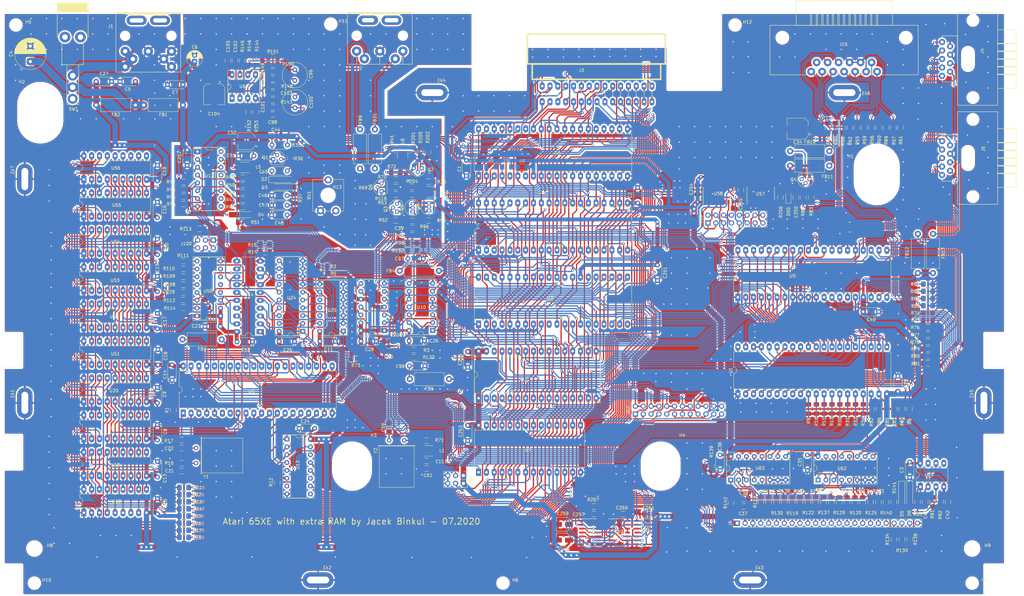
<source format=kicad_pcb>
(kicad_pcb (version 20171130) (host pcbnew "(5.1.0)-1")
  (title_block (title "Atari 130XE") (date 2020-02-17) (rev 1.1) (company "Jacek Binkul"))
  (layers (0 F.Cu signal) (31 B.Cu signal) (34 B.Paste user) (35 F.Paste user) (36 B.SilkS user) (37 F.SilkS user) (38 B.Mask user) (39 F.Mask user) (44 Edge.Cuts user))
  (net 0 "")
  (net 1 GND)
  (net 2 VCC)
  (net 3 NMI)
  (net 4 "Net-(R5-Pad2)")
  (net 5 RDY)
  (net 6 IRQ)
  (net 7 D4)
  (net 8 A15)
  (net 9 D5)
  (net 10 A14)
  (net 11 D6)
  (net 12 A13)
  (net 13 D7)
  (net 14 A12)
  (net 15 RST)
  (net 16 A10)
  (net 17 FO0)
  (net 18 "Net-(U10-Pad4)")
  (net 19 R\W)
  (net 20 D3)
  (net 21 A0)
  (net 22 D2)
  (net 23 A1)
  (net 24 D1)
  (net 25 A2)
  (net 26 D0)
  (net 27 A3)
  (net 28 BO2)
  (net 29 HALT)
  (net 30 A4)
  (net 31 REF)
  (net 32 A5)
  (net 33 A6)
  (net 34 A7)
  (net 35 AN2)
  (net 36 A8)
  (net 37 LP)
  (net 38 A9)
  (net 39 AN1)
  (net 40 A11)
  (net 41 AN0)
  (net 42 O2)
  (net 43 O0)
  (net 44 O1)
  (net 45 "Net-(C4-Pad1)")
  (net 46 +5VA)
  (net 47 "Net-(J1-Pad1)")
  (net 48 DQ7)
  (net 49 DQ6)
  (net 50 DQ5)
  (net 51 DQ4)
  (net 52 DQ3)
  (net 53 DQ2)
  (net 54 DQ1)
  (net 55 DQ0)
  (net 56 CASMAN)
  (net 57 "Net-(R29-Pad1)")
  (net 58 CASBNK)
  (net 59 RA4)
  (net 60 RA5)
  (net 61 RA6)
  (net 62 RA0)
  (net 63 RAS)
  (net 64 RA1)
  (net 65 WRT)
  (net 66 RA2)
  (net 67 RA3)
  (net 68 RA7)
  (net 69 LHALT)
  (net 70 PB5)
  (net 71 FA15)
  (net 72 FA14)
  (net 73 CAS)
  (net 74 CASEXT_1)
  (net 75 CASBNK_128)
  (net 76 "Net-(J100-Pad4)")
  (net 77 "Net-(J100-Pad2)")
  (net 78 "Net-(R108-Pad2)")
  (net 79 CASEXT_4)
  (net 80 "Net-(R109-Pad2)")
  (net 81 CASEXT_3)
  (net 82 "Net-(R110-Pad2)")
  (net 83 CASEXT_2)
  (net 84 "Net-(R111-Pad2)")
  (net 85 "Net-(C21-Pad1)")
  (net 86 "Net-(C22-Pad1)")
  (net 87 EXTSEL)
  (net 88 "Net-(R3-Pad1)")
  (net 89 "Net-(R12-Pad1)")
  (net 90 RD4)
  (net 91 RD5)
  (net 92 "Net-(R16-Pad1)")
  (net 93 MPD)
  (net 94 OSC)
  (net 95 CASINH)
  (net 96 "Net-(U10-Pad10)")
  (net 97 GTIA)
  (net 98 "Net-(U13-Pad4)")
  (net 99 CCTL)
  (net 100 S4)
  (net 101 OS)
  (net 102 S5)
  (net 103 "Net-(C39-Pad2)")
  (net 104 "Net-(C39-Pad1)")
  (net 105 "Net-(C44-Pad1)")
  (net 106 "Net-(C45-Pad2)")
  (net 107 "Net-(C45-Pad1)")
  (net 108 "Net-(C46-Pad2)")
  (net 109 "Net-(C47-Pad2)")
  (net 110 "Net-(C48-Pad2)")
  (net 111 "Net-(C50-Pad1)")
  (net 112 "Net-(C59-Pad2)")
  (net 113 "Net-(C59-Pad1)")
  (net 114 "Net-(C111-Pad2)")
  (net 115 "Net-(C96-Pad1)")
  (net 116 "Net-(C97-Pad1)")
  (net 117 "Net-(C111-Pad1)")
  (net 118 GTIA_NORM)
  (net 119 "Net-(C250-Pad2)")
  (net 120 "Net-(D4-Pad2)")
  (net 121 "Net-(D4-Pad1)")
  (net 122 "Net-(D50-Pad2)")
  (net 123 "Net-(FB9-Pad2)")
  (net 124 MONO)
  (net 125 "Net-(FB31-Pad2)")
  (net 126 CHROMA)
  (net 127 COMPOSITE)
  (net 128 GTIA_OSC)
  (net 129 OSC_FIX)
  (net 130 GTIA_AN2)
  (net 131 AN2_FIX)
  (net 132 GTIA_AN1)
  (net 133 AN1_FIX)
  (net 134 GTIA_AN0)
  (net 135 AN0_FIX)
  (net 136 "Net-(L6-Pad2)")
  (net 137 "Net-(L6-Pad1)")
  (net 138 "Net-(L66-Pad2)")
  (net 139 "Net-(L66-Pad1)")
  (net 140 "Net-(Q2-Pad1)")
  (net 141 "Net-(Q2-Pad2)")
  (net 142 "Net-(Q3-Pad1)")
  (net 143 "Net-(Q3-Pad3)")
  (net 144 "Net-(Q3-Pad2)")
  (net 145 "Net-(Q6-Pad3)")
  (net 146 "Net-(Q6-Pad2)")
  (net 147 "Net-(R42-Pad2)")
  (net 148 "Net-(R43-Pad2)")
  (net 149 "Net-(R44-Pad2)")
  (net 150 "Net-(R45-Pad2)")
  (net 151 "Net-(R47-Pad2)")
  (net 152 "Net-(R48-Pad2)")
  (net 153 "Net-(R49-Pad2)")
  (net 154 "Net-(R50-Pad2)")
  (net 155 "Net-(R132-Pad1)")
  (net 156 "Net-(R133-Pad1)")
  (net 157 "Net-(R134-Pad2)")
  (net 158 "Net-(R135-Pad2)")
  (net 159 "Net-(R136-Pad2)")
  (net 160 "Net-(U12-Pad14)")
  (net 161 "Net-(U11-Pad2)")
  (net 162 "Net-(U11-Pad12)")
  (net 163 "Net-(U11-Pad11)")
  (net 164 "Net-(J51-Pad4)")
  (net 165 "Net-(J51-Pad3)")
  (net 166 A14_sel)
  (net 167 A13_sel)
  (net 168 BASIC_sel)
  (net 169 A12_sel)
  (net 170 A15_sel)
  (net 171 A16_sel)
  (net 172 "Net-(C259-Pad1)")
  (net 173 BASC_cart)
  (net 174 BASIC)
  (net 175 A13_cart)
  (net 176 A12_cart)
  (net 177 "Net-(U59-Pad11)")
  (net 178 "Net-(U59-Pad9)")
  (net 179 "Net-(U59-Pad8)")
  (net 180 "Net-(U59-Pad6)")
  (net 181 "Net-(U59-Pad5)")
  (net 182 "Net-(U60-Pad4)")
  (net 183 "Net-(U60-Pad1)")
  (net 184 "Net-(U61-Pad10)")
  (net 185 TRIG0)
  (net 186 TRIG1)
  (net 187 START)
  (net 188 SELECT)
  (net 189 OPTION)
  (net 190 POKEY)
  (net 191 PIA)
  (net 192 PB0)
  (net 193 PB1)
  (net 194 PB7)
  (net 195 PB4)
  (net 196 PB3)
  (net 197 PB2)
  (net 198 PB6)
  (net 199 "Net-(FB10-Pad2)")
  (net 200 MTRCTL)
  (net 201 READY)
  (net 202 "Net-(FB12-Pad1)")
  (net 203 "Net-(FB13-Pad1)")
  (net 204 POTA01)
  (net 205 POTB01)
  (net 206 RIGHT0)
  (net 207 FWD0)
  (net 208 BACK0)
  (net 209 LEFT0)
  (net 210 POTA02)
  (net 211 POTB02)
  (net 212 RIGHT1)
  (net 213 FWD1)
  (net 214 BACK1)
  (net 215 LEFT1)
  (net 216 "Net-(Q4-Pad2)")
  (net 217 "Net-(R8-Pad2)")
  (net 218 "Net-(R74-Pad2)")
  (net 219 "Net-(R75-Pad2)")
  (net 220 "Net-(R76-Pad2)")
  (net 221 "Net-(R77-Pad2)")
  (net 222 "Net-(R78-Pad2)")
  (net 223 "Net-(R79-Pad2)")
  (net 224 "Net-(R80-Pad2)")
  (net 225 "Net-(R81-Pad2)")
  (net 226 "Net-(R82-Pad1)")
  (net 227 "Net-(R83-Pad1)")
  (net 228 "Net-(R84-Pad1)")
  (net 229 COMMAND)
  (net 230 INTERRUPT)
  (net 231 PROCEED)
  (net 232 "Net-(R88-Pad1)")
  (net 233 "Net-(C30-Pad1)")
  (net 234 "Net-(C31-Pad1)")
  (net 235 "Net-(C32-Pad1)")
  (net 236 "Net-(C33-Pad1)")
  (net 237 CLKOUT)
  (net 238 DATAOUT)
  (net 239 DATAIN)
  (net 240 CLKIN)
  (net 241 SOUND)
  (net 242 "Net-(R55-Pad2)")
  (net 243 "Net-(R56-Pad2)")
  (net 244 "Net-(R57-Pad2)")
  (net 245 "Net-(R58-Pad2)")
  (net 246 KR1)
  (net 247 "Net-(R90-Pad1)")
  (net 248 "Net-(R117-Pad2)")
  (net 249 IN0)
  (net 250 "Net-(R118-Pad2)")
  (net 251 IN1)
  (net 252 "Net-(R119-Pad2)")
  (net 253 IN2)
  (net 254 "Net-(R120-Pad2)")
  (net 255 IN3)
  (net 256 "Net-(R121-Pad2)")
  (net 257 IN4)
  (net 258 "Net-(R122-Pad2)")
  (net 259 IN5)
  (net 260 "Net-(R123-Pad2)")
  (net 261 IN6)
  (net 262 "Net-(R124-Pad2)")
  (net 263 IN7)
  (net 264 K0)
  (net 265 K1)
  (net 266 K2)
  (net 267 OUT2)
  (net 268 OUT1)
  (net 269 OUT0)
  (net 270 OUT5)
  (net 271 OUT3)
  (net 272 OUT7)
  (net 273 OUT6)
  (net 274 OUT4)
  (net 275 RESET)
  (net 276 BSC)
  (net 277 "Net-(R125-Pad2)")
  (net 278 "Net-(R126-Pad2)")
  (net 279 "Net-(R127-Pad2)")
  (net 280 "Net-(R128-Pad2)")
  (net 281 "Net-(R129-Pad2)")
  (net 282 "Net-(R130-Pad2)")
  (net 283 "Net-(R137-Pad2)")
  (net 284 "Net-(R138-Pad2)")
  (net 285 "Net-(R139-Pad1)")
  (net 286 K3)
  (net 287 K4)
  (net 288 K5)
  (net 289 "Net-(D5-Pad2)")
  (net 290 "Net-(C37-Pad1)")
  (net 291 "Net-(C40-Pad2)")
  (net 292 "Net-(C40-Pad1)")
  (net 293 "Net-(C98-Pad1)")
  (net 294 "Net-(C100-Pad1)")
  (net 295 "Net-(C99-Pad1)")
  (net 296 SIOAUDIO)
  (net 297 "Net-(C103-Pad2)")
  (net 298 BELL)
  (net 299 "Net-(C104-Pad1)")
  (net 300 AUDIO)
  (net 301 "Net-(R143-Pad1)")
  (net 302 "Net-(R144-Pad1)")
  (net 303 "Net-(R147-Pad1)")
  (net 304 "Net-(R149-Pad1)")
  (net 305 "Net-(Q9-Pad1)")
  (module Package_TO_SOT_THT:TO-92_Inline (layer F.Cu) (at 173.6698 107.54 90)
    (fp_text reference Q9 (at 1.27 -3.56 90) (layer F.SilkS))
    (fp_text value PN2222A)
    (pad 1 thru_hole rect (at 0 0 90) (size 1.05 1.5) (drill 0.75) (layers *.Cu *.Mask) (net 305 "Net-(Q9-Pad1)"))
    (pad 3 thru_hole oval (at 2.54 0 90) (size 1.05 1.5) (drill 0.75) (layers *.Cu *.Mask) (net 46 +5VA))
    (pad 2 thru_hole oval (at 1.27 0 90) (size 1.05 1.5) (drill 0.75) (layers *.Cu *.Mask) (net 142 "Net-(Q3-Pad1)"))
  )
  (module Package_TO_SOT_THT:TO-92_Inline (layer F.Cu) (at 178.9276 107.2352 90)
    (fp_text reference Q8 (at 1.27 -3.56 90) (layer F.SilkS))
    (fp_text value PN2222A)
    (pad 1 thru_hole rect (at 0 0 90) (size 1.05 1.5) (drill 0.75) (layers *.Cu *.Mask) (net 104 "Net-(C39-Pad1)"))
    (pad 3 thru_hole oval (at 2.54 0 90) (size 1.05 1.5) (drill 0.75) (layers *.Cu *.Mask) (net 46 +5VA))
    (pad 2 thru_hole oval (at 1.27 0 90) (size 1.05 1.5) (drill 0.75) (layers *.Cu *.Mask) (net 138 "Net-(L66-Pad2)"))
  )
  (module Inductor_THT:L_Axial_L9.5mm_D4.0mm_P12.70mm_Horizontal_Fastron_SMCC (layer F.Cu) (at 308.6354 92.6592 180)
    (fp_text reference FB11 (at 0.5842 -3.556 180) (layer F.SilkS))
    (fp_text value Ferrite_Bead)
    (pad 2 thru_hole oval (at 12.7 0 180) (size 2 2) (drill 1) (layers *.Cu *.Mask) (net 2 VCC))
    (pad 1 thru_hole circle (at 0 0 180) (size 2 2) (drill 1) (layers *.Cu *.Mask) (net 201 READY))
  )
  (module Inductor_THT:L_Axial_L9.5mm_D4.0mm_P12.70mm_Horizontal_Fastron_SMCC (layer F.Cu) (at 308.6354 87.9602 180)
    (fp_text reference FB10 (at 6.3246 2.9718 180) (layer F.SilkS))
    (fp_text value Ferrite_Bead)
    (pad 2 thru_hole oval (at 12.7 0 180) (size 2 2) (drill 1) (layers *.Cu *.Mask) (net 199 "Net-(FB10-Pad2)"))
    (pad 1 thru_hole circle (at 0 0 180) (size 2 2) (drill 1) (layers *.Cu *.Mask) (net 200 MTRCTL))
  )
  (module Inductor_THT:L_Axial_L9.5mm_D4.0mm_P12.70mm_Horizontal_Fastron_SMCC (layer F.Cu) (at 342.2142 114.7572 270)
    (fp_text reference FB13 (at 6.2484 -3.3782 270) (layer F.SilkS))
    (fp_text value Ferrite_Bead)
    (pad 2 thru_hole oval (at 12.7 0 270) (size 2 2) (drill 1) (layers *.Cu *.Mask) (net 2 VCC))
    (pad 1 thru_hole circle (at 0 0 270) (size 2 2) (drill 1) (layers *.Cu *.Mask) (net 203 "Net-(FB13-Pad1)"))
  )
  (module Inductor_THT:L_Axial_L9.5mm_D4.0mm_P12.70mm_Horizontal_Fastron_SMCC (layer F.Cu) (at 337.312 114.7572 270)
    (fp_text reference FB12 (at 6.1214 3.5052 270) (layer F.SilkS))
    (fp_text value Ferrite_Bead)
    (pad 2 thru_hole oval (at 12.7 0 270) (size 2 2) (drill 1) (layers *.Cu *.Mask) (net 2 VCC))
    (pad 1 thru_hole circle (at 0 0 270) (size 2 2) (drill 1) (layers *.Cu *.Mask) (net 202 "Net-(FB12-Pad1)"))
  )
  (module Inductor_THT:L_Axial_L9.5mm_D4.0mm_P12.70mm_Horizontal_Fastron_SMCC (layer F.Cu) (at 185.42 161.798 180)
    (fp_text reference FB5 (at 6.35 -3.12 180) (layer F.SilkS))
    (fp_text value Ferrite_Bead)
    (pad 2 thru_hole oval (at 12.7 0 180) (size 2 2) (drill 1) (layers *.Cu *.Mask) (net 115 "Net-(C96-Pad1)"))
    (pad 1 thru_hole circle (at 0 0 180) (size 2 2) (drill 1) (layers *.Cu *.Mask) (net 186 TRIG1))
  )
  (module Inductor_THT:L_Axial_L9.5mm_D4.0mm_P12.70mm_Horizontal_Fastron_SMCC (layer F.Cu) (at 182.1434 126.7206 180)
    (fp_text reference FB4 (at 15.6464 -0.0254 180) (layer F.SilkS))
    (fp_text value Ferrite_Bead)
    (pad 2 thru_hole oval (at 12.7 0 180) (size 2 2) (drill 1) (layers *.Cu *.Mask) (net 116 "Net-(C97-Pad1)"))
    (pad 1 thru_hole circle (at 0 0 180) (size 2 2) (drill 1) (layers *.Cu *.Mask) (net 185 TRIG0))
  )
  (module Inductor_THT:L_Axial_L9.5mm_D4.0mm_P12.70mm_Horizontal_Fastron_SMCC (layer F.Cu) (at 111.76 148.971 180)
    (fp_text reference FB3 (at 6.35 -3.12 180) (layer F.SilkS))
    (fp_text value Ferrite_Bead)
    (pad 2 thru_hole oval (at 12.7 0 180) (size 2 2) (drill 1) (layers *.Cu *.Mask) (net 94 OSC))
    (pad 1 thru_hole circle (at 0 0 180) (size 2 2) (drill 1) (layers *.Cu *.Mask) (net 118 GTIA_NORM))
  )
  (module Inductor_THT:L_Axial_L9.5mm_D4.0mm_P12.70mm_Horizontal_Fastron_SMCC (layer F.Cu) (at 161.417 80.899 270)
    (fp_text reference FB31 (at -3.4036 0.0254 270) (layer F.SilkS))
    (fp_text value Ferrite_Bead)
    (pad 2 thru_hole oval (at 12.7 0 270) (size 2 2) (drill 1) (layers *.Cu *.Mask) (net 125 "Net-(FB31-Pad2)"))
    (pad 1 thru_hole circle (at 0 0 270) (size 2 2) (drill 1) (layers *.Cu *.Mask) (net 126 CHROMA))
  )
  (module Inductor_THT:L_Axial_L9.5mm_D4.0mm_P12.70mm_Horizontal_Fastron_SMCC (layer F.Cu) (at 156.591 80.899 270)
    (fp_text reference FB9 (at -3.1496 -0.127 270) (layer F.SilkS))
    (fp_text value Ferrite_Bead)
    (pad 2 thru_hole oval (at 12.7 0 270) (size 2 2) (drill 1) (layers *.Cu *.Mask) (net 123 "Net-(FB9-Pad2)"))
    (pad 1 thru_hole circle (at 0 0 270) (size 2 2) (drill 1) (layers *.Cu *.Mask) (net 124 MONO))
  )
  (module Inductor_THT:L_Axial_L9.5mm_D4.0mm_P12.70mm_Horizontal_Fastron_SMCC (layer F.Cu) (at 83.82 73.025 180)
    (fp_text reference FB2 (at 6.35 -3.12 180) (layer F.SilkS))
    (fp_text value Ferrite_Bead)
    (pad 2 thru_hole oval (at 12.7 0 180) (size 2 2) (drill 1) (layers *.Cu *.Mask) (net 2 VCC))
    (pad 1 thru_hole circle (at 0 0 180) (size 2 2) (drill 1) (layers *.Cu *.Mask) (net 45 "Net-(C4-Pad1)"))
  )
  (module Inductor_THT:L_Axial_L9.5mm_D4.0mm_P12.70mm_Horizontal_Fastron_SMCC (layer F.Cu) (at 99.189 73.025 180)
    (fp_text reference FB1 (at 6.35 -3.12 180) (layer F.SilkS))
    (fp_text value Ferrite_Bead)
    (pad 2 thru_hole oval (at 12.7 0 180) (size 2 2) (drill 1) (layers *.Cu *.Mask) (net 45 "Net-(C4-Pad1)"))
    (pad 1 thru_hole circle (at 0 0 180) (size 2 2) (drill 1) (layers *.Cu *.Mask) (net 46 +5VA))
  )
  (module Capacitor_THT:C_Radial_D8.0mm_H7.0mm_P3.50mm (layer F.Cu) (at 135.4582 65.0748 90)
    (fp_text reference C99 (at 2.0828 5.2578 90) (layer F.SilkS))
    (fp_text value 4,7uF)
    (pad 2 thru_hole circle (at 3.5 0 90) (size 1.6 1.6) (drill 0.8) (layers *.Cu *.Mask) (net 294 "Net-(C100-Pad1)"))
    (pad 1 thru_hole circle (at 0 0 90) (size 1.6 1.6) (drill 0.8) (layers *.Cu *.Mask) (net 295 "Net-(C99-Pad1)"))
  )
  (module Capacitor_SMD:C_1206_3216Metric_Pad1.42x1.75mm_HandSolder (layer F.Cu) (at 173.5328 112.903 180)
    (fp_text reference C39 (at 4.2418 -0.0508 180) (layer F.SilkS))
    (fp_text value 1nF)
    (pad 2 smd roundrect (at 1.4875 0 180) (size 1.425 1.75) (layers F.Cu F.Paste F.Mask) (roundrect_rratio 0.175439) (net 103 "Net-(C39-Pad2)"))
    (pad 1 smd roundrect (at -1.4875 0 180) (size 1.425 1.75) (layers F.Cu F.Paste F.Mask) (roundrect_rratio 0.175439) (net 104 "Net-(C39-Pad1)"))
  )
  (module Resistor_SMD:R_1206_3216Metric_Pad1.42x1.75mm_HandSolder (layer F.Cu) (at 173.5328 110.5662 180)
    (fp_text reference R96 (at -3.9116 -1.8542 180) (layer F.SilkS))
    (fp_text value 33)
    (pad 2 smd roundrect (at 1.4875 0 180) (size 1.425 1.75) (layers F.Cu F.Paste F.Mask) (roundrect_rratio 0.175439) (net 103 "Net-(C39-Pad2)"))
    (pad 1 smd roundrect (at -1.4875 0 180) (size 1.425 1.75) (layers F.Cu F.Paste F.Mask) (roundrect_rratio 0.175439) (net 305 "Net-(Q9-Pad1)"))
  )
  (module Package_DIP:DIP-8_W7.62mm_Socket_LongPads (layer F.Cu) (at 115.1382 70.7898 90)
    (fp_text reference U64 (at 3.8354 3.81 180) (layer F.SilkS))
    (fp_text value LM358)
    (pad 8 thru_hole oval (at 7.62 0 90) (size 2.4 1.6) (drill 0.8) (layers *.Cu *.Mask) (net 46 +5VA))
    (pad 4 thru_hole oval (at 0 7.62 90) (size 2.4 1.6) (drill 0.8) (layers *.Cu *.Mask) (net 1 GND))
    (pad 7 thru_hole oval (at 7.62 2.54 90) (size 2.4 1.6) (drill 0.8) (layers *.Cu *.Mask) (net 302 "Net-(R144-Pad1)"))
    (pad 3 thru_hole oval (at 0 5.08 90) (size 2.4 1.6) (drill 0.8) (layers *.Cu *.Mask) (net 299 "Net-(C104-Pad1)"))
    (pad 6 thru_hole oval (at 7.62 5.08 90) (size 2.4 1.6) (drill 0.8) (layers *.Cu *.Mask) (net 301 "Net-(R143-Pad1)"))
    (pad 2 thru_hole oval (at 0 2.54 90) (size 2.4 1.6) (drill 0.8) (layers *.Cu *.Mask) (net 303 "Net-(R147-Pad1)"))
    (pad 5 thru_hole oval (at 7.62 7.62 90) (size 2.4 1.6) (drill 0.8) (layers *.Cu *.Mask) (net 299 "Net-(C104-Pad1)"))
    (pad 1 thru_hole rect (at 0 0 90) (size 2.4 1.6) (drill 0.8) (layers *.Cu *.Mask) (net 304 "Net-(R149-Pad1)"))
  )
  (module Capacitor_SMD:C_1206_3216Metric_Pad1.42x1.75mm_HandSolder (layer F.Cu) (at 113.792 58.5978 270)
    (fp_text reference C105 (at -4.5466 -0.0254 270) (layer F.SilkS))
    (fp_text value 100nF)
    (pad 2 smd roundrect (at 1.4875 0 270) (size 1.425 1.75) (layers F.Cu F.Paste F.Mask) (roundrect_rratio 0.175439) (net 46 +5VA))
    (pad 1 smd roundrect (at -1.4875 0 270) (size 1.425 1.75) (layers F.Cu F.Paste F.Mask) (roundrect_rratio 0.175439) (net 1 GND))
  )
  (module Resistor_SMD:R_1206_3216Metric_Pad1.42x1.75mm_HandSolder (layer F.Cu) (at 123.1138 58.5978 270)
    (fp_text reference R144 (at -4.8006 -0.1016 270) (layer F.SilkS))
    (fp_text value 2k2)
    (pad 2 smd roundrect (at 1.4875 0 270) (size 1.425 1.75) (layers F.Cu F.Paste F.Mask) (roundrect_rratio 0.175439) (net 301 "Net-(R143-Pad1)"))
    (pad 1 smd roundrect (at -1.4875 0 270) (size 1.425 1.75) (layers F.Cu F.Paste F.Mask) (roundrect_rratio 0.175439) (net 302 "Net-(R144-Pad1)"))
  )
  (module Resistor_SMD:R_1206_3216Metric_Pad1.42x1.75mm_HandSolder (layer F.Cu) (at 118.4402 58.5978 270)
    (fp_text reference R145 (at -4.5974 -0.0762 270) (layer F.SilkS))
    (fp_text value 6k2)
    (pad 2 smd roundrect (at 1.4875 0 270) (size 1.425 1.75) (layers F.Cu F.Paste F.Mask) (roundrect_rratio 0.175439) (net 302 "Net-(R144-Pad1)"))
    (pad 1 smd roundrect (at -1.4875 0 270) (size 1.425 1.75) (layers F.Cu F.Paste F.Mask) (roundrect_rratio 0.175439) (net 1 GND))
  )
  (module Resistor_SMD:R_1206_3216Metric_Pad1.42x1.75mm_HandSolder (layer F.Cu) (at 120.777 58.5978 90)
    (fp_text reference R146 (at 4.8006 -0.0254 90) (layer F.SilkS))
    (fp_text value 1k)
    (pad 2 smd roundrect (at 1.4875 0 90) (size 1.425 1.75) (layers F.Cu F.Paste F.Mask) (roundrect_rratio 0.175439) (net 302 "Net-(R144-Pad1)"))
    (pad 1 smd roundrect (at -1.4875 0 90) (size 1.425 1.75) (layers F.Cu F.Paste F.Mask) (roundrect_rratio 0.175439) (net 294 "Net-(C100-Pad1)"))
  )
  (module Capacitor_SMD:C_1206_3216Metric_Pad1.42x1.75mm_HandSolder (layer F.Cu) (at 116.1034 58.5978 270)
    (fp_text reference C102 (at -4.5212 -0.1016 270) (layer F.SilkS))
    (fp_text value 1nF)
    (pad 2 smd roundrect (at 1.4875 0 270) (size 1.425 1.75) (layers F.Cu F.Paste F.Mask) (roundrect_rratio 0.175439) (net 294 "Net-(C100-Pad1)"))
    (pad 1 smd roundrect (at -1.4875 0 270) (size 1.425 1.75) (layers F.Cu F.Paste F.Mask) (roundrect_rratio 0.175439) (net 1 GND))
  )
  (module Capacitor_THT:C_Radial_D8.0mm_H7.0mm_P3.50mm (layer F.Cu) (at 135.509 70.4088 270)
    (fp_text reference C100 (at 1.75 -5.25 270) (layer F.SilkS))
    (fp_text value 4,7uF)
    (pad 2 thru_hole circle (at 3.5 0 270) (size 1.6 1.6) (drill 0.8) (layers *.Cu *.Mask) (net 296 SIOAUDIO))
    (pad 1 thru_hole circle (at 0 0 270) (size 1.6 1.6) (drill 0.8) (layers *.Cu *.Mask) (net 294 "Net-(C100-Pad1)"))
  )
  (module Resistor_SMD:R_1206_3216Metric_Pad1.42x1.75mm_HandSolder (layer F.Cu) (at 129.7686 195.3514 270)
    (fp_text reference R12 (at -0.1524 2.0066 270) (layer F.SilkS))
    (fp_text value 3k)
    (pad 2 smd roundrect (at 1.4875 0 270) (size 1.425 1.75) (layers F.Cu F.Paste F.Mask) (roundrect_rratio 0.175439) (net 2 VCC))
    (pad 1 smd roundrect (at -1.4875 0 270) (size 1.425 1.75) (layers F.Cu F.Paste F.Mask) (roundrect_rratio 0.175439) (net 89 "Net-(R12-Pad1)"))
  )
  (module Resistor_SMD:R_1206_3216Metric_Pad1.42x1.75mm_HandSolder (layer F.Cu) (at 122.8598 75.3364 270)
    (fp_text reference R153 (at 4.572 -0.1778 270) (layer F.SilkS))
    (fp_text value 3k3)
    (pad 2 smd roundrect (at 1.4875 0 270) (size 1.425 1.75) (layers F.Cu F.Paste F.Mask) (roundrect_rratio 0.175439) (net 46 +5VA))
    (pad 1 smd roundrect (at -1.4875 0 270) (size 1.425 1.75) (layers F.Cu F.Paste F.Mask) (roundrect_rratio 0.175439) (net 299 "Net-(C104-Pad1)"))
  )
  (module Resistor_SMD:R_1206_3216Metric_Pad1.42x1.75mm_HandSolder (layer F.Cu) (at 120.5124 75.3506 90)
    (fp_text reference R152 (at -4.4054 0.1376 90) (layer F.SilkS))
    (fp_text value 2k2)
    (pad 2 smd roundrect (at 1.4875 0 90) (size 1.425 1.75) (layers F.Cu F.Paste F.Mask) (roundrect_rratio 0.175439) (net 299 "Net-(C104-Pad1)"))
    (pad 1 smd roundrect (at -1.4875 0 90) (size 1.425 1.75) (layers F.Cu F.Paste F.Mask) (roundrect_rratio 0.175439) (net 1 GND))
  )
  (module Resistor_SMD:R_1206_3216Metric_Pad1.42x1.75mm_HandSolder (layer F.Cu) (at 128.3842 57.5056)
    (fp_text reference R151 (at 0 -1.82) (layer F.SilkS))
    (fp_text value 1k)
    (pad 2 smd roundrect (at 1.4875 0) (size 1.425 1.75) (layers F.Cu F.Paste F.Mask) (roundrect_rratio 0.175439) (net 300 AUDIO))
    (pad 1 smd roundrect (at -1.4875 0) (size 1.425 1.75) (layers F.Cu F.Paste F.Mask) (roundrect_rratio 0.175439) (net 1 GND))
  )
  (module Resistor_SMD:R_1206_3216Metric_Pad1.42x1.75mm_HandSolder (layer F.Cu) (at 128.3716 59.8932 180)
    (fp_text reference R150 (at -4.9276 0.2032 180) (layer F.SilkS))
    (fp_text value 5k1)
    (pad 2 smd roundrect (at 1.4875 0 180) (size 1.425 1.75) (layers F.Cu F.Paste F.Mask) (roundrect_rratio 0.175439) (net 304 "Net-(R149-Pad1)"))
    (pad 1 smd roundrect (at -1.4875 0 180) (size 1.425 1.75) (layers F.Cu F.Paste F.Mask) (roundrect_rratio 0.175439) (net 300 AUDIO))
  )
  (module Resistor_SMD:R_1206_3216Metric_Pad1.42x1.75mm_HandSolder (layer F.Cu) (at 128.3605 62.2046)
    (fp_text reference R149 (at -3.3163 -0.9144 90) (layer F.SilkS))
    (fp_text value 68k)
    (pad 2 smd roundrect (at 1.4875 0) (size 1.425 1.75) (layers F.Cu F.Paste F.Mask) (roundrect_rratio 0.175439) (net 303 "Net-(R147-Pad1)"))
    (pad 1 smd roundrect (at -1.4875 0) (size 1.425 1.75) (layers F.Cu F.Paste F.Mask) (roundrect_rratio 0.175439) (net 304 "Net-(R149-Pad1)"))
  )
  (module Resistor_SMD:R_1206_3216Metric_Pad1.42x1.75mm_HandSolder (layer F.Cu) (at 128.3716 66.8528)
    (fp_text reference R148 (at 4.5212 0.1016) (layer F.SilkS))
    (fp_text value 470k)
    (pad 2 smd roundrect (at 1.4875 0) (size 1.425 1.75) (layers F.Cu F.Paste F.Mask) (roundrect_rratio 0.175439) (net 297 "Net-(C103-Pad2)"))
    (pad 1 smd roundrect (at -1.4875 0) (size 1.425 1.75) (layers F.Cu F.Paste F.Mask) (roundrect_rratio 0.175439) (net 303 "Net-(R147-Pad1)"))
  )
  (module Resistor_SMD:R_1206_3216Metric_Pad1.42x1.75mm_HandSolder (layer F.Cu) (at 128.3716 64.5414)
    (fp_text reference R147 (at -3.2766 0.5842 90) (layer F.SilkS))
    (fp_text value 2k)
    (pad 2 smd roundrect (at 1.4875 0) (size 1.425 1.75) (layers F.Cu F.Paste F.Mask) (roundrect_rratio 0.175439) (net 295 "Net-(C99-Pad1)"))
    (pad 1 smd roundrect (at -1.4875 0) (size 1.425 1.75) (layers F.Cu F.Paste F.Mask) (roundrect_rratio 0.175439) (net 303 "Net-(R147-Pad1)"))
  )
  (module Resistor_SMD:R_1206_3216Metric_Pad1.42x1.75mm_HandSolder (layer F.Cu) (at 128.3716 71.4756)
    (fp_text reference R143 (at 4.3942 0.5588) (layer F.SilkS))
    (fp_text value 56k)
    (pad 2 smd roundrect (at 1.4875 0) (size 1.425 1.75) (layers F.Cu F.Paste F.Mask) (roundrect_rratio 0.175439) (net 293 "Net-(C98-Pad1)"))
    (pad 1 smd roundrect (at -1.4875 0) (size 1.425 1.75) (layers F.Cu F.Paste F.Mask) (roundrect_rratio 0.175439) (net 301 "Net-(R143-Pad1)"))
  )
  (module Capacitor_SMD:CP_Elec_6.3x5.3 (layer F.Cu) (at 109.3216 69.5198 270)
    (fp_text reference C104 (at 6.35 0.0508) (layer F.SilkS))
    (fp_text value 10uF)
    (pad 2 smd roundrect (at 2.8 0 270) (size 3.5 1.6) (layers F.Cu F.Paste F.Mask) (roundrect_rratio 0.15625) (net 1 GND))
    (pad 1 smd roundrect (at -2.8 0 270) (size 3.5 1.6) (layers F.Cu F.Paste F.Mask) (roundrect_rratio 0.15625) (net 299 "Net-(C104-Pad1)"))
  )
  (module Capacitor_SMD:C_1206_3216Metric_Pad1.42x1.75mm_HandSolder (layer F.Cu) (at 128.3716 69.1642 180)
    (fp_text reference C103 (at -4.4196 -0.0254 180) (layer F.SilkS))
    (fp_text value 47nF)
    (pad 2 smd roundrect (at 1.4875 0 180) (size 1.425 1.75) (layers F.Cu F.Paste F.Mask) (roundrect_rratio 0.175439) (net 297 "Net-(C103-Pad2)"))
    (pad 1 smd roundrect (at -1.4875 0 180) (size 1.425 1.75) (layers F.Cu F.Paste F.Mask) (roundrect_rratio 0.175439) (net 298 BELL))
  )
  (module Capacitor_SMD:C_1206_3216Metric_Pad1.42x1.75mm_HandSolder (layer F.Cu) (at 128.3716 73.787)
    (fp_text reference C101 (at -3.2766 -0.254 90) (layer F.SilkS))
    (fp_text value 1nF)
    (pad 2 smd roundrect (at 1.4875 0) (size 1.425 1.75) (layers F.Cu F.Paste F.Mask) (roundrect_rratio 0.175439) (net 296 SIOAUDIO))
    (pad 1 smd roundrect (at -1.4875 0) (size 1.425 1.75) (layers F.Cu F.Paste F.Mask) (roundrect_rratio 0.175439) (net 1 GND))
  )
  (module Capacitor_SMD:C_1206_3216Metric_Pad1.42x1.75mm_HandSolder (layer F.Cu) (at 128.3716 76.0984)
    (fp_text reference C98 (at -0.1016 2.4892) (layer F.SilkS))
    (fp_text value 47nF)
    (pad 2 smd roundrect (at 1.4875 0) (size 1.425 1.75) (layers F.Cu F.Paste F.Mask) (roundrect_rratio 0.175439) (net 241 SOUND))
    (pad 1 smd roundrect (at -1.4875 0) (size 1.425 1.75) (layers F.Cu F.Paste F.Mask) (roundrect_rratio 0.175439) (net 293 "Net-(C98-Pad1)"))
  )
  (module Capacitor_SMD:CP_Elec_5x5.7 (layer F.Cu) (at 119.8118 84.709 180)
    (fp_text reference C50 (at 4.699 2.7178 180) (layer F.SilkS))
    (fp_text value 10uF)
    (pad 2 smd roundrect (at 2.2 0 180) (size 3 1.6) (layers F.Cu F.Paste F.Mask) (roundrect_rratio 0.15625) (net 1 GND))
    (pad 1 smd roundrect (at -2.2 0 180) (size 3 1.6) (layers F.Cu F.Paste F.Mask) (roundrect_rratio 0.15625) (net 111 "Net-(C50-Pad1)"))
  )
  (module Capacitor_THT:C_Disc_D5.0mm_W2.5mm_P5.00mm (layer F.Cu) (at 117.1956 89.4842)
    (fp_text reference C51 (at -2.3876 -0.1778) (layer F.SilkS))
    (fp_text value 100nF)
    (pad 2 thru_hole circle (at 5 0) (size 1.6 1.6) (drill 0.8) (layers *.Cu *.Mask) (net 111 "Net-(C50-Pad1)"))
    (pad 1 thru_hole circle (at 0 0) (size 1.6 1.6) (drill 0.8) (layers *.Cu *.Mask) (net 1 GND))
  )
  (module Diode_SMD:D_MiniMELF_Handsoldering (layer F.Cu) (at 118.5164 108.5342)
    (fp_text reference D4 (at 5.9436 0) (layer F.SilkS))
    (fp_text value 1N4148)
    (pad 2 smd rect (at 2.75 0) (size 3.3 1.7) (layers F.Cu F.Paste F.Mask) (net 120 "Net-(D4-Pad2)"))
    (pad 1 smd rect (at -2.75 0) (size 3.3 1.7) (layers F.Cu F.Paste F.Mask) (net 121 "Net-(D4-Pad1)"))
  )
  (module Resistor_SMD:R_1812_4532Metric_Pad1.30x3.40mm_HandSolder (layer F.Cu) (at 119.2784 93.218)
    (fp_text reference L5 (at 4.318 -0.1778) (layer F.SilkS))
    (fp_text value 820uH)
    (pad 2 smd roundrect (at 2.225 0) (size 1.3 3.4) (layers F.Cu F.Paste F.Mask) (roundrect_rratio 0.192308) (net 111 "Net-(C50-Pad1)"))
    (pad 1 smd roundrect (at -2.225 0) (size 1.3 3.4) (layers F.Cu F.Paste F.Mask) (roundrect_rratio 0.192308) (net 46 +5VA))
  )
  (module Resistor_SMD:R_1206_3216Metric_Pad1.42x1.75mm_HandSolder (layer F.Cu) (at 118.618 98.933 180)
    (fp_text reference R50 (at 4.0386 -0.0254 180) (layer F.SilkS))
    (fp_text value 4k7)
    (pad 2 smd roundrect (at 1.4875 0 180) (size 1.425 1.75) (layers F.Cu F.Paste F.Mask) (roundrect_rratio 0.175439) (net 154 "Net-(R50-Pad2)"))
    (pad 1 smd roundrect (at -1.4875 0 180) (size 1.425 1.75) (layers F.Cu F.Paste F.Mask) (roundrect_rratio 0.175439) (net 144 "Net-(Q3-Pad2)"))
  )
  (module Resistor_SMD:R_1206_3216Metric_Pad1.42x1.75mm_HandSolder (layer F.Cu) (at 118.618 101.3206 180)
    (fp_text reference R49 (at 3.9624 -0.1778 180) (layer F.SilkS))
    (fp_text value 9k1)
    (pad 2 smd roundrect (at 1.4875 0 180) (size 1.425 1.75) (layers F.Cu F.Paste F.Mask) (roundrect_rratio 0.175439) (net 153 "Net-(R49-Pad2)"))
    (pad 1 smd roundrect (at -1.4875 0 180) (size 1.425 1.75) (layers F.Cu F.Paste F.Mask) (roundrect_rratio 0.175439) (net 144 "Net-(Q3-Pad2)"))
  )
  (module Resistor_SMD:R_1206_3216Metric_Pad1.42x1.75mm_HandSolder (layer F.Cu) (at 118.618 96.5708)
    (fp_text reference R46 (at -4.0386 -0.127) (layer F.SilkS))
    (fp_text value 1k6)
    (pad 2 smd roundrect (at 1.4875 0) (size 1.425 1.75) (layers F.Cu F.Paste F.Mask) (roundrect_rratio 0.175439) (net 144 "Net-(Q3-Pad2)"))
    (pad 1 smd roundrect (at -1.4875 0) (size 1.425 1.75) (layers F.Cu F.Paste F.Mask) (roundrect_rratio 0.175439) (net 111 "Net-(C50-Pad1)"))
  )
  (module Resistor_SMD:R_1206_3216Metric_Pad1.42x1.75mm_HandSolder (layer F.Cu) (at 118.5926 111.0234)
    (fp_text reference R51 (at 4.064 -0.0254) (layer F.SilkS))
    (fp_text value 750)
    (pad 2 smd roundrect (at 1.4875 0) (size 1.425 1.75) (layers F.Cu F.Paste F.Mask) (roundrect_rratio 0.175439) (net 120 "Net-(D4-Pad2)"))
    (pad 1 smd roundrect (at -1.4875 0) (size 1.425 1.75) (layers F.Cu F.Paste F.Mask) (roundrect_rratio 0.175439) (net 144 "Net-(Q3-Pad2)"))
  )
  (module Resistor_SMD:R_1206_3216Metric_Pad1.42x1.75mm_HandSolder (layer F.Cu) (at 118.618 103.6828 180)
    (fp_text reference R47 (at 4.0386 -0.0508 180) (layer F.SilkS))
    (fp_text value 36k)
    (pad 2 smd roundrect (at 1.4875 0 180) (size 1.425 1.75) (layers F.Cu F.Paste F.Mask) (roundrect_rratio 0.175439) (net 151 "Net-(R47-Pad2)"))
    (pad 1 smd roundrect (at -1.4875 0 180) (size 1.425 1.75) (layers F.Cu F.Paste F.Mask) (roundrect_rratio 0.175439) (net 144 "Net-(Q3-Pad2)"))
  )
  (module Resistor_SMD:R_1206_3216Metric_Pad1.42x1.75mm_HandSolder (layer F.Cu) (at 118.618 106.0196 180)
    (fp_text reference R48 (at 4.0894 -0.0762 180) (layer F.SilkS))
    (fp_text value 18k)
    (pad 2 smd roundrect (at 1.4875 0 180) (size 1.425 1.75) (layers F.Cu F.Paste F.Mask) (roundrect_rratio 0.175439) (net 152 "Net-(R48-Pad2)"))
    (pad 1 smd roundrect (at -1.4875 0 180) (size 1.425 1.75) (layers F.Cu F.Paste F.Mask) (roundrect_rratio 0.175439) (net 144 "Net-(Q3-Pad2)"))
  )
  (module Connector_PinHeader_2.54mm:PinHeader_2x12_P2.54mm_Vertical (layer F.Cu) (at 245.7958 173.1264 90)
    (fp_text reference J52 (at 1.27 -2.33 90) (layer F.SilkS))
    (fp_text value Basic)
    (pad 24 thru_hole oval (at 2.54 27.94 90) (size 1.7 1.7) (drill 1) (layers *.Cu *.Mask) (net 168 BASIC_sel))
    (pad 23 thru_hole oval (at 0 27.94 90) (size 1.7 1.7) (drill 1) (layers *.Cu *.Mask) (net 173 BASC_cart))
    (pad 22 thru_hole oval (at 2.54 25.4 90) (size 1.7 1.7) (drill 1) (layers *.Cu *.Mask) (net 168 BASIC_sel))
    (pad 21 thru_hole oval (at 0 25.4 90) (size 1.7 1.7) (drill 1) (layers *.Cu *.Mask) (net 174 BASIC))
    (pad 20 thru_hole oval (at 2.54 22.86 90) (size 1.7 1.7) (drill 1) (layers *.Cu *.Mask) (net 171 A16_sel))
    (pad 19 thru_hole oval (at 0 22.86 90) (size 1.7 1.7) (drill 1) (layers *.Cu *.Mask) (net 1 GND))
    (pad 18 thru_hole oval (at 2.54 20.32 90) (size 1.7 1.7) (drill 1) (layers *.Cu *.Mask) (net 171 A16_sel))
    (pad 17 thru_hole oval (at 0 20.32 90) (size 1.7 1.7) (drill 1) (layers *.Cu *.Mask) (net 2 VCC))
    (pad 16 thru_hole oval (at 2.54 17.78 90) (size 1.7 1.7) (drill 1) (layers *.Cu *.Mask) (net 170 A15_sel))
    (pad 15 thru_hole oval (at 0 17.78 90) (size 1.7 1.7) (drill 1) (layers *.Cu *.Mask) (net 1 GND))
    (pad 14 thru_hole oval (at 2.54 15.24 90) (size 1.7 1.7) (drill 1) (layers *.Cu *.Mask) (net 170 A15_sel))
    (pad 13 thru_hole oval (at 0 15.24 90) (size 1.7 1.7) (drill 1) (layers *.Cu *.Mask) (net 2 VCC))
    (pad 12 thru_hole oval (at 2.54 12.7 90) (size 1.7 1.7) (drill 1) (layers *.Cu *.Mask) (net 166 A14_sel))
    (pad 11 thru_hole oval (at 0 12.7 90) (size 1.7 1.7) (drill 1) (layers *.Cu *.Mask) (net 1 GND))
    (pad 10 thru_hole oval (at 2.54 10.16 90) (size 1.7 1.7) (drill 1) (layers *.Cu *.Mask) (net 166 A14_sel))
    (pad 9 thru_hole oval (at 0 10.16 90) (size 1.7 1.7) (drill 1) (layers *.Cu *.Mask) (net 2 VCC))
    (pad 8 thru_hole oval (at 2.54 7.62 90) (size 1.7 1.7) (drill 1) (layers *.Cu *.Mask) (net 167 A13_sel))
    (pad 7 thru_hole oval (at 0 7.62 90) (size 1.7 1.7) (drill 1) (layers *.Cu *.Mask) (net 175 A13_cart))
    (pad 6 thru_hole oval (at 2.54 5.08 90) (size 1.7 1.7) (drill 1) (layers *.Cu *.Mask) (net 167 A13_sel))
    (pad 5 thru_hole oval (at 0 5.08 90) (size 1.7 1.7) (drill 1) (layers *.Cu *.Mask) (net 12 A13))
    (pad 4 thru_hole oval (at 2.54 2.54 90) (size 1.7 1.7) (drill 1) (layers *.Cu *.Mask) (net 169 A12_sel))
    (pad 3 thru_hole oval (at 0 2.54 90) (size 1.7 1.7) (drill 1) (layers *.Cu *.Mask) (net 176 A12_cart))
    (pad 2 thru_hole oval (at 2.54 0 90) (size 1.7 1.7) (drill 1) (layers *.Cu *.Mask) (net 169 A12_sel))
    (pad 1 thru_hole rect (at 0 0 90) (size 1.7 1.7) (drill 1) (layers *.Cu *.Mask) (net 14 A12))
  )
  (module MountingHole:MountingHole_3.2mm_M3 (layer F.Cu) (at 146.2 102.3)
    (fp_text reference H13 (at 3.025 -2.732) (layer F.SilkS))
    (fp_text value "Pot hole")
    (pad 1 np_thru_hole circle (at 0 0) (size 3.2 3.2) (drill 3.2) (layers *.Cu *.Mask))
  )
  (module Resistor_SMD:R_1206_3216Metric_Pad1.42x1.75mm_HandSolder (layer F.Cu) (at 334.68 213.69 270)
    (fp_text reference R136 (at 0 -1.82 270) (layer F.SilkS))
    (fp_text value 470)
    (pad 2 smd roundrect (at 1.4875 0 270) (size 1.425 1.75) (layers F.Cu F.Paste F.Mask) (roundrect_rratio 0.175439) (net 159 "Net-(R136-Pad2)"))
    (pad 1 smd roundrect (at -1.4875 0 270) (size 1.425 1.75) (layers F.Cu F.Paste F.Mask) (roundrect_rratio 0.175439) (net 189 OPTION))
  )
  (module Capacitor_SMD:C_1206_3216Metric_Pad1.42x1.75mm_HandSolder (layer F.Cu) (at 165.989 177.4952 90)
    (fp_text reference C59 (at 0 -1.82 90) (layer F.SilkS))
    (fp_text value 22pF)
    (pad 2 smd roundrect (at 1.4875 0 90) (size 1.425 1.75) (layers F.Cu F.Paste F.Mask) (roundrect_rratio 0.175439) (net 112 "Net-(C59-Pad2)"))
    (pad 1 smd roundrect (at -1.4875 0 90) (size 1.425 1.75) (layers F.Cu F.Paste F.Mask) (roundrect_rratio 0.175439) (net 113 "Net-(C59-Pad1)"))
  )
  (module Package_DIP:DIP-8_W7.62mm_LongPads (layer F.Cu) (at 338.1 196.69 90)
    (fp_text reference U21 (at 3.9548 2.8696 180) (layer F.SilkS))
    (fp_text value NE555)
    (pad 8 thru_hole oval (at 7.62 0 90) (size 2.4 1.6) (drill 0.8) (layers *.Cu *.Mask) (net 2 VCC))
    (pad 4 thru_hole oval (at 0 7.62 90) (size 2.4 1.6) (drill 0.8) (layers *.Cu *.Mask) (net 2 VCC))
    (pad 7 thru_hole oval (at 7.62 2.54 90) (size 2.4 1.6) (drill 0.8) (layers *.Cu *.Mask))
    (pad 3 thru_hole oval (at 0 5.08 90) (size 2.4 1.6) (drill 0.8) (layers *.Cu *.Mask) (net 15 RST))
    (pad 6 thru_hole oval (at 7.62 5.08 90) (size 2.4 1.6) (drill 0.8) (layers *.Cu *.Mask) (net 292 "Net-(C40-Pad1)"))
    (pad 2 thru_hole oval (at 0 2.54 90) (size 2.4 1.6) (drill 0.8) (layers *.Cu *.Mask) (net 292 "Net-(C40-Pad1)"))
    (pad 5 thru_hole oval (at 7.62 7.62 90) (size 2.4 1.6) (drill 0.8) (layers *.Cu *.Mask))
    (pad 1 thru_hole rect (at 0 0 90) (size 2.4 1.6) (drill 0.8) (layers *.Cu *.Mask) (net 1 GND))
  )
  (module Resistor_SMD:R_1206_3216Metric_Pad1.42x1.75mm_HandSolder (layer F.Cu) (at 337.23 201.58 90)
    (fp_text reference R93 (at -4.0076 0.0312 180) (layer F.SilkS))
    (fp_text value 470k)
    (pad 2 smd roundrect (at 1.4875 0 90) (size 1.425 1.75) (layers F.Cu F.Paste F.Mask) (roundrect_rratio 0.175439) (net 1 GND))
    (pad 1 smd roundrect (at -1.4875 0 90) (size 1.425 1.75) (layers F.Cu F.Paste F.Mask) (roundrect_rratio 0.175439) (net 292 "Net-(C40-Pad1)"))
  )
  (module Resistor_SMD:R_1206_3216Metric_Pad1.42x1.75mm_HandSolder (layer F.Cu) (at 344.6 201.57 270)
    (fp_text reference R92 (at 4.2462 0.0236 270) (layer F.SilkS))
    (fp_text value 56k)
    (pad 2 smd roundrect (at 1.4875 0 270) (size 1.425 1.75) (layers F.Cu F.Paste F.Mask) (roundrect_rratio 0.175439) (net 291 "Net-(C40-Pad2)"))
    (pad 1 smd roundrect (at -1.4875 0 270) (size 1.425 1.75) (layers F.Cu F.Paste F.Mask) (roundrect_rratio 0.175439) (net 2 VCC))
  )
  (module Resistor_SMD:R_1206_3216Metric_Pad1.42x1.75mm_HandSolder (layer F.Cu) (at 342.15 201.58 270)
    (fp_text reference R91 (at 4.033 0.139 270) (layer F.SilkS))
    (fp_text value 100)
    (pad 2 smd roundrect (at 1.4875 0 270) (size 1.425 1.75) (layers F.Cu F.Paste F.Mask) (roundrect_rratio 0.175439) (net 275 RESET))
    (pad 1 smd roundrect (at -1.4875 0 270) (size 1.425 1.75) (layers F.Cu F.Paste F.Mask) (roundrect_rratio 0.175439) (net 291 "Net-(C40-Pad2)"))
  )
  (module Diode_SMD:D_MiniMELF_Handsoldering (layer F.Cu) (at 334.66 199.39 270)
    (fp_text reference D6 (at 5.8674 0.142 270) (layer F.SilkS))
    (fp_text value 1N4001)
    (pad 2 smd rect (at 2.75 0 270) (size 3.3 1.7) (layers F.Cu F.Paste F.Mask) (net 1 GND))
    (pad 1 smd rect (at -2.75 0 270) (size 3.3 1.7) (layers F.Cu F.Paste F.Mask) (net 292 "Net-(C40-Pad1)"))
  )
  (module Capacitor_SMD:C_1206_3216Metric_Pad1.42x1.75mm_HandSolder (layer F.Cu) (at 347.05 201.57 270)
    (fp_text reference C42 (at 4.2208 0.0606 270) (layer F.SilkS))
    (fp_text value 100n)
    (pad 2 smd roundrect (at 1.4875 0 270) (size 1.425 1.75) (layers F.Cu F.Paste F.Mask) (roundrect_rratio 0.175439) (net 292 "Net-(C40-Pad1)"))
    (pad 1 smd roundrect (at -1.4875 0 270) (size 1.425 1.75) (layers F.Cu F.Paste F.Mask) (roundrect_rratio 0.175439) (net 2 VCC))
  )
  (module Capacitor_SMD:C_1206_3216Metric_Pad1.42x1.75mm_HandSolder (layer F.Cu) (at 339.69 201.57 270)
    (fp_text reference C40 (at 4.0684 -0.0858 270) (layer F.SilkS))
    (fp_text value 100n)
    (pad 2 smd roundrect (at 1.4875 0 270) (size 1.425 1.75) (layers F.Cu F.Paste F.Mask) (roundrect_rratio 0.175439) (net 291 "Net-(C40-Pad2)"))
    (pad 1 smd roundrect (at -1.4875 0 270) (size 1.425 1.75) (layers F.Cu F.Paste F.Mask) (roundrect_rratio 0.175439) (net 292 "Net-(C40-Pad1)"))
  )
  (module Connector_PinHeader_2.54mm:PinHeader_2x08_P2.54mm_Vertical (layer F.Cu) (at 269.3162 111.2266 90)
    (fp_text reference J50 (at 1.27 -2.33 90) (layer F.SilkS))
    (fp_text value "GTIA Fix")
    (pad 16 thru_hole oval (at 2.54 17.78 90) (size 1.7 1.7) (drill 1) (layers *.Cu *.Mask) (net 128 GTIA_OSC))
    (pad 15 thru_hole oval (at 0 17.78 90) (size 1.7 1.7) (drill 1) (layers *.Cu *.Mask) (net 129 OSC_FIX))
    (pad 14 thru_hole oval (at 2.54 15.24 90) (size 1.7 1.7) (drill 1) (layers *.Cu *.Mask) (net 128 GTIA_OSC))
    (pad 13 thru_hole oval (at 0 15.24 90) (size 1.7 1.7) (drill 1) (layers *.Cu *.Mask) (net 118 GTIA_NORM))
    (pad 12 thru_hole oval (at 2.54 12.7 90) (size 1.7 1.7) (drill 1) (layers *.Cu *.Mask) (net 130 GTIA_AN2))
    (pad 11 thru_hole oval (at 0 12.7 90) (size 1.7 1.7) (drill 1) (layers *.Cu *.Mask) (net 131 AN2_FIX))
    (pad 10 thru_hole oval (at 2.54 10.16 90) (size 1.7 1.7) (drill 1) (layers *.Cu *.Mask) (net 130 GTIA_AN2))
    (pad 9 thru_hole oval (at 0 10.16 90) (size 1.7 1.7) (drill 1) (layers *.Cu *.Mask) (net 35 AN2))
    (pad 8 thru_hole oval (at 2.54 7.62 90) (size 1.7 1.7) (drill 1) (layers *.Cu *.Mask) (net 132 GTIA_AN1))
    (pad 7 thru_hole oval (at 0 7.62 90) (size 1.7 1.7) (drill 1) (layers *.Cu *.Mask) (net 133 AN1_FIX))
    (pad 6 thru_hole oval (at 2.54 5.08 90) (size 1.7 1.7) (drill 1) (layers *.Cu *.Mask) (net 132 GTIA_AN1))
    (pad 5 thru_hole oval (at 0 5.08 90) (size 1.7 1.7) (drill 1) (layers *.Cu *.Mask) (net 39 AN1))
    (pad 4 thru_hole oval (at 2.54 2.54 90) (size 1.7 1.7) (drill 1) (layers *.Cu *.Mask) (net 134 GTIA_AN0))
    (pad 3 thru_hole oval (at 0 2.54 90) (size 1.7 1.7) (drill 1) (layers *.Cu *.Mask) (net 135 AN0_FIX))
    (pad 2 thru_hole oval (at 2.54 0 90) (size 1.7 1.7) (drill 1) (layers *.Cu *.Mask) (net 134 GTIA_AN0))
    (pad 1 thru_hole rect (at 0 0 90) (size 1.7 1.7) (drill 1) (layers *.Cu *.Mask) (net 41 AN0))
  )
  (module Capacitor_SMD:C_1206_3216Metric_Pad1.42x1.75mm_HandSolder (layer F.Cu) (at 165.8502 149.5436 180)
    (fp_text reference C206 (at -2.3994 2.0204 180) (layer F.SilkS))
    (fp_text value 22pF)
    (pad 2 smd roundrect (at 1.4875 0 180) (size 1.425 1.75) (layers F.Cu F.Paste F.Mask) (roundrect_rratio 0.175439) (net 1 GND))
    (pad 1 smd roundrect (at -1.4875 0 180) (size 1.425 1.75) (layers F.Cu F.Paste F.Mask) (roundrect_rratio 0.175439) (net 118 GTIA_NORM))
  )
  (module Capacitor_SMD:C_1206_3216Metric_Pad1.42x1.75mm_HandSolder (layer F.Cu) (at 178.1302 188.341)
    (fp_text reference C111 (at 4.826 0.1778) (layer F.SilkS))
    (fp_text value 820pF)
    (pad 2 smd roundrect (at 1.4875 0) (size 1.425 1.75) (layers F.Cu F.Paste F.Mask) (roundrect_rratio 0.175439) (net 114 "Net-(C111-Pad2)"))
    (pad 1 smd roundrect (at -1.4875 0) (size 1.425 1.75) (layers F.Cu F.Paste F.Mask) (roundrect_rratio 0.175439) (net 117 "Net-(C111-Pad1)"))
  )
  (module Capacitor_SMD:C_1206_3216Metric_Pad1.42x1.75mm_HandSolder (layer F.Cu) (at 178.1302 190.7794 180)
    (fp_text reference C61 (at -0.4826 -2.1844 180) (layer F.SilkS))
    (fp_text value 100nF)
    (pad 2 smd roundrect (at 1.4875 0 180) (size 1.425 1.75) (layers F.Cu F.Paste F.Mask) (roundrect_rratio 0.175439) (net 1 GND))
    (pad 1 smd roundrect (at -1.4875 0 180) (size 1.425 1.75) (layers F.Cu F.Paste F.Mask) (roundrect_rratio 0.175439) (net 114 "Net-(C111-Pad2)"))
  )
  (module Capacitor_SMD:C_1206_3216Metric_Pad1.42x1.75mm_HandSolder (layer F.Cu) (at 165.8542 152.762 180)
    (fp_text reference C60 (at 0 -1.82 180) (layer F.SilkS))
    (fp_text value 560pF)
    (pad 2 smd roundrect (at 1.4875 0 180) (size 1.425 1.75) (layers F.Cu F.Paste F.Mask) (roundrect_rratio 0.175439) (net 1 GND))
    (pad 1 smd roundrect (at -1.4875 0 180) (size 1.425 1.75) (layers F.Cu F.Paste F.Mask) (roundrect_rratio 0.175439) (net 112 "Net-(C59-Pad2)"))
  )
  (module Resistor_SMD:R_1206_3216Metric_Pad1.42x1.75mm_HandSolder (layer F.Cu) (at 276.8092 201.9046 90)
    (fp_text reference R142 (at 0 -1.82 90) (layer F.SilkS))
    (fp_text value 1k)
    (pad 2 smd roundrect (at 1.4875 0 90) (size 1.425 1.75) (layers F.Cu F.Paste F.Mask) (roundrect_rratio 0.175439) (net 2 VCC))
    (pad 1 smd roundrect (at -1.4875 0 90) (size 1.425 1.75) (layers F.Cu F.Paste F.Mask) (roundrect_rratio 0.175439) (net 290 "Net-(C37-Pad1)"))
  )
  (module Capacitor_SMD:C_1206_3216Metric_Pad1.42x1.75mm_HandSolder (layer F.Cu) (at 280.8986 200.5584)
    (fp_text reference C38 (at 0 -1.82) (layer F.SilkS))
    (fp_text value 100nF)
    (pad 2 smd roundrect (at 1.4875 0) (size 1.425 1.75) (layers F.Cu F.Paste F.Mask) (roundrect_rratio 0.175439) (net 1 GND))
    (pad 1 smd roundrect (at -1.4875 0) (size 1.425 1.75) (layers F.Cu F.Paste F.Mask) (roundrect_rratio 0.175439) (net 2 VCC))
  )
  (module Capacitor_SMD:C_1206_3216Metric_Pad1.42x1.75mm_HandSolder (layer F.Cu) (at 280.8986 203.073)
    (fp_text reference C37 (at -0.2286 2.3114) (layer F.SilkS))
    (fp_text value 10nF)
    (pad 2 smd roundrect (at 1.4875 0) (size 1.425 1.75) (layers F.Cu F.Paste F.Mask) (roundrect_rratio 0.175439) (net 1 GND))
    (pad 1 smd roundrect (at -1.4875 0) (size 1.425 1.75) (layers F.Cu F.Paste F.Mask) (roundrect_rratio 0.175439) (net 290 "Net-(C37-Pad1)"))
  )
  (module Resistor_SMD:R_1206_3216Metric_Pad1.42x1.75mm_HandSolder (layer F.Cu) (at 329.5396 201.6506 270)
    (fp_text reference R141 (at -4.6482 -0.127 90) (layer F.SilkS))
    (fp_text value 47k)
    (pad 2 smd roundrect (at 1.4875 0 270) (size 1.425 1.75) (layers F.Cu F.Paste F.Mask) (roundrect_rratio 0.175439) (net 289 "Net-(D5-Pad2)"))
    (pad 1 smd roundrect (at -1.4875 0 270) (size 1.425 1.75) (layers F.Cu F.Paste F.Mask) (roundrect_rratio 0.175439) (net 2 VCC))
  )
  (module Diode_SMD:D_MiniMELF_Handsoldering (layer F.Cu) (at 332.0542 199.4535 270)
    (fp_text reference D5 (at 5.9563 -0.0762 270) (layer F.SilkS))
    (fp_text value 1N4148)
    (pad 2 smd rect (at 2.75 0 270) (size 3.3 1.7) (layers F.Cu F.Paste F.Mask) (net 289 "Net-(D5-Pad2)"))
    (pad 1 smd rect (at -2.75 0 270) (size 3.3 1.7) (layers F.Cu F.Paste F.Mask) (net 2 VCC))
  )
  (module Resistor_SMD:R_1206_3216Metric_Pad1.42x1.75mm_HandSolder (layer F.Cu) (at 327.0377 201.6444 90)
    (fp_text reference R140 (at -3.5114 0.0127 180) (layer F.SilkS))
    (fp_text value 270)
    (pad 2 smd roundrect (at 1.4875 0 90) (size 1.425 1.75) (layers F.Cu F.Paste F.Mask) (roundrect_rratio 0.175439) (net 289 "Net-(D5-Pad2)"))
    (pad 1 smd roundrect (at -1.4875 0 90) (size 1.425 1.75) (layers F.Cu F.Paste F.Mask) (roundrect_rratio 0.175439) (net 276 BSC))
  )
  (module Resistor_SMD:R_1206_3216Metric_Pad1.42x1.75mm_HandSolder (layer F.Cu) (at 270.383 190.0047 270)
    (fp_text reference R139 (at -4.6609 -0.0508 270) (layer F.SilkS))
    (fp_text value 100)
    (pad 2 smd roundrect (at 1.4875 0 270) (size 1.425 1.75) (layers F.Cu F.Paste F.Mask) (roundrect_rratio 0.175439) (net 1 GND))
    (pad 1 smd roundrect (at -1.4875 0 270) (size 1.425 1.75) (layers F.Cu F.Paste F.Mask) (roundrect_rratio 0.175439) (net 285 "Net-(R139-Pad1)"))
  )
  (module Resistor_SMD:R_1206_3216Metric_Pad1.42x1.75mm_HandSolder (layer F.Cu) (at 294.0431 201.6444 90)
    (fp_text reference R138 (at 3.6006 -0.0381 180) (layer F.SilkS))
    (fp_text value 220)
    (pad 2 smd roundrect (at 1.4875 0 90) (size 1.425 1.75) (layers F.Cu F.Paste F.Mask) (roundrect_rratio 0.175439) (net 284 "Net-(R138-Pad2)"))
    (pad 1 smd roundrect (at -1.4875 0 90) (size 1.425 1.75) (layers F.Cu F.Paste F.Mask) (roundrect_rratio 0.175439) (net 272 OUT7))
  )
  (module Resistor_SMD:R_1206_3216Metric_Pad1.42x1.75mm_HandSolder (layer F.Cu) (at 306.7304 201.6444 90)
    (fp_text reference R137 (at -3.4352 0.0762 180) (layer F.SilkS))
    (fp_text value 220)
    (pad 2 smd roundrect (at 1.4875 0 90) (size 1.425 1.75) (layers F.Cu F.Paste F.Mask) (roundrect_rratio 0.175439) (net 283 "Net-(R137-Pad2)"))
    (pad 1 smd roundrect (at -1.4875 0 90) (size 1.425 1.75) (layers F.Cu F.Paste F.Mask) (roundrect_rratio 0.175439) (net 273 OUT6))
  )
  (module Resistor_SMD:R_1206_3216Metric_Pad1.42x1.75mm_HandSolder (layer F.Cu) (at 291.5158 201.6444 90)
    (fp_text reference R130 (at -3.5622 0.1778 180) (layer F.SilkS))
    (fp_text value 220)
    (pad 2 smd roundrect (at 1.4875 0 90) (size 1.425 1.75) (layers F.Cu F.Paste F.Mask) (roundrect_rratio 0.175439) (net 282 "Net-(R130-Pad2)"))
    (pad 1 smd roundrect (at -1.4875 0 90) (size 1.425 1.75) (layers F.Cu F.Paste F.Mask) (roundrect_rratio 0.175439) (net 270 OUT5))
  )
  (module Resistor_SMD:R_1206_3216Metric_Pad1.42x1.75mm_HandSolder (layer F.Cu) (at 311.8104 201.6444 90)
    (fp_text reference R129 (at -3.4606 -0.0254 180) (layer F.SilkS))
    (fp_text value 220)
    (pad 2 smd roundrect (at 1.4875 0 90) (size 1.425 1.75) (layers F.Cu F.Paste F.Mask) (roundrect_rratio 0.175439) (net 281 "Net-(R129-Pad2)"))
    (pad 1 smd roundrect (at -1.4875 0 90) (size 1.425 1.75) (layers F.Cu F.Paste F.Mask) (roundrect_rratio 0.175439) (net 274 OUT4))
  )
  (module Resistor_SMD:R_1206_3216Metric_Pad1.42x1.75mm_HandSolder (layer F.Cu) (at 288.9631 201.6444 90)
    (fp_text reference R128 (at 3.4736 -0.0127 180) (layer F.SilkS))
    (fp_text value 220)
    (pad 2 smd roundrect (at 1.4875 0 90) (size 1.425 1.75) (layers F.Cu F.Paste F.Mask) (roundrect_rratio 0.175439) (net 280 "Net-(R128-Pad2)"))
    (pad 1 smd roundrect (at -1.4875 0 90) (size 1.425 1.75) (layers F.Cu F.Paste F.Mask) (roundrect_rratio 0.175439) (net 271 OUT3))
  )
  (module Resistor_SMD:R_1206_3216Metric_Pad1.42x1.75mm_HandSolder (layer F.Cu) (at 314.3758 201.6444 90)
    (fp_text reference R127 (at 3.6006 0.0508 180) (layer F.SilkS))
    (fp_text value 220)
    (pad 2 smd roundrect (at 1.4875 0 90) (size 1.425 1.75) (layers F.Cu F.Paste F.Mask) (roundrect_rratio 0.175439) (net 279 "Net-(R127-Pad2)"))
    (pad 1 smd roundrect (at -1.4875 0 90) (size 1.425 1.75) (layers F.Cu F.Paste F.Mask) (roundrect_rratio 0.175439) (net 267 OUT2))
  )
  (module Resistor_SMD:R_1206_3216Metric_Pad1.42x1.75mm_HandSolder (layer F.Cu) (at 309.2831 201.6444 90)
    (fp_text reference R126 (at 3.5498 0.1143 180) (layer F.SilkS))
    (fp_text value 220)
    (pad 2 smd roundrect (at 1.4875 0 90) (size 1.425 1.75) (layers F.Cu F.Paste F.Mask) (roundrect_rratio 0.175439) (net 278 "Net-(R126-Pad2)"))
    (pad 1 smd roundrect (at -1.4875 0 90) (size 1.425 1.75) (layers F.Cu F.Paste F.Mask) (roundrect_rratio 0.175439) (net 268 OUT1))
  )
  (module Resistor_SMD:R_1206_3216Metric_Pad1.42x1.75mm_HandSolder (layer F.Cu) (at 321.9577 201.6444 90)
    (fp_text reference R125 (at -3.486 0.1651 180) (layer F.SilkS))
    (fp_text value 220)
    (pad 2 smd roundrect (at 1.4875 0 90) (size 1.425 1.75) (layers F.Cu F.Paste F.Mask) (roundrect_rratio 0.175439) (net 277 "Net-(R125-Pad2)"))
    (pad 1 smd roundrect (at -1.4875 0 90) (size 1.425 1.75) (layers F.Cu F.Paste F.Mask) (roundrect_rratio 0.175439) (net 269 OUT0))
  )
  (module Connector_PinHeader_2.54mm:PinHeader_1x24_P2.54mm_Vertical (layer F.Cu) (at 278.8 208.5 90)
    (fp_text reference J6 (at 0 -2.33 90) (layer F.SilkS))
    (fp_text value Keyboard)
    (pad 24 thru_hole oval (at 0 58.42 90) (size 1.7 1.7) (drill 1) (layers *.Cu *.Mask) (net 275 RESET))
    (pad 23 thru_hole oval (at 0 55.88 90) (size 1.7 1.7) (drill 1) (layers *.Cu *.Mask) (net 189 OPTION))
    (pad 22 thru_hole oval (at 0 53.34 90) (size 1.7 1.7) (drill 1) (layers *.Cu *.Mask) (net 188 SELECT))
    (pad 21 thru_hole oval (at 0 50.8 90) (size 1.7 1.7) (drill 1) (layers *.Cu *.Mask) (net 187 START))
    (pad 20 thru_hole oval (at 0 48.26 90) (size 1.7 1.7) (drill 1) (layers *.Cu *.Mask) (net 276 BSC))
    (pad 19 thru_hole oval (at 0 45.72 90) (size 1.7 1.7) (drill 1) (layers *.Cu *.Mask) (net 257 IN4))
    (pad 18 thru_hole oval (at 0 43.18 90) (size 1.7 1.7) (drill 1) (layers *.Cu *.Mask) (net 269 OUT0))
    (pad 17 thru_hole oval (at 0 40.64 90) (size 1.7 1.7) (drill 1) (layers *.Cu *.Mask) (net 249 IN0))
    (pad 16 thru_hole oval (at 0 38.1 90) (size 1.7 1.7) (drill 1) (layers *.Cu *.Mask) (net 255 IN3))
    (pad 15 thru_hole oval (at 0 35.56 90) (size 1.7 1.7) (drill 1) (layers *.Cu *.Mask) (net 267 OUT2))
    (pad 14 thru_hole oval (at 0 33.02 90) (size 1.7 1.7) (drill 1) (layers *.Cu *.Mask) (net 274 OUT4))
    (pad 13 thru_hole oval (at 0 30.48 90) (size 1.7 1.7) (drill 1) (layers *.Cu *.Mask) (net 268 OUT1))
    (pad 12 thru_hole oval (at 0 27.94 90) (size 1.7 1.7) (drill 1) (layers *.Cu *.Mask) (net 273 OUT6))
    (pad 11 thru_hole oval (at 0 25.4 90) (size 1.7 1.7) (drill 1) (layers *.Cu *.Mask) (net 251 IN1))
    (pad 10 thru_hole oval (at 0 22.86 90) (size 1.7 1.7) (drill 1) (layers *.Cu *.Mask) (net 259 IN5))
    (pad 9 thru_hole oval (at 0 20.32 90) (size 1.7 1.7) (drill 1) (layers *.Cu *.Mask) (net 263 IN7))
    (pad 8 thru_hole oval (at 0 17.78 90) (size 1.7 1.7) (drill 1) (layers *.Cu *.Mask) (net 253 IN2))
    (pad 7 thru_hole oval (at 0 15.24 90) (size 1.7 1.7) (drill 1) (layers *.Cu *.Mask) (net 272 OUT7))
    (pad 6 thru_hole oval (at 0 12.7 90) (size 1.7 1.7) (drill 1) (layers *.Cu *.Mask) (net 270 OUT5))
    (pad 5 thru_hole oval (at 0 10.16 90) (size 1.7 1.7) (drill 1) (layers *.Cu *.Mask) (net 271 OUT3))
    (pad 4 thru_hole oval (at 0 7.62 90) (size 1.7 1.7) (drill 1) (layers *.Cu *.Mask) (net 261 IN6))
    (pad 3 thru_hole oval (at 0 5.08 90) (size 1.7 1.7) (drill 1) (layers *.Cu *.Mask) (net 1 GND))
    (pad 2 thru_hole oval (at 0 2.54 90) (size 1.7 1.7) (drill 1) (layers *.Cu *.Mask) (net 290 "Net-(C37-Pad1)"))
    (pad 1 thru_hole rect (at 0 0 90) (size 1.7 1.7) (drill 1) (layers *.Cu *.Mask) (net 2 VCC))
  )
  (module Resistor_SMD:R_1206_3216Metric_Pad1.42x1.75mm_HandSolder (layer F.Cu) (at 299.1104 201.6444 90)
    (fp_text reference R124 (at 3.5244 -0.1524 180) (layer F.SilkS))
    (fp_text value 220)
    (pad 2 smd roundrect (at 1.4875 0 90) (size 1.425 1.75) (layers F.Cu F.Paste F.Mask) (roundrect_rratio 0.175439) (net 262 "Net-(R124-Pad2)"))
    (pad 1 smd roundrect (at -1.4875 0 90) (size 1.425 1.75) (layers F.Cu F.Paste F.Mask) (roundrect_rratio 0.175439) (net 263 IN7))
  )
  (module Resistor_SMD:R_1206_3216Metric_Pad1.42x1.75mm_HandSolder (layer F.Cu) (at 286.4358 201.6444 90)
    (fp_text reference R123 (at 0 -1.82 90) (layer F.SilkS))
    (fp_text value 220)
    (pad 2 smd roundrect (at 1.4875 0 90) (size 1.425 1.75) (layers F.Cu F.Paste F.Mask) (roundrect_rratio 0.175439) (net 260 "Net-(R123-Pad2)"))
    (pad 1 smd roundrect (at -1.4875 0 90) (size 1.425 1.75) (layers F.Cu F.Paste F.Mask) (roundrect_rratio 0.175439) (net 261 IN6))
  )
  (module Resistor_SMD:R_1206_3216Metric_Pad1.42x1.75mm_HandSolder (layer F.Cu) (at 301.6758 201.6379 90)
    (fp_text reference R122 (at -3.4671 0.1016 180) (layer F.SilkS))
    (fp_text value 220)
    (pad 2 smd roundrect (at 1.4875 0 90) (size 1.425 1.75) (layers F.Cu F.Paste F.Mask) (roundrect_rratio 0.175439) (net 258 "Net-(R122-Pad2)"))
    (pad 1 smd roundrect (at -1.4875 0 90) (size 1.425 1.75) (layers F.Cu F.Paste F.Mask) (roundrect_rratio 0.175439) (net 259 IN5))
  )
  (module Resistor_SMD:R_1206_3216Metric_Pad1.42x1.75mm_HandSolder (layer F.Cu) (at 324.5104 201.6444 90)
    (fp_text reference R121 (at 3.6514 0.1016 180) (layer F.SilkS))
    (fp_text value 220)
    (pad 2 smd roundrect (at 1.4875 0 90) (size 1.425 1.75) (layers F.Cu F.Paste F.Mask) (roundrect_rratio 0.175439) (net 256 "Net-(R121-Pad2)"))
    (pad 1 smd roundrect (at -1.4875 0 90) (size 1.425 1.75) (layers F.Cu F.Paste F.Mask) (roundrect_rratio 0.175439) (net 257 IN4))
  )
  (module Resistor_SMD:R_1206_3216Metric_Pad1.42x1.75mm_HandSolder (layer F.Cu) (at 316.9412 201.6444 90)
    (fp_text reference R120 (at -3.486 0.1524 180) (layer F.SilkS))
    (fp_text value 220)
    (pad 2 smd roundrect (at 1.4875 0 90) (size 1.425 1.75) (layers F.Cu F.Paste F.Mask) (roundrect_rratio 0.175439) (net 254 "Net-(R120-Pad2)"))
    (pad 1 smd roundrect (at -1.4875 0 90) (size 1.425 1.75) (layers F.Cu F.Paste F.Mask) (roundrect_rratio 0.175439) (net 255 IN3))
  )
  (module Resistor_SMD:R_1206_3216Metric_Pad1.42x1.75mm_HandSolder (layer F.Cu) (at 296.5958 201.6444 90)
    (fp_text reference R119 (at -3.613 0.0254 180) (layer F.SilkS))
    (fp_text value 220)
    (pad 2 smd roundrect (at 1.4875 0 90) (size 1.425 1.75) (layers F.Cu F.Paste F.Mask) (roundrect_rratio 0.175439) (net 252 "Net-(R119-Pad2)"))
    (pad 1 smd roundrect (at -1.4875 0 90) (size 1.425 1.75) (layers F.Cu F.Paste F.Mask) (roundrect_rratio 0.175439) (net 253 IN2))
  )
  (module Resistor_SMD:R_1206_3216Metric_Pad1.42x1.75mm_HandSolder (layer F.Cu) (at 304.2031 201.6444 90)
    (fp_text reference R118 (at 3.499 0.0381 180) (layer F.SilkS))
    (fp_text value 220)
    (pad 2 smd roundrect (at 1.4875 0 90) (size 1.425 1.75) (layers F.Cu F.Paste F.Mask) (roundrect_rratio 0.175439) (net 250 "Net-(R118-Pad2)"))
    (pad 1 smd roundrect (at -1.4875 0 90) (size 1.425 1.75) (layers F.Cu F.Paste F.Mask) (roundrect_rratio 0.175439) (net 251 IN1))
  )
  (module Resistor_SMD:R_1206_3216Metric_Pad1.42x1.75mm_HandSolder (layer F.Cu) (at 319.4431 201.6506 90)
    (fp_text reference R117 (at 3.6068 0.0635 180) (layer F.SilkS))
    (fp_text value 220)
    (pad 2 smd roundrect (at 1.4875 0 90) (size 1.425 1.75) (layers F.Cu F.Paste F.Mask) (roundrect_rratio 0.175439) (net 248 "Net-(R117-Pad2)"))
    (pad 1 smd roundrect (at -1.4875 0 90) (size 1.425 1.75) (layers F.Cu F.Paste F.Mask) (roundrect_rratio 0.175439) (net 249 IN0))
  )
  (module Resistor_SMD:R_1206_3216Metric_Pad1.42x1.75mm_HandSolder (layer F.Cu) (at 310.5404 80.359 90)
    (fp_text reference R90 (at -4.1976 0.0508 90) (layer F.SilkS))
    (fp_text value 3k)
    (pad 2 smd roundrect (at 1.4875 0 90) (size 1.425 1.75) (layers F.Cu F.Paste F.Mask) (roundrect_rratio 0.175439) (net 2 VCC))
    (pad 1 smd roundrect (at -1.4875 0 90) (size 1.425 1.75) (layers F.Cu F.Paste F.Mask) (roundrect_rratio 0.175439) (net 247 "Net-(R90-Pad1)"))
  )
  (module Resistor_SMD:R_1206_3216Metric_Pad1.42x1.75mm_HandSolder (layer F.Cu) (at 327.0504 80.3463 90)
    (fp_text reference R89 (at -4.1341 0.0254 90) (layer F.SilkS))
    (fp_text value 47k)
    (pad 2 smd roundrect (at 1.4875 0 90) (size 1.425 1.75) (layers F.Cu F.Paste F.Mask) (roundrect_rratio 0.175439) (net 2 VCC))
    (pad 1 smd roundrect (at -1.4875 0 90) (size 1.425 1.75) (layers F.Cu F.Paste F.Mask) (roundrect_rratio 0.175439) (net 246 KR1))
  )
  (module Capacitor_THT:C_Disc_D5.0mm_W2.5mm_P5.00mm (layer F.Cu) (at 273.2405 186.3725 270)
    (fp_text reference C36 (at -2.7813 0.0635 270) (layer F.SilkS))
    (fp_text value 100nF)
    (pad 2 thru_hole circle (at 5 0 270) (size 1.6 1.6) (drill 0.8) (layers *.Cu *.Mask) (net 1 GND))
    (pad 1 thru_hole circle (at 0 0 270) (size 1.6 1.6) (drill 0.8) (layers *.Cu *.Mask) (net 2 VCC))
  )
  (module Capacitor_THT:C_Disc_D5.0mm_W2.5mm_P5.00mm (layer F.Cu) (at 301.5234 186.4106 270)
    (fp_text reference C35 (at 2.3114 2.4384 270) (layer F.SilkS))
    (fp_text value 100nF)
    (pad 2 thru_hole circle (at 5 0 270) (size 1.6 1.6) (drill 0.8) (layers *.Cu *.Mask) (net 1 GND))
    (pad 1 thru_hole circle (at 0 0 270) (size 1.6 1.6) (drill 0.8) (layers *.Cu *.Mask) (net 2 VCC))
  )
  (module Package_DIP:DIP-16_W7.62mm_Socket (layer F.Cu) (at 276.7 194.484 90)
    (fp_text reference U63 (at 3.8316 9.5326 180) (layer F.SilkS))
    (fp_text value 4051)
    (pad 16 thru_hole oval (at 7.62 0 90) (size 1.6 1.6) (drill 0.8) (layers *.Cu *.Mask) (net 2 VCC))
    (pad 8 thru_hole oval (at 0 17.78 90) (size 1.6 1.6) (drill 0.8) (layers *.Cu *.Mask) (net 1 GND))
    (pad 15 thru_hole oval (at 7.62 2.54 90) (size 1.6 1.6) (drill 0.8) (layers *.Cu *.Mask) (net 279 "Net-(R127-Pad2)"))
    (pad 7 thru_hole oval (at 0 15.24 90) (size 1.6 1.6) (drill 0.8) (layers *.Cu *.Mask) (net 1 GND))
    (pad 14 thru_hole oval (at 7.62 5.08 90) (size 1.6 1.6) (drill 0.8) (layers *.Cu *.Mask) (net 278 "Net-(R126-Pad2)"))
    (pad 6 thru_hole oval (at 0 12.7 90) (size 1.6 1.6) (drill 0.8) (layers *.Cu *.Mask) (net 1 GND))
    (pad 13 thru_hole oval (at 7.62 7.62 90) (size 1.6 1.6) (drill 0.8) (layers *.Cu *.Mask) (net 277 "Net-(R125-Pad2)"))
    (pad 5 thru_hole oval (at 0 10.16 90) (size 1.6 1.6) (drill 0.8) (layers *.Cu *.Mask) (net 282 "Net-(R130-Pad2)"))
    (pad 12 thru_hole oval (at 7.62 10.16 90) (size 1.6 1.6) (drill 0.8) (layers *.Cu *.Mask) (net 280 "Net-(R128-Pad2)"))
    (pad 4 thru_hole oval (at 0 7.62 90) (size 1.6 1.6) (drill 0.8) (layers *.Cu *.Mask) (net 284 "Net-(R138-Pad2)"))
    (pad 11 thru_hole oval (at 7.62 12.7 90) (size 1.6 1.6) (drill 0.8) (layers *.Cu *.Mask) (net 286 K3))
    (pad 3 thru_hole oval (at 0 5.08 90) (size 1.6 1.6) (drill 0.8) (layers *.Cu *.Mask) (net 285 "Net-(R139-Pad1)"))
    (pad 10 thru_hole oval (at 7.62 15.24 90) (size 1.6 1.6) (drill 0.8) (layers *.Cu *.Mask) (net 287 K4))
    (pad 2 thru_hole oval (at 0 2.54 90) (size 1.6 1.6) (drill 0.8) (layers *.Cu *.Mask) (net 283 "Net-(R137-Pad2)"))
    (pad 9 thru_hole oval (at 7.62 17.78 90) (size 1.6 1.6) (drill 0.8) (layers *.Cu *.Mask) (net 288 K5))
    (pad 1 thru_hole rect (at 0 0 90) (size 1.6 1.6) (drill 0.8) (layers *.Cu *.Mask) (net 281 "Net-(R129-Pad2)"))
  )
  (module Package_DIP:DIP-16_W7.62mm_Socket (layer F.Cu) (at 305 194.484 90)
    (fp_text reference U62 (at 3.7046 7.7248 180) (layer F.SilkS))
    (fp_text value 4051)
    (pad 16 thru_hole oval (at 7.62 0 90) (size 1.6 1.6) (drill 0.8) (layers *.Cu *.Mask) (net 2 VCC))
    (pad 8 thru_hole oval (at 0 17.78 90) (size 1.6 1.6) (drill 0.8) (layers *.Cu *.Mask) (net 1 GND))
    (pad 15 thru_hole oval (at 7.62 2.54 90) (size 1.6 1.6) (drill 0.8) (layers *.Cu *.Mask) (net 252 "Net-(R119-Pad2)"))
    (pad 7 thru_hole oval (at 0 15.24 90) (size 1.6 1.6) (drill 0.8) (layers *.Cu *.Mask) (net 1 GND))
    (pad 14 thru_hole oval (at 7.62 5.08 90) (size 1.6 1.6) (drill 0.8) (layers *.Cu *.Mask) (net 250 "Net-(R118-Pad2)"))
    (pad 6 thru_hole oval (at 0 12.7 90) (size 1.6 1.6) (drill 0.8) (layers *.Cu *.Mask) (net 1 GND))
    (pad 13 thru_hole oval (at 7.62 7.62 90) (size 1.6 1.6) (drill 0.8) (layers *.Cu *.Mask) (net 248 "Net-(R117-Pad2)"))
    (pad 5 thru_hole oval (at 0 10.16 90) (size 1.6 1.6) (drill 0.8) (layers *.Cu *.Mask) (net 258 "Net-(R122-Pad2)"))
    (pad 12 thru_hole oval (at 7.62 10.16 90) (size 1.6 1.6) (drill 0.8) (layers *.Cu *.Mask) (net 254 "Net-(R120-Pad2)"))
    (pad 4 thru_hole oval (at 0 7.62 90) (size 1.6 1.6) (drill 0.8) (layers *.Cu *.Mask) (net 262 "Net-(R124-Pad2)"))
    (pad 11 thru_hole oval (at 7.62 12.7 90) (size 1.6 1.6) (drill 0.8) (layers *.Cu *.Mask) (net 264 K0))
    (pad 3 thru_hole oval (at 0 5.08 90) (size 1.6 1.6) (drill 0.8) (layers *.Cu *.Mask) (net 246 KR1))
    (pad 10 thru_hole oval (at 7.62 15.24 90) (size 1.6 1.6) (drill 0.8) (layers *.Cu *.Mask) (net 265 K1))
    (pad 2 thru_hole oval (at 0 2.54 90) (size 1.6 1.6) (drill 0.8) (layers *.Cu *.Mask) (net 260 "Net-(R123-Pad2)"))
    (pad 9 thru_hole oval (at 7.62 17.78 90) (size 1.6 1.6) (drill 0.8) (layers *.Cu *.Mask) (net 266 K2))
    (pad 1 thru_hole rect (at 0 0 90) (size 1.6 1.6) (drill 0.8) (layers *.Cu *.Mask) (net 256 "Net-(R121-Pad2)"))
  )
  (module Package_DIP:DIP-40_W15.24mm_LongPads (layer F.Cu) (at 279 135.2931 90)
    (fp_text reference U5 (at 6.8961 17.7482 180) (layer F.SilkS))
    (fp_text value POKEY)
    (pad 40 thru_hole oval (at 15.24 0 90) (size 2.4 1.6) (drill 0.8) (layers *.Cu *.Mask) (net 22 D2))
    (pad 20 thru_hole oval (at 0 48.26 90) (size 2.4 1.6) (drill 0.8) (layers *.Cu *.Mask) (net 286 K3))
    (pad 39 thru_hole oval (at 15.24 2.54 90) (size 2.4 1.6) (drill 0.8) (layers *.Cu *.Mask) (net 24 D1))
    (pad 19 thru_hole oval (at 0 45.72 90) (size 2.4 1.6) (drill 0.8) (layers *.Cu *.Mask) (net 287 K4))
    (pad 38 thru_hole oval (at 15.24 5.08 90) (size 2.4 1.6) (drill 0.8) (layers *.Cu *.Mask) (net 26 D0))
    (pad 18 thru_hole oval (at 0 43.18 90) (size 2.4 1.6) (drill 0.8) (layers *.Cu *.Mask) (net 288 K5))
    (pad 37 thru_hole oval (at 15.24 7.62 90) (size 2.4 1.6) (drill 0.8) (layers *.Cu *.Mask) (net 241 SOUND))
    (pad 17 thru_hole oval (at 0 40.64 90) (size 2.4 1.6) (drill 0.8) (layers *.Cu *.Mask) (net 2 VCC))
    (pad 36 thru_hole oval (at 15.24 10.16 90) (size 2.4 1.6) (drill 0.8) (layers *.Cu *.Mask) (net 21 A0))
    (pad 16 thru_hole oval (at 0 38.1 90) (size 2.4 1.6) (drill 0.8) (layers *.Cu *.Mask) (net 289 "Net-(D5-Pad2)"))
    (pad 35 thru_hole oval (at 15.24 12.7 90) (size 2.4 1.6) (drill 0.8) (layers *.Cu *.Mask) (net 23 A1))
    (pad 15 thru_hole oval (at 0 35.56 90) (size 2.4 1.6) (drill 0.8) (layers *.Cu *.Mask) (net 236 "Net-(C33-Pad1)"))
    (pad 34 thru_hole oval (at 15.24 15.24 90) (size 2.4 1.6) (drill 0.8) (layers *.Cu *.Mask) (net 25 A2))
    (pad 14 thru_hole oval (at 0 33.02 90) (size 2.4 1.6) (drill 0.8) (layers *.Cu *.Mask) (net 235 "Net-(C32-Pad1)"))
    (pad 33 thru_hole oval (at 15.24 17.78 90) (size 2.4 1.6) (drill 0.8) (layers *.Cu *.Mask) (net 27 A3))
    (pad 13 thru_hole oval (at 0 30.48 90) (size 2.4 1.6) (drill 0.8) (layers *.Cu *.Mask) (net 234 "Net-(C31-Pad1)"))
    (pad 32 thru_hole oval (at 15.24 20.32 90) (size 2.4 1.6) (drill 0.8) (layers *.Cu *.Mask) (net 19 R\W))
    (pad 12 thru_hole oval (at 0 27.94 90) (size 2.4 1.6) (drill 0.8) (layers *.Cu *.Mask) (net 233 "Net-(C30-Pad1)"))
    (pad 31 thru_hole oval (at 15.24 22.86 90) (size 2.4 1.6) (drill 0.8) (layers *.Cu *.Mask) (net 247 "Net-(R90-Pad1)"))
    (pad 11 thru_hole oval (at 0 25.4 90) (size 2.4 1.6) (drill 0.8) (layers *.Cu *.Mask) (net 1 GND))
    (pad 30 thru_hole oval (at 15.24 25.4 90) (size 2.4 1.6) (drill 0.8) (layers *.Cu *.Mask) (net 190 POKEY))
    (pad 10 thru_hole oval (at 0 22.86 90) (size 2.4 1.6) (drill 0.8) (layers *.Cu *.Mask) (net 1 GND))
    (pad 29 thru_hole oval (at 15.24 27.94 90) (size 2.4 1.6) (drill 0.8) (layers *.Cu *.Mask) (net 6 IRQ))
    (pad 9 thru_hole oval (at 0 20.32 90) (size 2.4 1.6) (drill 0.8) (layers *.Cu *.Mask) (net 1 GND))
    (pad 28 thru_hole oval (at 15.24 30.48 90) (size 2.4 1.6) (drill 0.8) (layers *.Cu *.Mask) (net 245 "Net-(R58-Pad2)"))
    (pad 8 thru_hole oval (at 0 17.78 90) (size 2.4 1.6) (drill 0.8) (layers *.Cu *.Mask) (net 1 GND))
    (pad 27 thru_hole oval (at 15.24 33.02 90) (size 2.4 1.6) (drill 0.8) (layers *.Cu *.Mask) (net 242 "Net-(R55-Pad2)"))
    (pad 7 thru_hole oval (at 0 15.24 90) (size 2.4 1.6) (drill 0.8) (layers *.Cu *.Mask) (net 28 BO2))
    (pad 26 thru_hole oval (at 15.24 35.56 90) (size 2.4 1.6) (drill 0.8) (layers *.Cu *.Mask) (net 243 "Net-(R56-Pad2)"))
    (pad 6 thru_hole oval (at 0 12.7 90) (size 2.4 1.6) (drill 0.8) (layers *.Cu *.Mask) (net 13 D7))
    (pad 25 thru_hole oval (at 15.24 38.1 90) (size 2.4 1.6) (drill 0.8) (layers *.Cu *.Mask) (net 246 KR1))
    (pad 5 thru_hole oval (at 0 10.16 90) (size 2.4 1.6) (drill 0.8) (layers *.Cu *.Mask) (net 11 D6))
    (pad 24 thru_hole oval (at 15.24 40.64 90) (size 2.4 1.6) (drill 0.8) (layers *.Cu *.Mask) (net 244 "Net-(R57-Pad2)"))
    (pad 4 thru_hole oval (at 0 7.62 90) (size 2.4 1.6) (drill 0.8) (layers *.Cu *.Mask) (net 9 D5))
    (pad 23 thru_hole oval (at 15.24 43.18 90) (size 2.4 1.6) (drill 0.8) (layers *.Cu *.Mask) (net 264 K0))
    (pad 3 thru_hole oval (at 0 5.08 90) (size 2.4 1.6) (drill 0.8) (layers *.Cu *.Mask) (net 7 D4))
    (pad 22 thru_hole oval (at 15.24 45.72 90) (size 2.4 1.6) (drill 0.8) (layers *.Cu *.Mask) (net 265 K1))
    (pad 2 thru_hole oval (at 0 2.54 90) (size 2.4 1.6) (drill 0.8) (layers *.Cu *.Mask) (net 20 D3))
    (pad 21 thru_hole oval (at 15.24 48.26 90) (size 2.4 1.6) (drill 0.8) (layers *.Cu *.Mask) (net 266 K2))
    (pad 1 thru_hole rect (at 0 0 90) (size 2.4 1.6) (drill 0.8) (layers *.Cu *.Mask) (net 1 GND))
  )
  (module Resistor_SMD:R_1206_3216Metric_Pad1.42x1.75mm_HandSolder (layer F.Cu) (at 340.6013 138.049 180)
    (fp_text reference R66 (at 4.0513 -0.0508 180) (layer F.SilkS))
    (fp_text value 1k8)
    (pad 2 smd roundrect (at 1.4875 0 180) (size 1.425 1.75) (layers F.Cu F.Paste F.Mask) (roundrect_rratio 0.175439) (net 233 "Net-(C30-Pad1)"))
    (pad 1 smd roundrect (at -1.4875 0 180) (size 1.425 1.75) (layers F.Cu F.Paste F.Mask) (roundrect_rratio 0.175439) (net 210 POTA02))
  )
  (module Resistor_SMD:R_1206_3216Metric_Pad1.42x1.75mm_HandSolder (layer F.Cu) (at 340.614 135.7122 180)
    (fp_text reference R65 (at 4.1402 -0.0762 180) (layer F.SilkS))
    (fp_text value 1k8)
    (pad 2 smd roundrect (at 1.4875 0 180) (size 1.425 1.75) (layers F.Cu F.Paste F.Mask) (roundrect_rratio 0.175439) (net 234 "Net-(C31-Pad1)"))
    (pad 1 smd roundrect (at -1.4875 0 180) (size 1.425 1.75) (layers F.Cu F.Paste F.Mask) (roundrect_rratio 0.175439) (net 211 POTB02))
  )
  (module Resistor_SMD:R_1206_3216Metric_Pad1.42x1.75mm_HandSolder (layer F.Cu) (at 340.614 133.3754 180)
    (fp_text reference R64 (at 4.2672 0.0508 180) (layer F.SilkS))
    (fp_text value 1k8)
    (pad 2 smd roundrect (at 1.4875 0 180) (size 1.425 1.75) (layers F.Cu F.Paste F.Mask) (roundrect_rratio 0.175439) (net 235 "Net-(C32-Pad1)"))
    (pad 1 smd roundrect (at -1.4875 0 180) (size 1.425 1.75) (layers F.Cu F.Paste F.Mask) (roundrect_rratio 0.175439) (net 204 POTA01))
  )
  (module Resistor_SMD:R_1206_3216Metric_Pad1.42x1.75mm_HandSolder (layer F.Cu) (at 340.614 131.0386 180)
    (fp_text reference R63 (at 4.191 0 180) (layer F.SilkS))
    (fp_text value 1k8)
    (pad 2 smd roundrect (at 1.4875 0 180) (size 1.425 1.75) (layers F.Cu F.Paste F.Mask) (roundrect_rratio 0.175439) (net 236 "Net-(C33-Pad1)"))
    (pad 1 smd roundrect (at -1.4875 0 180) (size 1.425 1.75) (layers F.Cu F.Paste F.Mask) (roundrect_rratio 0.175439) (net 205 POTB01))
  )
  (module Resistor_SMD:R_1206_3216Metric_Pad1.42x1.75mm_HandSolder (layer F.Cu) (at 315.2648 80.359 270)
    (fp_text reference R62 (at 4.2992 -0.1524 270) (layer F.SilkS))
    (fp_text value 4k7)
    (pad 2 smd roundrect (at 1.4875 0 270) (size 1.425 1.75) (layers F.Cu F.Paste F.Mask) (roundrect_rratio 0.175439) (net 245 "Net-(R58-Pad2)"))
    (pad 1 smd roundrect (at -1.4875 0 270) (size 1.425 1.75) (layers F.Cu F.Paste F.Mask) (roundrect_rratio 0.175439) (net 2 VCC))
  )
  (module Resistor_SMD:R_1206_3216Metric_Pad1.42x1.75mm_HandSolder (layer F.Cu) (at 331.724 80.3463 270)
    (fp_text reference R61 (at 4.0579 -0.0762 270) (layer F.SilkS))
    (fp_text value 4k7)
    (pad 2 smd roundrect (at 1.4875 0 270) (size 1.425 1.75) (layers F.Cu F.Paste F.Mask) (roundrect_rratio 0.175439) (net 244 "Net-(R57-Pad2)"))
    (pad 1 smd roundrect (at -1.4875 0 270) (size 1.425 1.75) (layers F.Cu F.Paste F.Mask) (roundrect_rratio 0.175439) (net 2 VCC))
  )
  (module Resistor_SMD:R_1206_3216Metric_Pad1.42x1.75mm_HandSolder (layer F.Cu) (at 324.7136 80.3463 270)
    (fp_text reference R60 (at 3.9309 -0.1016 270) (layer F.SilkS))
    (fp_text value 4k7)
    (pad 2 smd roundrect (at 1.4875 0 270) (size 1.425 1.75) (layers F.Cu F.Paste F.Mask) (roundrect_rratio 0.175439) (net 243 "Net-(R56-Pad2)"))
    (pad 1 smd roundrect (at -1.4875 0 270) (size 1.425 1.75) (layers F.Cu F.Paste F.Mask) (roundrect_rratio 0.175439) (net 2 VCC))
  )
  (module Resistor_SMD:R_1206_3216Metric_Pad1.42x1.75mm_HandSolder (layer F.Cu) (at 319.9892 80.3463 270)
    (fp_text reference R59 (at 4.0325 -0.1016 270) (layer F.SilkS))
    (fp_text value 4k7)
    (pad 2 smd roundrect (at 1.4875 0 270) (size 1.425 1.75) (layers F.Cu F.Paste F.Mask) (roundrect_rratio 0.175439) (net 242 "Net-(R55-Pad2)"))
    (pad 1 smd roundrect (at -1.4875 0 270) (size 1.425 1.75) (layers F.Cu F.Paste F.Mask) (roundrect_rratio 0.175439) (net 2 VCC))
  )
  (module Resistor_SMD:R_1206_3216Metric_Pad1.42x1.75mm_HandSolder (layer F.Cu) (at 312.9026 80.359 270)
    (fp_text reference R58 (at 4.4008 -0.1524 270) (layer F.SilkS))
    (fp_text value 100)
    (pad 2 smd roundrect (at 1.4875 0 270) (size 1.425 1.75) (layers F.Cu F.Paste F.Mask) (roundrect_rratio 0.175439) (net 245 "Net-(R58-Pad2)"))
    (pad 1 smd roundrect (at -1.4875 0 270) (size 1.425 1.75) (layers F.Cu F.Paste F.Mask) (roundrect_rratio 0.175439) (net 238 DATAOUT))
  )
  (module Resistor_SMD:R_1206_3216Metric_Pad1.42x1.75mm_HandSolder (layer F.Cu) (at 329.3745 80.3463 270)
    (fp_text reference R57 (at 4.2103 -0.2159 270) (layer F.SilkS))
    (fp_text value 100)
    (pad 2 smd roundrect (at 1.4875 0 270) (size 1.425 1.75) (layers F.Cu F.Paste F.Mask) (roundrect_rratio 0.175439) (net 244 "Net-(R57-Pad2)"))
    (pad 1 smd roundrect (at -1.4875 0 270) (size 1.425 1.75) (layers F.Cu F.Paste F.Mask) (roundrect_rratio 0.175439) (net 239 DATAIN))
  )
  (module Resistor_SMD:R_1206_3216Metric_Pad1.42x1.75mm_HandSolder (layer F.Cu) (at 322.3514 80.3463 270)
    (fp_text reference R56 (at 4.0071 -0.127 270) (layer F.SilkS))
    (fp_text value 100)
    (pad 2 smd roundrect (at 1.4875 0 270) (size 1.425 1.75) (layers F.Cu F.Paste F.Mask) (roundrect_rratio 0.175439) (net 243 "Net-(R56-Pad2)"))
    (pad 1 smd roundrect (at -1.4875 0 270) (size 1.425 1.75) (layers F.Cu F.Paste F.Mask) (roundrect_rratio 0.175439) (net 240 CLKIN))
  )
  (module Resistor_SMD:R_1206_3216Metric_Pad1.42x1.75mm_HandSolder (layer F.Cu) (at 317.627 80.3463 270)
    (fp_text reference R55 (at 4.1595 -0.1016 270) (layer F.SilkS))
    (fp_text value 100)
    (pad 2 smd roundrect (at 1.4875 0 270) (size 1.425 1.75) (layers F.Cu F.Paste F.Mask) (roundrect_rratio 0.175439) (net 242 "Net-(R55-Pad2)"))
    (pad 1 smd roundrect (at -1.4875 0 270) (size 1.425 1.75) (layers F.Cu F.Paste F.Mask) (roundrect_rratio 0.175439) (net 237 CLKOUT))
  )
  (module Resistor_SMD:R_1206_3216Metric_Pad1.42x1.75mm_HandSolder (layer F.Cu) (at 308.1909 80.359 270)
    (fp_text reference R54 (at 4.223 -0.0127 270) (layer F.SilkS))
    (fp_text value 1k)
    (pad 2 smd roundrect (at 1.4875 0 270) (size 1.425 1.75) (layers F.Cu F.Paste F.Mask) (roundrect_rratio 0.175439) (net 241 SOUND))
    (pad 1 smd roundrect (at -1.4875 0 270) (size 1.425 1.75) (layers F.Cu F.Paste F.Mask) (roundrect_rratio 0.175439) (net 2 VCC))
  )
  (module Atari:SIO_Slot (layer F.Cu) (at 324.1 62.2 180)
    (fp_text reference J15 (at 10.918 8.86 180) (layer F.SilkS))
    (fp_text value SIO_Port)
    (pad 13 thru_hole circle (at 21.36 0 180) (size 2.5 2.5) (drill 1.2) (layers *.Cu *.Mask) (net 230 INTERRUPT))
    (pad 12 thru_hole circle (at 19.58 3 180) (size 2.5 2.5) (drill 1.2) (layers *.Cu *.Mask))
    (pad "" np_thru_hole circle (at 30.68 11 180) (size 3.5 3.5) (drill 3.5) (layers *.Cu *.Mask))
    (pad "" np_thru_hole circle (at -9.32 11 180) (size 3.5 3.5) (drill 3.5) (layers *.Cu *.Mask))
    (pad 10 thru_hole circle (at 16.02 3 180) (size 2.5 2.5) (drill 1.2) (layers *.Cu *.Mask) (net 201 READY))
    (pad 8 thru_hole circle (at 12.46 3 180) (size 2.5 2.5) (drill 1.2) (layers *.Cu *.Mask) (net 200 MTRCTL))
    (pad 6 thru_hole circle (at 8.9 3 180) (size 2.5 2.5) (drill 1.2) (layers *.Cu *.Mask) (net 1 GND))
    (pad 4 thru_hole circle (at 5.34 3 180) (size 2.5 2.5) (drill 1.2) (layers *.Cu *.Mask) (net 1 GND))
    (pad 2 thru_hole circle (at 1.78 3 180) (size 2.5 2.5) (drill 1.2) (layers *.Cu *.Mask) (net 237 CLKOUT))
    (pad 11 thru_hole circle (at 17.8 0 180) (size 2.5 2.5) (drill 1.2) (layers *.Cu *.Mask) (net 296 SIOAUDIO))
    (pad 9 thru_hole circle (at 14.24 0 180) (size 2.5 2.5) (drill 1.2) (layers *.Cu *.Mask) (net 231 PROCEED))
    (pad 7 thru_hole circle (at 10.68 0 180) (size 2.5 2.5) (drill 1.2) (layers *.Cu *.Mask) (net 229 COMMAND))
    (pad 5 thru_hole circle (at 7.12 0 180) (size 2.5 2.5) (drill 1.2) (layers *.Cu *.Mask) (net 238 DATAOUT))
    (pad 3 thru_hole circle (at 3.56 0 180) (size 2.5 2.5) (drill 1.2) (layers *.Cu *.Mask) (net 239 DATAIN))
    (pad 1 thru_hole circle (at 0 0 180) (size 2.5 2.5) (drill 1.2) (layers *.Cu *.Mask) (net 240 CLKIN))
  )
  (module Capacitor_THT:C_Disc_D5.0mm_W2.5mm_P5.00mm (layer F.Cu) (at 319.6082 140.0048)
    (fp_text reference C49 (at 2.6162 2.5146) (layer F.SilkS))
    (fp_text value 100nF)
    (pad 2 thru_hole circle (at 5 0) (size 1.6 1.6) (drill 0.8) (layers *.Cu *.Mask) (net 1 GND))
    (pad 1 thru_hole circle (at 0 0) (size 1.6 1.6) (drill 0.8) (layers *.Cu *.Mask) (net 2 VCC))
  )
  (module Capacitor_SMD:CP_Elec_6.3x5.3 (layer F.Cu) (at 298.3738 80.6704 180)
    (fp_text reference C34 (at 0 -4.35 180) (layer F.SilkS))
    (fp_text value 22uF)
    (pad 2 smd roundrect (at 2.8 0 180) (size 3.5 1.6) (layers F.Cu F.Paste F.Mask) (roundrect_rratio 0.15625) (net 1 GND))
    (pad 1 smd roundrect (at -2.8 0 180) (size 3.5 1.6) (layers F.Cu F.Paste F.Mask) (roundrect_rratio 0.15625) (net 201 READY))
  )
  (module Capacitor_SMD:C_1206_3216Metric_Pad1.42x1.75mm_HandSolder (layer B.Cu) (at 340.614 131.0386)
    (fp_text reference C33 (at -4.191 0) (layer B.SilkS) (effects (justify mirror)))
    (fp_text value 47nF)
    (pad 2 smd roundrect (at 1.4875 0) (size 1.425 1.75) (layers B.Cu B.Paste B.Mask) (roundrect_rratio 0.175439) (net 1 GND))
    (pad 1 smd roundrect (at -1.4875 0) (size 1.425 1.75) (layers B.Cu B.Paste B.Mask) (roundrect_rratio 0.175439) (net 236 "Net-(C33-Pad1)"))
  )
  (module Capacitor_SMD:C_1206_3216Metric_Pad1.42x1.75mm_HandSolder (layer B.Cu) (at 340.614 133.3754)
    (fp_text reference C32 (at -4.1402 0.0254) (layer B.SilkS) (effects (justify mirror)))
    (fp_text value 47nF)
    (pad 2 smd roundrect (at 1.4875 0) (size 1.425 1.75) (layers B.Cu B.Paste B.Mask) (roundrect_rratio 0.175439) (net 1 GND))
    (pad 1 smd roundrect (at -1.4875 0) (size 1.425 1.75) (layers B.Cu B.Paste B.Mask) (roundrect_rratio 0.175439) (net 235 "Net-(C32-Pad1)"))
  )
  (module Capacitor_SMD:C_1206_3216Metric_Pad1.42x1.75mm_HandSolder (layer B.Cu) (at 340.614 135.7122)
    (fp_text reference C31 (at -4.0894 0.127) (layer B.SilkS) (effects (justify mirror)))
    (fp_text value 47nF)
    (pad 2 smd roundrect (at 1.4875 0) (size 1.425 1.75) (layers B.Cu B.Paste B.Mask) (roundrect_rratio 0.175439) (net 1 GND))
    (pad 1 smd roundrect (at -1.4875 0) (size 1.425 1.75) (layers B.Cu B.Paste B.Mask) (roundrect_rratio 0.175439) (net 234 "Net-(C31-Pad1)"))
  )
  (module Capacitor_SMD:C_1206_3216Metric_Pad1.42x1.75mm_HandSolder (layer B.Cu) (at 340.6013 138.049)
    (fp_text reference C30 (at -4.0259 0.127) (layer B.SilkS) (effects (justify mirror)))
    (fp_text value 47nF)
    (pad 2 smd roundrect (at 1.4875 0) (size 1.425 1.75) (layers B.Cu B.Paste B.Mask) (roundrect_rratio 0.175439) (net 1 GND))
    (pad 1 smd roundrect (at -1.4875 0) (size 1.425 1.75) (layers B.Cu B.Paste B.Mask) (roundrect_rratio 0.175439) (net 233 "Net-(C30-Pad1)"))
  )
  (module Capacitor_THT:C_Disc_D5.0mm_W2.5mm_P5.00mm (layer F.Cu) (at 330.85 165.81 90)
    (fp_text reference C29 (at 2.5896 2.5504 90) (layer F.SilkS))
    (fp_text value 100nF)
    (pad 2 thru_hole circle (at 5 0 90) (size 1.6 1.6) (drill 0.8) (layers *.Cu *.Mask) (net 1 GND))
    (pad 1 thru_hole circle (at 0 0 90) (size 1.6 1.6) (drill 0.8) (layers *.Cu *.Mask) (net 2 VCC))
  )
  (module Resistor_SMD:R_1206_3216Metric_Pad1.42x1.75mm_HandSolder (layer F.Cu) (at 300.1645 102.9843 90)
    (fp_text reference R88 (at -4.6101 -0.0381 90) (layer F.SilkS))
    (fp_text value 2k7)
    (pad 2 smd roundrect (at 1.4875 0 90) (size 1.425 1.75) (layers F.Cu F.Paste F.Mask) (roundrect_rratio 0.175439) (net 216 "Net-(Q4-Pad2)"))
    (pad 1 smd roundrect (at -1.4875 0 90) (size 1.425 1.75) (layers F.Cu F.Paste F.Mask) (roundrect_rratio 0.175439) (net 232 "Net-(R88-Pad1)"))
  )
  (module Resistor_SMD:R_1206_3216Metric_Pad1.42x1.75mm_HandSolder (layer F.Cu) (at 329.7174 171.4627 270)
    (fp_text reference R87 (at 4.2037 0.0508 270) (layer F.SilkS))
    (fp_text value 100)
    (pad 2 smd roundrect (at 1.4875 0 270) (size 1.425 1.75) (layers F.Cu F.Paste F.Mask) (roundrect_rratio 0.175439) (net 231 PROCEED))
    (pad 1 smd roundrect (at -1.4875 0 270) (size 1.425 1.75) (layers F.Cu F.Paste F.Mask) (roundrect_rratio 0.175439) (net 228 "Net-(R84-Pad1)"))
  )
  (module Resistor_SMD:R_1206_3216Metric_Pad1.42x1.75mm_HandSolder (layer F.Cu) (at 324.7136 171.4881 270)
    (fp_text reference R86 (at 4.1275 -0.1016 270) (layer F.SilkS))
    (fp_text value 100)
    (pad 2 smd roundrect (at 1.4875 0 270) (size 1.425 1.75) (layers F.Cu F.Paste F.Mask) (roundrect_rratio 0.175439) (net 230 INTERRUPT))
    (pad 1 smd roundrect (at -1.4875 0 270) (size 1.425 1.75) (layers F.Cu F.Paste F.Mask) (roundrect_rratio 0.175439) (net 226 "Net-(R82-Pad1)"))
  )
  (module Resistor_SMD:R_1206_3216Metric_Pad1.42x1.75mm_HandSolder (layer F.Cu) (at 327.2536 171.4627 270)
    (fp_text reference R85 (at 4.2545 -0.127 270) (layer F.SilkS))
    (fp_text value 100)
    (pad 2 smd roundrect (at 1.4875 0 270) (size 1.425 1.75) (layers F.Cu F.Paste F.Mask) (roundrect_rratio 0.175439) (net 229 COMMAND))
    (pad 1 smd roundrect (at -1.4875 0 270) (size 1.425 1.75) (layers F.Cu F.Paste F.Mask) (roundrect_rratio 0.175439) (net 227 "Net-(R83-Pad1)"))
  )
  (module Resistor_SMD:R_1206_3216Metric_Pad1.42x1.75mm_HandSolder (layer F.Cu) (at 332.1504 171.4459 270)
    (fp_text reference R84 (at 4.1443 -0.0308 270) (layer F.SilkS))
    (fp_text value 4k7)
    (pad 2 smd roundrect (at 1.4875 0 270) (size 1.425 1.75) (layers F.Cu F.Paste F.Mask) (roundrect_rratio 0.175439) (net 2 VCC))
    (pad 1 smd roundrect (at -1.4875 0 270) (size 1.425 1.75) (layers F.Cu F.Paste F.Mask) (roundrect_rratio 0.175439) (net 228 "Net-(R84-Pad1)"))
  )
  (module Resistor_SMD:R_1206_3216Metric_Pad1.42x1.75mm_HandSolder (layer F.Cu) (at 302.7807 102.9843 90)
    (fp_text reference R83 (at -4.5593 -0.0127 90) (layer F.SilkS))
    (fp_text value 4k7)
    (pad 2 smd roundrect (at 1.4875 0 90) (size 1.425 1.75) (layers F.Cu F.Paste F.Mask) (roundrect_rratio 0.175439) (net 2 VCC))
    (pad 1 smd roundrect (at -1.4875 0 90) (size 1.425 1.75) (layers F.Cu F.Paste F.Mask) (roundrect_rratio 0.175439) (net 227 "Net-(R83-Pad1)"))
  )
  (module Resistor_SMD:R_1206_3216Metric_Pad1.42x1.75mm_HandSolder (layer F.Cu) (at 322.199 171.4881 270)
    (fp_text reference R82 (at 4.2545 -0.0508 270) (layer F.SilkS))
    (fp_text value 4k7)
    (pad 2 smd roundrect (at 1.4875 0 270) (size 1.425 1.75) (layers F.Cu F.Paste F.Mask) (roundrect_rratio 0.175439) (net 2 VCC))
    (pad 1 smd roundrect (at -1.4875 0 270) (size 1.425 1.75) (layers F.Cu F.Paste F.Mask) (roundrect_rratio 0.175439) (net 226 "Net-(R82-Pad1)"))
  )
  (module Resistor_SMD:R_1206_3216Metric_Pad1.42x1.75mm_HandSolder (layer F.Cu) (at 340.59 156.7 180)
    (fp_text reference R81 (at 3.9892 -0.1196 180) (layer F.SilkS))
    (fp_text value 120)
    (pad 2 smd roundrect (at 1.4875 0 180) (size 1.425 1.75) (layers F.Cu F.Paste F.Mask) (roundrect_rratio 0.175439) (net 225 "Net-(R81-Pad2)"))
    (pad 1 smd roundrect (at -1.4875 0 180) (size 1.425 1.75) (layers F.Cu F.Paste F.Mask) (roundrect_rratio 0.175439) (net 212 RIGHT1))
  )
  (module Resistor_SMD:R_1206_3216Metric_Pad1.42x1.75mm_HandSolder (layer F.Cu) (at 340.59 154.37 180)
    (fp_text reference R80 (at 4.0908 0.0142 180) (layer F.SilkS))
    (fp_text value 120)
    (pad 2 smd roundrect (at 1.4875 0 180) (size 1.425 1.75) (layers F.Cu F.Paste F.Mask) (roundrect_rratio 0.175439) (net 224 "Net-(R80-Pad2)"))
    (pad 1 smd roundrect (at -1.4875 0 180) (size 1.425 1.75) (layers F.Cu F.Paste F.Mask) (roundrect_rratio 0.175439) (net 215 LEFT1))
  )
  (module Resistor_SMD:R_1206_3216Metric_Pad1.42x1.75mm_HandSolder (layer F.Cu) (at 340.59 152.04 180)
    (fp_text reference R79 (at 4.0908 -0.0298 180) (layer F.SilkS))
    (fp_text value 120)
    (pad 2 smd roundrect (at 1.4875 0 180) (size 1.425 1.75) (layers F.Cu F.Paste F.Mask) (roundrect_rratio 0.175439) (net 223 "Net-(R79-Pad2)"))
    (pad 1 smd roundrect (at -1.4875 0 180) (size 1.425 1.75) (layers F.Cu F.Paste F.Mask) (roundrect_rratio 0.175439) (net 214 BACK1))
  )
  (module Resistor_SMD:R_1206_3216Metric_Pad1.42x1.75mm_HandSolder (layer F.Cu) (at 340.59 149.72 180)
    (fp_text reference R78 (at 4.167 -0.1146 180) (layer F.SilkS))
    (fp_text value 120)
    (pad 2 smd roundrect (at 1.4875 0 180) (size 1.425 1.75) (layers F.Cu F.Paste F.Mask) (roundrect_rratio 0.175439) (net 222 "Net-(R78-Pad2)"))
    (pad 1 smd roundrect (at -1.4875 0 180) (size 1.425 1.75) (layers F.Cu F.Paste F.Mask) (roundrect_rratio 0.175439) (net 213 FWD1))
  )
  (module Resistor_SMD:R_1206_3216Metric_Pad1.42x1.75mm_HandSolder (layer F.Cu) (at 340.59 147.38 180)
    (fp_text reference R77 (at 4.2178 -0.1686 180) (layer F.SilkS))
    (fp_text value 120)
    (pad 2 smd roundrect (at 1.4875 0 180) (size 1.425 1.75) (layers F.Cu F.Paste F.Mask) (roundrect_rratio 0.175439) (net 221 "Net-(R77-Pad2)"))
    (pad 1 smd roundrect (at -1.4875 0 180) (size 1.425 1.75) (layers F.Cu F.Paste F.Mask) (roundrect_rratio 0.175439) (net 206 RIGHT0))
  )
  (module Resistor_SMD:R_1206_3216Metric_Pad1.42x1.75mm_HandSolder (layer F.Cu) (at 340.59 145.04 180)
    (fp_text reference R76 (at 4.1416 -0.0702 180) (layer F.SilkS))
    (fp_text value 120)
    (pad 2 smd roundrect (at 1.4875 0 180) (size 1.425 1.75) (layers F.Cu F.Paste F.Mask) (roundrect_rratio 0.175439) (net 220 "Net-(R76-Pad2)"))
    (pad 1 smd roundrect (at -1.4875 0 180) (size 1.425 1.75) (layers F.Cu F.Paste F.Mask) (roundrect_rratio 0.175439) (net 209 LEFT0))
  )
  (module Resistor_SMD:R_1206_3216Metric_Pad1.42x1.75mm_HandSolder (layer F.Cu) (at 340.6 142.72 180)
    (fp_text reference R75 (at 4.0246 0.0482 180) (layer F.SilkS))
    (fp_text value 120)
    (pad 2 smd roundrect (at 1.4875 0 180) (size 1.425 1.75) (layers F.Cu F.Paste F.Mask) (roundrect_rratio 0.175439) (net 219 "Net-(R75-Pad2)"))
    (pad 1 smd roundrect (at -1.4875 0 180) (size 1.425 1.75) (layers F.Cu F.Paste F.Mask) (roundrect_rratio 0.175439) (net 208 BACK0))
  )
  (module Resistor_SMD:R_1206_3216Metric_Pad1.42x1.75mm_HandSolder (layer F.Cu) (at 340.6 140.4 180)
    (fp_text reference R74 (at 4.1008 -0.0112 180) (layer F.SilkS))
    (fp_text value 120)
    (pad 2 smd roundrect (at 1.4875 0 180) (size 1.425 1.75) (layers F.Cu F.Paste F.Mask) (roundrect_rratio 0.175439) (net 218 "Net-(R74-Pad2)"))
    (pad 1 smd roundrect (at -1.4875 0 180) (size 1.425 1.75) (layers F.Cu F.Paste F.Mask) (roundrect_rratio 0.175439) (net 207 FWD0))
  )
  (module Resistor_SMD:R_1206_3216Metric_Pad1.42x1.75mm_HandSolder (layer F.Cu) (at 319.659 171.4881 90)
    (fp_text reference R34 (at -4.1021 -0.0508 90) (layer F.SilkS))
    (fp_text value 3k)
    (pad 2 smd roundrect (at 1.4875 0 90) (size 1.425 1.75) (layers F.Cu F.Paste F.Mask) (roundrect_rratio 0.175439) (net 194 PB7))
    (pad 1 smd roundrect (at -1.4875 0 90) (size 1.425 1.75) (layers F.Cu F.Paste F.Mask) (roundrect_rratio 0.175439) (net 2 VCC))
  )
  (module Resistor_SMD:R_1206_3216Metric_Pad1.42x1.75mm_HandSolder (layer F.Cu) (at 317.119 171.4881 90)
    (fp_text reference R32 (at -4.1021 0.0508 90) (layer F.SilkS))
    (fp_text value 3k)
    (pad 2 smd roundrect (at 1.4875 0 90) (size 1.425 1.75) (layers F.Cu F.Paste F.Mask) (roundrect_rratio 0.175439) (net 198 PB6))
    (pad 1 smd roundrect (at -1.4875 0 90) (size 1.425 1.75) (layers F.Cu F.Paste F.Mask) (roundrect_rratio 0.175439) (net 2 VCC))
  )
  (module Resistor_SMD:R_1206_3216Metric_Pad1.42x1.75mm_HandSolder (layer F.Cu) (at 314.6044 171.4881 90)
    (fp_text reference R31 (at -4.1275 -0.0762 90) (layer F.SilkS))
    (fp_text value 3k)
    (pad 2 smd roundrect (at 1.4875 0 90) (size 1.425 1.75) (layers F.Cu F.Paste F.Mask) (roundrect_rratio 0.175439) (net 70 PB5))
    (pad 1 smd roundrect (at -1.4875 0 90) (size 1.425 1.75) (layers F.Cu F.Paste F.Mask) (roundrect_rratio 0.175439) (net 2 VCC))
  )
  (module Resistor_SMD:R_1206_3216Metric_Pad1.42x1.75mm_HandSolder (layer F.Cu) (at 312.039 171.4881 90)
    (fp_text reference R30 (at -4.1275 0 90) (layer F.SilkS))
    (fp_text value 3k)
    (pad 2 smd roundrect (at 1.4875 0 90) (size 1.425 1.75) (layers F.Cu F.Paste F.Mask) (roundrect_rratio 0.175439) (net 195 PB4))
    (pad 1 smd roundrect (at -1.4875 0 90) (size 1.425 1.75) (layers F.Cu F.Paste F.Mask) (roundrect_rratio 0.175439) (net 2 VCC))
  )
  (module Resistor_SMD:R_1206_3216Metric_Pad1.42x1.75mm_HandSolder (layer F.Cu) (at 309.499 171.4881 90)
    (fp_text reference R13 (at -4.1021 -0.0762 90) (layer F.SilkS))
    (fp_text value 3k)
    (pad 2 smd roundrect (at 1.4875 0 90) (size 1.425 1.75) (layers F.Cu F.Paste F.Mask) (roundrect_rratio 0.175439) (net 196 PB3))
    (pad 1 smd roundrect (at -1.4875 0 90) (size 1.425 1.75) (layers F.Cu F.Paste F.Mask) (roundrect_rratio 0.175439) (net 2 VCC))
  )
  (module Resistor_SMD:R_1206_3216Metric_Pad1.42x1.75mm_HandSolder (layer F.Cu) (at 306.959 171.4881 90)
    (fp_text reference R11 (at -4.1529 -0.0254 90) (layer F.SilkS))
    (fp_text value 3k)
    (pad 2 smd roundrect (at 1.4875 0 90) (size 1.425 1.75) (layers F.Cu F.Paste F.Mask) (roundrect_rratio 0.175439) (net 197 PB2))
    (pad 1 smd roundrect (at -1.4875 0 90) (size 1.425 1.75) (layers F.Cu F.Paste F.Mask) (roundrect_rratio 0.175439) (net 2 VCC))
  )
  (module Resistor_SMD:R_1206_3216Metric_Pad1.42x1.75mm_HandSolder (layer F.Cu) (at 304.4444 171.4881 90)
    (fp_text reference R10 (at -4.1275 0 90) (layer F.SilkS))
    (fp_text value 3k)
    (pad 2 smd roundrect (at 1.4875 0 90) (size 1.425 1.75) (layers F.Cu F.Paste F.Mask) (roundrect_rratio 0.175439) (net 193 PB1))
    (pad 1 smd roundrect (at -1.4875 0 90) (size 1.425 1.75) (layers F.Cu F.Paste F.Mask) (roundrect_rratio 0.175439) (net 2 VCC))
  )
  (module Resistor_SMD:R_1206_3216Metric_Pad1.42x1.75mm_HandSolder (layer F.Cu) (at 301.879 171.5135 90)
    (fp_text reference R9 (at -3.8735 0.0762 90) (layer F.SilkS))
    (fp_text value 3k)
    (pad 2 smd roundrect (at 1.4875 0 90) (size 1.425 1.75) (layers F.Cu F.Paste F.Mask) (roundrect_rratio 0.175439) (net 192 PB0))
    (pad 1 smd roundrect (at -1.4875 0 90) (size 1.425 1.75) (layers F.Cu F.Paste F.Mask) (roundrect_rratio 0.175439) (net 2 VCC))
  )
  (module Resistor_SMD:R_1206_3216Metric_Pad1.42x1.75mm_HandSolder (layer F.Cu) (at 334.5942 171.4373 90)
    (fp_text reference R8 (at -4.0513 0.0762 90) (layer F.SilkS))
    (fp_text value 3k)
    (pad 2 smd roundrect (at 1.4875 0 90) (size 1.425 1.75) (layers F.Cu F.Paste F.Mask) (roundrect_rratio 0.175439) (net 217 "Net-(R8-Pad2)"))
    (pad 1 smd roundrect (at -1.4875 0 90) (size 1.425 1.75) (layers F.Cu F.Paste F.Mask) (roundrect_rratio 0.175439) (net 2 VCC))
  )
  (module Package_TO_SOT_THT:TO-92 (layer F.Cu) (at 302.2092 97.028 180)
    (fp_text reference Q4 (at 5.1816 -0.127 180) (layer F.SilkS))
    (fp_text value 2N3906)
    (pad 1 thru_hole rect (at 0 0 270) (size 1.3 1.3) (drill 0.75) (layers *.Cu *.Mask) (net 2 VCC))
    (pad 3 thru_hole circle (at 2.54 0 270) (size 1.3 1.3) (drill 0.75) (layers *.Cu *.Mask) (net 199 "Net-(FB10-Pad2)"))
    (pad 2 thru_hole circle (at 1.27 -1.27 270) (size 1.3 1.3) (drill 0.75) (layers *.Cu *.Mask) (net 216 "Net-(Q4-Pad2)"))
  )
  (module Atari:Joystick_Pport (layer F.Cu) (at 355.16 77.69 270)
    (fp_text reference J5 (at 9.559 -3.361 270) (layer F.SilkS))
    (fp_text value Joystick_Port)
    (pad 9 thru_hole circle (at 8.375 7.4 270) (size 2 2) (drill 1) (layers *.Cu *.Mask) (net 210 POTA02))
    (pad 8 thru_hole circle (at 11.125 7.4 270) (size 2 2) (drill 1) (layers *.Cu *.Mask) (net 1 GND))
    (pad 7 thru_hole circle (at 13.875 7.4 270) (size 2 2) (drill 1) (layers *.Cu *.Mask) (net 203 "Net-(FB13-Pad1)"))
    (pad 6 thru_hole circle (at 16.625 7.4 270) (size 2 2) (drill 1) (layers *.Cu *.Mask) (net 186 TRIG1))
    (pad 5 thru_hole circle (at 7 10 270) (size 2 2) (drill 1) (layers *.Cu *.Mask) (net 211 POTB02))
    (pad 4 thru_hole circle (at 9.75 10 270) (size 2 2) (drill 1) (layers *.Cu *.Mask) (net 212 RIGHT1))
    (pad 1 thru_hole circle (at 18 10) (size 2 2) (drill 1) (layers *.Cu *.Mask) (net 213 FWD1))
    (pad 2 thru_hole circle (at 15.25 10 270) (size 2 2) (drill 1) (layers *.Cu *.Mask) (net 214 BACK1))
    (pad 3 thru_hole circle (at 12.5 10 270) (size 2 2) (drill 1) (layers *.Cu *.Mask) (net 215 LEFT1))
    (pad "" np_thru_hole oval (at 12.5 1.6 270) (size 7.5 3.5) (drill oval 7.5 3.5) (layers *.Cu *.Mask))
    (pad "" np_thru_hole circle (at 25 0 270) (size 3.2 3.2) (drill 3.2) (layers *.Cu *.Mask))
    (pad "" np_thru_hole circle (at 0 0 270) (size 3.2 3.2) (drill 3.2) (layers *.Cu *.Mask))
  )
  (module Atari:Joystick_Pport (layer F.Cu) (at 355.16 45.6 270)
    (fp_text reference J4 (at 9.899 -2.98 270) (layer F.SilkS))
    (fp_text value Joystick_Port)
    (pad 9 thru_hole circle (at 8.375 7.4 270) (size 2 2) (drill 1) (layers *.Cu *.Mask) (net 204 POTA01))
    (pad 8 thru_hole circle (at 11.125 7.4 270) (size 2 2) (drill 1) (layers *.Cu *.Mask) (net 1 GND))
    (pad 7 thru_hole circle (at 13.875 7.4 270) (size 2 2) (drill 1) (layers *.Cu *.Mask) (net 202 "Net-(FB12-Pad1)"))
    (pad 6 thru_hole circle (at 16.625 7.4 270) (size 2 2) (drill 1) (layers *.Cu *.Mask) (net 185 TRIG0))
    (pad 5 thru_hole circle (at 7 10 270) (size 2 2) (drill 1) (layers *.Cu *.Mask) (net 205 POTB01))
    (pad 4 thru_hole circle (at 9.75 10 270) (size 2 2) (drill 1) (layers *.Cu *.Mask) (net 206 RIGHT0))
    (pad 1 thru_hole circle (at 18 10) (size 2 2) (drill 1) (layers *.Cu *.Mask) (net 207 FWD0))
    (pad 2 thru_hole circle (at 15.25 10 270) (size 2 2) (drill 1) (layers *.Cu *.Mask) (net 208 BACK0))
    (pad 3 thru_hole circle (at 12.5 10 270) (size 2 2) (drill 1) (layers *.Cu *.Mask) (net 209 LEFT0))
    (pad "" np_thru_hole oval (at 12.5 1.6 270) (size 7.5 3.5) (drill oval 7.5 3.5) (layers *.Cu *.Mask))
    (pad "" np_thru_hole circle (at 25 0 270) (size 3.2 3.2) (drill 3.2) (layers *.Cu *.Mask))
    (pad "" np_thru_hole circle (at 0 0 270) (size 3.2 3.2) (drill 3.2) (layers *.Cu *.Mask))
  )
  (module Package_DIP:DIP-40_W15.24mm_LongPads (layer F.Cu) (at 279 166.6113 90)
    (fp_text reference U1 (at 7.62 -2.33 90) (layer F.SilkS))
    (fp_text value PIA)
    (pad 40 thru_hole oval (at 15.24 0 90) (size 2.4 1.6) (drill 0.8) (layers *.Cu *.Mask) (net 228 "Net-(R84-Pad1)"))
    (pad 20 thru_hole oval (at 0 48.26 90) (size 2.4 1.6) (drill 0.8) (layers *.Cu *.Mask) (net 2 VCC))
    (pad 39 thru_hole oval (at 15.24 2.54 90) (size 2.4 1.6) (drill 0.8) (layers *.Cu *.Mask) (net 232 "Net-(R88-Pad1)"))
    (pad 19 thru_hole oval (at 0 45.72 90) (size 2.4 1.6) (drill 0.8) (layers *.Cu *.Mask) (net 227 "Net-(R83-Pad1)"))
    (pad 38 thru_hole oval (at 15.24 5.08 90) (size 2.4 1.6) (drill 0.8) (layers *.Cu *.Mask) (net 6 IRQ))
    (pad 18 thru_hole oval (at 0 43.18 90) (size 2.4 1.6) (drill 0.8) (layers *.Cu *.Mask) (net 226 "Net-(R82-Pad1)"))
    (pad 37 thru_hole oval (at 15.24 7.62 90) (size 2.4 1.6) (drill 0.8) (layers *.Cu *.Mask) (net 6 IRQ))
    (pad 17 thru_hole oval (at 0 40.64 90) (size 2.4 1.6) (drill 0.8) (layers *.Cu *.Mask) (net 194 PB7))
    (pad 36 thru_hole oval (at 15.24 10.16 90) (size 2.4 1.6) (drill 0.8) (layers *.Cu *.Mask) (net 23 A1))
    (pad 16 thru_hole oval (at 0 38.1 90) (size 2.4 1.6) (drill 0.8) (layers *.Cu *.Mask) (net 198 PB6))
    (pad 35 thru_hole oval (at 15.24 12.7 90) (size 2.4 1.6) (drill 0.8) (layers *.Cu *.Mask) (net 21 A0))
    (pad 15 thru_hole oval (at 0 35.56 90) (size 2.4 1.6) (drill 0.8) (layers *.Cu *.Mask) (net 70 PB5))
    (pad 34 thru_hole oval (at 15.24 15.24 90) (size 2.4 1.6) (drill 0.8) (layers *.Cu *.Mask) (net 15 RST))
    (pad 14 thru_hole oval (at 0 33.02 90) (size 2.4 1.6) (drill 0.8) (layers *.Cu *.Mask) (net 195 PB4))
    (pad 33 thru_hole oval (at 15.24 17.78 90) (size 2.4 1.6) (drill 0.8) (layers *.Cu *.Mask) (net 26 D0))
    (pad 13 thru_hole oval (at 0 30.48 90) (size 2.4 1.6) (drill 0.8) (layers *.Cu *.Mask) (net 196 PB3))
    (pad 32 thru_hole oval (at 15.24 20.32 90) (size 2.4 1.6) (drill 0.8) (layers *.Cu *.Mask) (net 24 D1))
    (pad 12 thru_hole oval (at 0 27.94 90) (size 2.4 1.6) (drill 0.8) (layers *.Cu *.Mask) (net 197 PB2))
    (pad 31 thru_hole oval (at 15.24 22.86 90) (size 2.4 1.6) (drill 0.8) (layers *.Cu *.Mask) (net 22 D2))
    (pad 11 thru_hole oval (at 0 25.4 90) (size 2.4 1.6) (drill 0.8) (layers *.Cu *.Mask) (net 193 PB1))
    (pad 30 thru_hole oval (at 15.24 25.4 90) (size 2.4 1.6) (drill 0.8) (layers *.Cu *.Mask) (net 20 D3))
    (pad 10 thru_hole oval (at 0 22.86 90) (size 2.4 1.6) (drill 0.8) (layers *.Cu *.Mask) (net 192 PB0))
    (pad 29 thru_hole oval (at 15.24 27.94 90) (size 2.4 1.6) (drill 0.8) (layers *.Cu *.Mask) (net 7 D4))
    (pad 9 thru_hole oval (at 0 20.32 90) (size 2.4 1.6) (drill 0.8) (layers *.Cu *.Mask) (net 225 "Net-(R81-Pad2)"))
    (pad 28 thru_hole oval (at 15.24 30.48 90) (size 2.4 1.6) (drill 0.8) (layers *.Cu *.Mask) (net 9 D5))
    (pad 8 thru_hole oval (at 0 17.78 90) (size 2.4 1.6) (drill 0.8) (layers *.Cu *.Mask) (net 224 "Net-(R80-Pad2)"))
    (pad 27 thru_hole oval (at 15.24 33.02 90) (size 2.4 1.6) (drill 0.8) (layers *.Cu *.Mask) (net 11 D6))
    (pad 7 thru_hole oval (at 0 15.24 90) (size 2.4 1.6) (drill 0.8) (layers *.Cu *.Mask) (net 223 "Net-(R79-Pad2)"))
    (pad 26 thru_hole oval (at 15.24 35.56 90) (size 2.4 1.6) (drill 0.8) (layers *.Cu *.Mask) (net 13 D7))
    (pad 6 thru_hole oval (at 0 12.7 90) (size 2.4 1.6) (drill 0.8) (layers *.Cu *.Mask) (net 222 "Net-(R78-Pad2)"))
    (pad 25 thru_hole oval (at 15.24 38.1 90) (size 2.4 1.6) (drill 0.8) (layers *.Cu *.Mask) (net 28 BO2))
    (pad 5 thru_hole oval (at 0 10.16 90) (size 2.4 1.6) (drill 0.8) (layers *.Cu *.Mask) (net 221 "Net-(R77-Pad2)"))
    (pad 24 thru_hole oval (at 15.24 40.64 90) (size 2.4 1.6) (drill 0.8) (layers *.Cu *.Mask) (net 217 "Net-(R8-Pad2)"))
    (pad 4 thru_hole oval (at 0 7.62 90) (size 2.4 1.6) (drill 0.8) (layers *.Cu *.Mask) (net 220 "Net-(R76-Pad2)"))
    (pad 23 thru_hole oval (at 15.24 43.18 90) (size 2.4 1.6) (drill 0.8) (layers *.Cu *.Mask) (net 191 PIA))
    (pad 3 thru_hole oval (at 0 5.08 90) (size 2.4 1.6) (drill 0.8) (layers *.Cu *.Mask) (net 219 "Net-(R75-Pad2)"))
    (pad 22 thru_hole oval (at 15.24 45.72 90) (size 2.4 1.6) (drill 0.8) (layers *.Cu *.Mask) (net 217 "Net-(R8-Pad2)"))
    (pad 2 thru_hole oval (at 0 2.54 90) (size 2.4 1.6) (drill 0.8) (layers *.Cu *.Mask) (net 218 "Net-(R74-Pad2)"))
    (pad 21 thru_hole oval (at 15.24 48.26 90) (size 2.4 1.6) (drill 0.8) (layers *.Cu *.Mask) (net 19 R\W))
    (pad 1 thru_hole rect (at 0 0 90) (size 2.4 1.6) (drill 0.8) (layers *.Cu *.Mask) (net 1 GND))
  )
  (module Capacitor_THT:C_Disc_D5.0mm_W2.5mm_P5.00mm (layer F.Cu) (at 334.6704 188.6712 270)
    (fp_text reference C3 (at 2.6162 2.5654 270) (layer F.SilkS))
    (fp_text value 100nF)
    (pad 2 thru_hole circle (at 5 0 270) (size 1.6 1.6) (drill 0.8) (layers *.Cu *.Mask) (net 1 GND))
    (pad 1 thru_hole circle (at 0 0 270) (size 1.6 1.6) (drill 0.8) (layers *.Cu *.Mask) (net 2 VCC))
  )
  (module Capacitor_THT:C_Disc_D5.0mm_W2.5mm_P5.00mm (layer F.Cu) (at 246.55 104.76 90)
    (fp_text reference C2 (at 2.5 -2.5 90) (layer F.SilkS))
    (fp_text value 100nF)
    (pad 2 thru_hole circle (at 5 0 90) (size 1.6 1.6) (drill 0.8) (layers *.Cu *.Mask) (net 1 GND))
    (pad 1 thru_hole circle (at 0 0 90) (size 1.6 1.6) (drill 0.8) (layers *.Cu *.Mask) (net 2 VCC))
  )
  (module Capacitor_THT:C_Disc_D5.0mm_W2.5mm_P5.00mm (layer F.Cu) (at 191.0588 90.9828 270)
    (fp_text reference C1 (at 2.667 2.286 270) (layer F.SilkS))
    (fp_text value 100nF)
    (pad 2 thru_hole circle (at 5 0 270) (size 1.6 1.6) (drill 0.8) (layers *.Cu *.Mask) (net 1 GND))
    (pad 1 thru_hole circle (at 0 0 270) (size 1.6 1.6) (drill 0.8) (layers *.Cu *.Mask) (net 2 VCC))
  )
  (module Package_SO:SOIC-14_3.9x8.7mm_P1.27mm (layer F.Cu) (at 248.9454 211.5212)
    (fp_text reference U61 (at 0.1778 -0.7266) (layer F.SilkS))
    (fp_text value 74HC02)
    (pad 14 smd rect (at 2.7 -3.81) (size 1.5 0.6) (layers F.Cu F.Paste F.Mask) (net 2 VCC))
    (pad 13 smd rect (at 2.7 -2.54) (size 1.5 0.6) (layers F.Cu F.Paste F.Mask) (net 177 "Net-(U59-Pad11)"))
    (pad 12 smd rect (at 2.7 -1.27) (size 1.5 0.6) (layers F.Cu F.Paste F.Mask) (net 99 CCTL))
    (pad 11 smd rect (at 2.7 0) (size 1.5 0.6) (layers F.Cu F.Paste F.Mask) (net 184 "Net-(U61-Pad10)"))
    (pad 10 smd rect (at 2.7 1.27) (size 1.5 0.6) (layers F.Cu F.Paste F.Mask) (net 184 "Net-(U61-Pad10)"))
    (pad 9 smd rect (at 2.7 2.54) (size 1.5 0.6) (layers F.Cu F.Paste F.Mask) (net 42 O2))
    (pad 8 smd rect (at 2.7 3.81) (size 1.5 0.6) (layers F.Cu F.Paste F.Mask) (net 42 O2))
    (pad 7 smd rect (at -2.7 3.81) (size 1.5 0.6) (layers F.Cu F.Paste F.Mask) (net 1 GND))
    (pad 6 smd rect (at -2.7 2.54) (size 1.5 0.6) (layers F.Cu F.Paste F.Mask) (net 180 "Net-(U59-Pad6)"))
    (pad 5 smd rect (at -2.7 1.27) (size 1.5 0.6) (layers F.Cu F.Paste F.Mask) (net 14 A12))
    (pad 4 smd rect (at -2.7 0) (size 1.5 0.6) (layers F.Cu F.Paste F.Mask) (net 175 A13_cart))
    (pad 3 smd rect (at -2.7 -1.27) (size 1.5 0.6) (layers F.Cu F.Paste F.Mask) (net 14 A12))
    (pad 2 smd rect (at -2.7 -2.54) (size 1.5 0.6) (layers F.Cu F.Paste F.Mask) (net 178 "Net-(U59-Pad9)"))
    (pad 1 smd rect (at -2.7 -3.81) (size 1.5 0.6) (layers F.Cu F.Paste F.Mask) (net 176 A12_cart))
  )
  (module Package_SO:SOIC-14_3.9x8.7mm_P1.27mm (layer F.Cu) (at 240.554 211.5212)
    (fp_text reference U60 (at -0.143 -0.3456) (layer F.SilkS))
    (fp_text value 74HC02)
    (pad 14 smd rect (at 2.7 -3.81) (size 1.5 0.6) (layers F.Cu F.Paste F.Mask) (net 2 VCC))
    (pad 13 smd rect (at 2.7 -2.54) (size 1.5 0.6) (layers F.Cu F.Paste F.Mask))
    (pad 12 smd rect (at 2.7 -1.27) (size 1.5 0.6) (layers F.Cu F.Paste F.Mask) (net 2 VCC))
    (pad 11 smd rect (at 2.7 0) (size 1.5 0.6) (layers F.Cu F.Paste F.Mask) (net 2 VCC))
    (pad 10 smd rect (at 2.7 1.27) (size 1.5 0.6) (layers F.Cu F.Paste F.Mask) (net 173 BASC_cart))
    (pad 9 smd rect (at 2.7 2.54) (size 1.5 0.6) (layers F.Cu F.Paste F.Mask) (net 182 "Net-(U60-Pad4)"))
    (pad 8 smd rect (at 2.7 3.81) (size 1.5 0.6) (layers F.Cu F.Paste F.Mask) (net 182 "Net-(U60-Pad4)"))
    (pad 7 smd rect (at -2.7 3.81) (size 1.5 0.6) (layers F.Cu F.Paste F.Mask) (net 1 GND))
    (pad 6 smd rect (at -2.7 2.54) (size 1.5 0.6) (layers F.Cu F.Paste F.Mask) (net 174 BASIC))
    (pad 5 smd rect (at -2.7 1.27) (size 1.5 0.6) (layers F.Cu F.Paste F.Mask) (net 183 "Net-(U60-Pad1)"))
    (pad 4 smd rect (at -2.7 0) (size 1.5 0.6) (layers F.Cu F.Paste F.Mask) (net 182 "Net-(U60-Pad4)"))
    (pad 3 smd rect (at -2.7 -1.27) (size 1.5 0.6) (layers F.Cu F.Paste F.Mask) (net 181 "Net-(U59-Pad5)"))
    (pad 2 smd rect (at -2.7 -2.54) (size 1.5 0.6) (layers F.Cu F.Paste F.Mask) (net 179 "Net-(U59-Pad8)"))
    (pad 1 smd rect (at -2.7 -3.81) (size 1.5 0.6) (layers F.Cu F.Paste F.Mask) (net 183 "Net-(U60-Pad1)"))
  )
  (module Package_SO:SOIC-14_3.9x8.7mm_P1.27mm (layer F.Cu) (at 231.0372 211.5212)
    (fp_text reference U59 (at 0.052 -0.2948) (layer F.SilkS))
    (fp_text value 74HC74)
    (pad 14 smd rect (at 2.7 -3.81) (size 1.5 0.6) (layers F.Cu F.Paste F.Mask) (net 2 VCC))
    (pad 13 smd rect (at 2.7 -2.54) (size 1.5 0.6) (layers F.Cu F.Paste F.Mask) (net 172 "Net-(C259-Pad1)"))
    (pad 12 smd rect (at 2.7 -1.27) (size 1.5 0.6) (layers F.Cu F.Paste F.Mask) (net 27 A3))
    (pad 11 smd rect (at 2.7 0) (size 1.5 0.6) (layers F.Cu F.Paste F.Mask) (net 177 "Net-(U59-Pad11)"))
    (pad 10 smd rect (at 2.7 1.27) (size 1.5 0.6) (layers F.Cu F.Paste F.Mask) (net 2 VCC))
    (pad 9 smd rect (at 2.7 2.54) (size 1.5 0.6) (layers F.Cu F.Paste F.Mask) (net 178 "Net-(U59-Pad9)"))
    (pad 8 smd rect (at 2.7 3.81) (size 1.5 0.6) (layers F.Cu F.Paste F.Mask) (net 179 "Net-(U59-Pad8)"))
    (pad 7 smd rect (at -2.7 3.81) (size 1.5 0.6) (layers F.Cu F.Paste F.Mask) (net 1 GND))
    (pad 6 smd rect (at -2.7 2.54) (size 1.5 0.6) (layers F.Cu F.Paste F.Mask) (net 180 "Net-(U59-Pad6)"))
    (pad 5 smd rect (at -2.7 1.27) (size 1.5 0.6) (layers F.Cu F.Paste F.Mask) (net 181 "Net-(U59-Pad5)"))
    (pad 4 smd rect (at -2.7 0) (size 1.5 0.6) (layers F.Cu F.Paste F.Mask) (net 2 VCC))
    (pad 3 smd rect (at -2.7 -1.27) (size 1.5 0.6) (layers F.Cu F.Paste F.Mask) (net 177 "Net-(U59-Pad11)"))
    (pad 2 smd rect (at -2.7 -2.54) (size 1.5 0.6) (layers F.Cu F.Paste F.Mask) (net 21 A0))
    (pad 1 smd rect (at -2.7 -3.81) (size 1.5 0.6) (layers F.Cu F.Paste F.Mask) (net 172 "Net-(C259-Pad1)"))
  )
  (module Resistor_SMD:R_1206_3216Metric_Pad1.42x1.75mm_HandSolder (layer F.Cu) (at 232.283 203.073 180)
    (fp_text reference R207 (at 0.1524 2.1844 180) (layer F.SilkS))
    (fp_text value 1k)
    (pad 2 smd roundrect (at 1.4875 0 180) (size 1.425 1.75) (layers F.Cu F.Paste F.Mask) (roundrect_rratio 0.175439) (net 172 "Net-(C259-Pad1)"))
    (pad 1 smd roundrect (at -1.4875 0 180) (size 1.425 1.75) (layers F.Cu F.Paste F.Mask) (roundrect_rratio 0.175439) (net 2 VCC))
  )
  (module Capacitor_SMD:C_1206_3216Metric_Pad1.42x1.75mm_HandSolder (layer F.Cu) (at 250.2154 205.5212 180)
    (fp_text reference C261 (at 0.1778 1.9656 180) (layer F.SilkS))
    (fp_text value 100nF)
    (pad 2 smd roundrect (at 1.4875 0 180) (size 1.425 1.75) (layers F.Cu F.Paste F.Mask) (roundrect_rratio 0.175439) (net 1 GND))
    (pad 1 smd roundrect (at -1.4875 0 180) (size 1.425 1.75) (layers F.Cu F.Paste F.Mask) (roundrect_rratio 0.175439) (net 2 VCC))
  )
  (module Capacitor_SMD:C_1206_3216Metric_Pad1.42x1.75mm_HandSolder (layer F.Cu) (at 241.808 205.5212 180)
    (fp_text reference C260 (at 0.3556 2.0418 180) (layer F.SilkS))
    (fp_text value 100nF)
    (pad 2 smd roundrect (at 1.4875 0 180) (size 1.425 1.75) (layers F.Cu F.Paste F.Mask) (roundrect_rratio 0.175439) (net 1 GND))
    (pad 1 smd roundrect (at -1.4875 0 180) (size 1.425 1.75) (layers F.Cu F.Paste F.Mask) (roundrect_rratio 0.175439) (net 2 VCC))
  )
  (module Capacitor_SMD:CP_Elec_4x5.3 (layer F.Cu) (at 222.504 208.8642 180)
    (fp_text reference C259 (at 0.254 3.4798 180) (layer F.SilkS))
    (fp_text value 4,7uF/35)
    (pad 2 smd roundrect (at 1.8 0 180) (size 2.6 1.6) (layers F.Cu F.Paste F.Mask) (roundrect_rratio 0.15625) (net 1 GND))
    (pad 1 smd roundrect (at -1.8 0 180) (size 2.6 1.6) (layers F.Cu F.Paste F.Mask) (roundrect_rratio 0.15625) (net 172 "Net-(C259-Pad1)"))
  )
  (module Capacitor_SMD:CP_Elec_4x5.3 (layer F.Cu) (at 222.504 213.9696 180)
    (fp_text reference C258 (at -0.1524 -3.429 180) (layer F.SilkS))
    (fp_text value 22uF/16V)
    (pad 2 smd roundrect (at 1.8 0 180) (size 2.6 1.6) (layers F.Cu F.Paste F.Mask) (roundrect_rratio 0.15625) (net 1 GND))
    (pad 1 smd roundrect (at -1.8 0 180) (size 2.6 1.6) (layers F.Cu F.Paste F.Mask) (roundrect_rratio 0.15625) (net 2 VCC))
  )
  (module Capacitor_SMD:C_1206_3216Metric_Pad1.42x1.75mm_HandSolder (layer F.Cu) (at 232.283 205.4958 180)
    (fp_text reference C257 (at 4.9022 -0.168 180) (layer F.SilkS))
    (fp_text value 100nF)
    (pad 2 smd roundrect (at 1.4875 0 180) (size 1.425 1.75) (layers F.Cu F.Paste F.Mask) (roundrect_rratio 0.175439) (net 1 GND))
    (pad 1 smd roundrect (at -1.4875 0 180) (size 1.425 1.75) (layers F.Cu F.Paste F.Mask) (roundrect_rratio 0.175439) (net 2 VCC))
  )
  (module Package_DIP:DIP-32_W15.24mm_Socket_LongPads (layer F.Cu) (at 195 168 90)
    (fp_text reference U8 (at 8.6658 21.3064 180) (layer F.SilkS))
    (fp_text value 27C010)
    (pad 32 thru_hole oval (at 15.24 0 90) (size 2.4 1.6) (drill 0.8) (layers *.Cu *.Mask) (net 2 VCC))
    (pad 16 thru_hole oval (at 0 38.1 90) (size 2.4 1.6) (drill 0.8) (layers *.Cu *.Mask) (net 1 GND))
    (pad 31 thru_hole oval (at 15.24 2.54 90) (size 2.4 1.6) (drill 0.8) (layers *.Cu *.Mask) (net 2 VCC))
    (pad 15 thru_hole oval (at 0 35.56 90) (size 2.4 1.6) (drill 0.8) (layers *.Cu *.Mask) (net 22 D2))
    (pad 30 thru_hole oval (at 15.24 5.08 90) (size 2.4 1.6) (drill 0.8) (layers *.Cu *.Mask))
    (pad 14 thru_hole oval (at 0 33.02 90) (size 2.4 1.6) (drill 0.8) (layers *.Cu *.Mask) (net 24 D1))
    (pad 29 thru_hole oval (at 15.24 7.62 90) (size 2.4 1.6) (drill 0.8) (layers *.Cu *.Mask) (net 166 A14_sel))
    (pad 13 thru_hole oval (at 0 30.48 90) (size 2.4 1.6) (drill 0.8) (layers *.Cu *.Mask) (net 26 D0))
    (pad 28 thru_hole oval (at 15.24 10.16 90) (size 2.4 1.6) (drill 0.8) (layers *.Cu *.Mask) (net 167 A13_sel))
    (pad 12 thru_hole oval (at 0 27.94 90) (size 2.4 1.6) (drill 0.8) (layers *.Cu *.Mask) (net 21 A0))
    (pad 27 thru_hole oval (at 15.24 12.7 90) (size 2.4 1.6) (drill 0.8) (layers *.Cu *.Mask) (net 36 A8))
    (pad 11 thru_hole oval (at 0 25.4 90) (size 2.4 1.6) (drill 0.8) (layers *.Cu *.Mask) (net 23 A1))
    (pad 26 thru_hole oval (at 15.24 15.24 90) (size 2.4 1.6) (drill 0.8) (layers *.Cu *.Mask) (net 38 A9))
    (pad 10 thru_hole oval (at 0 22.86 90) (size 2.4 1.6) (drill 0.8) (layers *.Cu *.Mask) (net 25 A2))
    (pad 25 thru_hole oval (at 15.24 17.78 90) (size 2.4 1.6) (drill 0.8) (layers *.Cu *.Mask) (net 40 A11))
    (pad 9 thru_hole oval (at 0 20.32 90) (size 2.4 1.6) (drill 0.8) (layers *.Cu *.Mask) (net 27 A3))
    (pad 24 thru_hole oval (at 15.24 20.32 90) (size 2.4 1.6) (drill 0.8) (layers *.Cu *.Mask) (net 168 BASIC_sel))
    (pad 8 thru_hole oval (at 0 17.78 90) (size 2.4 1.6) (drill 0.8) (layers *.Cu *.Mask) (net 30 A4))
    (pad 23 thru_hole oval (at 15.24 22.86 90) (size 2.4 1.6) (drill 0.8) (layers *.Cu *.Mask) (net 16 A10))
    (pad 7 thru_hole oval (at 0 15.24 90) (size 2.4 1.6) (drill 0.8) (layers *.Cu *.Mask) (net 32 A5))
    (pad 22 thru_hole oval (at 15.24 25.4 90) (size 2.4 1.6) (drill 0.8) (layers *.Cu *.Mask) (net 168 BASIC_sel))
    (pad 6 thru_hole oval (at 0 12.7 90) (size 2.4 1.6) (drill 0.8) (layers *.Cu *.Mask) (net 33 A6))
    (pad 21 thru_hole oval (at 15.24 27.94 90) (size 2.4 1.6) (drill 0.8) (layers *.Cu *.Mask) (net 13 D7))
    (pad 5 thru_hole oval (at 0 10.16 90) (size 2.4 1.6) (drill 0.8) (layers *.Cu *.Mask) (net 34 A7))
    (pad 20 thru_hole oval (at 15.24 30.48 90) (size 2.4 1.6) (drill 0.8) (layers *.Cu *.Mask) (net 11 D6))
    (pad 4 thru_hole oval (at 0 7.62 90) (size 2.4 1.6) (drill 0.8) (layers *.Cu *.Mask) (net 169 A12_sel))
    (pad 19 thru_hole oval (at 15.24 33.02 90) (size 2.4 1.6) (drill 0.8) (layers *.Cu *.Mask) (net 9 D5))
    (pad 3 thru_hole oval (at 0 5.08 90) (size 2.4 1.6) (drill 0.8) (layers *.Cu *.Mask) (net 170 A15_sel))
    (pad 18 thru_hole oval (at 15.24 35.56 90) (size 2.4 1.6) (drill 0.8) (layers *.Cu *.Mask) (net 7 D4))
    (pad 2 thru_hole oval (at 0 2.54 90) (size 2.4 1.6) (drill 0.8) (layers *.Cu *.Mask) (net 171 A16_sel))
    (pad 17 thru_hole oval (at 15.24 38.1 90) (size 2.4 1.6) (drill 0.8) (layers *.Cu *.Mask) (net 20 D3))
    (pad 1 thru_hole rect (at 0 0 90) (size 2.4 1.6) (drill 0.8) (layers *.Cu *.Mask) (net 2 VCC))
  )
  (module Package_DIP:DIP-28_W15.24mm_LongPads (layer F.Cu) (at 195 192 90)
    (fp_text reference U7 (at 7.215 15.9978 180) (layer F.SilkS))
    (fp_text value 27C512)
    (pad 28 thru_hole oval (at 15.24 0 90) (size 2.4 1.6) (drill 0.8) (layers *.Cu *.Mask) (net 2 VCC))
    (pad 14 thru_hole oval (at 0 33.02 90) (size 2.4 1.6) (drill 0.8) (layers *.Cu *.Mask) (net 1 GND))
    (pad 27 thru_hole oval (at 15.24 2.54 90) (size 2.4 1.6) (drill 0.8) (layers *.Cu *.Mask) (net 164 "Net-(J51-Pad4)"))
    (pad 13 thru_hole oval (at 0 30.48 90) (size 2.4 1.6) (drill 0.8) (layers *.Cu *.Mask) (net 22 D2))
    (pad 26 thru_hole oval (at 15.24 5.08 90) (size 2.4 1.6) (drill 0.8) (layers *.Cu *.Mask) (net 12 A13))
    (pad 12 thru_hole oval (at 0 27.94 90) (size 2.4 1.6) (drill 0.8) (layers *.Cu *.Mask) (net 24 D1))
    (pad 25 thru_hole oval (at 15.24 7.62 90) (size 2.4 1.6) (drill 0.8) (layers *.Cu *.Mask) (net 36 A8))
    (pad 11 thru_hole oval (at 0 25.4 90) (size 2.4 1.6) (drill 0.8) (layers *.Cu *.Mask) (net 26 D0))
    (pad 24 thru_hole oval (at 15.24 10.16 90) (size 2.4 1.6) (drill 0.8) (layers *.Cu *.Mask) (net 38 A9))
    (pad 10 thru_hole oval (at 0 22.86 90) (size 2.4 1.6) (drill 0.8) (layers *.Cu *.Mask) (net 21 A0))
    (pad 23 thru_hole oval (at 15.24 12.7 90) (size 2.4 1.6) (drill 0.8) (layers *.Cu *.Mask) (net 40 A11))
    (pad 9 thru_hole oval (at 0 20.32 90) (size 2.4 1.6) (drill 0.8) (layers *.Cu *.Mask) (net 23 A1))
    (pad 22 thru_hole oval (at 15.24 15.24 90) (size 2.4 1.6) (drill 0.8) (layers *.Cu *.Mask) (net 101 OS))
    (pad 8 thru_hole oval (at 0 17.78 90) (size 2.4 1.6) (drill 0.8) (layers *.Cu *.Mask) (net 25 A2))
    (pad 21 thru_hole oval (at 15.24 17.78 90) (size 2.4 1.6) (drill 0.8) (layers *.Cu *.Mask) (net 16 A10))
    (pad 7 thru_hole oval (at 0 15.24 90) (size 2.4 1.6) (drill 0.8) (layers *.Cu *.Mask) (net 27 A3))
    (pad 20 thru_hole oval (at 15.24 20.32 90) (size 2.4 1.6) (drill 0.8) (layers *.Cu *.Mask) (net 101 OS))
    (pad 6 thru_hole oval (at 0 12.7 90) (size 2.4 1.6) (drill 0.8) (layers *.Cu *.Mask) (net 30 A4))
    (pad 19 thru_hole oval (at 15.24 22.86 90) (size 2.4 1.6) (drill 0.8) (layers *.Cu *.Mask) (net 13 D7))
    (pad 5 thru_hole oval (at 0 10.16 90) (size 2.4 1.6) (drill 0.8) (layers *.Cu *.Mask) (net 32 A5))
    (pad 18 thru_hole oval (at 15.24 25.4 90) (size 2.4 1.6) (drill 0.8) (layers *.Cu *.Mask) (net 11 D6))
    (pad 4 thru_hole oval (at 0 7.62 90) (size 2.4 1.6) (drill 0.8) (layers *.Cu *.Mask) (net 33 A6))
    (pad 17 thru_hole oval (at 15.24 27.94 90) (size 2.4 1.6) (drill 0.8) (layers *.Cu *.Mask) (net 9 D5))
    (pad 3 thru_hole oval (at 0 5.08 90) (size 2.4 1.6) (drill 0.8) (layers *.Cu *.Mask) (net 34 A7))
    (pad 16 thru_hole oval (at 15.24 30.48 90) (size 2.4 1.6) (drill 0.8) (layers *.Cu *.Mask) (net 7 D4))
    (pad 2 thru_hole oval (at 0 2.54 90) (size 2.4 1.6) (drill 0.8) (layers *.Cu *.Mask) (net 14 A12))
    (pad 15 thru_hole oval (at 15.24 33.02 90) (size 2.4 1.6) (drill 0.8) (layers *.Cu *.Mask) (net 20 D3))
    (pad 1 thru_hole rect (at 0 0 90) (size 2.4 1.6) (drill 0.8) (layers *.Cu *.Mask) (net 165 "Net-(J51-Pad3)"))
  )
  (module Capacitor_THT:C_Disc_D6.0mm_W2.5mm_P5.00mm (layer F.Cu) (at 191.4906 152.9334 270)
    (fp_text reference C256 (at 2.5654 2.4892 270) (layer F.SilkS))
    (fp_text value 100nF)
    (pad 2 thru_hole circle (at 5 0 270) (size 1.6 1.6) (drill 0.8) (layers *.Cu *.Mask) (net 1 GND))
    (pad 1 thru_hole circle (at 0 0 270) (size 1.6 1.6) (drill 0.8) (layers *.Cu *.Mask) (net 2 VCC))
  )
  (module Package_TO_SOT_THT:TO-92 (layer F.Cu) (at 176.5554 93.4974 180)
    (fp_text reference Q2 (at -2.9464 -0.4318 180) (layer F.SilkS))
    (fp_text value 2N3904)
    (pad 1 thru_hole rect (at 0 0 270) (size 1.3 1.3) (drill 0.75) (layers *.Cu *.Mask) (net 140 "Net-(Q2-Pad1)"))
    (pad 3 thru_hole circle (at 2.54 0 270) (size 1.3 1.3) (drill 0.75) (layers *.Cu *.Mask) (net 46 +5VA))
    (pad 2 thru_hole circle (at 1.27 -1.27 270) (size 1.3 1.3) (drill 0.75) (layers *.Cu *.Mask) (net 141 "Net-(Q2-Pad2)"))
  )
  (module Package_TO_SOT_THT:TO-92 (layer F.Cu) (at 163.5506 100.9396 90)
    (fp_text reference Q6 (at 1.27 -3.56 90) (layer F.SilkS))
    (fp_text value 2N3904)
    (pad 1 thru_hole rect (at 0 0 180) (size 1.3 1.3) (drill 0.75) (layers *.Cu *.Mask) (net 1 GND))
    (pad 3 thru_hole circle (at 2.54 0 180) (size 1.3 1.3) (drill 0.75) (layers *.Cu *.Mask) (net 145 "Net-(Q6-Pad3)"))
    (pad 2 thru_hole circle (at 1.27 -1.27 180) (size 1.3 1.3) (drill 0.75) (layers *.Cu *.Mask) (net 146 "Net-(Q6-Pad2)"))
  )
  (module Package_TO_SOT_THT:TO-92 (layer F.Cu) (at 168.5798 107.5182 90)
    (fp_text reference Q3 (at 0.762 -3.683 90) (layer F.SilkS))
    (fp_text value 2N3904)
    (pad 1 thru_hole rect (at 0 0 180) (size 1.3 1.3) (drill 0.75) (layers *.Cu *.Mask) (net 142 "Net-(Q3-Pad1)"))
    (pad 3 thru_hole circle (at 2.54 0 180) (size 1.3 1.3) (drill 0.75) (layers *.Cu *.Mask) (net 143 "Net-(Q3-Pad3)"))
    (pad 2 thru_hole circle (at 1.27 -1.27 180) (size 1.3 1.3) (drill 0.75) (layers *.Cu *.Mask) (net 144 "Net-(Q3-Pad2)"))
  )
  (module Package_TO_SOT_THT:TO-92 (layer F.Cu) (at 128.4742 90.5372)
    (fp_text reference Q1 (at -2.5918 -0.545) (layer F.SilkS))
    (fp_text value 2N3904)
    (pad 1 thru_hole rect (at 0 0 90) (size 1.3 1.3) (drill 0.75) (layers *.Cu *.Mask) (net 1 GND))
    (pad 3 thru_hole circle (at 2.54 0 90) (size 1.3 1.3) (drill 0.75) (layers *.Cu *.Mask) (net 106 "Net-(C45-Pad2)"))
    (pad 2 thru_hole circle (at 1.27 -1.27 90) (size 1.3 1.3) (drill 0.75) (layers *.Cu *.Mask) (net 105 "Net-(C44-Pad1)"))
  )
  (module Atari:Cartridge_Slot (layer F.Cu) (at 233.38 71.96)
    (fp_text reference J3 (at -5.08 -10.16) (layer F.SilkS))
    (fp_text value Cartridge)
    (pad S thru_hole oval (at -17.78 0) (size 1.6 2.4) (drill 0.8) (layers *.Cu *.Mask) (net 28 BO2))
    (pad R thru_hole oval (at -15.24 0) (size 1.6 2.4) (drill 0.8) (layers *.Cu *.Mask) (net 19 R\W))
    (pad P thru_hole oval (at -12.7 0) (size 1.6 2.4) (drill 0.8) (layers *.Cu *.Mask) (net 16 A10))
    (pad N thru_hole oval (at -10.16 0) (size 1.6 2.4) (drill 0.8) (layers *.Cu *.Mask) (net 40 A11))
    (pad M thru_hole oval (at -7.62 0) (size 1.6 2.4) (drill 0.8) (layers *.Cu *.Mask) (net 13 D7))
    (pad L thru_hole oval (at -5.08 0) (size 1.6 2.4) (drill 0.8) (layers *.Cu *.Mask) (net 20 D3))
    (pad K thru_hole oval (at -2.54 0) (size 1.6 2.4) (drill 0.8) (layers *.Cu *.Mask) (net 14 A12))
    (pad J thru_hole oval (at 0 0) (size 1.6 2.4) (drill 0.8) (layers *.Cu *.Mask) (net 38 A9))
    (pad H thru_hole oval (at 2.54 0) (size 1.6 2.4) (drill 0.8) (layers *.Cu *.Mask) (net 36 A8))
    (pad F thru_hole oval (at 5.08 0) (size 1.6 2.4) (drill 0.8) (layers *.Cu *.Mask) (net 34 A7))
    (pad E thru_hole oval (at 7.62 0) (size 1.6 2.4) (drill 0.8) (layers *.Cu *.Mask) (net 33 A6))
    (pad D thru_hole oval (at 10.16 0) (size 1.6 2.4) (drill 0.8) (layers *.Cu *.Mask) (net 32 A5))
    (pad C thru_hole oval (at 12.7 0) (size 1.6 2.4) (drill 0.8) (layers *.Cu *.Mask) (net 30 A4))
    (pad B thru_hole oval (at 15.24 0) (size 1.6 2.4) (drill 0.8) (layers *.Cu *.Mask) (net 1 GND))
    (pad A thru_hole oval (at 17.78 0) (size 1.6 2.4) (drill 0.8) (layers *.Cu *.Mask) (net 90 RD4))
    (pad 15 thru_hole oval (at -17.78 -5.08) (size 1.6 2.4) (drill 0.8) (layers *.Cu *.Mask) (net 99 CCTL))
    (pad 14 thru_hole oval (at -15.24 -5.08) (size 1.6 2.4) (drill 0.8) (layers *.Cu *.Mask) (net 91 RD5))
    (pad 13 thru_hole oval (at -12.7 -5.08) (size 1.6 2.4) (drill 0.8) (layers *.Cu *.Mask) (net 2 VCC))
    (pad 12 thru_hole oval (at -10.16 -5.08) (size 1.6 2.4) (drill 0.8) (layers *.Cu *.Mask) (net 102 S5))
    (pad 11 thru_hole oval (at -7.62 -5.08) (size 1.6 2.4) (drill 0.8) (layers *.Cu *.Mask) (net 11 D6))
    (pad 10 thru_hole oval (at -5.08 -5.08) (size 1.6 2.4) (drill 0.8) (layers *.Cu *.Mask) (net 26 D0))
    (pad 9 thru_hole oval (at -2.54 -5.08) (size 1.6 2.4) (drill 0.8) (layers *.Cu *.Mask) (net 24 D1))
    (pad 8 thru_hole oval (at 0 -5.08) (size 1.6 2.4) (drill 0.8) (layers *.Cu *.Mask) (net 22 D2))
    (pad 7 thru_hole oval (at 2.54 -5.08) (size 1.6 2.4) (drill 0.8) (layers *.Cu *.Mask) (net 9 D5))
    (pad 6 thru_hole oval (at 5.08 -5.08) (size 1.6 2.4) (drill 0.8) (layers *.Cu *.Mask) (net 7 D4))
    (pad 5 thru_hole oval (at 7.62 -5.08) (size 1.6 2.4) (drill 0.8) (layers *.Cu *.Mask) (net 21 A0))
    (pad 4 thru_hole oval (at 10.16 -5.08) (size 1.6 2.4) (drill 0.8) (layers *.Cu *.Mask) (net 23 A1))
    (pad 3 thru_hole oval (at 12.7 -5.08) (size 1.6 2.4) (drill 0.8) (layers *.Cu *.Mask) (net 25 A2))
    (pad 2 thru_hole oval (at 15.24 -5.08) (size 1.6 2.4) (drill 0.8) (layers *.Cu *.Mask) (net 27 A3))
    (pad 1 thru_hole oval (at 17.78 -5.08) (size 1.6 2.4) (drill 0.8) (layers *.Cu *.Mask) (net 100 S4))
  )
  (module Capacitor_SMD:C_1206_3216Metric_Pad1.42x1.75mm_HandSolder (layer F.Cu) (at 279.9588 100.457 270)
    (fp_text reference C255 (at 4.6736 0.0508 270) (layer F.SilkS))
    (fp_text value 100nF)
    (pad 2 smd roundrect (at 1.4875 0 270) (size 1.425 1.75) (layers F.Cu F.Paste F.Mask) (roundrect_rratio 0.175439) (net 1 GND))
    (pad 1 smd roundrect (at -1.4875 0 270) (size 1.425 1.75) (layers F.Cu F.Paste F.Mask) (roundrect_rratio 0.175439) (net 2 VCC))
  )
  (module Capacitor_SMD:C_1206_3216Metric_Pad1.42x1.75mm_HandSolder (layer F.Cu) (at 265.938 100.4824 270)
    (fp_text reference C254 (at -0.1778 2.0574 270) (layer F.SilkS))
    (fp_text value 100nF)
    (pad 2 smd roundrect (at 1.4875 0 270) (size 1.425 1.75) (layers F.Cu F.Paste F.Mask) (roundrect_rratio 0.175439) (net 1 GND))
    (pad 1 smd roundrect (at -1.4875 0 270) (size 1.425 1.75) (layers F.Cu F.Paste F.Mask) (roundrect_rratio 0.175439) (net 2 VCC))
  )
  (module Capacitor_SMD:C_1206_3216Metric_Pad1.42x1.75mm_HandSolder (layer F.Cu) (at 297.7642 102.9716 270)
    (fp_text reference C250 (at 4.7244 -0.0762 270) (layer F.SilkS))
    (fp_text value 22pF)
    (pad 2 smd roundrect (at 1.4875 0 270) (size 1.425 1.75) (layers F.Cu F.Paste F.Mask) (roundrect_rratio 0.175439) (net 119 "Net-(C250-Pad2)"))
    (pad 1 smd roundrect (at -1.4875 0 270) (size 1.425 1.75) (layers F.Cu F.Paste F.Mask) (roundrect_rratio 0.175439) (net 1 GND))
  )
  (module Connector_PinHeader_2.54mm:PinHeader_2x03_P2.54mm_Vertical (layer F.Cu) (at 190.0936 193.0654 270)
    (fp_text reference J51 (at 1.27 -2.33 270) (layer F.SilkS))
    (fp_text value "OS Type")
    (pad 6 thru_hole oval (at 2.54 5.08 270) (size 1.7 1.7) (drill 1) (layers *.Cu *.Mask) (net 1 GND))
    (pad 5 thru_hole oval (at 0 5.08 270) (size 1.7 1.7) (drill 1) (layers *.Cu *.Mask) (net 1 GND))
    (pad 4 thru_hole oval (at 2.54 2.54 270) (size 1.7 1.7) (drill 1) (layers *.Cu *.Mask) (net 164 "Net-(J51-Pad4)"))
    (pad 3 thru_hole oval (at 0 2.54 270) (size 1.7 1.7) (drill 1) (layers *.Cu *.Mask) (net 165 "Net-(J51-Pad3)"))
    (pad 2 thru_hole oval (at 2.54 0 270) (size 1.7 1.7) (drill 1) (layers *.Cu *.Mask) (net 2 VCC))
    (pad 1 thru_hole rect (at 0 0 270) (size 1.7 1.7) (drill 1) (layers *.Cu *.Mask) (net 2 VCC))
  )
  (module Capacitor_THT:C_Disc_D5.0mm_W2.5mm_P5.00mm (layer F.Cu) (at 191.4906 176.784 270)
    (fp_text reference C253 (at 1.9304 2.3368 270) (layer F.SilkS))
    (fp_text value 100nF)
    (pad 2 thru_hole circle (at 5 0 270) (size 1.6 1.6) (drill 0.8) (layers *.Cu *.Mask) (net 1 GND))
    (pad 1 thru_hole circle (at 0 0 270) (size 1.6 1.6) (drill 0.8) (layers *.Cu *.Mask) (net 2 VCC))
  )
  (module Crystal:Crystal_HC18-U_Horizontal (layer F.Cu) (at 166.0144 181.6608)
    (fp_text reference Y2 (at -4.375 3.3125 90) (layer F.SilkS))
    (fp_text value 4.43MHz)
    (pad 2 thru_hole circle (at 4.9 0) (size 1.5 1.5) (drill 0.8) (layers *.Cu *.Mask) (net 117 "Net-(C111-Pad1)"))
    (pad 1 thru_hole circle (at 0 0) (size 1.5 1.5) (drill 0.8) (layers *.Cu *.Mask) (net 113 "Net-(C59-Pad1)"))
  )
  (module Package_SO:SOIC-16_3.9x9.9mm_P1.27mm (layer F.Cu) (at 272.8214 101.727 90)
    (fp_text reference U58 (at 0.0254 -0.1778 180) (layer F.SilkS))
    (fp_text value 74LS175)
    (pad 16 smd rect (at 2.7 -4.445 90) (size 1.5 0.6) (layers F.Cu F.Paste F.Mask) (net 2 VCC))
    (pad 15 smd rect (at 2.7 -3.175 90) (size 1.5 0.6) (layers F.Cu F.Paste F.Mask))
    (pad 14 smd rect (at 2.7 -1.905 90) (size 1.5 0.6) (layers F.Cu F.Paste F.Mask))
    (pad 13 smd rect (at 2.7 -0.635 90) (size 1.5 0.6) (layers F.Cu F.Paste F.Mask) (net 2 VCC))
    (pad 12 smd rect (at 2.7 0.635 90) (size 1.5 0.6) (layers F.Cu F.Paste F.Mask) (net 35 AN2))
    (pad 11 smd rect (at 2.7 1.905 90) (size 1.5 0.6) (layers F.Cu F.Paste F.Mask))
    (pad 10 smd rect (at 2.7 3.175 90) (size 1.5 0.6) (layers F.Cu F.Paste F.Mask) (net 131 AN2_FIX))
    (pad 9 smd rect (at 2.7 4.445 90) (size 1.5 0.6) (layers F.Cu F.Paste F.Mask) (net 94 OSC))
    (pad 8 smd rect (at -2.7 4.445 90) (size 1.5 0.6) (layers F.Cu F.Paste F.Mask) (net 1 GND))
    (pad 7 smd rect (at -2.7 3.175 90) (size 1.5 0.6) (layers F.Cu F.Paste F.Mask) (net 133 AN1_FIX))
    (pad 6 smd rect (at -2.7 1.905 90) (size 1.5 0.6) (layers F.Cu F.Paste F.Mask))
    (pad 5 smd rect (at -2.7 0.635 90) (size 1.5 0.6) (layers F.Cu F.Paste F.Mask) (net 39 AN1))
    (pad 4 smd rect (at -2.7 -0.635 90) (size 1.5 0.6) (layers F.Cu F.Paste F.Mask) (net 41 AN0))
    (pad 3 smd rect (at -2.7 -1.905 90) (size 1.5 0.6) (layers F.Cu F.Paste F.Mask))
    (pad 2 smd rect (at -2.7 -3.175 90) (size 1.5 0.6) (layers F.Cu F.Paste F.Mask) (net 135 AN0_FIX))
    (pad 1 smd rect (at -2.7 -4.445 90) (size 1.5 0.6) (layers F.Cu F.Paste F.Mask) (net 2 VCC))
  )
  (module Package_SO:SOIC-14_3.9x8.7mm_P1.27mm (layer F.Cu) (at 286.4104 101.727 90)
    (fp_text reference U57 (at -0.0762 -0.127 180) (layer F.SilkS))
    (fp_text value 74HC14)
    (pad 14 smd rect (at 2.7 -3.81 90) (size 1.5 0.6) (layers F.Cu F.Paste F.Mask) (net 2 VCC))
    (pad 13 smd rect (at 2.7 -2.54 90) (size 1.5 0.6) (layers F.Cu F.Paste F.Mask) (net 1 GND))
    (pad 12 smd rect (at 2.7 -1.27 90) (size 1.5 0.6) (layers F.Cu F.Paste F.Mask))
    (pad 11 smd rect (at 2.7 0 90) (size 1.5 0.6) (layers F.Cu F.Paste F.Mask) (net 1 GND))
    (pad 10 smd rect (at 2.7 1.27 90) (size 1.5 0.6) (layers F.Cu F.Paste F.Mask))
    (pad 9 smd rect (at 2.7 2.54 90) (size 1.5 0.6) (layers F.Cu F.Paste F.Mask) (net 1 GND))
    (pad 8 smd rect (at 2.7 3.81 90) (size 1.5 0.6) (layers F.Cu F.Paste F.Mask))
    (pad 7 smd rect (at -2.7 3.81 90) (size 1.5 0.6) (layers F.Cu F.Paste F.Mask) (net 1 GND))
    (pad 6 smd rect (at -2.7 2.54 90) (size 1.5 0.6) (layers F.Cu F.Paste F.Mask))
    (pad 5 smd rect (at -2.7 1.27 90) (size 1.5 0.6) (layers F.Cu F.Paste F.Mask) (net 1 GND))
    (pad 4 smd rect (at -2.7 0 90) (size 1.5 0.6) (layers F.Cu F.Paste F.Mask) (net 129 OSC_FIX))
    (pad 3 smd rect (at -2.7 -1.27 90) (size 1.5 0.6) (layers F.Cu F.Paste F.Mask) (net 119 "Net-(C250-Pad2)"))
    (pad 2 smd rect (at -2.7 -2.54 90) (size 1.5 0.6) (layers F.Cu F.Paste F.Mask) (net 122 "Net-(D50-Pad2)"))
    (pad 1 smd rect (at -2.7 -3.81 90) (size 1.5 0.6) (layers F.Cu F.Paste F.Mask) (net 94 OSC))
  )
  (module Package_DIP:DIP-16_W7.62mm_Socket (layer F.Cu) (at 103.9368 88.0872)
    (fp_text reference U12 (at 3.8354 7.8232) (layer F.SilkS))
    (fp_text value 4050)
    (pad 16 thru_hole oval (at 7.62 0) (size 1.6 1.6) (drill 0.8) (layers *.Cu *.Mask))
    (pad 8 thru_hole oval (at 0 17.78) (size 1.6 1.6) (drill 0.8) (layers *.Cu *.Mask) (net 1 GND))
    (pad 15 thru_hole oval (at 7.62 2.54) (size 1.6 1.6) (drill 0.8) (layers *.Cu *.Mask) (net 121 "Net-(D4-Pad1)"))
    (pad 7 thru_hole oval (at 0 15.24) (size 1.6 1.6) (drill 0.8) (layers *.Cu *.Mask) (net 150 "Net-(R45-Pad2)"))
    (pad 14 thru_hole oval (at 7.62 5.08) (size 1.6 1.6) (drill 0.8) (layers *.Cu *.Mask) (net 160 "Net-(U12-Pad14)"))
    (pad 6 thru_hole oval (at 0 12.7) (size 1.6 1.6) (drill 0.8) (layers *.Cu *.Mask) (net 151 "Net-(R47-Pad2)"))
    (pad 13 thru_hole oval (at 7.62 7.62) (size 1.6 1.6) (drill 0.8) (layers *.Cu *.Mask))
    (pad 5 thru_hole oval (at 0 10.16) (size 1.6 1.6) (drill 0.8) (layers *.Cu *.Mask) (net 148 "Net-(R43-Pad2)"))
    (pad 12 thru_hole oval (at 7.62 10.16) (size 1.6 1.6) (drill 0.8) (layers *.Cu *.Mask) (net 152 "Net-(R48-Pad2)"))
    (pad 4 thru_hole oval (at 0 7.62) (size 1.6 1.6) (drill 0.8) (layers *.Cu *.Mask) (net 153 "Net-(R49-Pad2)"))
    (pad 11 thru_hole oval (at 7.62 12.7) (size 1.6 1.6) (drill 0.8) (layers *.Cu *.Mask) (net 149 "Net-(R44-Pad2)"))
    (pad 3 thru_hole oval (at 0 5.08) (size 1.6 1.6) (drill 0.8) (layers *.Cu *.Mask) (net 147 "Net-(R42-Pad2)"))
    (pad 10 thru_hole oval (at 7.62 15.24) (size 1.6 1.6) (drill 0.8) (layers *.Cu *.Mask))
    (pad 2 thru_hole oval (at 0 2.54) (size 1.6 1.6) (drill 0.8) (layers *.Cu *.Mask) (net 154 "Net-(R50-Pad2)"))
    (pad 9 thru_hole oval (at 7.62 17.78) (size 1.6 1.6) (drill 0.8) (layers *.Cu *.Mask))
    (pad 1 thru_hole rect (at 0 0) (size 1.6 1.6) (drill 0.8) (layers *.Cu *.Mask) (net 46 +5VA))
  )
  (module Package_DIP:DIP-14_W7.62mm_Socket (layer F.Cu) (at 164.4902 146.0936 180)
    (fp_text reference U11 (at 3.9876 6.6222 180) (layer F.SilkS))
    (fp_text value 74LS74)
    (pad 14 thru_hole oval (at 7.62 0 180) (size 1.6 1.6) (drill 0.8) (layers *.Cu *.Mask) (net 2 VCC))
    (pad 7 thru_hole oval (at 0 15.24 180) (size 1.6 1.6) (drill 0.8) (layers *.Cu *.Mask) (net 1 GND))
    (pad 13 thru_hole oval (at 7.62 2.54 180) (size 1.6 1.6) (drill 0.8) (layers *.Cu *.Mask) (net 2 VCC))
    (pad 6 thru_hole oval (at 0 12.7 180) (size 1.6 1.6) (drill 0.8) (layers *.Cu *.Mask) (net 161 "Net-(U11-Pad2)"))
    (pad 12 thru_hole oval (at 7.62 5.08 180) (size 1.6 1.6) (drill 0.8) (layers *.Cu *.Mask) (net 162 "Net-(U11-Pad12)"))
    (pad 5 thru_hole oval (at 0 10.16 180) (size 1.6 1.6) (drill 0.8) (layers *.Cu *.Mask) (net 163 "Net-(U11-Pad11)"))
    (pad 11 thru_hole oval (at 7.62 7.62 180) (size 1.6 1.6) (drill 0.8) (layers *.Cu *.Mask) (net 163 "Net-(U11-Pad11)"))
    (pad 4 thru_hole oval (at 0 7.62 180) (size 1.6 1.6) (drill 0.8) (layers *.Cu *.Mask) (net 2 VCC))
    (pad 10 thru_hole oval (at 7.62 10.16 180) (size 1.6 1.6) (drill 0.8) (layers *.Cu *.Mask) (net 2 VCC))
    (pad 3 thru_hole oval (at 0 5.08 180) (size 1.6 1.6) (drill 0.8) (layers *.Cu *.Mask) (net 118 GTIA_NORM))
    (pad 9 thru_hole oval (at 7.62 12.7 180) (size 1.6 1.6) (drill 0.8) (layers *.Cu *.Mask) (net 112 "Net-(C59-Pad2)"))
    (pad 2 thru_hole oval (at 0 2.54 180) (size 1.6 1.6) (drill 0.8) (layers *.Cu *.Mask) (net 161 "Net-(U11-Pad2)"))
    (pad 8 thru_hole oval (at 7.62 15.24 180) (size 1.6 1.6) (drill 0.8) (layers *.Cu *.Mask) (net 162 "Net-(U11-Pad12)"))
    (pad 1 thru_hole rect (at 0 0 180) (size 1.6 1.6) (drill 0.8) (layers *.Cu *.Mask) (net 2 VCC))
  )
  (module Package_DIP:DIP-40_W15.24mm_LongPads (layer F.Cu) (at 195 144 90)
    (fp_text reference U3 (at 8.4656 23.186 180) (layer F.SilkS))
    (fp_text value GTIA)
    (pad 40 thru_hole oval (at 15.24 0 90) (size 2.4 1.6) (drill 0.8) (layers *.Cu *.Mask) (net 25 A2))
    (pad 20 thru_hole oval (at 0 48.26 90) (size 2.4 1.6) (drill 0.8) (layers *.Cu *.Mask) (net 130 GTIA_AN2))
    (pad 39 thru_hole oval (at 15.24 2.54 90) (size 2.4 1.6) (drill 0.8) (layers *.Cu *.Mask) (net 27 A3))
    (pad 19 thru_hole oval (at 0 45.72 90) (size 2.4 1.6) (drill 0.8) (layers *.Cu *.Mask) (net 132 GTIA_AN1))
    (pad 38 thru_hole oval (at 15.24 5.08 90) (size 2.4 1.6) (drill 0.8) (layers *.Cu *.Mask) (net 30 A4))
    (pad 18 thru_hole oval (at 0 43.18 90) (size 2.4 1.6) (drill 0.8) (layers *.Cu *.Mask) (net 134 GTIA_AN0))
    (pad 37 thru_hole oval (at 15.24 7.62 90) (size 2.4 1.6) (drill 0.8) (layers *.Cu *.Mask) (net 7 D4))
    (pad 17 thru_hole oval (at 0 40.64 90) (size 2.4 1.6) (drill 0.8) (layers *.Cu *.Mask) (net 110 "Net-(C48-Pad2)"))
    (pad 36 thru_hole oval (at 15.24 10.16 90) (size 2.4 1.6) (drill 0.8) (layers *.Cu *.Mask) (net 9 D5))
    (pad 16 thru_hole oval (at 0 38.1 90) (size 2.4 1.6) (drill 0.8) (layers *.Cu *.Mask) (net 145 "Net-(Q6-Pad3)"))
    (pad 35 thru_hole oval (at 15.24 12.7 90) (size 2.4 1.6) (drill 0.8) (layers *.Cu *.Mask) (net 11 D6))
    (pad 15 thru_hole oval (at 0 35.56 90) (size 2.4 1.6) (drill 0.8) (layers *.Cu *.Mask) (net 298 BELL))
    (pad 34 thru_hole oval (at 15.24 15.24 90) (size 2.4 1.6) (drill 0.8) (layers *.Cu *.Mask) (net 13 D7))
    (pad 14 thru_hole oval (at 0 33.02 90) (size 2.4 1.6) (drill 0.8) (layers *.Cu *.Mask) (net 159 "Net-(R136-Pad2)"))
    (pad 33 thru_hole oval (at 15.24 17.78 90) (size 2.4 1.6) (drill 0.8) (layers *.Cu *.Mask) (net 19 R\W))
    (pad 13 thru_hole oval (at 0 30.48 90) (size 2.4 1.6) (drill 0.8) (layers *.Cu *.Mask) (net 158 "Net-(R135-Pad2)"))
    (pad 32 thru_hole oval (at 15.24 20.32 90) (size 2.4 1.6) (drill 0.8) (layers *.Cu *.Mask) (net 97 GTIA))
    (pad 12 thru_hole oval (at 0 27.94 90) (size 2.4 1.6) (drill 0.8) (layers *.Cu *.Mask) (net 157 "Net-(R134-Pad2)"))
    (pad 31 thru_hole oval (at 15.24 22.86 90) (size 2.4 1.6) (drill 0.8) (layers *.Cu *.Mask) (net 150 "Net-(R45-Pad2)"))
    (pad 11 thru_hole oval (at 0 25.4 90) (size 2.4 1.6) (drill 0.8) (layers *.Cu *.Mask) (net 91 RD5))
    (pad 30 thru_hole oval (at 15.24 25.4 90) (size 2.4 1.6) (drill 0.8) (layers *.Cu *.Mask) (net 28 BO2))
    (pad 10 thru_hole oval (at 0 22.86 90) (size 2.4 1.6) (drill 0.8) (layers *.Cu *.Mask))
    (pad 29 thru_hole oval (at 15.24 27.94 90) (size 2.4 1.6) (drill 0.8) (layers *.Cu *.Mask) (net 17 FO0))
    (pad 9 thru_hole oval (at 0 20.32 90) (size 2.4 1.6) (drill 0.8) (layers *.Cu *.Mask) (net 156 "Net-(R133-Pad1)"))
    (pad 28 thru_hole oval (at 15.24 30.48 90) (size 2.4 1.6) (drill 0.8) (layers *.Cu *.Mask) (net 128 GTIA_OSC))
    (pad 8 thru_hole oval (at 0 17.78 90) (size 2.4 1.6) (drill 0.8) (layers *.Cu *.Mask) (net 155 "Net-(R132-Pad1)"))
    (pad 27 thru_hole oval (at 15.24 33.02 90) (size 2.4 1.6) (drill 0.8) (layers *.Cu *.Mask) (net 46 +5VA))
    (pad 7 thru_hole oval (at 0 15.24 90) (size 2.4 1.6) (drill 0.8) (layers *.Cu *.Mask) (net 26 D0))
    (pad 26 thru_hole oval (at 15.24 35.56 90) (size 2.4 1.6) (drill 0.8) (layers *.Cu *.Mask) (net 29 HALT))
    (pad 6 thru_hole oval (at 0 12.7 90) (size 2.4 1.6) (drill 0.8) (layers *.Cu *.Mask) (net 24 D1))
    (pad 25 thru_hole oval (at 15.24 38.1 90) (size 2.4 1.6) (drill 0.8) (layers *.Cu *.Mask) (net 160 "Net-(U12-Pad14)"))
    (pad 5 thru_hole oval (at 0 10.16 90) (size 2.4 1.6) (drill 0.8) (layers *.Cu *.Mask) (net 22 D2))
    (pad 24 thru_hole oval (at 15.24 40.64 90) (size 2.4 1.6) (drill 0.8) (layers *.Cu *.Mask) (net 147 "Net-(R42-Pad2)"))
    (pad 4 thru_hole oval (at 0 7.62 90) (size 2.4 1.6) (drill 0.8) (layers *.Cu *.Mask) (net 20 D3))
    (pad 23 thru_hole oval (at 15.24 43.18 90) (size 2.4 1.6) (drill 0.8) (layers *.Cu *.Mask) (net 148 "Net-(R43-Pad2)"))
    (pad 3 thru_hole oval (at 0 5.08 90) (size 2.4 1.6) (drill 0.8) (layers *.Cu *.Mask) (net 1 GND))
    (pad 22 thru_hole oval (at 15.24 45.72 90) (size 2.4 1.6) (drill 0.8) (layers *.Cu *.Mask) (net 149 "Net-(R44-Pad2)"))
    (pad 2 thru_hole oval (at 0 2.54 90) (size 2.4 1.6) (drill 0.8) (layers *.Cu *.Mask) (net 21 A0))
    (pad 21 thru_hole oval (at 15.24 48.26 90) (size 2.4 1.6) (drill 0.8) (layers *.Cu *.Mask) (net 137 "Net-(L6-Pad1)"))
    (pad 1 thru_hole rect (at 0 0 90) (size 2.4 1.6) (drill 0.8) (layers *.Cu *.Mask) (net 23 A1))
  )
  (module Potentiometer_THT:Potentiometer_ACP_CA9-V10_Vertical_Hole (layer F.Cu) (at 148.7678 107.2642 90)
    (fp_text reference RV1 (at 5 -8.65 90) (layer F.SilkS))
    (fp_text value R_POT)
    (pad "" np_thru_hole circle (at 5 -2.5 90) (size 4 4) (drill 4) (layers *.Cu *.Mask))
    (pad 1 thru_hole circle (at 0 0 90) (size 2.34 2.34) (drill 1.3) (layers *.Cu *.Mask) (net 109 "Net-(C47-Pad2)"))
    (pad 2 thru_hole circle (at 10 -2.5 90) (size 2.34 2.34) (drill 1.3) (layers *.Cu *.Mask) (net 110 "Net-(C48-Pad2)"))
    (pad 3 thru_hole circle (at 0 -5 90) (size 2.34 2.34) (drill 1.3) (layers *.Cu *.Mask) (net 1 GND))
  )
  (module Resistor_SMD:R_1206_3216Metric_Pad1.42x1.75mm_HandSolder (layer F.Cu) (at 292.8112 102.9716 270)
    (fp_text reference R206 (at 4.7244 -0.0762 270) (layer F.SilkS))
    (fp_text value 1k)
    (pad 2 smd roundrect (at 1.4875 0 270) (size 1.425 1.75) (layers F.Cu F.Paste F.Mask) (roundrect_rratio 0.175439) (net 119 "Net-(C250-Pad2)"))
    (pad 1 smd roundrect (at -1.4875 0 270) (size 1.425 1.75) (layers F.Cu F.Paste F.Mask) (roundrect_rratio 0.175439) (net 122 "Net-(D50-Pad2)"))
  )
  (module Resistor_SMD:R_1206_3216Metric_Pad1.42x1.75mm_HandSolder (layer F.Cu) (at 176.1744 88.265 270)
    (fp_text reference R205 (at -4.7498 -0.0508 270) (layer F.SilkS))
    (fp_text value 150)
    (pad 2 smd roundrect (at 1.4875 0 270) (size 1.425 1.75) (layers F.Cu F.Paste F.Mask) (roundrect_rratio 0.175439) (net 140 "Net-(Q2-Pad1)"))
    (pad 1 smd roundrect (at -1.4875 0 270) (size 1.425 1.75) (layers F.Cu F.Paste F.Mask) (roundrect_rratio 0.175439) (net 125 "Net-(FB31-Pad2)"))
  )
  (module Resistor_SMD:R_1206_3216Metric_Pad1.42x1.75mm_HandSolder (layer F.Cu) (at 173.4566 99.5172 180)
    (fp_text reference R204 (at 0.0254 1.8034 180) (layer F.SilkS))
    (fp_text value 47)
    (pad 2 smd roundrect (at 1.4875 0 180) (size 1.425 1.75) (layers F.Cu F.Paste F.Mask) (roundrect_rratio 0.175439) (net 142 "Net-(Q3-Pad1)"))
    (pad 1 smd roundrect (at -1.4875 0 180) (size 1.425 1.75) (layers F.Cu F.Paste F.Mask) (roundrect_rratio 0.175439) (net 123 "Net-(FB9-Pad2)"))
  )
  (module Resistor_SMD:R_1206_3216Metric_Pad1.42x1.75mm_HandSolder (layer F.Cu) (at 178.5874 88.265 90)
    (fp_text reference R202 (at 4.7498 -0.0508 90) (layer F.SilkS))
    (fp_text value 180)
    (pad 2 smd roundrect (at 1.4875 0 90) (size 1.425 1.75) (layers F.Cu F.Paste F.Mask) (roundrect_rratio 0.175439) (net 1 GND))
    (pad 1 smd roundrect (at -1.4875 0 90) (size 1.425 1.75) (layers F.Cu F.Paste F.Mask) (roundrect_rratio 0.175439) (net 140 "Net-(Q2-Pad1)"))
  )
  (module Resistor_SMD:R_1206_3216Metric_Pad1.42x1.75mm_HandSolder (layer F.Cu) (at 173.8122 88.265 90)
    (fp_text reference R201 (at 4.6228 0.0254 90) (layer F.SilkS))
    (fp_text value 6k8)
    (pad 2 smd roundrect (at 1.4875 0 90) (size 1.425 1.75) (layers F.Cu F.Paste F.Mask) (roundrect_rratio 0.175439) (net 136 "Net-(L6-Pad2)"))
    (pad 1 smd roundrect (at -1.4875 0 90) (size 1.425 1.75) (layers F.Cu F.Paste F.Mask) (roundrect_rratio 0.175439) (net 141 "Net-(Q2-Pad2)"))
  )
  (module Resistor_SMD:R_1206_3216Metric_Pad1.42x1.75mm_HandSolder (layer F.Cu) (at 332.15 213.7 270)
    (fp_text reference R135 (at 3.6224 -0.0312) (layer F.SilkS))
    (fp_text value 470)
    (pad 2 smd roundrect (at 1.4875 0 270) (size 1.425 1.75) (layers F.Cu F.Paste F.Mask) (roundrect_rratio 0.175439) (net 158 "Net-(R135-Pad2)"))
    (pad 1 smd roundrect (at -1.4875 0 270) (size 1.425 1.75) (layers F.Cu F.Paste F.Mask) (roundrect_rratio 0.175439) (net 188 SELECT))
  )
  (module Resistor_SMD:R_1206_3216Metric_Pad1.42x1.75mm_HandSolder (layer F.Cu) (at 329.59 213.72 270)
    (fp_text reference R134 (at 0.021 2.1332 270) (layer F.SilkS))
    (fp_text value 470)
    (pad 2 smd roundrect (at 1.4875 0 270) (size 1.425 1.75) (layers F.Cu F.Paste F.Mask) (roundrect_rratio 0.175439) (net 157 "Net-(R134-Pad2)"))
    (pad 1 smd roundrect (at -1.4875 0 270) (size 1.425 1.75) (layers F.Cu F.Paste F.Mask) (roundrect_rratio 0.175439) (net 187 START))
  )
  (module Resistor_SMD:R_1206_3216Metric_Pad1.42x1.75mm_HandSolder (layer F.Cu) (at 173.99 154.7622)
    (fp_text reference R133 (at 4.8514 -0.0254) (layer F.SilkS))
    (fp_text value 220)
    (pad 2 smd roundrect (at 1.4875 0) (size 1.425 1.75) (layers F.Cu F.Paste F.Mask) (roundrect_rratio 0.175439) (net 115 "Net-(C96-Pad1)"))
    (pad 1 smd roundrect (at -1.4875 0) (size 1.425 1.75) (layers F.Cu F.Paste F.Mask) (roundrect_rratio 0.175439) (net 156 "Net-(R133-Pad1)"))
  )
  (module Resistor_SMD:R_1206_3216Metric_Pad1.42x1.75mm_HandSolder (layer F.Cu) (at 173.5328 120.0404 180)
    (fp_text reference R132 (at 4.6736 -0.1778 180) (layer F.SilkS))
    (fp_text value 220)
    (pad 2 smd roundrect (at 1.4875 0 180) (size 1.425 1.75) (layers F.Cu F.Paste F.Mask) (roundrect_rratio 0.175439) (net 116 "Net-(C97-Pad1)"))
    (pad 1 smd roundrect (at -1.4875 0 180) (size 1.425 1.75) (layers F.Cu F.Paste F.Mask) (roundrect_rratio 0.175439) (net 155 "Net-(R132-Pad1)"))
  )
  (module Resistor_SMD:R_1206_3216Metric_Pad1.42x1.75mm_HandSolder (layer F.Cu) (at 168.1734 101.981)
    (fp_text reference R116 (at -4.8006 1.3208) (layer F.SilkS))
    (fp_text value 51)
    (pad 2 smd roundrect (at 1.4875 0) (size 1.425 1.75) (layers F.Cu F.Paste F.Mask) (roundrect_rratio 0.175439) (net 143 "Net-(Q3-Pad3)"))
    (pad 1 smd roundrect (at -1.4875 0) (size 1.425 1.75) (layers F.Cu F.Paste F.Mask) (roundrect_rratio 0.175439) (net 111 "Net-(C50-Pad1)"))
  )
  (module Resistor_SMD:R_1206_3216Metric_Pad1.42x1.75mm_HandSolder (layer F.Cu) (at 173.5328 117.6528)
    (fp_text reference R98 (at -4.0894 0.0508) (layer F.SilkS))
    (fp_text value 82)
    (pad 2 smd roundrect (at 1.4875 0) (size 1.425 1.75) (layers F.Cu F.Paste F.Mask) (roundrect_rratio 0.175439) (net 1 GND))
    (pad 1 smd roundrect (at -1.4875 0) (size 1.425 1.75) (layers F.Cu F.Paste F.Mask) (roundrect_rratio 0.175439) (net 127 COMPOSITE))
  )
  (module Resistor_SMD:R_1206_3216Metric_Pad1.42x1.75mm_HandSolder (layer F.Cu) (at 173.5328 115.2652)
    (fp_text reference R97 (at -4.2164 0.127) (layer F.SilkS))
    (fp_text value 18)
    (pad 2 smd roundrect (at 1.4875 0) (size 1.425 1.75) (layers F.Cu F.Paste F.Mask) (roundrect_rratio 0.175439) (net 103 "Net-(C39-Pad2)"))
    (pad 1 smd roundrect (at -1.4875 0) (size 1.425 1.75) (layers F.Cu F.Paste F.Mask) (roundrect_rratio 0.175439) (net 127 COMPOSITE))
  )
  (module Resistor_SMD:R_1206_3216Metric_Pad1.42x1.75mm_HandSolder (layer F.Cu) (at 178.7906 110.4138)
    (fp_text reference R95 (at 4.2164 0.0762) (layer F.SilkS))
    (fp_text value 180)
    (pad 2 smd roundrect (at 1.4875 0) (size 1.425 1.75) (layers F.Cu F.Paste F.Mask) (roundrect_rratio 0.175439) (net 1 GND))
    (pad 1 smd roundrect (at -1.4875 0) (size 1.425 1.75) (layers F.Cu F.Paste F.Mask) (roundrect_rratio 0.175439) (net 104 "Net-(C39-Pad1)"))
  )
  (module Resistor_SMD:R_1206_3216Metric_Pad1.42x1.75mm_HandSolder (layer F.Cu) (at 155.2878 155.1496 180)
    (fp_text reference R73 (at 0.0684 -2.2288 180) (layer F.SilkS))
    (fp_text value 4k7)
    (pad 2 smd roundrect (at 1.4875 0 180) (size 1.425 1.75) (layers F.Cu F.Paste F.Mask) (roundrect_rratio 0.175439) (net 2 VCC))
    (pad 1 smd roundrect (at -1.4875 0 180) (size 1.425 1.75) (layers F.Cu F.Paste F.Mask) (roundrect_rratio 0.175439) (net 112 "Net-(C59-Pad2)"))
  )
  (module Resistor_SMD:R_1206_3216Metric_Pad1.42x1.75mm_HandSolder (layer F.Cu) (at 168.1988 94.8182 180)
    (fp_text reference R72 (at 1.3462 1.8796 180) (layer F.SilkS))
    (fp_text value 1k)
    (pad 2 smd roundrect (at 1.4875 0 180) (size 1.425 1.75) (layers F.Cu F.Paste F.Mask) (roundrect_rratio 0.175439) (net 46 +5VA))
    (pad 1 smd roundrect (at -1.4875 0 180) (size 1.425 1.75) (layers F.Cu F.Paste F.Mask) (roundrect_rratio 0.175439) (net 145 "Net-(Q6-Pad3)"))
  )
  (module Resistor_SMD:R_1206_3216Metric_Pad1.42x1.75mm_HandSolder (layer F.Cu) (at 178.1302 181.7624)
    (fp_text reference R71 (at 4.2164 -0.1778) (layer F.SilkS))
    (fp_text value 470)
    (pad 2 smd roundrect (at 1.4875 0) (size 1.425 1.75) (layers F.Cu F.Paste F.Mask) (roundrect_rratio 0.175439) (net 146 "Net-(Q6-Pad2)"))
    (pad 1 smd roundrect (at -1.4875 0) (size 1.425 1.75) (layers F.Cu F.Paste F.Mask) (roundrect_rratio 0.175439) (net 117 "Net-(C111-Pad1)"))
  )
  (module Resistor_SMD:R_1206_3216Metric_Pad1.42x1.75mm_HandSolder (layer F.Cu) (at 168.1812 97.1994)
    (fp_text reference R70 (at -4.3766 -0.908) (layer F.SilkS))
    (fp_text value 10k)
    (pad 2 smd roundrect (at 1.4875 0) (size 1.425 1.75) (layers F.Cu F.Paste F.Mask) (roundrect_rratio 0.175439) (net 146 "Net-(Q6-Pad2)"))
    (pad 1 smd roundrect (at -1.4875 0) (size 1.425 1.75) (layers F.Cu F.Paste F.Mask) (roundrect_rratio 0.175439) (net 145 "Net-(Q6-Pad3)"))
  )
  (module Resistor_SMD:R_1206_3216Metric_Pad1.42x1.75mm_HandSolder (layer F.Cu) (at 168.1812 99.6124)
    (fp_text reference R69 (at -10.625 0.2096) (layer F.SilkS))
    (fp_text value 6k8)
    (pad 2 smd roundrect (at 1.4875 0) (size 1.425 1.75) (layers F.Cu F.Paste F.Mask) (roundrect_rratio 0.175439) (net 1 GND))
    (pad 1 smd roundrect (at -1.4875 0) (size 1.425 1.75) (layers F.Cu F.Paste F.Mask) (roundrect_rratio 0.175439) (net 146 "Net-(Q6-Pad2)"))
  )
  (module Resistor_SMD:R_1206_3216Metric_Pad1.42x1.75mm_HandSolder (layer F.Cu) (at 173.4566 101.981)
    (fp_text reference R53 (at -9.652 2.6924) (layer F.SilkS))
    (fp_text value 100)
    (pad 2 smd roundrect (at 1.4875 0) (size 1.425 1.75) (layers F.Cu F.Paste F.Mask) (roundrect_rratio 0.175439) (net 1 GND))
    (pad 1 smd roundrect (at -1.4875 0) (size 1.425 1.75) (layers F.Cu F.Paste F.Mask) (roundrect_rratio 0.175439) (net 142 "Net-(Q3-Pad1)"))
  )
  (module Resistor_SMD:R_1206_3216Metric_Pad1.42x1.75mm_HandSolder (layer F.Cu) (at 168.1226 110.4138)
    (fp_text reference R52 (at -4.0386 -0.127) (layer F.SilkS))
    (fp_text value 2k)
    (pad 2 smd roundrect (at 1.4875 0) (size 1.425 1.75) (layers F.Cu F.Paste F.Mask) (roundrect_rratio 0.175439) (net 1 GND))
    (pad 1 smd roundrect (at -1.4875 0) (size 1.425 1.75) (layers F.Cu F.Paste F.Mask) (roundrect_rratio 0.175439) (net 144 "Net-(Q3-Pad2)"))
  )
  (module Resistor_SMD:R_1206_3216Metric_Pad1.42x1.75mm_HandSolder (layer F.Cu) (at 99.441 102.6922)
    (fp_text reference R45 (at -4.0894 0.1524) (layer F.SilkS))
    (fp_text value 1k)
    (pad 2 smd roundrect (at 1.4875 0) (size 1.425 1.75) (layers F.Cu F.Paste F.Mask) (roundrect_rratio 0.175439) (net 150 "Net-(R45-Pad2)"))
    (pad 1 smd roundrect (at -1.4875 0) (size 1.425 1.75) (layers F.Cu F.Paste F.Mask) (roundrect_rratio 0.175439) (net 46 +5VA))
  )
  (module Resistor_SMD:R_1206_3216Metric_Pad1.42x1.75mm_HandSolder (layer F.Cu) (at 99.441 105.0798)
    (fp_text reference R44 (at -4.0386 0.0508) (layer F.SilkS))
    (fp_text value 1k)
    (pad 2 smd roundrect (at 1.4875 0) (size 1.425 1.75) (layers F.Cu F.Paste F.Mask) (roundrect_rratio 0.175439) (net 149 "Net-(R44-Pad2)"))
    (pad 1 smd roundrect (at -1.4875 0) (size 1.425 1.75) (layers F.Cu F.Paste F.Mask) (roundrect_rratio 0.175439) (net 46 +5VA))
  )
  (module Resistor_SMD:R_1206_3216Metric_Pad1.42x1.75mm_HandSolder (layer F.Cu) (at 99.441 100.33)
    (fp_text reference R43 (at -4.1148 0.1524) (layer F.SilkS))
    (fp_text value 1k)
    (pad 2 smd roundrect (at 1.4875 0) (size 1.425 1.75) (layers F.Cu F.Paste F.Mask) (roundrect_rratio 0.175439) (net 148 "Net-(R43-Pad2)"))
    (pad 1 smd roundrect (at -1.4875 0) (size 1.425 1.75) (layers F.Cu F.Paste F.Mask) (roundrect_rratio 0.175439) (net 46 +5VA))
  )
  (module Resistor_SMD:R_1206_3216Metric_Pad1.42x1.75mm_HandSolder (layer F.Cu) (at 99.441 97.9424)
    (fp_text reference R42 (at -4.1148 0.0254) (layer F.SilkS))
    (fp_text value 1k)
    (pad 2 smd roundrect (at 1.4875 0) (size 1.425 1.75) (layers F.Cu F.Paste F.Mask) (roundrect_rratio 0.175439) (net 147 "Net-(R42-Pad2)"))
    (pad 1 smd roundrect (at -1.4875 0) (size 1.425 1.75) (layers F.Cu F.Paste F.Mask) (roundrect_rratio 0.175439) (net 46 +5VA))
  )
  (module Resistor_SMD:R_1206_3216Metric_Pad1.42x1.75mm_HandSolder (layer F.Cu) (at 167.005 88.265 270)
    (fp_text reference R41 (at -4.1402 0.0508 270) (layer F.SilkS))
    (fp_text value 1k)
    (pad 2 smd roundrect (at 1.4875 0 270) (size 1.425 1.75) (layers F.Cu F.Paste F.Mask) (roundrect_rratio 0.175439) (net 137 "Net-(L6-Pad1)"))
    (pad 1 smd roundrect (at -1.4875 0 270) (size 1.425 1.75) (layers F.Cu F.Paste F.Mask) (roundrect_rratio 0.175439) (net 46 +5VA))
  )
  (module Resistor_SMD:R_1206_3216Metric_Pad1.42x1.75mm_HandSolder (layer F.Cu) (at 135.3342 103.3272 90)
    (fp_text reference R37 (at 0.2032 1.9528 90) (layer F.SilkS))
    (fp_text value 1k)
    (pad 2 smd roundrect (at 1.4875 0 90) (size 1.425 1.75) (layers F.Cu F.Paste F.Mask) (roundrect_rratio 0.175439) (net 108 "Net-(C46-Pad2)"))
    (pad 1 smd roundrect (at -1.4875 0 90) (size 1.425 1.75) (layers F.Cu F.Paste F.Mask) (roundrect_rratio 0.175439) (net 109 "Net-(C47-Pad2)"))
  )
  (module Resistor_SMD:R_1206_3216Metric_Pad1.42x1.75mm_HandSolder (layer F.Cu) (at 134.0042 90.2272 270)
    (fp_text reference R36 (at 0.146 -2.6732) (layer F.SilkS))
    (fp_text value 680)
    (pad 2 smd roundrect (at 1.4875 0 270) (size 1.425 1.75) (layers F.Cu F.Paste F.Mask) (roundrect_rratio 0.175439) (net 106 "Net-(C45-Pad2)"))
    (pad 1 smd roundrect (at -1.4875 0 270) (size 1.425 1.75) (layers F.Cu F.Paste F.Mask) (roundrect_rratio 0.175439) (net 46 +5VA))
  )
  (module Resistor_SMD:R_1206_3216Metric_Pad1.42x1.75mm_HandSolder (layer F.Cu) (at 129.4638 83.058 180)
    (fp_text reference R35 (at -6.5024 -2.9464 180) (layer F.SilkS))
    (fp_text value 33k)
    (pad 2 smd roundrect (at 1.4875 0 180) (size 1.425 1.75) (layers F.Cu F.Paste F.Mask) (roundrect_rratio 0.175439) (net 105 "Net-(C44-Pad1)"))
    (pad 1 smd roundrect (at -1.4875 0 180) (size 1.425 1.75) (layers F.Cu F.Paste F.Mask) (roundrect_rratio 0.175439) (net 46 +5VA))
  )
  (module Resistor_SMD:R_1206_3216Metric_Pad1.42x1.75mm_HandSolder (layer F.Cu) (at 178.816 97.8154 180)
    (fp_text reference R33 (at -4.191 -0.1016 180) (layer F.SilkS))
    (fp_text value 5k6)
    (pad 2 smd roundrect (at 1.4875 0 180) (size 1.425 1.75) (layers F.Cu F.Paste F.Mask) (roundrect_rratio 0.175439) (net 137 "Net-(L6-Pad1)"))
    (pad 1 smd roundrect (at -1.4875 0 180) (size 1.425 1.75) (layers F.Cu F.Paste F.Mask) (roundrect_rratio 0.175439) (net 139 "Net-(L66-Pad1)"))
  )
  (module Inductor_SMD:L_1812_4532Metric_Pad1.30x3.40mm_HandSolder (layer F.Cu) (at 179.4764 101.1174 180)
    (fp_text reference L66 (at -4.572 -0.0762 180) (layer F.SilkS))
    (fp_text value 100uH)
    (pad 2 smd roundrect (at 2.225 0 180) (size 1.3 3.4) (layers F.Cu F.Paste F.Mask) (roundrect_rratio 0.192308) (net 138 "Net-(L66-Pad2)"))
    (pad 1 smd roundrect (at -2.225 0 180) (size 1.3 3.4) (layers F.Cu F.Paste F.Mask) (roundrect_rratio 0.192308) (net 139 "Net-(L66-Pad1)"))
  )
  (module Inductor_SMD:L_1812_4532Metric_Pad1.30x3.40mm_HandSolder (layer F.Cu) (at 170.4006 88.9426 90)
    (fp_text reference L6 (at 4.259 -0.0174 90) (layer F.SilkS))
    (fp_text value 100uH)
    (pad 2 smd roundrect (at 2.225 0 90) (size 1.3 3.4) (layers F.Cu F.Paste F.Mask) (roundrect_rratio 0.192308) (net 136 "Net-(L6-Pad2)"))
    (pad 1 smd roundrect (at -2.225 0 90) (size 1.3 3.4) (layers F.Cu F.Paste F.Mask) (roundrect_rratio 0.192308) (net 137 "Net-(L6-Pad1)"))
  )
  (module Inductor_SMD:L_1812_4532Metric_Pad1.30x3.40mm_HandSolder (layer F.Cu) (at 178.816 185.039 180)
    (fp_text reference L1 (at -4.318 0.0508 180) (layer F.SilkS))
    (fp_text value 1,5uH)
    (pad 2 smd roundrect (at 2.225 0 180) (size 1.3 3.4) (layers F.Cu F.Paste F.Mask) (roundrect_rratio 0.192308) (net 117 "Net-(C111-Pad1)"))
    (pad 1 smd roundrect (at -2.225 0 180) (size 1.3 3.4) (layers F.Cu F.Paste F.Mask) (roundrect_rratio 0.192308) (net 114 "Net-(C111-Pad2)"))
  )
  (module Atari:DIN_5_pin (layer F.Cu) (at 163 55.54 180)
    (fp_text reference J2 (at 6.5 -5.5 180) (layer F.SilkS))
    (fp_text value DIN-5_180degree)
    (pad "" np_thru_hole circle (at 7.5 5 180) (size 2.4 2.4) (drill 2.4) (layers *.Cu *.Mask))
    (pad "" np_thru_hole circle (at -7.5 5 180) (size 2.4 2.4) (drill 2.4) (layers *.Cu *.Mask))
    (pad "" thru_hole oval (at 3.8 10 180) (size 6.5 3) (drill oval 4 1.4) (layers *.Cu *.Mask))
    (pad "" thru_hole oval (at -3.8 10 180) (size 6.5 3) (drill oval 4.5 1.4) (layers *.Cu *.Mask))
    (pad 4 thru_hole circle (at 5 -2.5 180) (size 3 3) (drill 1.4) (layers *.Cu *.Mask) (net 127 COMPOSITE))
    (pad 5 thru_hole circle (at -5 -2.5 180) (size 3 3) (drill 1.4) (layers *.Cu *.Mask) (net 126 CHROMA))
    (pad 3 thru_hole circle (at -7.5 0 180) (size 3 3) (drill 1.4) (layers *.Cu *.Mask) (net 300 AUDIO))
    (pad 1 thru_hole circle (at 7.5 0 180) (size 3 3) (drill 1.4) (layers *.Cu *.Mask) (net 124 MONO))
    (pad 2 thru_hole circle (at 0 0 180) (size 3 3) (drill 1.4) (layers *.Cu *.Mask) (net 1 GND))
  )
  (module Atari:D_SOD-323_HandSoldering (layer F.Cu) (at 295.3512 102.9462 90)
    (fp_text reference D50 (at -4.5974 0.0508 90) (layer F.SilkS))
    (fp_text value BAS316)
    (pad 2 smd rect (at 1.5 0 90) (size 1.5 1) (layers F.Cu F.Paste F.Mask) (net 122 "Net-(D50-Pad2)"))
    (pad 1 smd rect (at -1.5 0 90) (size 1.5 1) (layers F.Cu F.Paste F.Mask) (net 119 "Net-(C250-Pad2)"))
  )
  (module Diode_SMD:D_MiniMELF_Handsoldering (layer F.Cu) (at 131.5742 99.5472 180)
    (fp_text reference D3 (at 5.895 -0.1478 180) (layer F.SilkS))
    (fp_text value 1N4148)
    (pad 2 smd rect (at 2.75 0 180) (size 3.3 1.7) (layers F.Cu F.Paste F.Mask) (net 107 "Net-(C45-Pad1)"))
    (pad 1 smd rect (at -2.75 0 180) (size 3.3 1.7) (layers F.Cu F.Paste F.Mask) (net 108 "Net-(C46-Pad2)"))
  )
  (module Diode_SMD:D_MiniMELF_Handsoldering (layer F.Cu) (at 131.5842 97.1572)
    (fp_text reference D2 (at -6.0066 -0.1292) (layer F.SilkS))
    (fp_text value 1N4148)
    (pad 2 smd rect (at 2.75 0) (size 3.3 1.7) (layers F.Cu F.Paste F.Mask) (net 46 +5VA))
    (pad 1 smd rect (at -2.75 0) (size 3.3 1.7) (layers F.Cu F.Paste F.Mask) (net 107 "Net-(C45-Pad1)"))
  )
  (module Capacitor_THT:C_Disc_D5.0mm_W2.5mm_P5.00mm (layer F.Cu) (at 100.584 87.5538 270)
    (fp_text reference C252 (at 2.3622 2.54 270) (layer F.SilkS))
    (fp_text value 100nF)
    (pad 2 thru_hole circle (at 5 0 270) (size 1.6 1.6) (drill 0.8) (layers *.Cu *.Mask) (net 1 GND))
    (pad 1 thru_hole circle (at 0 0 270) (size 1.6 1.6) (drill 0.8) (layers *.Cu *.Mask) (net 46 +5VA))
  )
  (module Capacitor_THT:C_Disc_D5.0mm_W2.5mm_P5.00mm (layer F.Cu) (at 252.9586 124.841 270)
    (fp_text reference C251 (at 2.5 -2.5 270) (layer F.SilkS))
    (fp_text value 100nF)
    (pad 2 thru_hole circle (at 5 0 270) (size 1.6 1.6) (drill 0.8) (layers *.Cu *.Mask) (net 1 GND))
    (pad 1 thru_hole circle (at 0 0 270) (size 1.6 1.6) (drill 0.8) (layers *.Cu *.Mask) (net 46 +5VA))
  )
  (module Capacitor_THT:C_Disc_D5.0mm_W2.5mm_P5.00mm (layer F.Cu) (at 172.085 122.809)
    (fp_text reference C97 (at -2.7432 -0.0254) (layer F.SilkS))
    (fp_text value 1nF)
    (pad 2 thru_hole circle (at 5 0) (size 1.6 1.6) (drill 0.8) (layers *.Cu *.Mask) (net 1 GND))
    (pad 1 thru_hole circle (at 0 0) (size 1.6 1.6) (drill 0.8) (layers *.Cu *.Mask) (net 116 "Net-(C97-Pad1)"))
  )
  (module Capacitor_THT:C_Disc_D5.0mm_W2.5mm_P5.00mm (layer F.Cu) (at 172.593 157.5054)
    (fp_text reference C96 (at -2.9972 0.1524) (layer F.SilkS))
    (fp_text value 1nF)
    (pad 2 thru_hole circle (at 5 0) (size 1.6 1.6) (drill 0.8) (layers *.Cu *.Mask) (net 1 GND))
    (pad 1 thru_hole circle (at 0 0) (size 1.6 1.6) (drill 0.8) (layers *.Cu *.Mask) (net 115 "Net-(C96-Pad1)"))
  )
  (module Capacitor_THT:C_Disc_D5.0mm_W2.5mm_P5.00mm (layer F.Cu) (at 127.9742 108.6172)
    (fp_text reference C48 (at 2.4294 2.584) (layer F.SilkS))
    (fp_text value 100nF)
    (pad 2 thru_hole circle (at 5 0) (size 1.6 1.6) (drill 0.8) (layers *.Cu *.Mask) (net 110 "Net-(C48-Pad2)"))
    (pad 1 thru_hole circle (at 0 0) (size 1.6 1.6) (drill 0.8) (layers *.Cu *.Mask) (net 1 GND))
  )
  (module Capacitor_THT:C_Disc_D5.0mm_W2.5mm_P5.00mm (layer F.Cu) (at 127.9742 105.4872)
    (fp_text reference C47 (at -2.7268 -0.0264) (layer F.SilkS))
    (fp_text value 1nF)
    (pad 2 thru_hole circle (at 5 0) (size 1.6 1.6) (drill 0.8) (layers *.Cu *.Mask) (net 109 "Net-(C47-Pad2)"))
    (pad 1 thru_hole circle (at 0 0) (size 1.6 1.6) (drill 0.8) (layers *.Cu *.Mask) (net 1 GND))
  )
  (module Capacitor_THT:C_Disc_D5.0mm_W2.5mm_P5.00mm (layer F.Cu) (at 127.9742 102.3572)
    (fp_text reference C46 (at -2.8792 -0.046) (layer F.SilkS))
    (fp_text value 1nF)
    (pad 2 thru_hole circle (at 5 0) (size 1.6 1.6) (drill 0.8) (layers *.Cu *.Mask) (net 108 "Net-(C46-Pad2)"))
    (pad 1 thru_hole circle (at 0 0) (size 1.6 1.6) (drill 0.8) (layers *.Cu *.Mask) (net 1 GND))
  )
  (module Capacitor_THT:C_Disc_D5.0mm_W2.5mm_P5.00mm (layer F.Cu) (at 128.0242 94.3472)
    (fp_text reference C45 (at -2.7006 0.2678) (layer F.SilkS))
    (fp_text value 220pF)
    (pad 2 thru_hole circle (at 5 0) (size 1.6 1.6) (drill 0.8) (layers *.Cu *.Mask) (net 106 "Net-(C45-Pad2)"))
    (pad 1 thru_hole circle (at 0 0) (size 1.6 1.6) (drill 0.8) (layers *.Cu *.Mask) (net 107 "Net-(C45-Pad1)"))
  )
  (module Capacitor_THT:C_Disc_D5.0mm_W2.5mm_P5.00mm (layer F.Cu) (at 128.0642 85.9572)
    (fp_text reference C44 (at 1.2218 -4.9312) (layer F.SilkS))
    (fp_text value 68pF)
    (pad 2 thru_hole circle (at 5 0) (size 1.6 1.6) (drill 0.8) (layers *.Cu *.Mask) (net 44 O1))
    (pad 1 thru_hole circle (at 0 0) (size 1.6 1.6) (drill 0.8) (layers *.Cu *.Mask) (net 105 "Net-(C44-Pad1)"))
  )
  (module Capacitor_THT:C_Disc_D5.0mm_W2.5mm_P5.00mm (layer F.Cu) (at 156.8902 149.5536)
    (fp_text reference C28 (at 2.7234 2.6432) (layer F.SilkS))
    (fp_text value 100nF)
    (pad 2 thru_hole circle (at 5 0) (size 1.6 1.6) (drill 0.8) (layers *.Cu *.Mask) (net 1 GND))
    (pad 1 thru_hole circle (at 0 0) (size 1.6 1.6) (drill 0.8) (layers *.Cu *.Mask) (net 2 VCC))
  )
  (module Capacitor_THT:C_Disc_D5.0mm_W2.5mm_P5.00mm (layer F.Cu) (at 71.12 65.405)
    (fp_text reference C27 (at 2.5 -2.5) (layer F.SilkS))
    (fp_text value 100nF)
    (pad 2 thru_hole circle (at 5 0) (size 1.6 1.6) (drill 0.8) (layers *.Cu *.Mask) (net 1 GND))
    (pad 1 thru_hole circle (at 0 0) (size 1.6 1.6) (drill 0.8) (layers *.Cu *.Mask) (net 2 VCC))
  )
  (module Package_DIP:DIP-40_W15.24mm_LongPads (layer F.Cu) (at 99.314 172.8216 90)
    (fp_text reference U9 (at 6.9596 22.0726 180) (layer F.SilkS))
    (fp_text value Freddie)
    (pad 40 thru_hole oval (at 15.24 0 90) (size 2.4 1.6) (drill 0.8) (layers *.Cu *.Mask) (net 2 VCC))
    (pad 20 thru_hole oval (at 0 48.26 90) (size 2.4 1.6) (drill 0.8) (layers *.Cu *.Mask) (net 1 GND))
    (pad 39 thru_hole oval (at 15.24 2.54 90) (size 2.4 1.6) (drill 0.8) (layers *.Cu *.Mask) (net 15 RST))
    (pad 19 thru_hole oval (at 0 45.72 90) (size 2.4 1.6) (drill 0.8) (layers *.Cu *.Mask) (net 40 A11))
    (pad 38 thru_hole oval (at 15.24 5.08 90) (size 2.4 1.6) (drill 0.8) (layers *.Cu *.Mask) (net 19 R\W))
    (pad 18 thru_hole oval (at 0 43.18 90) (size 2.4 1.6) (drill 0.8) (layers *.Cu *.Mask) (net 16 A10))
    (pad 37 thru_hole oval (at 15.24 7.62 90) (size 2.4 1.6) (drill 0.8) (layers *.Cu *.Mask) (net 94 OSC))
    (pad 17 thru_hole oval (at 0 40.64 90) (size 2.4 1.6) (drill 0.8) (layers *.Cu *.Mask) (net 38 A9))
    (pad 36 thru_hole oval (at 15.24 10.16 90) (size 2.4 1.6) (drill 0.8) (layers *.Cu *.Mask))
    (pad 16 thru_hole oval (at 0 38.1 90) (size 2.4 1.6) (drill 0.8) (layers *.Cu *.Mask) (net 36 A8))
    (pad 35 thru_hole oval (at 15.24 12.7 90) (size 2.4 1.6) (drill 0.8) (layers *.Cu *.Mask) (net 73 CAS))
    (pad 15 thru_hole oval (at 0 35.56 90) (size 2.4 1.6) (drill 0.8) (layers *.Cu *.Mask) (net 34 A7))
    (pad 34 thru_hole oval (at 15.24 15.24 90) (size 2.4 1.6) (drill 0.8) (layers *.Cu *.Mask) (net 65 WRT))
    (pad 14 thru_hole oval (at 0 33.02 90) (size 2.4 1.6) (drill 0.8) (layers *.Cu *.Mask) (net 33 A6))
    (pad 33 thru_hole oval (at 15.24 17.78 90) (size 2.4 1.6) (drill 0.8) (layers *.Cu *.Mask) (net 63 RAS))
    (pad 13 thru_hole oval (at 0 30.48 90) (size 2.4 1.6) (drill 0.8) (layers *.Cu *.Mask) (net 32 A5))
    (pad 32 thru_hole oval (at 15.24 20.32 90) (size 2.4 1.6) (drill 0.8) (layers *.Cu *.Mask) (net 62 RA0))
    (pad 12 thru_hole oval (at 0 27.94 90) (size 2.4 1.6) (drill 0.8) (layers *.Cu *.Mask) (net 30 A4))
    (pad 31 thru_hole oval (at 15.24 22.86 90) (size 2.4 1.6) (drill 0.8) (layers *.Cu *.Mask) (net 64 RA1))
    (pad 11 thru_hole oval (at 0 25.4 90) (size 2.4 1.6) (drill 0.8) (layers *.Cu *.Mask) (net 27 A3))
    (pad 30 thru_hole oval (at 15.24 25.4 90) (size 2.4 1.6) (drill 0.8) (layers *.Cu *.Mask) (net 66 RA2))
    (pad 10 thru_hole oval (at 0 22.86 90) (size 2.4 1.6) (drill 0.8) (layers *.Cu *.Mask) (net 25 A2))
    (pad 29 thru_hole oval (at 15.24 27.94 90) (size 2.4 1.6) (drill 0.8) (layers *.Cu *.Mask) (net 67 RA3))
    (pad 9 thru_hole oval (at 0 20.32 90) (size 2.4 1.6) (drill 0.8) (layers *.Cu *.Mask) (net 23 A1))
    (pad 28 thru_hole oval (at 15.24 30.48 90) (size 2.4 1.6) (drill 0.8) (layers *.Cu *.Mask) (net 59 RA4))
    (pad 8 thru_hole oval (at 0 17.78 90) (size 2.4 1.6) (drill 0.8) (layers *.Cu *.Mask) (net 21 A0))
    (pad 27 thru_hole oval (at 15.24 33.02 90) (size 2.4 1.6) (drill 0.8) (layers *.Cu *.Mask) (net 60 RA5))
    (pad 7 thru_hole oval (at 0 15.24 90) (size 2.4 1.6) (drill 0.8) (layers *.Cu *.Mask))
    (pad 26 thru_hole oval (at 15.24 35.56 90) (size 2.4 1.6) (drill 0.8) (layers *.Cu *.Mask) (net 61 RA6))
    (pad 6 thru_hole oval (at 0 12.7 90) (size 2.4 1.6) (drill 0.8) (layers *.Cu *.Mask))
    (pad 25 thru_hole oval (at 15.24 38.1 90) (size 2.4 1.6) (drill 0.8) (layers *.Cu *.Mask) (net 68 RA7))
    (pad 5 thru_hole oval (at 0 10.16 90) (size 2.4 1.6) (drill 0.8) (layers *.Cu *.Mask) (net 42 O2))
    (pad 24 thru_hole oval (at 15.24 40.64 90) (size 2.4 1.6) (drill 0.8) (layers *.Cu *.Mask) (net 71 FA15))
    (pad 4 thru_hole oval (at 0 7.62 90) (size 2.4 1.6) (drill 0.8) (layers *.Cu *.Mask) (net 95 CASINH))
    (pad 23 thru_hole oval (at 15.24 43.18 90) (size 2.4 1.6) (drill 0.8) (layers *.Cu *.Mask) (net 72 FA14))
    (pad 3 thru_hole oval (at 0 5.08 90) (size 2.4 1.6) (drill 0.8) (layers *.Cu *.Mask) (net 87 EXTSEL))
    (pad 22 thru_hole oval (at 15.24 45.72 90) (size 2.4 1.6) (drill 0.8) (layers *.Cu *.Mask) (net 12 A13))
    (pad 2 thru_hole oval (at 0 2.54 90) (size 2.4 1.6) (drill 0.8) (layers *.Cu *.Mask) (net 86 "Net-(C22-Pad1)"))
    (pad 21 thru_hole oval (at 15.24 48.26 90) (size 2.4 1.6) (drill 0.8) (layers *.Cu *.Mask) (net 14 A12))
    (pad 1 thru_hole rect (at 0 0 90) (size 2.4 1.6) (drill 0.8) (layers *.Cu *.Mask) (net 92 "Net-(R16-Pad1)"))
  )
  (module Crystal:Crystal_HC18-U_Horizontal (layer F.Cu) (at 103.4288 189.0268 90)
    (fp_text reference Y1 (at -4.375 3.3125 180) (layer F.SilkS))
    (fp_text value 14,18757MHz)
    (pad 2 thru_hole circle (at 4.9 0 90) (size 1.5 1.5) (drill 0.8) (layers *.Cu *.Mask) (net 86 "Net-(C22-Pad1)"))
    (pad 1 thru_hole circle (at 0 0 90) (size 1.5 1.5) (drill 0.8) (layers *.Cu *.Mask) (net 85 "Net-(C21-Pad1)"))
  )
  (module Package_DIP:DIP-20_W7.62mm_LongPads (layer F.Cu) (at 124.2822 146.4564 180)
    (fp_text reference U14 (at 3.6576 12.0142 180) (layer F.SilkS))
    (fp_text value MMU)
    (pad 20 thru_hole oval (at 7.62 0 180) (size 2.4 1.6) (drill 0.8) (layers *.Cu *.Mask) (net 2 VCC))
    (pad 10 thru_hole oval (at 0 22.86 180) (size 2.4 1.6) (drill 0.8) (layers *.Cu *.Mask) (net 1 GND))
    (pad 19 thru_hole oval (at 7.62 2.54 180) (size 2.4 1.6) (drill 0.8) (layers *.Cu *.Mask) (net 100 S4))
    (pad 9 thru_hole oval (at 0 20.32 180) (size 2.4 1.6) (drill 0.8) (layers *.Cu *.Mask) (net 192 PB0))
    (pad 18 thru_hole oval (at 7.62 5.08 180) (size 2.4 1.6) (drill 0.8) (layers *.Cu *.Mask) (net 193 PB1))
    (pad 8 thru_hole oval (at 0 17.78 180) (size 2.4 1.6) (drill 0.8) (layers *.Cu *.Mask) (net 91 RD5))
    (pad 17 thru_hole oval (at 7.62 7.62 180) (size 2.4 1.6) (drill 0.8) (layers *.Cu *.Mask) (net 98 "Net-(U13-Pad4)"))
    (pad 7 thru_hole oval (at 0 15.24 180) (size 2.4 1.6) (drill 0.8) (layers *.Cu *.Mask) (net 90 RD4))
    (pad 16 thru_hole oval (at 7.62 10.16 180) (size 2.4 1.6) (drill 0.8) (layers *.Cu *.Mask) (net 95 CASINH))
    (pad 6 thru_hole oval (at 0 12.7 180) (size 2.4 1.6) (drill 0.8) (layers *.Cu *.Mask) (net 194 PB7))
    (pad 15 thru_hole oval (at 7.62 12.7 180) (size 2.4 1.6) (drill 0.8) (layers *.Cu *.Mask) (net 101 OS))
    (pad 5 thru_hole oval (at 0 10.16 180) (size 2.4 1.6) (drill 0.8) (layers *.Cu *.Mask) (net 8 A15))
    (pad 14 thru_hole oval (at 7.62 15.24 180) (size 2.4 1.6) (drill 0.8) (layers *.Cu *.Mask) (net 93 MPD))
    (pad 4 thru_hole oval (at 0 7.62 180) (size 2.4 1.6) (drill 0.8) (layers *.Cu *.Mask) (net 10 A14))
    (pad 13 thru_hole oval (at 7.62 17.78 180) (size 2.4 1.6) (drill 0.8) (layers *.Cu *.Mask) (net 174 BASIC))
    (pad 3 thru_hole oval (at 0 5.08 180) (size 2.4 1.6) (drill 0.8) (layers *.Cu *.Mask) (net 12 A13))
    (pad 12 thru_hole oval (at 7.62 20.32 180) (size 2.4 1.6) (drill 0.8) (layers *.Cu *.Mask) (net 102 S5))
    (pad 2 thru_hole oval (at 0 2.54 180) (size 2.4 1.6) (drill 0.8) (layers *.Cu *.Mask) (net 14 A12))
    (pad 11 thru_hole oval (at 7.62 22.86 180) (size 2.4 1.6) (drill 0.8) (layers *.Cu *.Mask) (net 31 REF))
    (pad 1 thru_hole rect (at 0 0 180) (size 2.4 1.6) (drill 0.8) (layers *.Cu *.Mask) (net 40 A11))
  )
  (module Package_DIP:DIP-16_W7.62mm_Socket (layer F.Cu) (at 132.8928 181.229)
    (fp_text reference U13 (at 3.5052 8.382 90) (layer F.SilkS))
    (fp_text value 74LS138)
    (pad 16 thru_hole oval (at 7.62 0) (size 1.6 1.6) (drill 0.8) (layers *.Cu *.Mask) (net 2 VCC))
    (pad 8 thru_hole oval (at 0 17.78) (size 1.6 1.6) (drill 0.8) (layers *.Cu *.Mask) (net 1 GND))
    (pad 15 thru_hole oval (at 7.62 2.54) (size 1.6 1.6) (drill 0.8) (layers *.Cu *.Mask) (net 96 "Net-(U10-Pad10)"))
    (pad 7 thru_hole oval (at 0 15.24) (size 1.6 1.6) (drill 0.8) (layers *.Cu *.Mask))
    (pad 14 thru_hole oval (at 7.62 5.08) (size 1.6 1.6) (drill 0.8) (layers *.Cu *.Mask))
    (pad 6 thru_hole oval (at 0 12.7) (size 1.6 1.6) (drill 0.8) (layers *.Cu *.Mask) (net 89 "Net-(R12-Pad1)"))
    (pad 13 thru_hole oval (at 7.62 7.62) (size 1.6 1.6) (drill 0.8) (layers *.Cu *.Mask) (net 190 POKEY))
    (pad 5 thru_hole oval (at 0 10.16) (size 1.6 1.6) (drill 0.8) (layers *.Cu *.Mask) (net 1 GND))
    (pad 12 thru_hole oval (at 7.62 10.16) (size 1.6 1.6) (drill 0.8) (layers *.Cu *.Mask) (net 191 PIA))
    (pad 4 thru_hole oval (at 0 7.62) (size 1.6 1.6) (drill 0.8) (layers *.Cu *.Mask) (net 98 "Net-(U13-Pad4)"))
    (pad 11 thru_hole oval (at 7.62 12.7) (size 1.6 1.6) (drill 0.8) (layers *.Cu *.Mask))
    (pad 3 thru_hole oval (at 0 5.08) (size 1.6 1.6) (drill 0.8) (layers *.Cu *.Mask) (net 16 A10))
    (pad 10 thru_hole oval (at 7.62 15.24) (size 1.6 1.6) (drill 0.8) (layers *.Cu *.Mask) (net 99 CCTL))
    (pad 2 thru_hole oval (at 0 2.54) (size 1.6 1.6) (drill 0.8) (layers *.Cu *.Mask) (net 38 A9))
    (pad 9 thru_hole oval (at 7.62 17.78) (size 1.6 1.6) (drill 0.8) (layers *.Cu *.Mask))
    (pad 1 thru_hole rect (at 0 0) (size 1.6 1.6) (drill 0.8) (layers *.Cu *.Mask) (net 36 A8))
  )
  (module Resistor_SMD:R_1206_3216Metric_Pad1.42x1.75mm_HandSolder (layer F.Cu) (at 99.2886 138.6586 180)
    (fp_text reference R114 (at 4.3688 -0.1778 180) (layer F.SilkS))
    (fp_text value 3k)
    (pad 2 smd roundrect (at 1.4875 0 180) (size 1.425 1.75) (layers F.Cu F.Paste F.Mask) (roundrect_rratio 0.175439) (net 2 VCC))
    (pad 1 smd roundrect (at -1.4875 0 180) (size 1.425 1.75) (layers F.Cu F.Paste F.Mask) (roundrect_rratio 0.175439) (net 93 MPD))
  )
  (module Resistor_SMD:R_1206_3216Metric_Pad1.42x1.75mm_HandSolder (layer F.Cu) (at 98.7806 184.15)
    (fp_text reference R17 (at -4.1402 -2.3622) (layer F.SilkS))
    (fp_text value 1M)
    (pad 2 smd roundrect (at 1.4875 0) (size 1.425 1.75) (layers F.Cu F.Paste F.Mask) (roundrect_rratio 0.175439) (net 86 "Net-(C22-Pad1)"))
    (pad 1 smd roundrect (at -1.4875 0) (size 1.425 1.75) (layers F.Cu F.Paste F.Mask) (roundrect_rratio 0.175439) (net 92 "Net-(R16-Pad1)"))
  )
  (module Resistor_SMD:R_1206_3216Metric_Pad1.42x1.75mm_HandSolder (layer F.Cu) (at 98.7806 189.0776)
    (fp_text reference R16 (at -4.0386 -0.0762) (layer F.SilkS))
    (fp_text value 240)
    (pad 2 smd roundrect (at 1.4875 0) (size 1.425 1.75) (layers F.Cu F.Paste F.Mask) (roundrect_rratio 0.175439) (net 85 "Net-(C21-Pad1)"))
    (pad 1 smd roundrect (at -1.4875 0) (size 1.425 1.75) (layers F.Cu F.Paste F.Mask) (roundrect_rratio 0.175439) (net 92 "Net-(R16-Pad1)"))
  )
  (module Resistor_SMD:R_1206_3216Metric_Pad1.42x1.75mm_HandSolder (layer F.Cu) (at 125.8202 118.263)
    (fp_text reference R15 (at -4.1542 0.0502) (layer F.SilkS))
    (fp_text value 1k)
    (pad 2 smd roundrect (at 1.4875 0) (size 1.425 1.75) (layers F.Cu F.Paste F.Mask) (roundrect_rratio 0.175439) (net 91 RD5))
    (pad 1 smd roundrect (at -1.4875 0) (size 1.425 1.75) (layers F.Cu F.Paste F.Mask) (roundrect_rratio 0.175439) (net 1 GND))
  )
  (module Resistor_SMD:R_1206_3216Metric_Pad1.42x1.75mm_HandSolder (layer F.Cu) (at 125.8102 120.663)
    (fp_text reference R14 (at -4.0172 -0.013) (layer F.SilkS))
    (fp_text value 1k)
    (pad 2 smd roundrect (at 1.4875 0) (size 1.425 1.75) (layers F.Cu F.Paste F.Mask) (roundrect_rratio 0.175439) (net 90 RD4))
    (pad 1 smd roundrect (at -1.4875 0) (size 1.425 1.75) (layers F.Cu F.Paste F.Mask) (roundrect_rratio 0.175439) (net 1 GND))
  )
  (module Resistor_SMD:R_1206_3216Metric_Pad1.42x1.75mm_HandSolder (layer F.Cu) (at 173.9503 152.3492 180)
    (fp_text reference R3 (at -4.1545 -0.127 180) (layer F.SilkS))
    (fp_text value 3k)
    (pad 2 smd roundrect (at 1.4875 0 180) (size 1.425 1.75) (layers F.Cu F.Paste F.Mask) (roundrect_rratio 0.175439) (net 2 VCC))
    (pad 1 smd roundrect (at -1.4875 0 180) (size 1.425 1.75) (layers F.Cu F.Paste F.Mask) (roundrect_rratio 0.175439) (net 88 "Net-(R3-Pad1)"))
  )
  (module Resistor_SMD:R_1206_3216Metric_Pad1.42x1.75mm_HandSolder (layer F.Cu) (at 144.5006 127.6604)
    (fp_text reference R2 (at 3.4544 -2.3114) (layer F.SilkS))
    (fp_text value 3k)
    (pad 2 smd roundrect (at 1.4875 0) (size 1.425 1.75) (layers F.Cu F.Paste F.Mask) (roundrect_rratio 0.175439) (net 2 VCC))
    (pad 1 smd roundrect (at -1.4875 0) (size 1.425 1.75) (layers F.Cu F.Paste F.Mask) (roundrect_rratio 0.175439) (net 42 O2))
  )
  (module Resistor_SMD:R_1206_3216Metric_Pad1.42x1.75mm_HandSolder (layer F.Cu) (at 96.1136 171.8818 270)
    (fp_text reference R1 (at -0.0254 2.032 270) (layer F.SilkS))
    (fp_text value 3k)
    (pad 2 smd roundrect (at 1.4875 0 270) (size 1.425 1.75) (layers F.Cu F.Paste F.Mask) (roundrect_rratio 0.175439) (net 2 VCC))
    (pad 1 smd roundrect (at -1.4875 0 270) (size 1.425 1.75) (layers F.Cu F.Paste F.Mask) (roundrect_rratio 0.175439) (net 87 EXTSEL))
  )
  (module Capacitor_THT:C_Disc_D5.0mm_W2.5mm_P5.00mm (layer F.Cu) (at 172.4914 149.4282)
    (fp_text reference C26 (at 8.0518 0) (layer F.SilkS))
    (fp_text value 100nF)
    (pad 2 thru_hole circle (at 5 0) (size 1.6 1.6) (drill 0.8) (layers *.Cu *.Mask) (net 1 GND))
    (pad 1 thru_hole circle (at 0 0) (size 1.6 1.6) (drill 0.8) (layers *.Cu *.Mask) (net 2 VCC))
  )
  (module Capacitor_THT:C_Disc_D5.0mm_W2.5mm_P5.00mm (layer F.Cu) (at 130.39 149.62)
    (fp_text reference C25 (at 2.7822 2.78) (layer F.SilkS))
    (fp_text value 100nF)
    (pad 2 thru_hole circle (at 5 0) (size 1.6 1.6) (drill 0.8) (layers *.Cu *.Mask) (net 1 GND))
    (pad 1 thru_hole circle (at 0 0) (size 1.6 1.6) (drill 0.8) (layers *.Cu *.Mask) (net 2 VCC))
  )
  (module Capacitor_THT:C_Disc_D5.0mm_W2.5mm_P5.00mm (layer F.Cu) (at 141.8844 177.7492 180)
    (fp_text reference C24 (at 3.0734 2.2352 180) (layer F.SilkS))
    (fp_text value 100nF)
    (pad 2 thru_hole circle (at 5 0 180) (size 1.6 1.6) (drill 0.8) (layers *.Cu *.Mask) (net 1 GND))
    (pad 1 thru_hole circle (at 0 0 180) (size 1.6 1.6) (drill 0.8) (layers *.Cu *.Mask) (net 2 VCC))
  )
  (module Capacitor_THT:C_Disc_D5.0mm_W2.5mm_P5.00mm (layer F.Cu) (at 111.3536 144.7546 180)
    (fp_text reference C23 (at 7.8486 0.127 180) (layer F.SilkS))
    (fp_text value 100nF)
    (pad 2 thru_hole circle (at 5 0 180) (size 1.6 1.6) (drill 0.8) (layers *.Cu *.Mask) (net 1 GND))
    (pad 1 thru_hole circle (at 0 0 180) (size 1.6 1.6) (drill 0.8) (layers *.Cu *.Mask) (net 2 VCC))
  )
  (module Capacitor_SMD:C_1206_3216Metric_Pad1.42x1.75mm_HandSolder (layer F.Cu) (at 98.7806 181.5846 180)
    (fp_text reference C22 (at 4.0894 -2.667 180) (layer F.SilkS))
    (fp_text value 27pF)
    (pad 2 smd roundrect (at 1.4875 0 180) (size 1.425 1.75) (layers F.Cu F.Paste F.Mask) (roundrect_rratio 0.175439) (net 1 GND))
    (pad 1 smd roundrect (at -1.4875 0 180) (size 1.425 1.75) (layers F.Cu F.Paste F.Mask) (roundrect_rratio 0.175439) (net 86 "Net-(C22-Pad1)"))
  )
  (module Capacitor_SMD:C_1206_3216Metric_Pad1.42x1.75mm_HandSolder (layer F.Cu) (at 98.7806 191.5668 180)
    (fp_text reference C21 (at 3.9116 0.0254 180) (layer F.SilkS))
    (fp_text value 27pF)
    (pad 2 smd roundrect (at 1.4875 0 180) (size 1.425 1.75) (layers F.Cu F.Paste F.Mask) (roundrect_rratio 0.175439) (net 1 GND))
    (pad 1 smd roundrect (at -1.4875 0 180) (size 1.425 1.75) (layers F.Cu F.Paste F.Mask) (roundrect_rratio 0.175439) (net 85 "Net-(C21-Pad1)"))
  )
  (module Package_DIP:DIP-18_W7.62mm_LongPads (layer F.Cu) (at 67.1 97.1 90)
    (fp_text reference U56 (at 3.6788 10.37 180) (layer F.SilkS))
    (fp_text value DRAM_4464)
    (pad 18 thru_hole oval (at 7.62 0 90) (size 2.4 1.6) (drill 0.8) (layers *.Cu *.Mask) (net 1 GND))
    (pad 9 thru_hole oval (at 0 20.32 90) (size 2.4 1.6) (drill 0.8) (layers *.Cu *.Mask) (net 2 VCC))
    (pad 17 thru_hole oval (at 7.62 2.54 90) (size 2.4 1.6) (drill 0.8) (layers *.Cu *.Mask) (net 48 DQ7))
    (pad 8 thru_hole oval (at 0 17.78 90) (size 2.4 1.6) (drill 0.8) (layers *.Cu *.Mask) (net 59 RA4))
    (pad 16 thru_hole oval (at 7.62 5.08 90) (size 2.4 1.6) (drill 0.8) (layers *.Cu *.Mask) (net 79 CASEXT_4))
    (pad 7 thru_hole oval (at 0 15.24 90) (size 2.4 1.6) (drill 0.8) (layers *.Cu *.Mask) (net 60 RA5))
    (pad 15 thru_hole oval (at 7.62 7.62 90) (size 2.4 1.6) (drill 0.8) (layers *.Cu *.Mask) (net 49 DQ6))
    (pad 6 thru_hole oval (at 0 12.7 90) (size 2.4 1.6) (drill 0.8) (layers *.Cu *.Mask) (net 61 RA6))
    (pad 14 thru_hole oval (at 7.62 10.16 90) (size 2.4 1.6) (drill 0.8) (layers *.Cu *.Mask) (net 62 RA0))
    (pad 5 thru_hole oval (at 0 10.16 90) (size 2.4 1.6) (drill 0.8) (layers *.Cu *.Mask) (net 63 RAS))
    (pad 13 thru_hole oval (at 7.62 12.7 90) (size 2.4 1.6) (drill 0.8) (layers *.Cu *.Mask) (net 64 RA1))
    (pad 4 thru_hole oval (at 0 7.62 90) (size 2.4 1.6) (drill 0.8) (layers *.Cu *.Mask) (net 65 WRT))
    (pad 12 thru_hole oval (at 7.62 15.24 90) (size 2.4 1.6) (drill 0.8) (layers *.Cu *.Mask) (net 66 RA2))
    (pad 3 thru_hole oval (at 0 5.08 90) (size 2.4 1.6) (drill 0.8) (layers *.Cu *.Mask) (net 50 DQ5))
    (pad 11 thru_hole oval (at 7.62 17.78 90) (size 2.4 1.6) (drill 0.8) (layers *.Cu *.Mask) (net 67 RA3))
    (pad 2 thru_hole oval (at 0 2.54 90) (size 2.4 1.6) (drill 0.8) (layers *.Cu *.Mask) (net 51 DQ4))
    (pad 10 thru_hole oval (at 7.62 20.32 90) (size 2.4 1.6) (drill 0.8) (layers *.Cu *.Mask) (net 68 RA7))
    (pad 1 thru_hole rect (at 0 0 90) (size 2.4 1.6) (drill 0.8) (layers *.Cu *.Mask) (net 1 GND))
  )
  (module Package_DIP:DIP-18_W7.62mm_LongPads (layer F.Cu) (at 67.1 109.1 90)
    (fp_text reference U55 (at 3.6392 10.6494 180) (layer F.SilkS))
    (fp_text value DRAM_4464)
    (pad 18 thru_hole oval (at 7.62 0 90) (size 2.4 1.6) (drill 0.8) (layers *.Cu *.Mask) (net 1 GND))
    (pad 9 thru_hole oval (at 0 20.32 90) (size 2.4 1.6) (drill 0.8) (layers *.Cu *.Mask) (net 2 VCC))
    (pad 17 thru_hole oval (at 7.62 2.54 90) (size 2.4 1.6) (drill 0.8) (layers *.Cu *.Mask) (net 52 DQ3))
    (pad 8 thru_hole oval (at 0 17.78 90) (size 2.4 1.6) (drill 0.8) (layers *.Cu *.Mask) (net 59 RA4))
    (pad 16 thru_hole oval (at 7.62 5.08 90) (size 2.4 1.6) (drill 0.8) (layers *.Cu *.Mask) (net 79 CASEXT_4))
    (pad 7 thru_hole oval (at 0 15.24 90) (size 2.4 1.6) (drill 0.8) (layers *.Cu *.Mask) (net 60 RA5))
    (pad 15 thru_hole oval (at 7.62 7.62 90) (size 2.4 1.6) (drill 0.8) (layers *.Cu *.Mask) (net 53 DQ2))
    (pad 6 thru_hole oval (at 0 12.7 90) (size 2.4 1.6) (drill 0.8) (layers *.Cu *.Mask) (net 61 RA6))
    (pad 14 thru_hole oval (at 7.62 10.16 90) (size 2.4 1.6) (drill 0.8) (layers *.Cu *.Mask) (net 62 RA0))
    (pad 5 thru_hole oval (at 0 10.16 90) (size 2.4 1.6) (drill 0.8) (layers *.Cu *.Mask) (net 63 RAS))
    (pad 13 thru_hole oval (at 7.62 12.7 90) (size 2.4 1.6) (drill 0.8) (layers *.Cu *.Mask) (net 64 RA1))
    (pad 4 thru_hole oval (at 0 7.62 90) (size 2.4 1.6) (drill 0.8) (layers *.Cu *.Mask) (net 65 WRT))
    (pad 12 thru_hole oval (at 7.62 15.24 90) (size 2.4 1.6) (drill 0.8) (layers *.Cu *.Mask) (net 66 RA2))
    (pad 3 thru_hole oval (at 0 5.08 90) (size 2.4 1.6) (drill 0.8) (layers *.Cu *.Mask) (net 54 DQ1))
    (pad 11 thru_hole oval (at 7.62 17.78 90) (size 2.4 1.6) (drill 0.8) (layers *.Cu *.Mask) (net 67 RA3))
    (pad 2 thru_hole oval (at 0 2.54 90) (size 2.4 1.6) (drill 0.8) (layers *.Cu *.Mask) (net 55 DQ0))
    (pad 10 thru_hole oval (at 7.62 20.32 90) (size 2.4 1.6) (drill 0.8) (layers *.Cu *.Mask) (net 68 RA7))
    (pad 1 thru_hole rect (at 0 0 90) (size 2.4 1.6) (drill 0.8) (layers *.Cu *.Mask) (net 1 GND))
  )
  (module Package_DIP:DIP-18_W7.62mm_LongPads (layer F.Cu) (at 67.1 121.1 90)
    (fp_text reference U54 (at 3.8028 10.2938 180) (layer F.SilkS))
    (fp_text value DRAM_4464)
    (pad 18 thru_hole oval (at 7.62 0 90) (size 2.4 1.6) (drill 0.8) (layers *.Cu *.Mask) (net 1 GND))
    (pad 9 thru_hole oval (at 0 20.32 90) (size 2.4 1.6) (drill 0.8) (layers *.Cu *.Mask) (net 2 VCC))
    (pad 17 thru_hole oval (at 7.62 2.54 90) (size 2.4 1.6) (drill 0.8) (layers *.Cu *.Mask) (net 48 DQ7))
    (pad 8 thru_hole oval (at 0 17.78 90) (size 2.4 1.6) (drill 0.8) (layers *.Cu *.Mask) (net 59 RA4))
    (pad 16 thru_hole oval (at 7.62 5.08 90) (size 2.4 1.6) (drill 0.8) (layers *.Cu *.Mask) (net 81 CASEXT_3))
    (pad 7 thru_hole oval (at 0 15.24 90) (size 2.4 1.6) (drill 0.8) (layers *.Cu *.Mask) (net 60 RA5))
    (pad 15 thru_hole oval (at 7.62 7.62 90) (size 2.4 1.6) (drill 0.8) (layers *.Cu *.Mask) (net 49 DQ6))
    (pad 6 thru_hole oval (at 0 12.7 90) (size 2.4 1.6) (drill 0.8) (layers *.Cu *.Mask) (net 61 RA6))
    (pad 14 thru_hole oval (at 7.62 10.16 90) (size 2.4 1.6) (drill 0.8) (layers *.Cu *.Mask) (net 62 RA0))
    (pad 5 thru_hole oval (at 0 10.16 90) (size 2.4 1.6) (drill 0.8) (layers *.Cu *.Mask) (net 63 RAS))
    (pad 13 thru_hole oval (at 7.62 12.7 90) (size 2.4 1.6) (drill 0.8) (layers *.Cu *.Mask) (net 64 RA1))
    (pad 4 thru_hole oval (at 0 7.62 90) (size 2.4 1.6) (drill 0.8) (layers *.Cu *.Mask) (net 65 WRT))
    (pad 12 thru_hole oval (at 7.62 15.24 90) (size 2.4 1.6) (drill 0.8) (layers *.Cu *.Mask) (net 66 RA2))
    (pad 3 thru_hole oval (at 0 5.08 90) (size 2.4 1.6) (drill 0.8) (layers *.Cu *.Mask) (net 50 DQ5))
    (pad 11 thru_hole oval (at 7.62 17.78 90) (size 2.4 1.6) (drill 0.8) (layers *.Cu *.Mask) (net 67 RA3))
    (pad 2 thru_hole oval (at 0 2.54 90) (size 2.4 1.6) (drill 0.8) (layers *.Cu *.Mask) (net 51 DQ4))
    (pad 10 thru_hole oval (at 7.62 20.32 90) (size 2.4 1.6) (drill 0.8) (layers *.Cu *.Mask) (net 68 RA7))
    (pad 1 thru_hole rect (at 0 0 90) (size 2.4 1.6) (drill 0.8) (layers *.Cu *.Mask) (net 1 GND))
  )
  (module Package_DIP:DIP-18_W7.62mm_LongPads (layer F.Cu) (at 67.1 133.1 90)
    (fp_text reference U53 (at 3.2552 10.1414 180) (layer F.SilkS))
    (fp_text value DRAM_4464)
    (pad 18 thru_hole oval (at 7.62 0 90) (size 2.4 1.6) (drill 0.8) (layers *.Cu *.Mask) (net 1 GND))
    (pad 9 thru_hole oval (at 0 20.32 90) (size 2.4 1.6) (drill 0.8) (layers *.Cu *.Mask) (net 2 VCC))
    (pad 17 thru_hole oval (at 7.62 2.54 90) (size 2.4 1.6) (drill 0.8) (layers *.Cu *.Mask) (net 52 DQ3))
    (pad 8 thru_hole oval (at 0 17.78 90) (size 2.4 1.6) (drill 0.8) (layers *.Cu *.Mask) (net 59 RA4))
    (pad 16 thru_hole oval (at 7.62 5.08 90) (size 2.4 1.6) (drill 0.8) (layers *.Cu *.Mask) (net 81 CASEXT_3))
    (pad 7 thru_hole oval (at 0 15.24 90) (size 2.4 1.6) (drill 0.8) (layers *.Cu *.Mask) (net 60 RA5))
    (pad 15 thru_hole oval (at 7.62 7.62 90) (size 2.4 1.6) (drill 0.8) (layers *.Cu *.Mask) (net 53 DQ2))
    (pad 6 thru_hole oval (at 0 12.7 90) (size 2.4 1.6) (drill 0.8) (layers *.Cu *.Mask) (net 61 RA6))
    (pad 14 thru_hole oval (at 7.62 10.16 90) (size 2.4 1.6) (drill 0.8) (layers *.Cu *.Mask) (net 62 RA0))
    (pad 5 thru_hole oval (at 0 10.16 90) (size 2.4 1.6) (drill 0.8) (layers *.Cu *.Mask) (net 63 RAS))
    (pad 13 thru_hole oval (at 7.62 12.7 90) (size 2.4 1.6) (drill 0.8) (layers *.Cu *.Mask) (net 64 RA1))
    (pad 4 thru_hole oval (at 0 7.62 90) (size 2.4 1.6) (drill 0.8) (layers *.Cu *.Mask) (net 65 WRT))
    (pad 12 thru_hole oval (at 7.62 15.24 90) (size 2.4 1.6) (drill 0.8) (layers *.Cu *.Mask) (net 66 RA2))
    (pad 3 thru_hole oval (at 0 5.08 90) (size 2.4 1.6) (drill 0.8) (layers *.Cu *.Mask) (net 54 DQ1))
    (pad 11 thru_hole oval (at 7.62 17.78 90) (size 2.4 1.6) (drill 0.8) (layers *.Cu *.Mask) (net 67 RA3))
    (pad 2 thru_hole oval (at 0 2.54 90) (size 2.4 1.6) (drill 0.8) (layers *.Cu *.Mask) (net 55 DQ0))
    (pad 10 thru_hole oval (at 7.62 20.32 90) (size 2.4 1.6) (drill 0.8) (layers *.Cu *.Mask) (net 68 RA7))
    (pad 1 thru_hole rect (at 0 0 90) (size 2.4 1.6) (drill 0.8) (layers *.Cu *.Mask) (net 1 GND))
  )
  (module Package_DIP:DIP-18_W7.62mm_LongPads (layer F.Cu) (at 67.1 145.1 90)
    (fp_text reference U52 (at 3.5712 9.862 180) (layer F.SilkS))
    (fp_text value DRAM_4464)
    (pad 18 thru_hole oval (at 7.62 0 90) (size 2.4 1.6) (drill 0.8) (layers *.Cu *.Mask) (net 1 GND))
    (pad 9 thru_hole oval (at 0 20.32 90) (size 2.4 1.6) (drill 0.8) (layers *.Cu *.Mask) (net 2 VCC))
    (pad 17 thru_hole oval (at 7.62 2.54 90) (size 2.4 1.6) (drill 0.8) (layers *.Cu *.Mask) (net 48 DQ7))
    (pad 8 thru_hole oval (at 0 17.78 90) (size 2.4 1.6) (drill 0.8) (layers *.Cu *.Mask) (net 59 RA4))
    (pad 16 thru_hole oval (at 7.62 5.08 90) (size 2.4 1.6) (drill 0.8) (layers *.Cu *.Mask) (net 83 CASEXT_2))
    (pad 7 thru_hole oval (at 0 15.24 90) (size 2.4 1.6) (drill 0.8) (layers *.Cu *.Mask) (net 60 RA5))
    (pad 15 thru_hole oval (at 7.62 7.62 90) (size 2.4 1.6) (drill 0.8) (layers *.Cu *.Mask) (net 49 DQ6))
    (pad 6 thru_hole oval (at 0 12.7 90) (size 2.4 1.6) (drill 0.8) (layers *.Cu *.Mask) (net 61 RA6))
    (pad 14 thru_hole oval (at 7.62 10.16 90) (size 2.4 1.6) (drill 0.8) (layers *.Cu *.Mask) (net 62 RA0))
    (pad 5 thru_hole oval (at 0 10.16 90) (size 2.4 1.6) (drill 0.8) (layers *.Cu *.Mask) (net 63 RAS))
    (pad 13 thru_hole oval (at 7.62 12.7 90) (size 2.4 1.6) (drill 0.8) (layers *.Cu *.Mask) (net 64 RA1))
    (pad 4 thru_hole oval (at 0 7.62 90) (size 2.4 1.6) (drill 0.8) (layers *.Cu *.Mask) (net 65 WRT))
    (pad 12 thru_hole oval (at 7.62 15.24 90) (size 2.4 1.6) (drill 0.8) (layers *.Cu *.Mask) (net 66 RA2))
    (pad 3 thru_hole oval (at 0 5.08 90) (size 2.4 1.6) (drill 0.8) (layers *.Cu *.Mask) (net 50 DQ5))
    (pad 11 thru_hole oval (at 7.62 17.78 90) (size 2.4 1.6) (drill 0.8) (layers *.Cu *.Mask) (net 67 RA3))
    (pad 2 thru_hole oval (at 0 2.54 90) (size 2.4 1.6) (drill 0.8) (layers *.Cu *.Mask) (net 51 DQ4))
    (pad 10 thru_hole oval (at 7.62 20.32 90) (size 2.4 1.6) (drill 0.8) (layers *.Cu *.Mask) (net 68 RA7))
    (pad 1 thru_hole rect (at 0 0 90) (size 2.4 1.6) (drill 0.8) (layers *.Cu *.Mask) (net 1 GND))
  )
  (module Package_DIP:DIP-18_W7.62mm_LongPads (layer F.Cu) (at 67.1 157.1 90)
    (fp_text reference U51 (at 3.4808 10.2176 180) (layer F.SilkS))
    (fp_text value DRAM_4464)
    (pad 18 thru_hole oval (at 7.62 0 90) (size 2.4 1.6) (drill 0.8) (layers *.Cu *.Mask) (net 1 GND))
    (pad 9 thru_hole oval (at 0 20.32 90) (size 2.4 1.6) (drill 0.8) (layers *.Cu *.Mask) (net 2 VCC))
    (pad 17 thru_hole oval (at 7.62 2.54 90) (size 2.4 1.6) (drill 0.8) (layers *.Cu *.Mask) (net 52 DQ3))
    (pad 8 thru_hole oval (at 0 17.78 90) (size 2.4 1.6) (drill 0.8) (layers *.Cu *.Mask) (net 59 RA4))
    (pad 16 thru_hole oval (at 7.62 5.08 90) (size 2.4 1.6) (drill 0.8) (layers *.Cu *.Mask) (net 83 CASEXT_2))
    (pad 7 thru_hole oval (at 0 15.24 90) (size 2.4 1.6) (drill 0.8) (layers *.Cu *.Mask) (net 60 RA5))
    (pad 15 thru_hole oval (at 7.62 7.62 90) (size 2.4 1.6) (drill 0.8) (layers *.Cu *.Mask) (net 53 DQ2))
    (pad 6 thru_hole oval (at 0 12.7 90) (size 2.4 1.6) (drill 0.8) (layers *.Cu *.Mask) (net 61 RA6))
    (pad 14 thru_hole oval (at 7.62 10.16 90) (size 2.4 1.6) (drill 0.8) (layers *.Cu *.Mask) (net 62 RA0))
    (pad 5 thru_hole oval (at 0 10.16 90) (size 2.4 1.6) (drill 0.8) (layers *.Cu *.Mask) (net 63 RAS))
    (pad 13 thru_hole oval (at 7.62 12.7 90) (size 2.4 1.6) (drill 0.8) (layers *.Cu *.Mask) (net 64 RA1))
    (pad 4 thru_hole oval (at 0 7.62 90) (size 2.4 1.6) (drill 0.8) (layers *.Cu *.Mask) (net 65 WRT))
    (pad 12 thru_hole oval (at 7.62 15.24 90) (size 2.4 1.6) (drill 0.8) (layers *.Cu *.Mask) (net 66 RA2))
    (pad 3 thru_hole oval (at 0 5.08 90) (size 2.4 1.6) (drill 0.8) (layers *.Cu *.Mask) (net 54 DQ1))
    (pad 11 thru_hole oval (at 7.62 17.78 90) (size 2.4 1.6) (drill 0.8) (layers *.Cu *.Mask) (net 67 RA3))
    (pad 2 thru_hole oval (at 0 2.54 90) (size 2.4 1.6) (drill 0.8) (layers *.Cu *.Mask) (net 55 DQ0))
    (pad 10 thru_hole oval (at 7.62 20.32 90) (size 2.4 1.6) (drill 0.8) (layers *.Cu *.Mask) (net 68 RA7))
    (pad 1 thru_hole rect (at 0 0 90) (size 2.4 1.6) (drill 0.8) (layers *.Cu *.Mask) (net 1 GND))
  )
  (module Capacitor_THT:C_Disc_D5.0mm_W2.5mm_P5.00mm (layer F.Cu) (at 90.9574 121.4882 90)
    (fp_text reference C20 (at 2.413 3.048 90) (layer F.SilkS))
    (fp_text value 100nF)
    (pad 2 thru_hole circle (at 5 0 90) (size 1.6 1.6) (drill 0.8) (layers *.Cu *.Mask) (net 1 GND))
    (pad 1 thru_hole circle (at 0 0 90) (size 1.6 1.6) (drill 0.8) (layers *.Cu *.Mask) (net 2 VCC))
  )
  (module Capacitor_THT:C_Disc_D5.0mm_W2.5mm_P5.00mm (layer F.Cu) (at 90.932 97.5106 90)
    (fp_text reference C19 (at 3.0226 2.3368 90) (layer F.SilkS))
    (fp_text value 100nF)
    (pad 2 thru_hole circle (at 5 0 90) (size 1.6 1.6) (drill 0.8) (layers *.Cu *.Mask) (net 1 GND))
    (pad 1 thru_hole circle (at 0 0 90) (size 1.6 1.6) (drill 0.8) (layers *.Cu *.Mask) (net 2 VCC))
  )
  (module Capacitor_THT:C_Disc_D5.0mm_W2.5mm_P5.00mm (layer F.Cu) (at 91.1352 157.2006 90)
    (fp_text reference C18 (at 2.8702 2.4638 90) (layer F.SilkS))
    (fp_text value 100nF)
    (pad 2 thru_hole circle (at 5 0 90) (size 1.6 1.6) (drill 0.8) (layers *.Cu *.Mask) (net 1 GND))
    (pad 1 thru_hole circle (at 0 0 90) (size 1.6 1.6) (drill 0.8) (layers *.Cu *.Mask) (net 2 VCC))
  )
  (module Capacitor_THT:C_Disc_D5.0mm_W2.5mm_P5.00mm (layer F.Cu) (at 90.932 145.4912 90)
    (fp_text reference C17 (at 2.5654 2.4892 90) (layer F.SilkS))
    (fp_text value 100nF)
    (pad 2 thru_hole circle (at 5 0 90) (size 1.6 1.6) (drill 0.8) (layers *.Cu *.Mask) (net 1 GND))
    (pad 1 thru_hole circle (at 0 0 90) (size 1.6 1.6) (drill 0.8) (layers *.Cu *.Mask) (net 2 VCC))
  )
  (module Capacitor_THT:C_Disc_D5.0mm_W2.5mm_P5.00mm (layer F.Cu) (at 90.932 109.4994 90)
    (fp_text reference C16 (at 2.6416 2.3876 90) (layer F.SilkS))
    (fp_text value 100nF)
    (pad 2 thru_hole circle (at 5 0 90) (size 1.6 1.6) (drill 0.8) (layers *.Cu *.Mask) (net 1 GND))
    (pad 1 thru_hole circle (at 0 0 90) (size 1.6 1.6) (drill 0.8) (layers *.Cu *.Mask) (net 2 VCC))
  )
  (module Capacitor_THT:C_Disc_D5.0mm_W2.5mm_P5.00mm (layer F.Cu) (at 90.932 133.5024 90)
    (fp_text reference C15 (at 7.747 0 90) (layer F.SilkS))
    (fp_text value 100nF)
    (pad 2 thru_hole circle (at 5 0 90) (size 1.6 1.6) (drill 0.8) (layers *.Cu *.Mask) (net 1 GND))
    (pad 1 thru_hole circle (at 0 0 90) (size 1.6 1.6) (drill 0.8) (layers *.Cu *.Mask) (net 2 VCC))
  )
  (module Package_DIP:DIP-16_W7.62mm_Socket (layer F.Cu) (at 111.4044 141.351 180)
    (fp_text reference U50 (at 4.064 8.0772 180) (layer F.SilkS))
    (fp_text value 74LS155)
    (pad 16 thru_hole oval (at 7.62 0 180) (size 1.6 1.6) (drill 0.8) (layers *.Cu *.Mask) (net 2 VCC))
    (pad 8 thru_hole oval (at 0 17.78 180) (size 1.6 1.6) (drill 0.8) (layers *.Cu *.Mask) (net 1 GND))
    (pad 15 thru_hole oval (at 7.62 2.54 180) (size 1.6 1.6) (drill 0.8) (layers *.Cu *.Mask) (net 1 GND))
    (pad 7 thru_hole oval (at 0 15.24 180) (size 1.6 1.6) (drill 0.8) (layers *.Cu *.Mask))
    (pad 14 thru_hole oval (at 7.62 5.08 180) (size 1.6 1.6) (drill 0.8) (layers *.Cu *.Mask) (net 76 "Net-(J100-Pad4)"))
    (pad 6 thru_hole oval (at 0 12.7 180) (size 1.6 1.6) (drill 0.8) (layers *.Cu *.Mask))
    (pad 13 thru_hole oval (at 7.62 7.62 180) (size 1.6 1.6) (drill 0.8) (layers *.Cu *.Mask) (net 198 PB6))
    (pad 5 thru_hole oval (at 0 10.16 180) (size 1.6 1.6) (drill 0.8) (layers *.Cu *.Mask))
    (pad 12 thru_hole oval (at 7.62 10.16 180) (size 1.6 1.6) (drill 0.8) (layers *.Cu *.Mask) (net 78 "Net-(R108-Pad2)"))
    (pad 4 thru_hole oval (at 0 7.62 180) (size 1.6 1.6) (drill 0.8) (layers *.Cu *.Mask))
    (pad 11 thru_hole oval (at 7.62 12.7 180) (size 1.6 1.6) (drill 0.8) (layers *.Cu *.Mask) (net 80 "Net-(R109-Pad2)"))
    (pad 3 thru_hole oval (at 0 5.08 180) (size 1.6 1.6) (drill 0.8) (layers *.Cu *.Mask) (net 70 PB5))
    (pad 10 thru_hole oval (at 7.62 15.24 180) (size 1.6 1.6) (drill 0.8) (layers *.Cu *.Mask) (net 82 "Net-(R110-Pad2)"))
    (pad 2 thru_hole oval (at 0 2.54 180) (size 1.6 1.6) (drill 0.8) (layers *.Cu *.Mask) (net 2 VCC))
    (pad 9 thru_hole oval (at 7.62 17.78 180) (size 1.6 1.6) (drill 0.8) (layers *.Cu *.Mask) (net 84 "Net-(R111-Pad2)"))
    (pad 1 thru_hole rect (at 0 0 180) (size 1.6 1.6) (drill 0.8) (layers *.Cu *.Mask) (net 2 VCC))
  )
  (module Resistor_SMD:R_1206_3216Metric_Pad1.42x1.75mm_HandSolder (layer F.Cu) (at 104.648 113.157 180)
    (fp_text reference R113 (at 4.572 -0.0254 180) (layer F.SilkS))
    (fp_text value 33)
    (pad 2 smd roundrect (at 1.4875 0 180) (size 1.425 1.75) (layers F.Cu F.Paste F.Mask) (roundrect_rratio 0.175439) (net 75 CASBNK_128))
    (pad 1 smd roundrect (at -1.4875 0 180) (size 1.425 1.75) (layers F.Cu F.Paste F.Mask) (roundrect_rratio 0.175439) (net 77 "Net-(J100-Pad2)"))
  )
  (module Resistor_SMD:R_1206_3216Metric_Pad1.42x1.75mm_HandSolder (layer F.Cu) (at 99.2886 136.1694 180)
    (fp_text reference R112 (at 4.4704 -0.1524 180) (layer F.SilkS))
    (fp_text value 10k)
    (pad 2 smd roundrect (at 1.4875 0 180) (size 1.425 1.75) (layers F.Cu F.Paste F.Mask) (roundrect_rratio 0.175439) (net 2 VCC))
    (pad 1 smd roundrect (at -1.4875 0 180) (size 1.425 1.75) (layers F.Cu F.Paste F.Mask) (roundrect_rratio 0.175439) (net 76 "Net-(J100-Pad4)"))
  )
  (module Resistor_SMD:R_1206_3216Metric_Pad1.42x1.75mm_HandSolder (layer F.Cu) (at 99.2886 126.111)
    (fp_text reference R110 (at -4.5974 -0.127) (layer F.SilkS))
    (fp_text value 33)
    (pad 2 smd roundrect (at 1.4875 0) (size 1.425 1.75) (layers F.Cu F.Paste F.Mask) (roundrect_rratio 0.175439) (net 82 "Net-(R110-Pad2)"))
    (pad 1 smd roundrect (at -1.4875 0) (size 1.425 1.75) (layers F.Cu F.Paste F.Mask) (roundrect_rratio 0.175439) (net 79 CASEXT_4))
  )
  (module Resistor_SMD:R_1206_3216Metric_Pad1.42x1.75mm_HandSolder (layer F.Cu) (at 99.2886 128.651)
    (fp_text reference R109 (at -4.5212 -0.1778) (layer F.SilkS))
    (fp_text value 33)
    (pad 2 smd roundrect (at 1.4875 0) (size 1.425 1.75) (layers F.Cu F.Paste F.Mask) (roundrect_rratio 0.175439) (net 80 "Net-(R109-Pad2)"))
    (pad 1 smd roundrect (at -1.4875 0) (size 1.425 1.75) (layers F.Cu F.Paste F.Mask) (roundrect_rratio 0.175439) (net 81 CASEXT_3))
  )
  (module Resistor_SMD:R_1206_3216Metric_Pad1.42x1.75mm_HandSolder (layer F.Cu) (at 99.2886 131.2164)
    (fp_text reference R108 (at -4.445 -0.0508) (layer F.SilkS))
    (fp_text value 33)
    (pad 2 smd roundrect (at 1.4875 0) (size 1.425 1.75) (layers F.Cu F.Paste F.Mask) (roundrect_rratio 0.175439) (net 78 "Net-(R108-Pad2)"))
    (pad 1 smd roundrect (at -1.4875 0) (size 1.425 1.75) (layers F.Cu F.Paste F.Mask) (roundrect_rratio 0.175439) (net 83 CASEXT_2))
  )
  (module Connector_PinHeader_2.54mm:PinHeader_2x03_P2.54mm_Vertical (layer F.Cu) (at 109.06 116.76 270)
    (fp_text reference J100 (at 1.1722 8.7808) (layer F.SilkS))
    (fp_text value Ext_Memory_Conn)
    (pad 6 thru_hole oval (at 2.54 5.08 270) (size 1.7 1.7) (drill 1) (layers *.Cu *.Mask) (net 74 CASEXT_1))
    (pad 5 thru_hole oval (at 0 5.08 270) (size 1.7 1.7) (drill 1) (layers *.Cu *.Mask) (net 75 CASBNK_128))
    (pad 4 thru_hole oval (at 2.54 2.54 270) (size 1.7 1.7) (drill 1) (layers *.Cu *.Mask) (net 76 "Net-(J100-Pad4)"))
    (pad 3 thru_hole oval (at 0 2.54 270) (size 1.7 1.7) (drill 1) (layers *.Cu *.Mask) (net 58 CASBNK))
    (pad 2 thru_hole oval (at 2.54 0 270) (size 1.7 1.7) (drill 1) (layers *.Cu *.Mask) (net 77 "Net-(J100-Pad2)"))
    (pad 1 thru_hole rect (at 0 0 270) (size 1.7 1.7) (drill 1) (layers *.Cu *.Mask) (net 58 CASBNK))
  )
  (module Capacitor_THT:C_Disc_D5.0mm_W2.5mm_P5.00mm (layer F.Cu) (at 95.6818 157.1498 270)
    (fp_text reference C14 (at 3.175 2.3114 270) (layer F.SilkS))
    (fp_text value C)
    (pad 2 thru_hole circle (at 5 0 270) (size 1.6 1.6) (drill 0.8) (layers *.Cu *.Mask) (net 1 GND))
    (pad 1 thru_hole circle (at 0 0 270) (size 1.6 1.6) (drill 0.8) (layers *.Cu *.Mask) (net 2 VCC))
  )
  (module Package_DIP:DIP-20_W7.62mm_Socket (layer F.Cu) (at 138.03 146.33 180)
    (fp_text reference U34 (at 3.6386 10.8718 180) (layer F.SilkS))
    (fp_text value MMMU_GAL)
    (pad 20 thru_hole oval (at 7.62 0 180) (size 1.6 1.6) (drill 0.8) (layers *.Cu *.Mask) (net 2 VCC))
    (pad 10 thru_hole oval (at 0 22.86 180) (size 1.6 1.6) (drill 0.8) (layers *.Cu *.Mask) (net 1 GND))
    (pad 19 thru_hole oval (at 7.62 2.54 180) (size 1.6 1.6) (drill 0.8) (layers *.Cu *.Mask) (net 42 O2))
    (pad 9 thru_hole oval (at 0 20.32 180) (size 1.6 1.6) (drill 0.8) (layers *.Cu *.Mask) (net 1 GND))
    (pad 18 thru_hole oval (at 7.62 5.08 180) (size 1.6 1.6) (drill 0.8) (layers *.Cu *.Mask) (net 70 PB5))
    (pad 8 thru_hole oval (at 0 17.78 180) (size 1.6 1.6) (drill 0.8) (layers *.Cu *.Mask) (net 1 GND))
    (pad 17 thru_hole oval (at 7.62 7.62 180) (size 1.6 1.6) (drill 0.8) (layers *.Cu *.Mask) (net 71 FA15))
    (pad 7 thru_hole oval (at 0 15.24 180) (size 1.6 1.6) (drill 0.8) (layers *.Cu *.Mask) (net 1 GND))
    (pad 16 thru_hole oval (at 7.62 10.16 180) (size 1.6 1.6) (drill 0.8) (layers *.Cu *.Mask) (net 72 FA14))
    (pad 6 thru_hole oval (at 0 12.7 180) (size 1.6 1.6) (drill 0.8) (layers *.Cu *.Mask) (net 73 CAS))
    (pad 15 thru_hole oval (at 7.62 12.7 180) (size 1.6 1.6) (drill 0.8) (layers *.Cu *.Mask) (net 56 CASMAN))
    (pad 5 thru_hole oval (at 0 10.16 180) (size 1.6 1.6) (drill 0.8) (layers *.Cu *.Mask) (net 195 PB4))
    (pad 14 thru_hole oval (at 7.62 15.24 180) (size 1.6 1.6) (drill 0.8) (layers *.Cu *.Mask) (net 58 CASBNK))
    (pad 4 thru_hole oval (at 0 7.62 180) (size 1.6 1.6) (drill 0.8) (layers *.Cu *.Mask) (net 196 PB3))
    (pad 13 thru_hole oval (at 7.62 17.78 180) (size 1.6 1.6) (drill 0.8) (layers *.Cu *.Mask) (net 29 HALT))
    (pad 3 thru_hole oval (at 0 5.08 180) (size 1.6 1.6) (drill 0.8) (layers *.Cu *.Mask) (net 197 PB2))
    (pad 12 thru_hole oval (at 7.62 20.32 180) (size 1.6 1.6) (drill 0.8) (layers *.Cu *.Mask) (net 1 GND))
    (pad 2 thru_hole oval (at 0 2.54 180) (size 1.6 1.6) (drill 0.8) (layers *.Cu *.Mask) (net 8 A15))
    (pad 11 thru_hole oval (at 7.62 22.86 180) (size 1.6 1.6) (drill 0.8) (layers *.Cu *.Mask) (net 69 LHALT))
    (pad 1 thru_hole rect (at 0 0 180) (size 1.6 1.6) (drill 0.8) (layers *.Cu *.Mask) (net 10 A14))
  )
  (module Package_DIP:DIP-14_W7.62mm_Socket (layer F.Cu) (at 151.17 146.28 180)
    (fp_text reference U25 (at 3.6468 6.8086 180) (layer F.SilkS))
    (fp_text value 74LS95)
    (pad 14 thru_hole oval (at 7.62 0 180) (size 1.6 1.6) (drill 0.8) (layers *.Cu *.Mask) (net 2 VCC))
    (pad 7 thru_hole oval (at 0 15.24 180) (size 1.6 1.6) (drill 0.8) (layers *.Cu *.Mask) (net 1 GND))
    (pad 13 thru_hole oval (at 7.62 2.54 180) (size 1.6 1.6) (drill 0.8) (layers *.Cu *.Mask) (net 69 LHALT))
    (pad 6 thru_hole oval (at 0 12.7 180) (size 1.6 1.6) (drill 0.8) (layers *.Cu *.Mask) (net 1 GND))
    (pad 12 thru_hole oval (at 7.62 5.08 180) (size 1.6 1.6) (drill 0.8) (layers *.Cu *.Mask))
    (pad 5 thru_hole oval (at 0 10.16 180) (size 1.6 1.6) (drill 0.8) (layers *.Cu *.Mask) (net 1 GND))
    (pad 11 thru_hole oval (at 7.62 7.62 180) (size 1.6 1.6) (drill 0.8) (layers *.Cu *.Mask))
    (pad 4 thru_hole oval (at 0 7.62 180) (size 1.6 1.6) (drill 0.8) (layers *.Cu *.Mask) (net 1 GND))
    (pad 10 thru_hole oval (at 7.62 10.16 180) (size 1.6 1.6) (drill 0.8) (layers *.Cu *.Mask))
    (pad 3 thru_hole oval (at 0 5.08 180) (size 1.6 1.6) (drill 0.8) (layers *.Cu *.Mask) (net 1 GND))
    (pad 9 thru_hole oval (at 7.62 12.7 180) (size 1.6 1.6) (drill 0.8) (layers *.Cu *.Mask) (net 42 O2))
    (pad 2 thru_hole oval (at 0 2.54 180) (size 1.6 1.6) (drill 0.8) (layers *.Cu *.Mask) (net 1 GND))
    (pad 8 thru_hole oval (at 7.62 15.24 180) (size 1.6 1.6) (drill 0.8) (layers *.Cu *.Mask) (net 1 GND))
    (pad 1 thru_hole rect (at 0 0 180) (size 1.6 1.6) (drill 0.8) (layers *.Cu *.Mask) (net 29 HALT))
  )
  (module Package_DIP:DIP-18_W7.62mm_LongPads (layer F.Cu) (at 67.1 169.1 90)
    (fp_text reference U20 (at 3.5428 9.7858 180) (layer F.SilkS))
    (fp_text value DRAM_4464)
    (pad 18 thru_hole oval (at 7.62 0 90) (size 2.4 1.6) (drill 0.8) (layers *.Cu *.Mask) (net 1 GND))
    (pad 9 thru_hole oval (at 0 20.32 90) (size 2.4 1.6) (drill 0.8) (layers *.Cu *.Mask) (net 2 VCC))
    (pad 17 thru_hole oval (at 7.62 2.54 90) (size 2.4 1.6) (drill 0.8) (layers *.Cu *.Mask) (net 48 DQ7))
    (pad 8 thru_hole oval (at 0 17.78 90) (size 2.4 1.6) (drill 0.8) (layers *.Cu *.Mask) (net 59 RA4))
    (pad 16 thru_hole oval (at 7.62 5.08 90) (size 2.4 1.6) (drill 0.8) (layers *.Cu *.Mask) (net 75 CASBNK_128))
    (pad 7 thru_hole oval (at 0 15.24 90) (size 2.4 1.6) (drill 0.8) (layers *.Cu *.Mask) (net 60 RA5))
    (pad 15 thru_hole oval (at 7.62 7.62 90) (size 2.4 1.6) (drill 0.8) (layers *.Cu *.Mask) (net 49 DQ6))
    (pad 6 thru_hole oval (at 0 12.7 90) (size 2.4 1.6) (drill 0.8) (layers *.Cu *.Mask) (net 61 RA6))
    (pad 14 thru_hole oval (at 7.62 10.16 90) (size 2.4 1.6) (drill 0.8) (layers *.Cu *.Mask) (net 62 RA0))
    (pad 5 thru_hole oval (at 0 10.16 90) (size 2.4 1.6) (drill 0.8) (layers *.Cu *.Mask) (net 63 RAS))
    (pad 13 thru_hole oval (at 7.62 12.7 90) (size 2.4 1.6) (drill 0.8) (layers *.Cu *.Mask) (net 64 RA1))
    (pad 4 thru_hole oval (at 0 7.62 90) (size 2.4 1.6) (drill 0.8) (layers *.Cu *.Mask) (net 65 WRT))
    (pad 12 thru_hole oval (at 7.62 15.24 90) (size 2.4 1.6) (drill 0.8) (layers *.Cu *.Mask) (net 66 RA2))
    (pad 3 thru_hole oval (at 0 5.08 90) (size 2.4 1.6) (drill 0.8) (layers *.Cu *.Mask) (net 50 DQ5))
    (pad 11 thru_hole oval (at 7.62 17.78 90) (size 2.4 1.6) (drill 0.8) (layers *.Cu *.Mask) (net 67 RA3))
    (pad 2 thru_hole oval (at 0 2.54 90) (size 2.4 1.6) (drill 0.8) (layers *.Cu *.Mask) (net 51 DQ4))
    (pad 10 thru_hole oval (at 7.62 20.32 90) (size 2.4 1.6) (drill 0.8) (layers *.Cu *.Mask) (net 68 RA7))
    (pad 1 thru_hole rect (at 0 0 90) (size 2.4 1.6) (drill 0.8) (layers *.Cu *.Mask) (net 1 GND))
  )
  (module Package_DIP:DIP-18_W7.62mm_LongPads (layer F.Cu) (at 67.1 181.1 90)
    (fp_text reference U19 (at 3.5794 9.6588 180) (layer F.SilkS))
    (fp_text value DRAM_4464)
    (pad 18 thru_hole oval (at 7.62 0 90) (size 2.4 1.6) (drill 0.8) (layers *.Cu *.Mask) (net 1 GND))
    (pad 9 thru_hole oval (at 0 20.32 90) (size 2.4 1.6) (drill 0.8) (layers *.Cu *.Mask) (net 2 VCC))
    (pad 17 thru_hole oval (at 7.62 2.54 90) (size 2.4 1.6) (drill 0.8) (layers *.Cu *.Mask) (net 52 DQ3))
    (pad 8 thru_hole oval (at 0 17.78 90) (size 2.4 1.6) (drill 0.8) (layers *.Cu *.Mask) (net 59 RA4))
    (pad 16 thru_hole oval (at 7.62 5.08 90) (size 2.4 1.6) (drill 0.8) (layers *.Cu *.Mask) (net 75 CASBNK_128))
    (pad 7 thru_hole oval (at 0 15.24 90) (size 2.4 1.6) (drill 0.8) (layers *.Cu *.Mask) (net 60 RA5))
    (pad 15 thru_hole oval (at 7.62 7.62 90) (size 2.4 1.6) (drill 0.8) (layers *.Cu *.Mask) (net 53 DQ2))
    (pad 6 thru_hole oval (at 0 12.7 90) (size 2.4 1.6) (drill 0.8) (layers *.Cu *.Mask) (net 61 RA6))
    (pad 14 thru_hole oval (at 7.62 10.16 90) (size 2.4 1.6) (drill 0.8) (layers *.Cu *.Mask) (net 62 RA0))
    (pad 5 thru_hole oval (at 0 10.16 90) (size 2.4 1.6) (drill 0.8) (layers *.Cu *.Mask) (net 63 RAS))
    (pad 13 thru_hole oval (at 7.62 12.7 90) (size 2.4 1.6) (drill 0.8) (layers *.Cu *.Mask) (net 64 RA1))
    (pad 4 thru_hole oval (at 0 7.62 90) (size 2.4 1.6) (drill 0.8) (layers *.Cu *.Mask) (net 65 WRT))
    (pad 12 thru_hole oval (at 7.62 15.24 90) (size 2.4 1.6) (drill 0.8) (layers *.Cu *.Mask) (net 66 RA2))
    (pad 3 thru_hole oval (at 0 5.08 90) (size 2.4 1.6) (drill 0.8) (layers *.Cu *.Mask) (net 54 DQ1))
    (pad 11 thru_hole oval (at 7.62 17.78 90) (size 2.4 1.6) (drill 0.8) (layers *.Cu *.Mask) (net 67 RA3))
    (pad 2 thru_hole oval (at 0 2.54 90) (size 2.4 1.6) (drill 0.8) (layers *.Cu *.Mask) (net 55 DQ0))
    (pad 10 thru_hole oval (at 7.62 20.32 90) (size 2.4 1.6) (drill 0.8) (layers *.Cu *.Mask) (net 68 RA7))
    (pad 1 thru_hole rect (at 0 0 90) (size 2.4 1.6) (drill 0.8) (layers *.Cu *.Mask) (net 1 GND))
  )
  (module Package_DIP:DIP-18_W7.62mm_LongPads (layer F.Cu) (at 67.1 193.1 90)
    (fp_text reference U18 (at 3.5144 10.2684 180) (layer F.SilkS))
    (fp_text value DRAM_4464)
    (pad 18 thru_hole oval (at 7.62 0 90) (size 2.4 1.6) (drill 0.8) (layers *.Cu *.Mask) (net 1 GND))
    (pad 9 thru_hole oval (at 0 20.32 90) (size 2.4 1.6) (drill 0.8) (layers *.Cu *.Mask) (net 2 VCC))
    (pad 17 thru_hole oval (at 7.62 2.54 90) (size 2.4 1.6) (drill 0.8) (layers *.Cu *.Mask) (net 48 DQ7))
    (pad 8 thru_hole oval (at 0 17.78 90) (size 2.4 1.6) (drill 0.8) (layers *.Cu *.Mask) (net 59 RA4))
    (pad 16 thru_hole oval (at 7.62 5.08 90) (size 2.4 1.6) (drill 0.8) (layers *.Cu *.Mask) (net 57 "Net-(R29-Pad1)"))
    (pad 7 thru_hole oval (at 0 15.24 90) (size 2.4 1.6) (drill 0.8) (layers *.Cu *.Mask) (net 60 RA5))
    (pad 15 thru_hole oval (at 7.62 7.62 90) (size 2.4 1.6) (drill 0.8) (layers *.Cu *.Mask) (net 49 DQ6))
    (pad 6 thru_hole oval (at 0 12.7 90) (size 2.4 1.6) (drill 0.8) (layers *.Cu *.Mask) (net 61 RA6))
    (pad 14 thru_hole oval (at 7.62 10.16 90) (size 2.4 1.6) (drill 0.8) (layers *.Cu *.Mask) (net 62 RA0))
    (pad 5 thru_hole oval (at 0 10.16 90) (size 2.4 1.6) (drill 0.8) (layers *.Cu *.Mask) (net 63 RAS))
    (pad 13 thru_hole oval (at 7.62 12.7 90) (size 2.4 1.6) (drill 0.8) (layers *.Cu *.Mask) (net 64 RA1))
    (pad 4 thru_hole oval (at 0 7.62 90) (size 2.4 1.6) (drill 0.8) (layers *.Cu *.Mask) (net 65 WRT))
    (pad 12 thru_hole oval (at 7.62 15.24 90) (size 2.4 1.6) (drill 0.8) (layers *.Cu *.Mask) (net 66 RA2))
    (pad 3 thru_hole oval (at 0 5.08 90) (size 2.4 1.6) (drill 0.8) (layers *.Cu *.Mask) (net 50 DQ5))
    (pad 11 thru_hole oval (at 7.62 17.78 90) (size 2.4 1.6) (drill 0.8) (layers *.Cu *.Mask) (net 67 RA3))
    (pad 2 thru_hole oval (at 0 2.54 90) (size 2.4 1.6) (drill 0.8) (layers *.Cu *.Mask) (net 51 DQ4))
    (pad 10 thru_hole oval (at 7.62 20.32 90) (size 2.4 1.6) (drill 0.8) (layers *.Cu *.Mask) (net 68 RA7))
    (pad 1 thru_hole rect (at 0 0 90) (size 2.4 1.6) (drill 0.8) (layers *.Cu *.Mask) (net 1 GND))
  )
  (module Package_DIP:DIP-18_W7.62mm_LongPads (layer F.Cu) (at 67.1 205.1 90)
    (fp_text reference U17 (at 3.6526 10.5478 180) (layer F.SilkS))
    (fp_text value DRAM_4464)
    (pad 18 thru_hole oval (at 7.62 0 90) (size 2.4 1.6) (drill 0.8) (layers *.Cu *.Mask) (net 1 GND))
    (pad 9 thru_hole oval (at 0 20.32 90) (size 2.4 1.6) (drill 0.8) (layers *.Cu *.Mask) (net 2 VCC))
    (pad 17 thru_hole oval (at 7.62 2.54 90) (size 2.4 1.6) (drill 0.8) (layers *.Cu *.Mask) (net 52 DQ3))
    (pad 8 thru_hole oval (at 0 17.78 90) (size 2.4 1.6) (drill 0.8) (layers *.Cu *.Mask) (net 59 RA4))
    (pad 16 thru_hole oval (at 7.62 5.08 90) (size 2.4 1.6) (drill 0.8) (layers *.Cu *.Mask) (net 57 "Net-(R29-Pad1)"))
    (pad 7 thru_hole oval (at 0 15.24 90) (size 2.4 1.6) (drill 0.8) (layers *.Cu *.Mask) (net 60 RA5))
    (pad 15 thru_hole oval (at 7.62 7.62 90) (size 2.4 1.6) (drill 0.8) (layers *.Cu *.Mask) (net 53 DQ2))
    (pad 6 thru_hole oval (at 0 12.7 90) (size 2.4 1.6) (drill 0.8) (layers *.Cu *.Mask) (net 61 RA6))
    (pad 14 thru_hole oval (at 7.62 10.16 90) (size 2.4 1.6) (drill 0.8) (layers *.Cu *.Mask) (net 62 RA0))
    (pad 5 thru_hole oval (at 0 10.16 90) (size 2.4 1.6) (drill 0.8) (layers *.Cu *.Mask) (net 63 RAS))
    (pad 13 thru_hole oval (at 7.62 12.7 90) (size 2.4 1.6) (drill 0.8) (layers *.Cu *.Mask) (net 64 RA1))
    (pad 4 thru_hole oval (at 0 7.62 90) (size 2.4 1.6) (drill 0.8) (layers *.Cu *.Mask) (net 65 WRT))
    (pad 12 thru_hole oval (at 7.62 15.24 90) (size 2.4 1.6) (drill 0.8) (layers *.Cu *.Mask) (net 66 RA2))
    (pad 3 thru_hole oval (at 0 5.08 90) (size 2.4 1.6) (drill 0.8) (layers *.Cu *.Mask) (net 54 DQ1))
    (pad 11 thru_hole oval (at 7.62 17.78 90) (size 2.4 1.6) (drill 0.8) (layers *.Cu *.Mask) (net 67 RA3))
    (pad 2 thru_hole oval (at 0 2.54 90) (size 2.4 1.6) (drill 0.8) (layers *.Cu *.Mask) (net 55 DQ0))
    (pad 10 thru_hole oval (at 7.62 20.32 90) (size 2.4 1.6) (drill 0.8) (layers *.Cu *.Mask) (net 68 RA7))
    (pad 1 thru_hole rect (at 0 0 90) (size 2.4 1.6) (drill 0.8) (layers *.Cu *.Mask) (net 1 GND))
  )
  (module Resistor_SMD:R_1206_3216Metric_Pad1.42x1.75mm_HandSolder (layer B.Cu) (at 99.5172 213.106)
    (fp_text reference R107 (at 4.7244 0.1524) (layer B.SilkS) (effects (justify mirror)))
    (fp_text value 10k)
    (pad 2 smd roundrect (at 1.4875 0) (size 1.425 1.75) (layers B.Cu B.Paste B.Mask) (roundrect_rratio 0.175439) (net 26 D0))
    (pad 1 smd roundrect (at -1.4875 0) (size 1.425 1.75) (layers B.Cu B.Paste B.Mask) (roundrect_rratio 0.175439) (net 2 VCC))
  )
  (module Resistor_SMD:R_1206_3216Metric_Pad1.42x1.75mm_HandSolder (layer B.Cu) (at 99.5172 210.7946)
    (fp_text reference R106 (at 4.7498 0.0762) (layer B.SilkS) (effects (justify mirror)))
    (fp_text value 10k)
    (pad 2 smd roundrect (at 1.4875 0) (size 1.425 1.75) (layers B.Cu B.Paste B.Mask) (roundrect_rratio 0.175439) (net 24 D1))
    (pad 1 smd roundrect (at -1.4875 0) (size 1.425 1.75) (layers B.Cu B.Paste B.Mask) (roundrect_rratio 0.175439) (net 2 VCC))
  )
  (module Resistor_SMD:R_1206_3216Metric_Pad1.42x1.75mm_HandSolder (layer B.Cu) (at 99.5172 208.4832)
    (fp_text reference R105 (at 4.6736 0.1778) (layer B.SilkS) (effects (justify mirror)))
    (fp_text value 10k)
    (pad 2 smd roundrect (at 1.4875 0) (size 1.425 1.75) (layers B.Cu B.Paste B.Mask) (roundrect_rratio 0.175439) (net 22 D2))
    (pad 1 smd roundrect (at -1.4875 0) (size 1.425 1.75) (layers B.Cu B.Paste B.Mask) (roundrect_rratio 0.175439) (net 2 VCC))
  )
  (module Resistor_SMD:R_1206_3216Metric_Pad1.42x1.75mm_HandSolder (layer B.Cu) (at 99.5172 206.1718)
    (fp_text reference R104 (at 4.572 0.1016) (layer B.SilkS) (effects (justify mirror)))
    (fp_text value 10k)
    (pad 2 smd roundrect (at 1.4875 0) (size 1.425 1.75) (layers B.Cu B.Paste B.Mask) (roundrect_rratio 0.175439) (net 20 D3))
    (pad 1 smd roundrect (at -1.4875 0) (size 1.425 1.75) (layers B.Cu B.Paste B.Mask) (roundrect_rratio 0.175439) (net 2 VCC))
  )
  (module Resistor_SMD:R_1206_3216Metric_Pad1.42x1.75mm_HandSolder (layer B.Cu) (at 99.5172 203.8604)
    (fp_text reference R103 (at 4.8514 0.0254) (layer B.SilkS) (effects (justify mirror)))
    (fp_text value 10k)
    (pad 2 smd roundrect (at 1.4875 0) (size 1.425 1.75) (layers B.Cu B.Paste B.Mask) (roundrect_rratio 0.175439) (net 7 D4))
    (pad 1 smd roundrect (at -1.4875 0) (size 1.425 1.75) (layers B.Cu B.Paste B.Mask) (roundrect_rratio 0.175439) (net 2 VCC))
  )
  (module Resistor_SMD:R_1206_3216Metric_Pad1.42x1.75mm_HandSolder (layer B.Cu) (at 99.5172 201.549)
    (fp_text reference R102 (at 4.7498 0.0508) (layer B.SilkS) (effects (justify mirror)))
    (fp_text value 10k)
    (pad 2 smd roundrect (at 1.4875 0) (size 1.425 1.75) (layers B.Cu B.Paste B.Mask) (roundrect_rratio 0.175439) (net 9 D5))
    (pad 1 smd roundrect (at -1.4875 0) (size 1.425 1.75) (layers B.Cu B.Paste B.Mask) (roundrect_rratio 0.175439) (net 2 VCC))
  )
  (module Resistor_SMD:R_1206_3216Metric_Pad1.42x1.75mm_HandSolder (layer B.Cu) (at 99.5172 199.2376)
    (fp_text reference R101 (at 4.6736 0.127) (layer B.SilkS) (effects (justify mirror)))
    (fp_text value 10k)
    (pad 2 smd roundrect (at 1.4875 0) (size 1.425 1.75) (layers B.Cu B.Paste B.Mask) (roundrect_rratio 0.175439) (net 11 D6))
    (pad 1 smd roundrect (at -1.4875 0) (size 1.425 1.75) (layers B.Cu B.Paste B.Mask) (roundrect_rratio 0.175439) (net 2 VCC))
  )
  (module Resistor_SMD:R_1206_3216Metric_Pad1.42x1.75mm_HandSolder (layer B.Cu) (at 99.5172 196.9262)
    (fp_text reference R100 (at 4.8768 0.127) (layer B.SilkS) (effects (justify mirror)))
    (fp_text value 10k)
    (pad 2 smd roundrect (at 1.4875 0) (size 1.425 1.75) (layers B.Cu B.Paste B.Mask) (roundrect_rratio 0.175439) (net 13 D7))
    (pad 1 smd roundrect (at -1.4875 0) (size 1.425 1.75) (layers B.Cu B.Paste B.Mask) (roundrect_rratio 0.175439) (net 2 VCC))
  )
  (module Resistor_SMD:R_1206_3216Metric_Pad1.42x1.75mm_HandSolder (layer F.Cu) (at 99.314 123.5964)
    (fp_text reference R111 (at 0 -1.82) (layer F.SilkS))
    (fp_text value 33)
    (pad 2 smd roundrect (at 1.4875 0) (size 1.425 1.75) (layers F.Cu F.Paste F.Mask) (roundrect_rratio 0.175439) (net 84 "Net-(R111-Pad2)"))
    (pad 1 smd roundrect (at -1.4875 0) (size 1.425 1.75) (layers F.Cu F.Paste F.Mask) (roundrect_rratio 0.175439) (net 74 CASEXT_1))
  )
  (module Resistor_SMD:R_1206_3216Metric_Pad1.42x1.75mm_HandSolder (layer F.Cu) (at 99.2886 133.6802)
    (fp_text reference R29 (at -4.1656 -0.0508) (layer F.SilkS))
    (fp_text value 33)
    (pad 2 smd roundrect (at 1.4875 0) (size 1.425 1.75) (layers F.Cu F.Paste F.Mask) (roundrect_rratio 0.175439) (net 56 CASMAN))
    (pad 1 smd roundrect (at -1.4875 0) (size 1.425 1.75) (layers F.Cu F.Paste F.Mask) (roundrect_rratio 0.175439) (net 57 "Net-(R29-Pad1)"))
  )
  (module Resistor_SMD:R_1206_3216Metric_Pad1.42x1.75mm_HandSolder (layer F.Cu) (at 99.5934 213.106)
    (fp_text reference R28 (at 4.1656 -0.1524) (layer F.SilkS))
    (fp_text value 33)
    (pad 2 smd roundrect (at 1.4875 0) (size 1.425 1.75) (layers F.Cu F.Paste F.Mask) (roundrect_rratio 0.175439) (net 26 D0))
    (pad 1 smd roundrect (at -1.4875 0) (size 1.425 1.75) (layers F.Cu F.Paste F.Mask) (roundrect_rratio 0.175439) (net 55 DQ0))
  )
  (module Resistor_SMD:R_1206_3216Metric_Pad1.42x1.75mm_HandSolder (layer F.Cu) (at 99.5934 210.7946)
    (fp_text reference R27 (at 4.2672 0.0762) (layer F.SilkS))
    (fp_text value 33)
    (pad 2 smd roundrect (at 1.4875 0) (size 1.425 1.75) (layers F.Cu F.Paste F.Mask) (roundrect_rratio 0.175439) (net 24 D1))
    (pad 1 smd roundrect (at -1.4875 0) (size 1.425 1.75) (layers F.Cu F.Paste F.Mask) (roundrect_rratio 0.175439) (net 54 DQ1))
  )
  (module Resistor_SMD:R_1206_3216Metric_Pad1.42x1.75mm_HandSolder (layer F.Cu) (at 99.5934 208.4832)
    (fp_text reference R26 (at 4.1402 0.1016) (layer F.SilkS))
    (fp_text value 33)
    (pad 2 smd roundrect (at 1.4875 0) (size 1.425 1.75) (layers F.Cu F.Paste F.Mask) (roundrect_rratio 0.175439) (net 22 D2))
    (pad 1 smd roundrect (at -1.4875 0) (size 1.425 1.75) (layers F.Cu F.Paste F.Mask) (roundrect_rratio 0.175439) (net 53 DQ2))
  )
  (module Resistor_SMD:R_1206_3216Metric_Pad1.42x1.75mm_HandSolder (layer F.Cu) (at 99.5934 206.1718)
    (fp_text reference R25 (at 4.191 0.0508) (layer F.SilkS))
    (fp_text value 33)
    (pad 2 smd roundrect (at 1.4875 0) (size 1.425 1.75) (layers F.Cu F.Paste F.Mask) (roundrect_rratio 0.175439) (net 20 D3))
    (pad 1 smd roundrect (at -1.4875 0) (size 1.425 1.75) (layers F.Cu F.Paste F.Mask) (roundrect_rratio 0.175439) (net 52 DQ3))
  )
  (module Resistor_SMD:R_1206_3216Metric_Pad1.42x1.75mm_HandSolder (layer F.Cu) (at 99.5934 203.8604)
    (fp_text reference R24 (at 4.318 0) (layer F.SilkS))
    (fp_text value 33)
    (pad 2 smd roundrect (at 1.4875 0) (size 1.425 1.75) (layers F.Cu F.Paste F.Mask) (roundrect_rratio 0.175439) (net 7 D4))
    (pad 1 smd roundrect (at -1.4875 0) (size 1.425 1.75) (layers F.Cu F.Paste F.Mask) (roundrect_rratio 0.175439) (net 51 DQ4))
  )
  (module Resistor_SMD:R_1206_3216Metric_Pad1.42x1.75mm_HandSolder (layer F.Cu) (at 99.5934 201.549)
    (fp_text reference R23 (at 4.2926 0.1016) (layer F.SilkS))
    (fp_text value 33)
    (pad 2 smd roundrect (at 1.4875 0) (size 1.425 1.75) (layers F.Cu F.Paste F.Mask) (roundrect_rratio 0.175439) (net 9 D5))
    (pad 1 smd roundrect (at -1.4875 0) (size 1.425 1.75) (layers F.Cu F.Paste F.Mask) (roundrect_rratio 0.175439) (net 50 DQ5))
  )
  (module Resistor_SMD:R_1206_3216Metric_Pad1.42x1.75mm_HandSolder (layer F.Cu) (at 99.5934 199.2376)
    (fp_text reference R22 (at 4.191 -0.0762) (layer F.SilkS))
    (fp_text value 33)
    (pad 2 smd roundrect (at 1.4875 0) (size 1.425 1.75) (layers F.Cu F.Paste F.Mask) (roundrect_rratio 0.175439) (net 11 D6))
    (pad 1 smd roundrect (at -1.4875 0) (size 1.425 1.75) (layers F.Cu F.Paste F.Mask) (roundrect_rratio 0.175439) (net 49 DQ6))
  )
  (module Resistor_SMD:R_1206_3216Metric_Pad1.42x1.75mm_HandSolder (layer F.Cu) (at 99.5934 196.9262)
    (fp_text reference R21 (at 4.2926 -0.0508) (layer F.SilkS))
    (fp_text value 33)
    (pad 2 smd roundrect (at 1.4875 0) (size 1.425 1.75) (layers F.Cu F.Paste F.Mask) (roundrect_rratio 0.175439) (net 13 D7))
    (pad 1 smd roundrect (at -1.4875 0) (size 1.425 1.75) (layers F.Cu F.Paste F.Mask) (roundrect_rratio 0.175439) (net 48 DQ7))
  )
  (module Capacitor_THT:C_Disc_D5.0mm_W2.5mm_P5.00mm (layer F.Cu) (at 90.9574 193.548 90)
    (fp_text reference C13 (at -0.381 2.3876 90) (layer F.SilkS))
    (fp_text value C)
    (pad 2 thru_hole circle (at 5 0 90) (size 1.6 1.6) (drill 0.8) (layers *.Cu *.Mask) (net 1 GND))
    (pad 1 thru_hole circle (at 0 0 90) (size 1.6 1.6) (drill 0.8) (layers *.Cu *.Mask) (net 2 VCC))
  )
  (module Capacitor_THT:C_Disc_D5.0mm_W2.5mm_P5.00mm (layer F.Cu) (at 116.713 149.733)
    (fp_text reference C12 (at 2.8194 2.54) (layer F.SilkS))
    (fp_text value C)
    (pad 2 thru_hole circle (at 5 0) (size 1.6 1.6) (drill 0.8) (layers *.Cu *.Mask) (net 1 GND))
    (pad 1 thru_hole circle (at 0 0) (size 1.6 1.6) (drill 0.8) (layers *.Cu *.Mask) (net 2 VCC))
  )
  (module Capacitor_THT:C_Disc_D5.0mm_W2.5mm_P5.00mm (layer F.Cu) (at 143.59 149.56)
    (fp_text reference C11 (at 2.8156 2.7384) (layer F.SilkS))
    (fp_text value C)
    (pad 2 thru_hole circle (at 5 0) (size 1.6 1.6) (drill 0.8) (layers *.Cu *.Mask) (net 1 GND))
    (pad 1 thru_hole circle (at 0 0) (size 1.6 1.6) (drill 0.8) (layers *.Cu *.Mask) (net 2 VCC))
  )
  (module Capacitor_THT:C_Disc_D5.0mm_W2.5mm_P5.00mm (layer F.Cu) (at 90.9574 205.5368 90)
    (fp_text reference C10 (at 3.5052 2.5908 90) (layer F.SilkS))
    (fp_text value C)
    (pad 2 thru_hole circle (at 5 0 90) (size 1.6 1.6) (drill 0.8) (layers *.Cu *.Mask) (net 1 GND))
    (pad 1 thru_hole circle (at 0 0 90) (size 1.6 1.6) (drill 0.8) (layers *.Cu *.Mask) (net 2 VCC))
  )
  (module Capacitor_THT:C_Disc_D5.0mm_W2.5mm_P5.00mm (layer F.Cu) (at 90.932 169.5196 90)
    (fp_text reference C9 (at 2.7686 2.3622 90) (layer F.SilkS))
    (fp_text value C)
    (pad 2 thru_hole circle (at 5 0 90) (size 1.6 1.6) (drill 0.8) (layers *.Cu *.Mask) (net 1 GND))
    (pad 1 thru_hole circle (at 0 0 90) (size 1.6 1.6) (drill 0.8) (layers *.Cu *.Mask) (net 2 VCC))
  )
  (module Capacitor_THT:C_Disc_D5.0mm_W2.5mm_P5.00mm (layer F.Cu) (at 90.932 181.5846 90)
    (fp_text reference C8 (at 2.8194 2.5908 90) (layer F.SilkS))
    (fp_text value 100nF)
    (pad 2 thru_hole circle (at 5 0 90) (size 1.6 1.6) (drill 0.8) (layers *.Cu *.Mask) (net 1 GND))
    (pad 1 thru_hole circle (at 0 0 90) (size 1.6 1.6) (drill 0.8) (layers *.Cu *.Mask) (net 2 VCC))
  )
  (module Capacitor_THT:C_Disc_D5.0mm_W2.5mm_P5.00mm (layer F.Cu) (at 99.187 66.421 180)
    (fp_text reference C7 (at 2.5 -2.5 180) (layer F.SilkS))
    (fp_text value 100nF)
    (pad 2 thru_hole circle (at 5 0 180) (size 1.6 1.6) (drill 0.8) (layers *.Cu *.Mask) (net 1 GND))
    (pad 1 thru_hole circle (at 0 0 180) (size 1.6 1.6) (drill 0.8) (layers *.Cu *.Mask) (net 46 +5VA))
  )
  (module Capacitor_THT:C_Disc_D5.0mm_W2.5mm_P5.00mm (layer F.Cu) (at 83.82 65.405 180)
    (fp_text reference C5 (at 2.5 -2.5 180) (layer F.SilkS))
    (fp_text value 100nF)
    (pad 2 thru_hole circle (at 5 0 180) (size 1.6 1.6) (drill 0.8) (layers *.Cu *.Mask) (net 1 GND))
    (pad 1 thru_hole circle (at 0 0 180) (size 1.6 1.6) (drill 0.8) (layers *.Cu *.Mask) (net 45 "Net-(C4-Pad1)"))
  )
  (module Atari:Hole_3.4mm (layer F.Cu) (at 51.1 227.9)
    (fp_text reference H10 (at 4 -1) (layer F.SilkS))
    (fp_text value MountingHole)
    (pad "" np_thru_hole circle (at 0 0) (size 3.4 3.4) (drill 3.4) (layers *.Cu *.Mask))
  )
  (module Atari:Hole_4.4mm (layer F.Cu) (at 354.9 216.7)
    (fp_text reference H9 (at 5 -1) (layer F.SilkS))
    (fp_text value MountingHole)
    (pad "" np_thru_hole circle (at 0 0) (size 4.4 4.4) (drill 4.4) (layers *.Cu *.Mask))
  )
  (module Atari:Hole_4.4mm (layer F.Cu) (at 51.1 216.7)
    (fp_text reference H8 (at 5 -1) (layer F.SilkS))
    (fp_text value MountingHole)
    (pad "" np_thru_hole circle (at 0 0) (size 4.4 4.4) (drill 4.4) (layers *.Cu *.Mask))
  )
  (module Atari:Hole_3.4mm (layer F.Cu) (at 354.9 227.9)
    (fp_text reference H7 (at 4 -1) (layer F.SilkS))
    (fp_text value MountingHole)
    (pad "" np_thru_hole circle (at 0 0) (size 3.4 3.4) (drill 3.4) (layers *.Cu *.Mask))
  )
  (module Atari:Hole_3.4mm (layer F.Cu) (at 202.9 227.9)
    (fp_text reference H6 (at 4 -1) (layer F.SilkS))
    (fp_text value MountingHole)
    (pad "" np_thru_hole circle (at 0 0) (size 3.4 3.4) (drill 3.4) (layers *.Cu *.Mask))
  )
  (module Atari:Hole_3.4mm (layer F.Cu) (at 45.1 47.1)
    (fp_text reference H5 (at 4 -1) (layer F.SilkS))
    (fp_text value MountingHole)
    (pad "" np_thru_hole circle (at 0 0) (size 3.4 3.4) (drill 3.4) (layers *.Cu *.Mask))
  )
  (module Atari:Big_hole (layer F.Cu) (at 53 75.5)
    (fp_text reference H2 (at -6 -10) (layer F.SilkS))
    (fp_text value MountingHole)
    (pad "" np_thru_hole oval (at 0 0) (size 14 19) (drill oval 14 19) (layers *.Cu *.Mask))
  )
  (module Atari:Big_hole (layer F.Cu) (at 324 95.5)
    (fp_text reference H1 (at -8.5066 -5.9142) (layer F.SilkS))
    (fp_text value MountingHole)
    (pad "" np_thru_hole oval (at 0 0) (size 14 19) (drill oval 14 19) (layers *.Cu *.Mask))
  )
  (module Atari:Medium_hole (layer F.Cu) (at 254 190)
    (fp_text reference H4 (at 7 -10) (layer F.SilkS))
    (fp_text value MountingHole)
    (pad "" np_thru_hole oval (at 0 0) (size 12 15) (drill oval 12 15) (layers *.Cu *.Mask))
  )
  (module Atari:Medium_hole (layer F.Cu) (at 154 190)
    (fp_text reference H3 (at 7 -10) (layer F.SilkS))
    (fp_text value MountingHole)
    (pad "" np_thru_hole oval (at 0 0) (size 12 15) (drill oval 12 15) (layers *.Cu *.Mask))
  )
  (module Capacitor_THT:CP_Radial_D5.0mm_P2.00mm (layer F.Cu) (at 102.997 58.928 90)
    (fp_text reference C6 (at 4.699 0 180) (layer F.SilkS))
    (fp_text value 22uF)
    (pad 2 thru_hole circle (at 2 0 90) (size 1.6 1.6) (drill 0.8) (layers *.Cu *.Mask) (net 1 GND))
    (pad 1 thru_hole rect (at 0 0 90) (size 1.6 1.6) (drill 0.8) (layers *.Cu *.Mask) (net 46 +5VA))
  )
  (module Atari:Switch_ON-OFF (layer F.Cu) (at 63.5 67.25)
    (fp_text reference SW1 (at 0.254 7.045) (layer F.SilkS))
    (fp_text value Switch_power_on)
    (pad "" thru_hole circle (at 2.5 -16.25) (size 3.5 3.5) (drill 1.8) (layers *.Cu *.Mask))
    (pad "" thru_hole circle (at -2.5 -16.25) (size 3.5 3.5) (drill 1.8) (layers *.Cu *.Mask))
    (pad 3 thru_hole circle (at 0 -3.75) (size 3.2 3.2) (drill 1.8) (layers *.Cu *.Mask) (net 47 "Net-(J1-Pad1)"))
    (pad 1 thru_hole circle (at 0 3.75) (size 3.2 3.2) (drill 1.8) (layers *.Cu *.Mask))
    (pad 2 thru_hole circle (at 0 0) (size 3.2 3.2) (drill 1.8) (layers *.Cu *.Mask) (net 45 "Net-(C4-Pad1)"))
  )
  (module Atari:DIN_7_pin (layer F.Cu) (at 88 55.6 180)
    (fp_text reference J1 (at 12.181 8.102 180) (layer F.SilkS))
    (fp_text value Power)
    (pad "" np_thru_hole circle (at 7.5 5 180) (size 2.4 2.4) (drill 2.4) (layers *.Cu *.Mask))
    (pad "" np_thru_hole circle (at -7.5 5 180) (size 2.4 2.4) (drill 2.4) (layers *.Cu *.Mask))
    (pad "" thru_hole oval (at 3.8 10 180) (size 6.5 3) (drill oval 4.5 1.4) (layers *.Cu *.Mask))
    (pad "" thru_hole oval (at -3.8 10 180) (size 6.5 3) (drill oval 4.5 1.4) (layers *.Cu *.Mask))
    (pad 7 thru_hole circle (at -7.5 -5 180) (size 3 3) (drill 1.4) (layers *.Cu *.Mask) (net 1 GND))
    (pad 6 thru_hole circle (at 7.5 -5 180) (size 3 3) (drill 1.4) (layers *.Cu *.Mask) (net 47 "Net-(J1-Pad1)"))
    (pad 5 thru_hole circle (at -5 -2.5 180) (size 3 3) (drill 1.4) (layers *.Cu *.Mask) (net 1 GND))
    (pad 4 thru_hole circle (at 5 -2.5 180) (size 3 3) (drill 1.4) (layers *.Cu *.Mask) (net 47 "Net-(J1-Pad1)"))
    (pad 3 thru_hole circle (at -7.5 0 180) (size 3 3) (drill 1.4) (layers *.Cu *.Mask) (net 1 GND))
    (pad 1 thru_hole circle (at 7.5 0 180) (size 3 3) (drill 1.4) (layers *.Cu *.Mask) (net 47 "Net-(J1-Pad1)"))
    (pad 2 thru_hole circle (at 0 0 180) (size 3 3) (drill 1.4) (layers *.Cu *.Mask) (net 1 GND))
  )
  (module Capacitor_THT:CP_Radial_D10.0mm_P5.00mm (layer F.Cu) (at 49.784 58.928 90)
    (fp_text reference C4 (at 2.5 -6.25 90) (layer F.SilkS))
    (fp_text value 470uF)
    (pad 2 thru_hole circle (at 5 0 90) (size 2 2) (drill 1) (layers *.Cu *.Mask) (net 1 GND))
    (pad 1 thru_hole rect (at 0 0 90) (size 2 2) (drill 1) (layers *.Cu *.Mask) (net 45 "Net-(C4-Pad1)"))
  )
  (module Atari:Ekran_GND (layer F.Cu) (at 48 97 90)
    (fp_text reference Ek7 (at 3 -4 90) (layer F.SilkS))
    (fp_text value Ekran_hole)
    (pad 1 thru_hole oval (at 0 0 90) (size 10 5) (drill oval 7.2 2.2) (layers *.Cu *.Mask) (net 1 GND))
  )
  (module Atari:Ekran_GND (layer F.Cu) (at 313.5 69)
    (fp_text reference Ek6 (at 7.048 0.215) (layer F.SilkS))
    (fp_text value Ekran_hole)
    (pad 1 thru_hole oval (at 0 0) (size 10 5) (drill oval 7.2 2.2) (layers *.Cu *.Mask) (net 1 GND))
  )
  (module Atari:Ekran_GND (layer F.Cu) (at 358.7 169.5 90)
    (fp_text reference Ek5 (at 3 -4 90) (layer F.SilkS))
    (fp_text value Ekran_hole)
    (pad 1 thru_hole oval (at 0 0 90) (size 10 5) (drill oval 7.2 2.2) (layers *.Cu *.Mask) (net 1 GND))
  )
  (module Atari:Ekran_GND (layer F.Cu) (at 180 69)
    (fp_text reference Ek4 (at 3 -4) (layer F.SilkS))
    (fp_text value Ekran_hole)
    (pad 1 thru_hole oval (at 0 0) (size 10 5) (drill oval 7.2 2.2) (layers *.Cu *.Mask) (net 1 GND))
  )
  (module Atari:Ekran_GND (layer F.Cu) (at 283 226.9)
    (fp_text reference Ek3 (at 3 -4) (layer F.SilkS))
    (fp_text value Ekran_hole)
    (pad 1 thru_hole oval (at 0 0) (size 10 5) (drill oval 7.2 2.2) (layers *.Cu *.Mask) (net 1 GND))
  )
  (module Atari:Ekran_GND (layer F.Cu) (at 143 226.9)
    (fp_text reference Ek2 (at 3 -4) (layer F.SilkS))
    (fp_text value Ekran_hole)
    (pad 1 thru_hole oval (at 0 0) (size 10 5) (drill oval 7.2 2.2) (layers *.Cu *.Mask) (net 1 GND))
  )
  (module Atari:Ekran_GND (layer F.Cu) (at 48 169.5 90)
    (fp_text reference Ek1 (at 3 -4 90) (layer F.SilkS))
    (fp_text value Ekran_hole)
    (pad 1 thru_hole oval (at 0 0 90) (size 10 5) (drill oval 7.2 2.2) (layers *.Cu *.Mask) (net 1 GND))
  )
  (module Atari:Hole_3.4mm (layer F.Cu) (at 278.1 47.1)
    (fp_text reference H12 (at 4 -1) (layer F.SilkS))
    (fp_text value MountingHole)
    (pad "" np_thru_hole circle (at 0 0) (size 3.4 3.4) (drill 3.4) (layers *.Cu *.Mask))
  )
  (module Atari:Hole_3.4mm (layer F.Cu) (at 147.1 46.8)
    (fp_text reference H11 (at 4 -1) (layer F.SilkS))
    (fp_text value MountingHole)
    (pad "" np_thru_hole circle (at 0 0) (size 3.4 3.4) (drill 3.4) (layers *.Cu *.Mask))
  )
  (module Package_DIP:DIP-14_W7.62mm_Socket (layer F.Cu) (at 180.1114 146.05 180)
    (fp_text reference U10 (at 3.6322 7.5184 180) (layer F.SilkS))
    (fp_text value 74LS08)
    (pad 14 thru_hole oval (at 7.62 0 180) (size 1.6 1.6) (drill 0.8) (layers *.Cu *.Mask) (net 2 VCC))
    (pad 7 thru_hole oval (at 0 15.24 180) (size 1.6 1.6) (drill 0.8) (layers *.Cu *.Mask) (net 1 GND))
    (pad 13 thru_hole oval (at 7.62 2.54 180) (size 1.6 1.6) (drill 0.8) (layers *.Cu *.Mask) (net 156 "Net-(R133-Pad1)"))
    (pad 6 thru_hole oval (at 0 12.7 180) (size 1.6 1.6) (drill 0.8) (layers *.Cu *.Mask) (net 43 O0))
    (pad 12 thru_hole oval (at 7.62 5.08 180) (size 1.6 1.6) (drill 0.8) (layers *.Cu *.Mask) (net 155 "Net-(R132-Pad1)"))
    (pad 5 thru_hole oval (at 0 10.16 180) (size 1.6 1.6) (drill 0.8) (layers *.Cu *.Mask) (net 18 "Net-(U10-Pad4)"))
    (pad 11 thru_hole oval (at 7.62 7.62 180) (size 1.6 1.6) (drill 0.8) (layers *.Cu *.Mask) (net 37 LP))
    (pad 4 thru_hole oval (at 0 7.62 180) (size 1.6 1.6) (drill 0.8) (layers *.Cu *.Mask) (net 18 "Net-(U10-Pad4)"))
    (pad 10 thru_hole oval (at 7.62 10.16 180) (size 1.6 1.6) (drill 0.8) (layers *.Cu *.Mask) (net 96 "Net-(U10-Pad10)"))
    (pad 3 thru_hole oval (at 0 5.08 180) (size 1.6 1.6) (drill 0.8) (layers *.Cu *.Mask) (net 28 BO2))
    (pad 9 thru_hole oval (at 7.62 12.7 180) (size 1.6 1.6) (drill 0.8) (layers *.Cu *.Mask) (net 96 "Net-(U10-Pad10)"))
    (pad 2 thru_hole oval (at 0 2.54 180) (size 1.6 1.6) (drill 0.8) (layers *.Cu *.Mask) (net 88 "Net-(R3-Pad1)"))
    (pad 8 thru_hole oval (at 7.62 15.24 180) (size 1.6 1.6) (drill 0.8) (layers *.Cu *.Mask) (net 97 GTIA))
    (pad 1 thru_hole rect (at 0 0 180) (size 1.6 1.6) (drill 0.8) (layers *.Cu *.Mask) (net 42 O2))
  )
  (module Package_DIP:DIP-40_W15.24mm_LongPads (layer F.Cu) (at 195 96 90)
    (fp_text reference U6 (at 7.481 25.5228 180) (layer F.SilkS))
    (fp_text value Sally)
    (pad 40 thru_hole oval (at 15.24 0 90) (size 2.4 1.6) (drill 0.8) (layers *.Cu *.Mask) (net 15 RST))
    (pad 20 thru_hole oval (at 0 48.26 90) (size 2.4 1.6) (drill 0.8) (layers *.Cu *.Mask) (net 40 A11))
    (pad 39 thru_hole oval (at 15.24 2.54 90) (size 2.4 1.6) (drill 0.8) (layers *.Cu *.Mask) (net 42 O2))
    (pad 19 thru_hole oval (at 0 45.72 90) (size 2.4 1.6) (drill 0.8) (layers *.Cu *.Mask) (net 16 A10))
    (pad 38 thru_hole oval (at 15.24 5.08 90) (size 2.4 1.6) (drill 0.8) (layers *.Cu *.Mask) (net 1 GND))
    (pad 18 thru_hole oval (at 0 43.18 90) (size 2.4 1.6) (drill 0.8) (layers *.Cu *.Mask) (net 38 A9))
    (pad 37 thru_hole oval (at 15.24 7.62 90) (size 2.4 1.6) (drill 0.8) (layers *.Cu *.Mask) (net 43 O0))
    (pad 17 thru_hole oval (at 0 40.64 90) (size 2.4 1.6) (drill 0.8) (layers *.Cu *.Mask) (net 36 A8))
    (pad 36 thru_hole oval (at 15.24 10.16 90) (size 2.4 1.6) (drill 0.8) (layers *.Cu *.Mask) (net 19 R\W))
    (pad 16 thru_hole oval (at 0 38.1 90) (size 2.4 1.6) (drill 0.8) (layers *.Cu *.Mask) (net 34 A7))
    (pad 35 thru_hole oval (at 15.24 12.7 90) (size 2.4 1.6) (drill 0.8) (layers *.Cu *.Mask) (net 29 HALT))
    (pad 15 thru_hole oval (at 0 35.56 90) (size 2.4 1.6) (drill 0.8) (layers *.Cu *.Mask) (net 33 A6))
    (pad 34 thru_hole oval (at 15.24 15.24 90) (size 2.4 1.6) (drill 0.8) (layers *.Cu *.Mask))
    (pad 14 thru_hole oval (at 0 33.02 90) (size 2.4 1.6) (drill 0.8) (layers *.Cu *.Mask) (net 32 A5))
    (pad 33 thru_hole oval (at 15.24 17.78 90) (size 2.4 1.6) (drill 0.8) (layers *.Cu *.Mask) (net 26 D0))
    (pad 13 thru_hole oval (at 0 30.48 90) (size 2.4 1.6) (drill 0.8) (layers *.Cu *.Mask) (net 30 A4))
    (pad 32 thru_hole oval (at 15.24 20.32 90) (size 2.4 1.6) (drill 0.8) (layers *.Cu *.Mask) (net 24 D1))
    (pad 12 thru_hole oval (at 0 27.94 90) (size 2.4 1.6) (drill 0.8) (layers *.Cu *.Mask) (net 27 A3))
    (pad 31 thru_hole oval (at 15.24 22.86 90) (size 2.4 1.6) (drill 0.8) (layers *.Cu *.Mask) (net 22 D2))
    (pad 11 thru_hole oval (at 0 25.4 90) (size 2.4 1.6) (drill 0.8) (layers *.Cu *.Mask) (net 25 A2))
    (pad 30 thru_hole oval (at 15.24 25.4 90) (size 2.4 1.6) (drill 0.8) (layers *.Cu *.Mask) (net 20 D3))
    (pad 10 thru_hole oval (at 0 22.86 90) (size 2.4 1.6) (drill 0.8) (layers *.Cu *.Mask) (net 23 A1))
    (pad 29 thru_hole oval (at 15.24 27.94 90) (size 2.4 1.6) (drill 0.8) (layers *.Cu *.Mask) (net 7 D4))
    (pad 9 thru_hole oval (at 0 20.32 90) (size 2.4 1.6) (drill 0.8) (layers *.Cu *.Mask) (net 21 A0))
    (pad 28 thru_hole oval (at 15.24 30.48 90) (size 2.4 1.6) (drill 0.8) (layers *.Cu *.Mask) (net 9 D5))
    (pad 8 thru_hole oval (at 0 17.78 90) (size 2.4 1.6) (drill 0.8) (layers *.Cu *.Mask) (net 2 VCC))
    (pad 27 thru_hole oval (at 15.24 33.02 90) (size 2.4 1.6) (drill 0.8) (layers *.Cu *.Mask) (net 11 D6))
    (pad 7 thru_hole oval (at 0 15.24 90) (size 2.4 1.6) (drill 0.8) (layers *.Cu *.Mask))
    (pad 26 thru_hole oval (at 15.24 35.56 90) (size 2.4 1.6) (drill 0.8) (layers *.Cu *.Mask) (net 13 D7))
    (pad 6 thru_hole oval (at 0 12.7 90) (size 2.4 1.6) (drill 0.8) (layers *.Cu *.Mask) (net 3 NMI))
    (pad 25 thru_hole oval (at 15.24 38.1 90) (size 2.4 1.6) (drill 0.8) (layers *.Cu *.Mask) (net 8 A15))
    (pad 5 thru_hole oval (at 0 10.16 90) (size 2.4 1.6) (drill 0.8) (layers *.Cu *.Mask))
    (pad 24 thru_hole oval (at 15.24 40.64 90) (size 2.4 1.6) (drill 0.8) (layers *.Cu *.Mask) (net 10 A14))
    (pad 4 thru_hole oval (at 0 7.62 90) (size 2.4 1.6) (drill 0.8) (layers *.Cu *.Mask) (net 6 IRQ))
    (pad 23 thru_hole oval (at 15.24 43.18 90) (size 2.4 1.6) (drill 0.8) (layers *.Cu *.Mask) (net 12 A13))
    (pad 3 thru_hole oval (at 0 5.08 90) (size 2.4 1.6) (drill 0.8) (layers *.Cu *.Mask) (net 44 O1))
    (pad 22 thru_hole oval (at 15.24 45.72 90) (size 2.4 1.6) (drill 0.8) (layers *.Cu *.Mask) (net 14 A12))
    (pad 2 thru_hole oval (at 0 2.54 90) (size 2.4 1.6) (drill 0.8) (layers *.Cu *.Mask) (net 5 RDY))
    (pad 21 thru_hole oval (at 15.24 48.26 90) (size 2.4 1.6) (drill 0.8) (layers *.Cu *.Mask) (net 1 GND))
    (pad 1 thru_hole rect (at 0 0 90) (size 2.4 1.6) (drill 0.8) (layers *.Cu *.Mask) (net 1 GND))
  )
  (module Package_DIP:DIP-40_W15.24mm_LongPads (layer F.Cu) (at 195 120 90)
    (fp_text reference U2 (at 7.8844 26.488 180) (layer F.SilkS))
    (fp_text value Antic)
    (pad 40 thru_hole oval (at 15.24 0 90) (size 2.4 1.6) (drill 0.8) (layers *.Cu *.Mask) (net 7 D4))
    (pad 20 thru_hole oval (at 0 48.26 90) (size 2.4 1.6) (drill 0.8) (layers *.Cu *.Mask) (net 8 A15))
    (pad 39 thru_hole oval (at 15.24 2.54 90) (size 2.4 1.6) (drill 0.8) (layers *.Cu *.Mask) (net 9 D5))
    (pad 19 thru_hole oval (at 0 45.72 90) (size 2.4 1.6) (drill 0.8) (layers *.Cu *.Mask) (net 10 A14))
    (pad 38 thru_hole oval (at 15.24 5.08 90) (size 2.4 1.6) (drill 0.8) (layers *.Cu *.Mask) (net 11 D6))
    (pad 18 thru_hole oval (at 0 43.18 90) (size 2.4 1.6) (drill 0.8) (layers *.Cu *.Mask) (net 12 A13))
    (pad 37 thru_hole oval (at 15.24 7.62 90) (size 2.4 1.6) (drill 0.8) (layers *.Cu *.Mask) (net 13 D7))
    (pad 17 thru_hole oval (at 0 40.64 90) (size 2.4 1.6) (drill 0.8) (layers *.Cu *.Mask) (net 14 A12))
    (pad 36 thru_hole oval (at 15.24 10.16 90) (size 2.4 1.6) (drill 0.8) (layers *.Cu *.Mask) (net 15 RST))
    (pad 16 thru_hole oval (at 0 38.1 90) (size 2.4 1.6) (drill 0.8) (layers *.Cu *.Mask) (net 16 A10))
    (pad 35 thru_hole oval (at 15.24 12.7 90) (size 2.4 1.6) (drill 0.8) (layers *.Cu *.Mask) (net 17 FO0))
    (pad 15 thru_hole oval (at 0 35.56 90) (size 2.4 1.6) (drill 0.8) (layers *.Cu *.Mask) (net 5 RDY))
    (pad 34 thru_hole oval (at 15.24 15.24 90) (size 2.4 1.6) (drill 0.8) (layers *.Cu *.Mask) (net 18 "Net-(U10-Pad4)"))
    (pad 14 thru_hole oval (at 0 33.02 90) (size 2.4 1.6) (drill 0.8) (layers *.Cu *.Mask) (net 19 R\W))
    (pad 33 thru_hole oval (at 15.24 17.78 90) (size 2.4 1.6) (drill 0.8) (layers *.Cu *.Mask) (net 20 D3))
    (pad 13 thru_hole oval (at 0 30.48 90) (size 2.4 1.6) (drill 0.8) (layers *.Cu *.Mask) (net 21 A0))
    (pad 32 thru_hole oval (at 15.24 20.32 90) (size 2.4 1.6) (drill 0.8) (layers *.Cu *.Mask) (net 22 D2))
    (pad 12 thru_hole oval (at 0 27.94 90) (size 2.4 1.6) (drill 0.8) (layers *.Cu *.Mask) (net 23 A1))
    (pad 31 thru_hole oval (at 15.24 22.86 90) (size 2.4 1.6) (drill 0.8) (layers *.Cu *.Mask) (net 24 D1))
    (pad 11 thru_hole oval (at 0 25.4 90) (size 2.4 1.6) (drill 0.8) (layers *.Cu *.Mask) (net 25 A2))
    (pad 30 thru_hole oval (at 15.24 25.4 90) (size 2.4 1.6) (drill 0.8) (layers *.Cu *.Mask) (net 26 D0))
    (pad 10 thru_hole oval (at 0 22.86 90) (size 2.4 1.6) (drill 0.8) (layers *.Cu *.Mask) (net 27 A3))
    (pad 29 thru_hole oval (at 15.24 27.94 90) (size 2.4 1.6) (drill 0.8) (layers *.Cu *.Mask) (net 28 BO2))
    (pad 9 thru_hole oval (at 0 20.32 90) (size 2.4 1.6) (drill 0.8) (layers *.Cu *.Mask) (net 29 HALT))
    (pad 28 thru_hole oval (at 15.24 30.48 90) (size 2.4 1.6) (drill 0.8) (layers *.Cu *.Mask) (net 30 A4))
    (pad 8 thru_hole oval (at 0 17.78 90) (size 2.4 1.6) (drill 0.8) (layers *.Cu *.Mask) (net 31 REF))
    (pad 27 thru_hole oval (at 15.24 33.02 90) (size 2.4 1.6) (drill 0.8) (layers *.Cu *.Mask) (net 32 A5))
    (pad 7 thru_hole oval (at 0 15.24 90) (size 2.4 1.6) (drill 0.8) (layers *.Cu *.Mask) (net 3 NMI))
    (pad 26 thru_hole oval (at 15.24 35.56 90) (size 2.4 1.6) (drill 0.8) (layers *.Cu *.Mask) (net 33 A6))
    (pad 6 thru_hole oval (at 0 12.7 90) (size 2.4 1.6) (drill 0.8) (layers *.Cu *.Mask) (net 4 "Net-(R5-Pad2)"))
    (pad 25 thru_hole oval (at 15.24 38.1 90) (size 2.4 1.6) (drill 0.8) (layers *.Cu *.Mask) (net 34 A7))
    (pad 5 thru_hole oval (at 0 10.16 90) (size 2.4 1.6) (drill 0.8) (layers *.Cu *.Mask) (net 35 AN2))
    (pad 24 thru_hole oval (at 15.24 40.64 90) (size 2.4 1.6) (drill 0.8) (layers *.Cu *.Mask) (net 36 A8))
    (pad 4 thru_hole oval (at 0 7.62 90) (size 2.4 1.6) (drill 0.8) (layers *.Cu *.Mask) (net 37 LP))
    (pad 23 thru_hole oval (at 15.24 43.18 90) (size 2.4 1.6) (drill 0.8) (layers *.Cu *.Mask) (net 38 A9))
    (pad 3 thru_hole oval (at 0 5.08 90) (size 2.4 1.6) (drill 0.8) (layers *.Cu *.Mask) (net 39 AN1))
    (pad 22 thru_hole oval (at 15.24 45.72 90) (size 2.4 1.6) (drill 0.8) (layers *.Cu *.Mask) (net 40 A11))
    (pad 2 thru_hole oval (at 0 2.54 90) (size 2.4 1.6) (drill 0.8) (layers *.Cu *.Mask) (net 41 AN0))
    (pad 21 thru_hole oval (at 15.24 48.26 90) (size 2.4 1.6) (drill 0.8) (layers *.Cu *.Mask) (net 2 VCC))
    (pad 1 thru_hole rect (at 0 0 90) (size 2.4 1.6) (drill 0.8) (layers *.Cu *.Mask) (net 1 GND))
  )
  (module Resistor_SMD:R_1206_3216Metric_Pad1.42x1.75mm_HandSolder (layer B.Cu) (at 204.12 93.05 180)
    (fp_text reference R7 (at 0 1.82 180) (layer B.SilkS) (effects (justify mirror)))
    (fp_text value 3k)
    (pad 2 smd roundrect (at 1.4875 0 180) (size 1.425 1.75) (layers B.Cu B.Paste B.Mask) (roundrect_rratio 0.175439) (net 6 IRQ))
    (pad 1 smd roundrect (at -1.4875 0 180) (size 1.425 1.75) (layers B.Cu B.Paste B.Mask) (roundrect_rratio 0.175439) (net 2 VCC))
  )
  (module Resistor_SMD:R_1206_3216Metric_Pad1.42x1.75mm_HandSolder (layer B.Cu) (at 199.03 93.05 180)
    (fp_text reference R6 (at 0 1.82 180) (layer B.SilkS) (effects (justify mirror)))
    (fp_text value 3k)
    (pad 2 smd roundrect (at 1.4875 0 180) (size 1.425 1.75) (layers B.Cu B.Paste B.Mask) (roundrect_rratio 0.175439) (net 5 RDY))
    (pad 1 smd roundrect (at -1.4875 0 180) (size 1.425 1.75) (layers B.Cu B.Paste B.Mask) (roundrect_rratio 0.175439) (net 2 VCC))
  )
  (module Resistor_SMD:R_1206_3216Metric_Pad1.42x1.75mm_HandSolder (layer F.Cu) (at 144.5006 125.2728 180)
    (fp_text reference R5 (at -3.4544 -2.3622 180) (layer F.SilkS))
    (fp_text value 3k)
    (pad 2 smd roundrect (at 1.4875 0 180) (size 1.425 1.75) (layers F.Cu F.Paste F.Mask) (roundrect_rratio 0.175439) (net 4 "Net-(R5-Pad2)"))
    (pad 1 smd roundrect (at -1.4875 0 180) (size 1.425 1.75) (layers F.Cu F.Paste F.Mask) (roundrect_rratio 0.175439) (net 2 VCC))
  )
  (module Resistor_SMD:R_1206_3216Metric_Pad1.42x1.75mm_HandSolder (layer B.Cu) (at 209.11 93.04 180)
    (fp_text reference R4 (at 0 1.82 180) (layer B.SilkS) (effects (justify mirror)))
    (fp_text value 3k)
    (pad 2 smd roundrect (at 1.4875 0 180) (size 1.425 1.75) (layers B.Cu B.Paste B.Mask) (roundrect_rratio 0.175439) (net 3 NMI))
    (pad 1 smd roundrect (at -1.4875 0 180) (size 1.425 1.75) (layers B.Cu B.Paste B.Mask) (roundrect_rratio 0.175439) (net 2 VCC))
  )
  (gr_text "Atari 65XE with extra RAM by Jacek Binkul - 07.2020" (at 153.8224 207.9244) (layer F.SilkS) (effects (font (size 2 2) (thickness 0.25))))
  (gr_line (start 359 222) (end 359 232) (layer Edge.Cuts) (width 0.05))
  (gr_line (start 359 222) (end 365.7 222) (layer Edge.Cuts) (width 0.05))
  (gr_line (start 365.7 191) (end 365.7 222) (layer Edge.Cuts) (width 0.05))
  (gr_line (start 359 191) (end 365.7 191) (layer Edge.Cuts) (width 0.05))
  (gr_line (start 359 180) (end 359 191) (layer Edge.Cuts) (width 0.05))
  (gr_line (start 359 180) (end 365.7 180) (layer Edge.Cuts) (width 0.05))
  (gr_line (start 365.7 158) (end 365.7 180) (layer Edge.Cuts) (width 0.05))
  (gr_line (start 359 158) (end 365.7 158) (layer Edge.Cuts) (width 0.05))
  (gr_line (start 359 147) (end 359 158) (layer Edge.Cuts) (width 0.05))
  (gr_line (start 359 147) (end 365.7 147) (layer Edge.Cuts) (width 0.05))
  (gr_line (start 365.7 43) (end 365.7 147) (layer Edge.Cuts) (width 0.05))
  (gr_line (start 273.4 43) (end 365.7 43) (layer Edge.Cuts) (width 0.05))
  (gr_line (start 273.4 68) (end 273.4 43) (layer Edge.Cuts) (width 0.05))
  (gr_line (start 256.4 68) (end 273.4 68) (layer Edge.Cuts) (width 0.05))
  (gr_line (start 256.4 54) (end 256.4 68) (layer Edge.Cuts) (width 0.05))
  (gr_line (start 210.2 54) (end 256.4 54) (layer Edge.Cuts) (width 0.05))
  (gr_line (start 210.2 68) (end 210.2 54) (layer Edge.Cuts) (width 0.05))
  (gr_line (start 193.2 68) (end 210.2 68) (layer Edge.Cuts) (width 0.05))
  (gr_line (start 193.2 43) (end 193.2 68) (layer Edge.Cuts) (width 0.05))
  (gr_line (start 41 43) (end 193.2 43) (layer Edge.Cuts) (width 0.05))
  (gr_line (start 41 147) (end 41 43) (layer Edge.Cuts) (width 0.05))
  (gr_line (start 47 147) (end 41 147) (layer Edge.Cuts) (width 0.05))
  (gr_line (start 47 158) (end 47 147) (layer Edge.Cuts) (width 0.05))
  (gr_line (start 41 158) (end 47 158) (layer Edge.Cuts) (width 0.05))
  (gr_line (start 41 180) (end 41 158) (layer Edge.Cuts) (width 0.05))
  (gr_line (start 47 180) (end 41 180) (layer Edge.Cuts) (width 0.05))
  (gr_line (start 47 191) (end 47 180) (layer Edge.Cuts) (width 0.05))
  (gr_line (start 41 191) (end 47 191) (layer Edge.Cuts) (width 0.05))
  (gr_line (start 41 222) (end 41 191) (layer Edge.Cuts) (width 0.05))
  (gr_line (start 47 222) (end 41 222) (layer Edge.Cuts) (width 0.05))
  (gr_line (start 47 232) (end 47 222) (layer Edge.Cuts) (width 0.05))
  (gr_line (start 359 232) (end 47 232) (layer Edge.Cuts) (width 0.05))
  (via (at 186.817 120.5992) (size 0.8) (drill 0.4) (layers F.Cu B.Cu) (net 1))
  (via (at 185 111.5) (size 0.8) (drill 0.4) (layers F.Cu B.Cu) (net 1))
  (via (at 185 114) (size 0.8) (drill 0.4) (layers F.Cu B.Cu) (net 1))
  (via (at 185 116.5) (size 0.8) (drill 0.4) (layers F.Cu B.Cu) (net 1))
  (segment (start 67.1 97.1) (end 67.1 101.48) (width 0.8128) (layer B.Cu) (net 1))
  (segment (start 67.1 109.1) (end 67.1 113.48) (width 0.8128) (layer B.Cu) (net 1))
  (segment (start 67.1 121.1) (end 67.1 125.48) (width 0.8128) (layer B.Cu) (net 1))
  (segment (start 67.1 133.1) (end 67.1 137.48) (width 0.8128) (layer B.Cu) (net 1))
  (segment (start 67.1 145.1) (end 67.1 149.48) (width 0.8128) (layer B.Cu) (net 1))
  (segment (start 67.1 193.1) (end 67.1 197.48) (width 0.8128) (layer B.Cu) (net 1))
  (segment (start 67.1 181.1) (end 67.1 185.48) (width 0.8128) (layer B.Cu) (net 1))
  (segment (start 67.1 169.1) (end 67.1 173.48) (width 0.8128) (layer B.Cu) (net 1))
  (segment (start 67.1 157.1) (end 67.1 161.48) (width 0.8128) (layer B.Cu) (net 1))
  (segment (start 67.1 89.48) (end 67.1 97.1) (width 0.8128) (layer F.Cu) (net 1))
  (segment (start 67.1 101.48) (end 67.1 109.1) (width 0.8128) (layer F.Cu) (net 1))
  (segment (start 67.1 113.48) (end 67.1 121.1) (width 0.8128) (layer F.Cu) (net 1))
  (segment (start 67.1 137.48) (end 67.1 145.1) (width 0.8128) (layer F.Cu) (net 1))
  (segment (start 67.1 149.48) (end 67.1 157.1) (width 0.8128) (layer F.Cu) (net 1))
  (segment (start 67.1 125.48) (end 67.1 133.1) (width 0.8128) (layer F.Cu) (net 1))
  (segment (start 67.1 173.48) (end 67.1 181.1) (width 0.8128) (layer F.Cu) (net 1))
  (segment (start 67.1 161.48) (end 67.1 169.1) (width 0.8128) (layer F.Cu) (net 1))
  (segment (start 67.1 185.48) (end 67.1 193.1) (width 0.8128) (layer F.Cu) (net 1))
  (segment (start 67.1 197.48) (end 67.1 205.1) (width 0.8128) (layer F.Cu) (net 1))
  (segment (start 289.4 194.484) (end 291.94 194.484) (width 0.4064) (layer B.Cu) (net 1))
  (segment (start 291.94 194.484) (end 294.48 194.484) (width 0.4064) (layer B.Cu) (net 1))
  (segment (start 273.1208 191.4922) (end 273.2405 191.3725) (width 0.4064) (layer F.Cu) (net 1))
  (segment (start 270.383 191.4922) (end 273.1208 191.4922) (width 0.4064) (layer F.Cu) (net 1))
  (segment (start 294.48 194.484) (end 299.9905 194.484) (width 0.4064) (layer B.Cu) (net 1))
  (segment (start 301.5234 192.9511) (end 301.5234 191.4106) (width 0.4064) (layer B.Cu) (net 1))
  (segment (start 299.9905 194.484) (end 301.5234 192.9511) (width 0.4064) (layer B.Cu) (net 1))
  (segment (start 317.7 194.484) (end 320.24 194.484) (width 0.4064) (layer B.Cu) (net 1))
  (segment (start 320.24 194.484) (end 322.78 194.484) (width 0.4064) (layer B.Cu) (net 1))
  (segment (start 314.6266 191.4106) (end 301.5234 191.4106) (width 0.4064) (layer B.Cu) (net 1))
  (segment (start 317.7 194.484) (end 314.6266 191.4106) (width 0.4064) (layer B.Cu) (net 1))
  (segment (start 274.040499 190.572501) (end 273.2405 191.3725) (width 0.4064) (layer B.Cu) (net 1))
  (segment (start 274.5067 190.1063) (end 274.040499 190.572501) (width 0.4064) (layer B.Cu) (net 1))
  (segment (start 286.15367 190.1063) (end 274.5067 190.1063) (width 0.4064) (layer B.Cu) (net 1))
  (segment (start 289.4 194.484) (end 289.4 193.35263) (width 0.4064) (layer B.Cu) (net 1))
  (segment (start 289.4 193.35263) (end 286.15367 190.1063) (width 0.4064) (layer B.Cu) (net 1))
  (segment (start 296.78 135.2931) (end 299.32 135.2931) (width 0.4064) (layer B.Cu) (net 1))
  (segment (start 299.32 135.2931) (end 301.86 135.2931) (width 0.4064) (layer B.Cu) (net 1))
  (segment (start 301.86 135.2931) (end 304.4 135.2931) (width 0.4064) (layer B.Cu) (net 1))
  (segment (start 283.88 206.029) (end 283.88 208.5) (width 0.8128) (layer F.Cu) (net 1))
  (segment (start 282.3861 203.073) (end 282.3861 204.5351) (width 0.8128) (layer F.Cu) (net 1))
  (segment (start 282.3861 204.5351) (end 283.88 206.029) (width 0.8128) (layer F.Cu) (net 1))
  (segment (start 282.3861 200.5584) (end 282.3861 203.073) (width 0.8128) (layer F.Cu) (net 1))
  (segment (start 133.7056 191.389) (end 132.8928 191.389) (width 0.4064) (layer B.Cu) (net 1))
  (segment (start 134.747 192.4304) (end 133.7056 191.389) (width 0.4064) (layer B.Cu) (net 1))
  (segment (start 134.747 198.0184) (end 134.747 192.4304) (width 0.4064) (layer B.Cu) (net 1))
  (segment (start 132.8928 199.009) (end 133.7564 199.009) (width 0.4064) (layer B.Cu) (net 1))
  (segment (start 133.7564 199.009) (end 134.747 198.0184) (width 0.4064) (layer B.Cu) (net 1))
  (segment (start 161.9002 149.5436) (end 161.8902 149.5536) (width 0.4064) (layer F.Cu) (net 1))
  (segment (start 164.3627 149.5436) (end 161.9002 149.5436) (width 0.4064) (layer F.Cu) (net 1))
  (via (at 174.8188 190.922) (size 0.8) (drill 0.4) (layers F.Cu B.Cu) (net 1))
  (segment (start 176.6427 190.7794) (end 174.9614 190.7794) (width 0.4064) (layer F.Cu) (net 1))
  (segment (start 130.41 126.01) (end 138.03 126.01) (width 0.4064) (layer B.Cu) (net 1))
  (segment (start 143.5 131.09) (end 143.55 131.04) (width 0.4064) (layer B.Cu) (net 1))
  (segment (start 138.03 131.09) (end 143.5 131.09) (width 0.4064) (layer B.Cu) (net 1))
  (segment (start 128.93 126.01) (end 130.41 126.01) (width 0.4064) (layer B.Cu) (net 1))
  (segment (start 124.2822 123.5964) (end 126.5164 123.5964) (width 0.4064) (layer B.Cu) (net 1))
  (segment (start 126.5164 123.5964) (end 128.93 126.01) (width 0.4064) (layer B.Cu) (net 1))
  (segment (start 138.03 123.47) (end 138.03 126.01) (width 0.4064) (layer F.Cu) (net 1))
  (segment (start 138.03 126.01) (end 138.03 128.55) (width 0.4064) (layer F.Cu) (net 1))
  (segment (start 138.03 128.55) (end 138.03 131.09) (width 0.4064) (layer F.Cu) (net 1))
  (segment (start 151.17 138.66) (end 151.17 141.2) (width 0.4064) (layer F.Cu) (net 1))
  (segment (start 151.17 136.12) (end 151.17 138.66) (width 0.4064) (layer F.Cu) (net 1))
  (segment (start 151.17 133.58) (end 151.17 136.12) (width 0.4064) (layer F.Cu) (net 1))
  (segment (start 151.17 131.04) (end 151.17 133.58) (width 0.4064) (layer F.Cu) (net 1))
  (segment (start 342.0888 135.7249) (end 342.1015 135.7122) (width 0.4064) (layer B.Cu) (net 1))
  (segment (start 342.0888 138.049) (end 342.0888 135.5217) (width 0.4064) (layer B.Cu) (net 1))
  (segment (start 342.1015 132.969) (end 342.1015 135.509) (width 0.4064) (layer B.Cu) (net 1))
  (segment (start 342.1015 130.429) (end 342.1015 132.969) (width 0.4064) (layer B.Cu) (net 1))
  (segment (start 288.9504 97.8154) (end 288.9504 99.027) (width 0.4064) (layer F.Cu) (net 1))
  (segment (start 288.5948 97.4598) (end 288.9504 97.8154) (width 0.4064) (layer F.Cu) (net 1))
  (segment (start 283.8704 99.027) (end 283.8704 97.8408) (width 0.4064) (layer F.Cu) (net 1))
  (segment (start 283.8704 97.8408) (end 284.2514 97.4598) (width 0.4064) (layer F.Cu) (net 1))
  (segment (start 286.4104 97.8706) (end 286.4104 97.4598) (width 0.4064) (layer F.Cu) (net 1))
  (segment (start 286.4104 99.027) (end 286.4104 97.8706) (width 0.4064) (layer F.Cu) (net 1))
  (segment (start 284.2514 97.4598) (end 286.4104 97.4598) (width 0.4064) (layer F.Cu) (net 1))
  (segment (start 286.4104 97.4598) (end 288.5948 97.4598) (width 0.4064) (layer F.Cu) (net 1))
  (segment (start 290.2204 105.537) (end 290.2204 104.427) (width 0.4064) (layer F.Cu) (net 1))
  (segment (start 289.9918 105.7656) (end 290.2204 105.537) (width 0.4064) (layer F.Cu) (net 1))
  (segment (start 287.8626 105.7656) (end 289.9918 105.7656) (width 0.4064) (layer F.Cu) (net 1))
  (segment (start 287.6804 104.427) (end 287.6804 105.5834) (width 0.4064) (layer F.Cu) (net 1))
  (segment (start 287.6804 105.5834) (end 287.8626 105.7656) (width 0.4064) (layer F.Cu) (net 1))
  (segment (start 277.2664 104.427) (end 279.0876 104.427) (width 0.4064) (layer F.Cu) (net 1))
  (segment (start 97.2931 178.1159) (end 97.2931 181.5846) (width 0.4064) (layer F.Cu) (net 1))
  (segment (start 90.932 176.5846) (end 95.7618 176.5846) (width 0.4064) (layer F.Cu) (net 1))
  (segment (start 95.7618 176.5846) (end 97.2931 178.1159) (width 0.4064) (layer F.Cu) (net 1))
  (segment (start 94.869 191.5668) (end 97.2931 191.5668) (width 0.4064) (layer F.Cu) (net 1))
  (segment (start 93.726 190.4238) (end 94.869 191.5668) (width 0.4064) (layer F.Cu) (net 1))
  (segment (start 97.2931 181.5846) (end 94.234 181.5846) (width 0.4064) (layer F.Cu) (net 1))
  (segment (start 94.234 181.5846) (end 93.726 182.0926) (width 0.4064) (layer F.Cu) (net 1))
  (segment (start 93.646 188.548) (end 93.726 188.468) (width 0.4064) (layer F.Cu) (net 1))
  (segment (start 90.9574 188.548) (end 93.646 188.548) (width 0.4064) (layer F.Cu) (net 1))
  (segment (start 93.726 182.0926) (end 93.726 188.468) (width 0.4064) (layer F.Cu) (net 1))
  (segment (start 93.726 188.468) (end 93.726 190.4238) (width 0.4064) (layer F.Cu) (net 1))
  (segment (start 92.4852 188.548) (end 90.9574 188.548) (width 0.4064) (layer B.Cu) (net 1))
  (segment (start 93.0402 189.103) (end 92.4852 188.548) (width 0.4064) (layer B.Cu) (net 1))
  (segment (start 93.0402 199.8726) (end 93.0402 189.103) (width 0.4064) (layer B.Cu) (net 1))
  (segment (start 90.9574 200.5368) (end 92.376 200.5368) (width 0.4064) (layer B.Cu) (net 1))
  (segment (start 92.376 200.5368) (end 93.0402 199.8726) (width 0.4064) (layer B.Cu) (net 1))
  (segment (start 95.6818 163.9062) (end 95.6818 162.1498) (width 0.4064) (layer F.Cu) (net 1))
  (segment (start 90.932 164.5196) (end 95.0684 164.5196) (width 0.4064) (layer F.Cu) (net 1))
  (segment (start 95.0684 164.5196) (end 95.6818 163.9062) (width 0.4064) (layer F.Cu) (net 1))
  (segment (start 94.568 162.1498) (end 95.6818 162.1498) (width 0.4064) (layer B.Cu) (net 1))
  (segment (start 94.1832 162.5346) (end 94.568 162.1498) (width 0.4064) (layer B.Cu) (net 1))
  (segment (start 94.1832 176.1236) (end 94.1832 162.5346) (width 0.4064) (layer B.Cu) (net 1))
  (segment (start 90.932 176.5846) (end 93.7222 176.5846) (width 0.4064) (layer B.Cu) (net 1))
  (segment (start 93.7222 176.5846) (end 94.1832 176.1236) (width 0.4064) (layer B.Cu) (net 1))
  (segment (start 135.39 151.5792) (end 135.39 149.62) (width 0.4064) (layer B.Cu) (net 1))
  (segment (start 135.382 151.5872) (end 135.39 151.5792) (width 0.4064) (layer B.Cu) (net 1))
  (segment (start 121.7422 151.5872) (end 135.382 151.5872) (width 0.4064) (layer B.Cu) (net 1))
  (segment (start 121.713 149.733) (end 121.713 151.558) (width 0.4064) (layer B.Cu) (net 1))
  (segment (start 121.713 151.558) (end 121.7422 151.5872) (width 0.4064) (layer B.Cu) (net 1))
  (segment (start 105.41 138.811) (end 103.7844 138.811) (width 0.4064) (layer B.Cu) (net 1))
  (segment (start 106.3536 144.7546) (end 106.3536 139.7546) (width 0.4064) (layer B.Cu) (net 1))
  (segment (start 106.3536 139.7546) (end 105.41 138.811) (width 0.4064) (layer B.Cu) (net 1))
  (segment (start 136.89123 126.0174) (end 135.39 126.0174) (width 0.4064) (layer F.Cu) (net 1))
  (segment (start 136.89863 126.01) (end 136.89123 126.0174) (width 0.4064) (layer F.Cu) (net 1))
  (segment (start 138.03 126.01) (end 136.89863 126.01) (width 0.4064) (layer F.Cu) (net 1))
  (segment (start 135.39 149.62) (end 135.39 126.0174) (width 1.27) (layer F.Cu) (net 1))
  (segment (start 246.2454 216.314) (end 246.2454 215.3312) (width 0.4064) (layer F.Cu) (net 1))
  (segment (start 245.3894 217.17) (end 246.2454 216.314) (width 0.4064) (layer F.Cu) (net 1))
  (segment (start 237.8202 217.17) (end 245.3894 217.17) (width 0.4064) (layer F.Cu) (net 1))
  (segment (start 237.854 217.1362) (end 237.8202 217.17) (width 0.4064) (layer F.Cu) (net 1))
  (segment (start 237.854 215.3312) (end 237.854 217.1362) (width 0.4064) (layer F.Cu) (net 1))
  (segment (start 174.8188 191.772) (end 174.8188 190.922) (width 0.4064) (layer B.Cu) (net 1))
  (via (at 176.6588 192.782) (size 0.8) (drill 0.4) (layers F.Cu B.Cu) (net 1))
  (segment (start 176.6588 192.782) (end 175.8288 192.782) (width 0.4064) (layer B.Cu) (net 1))
  (segment (start 175.8288 192.782) (end 174.8188 191.772) (width 0.4064) (layer B.Cu) (net 1))
  (segment (start 176.6427 190.7794) (end 176.6427 192.7659) (width 0.4064) (layer F.Cu) (net 1))
  (via (at 245.0846 205.5114) (size 0.8) (drill 0.4) (layers F.Cu B.Cu) (net 1))
  (segment (start 248.7279 205.5212) (end 245.0944 205.5212) (width 0.4064) (layer F.Cu) (net 1))
  (segment (start 245.0944 205.5212) (end 245.0846 205.5114) (width 0.4064) (layer F.Cu) (net 1))
  (via (at 238.7092 205.5368) (size 0.8) (drill 0.4) (layers F.Cu B.Cu) (net 1))
  (segment (start 245.0846 205.5114) (end 238.7346 205.5114) (width 0.4064) (layer B.Cu) (net 1))
  (segment (start 238.7346 205.5114) (end 238.7092 205.5368) (width 0.4064) (layer B.Cu) (net 1))
  (segment (start 240.3049 205.5368) (end 240.3205 205.5212) (width 0.4064) (layer F.Cu) (net 1))
  (segment (start 238.7092 205.5368) (end 240.3049 205.5368) (width 0.4064) (layer F.Cu) (net 1))
  (via (at 235.458 205.486) (size 0.8) (drill 0.4) (layers F.Cu B.Cu) (net 1))
  (segment (start 238.7092 205.5368) (end 235.5088 205.5368) (width 0.4064) (layer F.Cu) (net 1))
  (segment (start 235.5088 205.5368) (end 235.458 205.486) (width 0.4064) (layer F.Cu) (net 1))
  (via (at 229.2604 205.486) (size 0.8) (drill 0.4) (layers F.Cu B.Cu) (net 1))
  (segment (start 235.458 205.486) (end 229.2604 205.486) (width 0.4064) (layer B.Cu) (net 1))
  (segment (start 230.7857 205.486) (end 230.7955 205.4958) (width 0.4064) (layer F.Cu) (net 1))
  (segment (start 229.2604 205.486) (end 230.7857 205.486) (width 0.4064) (layer F.Cu) (net 1))
  (segment (start 164.3667 149.5476) (end 164.3627 149.5436) (width 0.4064) (layer F.Cu) (net 1))
  (segment (start 164.3667 152.762) (end 164.3667 149.5476) (width 0.4064) (layer F.Cu) (net 1))
  (segment (start 185.0136 193.0654) (end 185.0136 195.6054) (width 0.4064) (layer F.Cu) (net 1))
  (segment (start 184.7302 192.782) (end 185.0136 193.0654) (width 0.4064) (layer F.Cu) (net 1))
  (segment (start 176.6588 192.782) (end 184.7302 192.782) (width 0.4064) (layer F.Cu) (net 1))
  (segment (start 151.17 141.2) (end 151.17 143.74) (width 0.4064) (layer B.Cu) (net 1))
  (segment (start 180.2892 110.4027) (end 180.2781 110.4138) (width 0.4064) (layer F.Cu) (net 1))
  (via (at 170.8404 108.8136) (size 0.8) (drill 0.4) (layers F.Cu B.Cu) (net 1))
  (segment (start 170.7896 108.8644) (end 170.8404 108.8136) (width 0.4064) (layer F.Cu) (net 1))
  (segment (start 175.502199 108.571401) (end 176.821201 108.571401) (width 0.4064) (layer B.Cu) (net 1))
  (segment (start 170.8404 108.8136) (end 175.26 108.8136) (width 0.4064) (layer B.Cu) (net 1))
  (segment (start 175.26 108.8136) (end 175.502199 108.571401) (width 0.4064) (layer B.Cu) (net 1))
  (segment (start 334.66 200.61) (end 334.66 202.14) (width 0.4064) (layer F.Cu) (net 1))
  (segment (start 337.23 200.0925) (end 335.1775 200.0925) (width 0.4064) (layer F.Cu) (net 1))
  (segment (start 335.1775 200.0925) (end 334.66 200.61) (width 0.4064) (layer F.Cu) (net 1))
  (segment (start 337.24 200.0825) (end 337.23 200.0925) (width 0.4064) (layer F.Cu) (net 1))
  (segment (start 338.1 196.69) (end 337.24 197.55) (width 0.4064) (layer F.Cu) (net 1))
  (segment (start 337.24 197.55) (end 337.24 200.0825) (width 0.4064) (layer F.Cu) (net 1))
  (segment (start 336.8936 196.69) (end 338.1 196.69) (width 0.4064) (layer B.Cu) (net 1))
  (segment (start 336.84863 196.69) (end 336.8936 196.69) (width 0.4064) (layer B.Cu) (net 1))
  (segment (start 334.88 194.72137) (end 336.84863 196.69) (width 0.4064) (layer B.Cu) (net 1))
  (segment (start 334.88 193.59) (end 334.88 194.72137) (width 0.4064) (layer B.Cu) (net 1))
  (segment (start 127.9742 108.6172) (end 127.9742 105.4872) (width 0.4064) (layer F.Cu) (net 1))
  (segment (start 127.9742 105.4872) (end 127.9742 102.3572) (width 0.4064) (layer F.Cu) (net 1))
  (segment (start 95.5 55.6) (end 93 58.1) (width 0.8128) (layer B.Cu) (net 1))
  (segment (start 95.5 60.6) (end 93 58.1) (width 0.8128) (layer B.Cu) (net 1))
  (segment (start 89.596 58.1) (end 93 58.1) (width 0.8128) (layer B.Cu) (net 1))
  (segment (start 88 55.6) (end 88 56.504) (width 0.8128) (layer B.Cu) (net 1))
  (segment (start 88 56.504) (end 89.596 58.1) (width 0.8128) (layer B.Cu) (net 1))
  (segment (start 94.187 61.913) (end 95.5 60.6) (width 0.4064) (layer B.Cu) (net 1))
  (segment (start 94.187 66.421) (end 94.187 61.913) (width 0.4064) (layer B.Cu) (net 1))
  (segment (start 88 57.9014) (end 88 55.6) (width 0.4064) (layer B.Cu) (net 1))
  (segment (start 101.669 55.6) (end 102.997 56.928) (width 0.4064) (layer B.Cu) (net 1))
  (segment (start 95.5 55.6) (end 101.669 55.6) (width 0.4064) (layer B.Cu) (net 1))
  (segment (start 192.8152 183.1086) (end 191.4906 181.784) (width 0.508) (layer B.Cu) (net 1))
  (segment (start 227.9396 183.1086) (end 192.8152 183.1086) (width 0.508) (layer B.Cu) (net 1))
  (via (at 227.9396 183.1086) (size 0.8) (drill 0.4) (layers F.Cu B.Cu) (net 1))
  (segment (start 228.02 192) (end 228.02 183.189) (width 0.508) (layer F.Cu) (net 1))
  (segment (start 228.02 183.189) (end 227.9396 183.1086) (width 0.508) (layer F.Cu) (net 1))
  (segment (start 233.1 176.8052) (end 233.1 168) (width 0.508) (layer F.Cu) (net 1))
  (segment (start 227.9396 183.1086) (end 227.9396 181.9656) (width 0.508) (layer F.Cu) (net 1))
  (segment (start 227.9396 181.9656) (end 233.1 176.8052) (width 0.508) (layer F.Cu) (net 1))
  (segment (start 263.533601 174.37068) (end 263.533601 174.379601) (width 0.4064) (layer F.Cu) (net 1))
  (segment (start 263.5758 174.328481) (end 263.533601 174.37068) (width 0.4064) (layer F.Cu) (net 1))
  (segment (start 263.5758 173.1264) (end 263.5758 174.328481) (width 0.4064) (layer F.Cu) (net 1))
  (segment (start 258.860001 174.379601) (end 263.533601 174.379601) (width 0.4064) (layer F.Cu) (net 1))
  (segment (start 258.4958 173.1264) (end 258.4958 174.0154) (width 0.4064) (layer F.Cu) (net 1))
  (segment (start 258.4958 174.0154) (end 258.860001 174.379601) (width 0.4064) (layer F.Cu) (net 1))
  (segment (start 268.6558 173.5582) (end 268.6558 173.1264) (width 0.4064) (layer F.Cu) (net 1))
  (segment (start 263.533601 174.379601) (end 267.834399 174.379601) (width 0.4064) (layer F.Cu) (net 1))
  (segment (start 267.834399 174.379601) (end 268.6558 173.5582) (width 0.4064) (layer F.Cu) (net 1))
  (segment (start 269.505799 172.276401) (end 268.6558 173.1264) (width 0.4064) (layer F.Cu) (net 1))
  (segment (start 269.9258 171.8564) (end 269.505799 172.276401) (width 0.4064) (layer F.Cu) (net 1))
  (segment (start 269.9258 168.2496) (end 269.9258 171.8564) (width 0.4064) (layer F.Cu) (net 1))
  (segment (start 232.58274 217.17) (end 232.566938 217.185802) (width 0.4064) (layer F.Cu) (net 1))
  (segment (start 237.8202 217.17) (end 232.58274 217.17) (width 0.4064) (layer F.Cu) (net 1))
  (segment (start 232.566938 217.185802) (end 230.217202 217.185802) (width 0.4064) (layer F.Cu) (net 1))
  (segment (start 230.217202 217.185802) (end 228.3372 215.3058) (width 0.4064) (layer F.Cu) (net 1))
  (segment (start 333.986 194.484) (end 334.88 193.59) (width 0.4064) (layer B.Cu) (net 1))
  (segment (start 322.78 194.484) (end 333.986 194.484) (width 0.4064) (layer B.Cu) (net 1))
  (segment (start 228.02 204.2456) (end 229.2604 205.486) (width 0.4064) (layer B.Cu) (net 1))
  (segment (start 228.02 192) (end 228.02 204.2456) (width 0.4064) (layer B.Cu) (net 1))
  (segment (start 220.704 213.9696) (end 220.704 213.0696) (width 0.4064) (layer F.Cu) (net 1))
  (segment (start 228.694715 205.486) (end 229.2604 205.486) (width 0.4064) (layer F.Cu) (net 1))
  (segment (start 223.1822 205.486) (end 228.694715 205.486) (width 0.4064) (layer F.Cu) (net 1))
  (segment (start 220.704 207.9642) (end 223.1822 205.486) (width 0.4064) (layer F.Cu) (net 1))
  (segment (start 220.704 208.8642) (end 220.704 207.9642) (width 0.4064) (layer F.Cu) (net 1))
  (segment (start 220.704 213.0696) (end 220.704 211.35) (width 0.4064) (layer F.Cu) (net 1))
  (segment (start 220.704 211.35) (end 220.704 208.8642) (width 0.4064) (layer F.Cu) (net 1))
  (segment (start 225.574 211.35) (end 220.704 211.35) (width 0.4064) (layer F.Cu) (net 1))
  (segment (start 226.568 212.344) (end 225.574 211.35) (width 0.4064) (layer F.Cu) (net 1))
  (segment (start 226.568 214.7184) (end 226.568 212.344) (width 0.4064) (layer F.Cu) (net 1))
  (segment (start 228.3372 215.3312) (end 227.1808 215.3312) (width 0.4064) (layer F.Cu) (net 1))
  (segment (start 227.1808 215.3312) (end 226.568 214.7184) (width 0.4064) (layer F.Cu) (net 1))
  (segment (start 149.884 143.74) (end 151.17 143.74) (width 0.4064) (layer F.Cu) (net 1))
  (segment (start 148.59 149.56) (end 148.59 145.034) (width 0.4064) (layer F.Cu) (net 1))
  (segment (start 148.59 145.034) (end 149.884 143.74) (width 0.4064) (layer F.Cu) (net 1))
  (segment (start 191.076 96) (end 191.0588 95.9828) (width 0.4064) (layer B.Cu) (net 1))
  (segment (start 195 96) (end 191.076 96) (width 0.4064) (layer B.Cu) (net 1))
  (segment (start 117.6118 84.709) (end 117.6118 89.068) (width 0.4064) (layer F.Cu) (net 1))
  (segment (start 117.6118 89.068) (end 117.1956 89.4842) (width 0.4064) (layer F.Cu) (net 1))
  (segment (start 143.55 131.04) (end 151.17 131.04) (width 0.4064) (layer F.Cu) (net 1))
  (segment (start 164.4902 129.72223) (end 164.4902 130.8536) (width 0.4064) (layer B.Cu) (net 1))
  (segment (start 164.02857 129.2606) (end 164.4902 129.72223) (width 0.4064) (layer B.Cu) (net 1))
  (segment (start 151.81803 129.2606) (end 164.02857 129.2606) (width 0.4064) (layer B.Cu) (net 1))
  (segment (start 151.17 129.90863) (end 151.81803 129.2606) (width 0.4064) (layer B.Cu) (net 1))
  (segment (start 151.17 131.04) (end 151.17 129.90863) (width 0.4064) (layer B.Cu) (net 1))
  (segment (start 124.2822 120.7035) (end 124.3227 120.663) (width 0.4064) (layer F.Cu) (net 1))
  (segment (start 124.2822 123.5964) (end 124.2822 120.7035) (width 0.4064) (layer F.Cu) (net 1))
  (segment (start 124.3327 120.653) (end 124.3227 120.663) (width 0.4064) (layer F.Cu) (net 1))
  (segment (start 124.3327 118.263) (end 124.3327 120.653) (width 0.4064) (layer F.Cu) (net 1))
  (segment (start 123.5102 120.663) (end 124.3227 120.663) (width 0.4064) (layer F.Cu) (net 1))
  (segment (start 113.18103 120.663) (end 123.5102 120.663) (width 0.4064) (layer F.Cu) (net 1))
  (segment (start 111.4044 122.43963) (end 113.18103 120.663) (width 0.4064) (layer F.Cu) (net 1))
  (segment (start 111.4044 123.571) (end 111.4044 122.43963) (width 0.4064) (layer F.Cu) (net 1))
  (via (at 181.864 110.3884) (size 0.8) (drill 0.4) (layers F.Cu B.Cu) (net 1))
  (segment (start 176.821201 108.571401) (end 180.047001 108.571401) (width 0.4064) (layer B.Cu) (net 1))
  (segment (start 180.047001 108.571401) (end 181.864 110.3884) (width 0.4064) (layer B.Cu) (net 1))
  (segment (start 180.3035 110.3884) (end 180.2781 110.4138) (width 0.4064) (layer F.Cu) (net 1))
  (segment (start 181.864 110.3884) (end 180.3035 110.3884) (width 0.4064) (layer F.Cu) (net 1))
  (segment (start 134.5692 199.009) (end 132.8928 199.009) (width 0.4064) (layer F.Cu) (net 1))
  (segment (start 136.8844 177.7492) (end 136.8844 196.6938) (width 0.4064) (layer F.Cu) (net 1))
  (segment (start 136.8844 196.6938) (end 134.5692 199.009) (width 0.4064) (layer F.Cu) (net 1))
  (segment (start 118.4402 57.1103) (end 117.6671 57.1103) (width 0.4064) (layer F.Cu) (net 1))
  (segment (start 113.792 57.1103) (end 116.1034 57.1103) (width 0.4064) (layer F.Cu) (net 1))
  (segment (start 116.1034 57.1103) (end 118.4402 57.1103) (width 0.4064) (layer F.Cu) (net 1))
  (segment (start 126.125353 56.734253) (end 126.8967 57.5056) (width 0.4064) (layer F.Cu) (net 1))
  (segment (start 124.9663 55.5752) (end 126.125353 56.734253) (width 0.4064) (layer F.Cu) (net 1))
  (segment (start 119.0752 55.5752) (end 124.9663 55.5752) (width 0.4064) (layer F.Cu) (net 1))
  (segment (start 118.4402 57.1103) (end 118.4402 56.2102) (width 0.4064) (layer F.Cu) (net 1))
  (segment (start 118.4402 56.2102) (end 119.0752 55.5752) (width 0.4064) (layer F.Cu) (net 1))
  (segment (start 109.3216 75.2348) (end 109.3216 72.3198) (width 0.4064) (layer F.Cu) (net 1))
  (segment (start 120.5124 76.8381) (end 110.9249 76.8381) (width 0.4064) (layer F.Cu) (net 1))
  (segment (start 110.9249 76.8381) (end 109.3216 75.2348) (width 0.4064) (layer F.Cu) (net 1))
  (segment (start 123.063 70.7898) (end 122.7582 70.7898) (width 0.4064) (layer F.Cu) (net 1))
  (segment (start 126.8841 73.787) (end 126.0602 73.787) (width 0.4064) (layer F.Cu) (net 1))
  (segment (start 126.0602 73.787) (end 123.063 70.7898) (width 0.4064) (layer F.Cu) (net 1))
  (segment (start 170.1546 108.8136) (end 170.8404 108.8136) (width 0.4064) (layer F.Cu) (net 1))
  (segment (start 169.6101 110.4138) (end 169.6101 109.3581) (width 0.4064) (layer F.Cu) (net 1))
  (segment (start 169.6101 109.3581) (end 170.1546 108.8136) (width 0.4064) (layer F.Cu) (net 1))
  (via (at 169.6687 99.6124) (size 0.9) (drill 0.5) (layers F.Cu B.Cu) (net 1))
  (segment (start 169.672 100.5907) (end 169.672 100.9396) (width 0.4064) (layer B.Cu) (net 1))
  (segment (start 169.6687 100.5874) (end 169.672 100.5907) (width 0.4064) (layer B.Cu) (net 1))
  (segment (start 169.6687 99.6124) (end 169.6687 100.5874) (width 0.4064) (layer B.Cu) (net 1))
  (segment (start 163.5506 100.9396) (end 169.672 100.9396) (width 0.4064) (layer B.Cu) (net 1))
  (segment (start 169.672 100.9396) (end 172.2628 100.9396) (width 0.4064) (layer B.Cu) (net 1))
  (segment (start 279 135.2931) (end 279 138.8428) (width 0.4064) (layer F.Cu) (net 1))
  (via (at 284.4292 144.272) (size 0.8) (drill 0.4) (layers F.Cu B.Cu) (net 1))
  (segment (start 279 138.8428) (end 284.4292 144.272) (width 0.4064) (layer F.Cu) (net 1))
  (segment (start 284.4292 144.272) (end 291.8968 144.272) (width 0.4064) (layer B.Cu) (net 1))
  (segment (start 296.78 139.3888) (end 296.78 135.2931) (width 0.4064) (layer B.Cu) (net 1))
  (segment (start 291.8968 144.272) (end 296.78 139.3888) (width 0.4064) (layer B.Cu) (net 1))
  (segment (start 279 165.0049) (end 279 166.6113) (width 0.4064) (layer F.Cu) (net 1))
  (segment (start 276.7076 162.7125) (end 279 165.0049) (width 0.4064) (layer F.Cu) (net 1))
  (segment (start 276.7076 148.6662) (end 276.7076 151.1554) (width 0.4064) (layer F.Cu) (net 1))
  (segment (start 284.4292 144.272) (end 281.1018 144.272) (width 0.4064) (layer F.Cu) (net 1))
  (segment (start 281.1018 144.272) (end 277.4569 147.9169) (width 0.4064) (layer F.Cu) (net 1))
  (segment (start 177.593 149.5298) (end 177.4914 149.4282) (width 0.4064) (layer B.Cu) (net 1))
  (segment (start 191.0626 157.5054) (end 191.4906 157.9334) (width 0.4064) (layer B.Cu) (net 1))
  (segment (start 177.593 157.5054) (end 191.0626 157.5054) (width 0.4064) (layer B.Cu) (net 1))
  (segment (start 164.19323 152.988) (end 177.593 152.988) (width 0.4064) (layer B.Cu) (net 1))
  (segment (start 161.8902 150.68497) (end 164.19323 152.988) (width 0.4064) (layer B.Cu) (net 1))
  (segment (start 161.8902 149.5536) (end 161.8902 150.68497) (width 0.4064) (layer B.Cu) (net 1))
  (segment (start 177.593 157.5054) (end 177.593 152.988) (width 0.4064) (layer B.Cu) (net 1))
  (segment (start 177.593 152.988) (end 177.593 149.5298) (width 0.4064) (layer B.Cu) (net 1))
  (via (at 271.0942 168.2496) (size 0.8) (drill 0.4) (layers F.Cu B.Cu) (net 1))
  (segment (start 269.9258 168.2496) (end 271.0942 168.2496) (width 0.4064) (layer F.Cu) (net 1))
  (segment (start 279 167.0113) (end 279 166.6113) (width 0.4064) (layer B.Cu) (net 1))
  (segment (start 277.7617 168.2496) (end 279 167.0113) (width 0.4064) (layer B.Cu) (net 1))
  (segment (start 248.62 70.277) (end 248.62 71.96) (width 0.8128) (layer B.Cu) (net 1))
  (segment (start 243.26 80.76) (end 250.8116 80.76) (width 0.8128) (layer B.Cu) (net 1))
  (segment (start 250.8116 80.76) (end 253.4412 78.1304) (width 0.8128) (layer B.Cu) (net 1))
  (segment (start 253.4412 78.1304) (end 253.4412 70.5866) (width 0.8128) (layer B.Cu) (net 1))
  (segment (start 253.4412 70.5866) (end 252.4506 69.596) (width 0.8128) (layer B.Cu) (net 1))
  (segment (start 252.4506 69.596) (end 249.301 69.596) (width 0.8128) (layer B.Cu) (net 1))
  (segment (start 249.301 69.596) (end 248.62 70.277) (width 0.8128) (layer B.Cu) (net 1))
  (segment (start 200.08 83.384) (end 200.08 80.76) (width 0.4064) (layer F.Cu) (net 1))
  (segment (start 195.606409 87.857591) (end 200.08 83.384) (width 0.4064) (layer F.Cu) (net 1))
  (segment (start 195.606409 93.787191) (end 195.606409 87.857591) (width 0.4064) (layer F.Cu) (net 1))
  (segment (start 195 96) (end 195 94.3936) (width 0.4064) (layer F.Cu) (net 1))
  (segment (start 195 94.3936) (end 195.606409 93.787191) (width 0.4064) (layer F.Cu) (net 1))
  (segment (start 283.88 226.02) (end 283 226.9) (width 0.4064) (layer B.Cu) (net 1))
  (segment (start 283.88 208.5) (end 283.88 226.02) (width 0.4064) (layer B.Cu) (net 1))
  (via (at 330.8604 147.1676) (size 0.8) (drill 0.4) (layers F.Cu B.Cu) (net 1))
  (segment (start 330.85 160.81) (end 330.85 154.2138) (width 0.4064) (layer B.Cu) (net 1))
  (segment (start 330.85 147.178) (end 330.8604 147.1676) (width 0.4064) (layer B.Cu) (net 1))
  (segment (start 328.2442 140.0048) (end 324.6082 140.0048) (width 0.4064) (layer F.Cu) (net 1))
  (segment (start 330.8604 147.1676) (end 330.8604 142.621) (width 0.4064) (layer F.Cu) (net 1))
  (segment (start 330.8604 142.621) (end 328.2442 140.0048) (width 0.4064) (layer F.Cu) (net 1))
  (segment (start 272.6436 168.2496) (end 277.7617 168.2496) (width 0.4064) (layer B.Cu) (net 1))
  (segment (start 271.0942 168.2496) (end 272.6436 168.2496) (width 0.4064) (layer B.Cu) (net 1))
  (segment (start 272.4658 168.4274) (end 272.6436 168.2496) (width 0.4064) (layer B.Cu) (net 1))
  (segment (start 272.4658 171.3738) (end 272.4658 168.4274) (width 0.4064) (layer B.Cu) (net 1))
  (segment (start 271.9832 171.8564) (end 272.4658 171.3738) (width 0.4064) (layer B.Cu) (net 1))
  (segment (start 268.6558 173.1264) (end 269.9258 171.8564) (width 0.4064) (layer B.Cu) (net 1))
  (segment (start 269.9258 171.8564) (end 271.9832 171.8564) (width 0.4064) (layer B.Cu) (net 1))
  (segment (start 132.8928 200.14037) (end 132.8928 199.009) (width 0.4064) (layer B.Cu) (net 1))
  (segment (start 132.8928 213.8864) (end 132.8928 200.14037) (width 0.4064) (layer B.Cu) (net 1))
  (segment (start 143 223.9936) (end 132.8928 213.8864) (width 0.4064) (layer B.Cu) (net 1))
  (segment (start 143 226.9) (end 143 223.9936) (width 0.4064) (layer B.Cu) (net 1))
  (segment (start 66.7 169.5) (end 67.1 169.1) (width 0.4064) (layer B.Cu) (net 1))
  (segment (start 48 169.5) (end 66.7 169.5) (width 0.4064) (layer B.Cu) (net 1))
  (segment (start 67 97) (end 67.1 97.1) (width 0.4064) (layer B.Cu) (net 1))
  (segment (start 48 97) (end 67 97) (width 0.4064) (layer B.Cu) (net 1))
  (segment (start 315.2 59.2) (end 318.76 59.2) (width 0.4064) (layer B.Cu) (net 1))
  (segment (start 279.0876 104.427) (end 279.9004 104.427) (width 0.4064) (layer F.Cu) (net 1))
  (segment (start 279.9004 104.427) (end 279.9588 104.3686) (width 0.4064) (layer F.Cu) (net 1))
  (segment (start 279.9588 104.3686) (end 279.9588 101.9445) (width 0.4064) (layer F.Cu) (net 1))
  (via (at 100 45) (size 0.8) (drill 0.4) (layers F.Cu B.Cu) (net 1))
  (via (at 105 45) (size 0.8) (drill 0.4) (layers F.Cu B.Cu) (net 1))
  (via (at 110 45) (size 0.8) (drill 0.4) (layers F.Cu B.Cu) (net 1))
  (via (at 115 45) (size 0.8) (drill 0.4) (layers F.Cu B.Cu) (net 1))
  (via (at 120 45) (size 0.8) (drill 0.4) (layers F.Cu B.Cu) (net 1))
  (via (at 125 45) (size 0.8) (drill 0.4) (layers F.Cu B.Cu) (net 1))
  (via (at 130 45) (size 0.8) (drill 0.4) (layers F.Cu B.Cu) (net 1))
  (via (at 135 45) (size 0.8) (drill 0.4) (layers F.Cu B.Cu) (net 1))
  (via (at 140 45) (size 0.8) (drill 0.4) (layers F.Cu B.Cu) (net 1))
  (via (at 140 50) (size 0.8) (drill 0.4) (layers F.Cu B.Cu) (net 1))
  (via (at 135 50) (size 0.8) (drill 0.4) (layers F.Cu B.Cu) (net 1))
  (via (at 130 50) (size 0.8) (drill 0.4) (layers F.Cu B.Cu) (net 1))
  (via (at 125 50) (size 0.8) (drill 0.4) (layers F.Cu B.Cu) (net 1))
  (via (at 120 50) (size 0.8) (drill 0.4) (layers F.Cu B.Cu) (net 1))
  (via (at 115 50) (size 0.8) (drill 0.4) (layers F.Cu B.Cu) (net 1))
  (via (at 110 50) (size 0.8) (drill 0.4) (layers F.Cu B.Cu) (net 1))
  (via (at 105 50) (size 0.8) (drill 0.4) (layers F.Cu B.Cu) (net 1))
  (via (at 100 50) (size 0.8) (drill 0.4) (layers F.Cu B.Cu) (net 1))
  (via (at 140 55) (size 0.8) (drill 0.4) (layers F.Cu B.Cu) (net 1))
  (via (at 135 55) (size 0.8) (drill 0.4) (layers F.Cu B.Cu) (net 1))
  (via (at 110 55) (size 0.8) (drill 0.4) (layers F.Cu B.Cu) (net 1))
  (via (at 110 60) (size 0.8) (drill 0.4) (layers F.Cu B.Cu) (net 1))
  (via (at 145 55) (size 0.8) (drill 0.4) (layers F.Cu B.Cu) (net 1))
  (via (at 145 50) (size 0.8) (drill 0.4) (layers F.Cu B.Cu) (net 1))
  (via (at 150 50) (size 0.8) (drill 0.4) (layers F.Cu B.Cu) (net 1))
  (via (at 150 55) (size 0.8) (drill 0.4) (layers F.Cu B.Cu) (net 1))
  (via (at 150 60) (size 0.8) (drill 0.4) (layers F.Cu B.Cu) (net 1))
  (via (at 145 60) (size 0.8) (drill 0.4) (layers F.Cu B.Cu) (net 1))
  (via (at 145 65) (size 0.8) (drill 0.4) (layers F.Cu B.Cu) (net 1))
  (via (at 150 65) (size 0.8) (drill 0.4) (layers F.Cu B.Cu) (net 1))
  (via (at 150 70) (size 0.8) (drill 0.4) (layers F.Cu B.Cu) (net 1))
  (via (at 145 70) (size 0.8) (drill 0.4) (layers F.Cu B.Cu) (net 1))
  (via (at 145 75) (size 0.8) (drill 0.4) (layers F.Cu B.Cu) (net 1))
  (via (at 150 75) (size 0.8) (drill 0.4) (layers F.Cu B.Cu) (net 1))
  (via (at 150 80) (size 0.8) (drill 0.4) (layers F.Cu B.Cu) (net 1))
  (via (at 145 80) (size 0.8) (drill 0.4) (layers F.Cu B.Cu) (net 1))
  (via (at 160 50) (size 0.8) (drill 0.4) (layers F.Cu B.Cu) (net 1))
  (via (at 165 50) (size 0.8) (drill 0.4) (layers F.Cu B.Cu) (net 1))
  (via (at 160 65) (size 0.8) (drill 0.4) (layers F.Cu B.Cu) (net 1))
  (via (at 160 70) (size 0.8) (drill 0.4) (layers F.Cu B.Cu) (net 1))
  (via (at 160 75) (size 0.8) (drill 0.4) (layers F.Cu B.Cu) (net 1))
  (via (at 110 80) (size 0.8) (drill 0.4) (layers F.Cu B.Cu) (net 1))
  (via (at 115 80) (size 0.8) (drill 0.4) (layers F.Cu B.Cu) (net 1))
  (via (at 105 75) (size 0.8) (drill 0.4) (layers F.Cu B.Cu) (net 1))
  (via (at 105 65) (size 0.8) (drill 0.4) (layers F.Cu B.Cu) (net 1))
  (via (at 125 90) (size 0.8) (drill 0.4) (layers F.Cu B.Cu) (net 1))
  (via (at 125 95) (size 0.8) (drill 0.4) (layers F.Cu B.Cu) (net 1))
  (via (at 125 100) (size 0.8) (drill 0.4) (layers F.Cu B.Cu) (net 1))
  (via (at 125 105) (size 0.8) (drill 0.4) (layers F.Cu B.Cu) (net 1))
  (via (at 125 110) (size 0.8) (drill 0.4) (layers F.Cu B.Cu) (net 1))
  (via (at 140 95) (size 0.8) (drill 0.4) (layers F.Cu B.Cu) (net 1))
  (via (at 145 95) (size 0.8) (drill 0.4) (layers F.Cu B.Cu) (net 1))
  (via (at 150 95) (size 0.8) (drill 0.4) (layers F.Cu B.Cu) (net 1))
  (via (at 150 115) (size 0.8) (drill 0.4) (layers F.Cu B.Cu) (net 1))
  (via (at 155 115) (size 0.8) (drill 0.4) (layers F.Cu B.Cu) (net 1))
  (via (at 155 110) (size 0.8) (drill 0.4) (layers F.Cu B.Cu) (net 1))
  (via (at 155 105) (size 0.8) (drill 0.4) (layers F.Cu B.Cu) (net 1))
  (via (at 155 100) (size 0.8) (drill 0.4) (layers F.Cu B.Cu) (net 1))
  (via (at 165 80) (size 0.8) (drill 0.4) (layers F.Cu B.Cu) (net 1))
  (via (at 170 80) (size 0.8) (drill 0.4) (layers F.Cu B.Cu) (net 1))
  (via (at 175 80) (size 0.8) (drill 0.4) (layers F.Cu B.Cu) (net 1))
  (via (at 180 80) (size 0.8) (drill 0.4) (layers F.Cu B.Cu) (net 1))
  (via (at 140 90) (size 0.8) (drill 0.4) (layers F.Cu B.Cu) (net 1))
  (via (at 100 95) (size 0.8) (drill 0.4) (layers F.Cu B.Cu) (net 1))
  (via (at 107.5 92.5) (size 0.8) (drill 0.4) (layers F.Cu B.Cu) (net 1))
  (via (at 107.5 90) (size 0.8) (drill 0.4) (layers F.Cu B.Cu) (net 1))
  (via (at 107.5 105) (size 0.8) (drill 0.4) (layers F.Cu B.Cu) (net 1))
  (via (at 145 92.5) (size 0.8) (drill 0.4) (layers F.Cu B.Cu) (net 1))
  (via (at 150 92.5) (size 0.8) (drill 0.4) (layers F.Cu B.Cu) (net 1))
  (via (at 145 112.5) (size 0.8) (drill 0.4) (layers F.Cu B.Cu) (net 1))
  (via (at 137.5 110) (size 0.8) (drill 0.4) (layers F.Cu B.Cu) (net 1))
  (via (at 137.5 100) (size 0.8) (drill 0.4) (layers F.Cu B.Cu) (net 1))
  (via (at 180 115) (size 0.8) (drill 0.4) (layers F.Cu B.Cu) (net 1))
  (via (at 177.5 115) (size 0.8) (drill 0.4) (layers F.Cu B.Cu) (net 1))
  (via (at 170 112.5) (size 0.8) (drill 0.4) (layers F.Cu B.Cu) (net 1))
  (via (at 155 97.5) (size 0.8) (drill 0.4) (layers F.Cu B.Cu) (net 1))
  (via (at 172.5 97.5) (size 0.8) (drill 0.4) (layers F.Cu B.Cu) (net 1))
  (via (at 177.5 113.5) (size 0.8) (drill 0.4) (layers F.Cu B.Cu) (net 1))
  (via (at 180 113.5) (size 0.8) (drill 0.4) (layers F.Cu B.Cu) (net 1))
  (via (at 170 114) (size 0.8) (drill 0.4) (layers F.Cu B.Cu) (net 1))
  (via (at 158.5 105) (size 0.8) (drill 0.4) (layers F.Cu B.Cu) (net 1))
  (via (at 155 118.5) (size 0.8) (drill 0.4) (layers F.Cu B.Cu) (net 1))
  (via (at 160 118.5) (size 0.8) (drill 0.4) (layers F.Cu B.Cu) (net 1))
  (via (at 119.5 80) (size 0.8) (drill 0.4) (layers F.Cu B.Cu) (net 1))
  (via (at 122.5 80) (size 0.8) (drill 0.4) (layers F.Cu B.Cu) (net 1))
  (via (at 97.5 88) (size 0.8) (drill 0.4) (layers F.Cu B.Cu) (net 1))
  (via (at 181.5 86.5) (size 0.8) (drill 0.4) (layers F.Cu B.Cu) (net 1))
  (via (at 181.5 91) (size 0.8) (drill 0.4) (layers F.Cu B.Cu) (net 1))
  (via (at 179 95) (size 0.8) (drill 0.4) (layers F.Cu B.Cu) (net 1))
  (via (at 132.5 68) (size 0.8) (drill 0.4) (layers F.Cu B.Cu) (net 1))
  (via (at 114 66.5) (size 0.8) (drill 0.4) (layers F.Cu B.Cu) (net 1))
  (via (at 175 50) (size 0.8) (drill 0.4) (layers F.Cu B.Cu) (net 1))
  (via (at 180 50) (size 0.8) (drill 0.4) (layers F.Cu B.Cu) (net 1))
  (via (at 185 50) (size 0.8) (drill 0.4) (layers F.Cu B.Cu) (net 1))
  (via (at 190 50) (size 0.8) (drill 0.4) (layers F.Cu B.Cu) (net 1))
  (via (at 175 45) (size 0.8) (drill 0.4) (layers F.Cu B.Cu) (net 1))
  (via (at 180 45) (size 0.8) (drill 0.4) (layers F.Cu B.Cu) (net 1))
  (via (at 185 45) (size 0.8) (drill 0.4) (layers F.Cu B.Cu) (net 1))
  (via (at 190 45) (size 0.8) (drill 0.4) (layers F.Cu B.Cu) (net 1))
  (via (at 175 55) (size 0.8) (drill 0.4) (layers F.Cu B.Cu) (net 1))
  (via (at 180 55) (size 0.8) (drill 0.4) (layers F.Cu B.Cu) (net 1))
  (via (at 185 55) (size 0.8) (drill 0.4) (layers F.Cu B.Cu) (net 1))
  (via (at 190 55) (size 0.8) (drill 0.4) (layers F.Cu B.Cu) (net 1))
  (via (at 140 65) (size 0.8) (drill 0.4) (layers F.Cu B.Cu) (net 1))
  (via (at 140 80) (size 0.8) (drill 0.4) (layers F.Cu B.Cu) (net 1))
  (via (at 140 70) (size 0.8) (drill 0.4) (layers F.Cu B.Cu) (net 1))
  (via (at 50 45) (size 0.8) (drill 0.4) (layers F.Cu B.Cu) (net 1))
  (via (at 55 45) (size 0.8) (drill 0.4) (layers F.Cu B.Cu) (net 1))
  (via (at 60 45) (size 0.8) (drill 0.4) (layers F.Cu B.Cu) (net 1))
  (via (at 65 45) (size 0.8) (drill 0.4) (layers F.Cu B.Cu) (net 1))
  (via (at 70 45) (size 0.8) (drill 0.4) (layers F.Cu B.Cu) (net 1))
  (via (at 75 45) (size 0.8) (drill 0.4) (layers F.Cu B.Cu) (net 1))
  (via (at 75 50) (size 0.8) (drill 0.4) (layers F.Cu B.Cu) (net 1))
  (via (at 70 50) (size 0.8) (drill 0.4) (layers F.Cu B.Cu) (net 1))
  (via (at 55 50) (size 0.8) (drill 0.4) (layers F.Cu B.Cu) (net 1))
  (via (at 50 50) (size 0.8) (drill 0.4) (layers F.Cu B.Cu) (net 1))
  (via (at 55 55) (size 0.8) (drill 0.4) (layers F.Cu B.Cu) (net 1))
  (via (at 60 55) (size 0.8) (drill 0.4) (layers F.Cu B.Cu) (net 1))
  (via (at 65 55) (size 0.8) (drill 0.4) (layers F.Cu B.Cu) (net 1))
  (via (at 70 55) (size 0.8) (drill 0.4) (layers F.Cu B.Cu) (net 1))
  (via (at 75 55) (size 0.8) (drill 0.4) (layers F.Cu B.Cu) (net 1))
  (via (at 45 55) (size 0.8) (drill 0.4) (layers F.Cu B.Cu) (net 1))
  (via (at 60 60) (size 0.8) (drill 0.4) (layers F.Cu B.Cu) (net 1))
  (via (at 85 50) (size 0.8) (drill 0.4) (layers F.Cu B.Cu) (net 1))
  (via (at 90 50) (size 0.8) (drill 0.4) (layers F.Cu B.Cu) (net 1))
  (via (at 90 60) (size 0.8) (drill 0.4) (layers F.Cu B.Cu) (net 1))
  (via (at 90 65) (size 0.8) (drill 0.4) (layers F.Cu B.Cu) (net 1))
  (via (at 95 70) (size 0.8) (drill 0.4) (layers F.Cu B.Cu) (net 1))
  (via (at 95.123 73.0758) (size 0.8) (drill 0.4) (layers F.Cu B.Cu) (net 1))
  (via (at 45 60) (size 0.8) (drill 0.4) (layers F.Cu B.Cu) (net 1))
  (via (at 45 65) (size 0.8) (drill 0.4) (layers F.Cu B.Cu) (net 1))
  (via (at 110 185) (size 0.8) (drill 0.4) (layers F.Cu B.Cu) (net 1))
  (via (at 115 185) (size 0.8) (drill 0.4) (layers F.Cu B.Cu) (net 1))
  (via (at 110 190) (size 0.8) (drill 0.4) (layers F.Cu B.Cu) (net 1))
  (via (at 115 190) (size 0.8) (drill 0.4) (layers F.Cu B.Cu) (net 1))
  (via (at 110 195) (size 0.8) (drill 0.4) (layers F.Cu B.Cu) (net 1))
  (via (at 115 195) (size 0.8) (drill 0.4) (layers F.Cu B.Cu) (net 1))
  (via (at 110 200) (size 0.8) (drill 0.4) (layers F.Cu B.Cu) (net 1))
  (via (at 115 200) (size 0.8) (drill 0.4) (layers F.Cu B.Cu) (net 1))
  (via (at 115 205) (size 0.8) (drill 0.4) (layers F.Cu B.Cu) (net 1))
  (via (at 120 205) (size 0.8) (drill 0.4) (layers F.Cu B.Cu) (net 1))
  (via (at 105 195) (size 0.8) (drill 0.4) (layers F.Cu B.Cu) (net 1))
  (via (at 92.5 185) (size 0.8) (drill 0.4) (layers F.Cu B.Cu) (net 1))
  (via (at 95 185) (size 0.8) (drill 0.4) (layers F.Cu B.Cu) (net 1))
  (via (at 95 187.5) (size 0.8) (drill 0.4) (layers F.Cu B.Cu) (net 1))
  (via (at 95 190) (size 0.8) (drill 0.4) (layers F.Cu B.Cu) (net 1))
  (via (at 95 182.5) (size 0.8) (drill 0.4) (layers F.Cu B.Cu) (net 1))
  (via (at 92.5 182.5) (size 0.8) (drill 0.4) (layers F.Cu B.Cu) (net 1))
  (via (at 100 167.5) (size 0.8) (drill 0.4) (layers F.Cu B.Cu) (net 1))
  (via (at 102.5 167.5) (size 0.8) (drill 0.4) (layers F.Cu B.Cu) (net 1))
  (via (at 102.5 165) (size 0.8) (drill 0.4) (layers F.Cu B.Cu) (net 1))
  (via (at 105 167.5) (size 0.8) (drill 0.4) (layers F.Cu B.Cu) (net 1))
  (via (at 105 165) (size 0.8) (drill 0.4) (layers F.Cu B.Cu) (net 1))
  (via (at 92.5 162.5) (size 0.8) (drill 0.4) (layers F.Cu B.Cu) (net 1))
  (via (at 95 112.5) (size 0.8) (drill 0.4) (layers F.Cu B.Cu) (net 1))
  (via (at 100 112.5) (size 0.8) (drill 0.4) (layers F.Cu B.Cu) (net 1))
  (via (at 100 115) (size 0.8) (drill 0.4) (layers F.Cu B.Cu) (net 1))
  (via (at 95 115) (size 0.8) (drill 0.4) (layers F.Cu B.Cu) (net 1))
  (via (at 65 75) (size 0.8) (drill 0.4) (layers F.Cu B.Cu) (net 1))
  (via (at 92 197) (size 0.8) (drill 0.4) (layers F.Cu B.Cu) (net 1))
  (via (at 162.5 160) (size 0.8) (drill 0.4) (layers F.Cu B.Cu) (net 1))
  (via (at 162.5 157.5) (size 0.8) (drill 0.4) (layers F.Cu B.Cu) (net 1))
  (via (at 160 157.5) (size 0.8) (drill 0.4) (layers F.Cu B.Cu) (net 1))
  (via (at 160 155) (size 0.8) (drill 0.4) (layers F.Cu B.Cu) (net 1))
  (via (at 162.5 155) (size 0.8) (drill 0.4) (layers F.Cu B.Cu) (net 1))
  (via (at 157.5 157.5) (size 0.8) (drill 0.4) (layers F.Cu B.Cu) (net 1))
  (via (at 167.5 130) (size 0.8) (drill 0.4) (layers F.Cu B.Cu) (net 1))
  (via (at 170 130) (size 0.8) (drill 0.4) (layers F.Cu B.Cu) (net 1))
  (via (at 107.5 122.5) (size 0.8) (drill 0.4) (layers F.Cu B.Cu) (net 1))
  (via (at 154 144.5) (size 0.8) (drill 0.4) (layers F.Cu B.Cu) (net 1))
  (via (at 154 146.5) (size 0.8) (drill 0.4) (layers F.Cu B.Cu) (net 1))
  (via (at 154 148.5) (size 0.8) (drill 0.4) (layers F.Cu B.Cu) (net 1))
  (via (at 154 150.5) (size 0.8) (drill 0.4) (layers F.Cu B.Cu) (net 1))
  (via (at 154 137) (size 0.8) (drill 0.4) (layers F.Cu B.Cu) (net 1))
  (via (at 154 139) (size 0.8) (drill 0.4) (layers F.Cu B.Cu) (net 1))
  (via (at 154 141) (size 0.8) (drill 0.4) (layers F.Cu B.Cu) (net 1))
  (via (at 183 134.5) (size 0.8) (drill 0.4) (layers F.Cu B.Cu) (net 1))
  (via (at 184.5 136) (size 0.8) (drill 0.4) (layers F.Cu B.Cu) (net 1))
  (via (at 185 131.5) (size 0.8) (drill 0.4) (layers F.Cu B.Cu) (net 1))
  (via (at 176.5 130.5) (size 0.8) (drill 0.4) (layers F.Cu B.Cu) (net 1))
  (via (at 168.5 133.5) (size 0.8) (drill 0.4) (layers F.Cu B.Cu) (net 1))
  (via (at 168.5 135.5) (size 0.8) (drill 0.4) (layers F.Cu B.Cu) (net 1))
  (via (at 168.5 138) (size 0.8) (drill 0.4) (layers F.Cu B.Cu) (net 1))
  (via (at 169 143) (size 0.8) (drill 0.4) (layers F.Cu B.Cu) (net 1))
  (via (at 160 133) (size 0.8) (drill 0.4) (layers F.Cu B.Cu) (net 1))
  (via (at 159.5 130) (size 0.8) (drill 0.4) (layers F.Cu B.Cu) (net 1))
  (via (at 197.5 116.5) (size 0.8) (drill 0.4) (layers F.Cu B.Cu) (net 1))
  (via (at 196.5 122) (size 0.8) (drill 0.4) (layers F.Cu B.Cu) (net 1))
  (via (at 195 113) (size 0.8) (drill 0.4) (layers F.Cu B.Cu) (net 1))
  (via (at 195 111.5) (size 0.8) (drill 0.4) (layers F.Cu B.Cu) (net 1))
  (via (at 186.5 80) (size 0.8) (drill 0.4) (layers F.Cu B.Cu) (net 1))
  (via (at 212.5 55) (size 0.8) (drill 0.4) (layers F.Cu B.Cu) (net 1))
  (via (at 217.5 55) (size 0.8) (drill 0.4) (layers F.Cu B.Cu) (net 1))
  (via (at 222.5 55) (size 0.8) (drill 0.4) (layers F.Cu B.Cu) (net 1))
  (via (at 227.5 55) (size 0.8) (drill 0.4) (layers F.Cu B.Cu) (net 1))
  (via (at 232.5 55) (size 0.8) (drill 0.4) (layers F.Cu B.Cu) (net 1))
  (via (at 237.5 55) (size 0.8) (drill 0.4) (layers F.Cu B.Cu) (net 1))
  (via (at 242.5 55) (size 0.8) (drill 0.4) (layers F.Cu B.Cu) (net 1))
  (via (at 247.5 55) (size 0.8) (drill 0.4) (layers F.Cu B.Cu) (net 1))
  (via (at 252.5 55) (size 0.8) (drill 0.4) (layers F.Cu B.Cu) (net 1))
  (via (at 212.5 57.5) (size 0.8) (drill 0.4) (layers F.Cu B.Cu) (net 1))
  (via (at 212.5 60) (size 0.8) (drill 0.4) (layers F.Cu B.Cu) (net 1))
  (via (at 222.5 57.5) (size 0.8) (drill 0.4) (layers F.Cu B.Cu) (net 1))
  (via (at 217.5 57.5) (size 0.8) (drill 0.4) (layers F.Cu B.Cu) (net 1))
  (via (at 212.5 62.5) (size 0.8) (drill 0.4) (layers F.Cu B.Cu) (net 1))
  (via (at 190 70) (size 0.8) (drill 0.4) (layers F.Cu B.Cu) (net 1))
  (via (at 195 70) (size 0.8) (drill 0.4) (layers F.Cu B.Cu) (net 1))
  (via (at 200 70) (size 0.8) (drill 0.4) (layers F.Cu B.Cu) (net 1))
  (via (at 205 70) (size 0.8) (drill 0.4) (layers F.Cu B.Cu) (net 1))
  (via (at 210 70) (size 0.8) (drill 0.4) (layers F.Cu B.Cu) (net 1))
  (via (at 190 75) (size 0.8) (drill 0.4) (layers F.Cu B.Cu) (net 1))
  (via (at 195 75) (size 0.8) (drill 0.4) (layers F.Cu B.Cu) (net 1))
  (via (at 200 75) (size 0.8) (drill 0.4) (layers F.Cu B.Cu) (net 1))
  (via (at 205 75) (size 0.8) (drill 0.4) (layers F.Cu B.Cu) (net 1))
  (via (at 283.2 106.4) (size 0.8) (drill 0.4) (layers F.Cu B.Cu) (net 1))
  (via (at 284.8 106.4) (size 0.8) (drill 0.4) (layers F.Cu B.Cu) (net 1))
  (via (at 259.6 104.2) (size 0.8) (drill 0.4) (layers F.Cu B.Cu) (net 1))
  (via (at 262 104.2) (size 0.8) (drill 0.4) (layers F.Cu B.Cu) (net 1))
  (via (at 256.6 108.4) (size 0.8) (drill 0.4) (layers F.Cu B.Cu) (net 1))
  (via (at 259.6 108.4) (size 0.8) (drill 0.4) (layers F.Cu B.Cu) (net 1))
  (via (at 262 108.4) (size 0.8) (drill 0.4) (layers F.Cu B.Cu) (net 1))
  (via (at 256.6 111.2) (size 0.8) (drill 0.4) (layers F.Cu B.Cu) (net 1))
  (via (at 259.6 111.2) (size 0.8) (drill 0.4) (layers F.Cu B.Cu) (net 1))
  (via (at 262 111.2) (size 0.8) (drill 0.4) (layers F.Cu B.Cu) (net 1))
  (via (at 254.6 99) (size 0.8) (drill 0.4) (layers F.Cu B.Cu) (net 1))
  (via (at 254.6 100) (size 0.8) (drill 0.4) (layers F.Cu B.Cu) (net 1))
  (via (at 253.8 98) (size 0.8) (drill 0.4) (layers F.Cu B.Cu) (net 1))
  (via (at 258.4 99.8) (size 0.8) (drill 0.4) (layers F.Cu B.Cu) (net 1))
  (via (at 258.4 97.6) (size 0.8) (drill 0.4) (layers F.Cu B.Cu) (net 1))
  (via (at 260.2 97.6) (size 0.8) (drill 0.4) (layers F.Cu B.Cu) (net 1))
  (via (at 260 80) (size 0.8) (drill 0.4) (layers F.Cu B.Cu) (net 1))
  (via (at 265 80) (size 0.8) (drill 0.4) (layers F.Cu B.Cu) (net 1))
  (via (at 270 80) (size 0.8) (drill 0.4) (layers F.Cu B.Cu) (net 1))
  (via (at 275 80) (size 0.8) (drill 0.4) (layers F.Cu B.Cu) (net 1))
  (via (at 280 80) (size 0.8) (drill 0.4) (layers F.Cu B.Cu) (net 1))
  (via (at 285 80) (size 0.8) (drill 0.4) (layers F.Cu B.Cu) (net 1))
  (via (at 290 80) (size 0.8) (drill 0.4) (layers F.Cu B.Cu) (net 1))
  (via (at 260 85) (size 0.8) (drill 0.4) (layers F.Cu B.Cu) (net 1))
  (via (at 270 85) (size 0.8) (drill 0.4) (layers F.Cu B.Cu) (net 1))
  (via (at 275 85) (size 0.8) (drill 0.4) (layers F.Cu B.Cu) (net 1))
  (via (at 265 85) (size 0.8) (drill 0.4) (layers F.Cu B.Cu) (net 1))
  (via (at 280 85) (size 0.8) (drill 0.4) (layers F.Cu B.Cu) (net 1))
  (via (at 285 85) (size 0.8) (drill 0.4) (layers F.Cu B.Cu) (net 1))
  (via (at 290 85) (size 0.8) (drill 0.4) (layers F.Cu B.Cu) (net 1))
  (via (at 260 90) (size 0.8) (drill 0.4) (layers F.Cu B.Cu) (net 1))
  (via (at 265 90) (size 0.8) (drill 0.4) (layers F.Cu B.Cu) (net 1))
  (via (at 270 90) (size 0.8) (drill 0.4) (layers F.Cu B.Cu) (net 1))
  (via (at 275 90) (size 0.8) (drill 0.4) (layers F.Cu B.Cu) (net 1))
  (via (at 280 90) (size 0.8) (drill 0.4) (layers F.Cu B.Cu) (net 1))
  (via (at 285 90) (size 0.8) (drill 0.4) (layers F.Cu B.Cu) (net 1))
  (via (at 290 90) (size 0.8) (drill 0.4) (layers F.Cu B.Cu) (net 1))
  (via (at 300 110) (size 0.8) (drill 0.4) (layers F.Cu B.Cu) (net 1))
  (via (at 305 110) (size 0.8) (drill 0.4) (layers F.Cu B.Cu) (net 1))
  (via (at 295 110) (size 0.8) (drill 0.4) (layers F.Cu B.Cu) (net 1))
  (via (at 257.5 122.5) (size 0.8) (drill 0.4) (layers F.Cu B.Cu) (net 1))
  (via (at 257.5 127.5) (size 0.8) (drill 0.4) (layers F.Cu B.Cu) (net 1))
  (via (at 257.5 132.5) (size 0.8) (drill 0.4) (layers F.Cu B.Cu) (net 1))
  (via (at 262.5 122.5) (size 0.8) (drill 0.4) (layers F.Cu B.Cu) (net 1))
  (via (at 262.5 127.5) (size 0.8) (drill 0.4) (layers F.Cu B.Cu) (net 1))
  (via (at 262.5 132.5) (size 0.8) (drill 0.4) (layers F.Cu B.Cu) (net 1))
  (via (at 270 122.5) (size 0.8) (drill 0.4) (layers F.Cu B.Cu) (net 1))
  (via (at 270 127.5) (size 0.8) (drill 0.4) (layers F.Cu B.Cu) (net 1))
  (via (at 255 137.5) (size 0.8) (drill 0.4) (layers F.Cu B.Cu) (net 1))
  (via (at 257.5 137.5) (size 0.8) (drill 0.4) (layers F.Cu B.Cu) (net 1))
  (via (at 262.5 137.5) (size 0.8) (drill 0.4) (layers F.Cu B.Cu) (net 1))
  (via (at 180 152.5) (size 0.8) (drill 0.4) (layers F.Cu B.Cu) (net 1))
  (via (at 182.5 152.5) (size 0.8) (drill 0.4) (layers F.Cu B.Cu) (net 1))
  (via (at 182.5 155) (size 0.8) (drill 0.4) (layers F.Cu B.Cu) (net 1))
  (via (at 180 155) (size 0.8) (drill 0.4) (layers F.Cu B.Cu) (net 1))
  (via (at 170 165) (size 0.8) (drill 0.4) (layers F.Cu B.Cu) (net 1))
  (via (at 172.5 165) (size 0.8) (drill 0.4) (layers F.Cu B.Cu) (net 1))
  (via (at 175 165) (size 0.8) (drill 0.4) (layers F.Cu B.Cu) (net 1))
  (via (at 177.5 165) (size 0.8) (drill 0.4) (layers F.Cu B.Cu) (net 1))
  (via (at 180 165) (size 0.8) (drill 0.4) (layers F.Cu B.Cu) (net 1))
  (via (at 182.5 165) (size 0.8) (drill 0.4) (layers F.Cu B.Cu) (net 1))
  (via (at 185 165) (size 0.8) (drill 0.4) (layers F.Cu B.Cu) (net 1))
  (via (at 152.5 175) (size 0.8) (drill 0.4) (layers F.Cu B.Cu) (net 1))
  (via (at 155 175) (size 0.8) (drill 0.4) (layers F.Cu B.Cu) (net 1))
  (via (at 155 177.5) (size 0.8) (drill 0.4) (layers F.Cu B.Cu) (net 1))
  (via (at 157.5 177.5) (size 0.8) (drill 0.4) (layers F.Cu B.Cu) (net 1))
  (via (at 152.5 177.5) (size 0.8) (drill 0.4) (layers F.Cu B.Cu) (net 1))
  (via (at 165 187.5) (size 0.8) (drill 0.4) (layers F.Cu B.Cu) (net 1))
  (via (at 170 187.5) (size 0.8) (drill 0.4) (layers F.Cu B.Cu) (net 1))
  (via (at 170 192.5) (size 0.8) (drill 0.4) (layers F.Cu B.Cu) (net 1))
  (via (at 165 192.5) (size 0.8) (drill 0.4) (layers F.Cu B.Cu) (net 1))
  (via (at 257.5 147.5) (size 0.8) (drill 0.4) (layers F.Cu B.Cu) (net 1))
  (via (at 262.5 147.5) (size 0.8) (drill 0.4) (layers F.Cu B.Cu) (net 1))
  (via (at 257.5 160) (size 0.8) (drill 0.4) (layers F.Cu B.Cu) (net 1))
  (via (at 262.5 160) (size 0.8) (drill 0.4) (layers F.Cu B.Cu) (net 1))
  (via (at 262.5 165) (size 0.8) (drill 0.4) (layers F.Cu B.Cu) (net 1))
  (via (at 267.5 160) (size 0.8) (drill 0.4) (layers F.Cu B.Cu) (net 1))
  (via (at 267.5 165) (size 0.8) (drill 0.4) (layers F.Cu B.Cu) (net 1))
  (via (at 252.5 160) (size 0.8) (drill 0.4) (layers F.Cu B.Cu) (net 1))
  (via (at 280 172.5) (size 0.8) (drill 0.4) (layers F.Cu B.Cu) (net 1))
  (via (at 285 172.5) (size 0.8) (drill 0.4) (layers F.Cu B.Cu) (net 1))
  (via (at 290 172.5) (size 0.8) (drill 0.4) (layers F.Cu B.Cu) (net 1))
  (via (at 295 172.5) (size 0.8) (drill 0.4) (layers F.Cu B.Cu) (net 1))
  (via (at 262.5 182.5) (size 0.8) (drill 0.4) (layers F.Cu B.Cu) (net 1))
  (via (at 267.5 182.5) (size 0.8) (drill 0.4) (layers F.Cu B.Cu) (net 1))
  (via (at 262.5 187.5) (size 0.8) (drill 0.4) (layers F.Cu B.Cu) (net 1))
  (via (at 262.5 192.5) (size 0.8) (drill 0.4) (layers F.Cu B.Cu) (net 1))
  (via (at 262.5 197.5) (size 0.8) (drill 0.4) (layers F.Cu B.Cu) (net 1))
  (via (at 267.5 197.5) (size 0.8) (drill 0.4) (layers F.Cu B.Cu) (net 1))
  (via (at 267.5 192.5) (size 0.8) (drill 0.4) (layers F.Cu B.Cu) (net 1))
  (via (at 242.5 192.5) (size 0.8) (drill 0.4) (layers F.Cu B.Cu) (net 1))
  (via (at 297.5 50) (size 0.8) (drill 0.4) (layers F.Cu B.Cu) (net 1))
  (via (at 302.5 50) (size 0.8) (drill 0.4) (layers F.Cu B.Cu) (net 1))
  (via (at 307.5 50) (size 0.8) (drill 0.4) (layers F.Cu B.Cu) (net 1))
  (via (at 312.5 50) (size 0.8) (drill 0.4) (layers F.Cu B.Cu) (net 1))
  (via (at 317.5 50) (size 0.8) (drill 0.4) (layers F.Cu B.Cu) (net 1))
  (via (at 322.5 50) (size 0.8) (drill 0.4) (layers F.Cu B.Cu) (net 1))
  (via (at 307.5 55) (size 0.8) (drill 0.4) (layers F.Cu B.Cu) (net 1))
  (via (at 312.5 55) (size 0.8) (drill 0.4) (layers F.Cu B.Cu) (net 1))
  (via (at 317.5 55) (size 0.8) (drill 0.4) (layers F.Cu B.Cu) (net 1))
  (via (at 327.5 52.5) (size 0.8) (drill 0.4) (layers F.Cu B.Cu) (net 1))
  (via (at 327.5 60) (size 0.8) (drill 0.4) (layers F.Cu B.Cu) (net 1))
  (via (at 332.5 60) (size 0.8) (drill 0.4) (layers F.Cu B.Cu) (net 1))
  (via (at 332.5 55) (size 0.8) (drill 0.4) (layers F.Cu B.Cu) (net 1))
  (via (at 332.5 67.5) (size 0.8) (drill 0.4) (layers F.Cu B.Cu) (net 1))
  (via (at 332.5 72.5) (size 0.8) (drill 0.4) (layers F.Cu B.Cu) (net 1))
  (via (at 337.5 67.5) (size 0.8) (drill 0.4) (layers F.Cu B.Cu) (net 1))
  (via (at 337.5 72.5) (size 0.8) (drill 0.4) (layers F.Cu B.Cu) (net 1))
  (via (at 277.5 52.5) (size 0.8) (drill 0.4) (layers F.Cu B.Cu) (net 1))
  (via (at 277.5 57.5) (size 0.8) (drill 0.4) (layers F.Cu B.Cu) (net 1))
  (via (at 277.5 62.5) (size 0.8) (drill 0.4) (layers F.Cu B.Cu) (net 1))
  (via (at 282.5 62.5) (size 0.8) (drill 0.4) (layers F.Cu B.Cu) (net 1))
  (via (at 297.5 57.5) (size 0.8) (drill 0.4) (layers F.Cu B.Cu) (net 1))
  (via (at 292.5 57.5) (size 0.8) (drill 0.4) (layers F.Cu B.Cu) (net 1))
  (via (at 337.5 110) (size 0.8) (drill 0.4) (layers F.Cu B.Cu) (net 1))
  (via (at 307.5 127.5) (size 0.8) (drill 0.4) (layers F.Cu B.Cu) (net 1))
  (via (at 312.5 127.5) (size 0.8) (drill 0.4) (layers F.Cu B.Cu) (net 1))
  (via (at 307.5 132.5) (size 0.8) (drill 0.4) (layers F.Cu B.Cu) (net 1))
  (via (at 312.5 132.5) (size 0.8) (drill 0.4) (layers F.Cu B.Cu) (net 1))
  (via (at 317.5 127.5) (size 0.8) (drill 0.4) (layers F.Cu B.Cu) (net 1))
  (via (at 72.5 212.5) (size 0.8) (drill 0.4) (layers F.Cu B.Cu) (net 1))
  (via (at 77.5 212.5) (size 0.8) (drill 0.4) (layers F.Cu B.Cu) (net 1))
  (via (at 82.5 212.5) (size 0.8) (drill 0.4) (layers F.Cu B.Cu) (net 1))
  (via (at 57.5 210) (size 0.8) (drill 0.4) (layers F.Cu B.Cu) (net 1))
  (via (at 57.5 215) (size 0.8) (drill 0.4) (layers F.Cu B.Cu) (net 1))
  (via (at 62.5 215) (size 0.8) (drill 0.4) (layers F.Cu B.Cu) (net 1))
  (via (at 262.5 210) (size 0.8) (drill 0.4) (layers F.Cu B.Cu) (net 1))
  (via (at 262.5 217.5) (size 0.8) (drill 0.4) (layers F.Cu B.Cu) (net 1))
  (via (at 270 217.5) (size 0.8) (drill 0.4) (layers F.Cu B.Cu) (net 1))
  (via (at 277.5 217.5) (size 0.8) (drill 0.4) (layers F.Cu B.Cu) (net 1))
  (via (at 285 217.5) (size 0.8) (drill 0.4) (layers F.Cu B.Cu) (net 1))
  (via (at 292.5 217.5) (size 0.8) (drill 0.4) (layers F.Cu B.Cu) (net 1))
  (via (at 300 217.5) (size 0.8) (drill 0.4) (layers F.Cu B.Cu) (net 1))
  (via (at 307.5 217.5) (size 0.8) (drill 0.4) (layers F.Cu B.Cu) (net 1))
  (via (at 315 217.5) (size 0.8) (drill 0.4) (layers F.Cu B.Cu) (net 1))
  (via (at 322.5 217.5) (size 0.8) (drill 0.4) (layers F.Cu B.Cu) (net 1))
  (via (at 345 72.5) (size 0.8) (drill 0.4) (layers F.Cu B.Cu) (net 1))
  (via (at 345 80) (size 0.8) (drill 0.4) (layers F.Cu B.Cu) (net 1))
  (via (at 340 175) (size 0.8) (drill 0.4) (layers F.Cu B.Cu) (net 1))
  (via (at 340 170) (size 0.8) (drill 0.4) (layers F.Cu B.Cu) (net 1))
  (via (at 340 165) (size 0.8) (drill 0.4) (layers F.Cu B.Cu) (net 1))
  (via (at 340 217.5) (size 0.8) (drill 0.4) (layers F.Cu B.Cu) (net 1))
  (via (at 345 217.5) (size 0.8) (drill 0.4) (layers F.Cu B.Cu) (net 1))
  (via (at 360 80) (size 0.8) (drill 0.4) (layers F.Cu B.Cu) (net 1))
  (via (at 360 85) (size 0.8) (drill 0.4) (layers F.Cu B.Cu) (net 1))
  (via (at 360 90) (size 0.8) (drill 0.4) (layers F.Cu B.Cu) (net 1))
  (via (at 360 95) (size 0.8) (drill 0.4) (layers F.Cu B.Cu) (net 1))
  (via (at 360 100) (size 0.8) (drill 0.4) (layers F.Cu B.Cu) (net 1))
  (via (at 360 47.5) (size 0.8) (drill 0.4) (layers F.Cu B.Cu) (net 1))
  (via (at 360 52.5) (size 0.8) (drill 0.4) (layers F.Cu B.Cu) (net 1))
  (via (at 360 57.5) (size 0.8) (drill 0.4) (layers F.Cu B.Cu) (net 1))
  (via (at 360 62.5) (size 0.8) (drill 0.4) (layers F.Cu B.Cu) (net 1))
  (via (at 360 67.5) (size 0.8) (drill 0.4) (layers F.Cu B.Cu) (net 1))
  (via (at 345 212.5) (size 0.8) (drill 0.4) (layers F.Cu B.Cu) (net 1))
  (via (at 96.7232 175.7934) (size 0.8) (drill 0.4) (layers F.Cu B.Cu) (net 1))
  (via (at 104.2416 175.7172) (size 0.8) (drill 0.4) (layers F.Cu B.Cu) (net 1))
  (via (at 107.9754 175.6664) (size 0.8) (drill 0.4) (layers F.Cu B.Cu) (net 1))
  (segment (start 177.7746 130.81) (end 180.1114 130.81) (width 0.4064) (layer F.Cu) (net 1))
  (segment (start 177.1104 130.1458) (end 177.7746 130.81) (width 0.4064) (layer F.Cu) (net 1))
  (segment (start 177.1104 118.8174) (end 177.1104 130.1458) (width 0.4064) (layer F.Cu) (net 1))
  (segment (start 175.0203 117.6528) (end 175.9458 117.6528) (width 0.4064) (layer F.Cu) (net 1))
  (segment (start 175.9458 117.6528) (end 177.1104 118.8174) (width 0.4064) (layer F.Cu) (net 1))
  (via (at 211.0232 88.9) (size 0.8) (drill 0.4) (layers F.Cu B.Cu) (net 1))
  (via (at 201.5744 89.0778) (size 0.8) (drill 0.4) (layers F.Cu B.Cu) (net 1))
  (via (at 196.6468 89.0524) (size 0.8) (drill 0.4) (layers F.Cu B.Cu) (net 1))
  (via (at 203.327 87.9602) (size 0.8) (drill 0.4) (layers F.Cu B.Cu) (net 1))
  (via (at 209.0928 88.9254) (size 0.8) (drill 0.4) (layers F.Cu B.Cu) (net 1))
  (via (at 198.0692 89.0524) (size 0.8) (drill 0.4) (layers F.Cu B.Cu) (net 1))
  (via (at 185.293 106.045) (size 0.8) (drill 0.4) (layers F.Cu B.Cu) (net 1))
  (via (at 175.4378 122.8852) (size 0.8) (drill 0.4) (layers F.Cu B.Cu) (net 1))
  (via (at 181.8386 113.4618) (size 0.8) (drill 0.4) (layers F.Cu B.Cu) (net 1))
  (via (at 181.864 115.0112) (size 0.8) (drill 0.4) (layers F.Cu B.Cu) (net 1))
  (via (at 260.2484 99.7458) (size 0.8) (drill 0.4) (layers F.Cu B.Cu) (net 1))
  (via (at 270.7386 101.8032) (size 0.8) (drill 0.4) (layers F.Cu B.Cu) (net 1))
  (via (at 185.3946 121.5136) (size 0.8) (drill 0.4) (layers F.Cu B.Cu) (net 1))
  (via (at 269.2654 132.2832) (size 0.8) (drill 0.4) (layers F.Cu B.Cu) (net 1))
  (via (at 133.9342 132.8166) (size 0.8) (drill 0.4) (layers F.Cu B.Cu) (net 1))
  (via (at 134.0358 135.89) (size 0.8) (drill 0.4) (layers F.Cu B.Cu) (net 1))
  (via (at 133.9342 123.8758) (size 0.8) (drill 0.4) (layers F.Cu B.Cu) (net 1))
  (via (at 337.4136 77.597) (size 0.8) (drill 0.4) (layers F.Cu B.Cu) (net 1))
  (via (at 345.0082 67.2846) (size 0.8) (drill 0.4) (layers F.Cu B.Cu) (net 1))
  (via (at 353.8728 97.3328) (size 0.8) (drill 0.4) (layers F.Cu B.Cu) (net 1))
  (via (at 353.4156 82.7532) (size 0.8) (drill 0.4) (layers F.Cu B.Cu) (net 1))
  (via (at 352.7552 50.1396) (size 0.8) (drill 0.4) (layers F.Cu B.Cu) (net 1))
  (via (at 352.9584 65.6082) (size 0.8) (drill 0.4) (layers F.Cu B.Cu) (net 1))
  (via (at 339.9536 46.8884) (size 0.8) (drill 0.4) (layers F.Cu B.Cu) (net 1))
  (via (at 346.0242 46.6598) (size 0.8) (drill 0.4) (layers F.Cu B.Cu) (net 1))
  (via (at 345.5162 99.6188) (size 0.8) (drill 0.4) (layers F.Cu B.Cu) (net 1))
  (via (at 347.5736 101.9556) (size 0.8) (drill 0.4) (layers F.Cu B.Cu) (net 1))
  (via (at 333.4766 112.4204) (size 0.8) (drill 0.4) (layers F.Cu B.Cu) (net 1))
  (via (at 312.0644 114.681) (size 0.8) (drill 0.4) (layers F.Cu B.Cu) (net 1))
  (via (at 315.2394 110.9472) (size 0.8) (drill 0.4) (layers F.Cu B.Cu) (net 1))
  (via (at 295.0464 112.9792) (size 0.8) (drill 0.4) (layers F.Cu B.Cu) (net 1))
  (via (at 300.0502 112.8522) (size 0.8) (drill 0.4) (layers F.Cu B.Cu) (net 1))
  (via (at 304.9778 112.9538) (size 0.8) (drill 0.4) (layers F.Cu B.Cu) (net 1))
  (via (at 290.449 110.0074) (size 0.8) (drill 0.4) (layers F.Cu B.Cu) (net 1))
  (via (at 290.3474 113.0046) (size 0.8) (drill 0.4) (layers F.Cu B.Cu) (net 1))
  (via (at 280.8224 105.0036) (size 0.8) (drill 0.4) (layers F.Cu B.Cu) (net 1))
  (via (at 284.0482 101.0666) (size 0.8) (drill 0.4) (layers F.Cu B.Cu) (net 1))
  (via (at 289.0012 100.965) (size 0.8) (drill 0.4) (layers F.Cu B.Cu) (net 1))
  (via (at 292.6334 98.5012) (size 0.8) (drill 0.4) (layers F.Cu B.Cu) (net 1))
  (via (at 296.672 98.3488) (size 0.8) (drill 0.4) (layers F.Cu B.Cu) (net 1))
  (via (at 307.4924 97.5614) (size 0.8) (drill 0.4) (layers F.Cu B.Cu) (net 1))
  (via (at 307.6448 101.8032) (size 0.8) (drill 0.4) (layers F.Cu B.Cu) (net 1))
  (via (at 242.5954 195.0466) (size 0.8) (drill 0.4) (layers F.Cu B.Cu) (net 1))
  (via (at 239.5728 192.532) (size 0.8) (drill 0.4) (layers F.Cu B.Cu) (net 1))
  (via (at 239.4712 190.0936) (size 0.8) (drill 0.4) (layers F.Cu B.Cu) (net 1))
  (via (at 242.57 190.0682) (size 0.8) (drill 0.4) (layers F.Cu B.Cu) (net 1))
  (via (at 245.4656 192.4812) (size 0.8) (drill 0.4) (layers F.Cu B.Cu) (net 1))
  (via (at 245.4402 189.9666) (size 0.8) (drill 0.4) (layers F.Cu B.Cu) (net 1))
  (via (at 245.5164 195.0212) (size 0.8) (drill 0.4) (layers F.Cu B.Cu) (net 1))
  (via (at 71.3994 219.5068) (size 0.8) (drill 0.4) (layers F.Cu B.Cu) (net 1))
  (via (at 97.3582 219.5068) (size 0.8) (drill 0.4) (layers F.Cu B.Cu) (net 1))
  (via (at 121.5644 219.4306) (size 0.8) (drill 0.4) (layers F.Cu B.Cu) (net 1))
  (via (at 148.6154 219.4306) (size 0.8) (drill 0.4) (layers F.Cu B.Cu) (net 1))
  (via (at 173.355 219.583) (size 0.8) (drill 0.4) (layers F.Cu B.Cu) (net 1))
  (via (at 192.7352 219.583) (size 0.8) (drill 0.4) (layers F.Cu B.Cu) (net 1))
  (via (at 210.566 219.583) (size 0.8) (drill 0.4) (layers F.Cu B.Cu) (net 1))
  (via (at 349.885 183.896) (size 0.8) (drill 0.4) (layers F.Cu B.Cu) (net 1))
  (via (at 349.9866 193.7766) (size 0.8) (drill 0.4) (layers F.Cu B.Cu) (net 1))
  (via (at 350.0882 206.7052) (size 0.8) (drill 0.4) (layers F.Cu B.Cu) (net 1))
  (segment (start 330.85 150.7086) (end 330.85 147.178) (width 0.4064) (layer B.Cu) (net 1))
  (via (at 330.85 150.7086) (size 0.8) (drill 0.4) (layers F.Cu B.Cu) (net 1))
  (segment (start 330.85 154.2138) (end 330.85 150.7086) (width 0.4064) (layer B.Cu) (net 1))
  (via (at 330.85 154.2138) (size 0.8) (drill 0.4) (layers F.Cu B.Cu) (net 1))
  (via (at 342.9508 164.8714) (size 0.8) (drill 0.4) (layers F.Cu B.Cu) (net 1))
  (via (at 343.0524 170.0022) (size 0.8) (drill 0.4) (layers F.Cu B.Cu) (net 1))
  (via (at 343.027 174.9552) (size 0.8) (drill 0.4) (layers F.Cu B.Cu) (net 1))
  (via (at 279.8572 169.545) (size 0.8) (drill 0.4) (layers F.Cu B.Cu) (net 1))
  (via (at 284.861 169.6466) (size 0.8) (drill 0.4) (layers F.Cu B.Cu) (net 1))
  (via (at 289.8394 169.6466) (size 0.8) (drill 0.4) (layers F.Cu B.Cu) (net 1))
  (via (at 294.9448 169.5958) (size 0.8) (drill 0.4) (layers F.Cu B.Cu) (net 1))
  (via (at 323.342 190.627) (size 0.8) (drill 0.4) (layers F.Cu B.Cu) (net 1))
  (via (at 327.914 190.5508) (size 0.8) (drill 0.4) (layers F.Cu B.Cu) (net 1))
  (via (at 55.88 200.66) (size 0.8) (drill 0.4) (layers F.Cu B.Cu) (net 1))
  (via (at 55.88 195.58) (size 0.8) (drill 0.4) (layers F.Cu B.Cu) (net 1))
  (via (at 55.88 190.5) (size 0.8) (drill 0.4) (layers F.Cu B.Cu) (net 1))
  (via (at 55.88 185.42) (size 0.8) (drill 0.4) (layers F.Cu B.Cu) (net 1))
  (via (at 55.88 180.34) (size 0.8) (drill 0.4) (layers F.Cu B.Cu) (net 1))
  (via (at 55.88 205.74) (size 0.8) (drill 0.4) (layers F.Cu B.Cu) (net 1))
  (via (at 55.88 99.06) (size 0.8) (drill 0.4) (layers F.Cu B.Cu) (net 1))
  (via (at 55.88 104.14) (size 0.8) (drill 0.4) (layers F.Cu B.Cu) (net 1))
  (via (at 55.88 93.98) (size 0.8) (drill 0.4) (layers F.Cu B.Cu) (net 1))
  (via (at 95.25 77.47) (size 0.8) (drill 0.4) (layers F.Cu B.Cu) (net 1))
  (via (at 90.17 77.47) (size 0.8) (drill 0.4) (layers F.Cu B.Cu) (net 1))
  (via (at 85.09 77.47) (size 0.8) (drill 0.4) (layers F.Cu B.Cu) (net 1))
  (via (at 80.01 77.47) (size 0.8) (drill 0.4) (layers F.Cu B.Cu) (net 1))
  (via (at 71.12 77.47) (size 0.8) (drill 0.4) (layers F.Cu B.Cu) (net 1))
  (via (at 66.04 77.47) (size 0.8) (drill 0.4) (layers F.Cu B.Cu) (net 1))
  (via (at 56.515 114.3) (size 0.8) (drill 0.4) (layers F.Cu B.Cu) (net 1))
  (via (at 56.515 118.745) (size 0.8) (drill 0.4) (layers F.Cu B.Cu) (net 1))
  (via (at 56.515 123.19) (size 0.8) (drill 0.4) (layers F.Cu B.Cu) (net 1))
  (via (at 56.515 127.635) (size 0.8) (drill 0.4) (layers F.Cu B.Cu) (net 1))
  (via (at 56.515 132.08) (size 0.8) (drill 0.4) (layers F.Cu B.Cu) (net 1))
  (via (at 56.515 137.16) (size 0.8) (drill 0.4) (layers F.Cu B.Cu) (net 1))
  (via (at 56.515 142.24) (size 0.8) (drill 0.4) (layers F.Cu B.Cu) (net 1))
  (via (at 56.515 147.32) (size 0.8) (drill 0.4) (layers F.Cu B.Cu) (net 1))
  (via (at 56.515 152.4) (size 0.8) (drill 0.4) (layers F.Cu B.Cu) (net 1))
  (via (at 56.515 157.48) (size 0.8) (drill 0.4) (layers F.Cu B.Cu) (net 1))
  (via (at 56.515 162.56) (size 0.8) (drill 0.4) (layers F.Cu B.Cu) (net 1))
  (via (at 56.515 168.275) (size 0.8) (drill 0.4) (layers F.Cu B.Cu) (net 1))
  (via (at 56.515 173.99) (size 0.8) (drill 0.4) (layers F.Cu B.Cu) (net 1))
  (via (at 227.457 57.404) (size 0.8) (drill 0.4) (layers F.Cu B.Cu) (net 1))
  (via (at 232.537 57.277) (size 0.8) (drill 0.4) (layers F.Cu B.Cu) (net 1))
  (via (at 237.49 57.277) (size 0.8) (drill 0.4) (layers F.Cu B.Cu) (net 1))
  (via (at 242.57 57.15) (size 0.8) (drill 0.4) (layers F.Cu B.Cu) (net 1))
  (via (at 247.523 57.277) (size 0.8) (drill 0.4) (layers F.Cu B.Cu) (net 1))
  (via (at 252.476 57.277) (size 0.8) (drill 0.4) (layers F.Cu B.Cu) (net 1))
  (via (at 314.579 85.598) (size 0.8) (drill 0.4) (layers F.Cu B.Cu) (net 1))
  (via (at 314.579 89.281) (size 0.8) (drill 0.4) (layers F.Cu B.Cu) (net 1))
  (via (at 314.579 92.964) (size 0.8) (drill 0.4) (layers F.Cu B.Cu) (net 1))
  (via (at 314.579 96.52) (size 0.8) (drill 0.4) (layers F.Cu B.Cu) (net 1))
  (via (at 332.486 87.503) (size 0.8) (drill 0.4) (layers F.Cu B.Cu) (net 1))
  (via (at 332.613 91.44) (size 0.8) (drill 0.4) (layers F.Cu B.Cu) (net 1))
  (via (at 332.613 95.631) (size 0.8) (drill 0.4) (layers F.Cu B.Cu) (net 1))
  (via (at 332.613 99.695) (size 0.8) (drill 0.4) (layers F.Cu B.Cu) (net 1))
  (via (at 332.613 103.759) (size 0.8) (drill 0.4) (layers F.Cu B.Cu) (net 1))
  (via (at 315.214 114.173) (size 0.8) (drill 0.4) (layers F.Cu B.Cu) (net 1))
  (via (at 330.581 106.807) (size 0.8) (drill 0.4) (layers F.Cu B.Cu) (net 1))
  (via (at 314.071 107.95) (size 0.8) (drill 0.4) (layers F.Cu B.Cu) (net 1))
  (via (at 318.008 85.471) (size 0.8) (drill 0.4) (layers F.Cu B.Cu) (net 1))
  (via (at 333.121 124.206) (size 0.8) (drill 0.4) (layers F.Cu B.Cu) (net 1))
  (via (at 337.82 124.206) (size 0.8) (drill 0.4) (layers F.Cu B.Cu) (net 1))
  (via (at 342.138 124.206) (size 0.8) (drill 0.4) (layers F.Cu B.Cu) (net 1))
  (via (at 337.693 106.553) (size 0.8) (drill 0.4) (layers F.Cu B.Cu) (net 1))
  (via (at 333.375 142.621) (size 0.8) (drill 0.4) (layers F.Cu B.Cu) (net 1))
  (via (at 331.089 140.589) (size 0.8) (drill 0.4) (layers F.Cu B.Cu) (net 1))
  (via (at 284.48 146.431) (size 0.8) (drill 0.4) (layers F.Cu B.Cu) (net 1))
  (via (at 284.48 148.336) (size 0.8) (drill 0.4) (layers F.Cu B.Cu) (net 1))
  (via (at 279.781 146.558) (size 0.8) (drill 0.4) (layers F.Cu B.Cu) (net 1))
  (segment (start 276.7076 155.3464) (end 276.7076 160.4264) (width 0.4064) (layer F.Cu) (net 1))
  (via (at 276.7076 155.3464) (size 0.8) (drill 0.4) (layers F.Cu B.Cu) (net 1))
  (segment (start 276.7076 151.1554) (end 276.7076 155.3464) (width 0.4064) (layer F.Cu) (net 1))
  (via (at 276.7076 151.1554) (size 0.8) (drill 0.4) (layers F.Cu B.Cu) (net 1))
  (segment (start 277.4569 147.9169) (end 276.7076 148.6662) (width 0.4064) (layer F.Cu) (net 1))
  (via (at 277.4569 147.9169) (size 0.8) (drill 0.4) (layers F.Cu B.Cu) (net 1))
  (via (at 270.51 155.321) (size 0.8) (drill 0.4) (layers F.Cu B.Cu) (net 1))
  (segment (start 276.7076 160.4264) (end 276.7076 162.7125) (width 0.4064) (layer F.Cu) (net 1))
  (via (at 276.7076 160.4264) (size 0.8) (drill 0.4) (layers F.Cu B.Cu) (net 1))
  (via (at 276.733 164.592) (size 0.8) (drill 0.4) (layers F.Cu B.Cu) (net 1))
  (via (at 229.616 199.771) (size 0.8) (drill 0.4) (layers F.Cu B.Cu) (net 1))
  (via (at 233.68 199.771) (size 0.8) (drill 0.4) (layers F.Cu B.Cu) (net 1))
  (via (at 212.471 213.106) (size 0.8) (drill 0.4) (layers F.Cu B.Cu) (net 1))
  (via (at 216.916 212.852) (size 0.8) (drill 0.4) (layers F.Cu B.Cu) (net 1))
  (via (at 217.043 209.423) (size 0.8) (drill 0.4) (layers F.Cu B.Cu) (net 1))
  (via (at 226.695 202.946) (size 0.8) (drill 0.4) (layers F.Cu B.Cu) (net 1))
  (via (at 229.616 181.864) (size 0.8) (drill 0.4) (layers F.Cu B.Cu) (net 1))
  (via (at 256.159 209.931) (size 0.8) (drill 0.4) (layers F.Cu B.Cu) (net 1))
  (via (at 255.905 217.805) (size 0.8) (drill 0.4) (layers F.Cu B.Cu) (net 1))
  (via (at 282.3718 57.3278) (size 0.8) (drill 0.4) (layers F.Cu B.Cu) (net 1))
  (via (at 282.3464 52.5526) (size 0.8) (drill 0.4) (layers F.Cu B.Cu) (net 1))
  (via (at 259.9436 93.7768) (size 0.8) (drill 0.4) (layers F.Cu B.Cu) (net 1))
  (via (at 90.0684 69.1388) (size 0.8) (drill 0.4) (layers F.Cu B.Cu) (net 1))
  (via (at 90.0938 73.1012) (size 0.8) (drill 0.4) (layers F.Cu B.Cu) (net 1))
  (via (at 191.4398 161.29) (size 0.8) (drill 0.4) (layers F.Cu B.Cu) (net 1))
  (via (at 191.3636 165.4302) (size 0.8) (drill 0.4) (layers F.Cu B.Cu) (net 1))
  (via (at 257.4798 162.7632) (size 0.8) (drill 0.4) (layers F.Cu B.Cu) (net 1))
  (via (at 252.4252 162.6362) (size 0.8) (drill 0.4) (layers F.Cu B.Cu) (net 1))
  (via (at 248.4628 159.9184) (size 0.8) (drill 0.4) (layers F.Cu B.Cu) (net 1))
  (via (at 327.9394 196.215) (size 0.8) (drill 0.4) (layers F.Cu B.Cu) (net 1))
  (via (at 327.8124 187.579) (size 0.8) (drill 0.4) (layers F.Cu B.Cu) (net 1))
  (via (at 327.8632 193.04) (size 0.8) (drill 0.4) (layers F.Cu B.Cu) (net 1))
  (via (at 320.3448 190.6524) (size 0.8) (drill 0.4) (layers F.Cu B.Cu) (net 1))
  (via (at 290.2204 190.9064) (size 0.8) (drill 0.4) (layers F.Cu B.Cu) (net 1))
  (via (at 293.5224 190.8048) (size 0.8) (drill 0.4) (layers F.Cu B.Cu) (net 1))
  (via (at 297.0276 190.754) (size 0.8) (drill 0.4) (layers F.Cu B.Cu) (net 1))
  (via (at 176.0066 106.6256) (size 0.8) (drill 0.4) (layers F.Cu B.Cu) (net 1))
  (via (at 158.4552 110.0546) (size 0.8) (drill 0.4) (layers F.Cu B.Cu) (net 1))
  (via (at 158.4298 115.0838) (size 0.8) (drill 0.4) (layers F.Cu B.Cu) (net 1))
  (segment (start 90.5206 205.1) (end 90.9574 205.5368) (width 1.27) (layer F.Cu) (net 2))
  (segment (start 87.42 205.1) (end 90.5206 205.1) (width 1.27) (layer F.Cu) (net 2))
  (segment (start 90.5094 193.1) (end 90.9574 193.548) (width 1.27) (layer F.Cu) (net 2))
  (segment (start 87.42 193.1) (end 89.2972 193.1) (width 1.27) (layer F.Cu) (net 2))
  (segment (start 89.2972 193.1) (end 90.5094 193.1) (width 1.27) (layer F.Cu) (net 2))
  (segment (start 89.2972 199.1198) (end 89.2972 193.1) (width 1.27) (layer F.Cu) (net 2))
  (segment (start 87.42 205.1) (end 87.42 200.997) (width 1.27) (layer F.Cu) (net 2))
  (segment (start 87.42 200.997) (end 89.2972 199.1198) (width 1.27) (layer F.Cu) (net 2))
  (segment (start 90.4474 181.1) (end 90.932 181.5846) (width 1.27) (layer F.Cu) (net 2))
  (segment (start 87.42 181.1) (end 89.3592 181.1) (width 1.27) (layer F.Cu) (net 2))
  (segment (start 89.3592 181.1) (end 90.4474 181.1) (width 1.27) (layer F.Cu) (net 2))
  (segment (start 89.3592 187.2468) (end 89.3592 181.1) (width 1.27) (layer F.Cu) (net 2))
  (segment (start 87.42 193.1) (end 87.42 189.186) (width 1.27) (layer F.Cu) (net 2))
  (segment (start 87.42 189.186) (end 89.3592 187.2468) (width 1.27) (layer F.Cu) (net 2))
  (segment (start 90.5124 169.1) (end 90.932 169.5196) (width 1.27) (layer F.Cu) (net 2))
  (segment (start 87.42 169.1) (end 89.218 169.1) (width 1.27) (layer F.Cu) (net 2))
  (segment (start 89.218 169.1) (end 90.5124 169.1) (width 1.27) (layer F.Cu) (net 2))
  (segment (start 89.218 175.1706) (end 89.218 169.1) (width 1.27) (layer F.Cu) (net 2))
  (segment (start 87.42 181.1) (end 87.42 176.9686) (width 1.27) (layer F.Cu) (net 2))
  (segment (start 87.42 176.9686) (end 89.218 175.1706) (width 1.27) (layer F.Cu) (net 2))
  (segment (start 90.5266 157.1) (end 90.932 157.5054) (width 1.27) (layer F.Cu) (net 2))
  (segment (start 87.42 157.1) (end 88.9264 157.1) (width 1.27) (layer F.Cu) (net 2))
  (segment (start 88.9264 157.1) (end 90.5266 157.1) (width 1.27) (layer F.Cu) (net 2))
  (segment (start 89.3064 157.48) (end 88.9264 157.1) (width 1.27) (layer F.Cu) (net 2))
  (segment (start 89.3064 163.2204) (end 89.3064 157.48) (width 1.27) (layer F.Cu) (net 2))
  (segment (start 87.42 169.1) (end 87.42 165.1068) (width 1.27) (layer F.Cu) (net 2))
  (segment (start 87.42 165.1068) (end 89.3064 163.2204) (width 1.27) (layer F.Cu) (net 2))
  (segment (start 90.5408 145.1) (end 90.932 145.4912) (width 1.27) (layer F.Cu) (net 2))
  (segment (start 87.42 145.1) (end 88.8898 145.1) (width 1.27) (layer F.Cu) (net 2))
  (segment (start 88.8898 145.1) (end 90.5408 145.1) (width 1.27) (layer F.Cu) (net 2))
  (segment (start 89.1794 145.3896) (end 88.8898 145.1) (width 1.27) (layer F.Cu) (net 2))
  (segment (start 89.1794 151.3586) (end 89.1794 145.3896) (width 1.27) (layer F.Cu) (net 2))
  (segment (start 87.42 157.1) (end 87.42 153.118) (width 1.27) (layer F.Cu) (net 2))
  (segment (start 87.42 153.118) (end 89.1794 151.3586) (width 1.27) (layer F.Cu) (net 2))
  (segment (start 90.5296 133.1) (end 90.932 133.5024) (width 1.27) (layer F.Cu) (net 2))
  (segment (start 87.42 133.1) (end 89.3866 133.1) (width 1.27) (layer F.Cu) (net 2))
  (segment (start 89.3866 133.1) (end 90.5296 133.1) (width 1.27) (layer F.Cu) (net 2))
  (segment (start 89.1794 133.3072) (end 89.3866 133.1) (width 1.27) (layer F.Cu) (net 2))
  (segment (start 89.1794 139.3698) (end 89.1794 133.3072) (width 1.27) (layer F.Cu) (net 2))
  (segment (start 87.42 145.1) (end 87.42 141.1292) (width 1.27) (layer F.Cu) (net 2))
  (segment (start 87.42 141.1292) (end 89.1794 139.3698) (width 1.27) (layer F.Cu) (net 2))
  (segment (start 90.5692 121.1) (end 90.9574 121.4882) (width 1.27) (layer F.Cu) (net 2))
  (segment (start 87.42 121.1) (end 89.2374 121.1) (width 1.27) (layer F.Cu) (net 2))
  (segment (start 89.2374 121.1) (end 90.5692 121.1) (width 1.27) (layer F.Cu) (net 2))
  (segment (start 89.2374 127.1706) (end 89.2374 121.1) (width 1.27) (layer F.Cu) (net 2))
  (segment (start 87.42 133.1) (end 87.42 128.988) (width 1.27) (layer F.Cu) (net 2))
  (segment (start 87.42 128.988) (end 89.2374 127.1706) (width 1.27) (layer F.Cu) (net 2))
  (segment (start 90.5326 109.1) (end 90.932 109.4994) (width 1.27) (layer F.Cu) (net 2))
  (segment (start 87.42 109.1) (end 88.9324 109.1) (width 1.27) (layer F.Cu) (net 2))
  (segment (start 88.9324 109.1) (end 90.5326 109.1) (width 1.27) (layer F.Cu) (net 2))
  (segment (start 89.2048 109.3724) (end 88.9324 109.1) (width 1.27) (layer F.Cu) (net 2))
  (segment (start 89.2048 115.2398) (end 89.2048 109.3724) (width 1.27) (layer F.Cu) (net 2))
  (segment (start 87.42 121.1) (end 87.42 117.0246) (width 1.27) (layer F.Cu) (net 2))
  (segment (start 87.42 117.0246) (end 89.2048 115.2398) (width 1.27) (layer F.Cu) (net 2))
  (segment (start 90.5214 97.1) (end 90.932 97.5106) (width 1.27) (layer F.Cu) (net 2))
  (segment (start 87.42 97.1) (end 89.2598 97.1) (width 1.27) (layer F.Cu) (net 2))
  (segment (start 89.2598 97.1) (end 90.5214 97.1) (width 1.27) (layer F.Cu) (net 2))
  (segment (start 89.2598 103.2468) (end 89.2598 97.1) (width 1.27) (layer F.Cu) (net 2))
  (segment (start 87.42 109.1) (end 87.42 105.0866) (width 1.27) (layer F.Cu) (net 2))
  (segment (start 87.42 105.0866) (end 89.2598 103.2468) (width 1.27) (layer F.Cu) (net 2))
  (segment (start 98.0297 196.9262) (end 98.0297 199.2376) (width 0.8128) (layer B.Cu) (net 2))
  (segment (start 98.0297 199.2376) (end 98.0297 201.549) (width 0.8128) (layer B.Cu) (net 2))
  (segment (start 98.0297 201.549) (end 98.0297 203.8604) (width 0.8128) (layer B.Cu) (net 2))
  (segment (start 98.0297 203.8604) (end 98.0297 206.1718) (width 0.8128) (layer B.Cu) (net 2))
  (segment (start 98.0297 206.1718) (end 98.0297 208.4832) (width 0.8128) (layer B.Cu) (net 2))
  (segment (start 98.0297 208.4832) (end 98.0297 210.7946) (width 0.8128) (layer B.Cu) (net 2))
  (segment (start 98.0297 210.7946) (end 98.0297 213.106) (width 0.8128) (layer B.Cu) (net 2))
  (segment (start 98.0043 206.1464) (end 98.0297 206.1718) (width 1.27) (layer B.Cu) (net 2))
  (segment (start 90.9574 205.5368) (end 91.567 206.1464) (width 1.27) (layer B.Cu) (net 2))
  (segment (start 91.567 206.1464) (end 98.0043 206.1464) (width 1.27) (layer B.Cu) (net 2))
  (segment (start 95.631 157.2006) (end 95.6818 157.1498) (width 1.27) (layer F.Cu) (net 2))
  (segment (start 91.1352 157.2006) (end 95.631 157.2006) (width 1.27) (layer F.Cu) (net 2))
  (segment (start 96.1136 157.5816) (end 95.6818 157.1498) (width 1.27) (layer F.Cu) (net 2))
  (segment (start 99.314 157.5816) (end 96.1136 157.5816) (width 1.27) (layer F.Cu) (net 2))
  (segment (start 90.932 171.8818) (end 90.932 169.5196) (width 0.508) (layer F.Cu) (net 2))
  (segment (start 96.1136 173.3693) (end 92.4195 173.3693) (width 0.508) (layer F.Cu) (net 2))
  (segment (start 92.4195 173.3693) (end 90.932 171.8818) (width 0.508) (layer F.Cu) (net 2))
  (segment (start 116.6114 146.5072) (end 116.6622 146.4564) (width 1.27) (layer F.Cu) (net 2))
  (segment (start 116.6114 149.733) (end 116.6114 146.5072) (width 1.27) (layer F.Cu) (net 2))
  (segment (start 111.4044 144.7038) (end 111.3536 144.7546) (width 1.27) (layer F.Cu) (net 2))
  (segment (start 111.4044 141.351) (end 111.4044 144.7038) (width 1.27) (layer F.Cu) (net 2))
  (segment (start 111.4044 141.351) (end 111.4044 138.811) (width 1.27) (layer F.Cu) (net 2))
  (segment (start 113.0554 146.4564) (end 111.3536 144.7546) (width 1.27) (layer F.Cu) (net 2))
  (segment (start 116.6622 146.4564) (end 113.0554 146.4564) (width 1.27) (layer F.Cu) (net 2))
  (segment (start 103.7844 141.351) (end 111.4044 141.351) (width 1.27) (layer F.Cu) (net 2))
  (segment (start 330.7978 196.7035) (end 332.0542 196.7035) (width 0.4064) (layer F.Cu) (net 2))
  (segment (start 329.5396 197.9617) (end 330.7978 196.7035) (width 0.4064) (layer F.Cu) (net 2))
  (segment (start 329.5396 200.1631) (end 329.5396 197.9617) (width 0.4064) (layer F.Cu) (net 2))
  (segment (start 276.2085 186.3725) (end 276.7 186.864) (width 0.8128) (layer F.Cu) (net 2))
  (segment (start 273.2405 186.3725) (end 276.2085 186.3725) (width 0.8128) (layer F.Cu) (net 2))
  (segment (start 304.5466 186.4106) (end 305 186.864) (width 0.8128) (layer F.Cu) (net 2))
  (segment (start 301.5234 186.4106) (end 304.5466 186.4106) (width 0.8128) (layer F.Cu) (net 2))
  (segment (start 279.2698 200.4171) (end 279.4111 200.5584) (width 0.8128) (layer F.Cu) (net 2))
  (segment (start 276.8092 200.4171) (end 279.2698 200.4171) (width 0.8128) (layer F.Cu) (net 2))
  (segment (start 275.8231 200.406) (end 273.5072 200.406) (width 0.8128) (layer F.Cu) (net 2))
  (segment (start 275.8342 200.4171) (end 275.8231 200.406) (width 0.8128) (layer F.Cu) (net 2))
  (segment (start 276.8092 200.4171) (end 275.8342 200.4171) (width 0.8128) (layer F.Cu) (net 2))
  (segment (start 278.8 208.5) (end 274.9718 208.5) (width 1.778) (layer F.Cu) (net 2))
  (segment (start 274.9718 208.5) (end 273.5072 207.0354) (width 1.778) (layer F.Cu) (net 2))
  (segment (start 153.8257 155.175) (end 153.8003 155.1496) (width 0.8128) (layer F.Cu) (net 2))
  (segment (start 200.5175 91.2075) (end 200.3182 91.0082) (width 0.4064) (layer B.Cu) (net 2))
  (segment (start 200.5175 93.05) (end 200.5175 91.2075) (width 0.4064) (layer B.Cu) (net 2))
  (segment (start 191.2112 91.0082) (end 200.3182 91.0082) (width 1.27) (layer B.Cu) (net 2))
  (segment (start 205.5918 92.0593) (end 205.5918 91.0082) (width 0.4064) (layer B.Cu) (net 2))
  (segment (start 205.6075 92.075) (end 205.5918 92.0593) (width 0.4064) (layer B.Cu) (net 2))
  (segment (start 205.6075 93.05) (end 205.6075 92.075) (width 0.4064) (layer B.Cu) (net 2))
  (segment (start 200.3182 91.0082) (end 205.5918 91.0082) (width 1.27) (layer B.Cu) (net 2))
  (segment (start 130.41 149.6) (end 130.39 149.62) (width 1.27) (layer F.Cu) (net 2))
  (segment (start 130.41 146.33) (end 130.41 149.6) (width 1.27) (layer F.Cu) (net 2))
  (segment (start 143.55 149.52) (end 143.59 149.56) (width 1.27) (layer F.Cu) (net 2))
  (segment (start 143.55 146.28) (end 143.55 149.52) (width 1.27) (layer F.Cu) (net 2))
  (segment (start 319.6082 135.3249) (end 319.64 135.2931) (width 1.27) (layer F.Cu) (net 2))
  (segment (start 330.0487 166.6113) (end 330.85 165.81) (width 1.778) (layer F.Cu) (net 2))
  (segment (start 327.26 166.6113) (end 330.0487 166.6113) (width 1.778) (layer F.Cu) (net 2))
  (segment (start 332.159 172.9248) (end 332.1504 172.9334) (width 0.4064) (layer F.Cu) (net 2))
  (segment (start 331.724 79.7748) (end 331.724 78.8588) (width 0.4064) (layer F.Cu) (net 2))
  (segment (start 331.3176 80.1812) (end 331.724 79.7748) (width 0.4064) (layer F.Cu) (net 2))
  (segment (start 319.9892 79.6713) (end 319.9892 80.1812) (width 0.4064) (layer F.Cu) (net 2))
  (segment (start 319.9892 78.8588) (end 319.9892 79.6713) (width 0.4064) (layer F.Cu) (net 2))
  (segment (start 324.7136 79.6713) (end 324.7136 80.1812) (width 0.4064) (layer F.Cu) (net 2))
  (segment (start 324.7136 78.8588) (end 324.7136 79.6713) (width 0.4064) (layer F.Cu) (net 2))
  (segment (start 319.9892 80.1812) (end 324.7136 80.1812) (width 0.4064) (layer F.Cu) (net 2))
  (segment (start 327.0504 79.6713) (end 327.0504 80.2066) (width 0.4064) (layer F.Cu) (net 2))
  (segment (start 327.0504 78.8588) (end 327.0504 79.6713) (width 0.4064) (layer F.Cu) (net 2))
  (segment (start 324.7136 80.1812) (end 327.0504 80.2066) (width 0.4064) (layer F.Cu) (net 2))
  (segment (start 327.0504 80.2066) (end 331.3176 80.1812) (width 0.4064) (layer F.Cu) (net 2))
  (segment (start 308.1909 79.8383) (end 308.1909 78.8715) (width 0.4064) (layer F.Cu) (net 2))
  (segment (start 308.5338 80.1812) (end 308.1909 79.8383) (width 0.4064) (layer F.Cu) (net 2))
  (segment (start 310.5404 79.684) (end 310.5404 80.1812) (width 0.4064) (layer F.Cu) (net 2))
  (segment (start 310.5404 78.8715) (end 310.5404 79.684) (width 0.4064) (layer F.Cu) (net 2))
  (segment (start 310.5404 80.1812) (end 308.5338 80.1812) (width 0.4064) (layer F.Cu) (net 2))
  (segment (start 315.2648 79.684) (end 315.2648 80.1812) (width 0.4064) (layer F.Cu) (net 2))
  (segment (start 315.2648 78.8715) (end 315.2648 79.684) (width 0.4064) (layer F.Cu) (net 2))
  (segment (start 319.9892 80.1812) (end 315.2648 80.1812) (width 0.4064) (layer F.Cu) (net 2))
  (segment (start 315.2648 80.1812) (end 310.5404 80.1812) (width 0.4064) (layer F.Cu) (net 2))
  (segment (start 305 183.9849) (end 305 186.864) (width 1.27) (layer B.Cu) (net 2))
  (segment (start 278.44773 183.9849) (end 305 183.9849) (width 1.778) (layer B.Cu) (net 2))
  (segment (start 276.7 186.864) (end 276.7 185.73263) (width 1.778) (layer B.Cu) (net 2))
  (segment (start 276.7 185.73263) (end 278.44773 183.9849) (width 1.778) (layer B.Cu) (net 2))
  (segment (start 197.54 152.76) (end 195 152.76) (width 1.778) (layer F.Cu) (net 2))
  (segment (start 195 165.53) (end 195 152.76) (width 1.778) (layer F.Cu) (net 2))
  (segment (start 195 168) (end 195 165.53) (width 1.778) (layer F.Cu) (net 2))
  (segment (start 194.8266 152.9334) (end 195 152.76) (width 1.27) (layer F.Cu) (net 2))
  (segment (start 191.4906 152.9334) (end 194.8266 152.9334) (width 1.778) (layer F.Cu) (net 2))
  (segment (start 195 168) (end 195 176.76) (width 1.778) (layer F.Cu) (net 2))
  (segment (start 191.5146 176.76) (end 191.4906 176.784) (width 1.27) (layer F.Cu) (net 2))
  (segment (start 195 176.76) (end 191.5146 176.76) (width 1.778) (layer F.Cu) (net 2))
  (segment (start 265.9701 99.027) (end 265.938 98.9949) (width 0.4064) (layer F.Cu) (net 2))
  (segment (start 268.3764 99.027) (end 265.9701 99.027) (width 0.4064) (layer F.Cu) (net 2))
  (segment (start 268.3764 99.027) (end 268.3764 104.427) (width 0.4064) (layer F.Cu) (net 2))
  (segment (start 282.5429 98.9695) (end 282.6004 99.027) (width 0.4064) (layer F.Cu) (net 2))
  (segment (start 279.9588 98.9695) (end 282.5429 98.9695) (width 0.4064) (layer F.Cu) (net 2))
  (segment (start 232.5808 212.7658) (end 233.7372 212.7658) (width 0.4064) (layer F.Cu) (net 2))
  (segment (start 230.7636 212.7658) (end 232.5808 212.7658) (width 0.4064) (layer F.Cu) (net 2))
  (segment (start 229.4936 211.4958) (end 230.7636 212.7658) (width 0.4064) (layer F.Cu) (net 2))
  (segment (start 228.3372 211.4958) (end 229.4936 211.4958) (width 0.4064) (layer F.Cu) (net 2))
  (segment (start 243.254 211.5212) (end 243.254 210.2512) (width 0.4064) (layer F.Cu) (net 2))
  (segment (start 243.254 205.5627) (end 243.2955 205.5212) (width 0.4064) (layer F.Cu) (net 2))
  (segment (start 243.254 207.7112) (end 243.254 205.5627) (width 0.4064) (layer F.Cu) (net 2))
  (segment (start 251.6454 205.5787) (end 251.7029 205.5212) (width 0.4064) (layer F.Cu) (net 2))
  (segment (start 251.6454 207.7112) (end 251.6454 205.5787) (width 0.4064) (layer F.Cu) (net 2))
  (segment (start 233.7372 205.5291) (end 233.7705 205.4958) (width 0.4064) (layer F.Cu) (net 2))
  (segment (start 233.7372 207.6858) (end 233.7372 205.5291) (width 0.4064) (layer F.Cu) (net 2))
  (segment (start 233.7705 203.073) (end 233.7705 205.4958) (width 0.4064) (layer F.Cu) (net 2))
  (segment (start 242.804 210.2512) (end 243.254 210.2512) (width 0.4064) (layer F.Cu) (net 2))
  (segment (start 242.0976 209.5448) (end 242.804 210.2512) (width 0.4064) (layer F.Cu) (net 2))
  (segment (start 242.0976 208.361838) (end 242.0976 209.5448) (width 0.4064) (layer F.Cu) (net 2))
  (segment (start 242.748238 207.7112) (end 242.0976 208.361838) (width 0.4064) (layer F.Cu) (net 2))
  (segment (start 243.254 207.7112) (end 242.748238 207.7112) (width 0.4064) (layer F.Cu) (net 2))
  (segment (start 234.9146 207.7112) (end 233.7372 207.7112) (width 0.4064) (layer F.Cu) (net 2))
  (segment (start 235.077 207.8736) (end 234.9146 207.7112) (width 0.4064) (layer F.Cu) (net 2))
  (segment (start 235.077 212.6078) (end 235.077 207.8736) (width 0.4064) (layer F.Cu) (net 2))
  (segment (start 233.7372 212.7912) (end 234.8936 212.7912) (width 0.4064) (layer F.Cu) (net 2))
  (segment (start 234.8936 212.7912) (end 235.077 212.6078) (width 0.4064) (layer F.Cu) (net 2))
  (segment (start 251.7029 203.6207) (end 251.7029 205.5212) (width 0.8128) (layer F.Cu) (net 2))
  (segment (start 251.1552 203.073) (end 251.7029 203.6207) (width 0.8128) (layer F.Cu) (net 2))
  (segment (start 233.7705 203.073) (end 243.2558 203.073) (width 0.8128) (layer F.Cu) (net 2))
  (segment (start 243.2558 203.073) (end 251.1552 203.073) (width 0.8128) (layer F.Cu) (net 2))
  (segment (start 243.2955 203.1127) (end 243.2558 203.073) (width 0.8128) (layer F.Cu) (net 2))
  (segment (start 243.2955 205.5212) (end 243.2955 203.1127) (width 0.8128) (layer F.Cu) (net 2))
  (segment (start 273.5072 207.0354) (end 273.5072 205.2574) (width 1.778) (layer F.Cu) (net 2))
  (segment (start 273.5072 205.2574) (end 273.5072 200.406) (width 1.778) (layer F.Cu) (net 2))
  (segment (start 190.0936 193.0654) (end 190.0936 195.6054) (width 1.778) (layer F.Cu) (net 2))
  (segment (start 190.0936 193.0654) (end 190.0936 195.707) (width 1.27) (layer B.Cu) (net 2))
  (segment (start 164.5338 146.05) (end 164.4902 146.0936) (width 0.8128) (layer F.Cu) (net 2))
  (segment (start 172.4914 146.05) (end 164.5338 146.05) (width 0.8128) (layer F.Cu) (net 2))
  (segment (start 172.4914 146.05) (end 172.4914 149.4282) (width 0.8128) (layer F.Cu) (net 2))
  (segment (start 172.4914 152.3206) (end 172.4628 152.3492) (width 0.8128) (layer F.Cu) (net 2))
  (segment (start 172.4914 149.4282) (end 172.4914 152.3206) (width 0.8128) (layer F.Cu) (net 2))
  (segment (start 345.7275 198.7103) (end 345.7275 200.0825) (width 0.8128) (layer F.Cu) (net 2))
  (segment (start 345.72 198.7028) (end 345.7275 198.7103) (width 0.8128) (layer F.Cu) (net 2))
  (segment (start 345.72 196.69) (end 345.72 198.7028) (width 0.8128) (layer F.Cu) (net 2))
  (segment (start 344.6 200.0825) (end 345.7275 200.0825) (width 0.8128) (layer F.Cu) (net 2))
  (segment (start 345.7275 200.0825) (end 347.05 200.0825) (width 0.8128) (layer F.Cu) (net 2))
  (segment (start 345.72 194.6772) (end 344.0928 193.05) (width 0.8128) (layer B.Cu) (net 2))
  (segment (start 345.72 196.69) (end 345.72 194.6772) (width 0.8128) (layer B.Cu) (net 2))
  (segment (start 344.0928 193.05) (end 338.89 193.05) (width 0.8128) (layer B.Cu) (net 2))
  (segment (start 338.1 192.26) (end 338.1 189.07) (width 0.8128) (layer B.Cu) (net 2))
  (segment (start 338.89 193.05) (end 338.1 192.26) (width 0.8128) (layer B.Cu) (net 2))
  (segment (start 265.265801 172.276401) (end 266.1158 173.1264) (width 0.4064) (layer F.Cu) (net 2))
  (segment (start 264.829001 171.839601) (end 265.265801 172.276401) (width 0.4064) (layer F.Cu) (net 2))
  (segment (start 255.9558 173.1264) (end 257.242599 171.839601) (width 0.4064) (layer F.Cu) (net 2))
  (segment (start 261.027199 171.915718) (end 261.027199 171.839601) (width 0.4064) (layer F.Cu) (net 2))
  (segment (start 261.0358 171.924319) (end 261.027199 171.915718) (width 0.4064) (layer F.Cu) (net 2))
  (segment (start 261.0358 173.1264) (end 261.0358 171.924319) (width 0.4064) (layer F.Cu) (net 2))
  (segment (start 257.242599 171.839601) (end 261.027199 171.839601) (width 0.4064) (layer F.Cu) (net 2))
  (segment (start 261.027199 171.839601) (end 264.829001 171.839601) (width 0.4064) (layer F.Cu) (net 2))
  (segment (start 332.0796 172.8626) (end 332.1504 172.9334) (width 0.8128) (layer F.Cu) (net 2))
  (segment (start 332.0796 172.1358) (end 332.0796 172.8626) (width 0.8128) (layer F.Cu) (net 2))
  (segment (start 331.4192 171.4754) (end 332.0796 172.1358) (width 0.8128) (layer F.Cu) (net 2))
  (segment (start 322.199 172.9756) (end 322.199 172.1104) (width 0.8128) (layer F.Cu) (net 2))
  (segment (start 322.199 172.1104) (end 322.834 171.4754) (width 0.8128) (layer F.Cu) (net 2))
  (segment (start 334.5856 172.9334) (end 334.5942 172.9248) (width 0.8128) (layer F.Cu) (net 2))
  (segment (start 332.1504 172.9334) (end 334.5856 172.9334) (width 0.8128) (layer F.Cu) (net 2))
  (segment (start 322.834 171.4754) (end 331.4192 171.4754) (width 0.8128) (layer F.Cu) (net 2))
  (segment (start 304.419 173.001) (end 304.4444 172.9756) (width 0.8128) (layer F.Cu) (net 2))
  (segment (start 301.879 173.001) (end 304.419 173.001) (width 0.8128) (layer F.Cu) (net 2))
  (segment (start 306.959 172.9756) (end 309.499 172.9756) (width 0.8128) (layer F.Cu) (net 2))
  (segment (start 304.4444 172.9756) (end 306.959 172.9756) (width 0.8128) (layer F.Cu) (net 2))
  (segment (start 309.499 172.9756) (end 312.039 172.9756) (width 0.8128) (layer F.Cu) (net 2))
  (segment (start 312.039 172.9756) (end 314.6044 172.9756) (width 0.8128) (layer F.Cu) (net 2))
  (segment (start 314.6044 172.9756) (end 317.119 172.9756) (width 0.8128) (layer F.Cu) (net 2))
  (segment (start 317.119 172.9756) (end 319.659 172.9756) (width 0.8128) (layer F.Cu) (net 2))
  (segment (start 319.659 172.9756) (end 322.199 172.9756) (width 0.8128) (layer F.Cu) (net 2))
  (segment (start 301.879 173.001) (end 301.3948 173.001) (width 0.8128) (layer F.Cu) (net 2))
  (segment (start 327.26 166.6113) (end 327.26 175.7108) (width 1.778) (layer B.Cu) (net 2))
  (segment (start 318.9859 183.9849) (end 305 183.9849) (width 1.778) (layer B.Cu) (net 2))
  (segment (start 327.26 175.7108) (end 318.9859 183.9849) (width 1.778) (layer B.Cu) (net 2))
  (segment (start 338.1 179.7818) (end 338.1 189.07) (width 1.778) (layer B.Cu) (net 2))
  (segment (start 334.029 175.7108) (end 338.1 179.7818) (width 1.778) (layer B.Cu) (net 2))
  (via (at 332.1748 175.7108) (size 0.9) (drill 0.5) (layers F.Cu B.Cu) (net 2))
  (segment (start 332.1504 175.6864) (end 332.1748 175.7108) (width 0.8128) (layer F.Cu) (net 2))
  (segment (start 332.1504 172.9334) (end 332.1504 175.6864) (width 0.8128) (layer F.Cu) (net 2))
  (segment (start 327.26 175.7108) (end 332.1748 175.7108) (width 1.778) (layer B.Cu) (net 2))
  (segment (start 332.1748 175.7108) (end 334.029 175.7108) (width 1.778) (layer B.Cu) (net 2))
  (via (at 334.029 175.7108) (size 0.9) (drill 0.5) (layers F.Cu B.Cu) (net 2))
  (segment (start 332.1748 175.7108) (end 334.029 175.7108) (width 0.8128) (layer F.Cu) (net 2))
  (segment (start 276.4028 187.1612) (end 276.7 186.864) (width 1.778) (layer F.Cu) (net 2))
  (segment (start 276.4028 191.4144) (end 276.4028 187.1612) (width 1.778) (layer F.Cu) (net 2))
  (segment (start 273.5072 200.406) (end 273.5072 194.31) (width 1.778) (layer F.Cu) (net 2))
  (segment (start 273.5072 194.31) (end 276.4028 191.4144) (width 1.778) (layer F.Cu) (net 2))
  (segment (start 272.796 206.3242) (end 273.5072 207.0354) (width 1.27) (layer F.Cu) (net 2))
  (segment (start 253.9492 206.3242) (end 253.9492 206.3242) (width 1.778) (layer F.Cu) (net 2))
  (segment (start 253.9492 206.3242) (end 255.3208 206.3242) (width 1.778) (layer F.Cu) (net 2))
  (via (at 253.9492 206.3242) (size 1.2) (drill 0.7) (layers F.Cu B.Cu) (net 2))
  (segment (start 255.3208 206.3242) (end 256.7178 206.3242) (width 1.778) (layer F.Cu) (net 2))
  (via (at 255.3208 206.3242) (size 1.2) (drill 0.7) (layers F.Cu B.Cu) (net 2))
  (segment (start 256.7178 206.3242) (end 272.796 206.3242) (width 1.778) (layer F.Cu) (net 2))
  (via (at 256.7178 206.3242) (size 1.2) (drill 0.7) (layers F.Cu B.Cu) (net 2))
  (segment (start 219.5068 215.0872) (end 220.6752 216.2556) (width 1.778) (layer B.Cu) (net 2))
  (segment (start 194.0306 199.644) (end 206.9338 199.644) (width 1.778) (layer B.Cu) (net 2))
  (segment (start 190.0936 195.707) (end 194.0306 199.644) (width 1.778) (layer B.Cu) (net 2))
  (segment (start 206.9338 199.644) (end 209.8548 202.565) (width 1.778) (layer B.Cu) (net 2))
  (segment (start 209.8548 202.565) (end 216.027 202.565) (width 1.778) (layer B.Cu) (net 2))
  (segment (start 216.027 202.565) (end 219.5068 206.0448) (width 1.778) (layer B.Cu) (net 2))
  (segment (start 219.5068 206.0448) (end 219.5068 215.0872) (width 1.778) (layer B.Cu) (net 2))
  (segment (start 195 179.23) (end 195 176.76) (width 1.778) (layer F.Cu) (net 2))
  (segment (start 195 184.857) (end 195 179.23) (width 1.778) (layer F.Cu) (net 2))
  (segment (start 190.0936 193.0654) (end 190.0936 189.7634) (width 1.778) (layer F.Cu) (net 2))
  (segment (start 190.0936 189.7634) (end 195 184.857) (width 1.778) (layer F.Cu) (net 2))
  (segment (start 319.64 139.973) (end 319.6082 140.0048) (width 1.778) (layer F.Cu) (net 2))
  (segment (start 319.64 135.2931) (end 319.64 139.973) (width 1.778) (layer F.Cu) (net 2))
  (segment (start 319.6082 140.5382) (end 319.6082 140.0048) (width 1.778) (layer B.Cu) (net 2))
  (segment (start 334.8609 166.6113) (end 337.4898 163.9824) (width 1.778) (layer B.Cu) (net 2))
  (segment (start 327.26 166.6113) (end 334.8609 166.6113) (width 1.778) (layer B.Cu) (net 2))
  (segment (start 337.4898 163.9824) (end 337.4898 150.8506) (width 1.778) (layer B.Cu) (net 2))
  (segment (start 337.4898 150.8506) (end 330.581 143.9418) (width 1.778) (layer B.Cu) (net 2))
  (segment (start 330.581 143.9418) (end 323.0118 143.9418) (width 1.778) (layer B.Cu) (net 2))
  (segment (start 323.0118 143.9418) (end 319.6082 140.5382) (width 1.778) (layer B.Cu) (net 2))
  (segment (start 253.1462 205.5212) (end 253.9492 206.3242) (width 0.8128) (layer F.Cu) (net 2))
  (segment (start 251.7029 205.5212) (end 253.1462 205.5212) (width 0.8128) (layer F.Cu) (net 2))
  (segment (start 223.3168 218.8972) (end 223.1898 218.7702) (width 1.778) (layer B.Cu) (net 2))
  (segment (start 249.4534 218.8972) (end 226.7966 218.8972) (width 1.778) (layer B.Cu) (net 2))
  (segment (start 252.095 216.2556) (end 249.4534 218.8972) (width 1.778) (layer B.Cu) (net 2))
  (segment (start 252.095 208.0006) (end 252.095 216.2556) (width 1.778) (layer B.Cu) (net 2))
  (segment (start 256.7178 206.3242) (end 253.7714 206.3242) (width 1.778) (layer B.Cu) (net 2))
  (segment (start 253.7714 206.3242) (end 252.095 208.0006) (width 1.778) (layer B.Cu) (net 2))
  (via (at 220.6752 216.2556) (size 1) (drill 0.5) (layers F.Cu B.Cu) (net 2))
  (segment (start 223.1644 216.2556) (end 220.6752 216.2556) (width 0.8128) (layer F.Cu) (net 2))
  (segment (start 224.304 213.9696) (end 224.304 215.116) (width 0.8128) (layer F.Cu) (net 2))
  (segment (start 224.304 215.116) (end 223.1644 216.2556) (width 0.8128) (layer F.Cu) (net 2))
  (segment (start 155.73883 135.9336) (end 153.924 134.11877) (width 1.27) (layer F.Cu) (net 2))
  (segment (start 156.8702 135.9336) (end 155.73883 135.9336) (width 1.27) (layer F.Cu) (net 2))
  (segment (start 153.924 134.11877) (end 153.924 129.54) (width 1.27) (layer F.Cu) (net 2))
  (segment (start 152.0444 127.6604) (end 145.9881 127.6604) (width 1.27) (layer F.Cu) (net 2))
  (segment (start 153.924 129.54) (end 152.0444 127.6604) (width 1.27) (layer F.Cu) (net 2))
  (segment (start 90.5408 145.1) (end 90.932 145.4912) (width 1.27) (layer B.Cu) (net 2))
  (segment (start 87.42 145.1) (end 90.5408 145.1) (width 1.27) (layer B.Cu) (net 2))
  (segment (start 102.108 141.351) (end 103.7844 141.351) (width 1.27) (layer B.Cu) (net 2))
  (segment (start 90.932 145.4912) (end 97.9678 145.4912) (width 1.27) (layer B.Cu) (net 2))
  (segment (start 97.9678 145.4912) (end 102.108 141.351) (width 1.27) (layer B.Cu) (net 2))
  (segment (start 161.4606 138.4736) (end 164.4902 138.4736) (width 1.27) (layer F.Cu) (net 2))
  (segment (start 156.8702 135.9336) (end 158.9206 135.9336) (width 1.27) (layer F.Cu) (net 2))
  (segment (start 158.9206 135.9336) (end 161.4606 138.4736) (width 1.27) (layer F.Cu) (net 2))
  (segment (start 163.6196 146.0936) (end 164.4902 146.0936) (width 1.27) (layer B.Cu) (net 2))
  (segment (start 162.306 144.78) (end 163.6196 146.0936) (width 1.27) (layer B.Cu) (net 2))
  (segment (start 162.306 139.7) (end 162.306 144.78) (width 1.27) (layer B.Cu) (net 2))
  (segment (start 164.4902 138.4736) (end 163.5324 138.4736) (width 1.27) (layer B.Cu) (net 2))
  (segment (start 163.5324 138.4736) (end 162.306 139.7) (width 1.27) (layer B.Cu) (net 2))
  (segment (start 156.8702 143.5536) (end 156.8702 146.0936) (width 1.27) (layer F.Cu) (net 2))
  (segment (start 164.4902 146.0936) (end 156.8702 146.0936) (width 1.27) (layer F.Cu) (net 2))
  (segment (start 156.8902 146.1136) (end 156.8702 146.0936) (width 1.27) (layer F.Cu) (net 2))
  (segment (start 156.8902 149.5536) (end 156.8902 146.1136) (width 1.27) (layer F.Cu) (net 2))
  (segment (start 302.7807 97.5995) (end 302.2092 97.028) (width 0.8128) (layer F.Cu) (net 2))
  (segment (start 302.7807 101.4968) (end 302.7807 97.5995) (width 0.8128) (layer F.Cu) (net 2))
  (segment (start 272.1864 96.3422) (end 272.161 96.3168) (width 0.4064) (layer F.Cu) (net 2))
  (segment (start 272.1864 99.027) (end 272.1864 96.3422) (width 0.4064) (layer F.Cu) (net 2))
  (segment (start 279.9588 98.9695) (end 279.9588 96.393) (width 0.8128) (layer F.Cu) (net 2))
  (segment (start 243.26 104.76) (end 246.55 104.76) (width 1.27) (layer B.Cu) (net 2))
  (segment (start 221.9071 217.4875) (end 220.6752 216.2556) (width 1.778) (layer B.Cu) (net 2))
  (via (at 221.9071 217.4875) (size 1.2) (drill 0.7) (layers F.Cu B.Cu) (net 2))
  (segment (start 223.1898 218.7702) (end 221.9071 217.4875) (width 1.778) (layer B.Cu) (net 2))
  (via (at 223.1898 218.7702) (size 1.2) (drill 0.7) (layers F.Cu B.Cu) (net 2))
  (segment (start 224.9932 218.8972) (end 223.3168 218.8972) (width 1.778) (layer B.Cu) (net 2))
  (via (at 224.9932 218.8972) (size 1.2) (drill 0.7) (layers F.Cu B.Cu) (net 2))
  (segment (start 226.7966 218.8972) (end 224.9932 218.8972) (width 1.778) (layer B.Cu) (net 2))
  (via (at 226.7966 218.8972) (size 1.2) (drill 0.7) (layers F.Cu B.Cu) (net 2))
  (segment (start 223.3168 218.8972) (end 220.6752 216.2556) (width 1.778) (layer F.Cu) (net 2))
  (segment (start 226.7966 218.8972) (end 223.3168 218.8972) (width 1.778) (layer F.Cu) (net 2))
  (segment (start 220.6752 216.2556) (end 147.4216 216.2556) (width 1.778) (layer F.Cu) (net 2))
  (segment (start 145.7198 216.2556) (end 144.018 216.2556) (width 1.778) (layer F.Cu) (net 2))
  (via (at 145.7198 216.2556) (size 1.2) (drill 0.7) (layers F.Cu B.Cu) (net 2))
  (segment (start 147.4216 216.2556) (end 145.7198 216.2556) (width 1.778) (layer F.Cu) (net 2))
  (via (at 147.4216 216.2556) (size 1.2) (drill 0.7) (layers F.Cu B.Cu) (net 2))
  (segment (start 144.018 216.2556) (end 88.9508 216.2556) (width 1.778) (layer F.Cu) (net 2))
  (via (at 144.018 216.2556) (size 1.2) (drill 0.7) (layers F.Cu B.Cu) (net 2))
  (segment (start 140.589 181.3052) (end 143.2814 181.3052) (width 1.778) (layer F.Cu) (net 2))
  (segment (start 140.5128 181.229) (end 140.589 181.3052) (width 1.27) (layer F.Cu) (net 2))
  (via (at 146.431 181.3052) (size 1.2) (drill 0.7) (layers F.Cu B.Cu) (net 2))
  (segment (start 144.8054 181.3052) (end 146.431 181.3052) (width 1.778) (layer F.Cu) (net 2))
  (via (at 144.8054 181.3052) (size 1.2) (drill 0.7) (layers F.Cu B.Cu) (net 2))
  (segment (start 143.2814 181.3052) (end 144.8054 181.3052) (width 1.778) (layer F.Cu) (net 2))
  (via (at 143.2814 181.3052) (size 1.2) (drill 0.7) (layers F.Cu B.Cu) (net 2))
  (segment (start 87.3506 216.2556) (end 85.7758 216.2556) (width 1.778) (layer F.Cu) (net 2))
  (via (at 87.3506 216.2556) (size 1.2) (drill 0.7) (layers F.Cu B.Cu) (net 2))
  (via (at 85.7758 216.2556) (size 1.2) (drill 0.7) (layers F.Cu B.Cu) (net 2))
  (segment (start 88.9508 216.2556) (end 87.3506 216.2556) (width 1.778) (layer F.Cu) (net 2))
  (via (at 88.9508 216.2556) (size 1.2) (drill 0.7) (layers F.Cu B.Cu) (net 2))
  (segment (start 87.42 216.1862) (end 87.3506 216.2556) (width 1.778) (layer B.Cu) (net 2))
  (segment (start 87.42 205.1) (end 87.42 216.1862) (width 1.778) (layer B.Cu) (net 2))
  (segment (start 85.7758 216.2556) (end 88.9508 216.2556) (width 1.778) (layer B.Cu) (net 2))
  (segment (start 144.018 216.2556) (end 147.4216 216.2556) (width 1.778) (layer B.Cu) (net 2))
  (segment (start 143.2814 181.3052) (end 146.431 181.3052) (width 1.778) (layer B.Cu) (net 2))
  (segment (start 335.0692 189.07) (end 334.6704 188.6712) (width 0.8128) (layer F.Cu) (net 2))
  (segment (start 338.1 189.07) (end 335.0692 189.07) (width 0.8128) (layer F.Cu) (net 2))
  (segment (start 332.0542 191.2874) (end 334.6704 188.6712) (width 0.8128) (layer F.Cu) (net 2))
  (segment (start 332.0542 196.7035) (end 332.0542 191.2874) (width 0.8128) (layer F.Cu) (net 2))
  (segment (start 156.8902 151.1864) (end 156.8902 149.5536) (width 1.27) (layer F.Cu) (net 2))
  (segment (start 156.0466 152.03) (end 156.8902 151.1864) (width 1.27) (layer F.Cu) (net 2))
  (segment (start 130.39 149.62) (end 130.39 150.4052) (width 1.27) (layer F.Cu) (net 2))
  (segment (start 130.39 150.4052) (end 132.0148 152.03) (width 1.27) (layer F.Cu) (net 2))
  (segment (start 153.7572 154.1315) (end 153.7572 152.03) (width 1.27) (layer F.Cu) (net 2))
  (segment (start 153.8003 154.1746) (end 153.7572 154.1315) (width 1.27) (layer F.Cu) (net 2))
  (segment (start 153.8003 155.1496) (end 153.8003 154.1746) (width 1.27) (layer F.Cu) (net 2))
  (segment (start 153.7572 152.03) (end 156.0466 152.03) (width 1.27) (layer F.Cu) (net 2))
  (segment (start 143.59 151.8704) (end 143.7496 152.03) (width 1.27) (layer F.Cu) (net 2))
  (segment (start 143.59 149.56) (end 143.59 151.8704) (width 1.27) (layer F.Cu) (net 2))
  (segment (start 132.0148 152.03) (end 143.7496 152.03) (width 1.27) (layer F.Cu) (net 2))
  (segment (start 102.65303 141.351) (end 103.7844 141.351) (width 0.8128) (layer F.Cu) (net 2))
  (segment (start 99.2886 141.351) (end 102.65303 141.351) (width 0.8128) (layer F.Cu) (net 2))
  (segment (start 97.8011 136.1694) (end 97.8011 139.8635) (width 0.8128) (layer F.Cu) (net 2))
  (segment (start 97.8011 139.8635) (end 99.2886 141.351) (width 0.8128) (layer F.Cu) (net 2))
  (segment (start 77.2414 86.0552) (end 77.2414 86.0552) (width 1.778) (layer B.Cu) (net 2))
  (via (at 77.2414 86.0552) (size 1.2) (drill 0.7) (layers F.Cu B.Cu) (net 2))
  (segment (start 78.74 86.0552) (end 77.2414 86.0552) (width 1.778) (layer B.Cu) (net 2))
  (via (at 78.74 86.0552) (size 1.2) (drill 0.7) (layers F.Cu B.Cu) (net 2))
  (segment (start 80.264 86.0552) (end 78.74 86.0552) (width 1.778) (layer B.Cu) (net 2))
  (via (at 80.264 86.0552) (size 1.2) (drill 0.7) (layers F.Cu B.Cu) (net 2))
  (segment (start 70.1548 216.2556) (end 85.7758 216.2556) (width 1.778) (layer F.Cu) (net 2))
  (segment (start 58.801 204.9018) (end 70.1548 216.2556) (width 1.778) (layer F.Cu) (net 2))
  (segment (start 58.801 92.71) (end 58.801 204.9018) (width 1.778) (layer F.Cu) (net 2))
  (segment (start 80.264 86.0552) (end 65.4558 86.0552) (width 1.778) (layer F.Cu) (net 2))
  (segment (start 65.4558 86.0552) (end 58.801 92.71) (width 1.778) (layer F.Cu) (net 2))
  (segment (start 93.7006 94.742) (end 90.932 97.5106) (width 1.778) (layer B.Cu) (net 2))
  (segment (start 93.7006 89.7636) (end 93.7006 94.742) (width 1.778) (layer B.Cu) (net 2))
  (segment (start 89.9922 86.0552) (end 93.7006 89.7636) (width 1.778) (layer B.Cu) (net 2))
  (segment (start 90.5214 97.1) (end 90.932 97.5106) (width 1.778) (layer B.Cu) (net 2))
  (segment (start 87.42 97.1) (end 90.5214 97.1) (width 1.778) (layer B.Cu) (net 2))
  (segment (start 83.889 86.048) (end 83.8962 86.0552) (width 1.778) (layer B.Cu) (net 2))
  (segment (start 80.264 86.0552) (end 83.8962 86.0552) (width 1.778) (layer B.Cu) (net 2))
  (segment (start 83.8962 86.0552) (end 89.9922 86.0552) (width 1.778) (layer B.Cu) (net 2))
  (segment (start 145.7452 181.3052) (end 144.8054 181.3052) (width 1.778) (layer B.Cu) (net 2))
  (segment (start 145.7198 216.2556) (end 145.7198 181.3306) (width 1.778) (layer B.Cu) (net 2))
  (segment (start 145.7198 181.3306) (end 145.7452 181.3052) (width 1.778) (layer B.Cu) (net 2))
  (segment (start 150.7998 160.8171) (end 150.7998 152.041) (width 1.778) (layer F.Cu) (net 2))
  (segment (start 147.8534 169.0624) (end 147.8534 163.7635) (width 1.778) (layer F.Cu) (net 2))
  (segment (start 150.8108 152.03) (end 153.7572 152.03) (width 1.27) (layer F.Cu) (net 2))
  (segment (start 143.7496 152.03) (end 150.8108 152.03) (width 1.27) (layer F.Cu) (net 2))
  (segment (start 146.431 181.3052) (end 147.193 181.3052) (width 1.778) (layer F.Cu) (net 2))
  (segment (start 150.7998 152.041) (end 150.8108 152.03) (width 1.778) (layer F.Cu) (net 2))
  (segment (start 147.193 181.3052) (end 149.987 178.5112) (width 1.778) (layer F.Cu) (net 2))
  (segment (start 147.8534 163.7635) (end 150.7998 160.8171) (width 1.778) (layer F.Cu) (net 2))
  (segment (start 149.987 178.5112) (end 149.987 171.196) (width 1.778) (layer F.Cu) (net 2))
  (segment (start 149.987 171.196) (end 147.8534 169.0624) (width 1.778) (layer F.Cu) (net 2))
  (segment (start 130.662799 195.132201) (end 134.432799 195.132201) (width 0.4064) (layer F.Cu) (net 2))
  (segment (start 129.7686 196.8389) (end 129.7686 196.0264) (width 0.4064) (layer F.Cu) (net 2))
  (segment (start 129.7686 196.0264) (end 130.662799 195.132201) (width 0.4064) (layer F.Cu) (net 2))
  (segment (start 134.432799 195.132201) (end 135.001 194.564) (width 0.4064) (layer F.Cu) (net 2))
  (via (at 135.001 190.8048) (size 0.8) (drill 0.4) (layers F.Cu B.Cu) (net 2))
  (segment (start 135.001 194.564) (end 135.001 190.8048) (width 0.4064) (layer F.Cu) (net 2))
  (segment (start 143.2306 181.356) (end 143.2814 181.3052) (width 0.4064) (layer B.Cu) (net 2))
  (segment (start 143.2814 183.7944) (end 143.2814 181.3052) (width 0.4064) (layer B.Cu) (net 2))
  (segment (start 142.0368 185.039) (end 143.2814 183.7944) (width 0.4064) (layer B.Cu) (net 2))
  (segment (start 136.652 185.039) (end 142.0368 185.039) (width 0.4064) (layer B.Cu) (net 2))
  (segment (start 135.001 190.8048) (end 135.001 186.69) (width 0.4064) (layer B.Cu) (net 2))
  (segment (start 135.001 186.69) (end 136.652 185.039) (width 0.4064) (layer B.Cu) (net 2))
  (segment (start 140.5128 179.1208) (end 141.8844 177.7492) (width 0.8128) (layer F.Cu) (net 2))
  (segment (start 140.5128 181.229) (end 140.5128 179.1208) (width 0.8128) (layer F.Cu) (net 2))
  (segment (start 272.161 96.3168) (end 267.0048 96.3168) (width 0.8128) (layer F.Cu) (net 2))
  (segment (start 211.4102 93.0402) (end 212.7758 93.0402) (width 0.8128) (layer B.Cu) (net 2))
  (segment (start 211.41 93.04) (end 211.4102 93.0402) (width 0.8128) (layer B.Cu) (net 2))
  (segment (start 210.5975 93.04) (end 211.41 93.04) (width 0.8128) (layer B.Cu) (net 2))
  (segment (start 212.78 96) (end 212.7758 93.0402) (width 1.27) (layer B.Cu) (net 2))
  (via (at 265.9888 104.4448) (size 1) (drill 0.5) (layers F.Cu B.Cu) (net 2))
  (segment (start 268.3586 104.4448) (end 268.3764 104.427) (width 0.8128) (layer F.Cu) (net 2))
  (segment (start 265.9888 104.4448) (end 268.3586 104.4448) (width 0.8128) (layer F.Cu) (net 2))
  (segment (start 212.7758 91.186) (end 212.9536 91.0082) (width 1.27) (layer B.Cu) (net 2))
  (segment (start 212.7758 93.0402) (end 212.7758 91.186) (width 1.27) (layer B.Cu) (net 2))
  (segment (start 205.5918 91.0082) (end 212.9536 91.0082) (width 1.27) (layer B.Cu) (net 2))
  (via (at 267.0048 96.3168) (size 1) (drill 0.5) (layers F.Cu B.Cu) (net 2))
  (segment (start 265.9888 97.3328) (end 267.0048 96.3168) (width 1.27) (layer B.Cu) (net 2))
  (segment (start 265.9888 104.4448) (end 265.9888 97.3328) (width 1.27) (layer B.Cu) (net 2))
  (segment (start 265.938 97.3836) (end 266.1539 97.1677) (width 0.8128) (layer F.Cu) (net 2))
  (segment (start 265.938 98.9949) (end 265.938 97.3836) (width 0.8128) (layer F.Cu) (net 2))
  (segment (start 266.1539 97.1677) (end 267.0048 96.3168) (width 0.8128) (layer F.Cu) (net 2))
  (via (at 266.1539 97.1677) (size 1) (drill 0.5) (layers F.Cu B.Cu) (net 2))
  (segment (start 264.287 106.1466) (end 265.9888 104.4448) (width 1.27) (layer B.Cu) (net 2))
  (segment (start 246.55 104.76) (end 247.9366 106.1466) (width 1.27) (layer B.Cu) (net 2))
  (segment (start 247.9366 106.1466) (end 254.7874 106.1466) (width 1.27) (layer B.Cu) (net 2))
  (segment (start 254.7874 106.1466) (end 264.287 106.1466) (width 1.27) (layer B.Cu) (net 2))
  (segment (start 264.8204 105.6132) (end 265.0871 105.3465) (width 1.778) (layer F.Cu) (net 2))
  (segment (start 264.8204 115.9764) (end 264.8204 108.1024) (width 1.778) (layer F.Cu) (net 2))
  (segment (start 276.7 186.864) (end 276.7 168.9786) (width 1.778) (layer F.Cu) (net 2))
  (segment (start 273.4818 165.7604) (end 273.4818 142.9512) (width 1.778) (layer F.Cu) (net 2))
  (segment (start 273.4818 142.9512) (end 266.8778 136.3472) (width 1.778) (layer F.Cu) (net 2))
  (segment (start 266.8778 136.3472) (end 266.8778 118.0338) (width 1.778) (layer F.Cu) (net 2))
  (segment (start 266.8778 118.0338) (end 264.8204 115.9764) (width 1.778) (layer F.Cu) (net 2))
  (segment (start 265.0871 105.3465) (end 265.9888 104.4448) (width 1.778) (layer F.Cu) (net 2))
  (via (at 265.0871 105.3465) (size 1.2) (drill 0.7) (layers F.Cu B.Cu) (net 2))
  (segment (start 264.8204 108.1024) (end 264.8204 106.6546) (width 1.778) (layer F.Cu) (net 2))
  (via (at 264.8204 108.1024) (size 1.2) (drill 0.7) (layers F.Cu B.Cu) (net 2))
  (segment (start 264.8204 106.6546) (end 264.8204 105.6132) (width 1.778) (layer F.Cu) (net 2))
  (via (at 264.8204 106.6546) (size 1.2) (drill 0.7) (layers F.Cu B.Cu) (net 2))
  (segment (start 264.8204 105.6132) (end 265.9888 104.4448) (width 1.27) (layer B.Cu) (net 2))
  (segment (start 264.8204 108.1024) (end 264.8204 105.6132) (width 1.27) (layer B.Cu) (net 2))
  (segment (start 145.9881 127.6604) (end 145.9881 125.2728) (width 0.8128) (layer F.Cu) (net 2))
  (segment (start 276.7 168.9786) (end 274.3708 166.6494) (width 1.778) (layer F.Cu) (net 2))
  (segment (start 274.3708 166.6494) (end 273.4818 165.7604) (width 1.778) (layer F.Cu) (net 2))
  (segment (start 267.1318 166.6494) (end 274.3708 166.6494) (width 0.4064) (layer F.Cu) (net 2))
  (segment (start 264.8458 168.9354) (end 267.1318 166.6494) (width 0.4064) (layer F.Cu) (net 2))
  (segment (start 264.829001 171.839601) (end 264.8458 171.822802) (width 0.4064) (layer F.Cu) (net 2))
  (segment (start 264.8458 171.822802) (end 264.8458 168.9354) (width 0.4064) (layer F.Cu) (net 2))
  (via (at 320.167 129.3368) (size 0.8) (drill 0.4) (layers F.Cu B.Cu) (net 2))
  (segment (start 319.64 129.8638) (end 320.167 129.3368) (width 0.8128) (layer F.Cu) (net 2))
  (segment (start 319.64 135.2931) (end 319.64 129.8638) (width 0.8128) (layer F.Cu) (net 2))
  (via (at 321.0814 129.3368) (size 0.8) (drill 0.4) (layers F.Cu B.Cu) (net 2))
  (segment (start 321.0814 129.3368) (end 320.167 129.3368) (width 0.8128) (layer F.Cu) (net 2))
  (segment (start 89.9922 86.0552) (end 89.9922 86.0552) (width 1.778) (layer B.Cu) (net 2))
  (via (at 89.9922 86.0552) (size 0.8) (drill 0.4) (layers F.Cu B.Cu) (net 2))
  (segment (start 256.6 106.1466) (end 254.7874 106.1466) (width 1.27) (layer B.Cu) (net 2))
  (segment (start 256.6 98.231) (end 256.6 106.1466) (width 1.27) (layer B.Cu) (net 2))
  (segment (start 212.9536 91.0082) (end 249.3772 91.0082) (width 1.27) (layer B.Cu) (net 2))
  (segment (start 249.3772 91.0082) (end 256.6 98.231) (width 1.27) (layer B.Cu) (net 2))
  (segment (start 77.2414 79.1464) (end 77.2414 86.0552) (width 1.778) (layer B.Cu) (net 2))
  (segment (start 71.12 73.025) (end 77.2414 79.1464) (width 1.778) (layer B.Cu) (net 2))
  (segment (start 71.12 65.405) (end 71.12 73.025) (width 1.778) (layer F.Cu) (net 2))
  (segment (start 218.9954 64.7954) (end 220.68 66.48) (width 0.8128) (layer B.Cu) (net 2))
  (segment (start 212.5472 66.9036) (end 214.6554 64.7954) (width 0.8128) (layer B.Cu) (net 2))
  (segment (start 212.5472 73.6854) (end 212.5472 66.9036) (width 0.8128) (layer B.Cu) (net 2))
  (segment (start 214.6554 64.7954) (end 218.9954 64.7954) (width 0.8128) (layer B.Cu) (net 2))
  (segment (start 208.8388 77.3938) (end 212.5472 73.6854) (width 0.8128) (layer B.Cu) (net 2))
  (segment (start 190.258801 90.182801) (end 188.023601 90.182801) (width 0.8128) (layer B.Cu) (net 2))
  (segment (start 191.0588 90.9828) (end 190.258801 90.182801) (width 0.8128) (layer B.Cu) (net 2))
  (segment (start 188.023601 90.182801) (end 186.4614 88.6206) (width 0.8128) (layer B.Cu) (net 2))
  (segment (start 186.4614 88.6206) (end 186.4614 82.3976) (width 0.8128) (layer B.Cu) (net 2))
  (segment (start 220.68 66.48) (end 220.68 66.88) (width 0.8128) (layer B.Cu) (net 2))
  (segment (start 186.4614 82.3976) (end 191.4652 77.3938) (width 0.8128) (layer B.Cu) (net 2))
  (segment (start 191.4652 77.3938) (end 208.8388 77.3938) (width 0.8128) (layer B.Cu) (net 2))
  (segment (start 335.4324 129.3368) (end 337.312 127.4572) (width 0.8128) (layer B.Cu) (net 2))
  (segment (start 320.167 129.3368) (end 335.4324 129.3368) (width 0.8128) (layer B.Cu) (net 2))
  (segment (start 337.312 127.4572) (end 342.2142 127.4572) (width 0.8128) (layer B.Cu) (net 2))
  (segment (start 279.8826 96.3168) (end 272.161 96.3168) (width 0.8128) (layer F.Cu) (net 2))
  (segment (start 293.8526 96.3168) (end 279.8826 96.3168) (width 0.8128) (layer F.Cu) (net 2))
  (segment (start 295.9354 92.6592) (end 295.9354 94.234) (width 0.8128) (layer F.Cu) (net 2))
  (segment (start 295.9354 94.234) (end 293.8526 96.3168) (width 0.8128) (layer F.Cu) (net 2))
  (segment (start 297.349613 92.6592) (end 302.2092 92.6592) (width 0.8128) (layer F.Cu) (net 2))
  (segment (start 295.9354 92.6592) (end 297.349613 92.6592) (width 0.8128) (layer F.Cu) (net 2))
  (segment (start 302.2092 97.028) (end 302.2092 92.6592) (width 0.8128) (layer F.Cu) (net 2))
  (segment (start 306.5735 78.8715) (end 308.1909 78.8715) (width 0.8128) (layer F.Cu) (net 2))
  (segment (start 305.6128 79.8322) (end 306.5735 78.8715) (width 0.8128) (layer F.Cu) (net 2))
  (segment (start 305.6128 89.535) (end 305.6128 79.8322) (width 0.8128) (layer F.Cu) (net 2))
  (segment (start 302.2092 92.6592) (end 302.4886 92.6592) (width 0.8128) (layer F.Cu) (net 2))
  (segment (start 302.4886 92.6592) (end 305.6128 89.535) (width 0.8128) (layer F.Cu) (net 2))
  (segment (start 207.6225 95.9225) (end 207.7 96) (width 0.4064) (layer B.Cu) (net 3))
  (segment (start 207.6225 93.04) (end 207.6225 95.9225) (width 0.4064) (layer B.Cu) (net 3))
  (segment (start 207.7 97.4132) (end 207.7 96) (width 0.4064) (layer F.Cu) (net 3))
  (segment (start 211.5058 101.219) (end 207.7 97.4132) (width 0.4064) (layer F.Cu) (net 3))
  (segment (start 211.5058 107.5436) (end 211.5058 101.219) (width 0.4064) (layer F.Cu) (net 3))
  (segment (start 210.24 120) (end 210.24 108.8094) (width 0.4064) (layer F.Cu) (net 3))
  (segment (start 210.24 108.8094) (end 211.5058 107.5436) (width 0.4064) (layer F.Cu) (net 3))
  (via (at 205.6384 112.2426) (size 0.8) (drill 0.4) (layers F.Cu B.Cu) (net 4))
  (segment (start 207.7 120) (end 207.7 114.3042) (width 0.4064) (layer F.Cu) (net 4))
  (segment (start 207.7 114.3042) (end 205.6384 112.2426) (width 0.4064) (layer F.Cu) (net 4))
  (via (at 149.485145 119.907255) (size 0.8) (drill 0.4) (layers F.Cu B.Cu) (net 4))
  (segment (start 143.002 125.2617) (end 143.0131 125.2728) (width 0.4064) (layer F.Cu) (net 4))
  (segment (start 143.002 122.936) (end 143.002 125.2617) (width 0.4064) (layer F.Cu) (net 4))
  (segment (start 145.9992 119.9388) (end 143.002 122.936) (width 0.4064) (layer F.Cu) (net 4))
  (segment (start 149.485145 119.907255) (end 149.4536 119.9388) (width 0.4064) (layer F.Cu) (net 4))
  (segment (start 149.4536 119.9388) (end 145.9992 119.9388) (width 0.4064) (layer F.Cu) (net 4))
  (segment (start 161.30902 120.24998) (end 149.82787 120.24998) (width 0.4064) (layer B.Cu) (net 4))
  (segment (start 164.728448 116.830552) (end 161.30902 120.24998) (width 0.4064) (layer B.Cu) (net 4))
  (segment (start 196.944224 112.2426) (end 196.633042 112.553781) (width 0.4064) (layer B.Cu) (net 4))
  (segment (start 205.6384 112.2426) (end 196.944224 112.2426) (width 0.4064) (layer B.Cu) (net 4))
  (segment (start 196.633042 112.553781) (end 191.229223 117.9576) (width 0.4064) (layer B.Cu) (net 4))
  (segment (start 191.229223 117.9576) (end 182.65283 117.9576) (width 0.4064) (layer B.Cu) (net 4))
  (segment (start 149.82787 120.24998) (end 149.485145 119.907255) (width 0.4064) (layer B.Cu) (net 4))
  (segment (start 182.65283 117.9576) (end 181.525782 116.830552) (width 0.4064) (layer B.Cu) (net 4))
  (segment (start 181.525782 116.830552) (end 164.728448 116.830552) (width 0.4064) (layer B.Cu) (net 4))
  (segment (start 197.5425 95.9975) (end 197.54 96) (width 0.4064) (layer B.Cu) (net 5))
  (segment (start 197.5425 93.05) (end 197.5425 95.9975) (width 0.4064) (layer B.Cu) (net 5))
  (via (at 234.315 102.6922) (size 0.8) (drill 0.4) (layers F.Cu B.Cu) (net 5))
  (segment (start 230.525338 102.6922) (end 228.747338 100.9142) (width 0.4064) (layer B.Cu) (net 5))
  (segment (start 234.315 102.6922) (end 230.525338 102.6922) (width 0.4064) (layer B.Cu) (net 5))
  (segment (start 228.747338 100.9142) (end 220.3958 100.9142) (width 0.4064) (layer B.Cu) (net 5))
  (segment (start 234.3658 102.743) (end 234.315 102.6922) (width 0.4064) (layer F.Cu) (net 5))
  (segment (start 234.3658 106.3498) (end 234.3658 102.743) (width 0.4064) (layer F.Cu) (net 5))
  (segment (start 230.56 120) (end 230.56 110.1556) (width 0.4064) (layer F.Cu) (net 5))
  (segment (start 230.56 110.1556) (end 234.3658 106.3498) (width 0.4064) (layer F.Cu) (net 5))
  (via (at 195.6562 101.219) (size 0.8) (drill 0.4) (layers F.Cu B.Cu) (net 5))
  (segment (start 197.54 96) (end 197.54 99.3352) (width 0.4064) (layer F.Cu) (net 5))
  (segment (start 197.54 99.3352) (end 195.6562 101.219) (width 0.4064) (layer F.Cu) (net 5))
  (segment (start 196.221885 101.219) (end 196.540065 101.53718) (width 0.4064) (layer B.Cu) (net 5))
  (segment (start 195.6562 101.219) (end 196.221885 101.219) (width 0.4064) (layer B.Cu) (net 5))
  (segment (start 196.540065 101.53718) (end 214.48962 101.53718) (width 0.4064) (layer B.Cu) (net 5))
  (segment (start 217.910589 100.537189) (end 218.29079 100.91739) (width 0.4064) (layer B.Cu) (net 5))
  (segment (start 214.48962 101.53718) (end 215.489611 100.537189) (width 0.4064) (layer B.Cu) (net 5))
  (segment (start 215.489611 100.537189) (end 217.910589 100.537189) (width 0.4064) (layer B.Cu) (net 5))
  (segment (start 220.39261 100.91739) (end 220.3958 100.9142) (width 0.4064) (layer B.Cu) (net 5))
  (segment (start 218.29079 100.91739) (end 220.39261 100.91739) (width 0.4064) (layer B.Cu) (net 5))
  (segment (start 202.6325 95.9875) (end 202.62 96) (width 0.4064) (layer B.Cu) (net 6))
  (segment (start 202.6325 93.05) (end 202.6325 95.9875) (width 0.4064) (layer B.Cu) (net 6))
  (segment (start 284.08 151.3713) (end 286.62 151.3713) (width 0.4064) (layer F.Cu) (net 6))
  (segment (start 289.52204 155.87974) (end 312.72486 155.87974) (width 0.4064) (layer B.Cu) (net 6))
  (segment (start 286.62 151.3713) (end 286.62 152.9777) (width 0.4064) (layer B.Cu) (net 6))
  (segment (start 286.62 152.9777) (end 289.52204 155.87974) (width 0.4064) (layer B.Cu) (net 6))
  (via (at 315.832749 148.453851) (size 0.8) (drill 0.4) (layers F.Cu B.Cu) (net 6))
  (segment (start 312.72486 155.87974) (end 315.832749 152.771851) (width 0.4064) (layer B.Cu) (net 6))
  (segment (start 315.832749 152.771851) (end 315.832749 148.453851) (width 0.4064) (layer B.Cu) (net 6))
  (segment (start 300.5836 121.4882) (end 301.498 122.4026) (width 0.4064) (layer F.Cu) (net 6))
  (segment (start 300.5836 118.5418) (end 300.5836 121.4882) (width 0.4064) (layer F.Cu) (net 6))
  (segment (start 306.1969 122.4026) (end 306.94 121.6595) (width 0.4064) (layer F.Cu) (net 6))
  (segment (start 300.101 118.0592) (end 300.5836 118.5418) (width 0.4064) (layer F.Cu) (net 6))
  (segment (start 308.256868 140.87797) (end 296.288182 140.87797) (width 0.4064) (layer F.Cu) (net 6))
  (segment (start 301.498 122.4026) (end 306.1969 122.4026) (width 0.4064) (layer F.Cu) (net 6))
  (segment (start 315.832749 148.453851) (end 308.256868 140.87797) (width 0.4064) (layer F.Cu) (net 6))
  (segment (start 295.5036 118.6688) (end 296.1132 118.0592) (width 0.4064) (layer F.Cu) (net 6))
  (segment (start 306.94 121.6595) (end 306.94 120.0531) (width 0.4064) (layer F.Cu) (net 6))
  (segment (start 296.288182 140.87797) (end 295.5036 140.093388) (width 0.4064) (layer F.Cu) (net 6))
  (segment (start 296.1132 118.0592) (end 300.101 118.0592) (width 0.4064) (layer F.Cu) (net 6))
  (via (at 253.2888 104.8766) (size 0.8) (drill 0.4) (layers F.Cu B.Cu) (net 6))
  (via (at 255.108 118.7958) (size 0.8) (drill 0.4) (layers F.Cu B.Cu) (net 6))
  (segment (start 255.108 118.7958) (end 255.336571 118.567229) (width 0.4064) (layer B.Cu) (net 6))
  (segment (start 255.336571 118.567229) (end 270.611629 118.567229) (width 0.4064) (layer B.Cu) (net 6))
  (via (at 272.9738 125.349) (size 0.8) (drill 0.4) (layers F.Cu B.Cu) (net 6))
  (segment (start 270.611629 118.567229) (end 272.9738 120.9294) (width 0.4064) (layer B.Cu) (net 6))
  (segment (start 272.9738 120.9294) (end 272.9738 125.349) (width 0.4064) (layer B.Cu) (net 6))
  (via (at 279.0444 125.2728) (size 0.8) (drill 0.4) (layers F.Cu B.Cu) (net 6))
  (segment (start 272.9738 125.349) (end 278.9682 125.349) (width 0.4064) (layer F.Cu) (net 6))
  (segment (start 278.9682 125.349) (end 279.0444 125.2728) (width 0.4064) (layer F.Cu) (net 6))
  (segment (start 279.0444 125.2728) (end 280.2636 125.2728) (width 0.4064) (layer B.Cu) (net 6))
  (via (at 295.5036 124.5362) (size 0.8) (drill 0.4) (layers F.Cu B.Cu) (net 6))
  (segment (start 281.0002 124.5362) (end 295.5036 124.5362) (width 0.4064) (layer B.Cu) (net 6))
  (segment (start 280.2636 125.2728) (end 281.0002 124.5362) (width 0.4064) (layer B.Cu) (net 6))
  (segment (start 295.5036 140.093388) (end 295.5036 124.5362) (width 0.4064) (layer F.Cu) (net 6))
  (segment (start 295.5036 124.5362) (end 295.5036 118.6688) (width 0.4064) (layer F.Cu) (net 6))
  (segment (start 251.4346 101.0666) (end 251.14882 101.35238) (width 0.4064) (layer B.Cu) (net 6))
  (segment (start 219.105135 98.111549) (end 214.396665 98.111549) (width 0.4064) (layer B.Cu) (net 6))
  (segment (start 254.1016 101.0666) (end 251.4346 101.0666) (width 0.4064) (layer B.Cu) (net 6))
  (segment (start 234.486979 99.21878) (end 230.925158 99.21878) (width 0.4064) (layer B.Cu) (net 6))
  (segment (start 254.6096 101.5746) (end 254.1016 101.0666) (width 0.4064) (layer B.Cu) (net 6))
  (segment (start 230.925158 99.21878) (end 230.086958 98.38058) (width 0.4064) (layer B.Cu) (net 6))
  (segment (start 254.6096 102.5144) (end 254.6096 101.5746) (width 0.4064) (layer B.Cu) (net 6))
  (segment (start 202.62 97.6064) (end 202.62 96) (width 0.4064) (layer B.Cu) (net 6))
  (segment (start 253.2888 104.8766) (end 253.2888 103.8352) (width 0.4064) (layer B.Cu) (net 6))
  (segment (start 253.2888 103.8352) (end 254.6096 102.5144) (width 0.4064) (layer B.Cu) (net 6))
  (segment (start 251.14882 101.35238) (end 236.620579 101.35238) (width 0.4064) (layer B.Cu) (net 6))
  (segment (start 236.620579 101.35238) (end 234.486979 99.21878) (width 0.4064) (layer B.Cu) (net 6))
  (segment (start 230.086958 98.38058) (end 219.374166 98.38058) (width 0.4064) (layer B.Cu) (net 6))
  (segment (start 219.374166 98.38058) (end 219.105135 98.111549) (width 0.4064) (layer B.Cu) (net 6))
  (segment (start 214.396665 98.111549) (end 213.396675 99.11154) (width 0.4064) (layer B.Cu) (net 6))
  (segment (start 213.396675 99.11154) (end 204.12514 99.11154) (width 0.4064) (layer B.Cu) (net 6))
  (segment (start 204.12514 99.11154) (end 202.62 97.6064) (width 0.4064) (layer B.Cu) (net 6))
  (segment (start 254.9906 118.6784) (end 255.108 118.7958) (width 0.4064) (layer F.Cu) (net 6))
  (segment (start 254.9906 109.7026) (end 254.9906 118.6784) (width 0.4064) (layer F.Cu) (net 6))
  (segment (start 253.2888 104.8766) (end 253.2888 108.0008) (width 0.4064) (layer F.Cu) (net 6))
  (segment (start 253.2888 108.0008) (end 254.9906 109.7026) (width 0.4064) (layer F.Cu) (net 6))
  (via (at 102.6922 203.835) (size 0.8) (drill 0.4) (layers F.Cu B.Cu) (net 7))
  (segment (start 101.0047 203.8604) (end 102.6668 203.8604) (width 0.4064) (layer B.Cu) (net 7))
  (segment (start 102.6668 203.8604) (end 102.6922 203.835) (width 0.4064) (layer B.Cu) (net 7))
  (segment (start 101.1063 203.835) (end 101.0809 203.8604) (width 0.4064) (layer F.Cu) (net 7))
  (segment (start 102.6922 203.835) (end 101.1063 203.835) (width 0.4064) (layer F.Cu) (net 7))
  (segment (start 225.48 175.1536) (end 225.48 176.76) (width 0.4064) (layer F.Cu) (net 7))
  (segment (start 225.48 174.6208) (end 225.48 175.1536) (width 0.4064) (layer F.Cu) (net 7))
  (segment (start 229.2858 170.815) (end 225.48 174.6208) (width 0.4064) (layer F.Cu) (net 7))
  (segment (start 229.2858 166.243) (end 229.2858 170.815) (width 0.4064) (layer F.Cu) (net 7))
  (segment (start 230.56 152.76) (end 230.56 164.9688) (width 0.4064) (layer F.Cu) (net 7))
  (segment (start 230.56 164.9688) (end 229.2858 166.243) (width 0.4064) (layer F.Cu) (net 7))
  (segment (start 238.46 67.69) (end 238.46 66.88) (width 0.4064) (layer F.Cu) (net 7))
  (segment (start 232.9434 69.85) (end 236.3 69.85) (width 0.4064) (layer F.Cu) (net 7))
  (segment (start 222.94 77.81205) (end 223.95 76.80205) (width 0.4064) (layer F.Cu) (net 7))
  (segment (start 236.3 69.85) (end 238.46 67.69) (width 0.4064) (layer F.Cu) (net 7))
  (segment (start 223.95 76.80205) (end 228.91795 76.80205) (width 0.4064) (layer F.Cu) (net 7))
  (segment (start 228.91795 76.80205) (end 232.12 73.6) (width 0.4064) (layer F.Cu) (net 7))
  (segment (start 232.12 73.6) (end 232.12 70.6734) (width 0.4064) (layer F.Cu) (net 7))
  (segment (start 222.94 80.76) (end 222.94 77.81205) (width 0.4064) (layer F.Cu) (net 7))
  (segment (start 232.12 70.6734) (end 232.9434 69.85) (width 0.4064) (layer F.Cu) (net 7))
  (via (at 211.652815 84.21698) (size 0.8) (drill 0.4) (layers F.Cu B.Cu) (net 7))
  (segment (start 222.94 83.003) (end 222.94 80.76) (width 0.4064) (layer B.Cu) (net 7))
  (segment (start 222.0468 83.8962) (end 222.94 83.003) (width 0.4064) (layer B.Cu) (net 7))
  (segment (start 211.652815 84.21698) (end 211.973595 83.8962) (width 0.4064) (layer B.Cu) (net 7))
  (segment (start 211.973595 83.8962) (end 222.0468 83.8962) (width 0.4064) (layer B.Cu) (net 7))
  (segment (start 291.469137 145.729255) (end 284.08 138.340118) (width 0.4064) (layer F.Cu) (net 7))
  (segment (start 284.08 136.8995) (end 284.08 135.2931) (width 0.4064) (layer F.Cu) (net 7))
  (segment (start 302.904355 145.729255) (end 291.469137 145.729255) (width 0.4064) (layer F.Cu) (net 7))
  (segment (start 284.08 138.340118) (end 284.08 136.8995) (width 0.4064) (layer F.Cu) (net 7))
  (segment (start 306.94 149.7649) (end 302.904355 145.729255) (width 0.4064) (layer F.Cu) (net 7))
  (segment (start 306.94 151.3713) (end 306.94 149.7649) (width 0.4064) (layer F.Cu) (net 7))
  (via (at 198.5968 139.66) (size 0.8) (drill 0.4) (layers F.Cu B.Cu) (net 7))
  (segment (start 198.5968 139.1332) (end 198.5968 139.66) (width 0.4064) (layer F.Cu) (net 7))
  (segment (start 202.62 128.76) (end 202.62 135.11) (width 0.4064) (layer F.Cu) (net 7))
  (segment (start 202.62 135.11) (end 198.5968 139.1332) (width 0.4064) (layer F.Cu) (net 7))
  (segment (start 211.456025 84.41377) (end 211.652815 84.21698) (width 0.4064) (layer F.Cu) (net 7))
  (segment (start 208.567851 84.41377) (end 211.456025 84.41377) (width 0.4064) (layer F.Cu) (net 7))
  (segment (start 198.8058 94.175821) (end 208.567851 84.41377) (width 0.4064) (layer F.Cu) (net 7))
  (segment (start 198.8058 99.3478) (end 198.8058 94.175821) (width 0.4064) (layer F.Cu) (net 7))
  (segment (start 195 104.76) (end 195 103.1536) (width 0.4064) (layer F.Cu) (net 7))
  (segment (start 195 103.1536) (end 198.8058 99.3478) (width 0.4064) (layer F.Cu) (net 7))
  (segment (start 202.62 122.9656) (end 202.62 128.76) (width 0.4064) (layer F.Cu) (net 7))
  (segment (start 201.3458 121.6914) (end 202.62 122.9656) (width 0.4064) (layer F.Cu) (net 7))
  (segment (start 201.3458 114.4524) (end 201.3458 121.6914) (width 0.4064) (layer F.Cu) (net 7))
  (segment (start 195 104.76) (end 195 108.1066) (width 0.4064) (layer F.Cu) (net 7))
  (segment (start 195 108.1066) (end 201.3458 114.4524) (width 0.4064) (layer F.Cu) (net 7))
  (segment (start 225.48 178.3664) (end 225.48 176.76) (width 0.4064) (layer F.Cu) (net 7))
  (segment (start 109.537556 210.680356) (end 208.316668 210.680356) (width 0.4064) (layer F.Cu) (net 7))
  (segment (start 102.6922 203.835) (end 109.537556 210.680356) (width 0.4064) (layer F.Cu) (net 7))
  (segment (start 208.316668 210.680356) (end 224.2058 194.791224) (width 0.4064) (layer F.Cu) (net 7))
  (segment (start 224.2058 194.791224) (end 224.2058 180.848) (width 0.4064) (layer F.Cu) (net 7))
  (segment (start 224.2058 180.848) (end 225.48 179.5738) (width 0.4064) (layer F.Cu) (net 7))
  (segment (start 225.48 179.5738) (end 225.48 178.3664) (width 0.4064) (layer F.Cu) (net 7))
  (segment (start 230.56 152.36) (end 230.56 152.76) (width 0.4064) (layer B.Cu) (net 7))
  (segment (start 231.9424 150.9776) (end 230.56 152.36) (width 0.4064) (layer B.Cu) (net 7))
  (segment (start 280.203201 137.378705) (end 266.604306 150.9776) (width 0.4064) (layer B.Cu) (net 7))
  (segment (start 280.8986 133.5278) (end 280.203201 134.223199) (width 0.4064) (layer B.Cu) (net 7))
  (segment (start 282.3147 133.5278) (end 280.8986 133.5278) (width 0.4064) (layer B.Cu) (net 7))
  (segment (start 284.08 135.2931) (end 282.3147 133.5278) (width 0.4064) (layer B.Cu) (net 7))
  (segment (start 280.203201 134.223199) (end 280.203201 137.378705) (width 0.4064) (layer B.Cu) (net 7))
  (segment (start 266.604306 150.9776) (end 231.9424 150.9776) (width 0.4064) (layer B.Cu) (net 7))
  (segment (start 230.56 147.121) (end 230.5304 147.0914) (width 0.4064) (layer F.Cu) (net 7))
  (segment (start 230.56 152.76) (end 230.56 147.121) (width 0.4064) (layer F.Cu) (net 7))
  (via (at 230.5304 147.0914) (size 0.8) (drill 0.4) (layers F.Cu B.Cu) (net 7))
  (segment (start 199.162485 139.66) (end 199.292485 139.79) (width 0.4064) (layer B.Cu) (net 7))
  (segment (start 230.130401 146.691401) (end 230.5304 147.0914) (width 0.4064) (layer B.Cu) (net 7))
  (segment (start 198.5968 139.66) (end 199.162485 139.66) (width 0.4064) (layer B.Cu) (net 7))
  (segment (start 199.292485 139.79) (end 226.8 139.79) (width 0.4064) (layer B.Cu) (net 7))
  (segment (start 226.8 139.79) (end 229.2858 142.2758) (width 0.4064) (layer B.Cu) (net 7))
  (segment (start 229.2858 142.2758) (end 229.2858 145.8468) (width 0.4064) (layer B.Cu) (net 7))
  (segment (start 229.2858 145.8468) (end 230.130401 146.691401) (width 0.4064) (layer B.Cu) (net 7))
  (via (at 254.002951 84.371749) (size 0.8) (drill 0.4) (layers F.Cu B.Cu) (net 8))
  (segment (start 135.87 143.81) (end 138.01 143.81) (width 0.4064) (layer B.Cu) (net 8))
  (segment (start 138.01 143.81) (end 138.03 143.79) (width 0.4064) (layer B.Cu) (net 8))
  (segment (start 125.6064 136.2964) (end 127.01641 137.70641) (width 0.4064) (layer B.Cu) (net 8))
  (segment (start 124.2822 136.2964) (end 125.6064 136.2964) (width 0.4064) (layer B.Cu) (net 8))
  (segment (start 127.01641 137.70641) (end 127.01641 141.86641) (width 0.4064) (layer B.Cu) (net 8))
  (segment (start 127.01641 141.86641) (end 127.68 142.53) (width 0.4064) (layer B.Cu) (net 8))
  (segment (start 127.68 142.53) (end 134.59 142.53) (width 0.4064) (layer B.Cu) (net 8))
  (segment (start 134.59 142.53) (end 135.87 143.81) (width 0.4064) (layer B.Cu) (net 8))
  (via (at 137.3886 148.7932) (size 0.8) (drill 0.4) (layers F.Cu B.Cu) (net 8))
  (segment (start 136.826799 148.231399) (end 137.3886 148.7932) (width 0.4064) (layer F.Cu) (net 8))
  (segment (start 138.03 143.79) (end 136.826799 144.993201) (width 0.4064) (layer F.Cu) (net 8))
  (segment (start 136.826799 144.993201) (end 136.826799 148.231399) (width 0.4064) (layer F.Cu) (net 8))
  (via (at 245.491 119.9896) (size 0.8) (drill 0.4) (layers F.Cu B.Cu) (net 8))
  (segment (start 243.2704 119.9896) (end 243.26 120) (width 0.4064) (layer B.Cu) (net 8))
  (segment (start 245.491 119.9896) (end 243.2704 119.9896) (width 0.4064) (layer B.Cu) (net 8))
  (via (at 236.0422 173.786802) (size 0.8) (drill 0.4) (layers F.Cu B.Cu) (net 8))
  (segment (start 236.0422 173.3804) (end 236.0422 173.786802) (width 0.4064) (layer F.Cu) (net 8))
  (segment (start 236.0676 173.3804) (end 236.0422 173.3804) (width 0.4064) (layer F.Cu) (net 8))
  (segment (start 245.491 145.676592) (end 243.524773 147.64282) (width 0.4064) (layer F.Cu) (net 8))
  (segment (start 245.491 119.9896) (end 245.491 145.676592) (width 0.4064) (layer F.Cu) (net 8))
  (segment (start 239.549956 147.64282) (end 238.10923 149.083546) (width 0.4064) (layer F.Cu) (net 8))
  (segment (start 243.524773 147.64282) (end 239.549956 147.64282) (width 0.4064) (layer F.Cu) (net 8))
  (segment (start 238.10923 149.083546) (end 238.10923 171.33877) (width 0.4064) (layer F.Cu) (net 8))
  (segment (start 238.10923 171.33877) (end 236.0676 173.3804) (width 0.4064) (layer F.Cu) (net 8))
  (segment (start 235.476515 173.786802) (end 236.0422 173.786802) (width 0.4064) (layer B.Cu) (net 8))
  (segment (start 203.05398 173.79318) (end 235.470137 173.79318) (width 0.4064) (layer B.Cu) (net 8))
  (segment (start 201.346089 172.085289) (end 203.05398 173.79318) (width 0.4064) (layer B.Cu) (net 8))
  (segment (start 197.726071 172.085289) (end 201.346089 172.085289) (width 0.4064) (layer B.Cu) (net 8))
  (segment (start 163.642301 172.580359) (end 197.231001 172.580359) (width 0.4064) (layer B.Cu) (net 8))
  (segment (start 149.907611 158.845668) (end 163.642301 172.580359) (width 0.4064) (layer B.Cu) (net 8))
  (segment (start 145.92619 155.04479) (end 148.536384 155.04479) (width 0.4064) (layer B.Cu) (net 8))
  (segment (start 148.536384 155.04479) (end 149.907611 156.416017) (width 0.4064) (layer B.Cu) (net 8))
  (segment (start 197.231001 172.580359) (end 197.726071 172.085289) (width 0.4064) (layer B.Cu) (net 8))
  (segment (start 235.470137 173.79318) (end 235.476515 173.786802) (width 0.4064) (layer B.Cu) (net 8))
  (segment (start 139.6746 148.7932) (end 145.92619 155.04479) (width 0.4064) (layer B.Cu) (net 8))
  (segment (start 149.907611 156.416017) (end 149.907611 158.845668) (width 0.4064) (layer B.Cu) (net 8))
  (segment (start 137.3886 148.7932) (end 139.6746 148.7932) (width 0.4064) (layer B.Cu) (net 8))
  (segment (start 253.602952 84.771748) (end 254.002951 84.371749) (width 0.4064) (layer B.Cu) (net 8))
  (segment (start 252.35447 86.02023) (end 253.602952 84.771748) (width 0.4064) (layer B.Cu) (net 8))
  (segment (start 235.75323 86.02023) (end 252.35447 86.02023) (width 0.4064) (layer B.Cu) (net 8))
  (segment (start 233.1 80.76) (end 233.1 83.367) (width 0.4064) (layer B.Cu) (net 8))
  (segment (start 233.1 83.367) (end 235.75323 86.02023) (width 0.4064) (layer B.Cu) (net 8))
  (segment (start 254.002951 84.937434) (end 254.002951 84.371749) (width 0.4064) (layer F.Cu) (net 8))
  (segment (start 254.002951 90.360941) (end 254.002951 84.937434) (width 0.4064) (layer F.Cu) (net 8))
  (segment (start 243.26 110.875188) (end 246.489988 107.6452) (width 0.4064) (layer F.Cu) (net 8))
  (segment (start 243.26 120) (end 243.26 110.875188) (width 0.4064) (layer F.Cu) (net 8))
  (segment (start 246.489988 107.6452) (end 248.323788 107.6452) (width 0.4064) (layer F.Cu) (net 8))
  (segment (start 248.323788 107.6452) (end 250.082022 105.886966) (width 0.4064) (layer F.Cu) (net 8))
  (segment (start 250.082022 105.886966) (end 250.082022 94.28187) (width 0.4064) (layer F.Cu) (net 8))
  (segment (start 250.082022 94.28187) (end 254.002951 90.360941) (width 0.4064) (layer F.Cu) (net 8))
  (via (at 102.6414 201.5236) (size 0.8) (drill 0.4) (layers F.Cu B.Cu) (net 9))
  (segment (start 101.0809 201.549) (end 102.616 201.549) (width 0.4064) (layer F.Cu) (net 9))
  (segment (start 102.616 201.549) (end 102.6414 201.5236) (width 0.4064) (layer F.Cu) (net 9))
  (segment (start 101.0301 201.5236) (end 101.0047 201.549) (width 0.4064) (layer B.Cu) (net 9))
  (segment (start 102.6414 201.5236) (end 101.0301 201.5236) (width 0.4064) (layer B.Cu) (net 9))
  (segment (start 229.169133 77.40846) (end 229.52436 77.053232) (width 0.4064) (layer F.Cu) (net 9))
  (segment (start 227.22514 77.40846) (end 229.169133 77.40846) (width 0.4064) (layer F.Cu) (net 9))
  (segment (start 225.48 80.76) (end 225.48 79.1536) (width 0.4064) (layer F.Cu) (net 9))
  (segment (start 225.48 79.1536) (end 227.22514 77.40846) (width 0.4064) (layer F.Cu) (net 9))
  (via (at 231.782949 75.072949) (size 0.8) (drill 0.4) (layers F.Cu B.Cu) (net 9))
  (segment (start 229.52436 77.053232) (end 231.504643 75.072949) (width 0.4064) (layer F.Cu) (net 9))
  (segment (start 231.504643 75.072949) (end 231.782949 75.072949) (width 0.4064) (layer F.Cu) (net 9))
  (segment (start 235.92 67.78) (end 235.92 66.88) (width 0.4064) (layer B.Cu) (net 9))
  (segment (start 234.79 68.91) (end 235.92 67.78) (width 0.4064) (layer B.Cu) (net 9))
  (segment (start 233.2 68.91) (end 234.79 68.91) (width 0.4064) (layer B.Cu) (net 9))
  (segment (start 232.11 70) (end 233.2 68.91) (width 0.4064) (layer B.Cu) (net 9))
  (segment (start 231.782949 75.072949) (end 232.11 74.745898) (width 0.4064) (layer B.Cu) (net 9))
  (segment (start 232.11 74.745898) (end 232.11 70) (width 0.4064) (layer B.Cu) (net 9))
  (via (at 212.5472 84.82339) (size 0.8) (drill 0.4) (layers F.Cu B.Cu) (net 9))
  (segment (start 225.48 83.8412) (end 225.48 80.76) (width 0.4064) (layer B.Cu) (net 9))
  (segment (start 224.7138 84.6074) (end 225.48 83.8412) (width 0.4064) (layer B.Cu) (net 9))
  (segment (start 212.5472 84.82339) (end 212.76319 84.6074) (width 0.4064) (layer B.Cu) (net 9))
  (segment (start 212.76319 84.6074) (end 224.7138 84.6074) (width 0.4064) (layer B.Cu) (net 9))
  (segment (start 212.35041 85.02018) (end 212.5472 84.82339) (width 0.4064) (layer F.Cu) (net 9))
  (segment (start 208.819034 85.02018) (end 212.35041 85.02018) (width 0.4064) (layer F.Cu) (net 9))
  (segment (start 201.3458 92.493414) (end 208.819034 85.02018) (width 0.4064) (layer F.Cu) (net 9))
  (segment (start 201.3458 99.3478) (end 201.3458 92.493414) (width 0.4064) (layer F.Cu) (net 9))
  (segment (start 197.54 104.76) (end 197.54 103.1536) (width 0.4064) (layer F.Cu) (net 9))
  (segment (start 197.54 103.1536) (end 201.3458 99.3478) (width 0.4064) (layer F.Cu) (net 9))
  (segment (start 309.48 151.3713) (end 309.48 149.7649) (width 0.4064) (layer F.Cu) (net 9))
  (segment (start 291.971503 144.516433) (end 286.62 139.16493) (width 0.4064) (layer F.Cu) (net 9))
  (segment (start 304.231533 144.516433) (end 291.971503 144.516433) (width 0.4064) (layer F.Cu) (net 9))
  (segment (start 286.62 136.8995) (end 286.62 135.2931) (width 0.4064) (layer F.Cu) (net 9))
  (segment (start 286.62 139.16493) (end 286.62 136.8995) (width 0.4064) (layer F.Cu) (net 9))
  (segment (start 309.48 149.7649) (end 304.231533 144.516433) (width 0.4064) (layer F.Cu) (net 9))
  (via (at 199.4 140.6) (size 0.8) (drill 0.4) (layers F.Cu B.Cu) (net 9))
  (via (at 226.7 142.16) (size 0.8) (drill 0.4) (layers F.Cu B.Cu) (net 9))
  (segment (start 228.02 151.1536) (end 228.02 152.76) (width 0.4064) (layer F.Cu) (net 9))
  (segment (start 226.75 149.8836) (end 228.02 151.1536) (width 0.4064) (layer F.Cu) (net 9))
  (segment (start 226.7 142.16) (end 226.75 142.21) (width 0.4064) (layer F.Cu) (net 9))
  (segment (start 226.75 142.21) (end 226.75 149.8836) (width 0.4064) (layer F.Cu) (net 9))
  (segment (start 225.08 140.54) (end 226.7 142.16) (width 0.4064) (layer B.Cu) (net 9))
  (segment (start 199.4 140.6) (end 199.46 140.54) (width 0.4064) (layer B.Cu) (net 9))
  (segment (start 199.46 140.54) (end 225.08 140.54) (width 0.4064) (layer B.Cu) (net 9))
  (segment (start 199.4 139.4) (end 199.4 140.6) (width 0.4064) (layer F.Cu) (net 9))
  (segment (start 205.16 128.76) (end 205.16 133.64) (width 0.4064) (layer F.Cu) (net 9))
  (segment (start 205.16 133.64) (end 199.4 139.4) (width 0.4064) (layer F.Cu) (net 9))
  (segment (start 222.94 175.1536) (end 222.94 176.76) (width 0.4064) (layer F.Cu) (net 9))
  (segment (start 222.94 174.6208) (end 222.94 175.1536) (width 0.4064) (layer F.Cu) (net 9))
  (segment (start 226.7458 170.815) (end 222.94 174.6208) (width 0.4064) (layer F.Cu) (net 9))
  (segment (start 226.7458 158.9842) (end 226.7458 170.815) (width 0.4064) (layer F.Cu) (net 9))
  (segment (start 228.02 152.76) (end 228.02 157.71) (width 0.4064) (layer F.Cu) (net 9))
  (segment (start 228.02 157.71) (end 226.7458 158.9842) (width 0.4064) (layer F.Cu) (net 9))
  (segment (start 197.54 107.9034) (end 197.54 104.76) (width 0.4064) (layer F.Cu) (net 9))
  (segment (start 203.8858 114.2492) (end 197.54 107.9034) (width 0.4064) (layer F.Cu) (net 9))
  (segment (start 203.8858 121.6914) (end 203.8858 114.2492) (width 0.4064) (layer F.Cu) (net 9))
  (segment (start 205.16 128.76) (end 205.16 122.9656) (width 0.4064) (layer F.Cu) (net 9))
  (segment (start 205.16 122.9656) (end 203.8858 121.6914) (width 0.4064) (layer F.Cu) (net 9))
  (segment (start 222.94 178.3664) (end 222.94 176.76) (width 0.4064) (layer F.Cu) (net 9))
  (segment (start 111.191745 210.073945) (end 208.065485 210.073945) (width 0.4064) (layer F.Cu) (net 9))
  (segment (start 102.6414 201.5236) (end 111.191745 210.073945) (width 0.4064) (layer F.Cu) (net 9))
  (segment (start 221.6658 196.47363) (end 221.6658 180.6194) (width 0.4064) (layer F.Cu) (net 9))
  (segment (start 208.065485 210.073945) (end 221.6658 196.47363) (width 0.4064) (layer F.Cu) (net 9))
  (segment (start 221.6658 180.6194) (end 222.94 179.3452) (width 0.4064) (layer F.Cu) (net 9))
  (segment (start 222.94 179.3452) (end 222.94 178.3664) (width 0.4064) (layer F.Cu) (net 9))
  (segment (start 228.02 152.36) (end 228.02 152.76) (width 0.4064) (layer B.Cu) (net 9))
  (segment (start 230.00881 150.37119) (end 228.02 152.36) (width 0.4064) (layer B.Cu) (net 9))
  (segment (start 276.352 140.372312) (end 266.353123 150.371189) (width 0.4064) (layer B.Cu) (net 9))
  (segment (start 276.352 134.4168) (end 276.352 140.372312) (width 0.4064) (layer B.Cu) (net 9))
  (segment (start 277.847411 132.921389) (end 276.352 134.4168) (width 0.4064) (layer B.Cu) (net 9))
  (segment (start 284.648289 132.921389) (end 277.847411 132.921389) (width 0.4064) (layer B.Cu) (net 9))
  (segment (start 286.62 134.8931) (end 284.648289 132.921389) (width 0.4064) (layer B.Cu) (net 9))
  (segment (start 286.62 135.2931) (end 286.62 134.8931) (width 0.4064) (layer B.Cu) (net 9))
  (segment (start 266.353123 150.371189) (end 230.00881 150.37119) (width 0.4064) (layer B.Cu) (net 9))
  (via (at 253.39653 83.456176) (size 0.8) (drill 0.4) (layers F.Cu B.Cu) (net 10))
  (segment (start 135.9 146.33) (end 138.03 146.33) (width 0.4064) (layer B.Cu) (net 10))
  (segment (start 125.2964 138.8364) (end 126.41 139.95) (width 0.4064) (layer B.Cu) (net 10))
  (segment (start 124.2822 138.8364) (end 125.2964 138.8364) (width 0.4064) (layer B.Cu) (net 10))
  (segment (start 126.41 139.95) (end 126.41 144.28) (width 0.4064) (layer B.Cu) (net 10))
  (segment (start 126.41 144.28) (end 127.18 145.05) (width 0.4064) (layer B.Cu) (net 10))
  (segment (start 127.18 145.05) (end 134.62 145.05) (width 0.4064) (layer B.Cu) (net 10))
  (segment (start 134.62 145.05) (end 135.9 146.33) (width 0.4064) (layer B.Cu) (net 10))
  (via (at 246.2942 120.7516) (size 0.8) (drill 0.4) (layers F.Cu B.Cu) (net 10))
  (segment (start 240.72 121.2638) (end 240.72 120) (width 0.4064) (layer B.Cu) (net 10))
  (segment (start 241.4524 121.9962) (end 240.72 121.2638) (width 0.4064) (layer B.Cu) (net 10))
  (segment (start 246.2942 120.7516) (end 245.0496 121.9962) (width 0.4064) (layer B.Cu) (net 10))
  (segment (start 245.0496 121.9962) (end 241.4524 121.9962) (width 0.4064) (layer B.Cu) (net 10))
  (via (at 237.3122 173.3804) (size 0.8) (drill 0.4) (layers F.Cu B.Cu) (net 10))
  (segment (start 246.2942 145.730984) (end 246.2942 120.7516) (width 0.4064) (layer F.Cu) (net 10))
  (segment (start 243.775955 148.249229) (end 246.2942 145.730984) (width 0.4064) (layer F.Cu) (net 10))
  (segment (start 239.801138 148.24923) (end 243.775955 148.249229) (width 0.4064) (layer F.Cu) (net 10))
  (segment (start 238.71564 149.334728) (end 239.801138 148.24923) (width 0.4064) (layer F.Cu) (net 10))
  (segment (start 237.3122 173.3804) (end 238.71564 171.97696) (width 0.4064) (layer F.Cu) (net 10))
  (segment (start 238.71564 171.97696) (end 238.71564 149.334728) (width 0.4064) (layer F.Cu) (net 10))
  (segment (start 163.893484 171.973948) (end 196.979818 171.973948) (width 0.4064) (layer B.Cu) (net 10))
  (segment (start 201.597273 171.478879) (end 203.305163 173.186769) (width 0.4064) (layer B.Cu) (net 10))
  (segment (start 197.474888 171.478878) (end 201.597273 171.478879) (width 0.4064) (layer B.Cu) (net 10))
  (segment (start 235.425322 172.980401) (end 236.912201 172.980401) (width 0.4064) (layer B.Cu) (net 10))
  (segment (start 236.912201 172.980401) (end 237.3122 173.3804) (width 0.4064) (layer B.Cu) (net 10))
  (segment (start 146.177373 154.438379) (end 148.787568 154.43838) (width 0.4064) (layer B.Cu) (net 10))
  (segment (start 235.218954 173.186769) (end 235.425322 172.980401) (width 0.4064) (layer B.Cu) (net 10))
  (segment (start 150.514022 158.594485) (end 163.893484 171.973948) (width 0.4064) (layer B.Cu) (net 10))
  (segment (start 150.514022 156.164834) (end 150.514022 158.594485) (width 0.4064) (layer B.Cu) (net 10))
  (segment (start 138.068994 146.33) (end 146.177373 154.438379) (width 0.4064) (layer B.Cu) (net 10))
  (segment (start 148.787568 154.43838) (end 150.514022 156.164834) (width 0.4064) (layer B.Cu) (net 10))
  (segment (start 203.305163 173.186769) (end 235.218954 173.186769) (width 0.4064) (layer B.Cu) (net 10))
  (segment (start 138.03 146.33) (end 138.068994 146.33) (width 0.4064) (layer B.Cu) (net 10))
  (segment (start 196.979818 171.973948) (end 197.474888 171.478878) (width 0.4064) (layer B.Cu) (net 10))
  (segment (start 235.64 83.2654) (end 235.64 80.76) (width 0.4064) (layer B.Cu) (net 10))
  (segment (start 237.78842 85.41382) (end 235.64 83.2654) (width 0.4064) (layer B.Cu) (net 10))
  (segment (start 253.39653 83.456176) (end 251.438886 85.41382) (width 0.4064) (layer B.Cu) (net 10))
  (segment (start 251.438886 85.41382) (end 237.78842 85.41382) (width 0.4064) (layer B.Cu) (net 10))
  (segment (start 240.72 120) (end 240.72 112.557594) (width 0.4064) (layer F.Cu) (net 10))
  (segment (start 240.72 112.557594) (end 246.267394 107.0102) (width 0.4064) (layer F.Cu) (net 10))
  (segment (start 246.267394 107.0102) (end 248.101194 107.0102) (width 0.4064) (layer F.Cu) (net 10))
  (segment (start 253.199741 83.652965) (end 253.39653 83.456176) (width 0.4064) (layer F.Cu) (net 10))
  (segment (start 253.199741 90.306562) (end 253.199741 83.652965) (width 0.4064) (layer F.Cu) (net 10))
  (segment (start 248.101194 107.0102) (end 249.475611 105.635783) (width 0.4064) (layer F.Cu) (net 10))
  (segment (start 249.475611 105.635783) (end 249.475611 94.030691) (width 0.4064) (layer F.Cu) (net 10))
  (segment (start 249.475611 94.030691) (end 253.199741 90.306562) (width 0.4064) (layer F.Cu) (net 10))
  (via (at 102.6414 199.1868) (size 0.8) (drill 0.4) (layers F.Cu B.Cu) (net 11))
  (segment (start 101.0047 199.2376) (end 102.5906 199.2376) (width 0.4064) (layer B.Cu) (net 11))
  (segment (start 102.5906 199.2376) (end 102.6414 199.1868) (width 0.4064) (layer B.Cu) (net 11))
  (segment (start 101.1317 199.1868) (end 101.0809 199.2376) (width 0.4064) (layer F.Cu) (net 11))
  (segment (start 102.6414 199.1868) (end 101.1317 199.1868) (width 0.4064) (layer F.Cu) (net 11))
  (segment (start 220.4 175.1536) (end 220.4 176.76) (width 0.4064) (layer F.Cu) (net 11))
  (segment (start 220.4 174.7224) (end 220.4 175.1536) (width 0.4064) (layer F.Cu) (net 11))
  (segment (start 224.2058 170.9166) (end 220.4 174.7224) (width 0.4064) (layer F.Cu) (net 11))
  (segment (start 224.2058 166.243) (end 224.2058 170.9166) (width 0.4064) (layer F.Cu) (net 11))
  (segment (start 225.48 152.76) (end 225.48 164.9688) (width 0.4064) (layer F.Cu) (net 11))
  (segment (start 225.48 164.9688) (end 224.2058 166.243) (width 0.4064) (layer F.Cu) (net 11))
  (segment (start 228.02 79.415184) (end 231.022592 76.412592) (width 0.4064) (layer F.Cu) (net 11))
  (segment (start 228.02 80.76) (end 228.02 79.415184) (width 0.4064) (layer F.Cu) (net 11))
  (via (at 231.466745 76.246745) (size 0.8) (drill 0.4) (layers F.Cu B.Cu) (net 11))
  (segment (start 231.022592 76.412592) (end 231.188439 76.246745) (width 0.4064) (layer F.Cu) (net 11))
  (segment (start 231.188439 76.246745) (end 231.466745 76.246745) (width 0.4064) (layer F.Cu) (net 11))
  (segment (start 225.76 68.56) (end 225.76 66.88) (width 0.4064) (layer B.Cu) (net 11))
  (segment (start 226.14 68.94) (end 225.76 68.56) (width 0.4064) (layer B.Cu) (net 11))
  (segment (start 228.65 68.94) (end 226.14 68.94) (width 0.4064) (layer B.Cu) (net 11))
  (segment (start 229.57 69.86) (end 228.65 68.94) (width 0.4064) (layer B.Cu) (net 11))
  (segment (start 231.466745 76.246745) (end 229.57 74.35) (width 0.4064) (layer B.Cu) (net 11))
  (segment (start 229.57 74.35) (end 229.57 69.86) (width 0.4064) (layer B.Cu) (net 11))
  (via (at 213.551956 85.4298) (size 0.8) (drill 0.4) (layers F.Cu B.Cu) (net 11))
  (segment (start 213.355166 85.62659) (end 213.551956 85.4298) (width 0.4064) (layer F.Cu) (net 11))
  (segment (start 209.070217 85.62659) (end 213.355166 85.62659) (width 0.4064) (layer F.Cu) (net 11))
  (segment (start 203.8858 90.811007) (end 209.070217 85.62659) (width 0.4064) (layer F.Cu) (net 11))
  (segment (start 203.8858 99.3478) (end 203.8858 90.811007) (width 0.4064) (layer F.Cu) (net 11))
  (segment (start 200.08 104.76) (end 200.08 103.1536) (width 0.4064) (layer F.Cu) (net 11))
  (segment (start 200.08 103.1536) (end 203.8858 99.3478) (width 0.4064) (layer F.Cu) (net 11))
  (segment (start 228.02 84.2476) (end 228.02 80.76) (width 0.4064) (layer B.Cu) (net 11))
  (segment (start 226.9998 85.2678) (end 228.02 84.2476) (width 0.4064) (layer B.Cu) (net 11))
  (segment (start 213.551956 85.4298) (end 213.713956 85.2678) (width 0.4064) (layer B.Cu) (net 11))
  (segment (start 213.713956 85.2678) (end 226.9998 85.2678) (width 0.4064) (layer B.Cu) (net 11))
  (segment (start 292.473869 143.303611) (end 289.16 139.989742) (width 0.4064) (layer F.Cu) (net 11))
  (segment (start 289.16 139.989742) (end 289.16 136.8995) (width 0.4064) (layer F.Cu) (net 11))
  (segment (start 312.02 151.3713) (end 312.02 149.7649) (width 0.4064) (layer F.Cu) (net 11))
  (segment (start 312.02 149.7649) (end 305.558711 143.303611) (width 0.4064) (layer F.Cu) (net 11))
  (segment (start 289.16 136.8995) (end 289.16 135.2931) (width 0.4064) (layer F.Cu) (net 11))
  (segment (start 305.558711 143.303611) (end 292.473869 143.303611) (width 0.4064) (layer F.Cu) (net 11))
  (via (at 200.25 141.36) (size 0.8) (drill 0.4) (layers F.Cu B.Cu) (net 11))
  (via (at 224.12 141.71) (size 0.8) (drill 0.4) (layers F.Cu B.Cu) (net 11))
  (segment (start 225.48 151.1536) (end 225.48 152.76) (width 0.4064) (layer F.Cu) (net 11))
  (segment (start 224.19 149.8636) (end 225.48 151.1536) (width 0.4064) (layer F.Cu) (net 11))
  (segment (start 224.12 141.71) (end 224.19 141.78) (width 0.4064) (layer F.Cu) (net 11))
  (segment (start 224.19 141.78) (end 224.19 149.8636) (width 0.4064) (layer F.Cu) (net 11))
  (segment (start 200.39 141.22) (end 223.63 141.22) (width 0.4064) (layer B.Cu) (net 11))
  (segment (start 200.25 141.36) (end 200.39 141.22) (width 0.4064) (layer B.Cu) (net 11))
  (segment (start 223.63 141.22) (end 224.12 141.71) (width 0.4064) (layer B.Cu) (net 11))
  (segment (start 200.25 139.71) (end 200.25 141.36) (width 0.4064) (layer F.Cu) (net 11))
  (segment (start 207.7 128.76) (end 207.7 132.26) (width 0.4064) (layer F.Cu) (net 11))
  (segment (start 207.7 132.26) (end 200.25 139.71) (width 0.4064) (layer F.Cu) (net 11))
  (segment (start 200.08 108.0558) (end 200.08 104.76) (width 0.4064) (layer F.Cu) (net 11))
  (segment (start 206.4258 114.4016) (end 200.08 108.0558) (width 0.4064) (layer F.Cu) (net 11))
  (segment (start 206.4258 121.7422) (end 206.4258 114.4016) (width 0.4064) (layer F.Cu) (net 11))
  (segment (start 207.7 128.76) (end 207.7 123.0164) (width 0.4064) (layer F.Cu) (net 11))
  (segment (start 207.7 123.0164) (end 206.4258 121.7422) (width 0.4064) (layer F.Cu) (net 11))
  (segment (start 112.922134 209.467534) (end 207.814302 209.467534) (width 0.4064) (layer F.Cu) (net 11))
  (segment (start 220.4 178.3664) (end 220.4 176.76) (width 0.4064) (layer F.Cu) (net 11))
  (segment (start 102.6414 199.1868) (end 112.922134 209.467534) (width 0.4064) (layer F.Cu) (net 11))
  (segment (start 207.814302 209.467534) (end 219.1258 198.156036) (width 0.4064) (layer F.Cu) (net 11))
  (segment (start 219.1258 198.156036) (end 219.1258 180.4416) (width 0.4064) (layer F.Cu) (net 11))
  (segment (start 219.1258 180.4416) (end 220.4 179.1674) (width 0.4064) (layer F.Cu) (net 11))
  (segment (start 220.4 179.1674) (end 220.4 178.3664) (width 0.4064) (layer F.Cu) (net 11))
  (segment (start 286.581879 132.314979) (end 277.596227 132.314979) (width 0.4064) (layer B.Cu) (net 11))
  (segment (start 289.16 135.2931) (end 289.16 134.8931) (width 0.4064) (layer B.Cu) (net 11))
  (segment (start 228.07522 149.76478) (end 225.48 152.36) (width 0.4064) (layer B.Cu) (net 11))
  (segment (start 275.745589 140.121129) (end 266.101938 149.76478) (width 0.4064) (layer B.Cu) (net 11))
  (segment (start 225.48 152.36) (end 225.48 152.76) (width 0.4064) (layer B.Cu) (net 11))
  (segment (start 266.101938 149.76478) (end 228.07522 149.76478) (width 0.4064) (layer B.Cu) (net 11))
  (segment (start 275.745589 134.165617) (end 275.745589 140.121129) (width 0.4064) (layer B.Cu) (net 11))
  (segment (start 289.16 134.8931) (end 286.581879 132.314979) (width 0.4064) (layer B.Cu) (net 11))
  (segment (start 277.596227 132.314979) (end 275.745589 134.165617) (width 0.4064) (layer B.Cu) (net 11))
  (via (at 252.79012 82.539315) (size 0.8) (drill 0.4) (layers F.Cu B.Cu) (net 12))
  (segment (start 239.47 145.15) (end 239.38321 145.23679) (width 0.4064) (layer F.Cu) (net 12))
  (via (at 203.86 166.16) (size 0.8) (drill 0.4) (layers F.Cu B.Cu) (net 12))
  (segment (start 200.08 175.1536) (end 200.08 176.76) (width 0.4064) (layer F.Cu) (net 12))
  (segment (start 200.08 174.25) (end 200.08 175.1536) (width 0.4064) (layer F.Cu) (net 12))
  (segment (start 203.86 166.16) (end 203.89 166.19) (width 0.4064) (layer F.Cu) (net 12))
  (segment (start 203.89 166.19) (end 203.89 170.44) (width 0.4064) (layer F.Cu) (net 12))
  (via (at 234.04 164.84) (size 0.8) (drill 0.4) (layers F.Cu B.Cu) (net 12))
  (segment (start 234.439999 164.440001) (end 234.04 164.84) (width 0.4064) (layer F.Cu) (net 12))
  (segment (start 236.29 162.59) (end 234.439999 164.440001) (width 0.4064) (layer F.Cu) (net 12))
  (segment (start 239.47 145.15) (end 236.29 148.33) (width 0.4064) (layer F.Cu) (net 12))
  (segment (start 236.29 148.33) (end 236.29 162.59) (width 0.4064) (layer F.Cu) (net 12))
  (segment (start 239.47 127.18) (end 239.47 145.15) (width 0.4064) (layer F.Cu) (net 12))
  (segment (start 238.18 120) (end 238.18 125.89) (width 0.4064) (layer F.Cu) (net 12))
  (segment (start 238.18 125.89) (end 239.47 127.18) (width 0.4064) (layer F.Cu) (net 12))
  (segment (start 233.640001 164.440001) (end 234.04 164.84) (width 0.4064) (layer B.Cu) (net 12))
  (segment (start 233.406411 164.206411) (end 233.640001 164.440001) (width 0.4064) (layer B.Cu) (net 12))
  (segment (start 203.86 165.594315) (end 205.247904 164.206411) (width 0.4064) (layer B.Cu) (net 12))
  (segment (start 205.247904 164.206411) (end 233.406411 164.206411) (width 0.4064) (layer B.Cu) (net 12))
  (segment (start 203.86 166.16) (end 203.86 165.594315) (width 0.4064) (layer B.Cu) (net 12))
  (via (at 127.92 153.65) (size 0.8) (drill 0.4) (layers F.Cu B.Cu) (net 12))
  (segment (start 136.6828 153.65) (end 127.92 153.65) (width 0.4064) (layer B.Cu) (net 12))
  (segment (start 143.608799 160.613201) (end 139.709001 160.613201) (width 0.4064) (layer B.Cu) (net 12))
  (segment (start 145.034 159.188) (end 143.608799 160.613201) (width 0.4064) (layer B.Cu) (net 12))
  (segment (start 139.709001 160.613201) (end 138.684 159.5882) (width 0.4064) (layer B.Cu) (net 12))
  (segment (start 138.684 159.5882) (end 138.684 155.6512) (width 0.4064) (layer B.Cu) (net 12))
  (segment (start 145.034 157.5816) (end 145.034 159.188) (width 0.4064) (layer B.Cu) (net 12))
  (segment (start 138.684 155.6512) (end 136.6828 153.65) (width 0.4064) (layer B.Cu) (net 12))
  (segment (start 124.6822 141.3764) (end 124.2822 141.3764) (width 0.4064) (layer F.Cu) (net 12))
  (segment (start 127.2794 143.9736) (end 124.6822 141.3764) (width 0.4064) (layer F.Cu) (net 12))
  (segment (start 127.92 153.65) (end 127.2794 153.0094) (width 0.4064) (layer F.Cu) (net 12))
  (segment (start 127.2794 153.0094) (end 127.2794 143.9736) (width 0.4064) (layer F.Cu) (net 12))
  (via (at 201.135 173.195) (size 0.8) (drill 0.4) (layers F.Cu B.Cu) (net 12))
  (segment (start 203.89 170.44) (end 201.135 173.195) (width 0.4064) (layer F.Cu) (net 12))
  (segment (start 201.135 173.195) (end 200.08 174.25) (width 0.4064) (layer F.Cu) (net 12))
  (segment (start 200.631699 172.691699) (end 201.135 173.195) (width 0.4064) (layer B.Cu) (net 12))
  (segment (start 198.208671 172.691699) (end 200.631699 172.691699) (width 0.4064) (layer B.Cu) (net 12))
  (segment (start 163.391118 173.18677) (end 197.7136 173.18677) (width 0.4064) (layer B.Cu) (net 12))
  (segment (start 149.3012 159.096851) (end 163.391118 173.18677) (width 0.4064) (layer B.Cu) (net 12))
  (segment (start 145.034 157.5816) (end 145.034 156.4386) (width 0.4064) (layer B.Cu) (net 12))
  (segment (start 149.3012 156.6672) (end 149.3012 159.096851) (width 0.4064) (layer B.Cu) (net 12))
  (segment (start 145.034 156.4386) (end 145.8214 155.6512) (width 0.4064) (layer B.Cu) (net 12))
  (segment (start 145.8214 155.6512) (end 148.2852 155.6512) (width 0.4064) (layer B.Cu) (net 12))
  (segment (start 197.7136 173.18677) (end 198.208671 172.691699) (width 0.4064) (layer B.Cu) (net 12))
  (segment (start 148.2852 155.6512) (end 149.3012 156.6672) (width 0.4064) (layer B.Cu) (net 12))
  (segment (start 253.983739 171.873199) (end 254.669001 171.187937) (width 0.4064) (layer F.Cu) (net 12))
  (segment (start 250.8758 173.1264) (end 252.129001 171.873199) (width 0.4064) (layer F.Cu) (net 12))
  (segment (start 252.129001 171.873199) (end 253.983739 171.873199) (width 0.4064) (layer F.Cu) (net 12))
  (via (at 254.6858 166.13198) (size 0.8) (drill 0.4) (layers F.Cu B.Cu) (net 12))
  (segment (start 254.669001 171.187937) (end 254.669001 166.148779) (width 0.4064) (layer F.Cu) (net 12))
  (segment (start 254.669001 166.148779) (end 254.6858 166.13198) (width 0.4064) (layer F.Cu) (net 12))
  (segment (start 234.620113 165.420113) (end 234.04 164.84) (width 0.4064) (layer B.Cu) (net 12))
  (segment (start 236.98246 165.420113) (end 234.620113 165.420113) (width 0.4064) (layer B.Cu) (net 12))
  (segment (start 238.286614 164.115959) (end 236.98246 165.420113) (width 0.4064) (layer B.Cu) (net 12))
  (segment (start 250.272759 164.115959) (end 238.286614 164.115959) (width 0.4064) (layer B.Cu) (net 12))
  (segment (start 254.6858 166.13198) (end 252.28878 166.13198) (width 0.4064) (layer B.Cu) (net 12))
  (segment (start 252.28878 166.13198) (end 250.272759 164.115959) (width 0.4064) (layer B.Cu) (net 12))
  (segment (start 238.18 83.0876) (end 238.18 80.76) (width 0.4064) (layer B.Cu) (net 12))
  (segment (start 239.89981 84.80741) (end 238.18 83.0876) (width 0.4064) (layer B.Cu) (net 12))
  (segment (start 252.79012 82.539315) (end 250.522025 84.80741) (width 0.4064) (layer B.Cu) (net 12))
  (segment (start 250.522025 84.80741) (end 239.89981 84.80741) (width 0.4064) (layer B.Cu) (net 12))
  (segment (start 252.59333 82.736105) (end 252.79012 82.539315) (width 0.4064) (layer F.Cu) (net 12))
  (segment (start 252.59333 90.055379) (end 252.59333 82.736105) (width 0.4064) (layer F.Cu) (net 12))
  (segment (start 238.18 113.6862) (end 245.5418 106.3244) (width 0.4064) (layer F.Cu) (net 12))
  (segment (start 238.18 120) (end 238.18 113.6862) (width 0.4064) (layer F.Cu) (net 12))
  (segment (start 247.9294 106.3244) (end 248.8692 105.3846) (width 0.4064) (layer F.Cu) (net 12))
  (segment (start 245.5418 106.3244) (end 247.9294 106.3244) (width 0.4064) (layer F.Cu) (net 12))
  (segment (start 248.8692 105.3846) (end 248.8692 93.779508) (width 0.4064) (layer F.Cu) (net 12))
  (segment (start 248.8692 93.779508) (end 252.59333 90.055379) (width 0.4064) (layer F.Cu) (net 12))
  (via (at 102.6414 196.9008) (size 0.8) (drill 0.4) (layers F.Cu B.Cu) (net 13))
  (segment (start 101.0809 196.9262) (end 102.616 196.9262) (width 0.4064) (layer F.Cu) (net 13))
  (segment (start 102.616 196.9262) (end 102.6414 196.9008) (width 0.4064) (layer F.Cu) (net 13))
  (segment (start 101.0301 196.9008) (end 101.0047 196.9262) (width 0.4064) (layer B.Cu) (net 13))
  (segment (start 102.6414 196.9008) (end 101.0301 196.9008) (width 0.4064) (layer B.Cu) (net 13))
  (segment (start 217.86 175.1536) (end 217.86 176.76) (width 0.4064) (layer F.Cu) (net 13))
  (segment (start 217.86 174.7986) (end 217.86 175.1536) (width 0.4064) (layer F.Cu) (net 13))
  (segment (start 221.6658 170.9928) (end 217.86 174.7986) (width 0.4064) (layer F.Cu) (net 13))
  (segment (start 221.6658 166.243) (end 221.6658 170.9928) (width 0.4064) (layer F.Cu) (net 13))
  (segment (start 222.94 152.76) (end 222.94 164.9688) (width 0.4064) (layer F.Cu) (net 13))
  (segment (start 222.94 164.9688) (end 221.6658 166.243) (width 0.4064) (layer F.Cu) (net 13))
  (segment (start 230.56 80.76) (end 230.56 77.77) (width 0.4064) (layer F.Cu) (net 13))
  (via (at 231.269967 77.301115) (size 0.8) (drill 0.4) (layers F.Cu B.Cu) (net 13))
  (segment (start 230.56 77.77) (end 231.028885 77.301115) (width 0.4064) (layer F.Cu) (net 13))
  (segment (start 231.028885 77.301115) (end 231.269967 77.301115) (width 0.4064) (layer F.Cu) (net 13))
  (segment (start 225.76 73.5664) (end 225.76 71.96) (width 0.4064) (layer B.Cu) (net 13))
  (segment (start 225.76 74.12) (end 225.76 73.5664) (width 0.4064) (layer B.Cu) (net 13))
  (segment (start 231.269967 77.301115) (end 228.941115 77.301115) (width 0.4064) (layer B.Cu) (net 13))
  (segment (start 228.941115 77.301115) (end 225.76 74.12) (width 0.4064) (layer B.Cu) (net 13))
  (via (at 214.376 86.233) (size 0.8) (drill 0.4) (layers F.Cu B.Cu) (net 13))
  (segment (start 209.3214 86.233) (end 214.376 86.233) (width 0.4064) (layer F.Cu) (net 13))
  (segment (start 206.4258 89.1286) (end 209.3214 86.233) (width 0.4064) (layer F.Cu) (net 13))
  (segment (start 206.4258 99.2632) (end 206.4258 89.1286) (width 0.4064) (layer F.Cu) (net 13))
  (segment (start 202.62 104.76) (end 202.62 103.069) (width 0.4064) (layer F.Cu) (net 13))
  (segment (start 202.62 103.069) (end 206.4258 99.2632) (width 0.4064) (layer F.Cu) (net 13))
  (segment (start 230.56 83.8666) (end 230.56 80.76) (width 0.4064) (layer B.Cu) (net 13))
  (segment (start 228.4984 85.9282) (end 230.56 83.8666) (width 0.4064) (layer B.Cu) (net 13))
  (segment (start 214.376 86.233) (end 214.6808 85.9282) (width 0.4064) (layer B.Cu) (net 13))
  (segment (start 214.6808 85.9282) (end 228.4984 85.9282) (width 0.4064) (layer B.Cu) (net 13))
  (segment (start 292.976235 142.090789) (end 291.7 140.814554) (width 0.4064) (layer F.Cu) (net 13))
  (segment (start 306.944428 142.09079) (end 306.613283 142.090789) (width 0.4064) (layer F.Cu) (net 13))
  (segment (start 291.7 136.8995) (end 291.7 135.2931) (width 0.4064) (layer F.Cu) (net 13))
  (segment (start 306.613283 142.090789) (end 292.976235 142.090789) (width 0.4064) (layer F.Cu) (net 13))
  (segment (start 314.56 151.3713) (end 314.56 149.706362) (width 0.4064) (layer F.Cu) (net 13))
  (segment (start 291.7 140.814554) (end 291.7 136.8995) (width 0.4064) (layer F.Cu) (net 13))
  (segment (start 314.56 149.706362) (end 306.944428 142.09079) (width 0.4064) (layer F.Cu) (net 13))
  (via (at 201.37 142.04) (size 0.8) (drill 0.4) (layers F.Cu B.Cu) (net 13))
  (segment (start 201.37 139.73) (end 201.37 142.04) (width 0.4064) (layer F.Cu) (net 13))
  (segment (start 210.24 128.76) (end 210.24 130.86) (width 0.4064) (layer F.Cu) (net 13))
  (segment (start 210.24 130.86) (end 201.37 139.73) (width 0.4064) (layer F.Cu) (net 13))
  (via (at 221.59 142.02321) (size 0.8) (drill 0.4) (layers F.Cu B.Cu) (net 13))
  (segment (start 221.57321 142.04) (end 221.59 142.02321) (width 0.4064) (layer B.Cu) (net 13))
  (segment (start 201.37 142.04) (end 221.57321 142.04) (width 0.4064) (layer B.Cu) (net 13))
  (segment (start 221.7336 142.16681) (end 221.59 142.02321) (width 0.4064) (layer F.Cu) (net 13))
  (segment (start 221.7336 150.1564) (end 221.7336 142.16681) (width 0.4064) (layer F.Cu) (net 13))
  (segment (start 222.94 152.76) (end 222.94 151.3628) (width 0.4064) (layer F.Cu) (net 13))
  (segment (start 222.94 151.3628) (end 221.7336 150.1564) (width 0.4064) (layer F.Cu) (net 13))
  (segment (start 217.86 178.3664) (end 217.86 176.76) (width 0.4064) (layer F.Cu) (net 13))
  (segment (start 114.601723 208.861123) (end 207.563119 208.861123) (width 0.4064) (layer F.Cu) (net 13))
  (segment (start 102.6414 196.9008) (end 114.601723 208.861123) (width 0.4064) (layer F.Cu) (net 13))
  (segment (start 207.563119 208.861123) (end 216.5858 199.838442) (width 0.4064) (layer F.Cu) (net 13))
  (segment (start 216.5858 199.838442) (end 216.5858 180.3146) (width 0.4064) (layer F.Cu) (net 13))
  (segment (start 216.5858 180.3146) (end 217.86 179.0404) (width 0.4064) (layer F.Cu) (net 13))
  (segment (start 217.86 179.0404) (end 217.86 178.3664) (width 0.4064) (layer F.Cu) (net 13))
  (segment (start 275.139178 133.914434) (end 275.139178 139.869946) (width 0.4064) (layer B.Cu) (net 13))
  (segment (start 275.139178 139.869946) (end 265.850755 149.158369) (width 0.4064) (layer B.Cu) (net 13))
  (segment (start 291.7 135.2931) (end 291.7 134.8931) (width 0.4064) (layer B.Cu) (net 13))
  (segment (start 291.7 134.8931) (end 288.515469 131.708569) (width 0.4064) (layer B.Cu) (net 13))
  (segment (start 277.345043 131.708569) (end 275.139178 133.914434) (width 0.4064) (layer B.Cu) (net 13))
  (segment (start 222.94 152.36) (end 222.94 152.76) (width 0.4064) (layer B.Cu) (net 13))
  (segment (start 265.850755 149.158369) (end 226.14163 149.15837) (width 0.4064) (layer B.Cu) (net 13))
  (segment (start 226.14163 149.15837) (end 222.94 152.36) (width 0.4064) (layer B.Cu) (net 13))
  (segment (start 288.515469 131.708569) (end 277.345043 131.708569) (width 0.4064) (layer B.Cu) (net 13))
  (segment (start 202.62 107.8526) (end 202.62 104.76) (width 0.4064) (layer F.Cu) (net 13))
  (segment (start 208.9658 114.1984) (end 202.62 107.8526) (width 0.4064) (layer F.Cu) (net 13))
  (segment (start 208.9658 121.793) (end 208.9658 114.1984) (width 0.4064) (layer F.Cu) (net 13))
  (segment (start 210.24 128.76) (end 210.24 123.0672) (width 0.4064) (layer F.Cu) (net 13))
  (segment (start 210.24 123.0672) (end 208.9658 121.793) (width 0.4064) (layer F.Cu) (net 13))
  (via (at 252.18371 81.632045) (size 0.8) (drill 0.4) (layers F.Cu B.Cu) (net 14))
  (segment (start 240.72 79.0236) (end 240.72 80.76) (width 0.4064) (layer F.Cu) (net 14))
  (segment (start 239.7252 78.0288) (end 240.72 79.0236) (width 0.4064) (layer F.Cu) (net 14))
  (segment (start 239.7252 65.4812) (end 239.7252 78.0288) (width 0.4064) (layer F.Cu) (net 14))
  (segment (start 239.1156 64.8716) (end 239.7252 65.4812) (width 0.4064) (layer F.Cu) (net 14))
  (segment (start 235.204 64.8716) (end 239.1156 64.8716) (width 0.4064) (layer F.Cu) (net 14))
  (segment (start 230.84 70.912) (end 232.6132 69.1388) (width 0.4064) (layer F.Cu) (net 14))
  (segment (start 230.84 71.96) (end 230.84 70.912) (width 0.4064) (layer F.Cu) (net 14))
  (segment (start 232.6132 69.1388) (end 233.7562 69.1388) (width 0.4064) (layer F.Cu) (net 14))
  (segment (start 233.7562 69.1388) (end 234.6452 68.2498) (width 0.4064) (layer F.Cu) (net 14))
  (segment (start 234.6452 68.2498) (end 234.6452 65.4304) (width 0.4064) (layer F.Cu) (net 14))
  (segment (start 234.6452 65.4304) (end 235.204 64.8716) (width 0.4064) (layer F.Cu) (net 14))
  (segment (start 251.98692 81.828835) (end 252.18371 81.632045) (width 0.4064) (layer F.Cu) (net 14))
  (segment (start 251.98692 89.804196) (end 251.98692 81.828835) (width 0.4064) (layer F.Cu) (net 14))
  (segment (start 241.9858 99.805316) (end 251.98692 89.804196) (width 0.4064) (layer F.Cu) (net 14))
  (segment (start 241.9858 106.8642) (end 241.9858 99.805316) (width 0.4064) (layer F.Cu) (net 14))
  (segment (start 235.64 120) (end 235.64 113.21) (width 0.4064) (layer F.Cu) (net 14))
  (segment (start 235.64 113.21) (end 241.9858 106.8642) (width 0.4064) (layer F.Cu) (net 14))
  (via (at 201.4 166.12) (size 0.8) (drill 0.4) (layers F.Cu B.Cu) (net 14))
  (via (at 235.398986 164.616912) (size 0.8) (drill 0.4) (layers F.Cu B.Cu) (net 14))
  (via (at 241.94 117.91) (size 0.8) (drill 0.4) (layers F.Cu B.Cu) (net 14))
  (segment (start 235.64 119.6) (end 235.64 120) (width 0.4064) (layer B.Cu) (net 14))
  (segment (start 237.33 117.91) (end 235.64 119.6) (width 0.4064) (layer B.Cu) (net 14))
  (segment (start 241.94 117.91) (end 237.33 117.91) (width 0.4064) (layer B.Cu) (net 14))
  (segment (start 242 117.97) (end 241.94 117.91) (width 0.4064) (layer F.Cu) (net 14))
  (segment (start 236.89641 163.119488) (end 236.89641 148.581182) (width 0.4064) (layer F.Cu) (net 14))
  (segment (start 235.398986 164.616912) (end 236.89641 163.119488) (width 0.4064) (layer F.Cu) (net 14))
  (segment (start 236.89641 148.581182) (end 239.047592 146.43) (width 0.4064) (layer F.Cu) (net 14))
  (segment (start 239.047592 146.43) (end 241.1 146.43) (width 0.4064) (layer F.Cu) (net 14))
  (segment (start 241.1 146.43) (end 242 145.53) (width 0.4064) (layer F.Cu) (net 14))
  (segment (start 242 145.53) (end 242 117.97) (width 0.4064) (layer F.Cu) (net 14))
  (segment (start 201.36 166.16) (end 201.4 166.12) (width 0.4064) (layer F.Cu) (net 14))
  (segment (start 201.36 171.36) (end 201.36 166.16) (width 0.4064) (layer F.Cu) (net 14))
  (segment (start 234.998987 164.216913) (end 235.398986 164.616912) (width 0.4064) (layer B.Cu) (net 14))
  (segment (start 234.382074 163.6) (end 234.998987 164.216913) (width 0.4064) (layer B.Cu) (net 14))
  (segment (start 203.92 163.6) (end 234.382074 163.6) (width 0.4064) (layer B.Cu) (net 14))
  (segment (start 201.4 166.12) (end 203.92 163.6) (width 0.4064) (layer B.Cu) (net 14))
  (via (at 126.7007 153.733402) (size 0.8) (drill 0.4) (layers F.Cu B.Cu) (net 14))
  (segment (start 127.100699 154.133401) (end 126.7007 153.733402) (width 0.4064) (layer B.Cu) (net 14))
  (segment (start 135.047601 154.453201) (end 127.420499 154.453201) (width 0.4064) (layer B.Cu) (net 14))
  (segment (start 147.574 158.7754) (end 145.072189 161.277211) (width 0.4064) (layer B.Cu) (net 14))
  (segment (start 147.574 157.5816) (end 147.574 158.7754) (width 0.4064) (layer B.Cu) (net 14))
  (segment (start 145.072189 161.277211) (end 137.553611 161.277211) (width 0.4064) (layer B.Cu) (net 14))
  (segment (start 137.553611 161.277211) (end 136.144 159.8676) (width 0.4064) (layer B.Cu) (net 14))
  (segment (start 127.420499 154.453201) (end 127.100699 154.133401) (width 0.4064) (layer B.Cu) (net 14))
  (segment (start 136.144 159.8676) (end 136.144 155.5496) (width 0.4064) (layer B.Cu) (net 14))
  (segment (start 136.144 155.5496) (end 135.047601 154.453201) (width 0.4064) (layer B.Cu) (net 14))
  (segment (start 126.672989 153.705691) (end 126.672989 145.907189) (width 0.4064) (layer F.Cu) (net 14))
  (segment (start 124.6822 143.9164) (end 124.2822 143.9164) (width 0.4064) (layer F.Cu) (net 14))
  (segment (start 126.7007 153.733402) (end 126.672989 153.705691) (width 0.4064) (layer F.Cu) (net 14))
  (segment (start 126.672989 145.907189) (end 124.6822 143.9164) (width 0.4064) (layer F.Cu) (net 14))
  (segment (start 147.574 159.9692) (end 150.09179 162.48699) (width 0.4064) (layer B.Cu) (net 14))
  (segment (start 147.574 157.5816) (end 147.574 159.9692) (width 0.4064) (layer B.Cu) (net 14))
  (segment (start 151.833746 162.48699) (end 163.139936 173.79318) (width 0.4064) (layer B.Cu) (net 14))
  (segment (start 150.09179 162.48699) (end 151.833746 162.48699) (width 0.4064) (layer B.Cu) (net 14))
  (via (at 199.2251 173.4949) (size 0.8) (drill 0.4) (layers F.Cu B.Cu) (net 14))
  (segment (start 198.92682 173.79318) (end 199.2251 173.4949) (width 0.4064) (layer B.Cu) (net 14))
  (segment (start 163.139936 173.79318) (end 198.92682 173.79318) (width 0.4064) (layer B.Cu) (net 14))
  (segment (start 199.2251 173.4949) (end 201.36 171.36) (width 0.4064) (layer F.Cu) (net 14))
  (segment (start 245.4502 210.2512) (end 246.2454 210.2512) (width 0.4064) (layer F.Cu) (net 14))
  (segment (start 244.9068 210.7946) (end 245.4502 210.2512) (width 0.4064) (layer F.Cu) (net 14))
  (segment (start 244.9068 212.2678) (end 244.9068 210.7946) (width 0.4064) (layer F.Cu) (net 14))
  (segment (start 246.2454 212.7912) (end 245.4302 212.7912) (width 0.4064) (layer F.Cu) (net 14))
  (segment (start 245.4302 212.7912) (end 244.9068 212.2678) (width 0.4064) (layer F.Cu) (net 14))
  (segment (start 245.9482 173.1264) (end 245.7958 173.1264) (width 0.4064) (layer B.Cu) (net 14))
  (via (at 249.6312 165.52557) (size 0.8) (drill 0.4) (layers F.Cu B.Cu) (net 14))
  (segment (start 249.6058 165.55097) (end 249.6312 165.52557) (width 0.4064) (layer F.Cu) (net 14))
  (segment (start 249.6058 171.2214) (end 249.6058 165.55097) (width 0.4064) (layer F.Cu) (net 14))
  (segment (start 248.9708 171.8564) (end 249.6058 171.2214) (width 0.4064) (layer F.Cu) (net 14))
  (segment (start 245.7958 173.1264) (end 247.0658 171.8564) (width 0.4064) (layer F.Cu) (net 14))
  (segment (start 247.0658 171.8564) (end 248.9708 171.8564) (width 0.4064) (layer F.Cu) (net 14))
  (segment (start 238.537797 164.722369) (end 238.144216 165.11595) (width 0.4064) (layer B.Cu) (net 14))
  (segment (start 248.897969 164.722369) (end 238.537797 164.722369) (width 0.4064) (layer B.Cu) (net 14))
  (segment (start 249.6312 165.52557) (end 249.6312 165.4556) (width 0.4064) (layer B.Cu) (net 14))
  (segment (start 249.6312 165.4556) (end 248.897969 164.722369) (width 0.4064) (layer B.Cu) (net 14))
  (via (at 235.4072 166.3192) (size 0.8) (drill 0.4) (layers F.Cu B.Cu) (net 14))
  (segment (start 235.699877 166.026523) (end 235.4072 166.3192) (width 0.4064) (layer B.Cu) (net 14))
  (segment (start 238.144216 165.11595) (end 237.233643 166.026523) (width 0.4064) (layer B.Cu) (net 14))
  (segment (start 237.233643 166.026523) (end 235.699877 166.026523) (width 0.4064) (layer B.Cu) (net 14))
  (segment (start 235.4072 164.625126) (end 235.398986 164.616912) (width 0.4064) (layer F.Cu) (net 14))
  (segment (start 235.4072 166.3192) (end 235.4072 164.625126) (width 0.4064) (layer F.Cu) (net 14))
  (via (at 247.8278 210.2866) (size 0.8) (drill 0.4) (layers F.Cu B.Cu) (net 14))
  (segment (start 246.2454 210.2512) (end 247.7924 210.2512) (width 0.4064) (layer F.Cu) (net 14))
  (segment (start 247.7924 210.2512) (end 247.8278 210.2866) (width 0.4064) (layer F.Cu) (net 14))
  (segment (start 247.8278 210.2866) (end 248.707201 209.407199) (width 0.4064) (layer B.Cu) (net 14))
  (segment (start 248.707201 209.407199) (end 248.707201 200.435572) (width 0.4064) (layer B.Cu) (net 14))
  (via (at 247.396 198.721162) (size 0.8) (drill 0.4) (layers F.Cu B.Cu) (net 14))
  (segment (start 248.707201 200.435572) (end 247.396 199.124371) (width 0.4064) (layer B.Cu) (net 14))
  (segment (start 247.396 199.124371) (end 247.396 198.721162) (width 0.4064) (layer B.Cu) (net 14))
  (segment (start 245.7958 174.8028) (end 245.7958 173.1264) (width 0.4064) (layer F.Cu) (net 14))
  (segment (start 236.22307 184.37553) (end 245.7958 174.8028) (width 0.4064) (layer F.Cu) (net 14))
  (segment (start 236.22307 195.78511) (end 236.22307 184.37553) (width 0.4064) (layer F.Cu) (net 14))
  (segment (start 239.31996 198.882) (end 236.22307 195.78511) (width 0.4064) (layer F.Cu) (net 14))
  (segment (start 247.396 198.721162) (end 247.235162 198.882) (width 0.4064) (layer F.Cu) (net 14))
  (segment (start 247.235162 198.882) (end 239.31996 198.882) (width 0.4064) (layer F.Cu) (net 14))
  (segment (start 240.72 83.0368) (end 240.72 80.76) (width 0.4064) (layer B.Cu) (net 14))
  (segment (start 241.8842 84.201) (end 240.72 83.0368) (width 0.4064) (layer B.Cu) (net 14))
  (segment (start 249.614755 84.201) (end 241.8842 84.201) (width 0.4064) (layer B.Cu) (net 14))
  (segment (start 252.18371 81.632045) (end 249.614755 84.201) (width 0.4064) (layer B.Cu) (net 14))
  (segment (start 198.8058 173.9142) (end 199.2251 173.4949) (width 0.4064) (layer F.Cu) (net 14))
  (segment (start 198.8058 188.849) (end 198.8058 173.9142) (width 0.4064) (layer F.Cu) (net 14))
  (segment (start 197.54 192) (end 197.54 190.1148) (width 0.4064) (layer F.Cu) (net 14))
  (segment (start 197.54 190.1148) (end 198.8058 188.849) (width 0.4064) (layer F.Cu) (net 14))
  (segment (start 101.854 157.5816) (end 101.854 159.6644) (width 0.4064) (layer B.Cu) (net 15))
  (segment (start 101.854 159.6644) (end 109.5756 167.386) (width 0.4064) (layer B.Cu) (net 15))
  (segment (start 109.581608 167.386) (end 110.823017 168.62741) (width 0.4064) (layer B.Cu) (net 15))
  (segment (start 109.5756 167.386) (end 109.581608 167.386) (width 0.4064) (layer B.Cu) (net 15))
  (segment (start 110.823017 168.62741) (end 144.6784 168.62741) (width 0.4064) (layer B.Cu) (net 15))
  (via (at 192.7168 106.7816) (size 0.8) (drill 0.4) (layers F.Cu B.Cu) (net 15))
  (segment (start 203.5384 106.7816) (end 192.7168 106.7816) (width 0.4064) (layer B.Cu) (net 15))
  (segment (start 205.16 104.76) (end 205.16 105.16) (width 0.4064) (layer B.Cu) (net 15))
  (segment (start 205.16 105.16) (end 203.5384 106.7816) (width 0.4064) (layer B.Cu) (net 15))
  (segment (start 144.6784 168.62741) (end 149.19641 168.62741) (width 0.4064) (layer B.Cu) (net 15))
  (via (at 150.7998 168.8084) (size 0.8) (drill 0.4) (layers F.Cu B.Cu) (net 15))
  (segment (start 149.19641 168.62741) (end 149.3774 168.8084) (width 0.4064) (layer B.Cu) (net 15))
  (segment (start 149.3774 168.8084) (end 150.7998 168.8084) (width 0.4064) (layer B.Cu) (net 15))
  (via (at 159.693625 161.489375) (size 0.8) (drill 0.4) (layers F.Cu B.Cu) (net 15))
  (segment (start 159.318399 161.864601) (end 159.693625 161.489375) (width 0.4064) (layer F.Cu) (net 15))
  (segment (start 156.950191 161.864601) (end 159.318399 161.864601) (width 0.4064) (layer F.Cu) (net 15))
  (segment (start 150.7998 168.8084) (end 150.7998 168.014992) (width 0.4064) (layer F.Cu) (net 15))
  (segment (start 150.7998 168.014992) (end 156.950191 161.864601) (width 0.4064) (layer F.Cu) (net 15))
  (via (at 198.755 165.227) (size 0.8) (drill 0.4) (layers F.Cu B.Cu) (net 15))
  (segment (start 197.3072 165.227) (end 198.755 165.227) (width 0.4064) (layer B.Cu) (net 15))
  (segment (start 196.2658 166.2684) (end 197.3072 165.227) (width 0.4064) (layer B.Cu) (net 15))
  (segment (start 196.2658 170.18) (end 196.2658 166.2684) (width 0.4064) (layer B.Cu) (net 15))
  (segment (start 192.167322 170.76113) (end 195.68467 170.76113) (width 0.4064) (layer B.Cu) (net 15))
  (segment (start 159.693625 161.767681) (end 165.651716 167.725772) (width 0.4064) (layer B.Cu) (net 15))
  (segment (start 159.693625 161.489375) (end 159.693625 161.767681) (width 0.4064) (layer B.Cu) (net 15))
  (segment (start 195.68467 170.76113) (end 196.2658 170.18) (width 0.4064) (layer B.Cu) (net 15))
  (segment (start 165.651716 167.725772) (end 183.618314 167.725772) (width 0.4064) (layer B.Cu) (net 15))
  (segment (start 188.92201 167.515818) (end 192.167322 170.76113) (width 0.4064) (layer B.Cu) (net 15))
  (segment (start 183.618314 167.725772) (end 184.183495 167.16059) (width 0.4064) (layer B.Cu) (net 15))
  (segment (start 184.183495 167.16059) (end 188.566783 167.16059) (width 0.4064) (layer B.Cu) (net 15))
  (segment (start 188.566783 167.16059) (end 188.92201 167.515818) (width 0.4064) (layer B.Cu) (net 15))
  (segment (start 192.7168 121.854392) (end 192.7168 106.7816) (width 0.4064) (layer F.Cu) (net 15))
  (segment (start 196.2658 125.403392) (end 192.7168 121.854392) (width 0.4064) (layer F.Cu) (net 15))
  (segment (start 197.793599 141.278599) (end 197.793599 131.499599) (width 0.4064) (layer F.Cu) (net 15))
  (segment (start 196.2658 129.9718) (end 196.2658 125.403392) (width 0.4064) (layer F.Cu) (net 15))
  (segment (start 198.755 165.1508) (end 201.3458 162.56) (width 0.4064) (layer F.Cu) (net 15))
  (segment (start 198.755 165.227) (end 198.755 165.1508) (width 0.4064) (layer F.Cu) (net 15))
  (segment (start 197.793599 131.499599) (end 196.2658 129.9718) (width 0.4064) (layer F.Cu) (net 15))
  (segment (start 201.3458 162.56) (end 201.3458 148.0058) (width 0.4064) (layer F.Cu) (net 15))
  (segment (start 201.3458 148.0058) (end 198.8058 145.4658) (width 0.4064) (layer F.Cu) (net 15))
  (segment (start 198.8058 145.4658) (end 198.8058 142.2908) (width 0.4064) (layer F.Cu) (net 15))
  (segment (start 198.8058 142.2908) (end 197.793599 141.278599) (width 0.4064) (layer F.Cu) (net 15))
  (via (at 286.51 157.8006) (size 0.8) (drill 0.4) (layers F.Cu B.Cu) (net 15))
  (segment (start 288.2107 157.8006) (end 286.51 157.8006) (width 0.4064) (layer F.Cu) (net 15))
  (segment (start 294.24 151.3713) (end 294.24 151.7713) (width 0.4064) (layer F.Cu) (net 15))
  (segment (start 294.24 151.7713) (end 288.2107 157.8006) (width 0.4064) (layer F.Cu) (net 15))
  (via (at 244.3 157.86) (size 0.8) (drill 0.4) (layers F.Cu B.Cu) (net 15))
  (segment (start 286.51 157.8006) (end 244.3594 157.8006) (width 0.4064) (layer B.Cu) (net 15))
  (segment (start 244.3594 157.8006) (end 244.3 157.86) (width 0.4064) (layer B.Cu) (net 15))
  (via (at 270.87 203.97) (size 0.8) (drill 0.4) (layers F.Cu B.Cu) (net 15))
  (via (at 270.83 207.94) (size 0.8) (drill 0.4) (layers F.Cu B.Cu) (net 15))
  (segment (start 270.87 203.97) (end 270.87 207.9) (width 0.4064) (layer B.Cu) (net 15))
  (segment (start 270.87 207.9) (end 270.83 207.94) (width 0.4064) (layer B.Cu) (net 15))
  (via (at 336.31 204.74) (size 0.8) (drill 0.4) (layers F.Cu B.Cu) (net 15))
  (segment (start 343.18 198.2964) (end 343.18 196.69) (width 0.4064) (layer B.Cu) (net 15))
  (segment (start 343.18 201.5) (end 343.18 198.2964) (width 0.4064) (layer B.Cu) (net 15))
  (segment (start 336.31 204.74) (end 339.94 204.74) (width 0.4064) (layer B.Cu) (net 15))
  (segment (start 339.94 204.74) (end 343.18 201.5) (width 0.4064) (layer B.Cu) (net 15))
  (segment (start 335.744315 204.74) (end 336.31 204.74) (width 0.4064) (layer F.Cu) (net 15))
  (segment (start 330.25 204.74) (end 335.744315 204.74) (width 0.4064) (layer F.Cu) (net 15))
  (segment (start 270.83 208.51) (end 272.950767 210.630767) (width 0.4064) (layer F.Cu) (net 15))
  (segment (start 270.83 207.94) (end 270.83 208.51) (width 0.4064) (layer F.Cu) (net 15))
  (segment (start 272.950767 210.630767) (end 327.659233 210.630767) (width 0.4064) (layer F.Cu) (net 15))
  (segment (start 327.659233 210.630767) (end 328.34 209.95) (width 0.4064) (layer F.Cu) (net 15))
  (segment (start 328.34 209.95) (end 328.34 206.65) (width 0.4064) (layer F.Cu) (net 15))
  (segment (start 328.34 206.65) (end 330.25 204.74) (width 0.4064) (layer F.Cu) (net 15))
  (segment (start 270.87 203.431262) (end 270.87 203.97) (width 0.4064) (layer F.Cu) (net 15))
  (segment (start 269.149508 201.71077) (end 270.87 203.431262) (width 0.4064) (layer F.Cu) (net 15))
  (segment (start 253.796409 201.20363) (end 253.80363 201.20363) (width 0.4064) (layer F.Cu) (net 15))
  (segment (start 252.723551 200.130772) (end 253.796409 201.20363) (width 0.4064) (layer F.Cu) (net 15))
  (segment (start 238.853547 200.130771) (end 252.723551 200.130772) (width 0.4064) (layer F.Cu) (net 15))
  (segment (start 244.3 159.440433) (end 243.138248 160.602185) (width 0.4064) (layer F.Cu) (net 15))
  (segment (start 244.3 157.86) (end 244.3 159.440433) (width 0.4064) (layer F.Cu) (net 15))
  (segment (start 243.138248 160.602185) (end 243.138248 174.031352) (width 0.4064) (layer F.Cu) (net 15))
  (segment (start 253.80363 201.20363) (end 254.31077 201.71077) (width 0.4064) (layer F.Cu) (net 15))
  (segment (start 243.138248 174.031352) (end 235.01025 182.15935) (width 0.4064) (layer F.Cu) (net 15))
  (segment (start 235.01025 182.15935) (end 235.01025 196.287474) (width 0.4064) (layer F.Cu) (net 15))
  (segment (start 254.31077 201.71077) (end 269.149508 201.71077) (width 0.4064) (layer F.Cu) (net 15))
  (segment (start 235.01025 196.287474) (end 238.853547 200.130771) (width 0.4064) (layer F.Cu) (net 15))
  (segment (start 244.2756 157.8356) (end 244.3 157.86) (width 0.4064) (layer B.Cu) (net 15))
  (segment (start 242.2652 157.8356) (end 244.2756 157.8356) (width 0.4064) (layer B.Cu) (net 15))
  (segment (start 237.8408 162.26) (end 242.2652 157.8356) (width 0.4064) (layer B.Cu) (net 15))
  (segment (start 198.755 165.227) (end 200.98841 162.99359) (width 0.4064) (layer B.Cu) (net 15))
  (segment (start 209.10641 162.99359) (end 210.288833 161.811167) (width 0.4064) (layer B.Cu) (net 15))
  (segment (start 200.98841 162.99359) (end 209.10641 162.99359) (width 0.4064) (layer B.Cu) (net 15))
  (segment (start 210.288833 161.811167) (end 211.191167 161.811167) (width 0.4064) (layer B.Cu) (net 15))
  (segment (start 211.191167 161.811167) (end 211.64 162.26) (width 0.4064) (layer B.Cu) (net 15))
  (segment (start 211.64 162.26) (end 237.8408 162.26) (width 0.4064) (layer B.Cu) (net 15))
  (segment (start 195 82.9522) (end 195 80.76) (width 0.4064) (layer F.Cu) (net 15))
  (segment (start 195 88.8196) (end 195 82.9522) (width 0.4064) (layer F.Cu) (net 15))
  (segment (start 193.7004 90.1192) (end 195 88.8196) (width 0.4064) (layer F.Cu) (net 15))
  (segment (start 193.7004 98.7044) (end 193.7004 90.1192) (width 0.4064) (layer F.Cu) (net 15))
  (segment (start 192.7168 106.7816) (end 192.7168 99.688) (width 0.4064) (layer F.Cu) (net 15))
  (segment (start 192.7168 99.688) (end 193.7004 98.7044) (width 0.4064) (layer F.Cu) (net 15))
  (segment (start 240.72 97.6064) (end 240.72 96) (width 0.4064) (layer F.Cu) (net 16))
  (segment (start 239.45 98.8764) (end 240.72 97.6064) (width 0.4064) (layer F.Cu) (net 16))
  (segment (start 239.45 106.61) (end 239.45 98.8764) (width 0.4064) (layer F.Cu) (net 16))
  (segment (start 233.1 120) (end 233.1 113.229) (width 0.4064) (layer F.Cu) (net 16))
  (segment (start 233.1 112.96) (end 239.45 106.61) (width 0.4064) (layer F.Cu) (net 16))
  (via (at 197.1994 195.3006) (size 0.8) (drill 0.4) (layers F.Cu B.Cu) (net 16))
  (segment (start 197.1994 195.3006) (end 210.185 195.3006) (width 0.4064) (layer B.Cu) (net 16))
  (via (at 211.5312 193.9798) (size 0.8) (drill 0.4) (layers F.Cu B.Cu) (net 16))
  (segment (start 210.185 195.3006) (end 211.5058 193.9798) (width 0.4064) (layer B.Cu) (net 16))
  (segment (start 211.5058 193.9798) (end 211.5312 193.9798) (width 0.4064) (layer B.Cu) (net 16))
  (segment (start 133.858 186.309) (end 132.8928 186.309) (width 0.4064) (layer F.Cu) (net 16))
  (segment (start 142.494 172.8216) (end 142.494 173.7868) (width 0.4064) (layer F.Cu) (net 16))
  (segment (start 135.09941 185.06759) (end 135.09941 177.251374) (width 0.4064) (layer F.Cu) (net 16))
  (segment (start 133.858 186.309) (end 135.09941 185.06759) (width 0.4064) (layer F.Cu) (net 16))
  (segment (start 135.09941 177.251374) (end 136.662174 175.68861) (width 0.4064) (layer F.Cu) (net 16))
  (segment (start 138.344583 175.68861) (end 139.154193 174.879) (width 0.4064) (layer F.Cu) (net 16))
  (segment (start 136.662174 175.68861) (end 138.344583 175.68861) (width 0.4064) (layer F.Cu) (net 16))
  (segment (start 142.494 173.2216) (end 142.494 172.8216) (width 0.4064) (layer F.Cu) (net 16))
  (segment (start 140.8366 174.879) (end 142.494 173.2216) (width 0.4064) (layer F.Cu) (net 16))
  (segment (start 139.154193 174.879) (end 140.8366 174.879) (width 0.4064) (layer F.Cu) (net 16))
  (segment (start 197.3072 199.434794) (end 197.3072 195.4084) (width 0.4064) (layer F.Cu) (net 16))
  (segment (start 195.618295 201.123699) (end 197.3072 199.434794) (width 0.4064) (layer F.Cu) (net 16))
  (segment (start 197.3072 195.4084) (end 197.1994 195.3006) (width 0.4064) (layer F.Cu) (net 16))
  (segment (start 129.791237 201.123699) (end 195.618295 201.123699) (width 0.4064) (layer F.Cu) (net 16))
  (segment (start 127.158668 198.49113) (end 129.791237 201.123699) (width 0.4064) (layer F.Cu) (net 16))
  (segment (start 127.158668 192.043132) (end 127.158668 198.49113) (width 0.4064) (layer F.Cu) (net 16))
  (segment (start 132.8928 186.309) (end 127.158668 192.043132) (width 0.4064) (layer F.Cu) (net 16))
  (segment (start 233.1 120) (end 233.1 119.6) (width 0.4064) (layer B.Cu) (net 16))
  (segment (start 212.78 178.3664) (end 212.78 176.76) (width 0.4064) (layer F.Cu) (net 16))
  (segment (start 212.78 179.1928) (end 212.78 178.3664) (width 0.4064) (layer F.Cu) (net 16))
  (segment (start 211.5312 193.9798) (end 211.5312 180.4416) (width 0.4064) (layer F.Cu) (net 16))
  (segment (start 233.1 113.229) (end 233.1 112.96) (width 0.4064) (layer F.Cu) (net 16))
  (via (at 233.1 113.229) (size 0.8) (drill 0.4) (layers F.Cu B.Cu) (net 16))
  (segment (start 233.371 113.229) (end 233.5784 113.4364) (width 0.4064) (layer B.Cu) (net 16))
  (segment (start 233.1 113.229) (end 233.371 113.229) (width 0.4064) (layer B.Cu) (net 16))
  (segment (start 233.5784 113.4364) (end 243.6114 113.4364) (width 0.4064) (layer B.Cu) (net 16))
  (via (at 248.666 112.9792) (size 0.8) (drill 0.4) (layers F.Cu B.Cu) (net 16))
  (segment (start 247.684999 111.998199) (end 248.666 112.9792) (width 0.4064) (layer B.Cu) (net 16))
  (segment (start 243.6114 113.4364) (end 245.049601 111.998199) (width 0.4064) (layer B.Cu) (net 16))
  (segment (start 245.049601 111.998199) (end 247.684999 111.998199) (width 0.4064) (layer B.Cu) (net 16))
  (via (at 243.808045 175.393203) (size 0.8) (drill 0.4) (layers F.Cu B.Cu) (net 16))
  (via (at 212.3821 179.5907) (size 0.8) (drill 0.4) (layers F.Cu B.Cu) (net 16))
  (segment (start 211.5312 180.4416) (end 212.3821 179.5907) (width 0.4064) (layer F.Cu) (net 16))
  (segment (start 212.3821 179.5907) (end 212.78 179.1928) (width 0.4064) (layer F.Cu) (net 16))
  (segment (start 213.121801 180.330401) (end 212.3821 179.5907) (width 0.4064) (layer B.Cu) (net 16))
  (segment (start 227.491999 180.330401) (end 213.121801 180.330401) (width 0.4064) (layer B.Cu) (net 16))
  (segment (start 243.808045 175.393203) (end 232.429197 175.393203) (width 0.4064) (layer B.Cu) (net 16))
  (segment (start 232.429197 175.393203) (end 227.491999 180.330401) (width 0.4064) (layer B.Cu) (net 16))
  (segment (start 217.86 164.7402) (end 217.86 152.76) (width 0.4064) (layer F.Cu) (net 16))
  (segment (start 216.5858 166.0144) (end 217.86 164.7402) (width 0.4064) (layer F.Cu) (net 16))
  (segment (start 216.5858 170.942) (end 216.5858 166.0144) (width 0.4064) (layer F.Cu) (net 16))
  (segment (start 212.78 176.76) (end 212.78 174.7478) (width 0.4064) (layer F.Cu) (net 16))
  (segment (start 212.78 174.7478) (end 216.5858 170.942) (width 0.4064) (layer F.Cu) (net 16))
  (segment (start 244.351068 174.85018) (end 243.808045 175.393203) (width 0.4064) (layer F.Cu) (net 16))
  (segment (start 250.54241 136.21701) (end 251.0028 136.6774) (width 0.4064) (layer F.Cu) (net 16))
  (segment (start 248.666 112.9792) (end 248.666 115.124816) (width 0.4064) (layer F.Cu) (net 16))
  (segment (start 250.54241 127.84139) (end 250.54241 136.21701) (width 0.4064) (layer F.Cu) (net 16))
  (segment (start 245.446706 164.096887) (end 244.351068 165.192524) (width 0.4064) (layer F.Cu) (net 16))
  (segment (start 250.815401 127.568399) (end 250.54241 127.84139) (width 0.4064) (layer F.Cu) (net 16))
  (segment (start 245.446706 161.302886) (end 245.446706 164.096887) (width 0.4064) (layer F.Cu) (net 16))
  (segment (start 250.815401 117.274217) (end 250.815401 127.568399) (width 0.4064) (layer F.Cu) (net 16))
  (segment (start 248.666 115.124816) (end 250.815401 117.274217) (width 0.4064) (layer F.Cu) (net 16))
  (segment (start 251.0028 136.6774) (end 251.0028 138.6332) (width 0.4064) (layer F.Cu) (net 16))
  (segment (start 251.0028 138.6332) (end 252.416021 140.046421) (width 0.4064) (layer F.Cu) (net 16))
  (segment (start 252.416021 140.046421) (end 252.416021 149.243073) (width 0.4064) (layer F.Cu) (net 16))
  (segment (start 244.351068 165.192524) (end 244.351068 174.85018) (width 0.4064) (layer F.Cu) (net 16))
  (segment (start 252.416021 149.243073) (end 252.060793 149.5983) (width 0.4064) (layer F.Cu) (net 16))
  (segment (start 252.060793 149.5983) (end 246.343728 155.315365) (width 0.4064) (layer F.Cu) (net 16))
  (segment (start 246.343728 155.315365) (end 246.343728 160.405865) (width 0.4064) (layer F.Cu) (net 16))
  (segment (start 246.343728 160.405865) (end 245.446706 161.302886) (width 0.4064) (layer F.Cu) (net 16))
  (segment (start 220.68 71.56) (end 220.68 71.96) (width 0.4064) (layer F.Cu) (net 16))
  (segment (start 221.95 70.29) (end 220.68 71.56) (width 0.4064) (layer F.Cu) (net 16))
  (segment (start 221.95 65.3748) (end 221.95 70.29) (width 0.4064) (layer F.Cu) (net 16))
  (segment (start 224.9748 62.35) (end 221.95 65.3748) (width 0.4064) (layer F.Cu) (net 16))
  (segment (start 252.656989 78.579811) (end 252.656989 63.526991) (width 0.4064) (layer F.Cu) (net 16))
  (segment (start 240.72 96) (end 240.72 95.6) (width 0.4064) (layer F.Cu) (net 16))
  (segment (start 252.656989 63.526991) (end 251.479998 62.35) (width 0.4064) (layer F.Cu) (net 16))
  (segment (start 242.174362 94.145638) (end 245.930291 94.145638) (width 0.4064) (layer F.Cu) (net 16))
  (segment (start 240.72 95.6) (end 242.174362 94.145638) (width 0.4064) (layer F.Cu) (net 16))
  (segment (start 245.930291 94.145638) (end 250.774099 89.30183) (width 0.4064) (layer F.Cu) (net 16))
  (segment (start 251.479998 62.35) (end 224.9748 62.35) (width 0.4064) (layer F.Cu) (net 16))
  (segment (start 250.774099 89.30183) (end 250.774099 80.462701) (width 0.4064) (layer F.Cu) (net 16))
  (segment (start 250.774099 80.462701) (end 252.656989 78.579811) (width 0.4064) (layer F.Cu) (net 16))
  (via (at 226.6696 113.2332) (size 0.8) (drill 0.4) (layers F.Cu B.Cu) (net 17))
  (via (at 208.9658 112.9284) (size 0.8) (drill 0.4) (layers F.Cu B.Cu) (net 17))
  (segment (start 209.060999 112.833201) (end 208.9658 112.9284) (width 0.4064) (layer B.Cu) (net 17))
  (segment (start 226.6696 113.2332) (end 226.269601 112.833201) (width 0.4064) (layer B.Cu) (net 17))
  (segment (start 226.269601 112.833201) (end 209.060999 112.833201) (width 0.4064) (layer B.Cu) (net 17))
  (segment (start 226.7458 113.3094) (end 226.6696 113.2332) (width 0.4064) (layer F.Cu) (net 17))
  (segment (start 226.7458 122.016538) (end 226.7458 113.3094) (width 0.4064) (layer F.Cu) (net 17))
  (segment (start 222.94 128.76) (end 222.94 125.822338) (width 0.4064) (layer F.Cu) (net 17))
  (segment (start 222.94 125.822338) (end 226.7458 122.016538) (width 0.4064) (layer F.Cu) (net 17))
  (segment (start 207.7 110.2148) (end 207.7 104.76) (width 0.4064) (layer F.Cu) (net 17))
  (segment (start 208.9658 112.9284) (end 208.9658 111.4806) (width 0.4064) (layer F.Cu) (net 17))
  (segment (start 208.9658 111.4806) (end 207.7 110.2148) (width 0.4064) (layer F.Cu) (net 17))
  (segment (start 180.1114 135.89) (end 180.1114 138.43) (width 0.4064) (layer F.Cu) (net 18))
  (via (at 191.8716 107.604) (size 0.8) (drill 0.4) (layers F.Cu B.Cu) (net 18))
  (segment (start 210.24 105.16) (end 210.24 104.76) (width 0.4064) (layer B.Cu) (net 18))
  (segment (start 191.8716 107.604) (end 207.796 107.604) (width 0.4064) (layer B.Cu) (net 18))
  (segment (start 207.796 107.604) (end 210.24 105.16) (width 0.4064) (layer B.Cu) (net 18))
  (via (at 190.10941 145.7802) (size 0.8) (drill 0.4) (layers F.Cu B.Cu) (net 18))
  (segment (start 190.0016 145.7802) (end 190.10941 145.7802) (width 0.4064) (layer B.Cu) (net 18))
  (segment (start 181.24277 138.43) (end 183.162589 140.349819) (width 0.4064) (layer B.Cu) (net 18))
  (segment (start 180.1114 138.43) (end 181.24277 138.43) (width 0.4064) (layer B.Cu) (net 18))
  (segment (start 189.543725 145.7802) (end 190.10941 145.7802) (width 0.4064) (layer B.Cu) (net 18))
  (segment (start 183.162589 142.706395) (end 186.236394 145.7802) (width 0.4064) (layer B.Cu) (net 18))
  (segment (start 183.162589 140.349819) (end 183.162589 142.706395) (width 0.4064) (layer B.Cu) (net 18))
  (segment (start 186.236394 145.7802) (end 189.543725 145.7802) (width 0.4064) (layer B.Cu) (net 18))
  (segment (start 191.890456 108.188541) (end 191.890456 108.818138) (width 0.4064) (layer F.Cu) (net 18))
  (segment (start 190.10941 126.515924) (end 190.10941 145.214515) (width 0.4064) (layer F.Cu) (net 18))
  (segment (start 191.887267 108.821327) (end 191.887267 124.738067) (width 0.4064) (layer F.Cu) (net 18))
  (segment (start 191.887267 124.738067) (end 190.10941 126.515924) (width 0.4064) (layer F.Cu) (net 18))
  (segment (start 191.8716 107.604) (end 191.8716 108.169685) (width 0.4064) (layer F.Cu) (net 18))
  (segment (start 190.10941 145.214515) (end 190.10941 145.7802) (width 0.4064) (layer F.Cu) (net 18))
  (segment (start 191.8716 108.169685) (end 191.890456 108.188541) (width 0.4064) (layer F.Cu) (net 18))
  (segment (start 191.890456 108.818138) (end 191.887267 108.821327) (width 0.4064) (layer F.Cu) (net 18))
  (segment (start 299.32 121.6595) (end 299.32 120.0531) (width 0.4064) (layer F.Cu) (net 19))
  (segment (start 298.069 122.9105) (end 299.32 121.6595) (width 0.4064) (layer F.Cu) (net 19))
  (segment (start 298.069 139.3698) (end 298.069 122.9105) (width 0.4064) (layer F.Cu) (net 19))
  (segment (start 327.26 149.7649) (end 326.06289 148.56779) (width 0.4064) (layer F.Cu) (net 19))
  (segment (start 327.26 151.3713) (end 327.26 149.7649) (width 0.4064) (layer F.Cu) (net 19))
  (segment (start 326.06289 148.56779) (end 317.27459 148.56779) (width 0.4064) (layer F.Cu) (net 19))
  (segment (start 317.27459 148.56779) (end 308.97836 140.27156) (width 0.4064) (layer F.Cu) (net 19))
  (segment (start 308.97836 140.27156) (end 298.97076 140.27156) (width 0.4064) (layer F.Cu) (net 19))
  (segment (start 298.97076 140.27156) (end 298.069 139.3698) (width 0.4064) (layer F.Cu) (net 19))
  (segment (start 111.0742 168.021) (end 145.01805 168.021) (width 0.4064) (layer B.Cu) (net 19))
  (segment (start 104.394 157.5816) (end 104.394 161.3408) (width 0.4064) (layer B.Cu) (net 19))
  (segment (start 104.394 161.3408) (end 111.0742 168.021) (width 0.4064) (layer B.Cu) (net 19))
  (via (at 225.425 126.5428) (size 0.8) (drill 0.4) (layers F.Cu B.Cu) (net 19))
  (via (at 149.9616 167.9956) (size 0.8) (drill 0.4) (layers F.Cu B.Cu) (net 19))
  (segment (start 145.01805 168.021) (end 149.9362 168.021) (width 0.4064) (layer B.Cu) (net 19))
  (segment (start 149.9362 168.021) (end 149.9616 167.9956) (width 0.4064) (layer B.Cu) (net 19))
  (via (at 158.496 161.0614) (size 0.8) (drill 0.4) (layers F.Cu B.Cu) (net 19))
  (segment (start 149.9616 167.9956) (end 156.8958 161.0614) (width 0.4064) (layer F.Cu) (net 19))
  (segment (start 156.8958 161.0614) (end 158.496 161.0614) (width 0.4064) (layer F.Cu) (net 19))
  (via (at 200.4568 165.4302) (size 0.8) (drill 0.4) (layers F.Cu B.Cu) (net 19))
  (segment (start 198.8058 166.5224) (end 199.898 165.4302) (width 0.4064) (layer B.Cu) (net 19))
  (segment (start 198.8058 169.290374) (end 198.8058 166.5224) (width 0.4064) (layer B.Cu) (net 19))
  (segment (start 196.728634 171.36754) (end 198.8058 169.290374) (width 0.4064) (layer B.Cu) (net 19))
  (segment (start 158.496 161.427648) (end 165.400534 168.332182) (width 0.4064) (layer B.Cu) (net 19))
  (segment (start 158.496 161.0614) (end 158.496 161.427648) (width 0.4064) (layer B.Cu) (net 19))
  (segment (start 191.91614 171.36754) (end 196.728634 171.36754) (width 0.4064) (layer B.Cu) (net 19))
  (segment (start 165.400534 168.332182) (end 183.869496 168.332182) (width 0.4064) (layer B.Cu) (net 19))
  (segment (start 183.869496 168.332182) (end 184.434678 167.767) (width 0.4064) (layer B.Cu) (net 19))
  (segment (start 184.434678 167.767) (end 188.3156 167.767) (width 0.4064) (layer B.Cu) (net 19))
  (segment (start 199.898 165.4302) (end 200.4568 165.4302) (width 0.4064) (layer B.Cu) (net 19))
  (segment (start 188.3156 167.767) (end 191.91614 171.36754) (width 0.4064) (layer B.Cu) (net 19))
  (segment (start 245.631928 122.60261) (end 248.539 119.695538) (width 0.4064) (layer B.Cu) (net 19))
  (segment (start 230.22261 122.60261) (end 245.631928 122.60261) (width 0.4064) (layer B.Cu) (net 19))
  (segment (start 228.02 120) (end 228.02 120.4) (width 0.4064) (layer B.Cu) (net 19))
  (segment (start 228.02 120.4) (end 230.22261 122.60261) (width 0.4064) (layer B.Cu) (net 19))
  (segment (start 248.539 119.695538) (end 250.273719 117.960819) (width 0.4064) (layer B.Cu) (net 19))
  (via (at 274.066 119.7102) (size 0.8) (drill 0.4) (layers F.Cu B.Cu) (net 19))
  (segment (start 250.273719 117.960819) (end 272.316619 117.960819) (width 0.4064) (layer B.Cu) (net 19))
  (segment (start 272.316619 117.960819) (end 274.066 119.7102) (width 0.4064) (layer B.Cu) (net 19))
  (via (at 278.222 122.3518) (size 0.8) (drill 0.4) (layers F.Cu B.Cu) (net 19))
  (segment (start 274.066 119.7102) (end 276.7076 122.3518) (width 0.4064) (layer F.Cu) (net 19))
  (segment (start 276.7076 122.3518) (end 278.222 122.3518) (width 0.4064) (layer F.Cu) (net 19))
  (segment (start 299.32 120.4531) (end 299.32 120.0531) (width 0.4064) (layer B.Cu) (net 19))
  (segment (start 297.4213 122.3518) (end 299.32 120.4531) (width 0.4064) (layer B.Cu) (net 19))
  (segment (start 278.222 122.3518) (end 297.4213 122.3518) (width 0.4064) (layer B.Cu) (net 19))
  (via (at 229.235 102.5906) (size 0.8) (drill 0.4) (layers F.Cu B.Cu) (net 19))
  (segment (start 229.2858 102.6414) (end 229.235 102.5906) (width 0.4064) (layer F.Cu) (net 19))
  (segment (start 229.2858 107.1118) (end 229.2858 102.6414) (width 0.4064) (layer F.Cu) (net 19))
  (segment (start 228.02 120) (end 228.02 108.3776) (width 0.4064) (layer F.Cu) (net 19))
  (segment (start 228.02 108.3776) (end 229.2858 107.1118) (width 0.4064) (layer F.Cu) (net 19))
  (via (at 194.6402 101.854) (size 0.8) (drill 0.4) (layers F.Cu B.Cu) (net 19))
  (segment (start 194.92979 102.14359) (end 194.6402 101.854) (width 0.4064) (layer B.Cu) (net 19))
  (segment (start 229.235 102.5906) (end 224.568192 102.5906) (width 0.4064) (layer B.Cu) (net 19))
  (segment (start 224.121182 102.14359) (end 194.92979 102.14359) (width 0.4064) (layer B.Cu) (net 19))
  (segment (start 224.568192 102.5906) (end 224.121182 102.14359) (width 0.4064) (layer B.Cu) (net 19))
  (segment (start 225.025001 126.942799) (end 225.425 126.5428) (width 0.4064) (layer B.Cu) (net 19))
  (segment (start 219.830599 126.942799) (end 225.025001 126.942799) (width 0.4064) (layer B.Cu) (net 19))
  (segment (start 219.4306 126.5428) (end 219.830599 126.942799) (width 0.4064) (layer B.Cu) (net 19))
  (segment (start 214.5972 126.5428) (end 219.4306 126.5428) (width 0.4064) (layer B.Cu) (net 19))
  (segment (start 212.78 128.76) (end 212.78 128.36) (width 0.4064) (layer B.Cu) (net 19))
  (segment (start 212.78 128.36) (end 214.5972 126.5428) (width 0.4064) (layer B.Cu) (net 19))
  (segment (start 228.02 122.1444) (end 228.02 120) (width 0.4064) (layer F.Cu) (net 19))
  (segment (start 225.425 126.5428) (end 225.425 124.7394) (width 0.4064) (layer F.Cu) (net 19))
  (segment (start 225.425 124.7394) (end 228.02 122.1444) (width 0.4064) (layer F.Cu) (net 19))
  (via (at 205.1812 83.50561) (size 0.8) (drill 0.4) (layers F.Cu B.Cu) (net 19))
  (segment (start 205.16 80.76) (end 205.16 83.48441) (width 0.4064) (layer B.Cu) (net 19))
  (segment (start 204.781201 83.905609) (end 205.1812 83.50561) (width 0.4064) (layer F.Cu) (net 19))
  (segment (start 196.2658 97.79) (end 196.2658 92.42101) (width 0.4064) (layer F.Cu) (net 19))
  (segment (start 196.2658 92.42101) (end 204.781201 83.905609) (width 0.4064) (layer F.Cu) (net 19))
  (segment (start 194.6402 99.4156) (end 196.2658 97.79) (width 0.4064) (layer F.Cu) (net 19))
  (segment (start 194.6402 101.854) (end 194.6402 99.4156) (width 0.4064) (layer F.Cu) (net 19))
  (segment (start 205.16 83.48441) (end 205.1812 83.50561) (width 0.4064) (layer B.Cu) (net 19))
  (segment (start 218.14 72.36) (end 218.14 71.96) (width 0.4064) (layer F.Cu) (net 19))
  (segment (start 211.7854 78.7146) (end 218.14 72.36) (width 0.4064) (layer F.Cu) (net 19))
  (segment (start 205.8162 78.7146) (end 211.7854 78.7146) (width 0.4064) (layer F.Cu) (net 19))
  (segment (start 205.16 80.76) (end 205.16 79.3708) (width 0.4064) (layer F.Cu) (net 19))
  (segment (start 205.16 79.3708) (end 205.8162 78.7146) (width 0.4064) (layer F.Cu) (net 19))
  (segment (start 203.8858 162.0012) (end 200.4568 165.4302) (width 0.4064) (layer F.Cu) (net 19))
  (segment (start 203.8858 140.595008) (end 203.8858 162.0012) (width 0.4064) (layer F.Cu) (net 19))
  (segment (start 212.78 128.76) (end 212.78 131.700808) (width 0.4064) (layer F.Cu) (net 19))
  (segment (start 212.78 131.700808) (end 203.8858 140.595008) (width 0.4064) (layer F.Cu) (net 19))
  (via (at 102.6414 206.1718) (size 0.8) (drill 0.4) (layers F.Cu B.Cu) (net 20))
  (segment (start 101.0809 206.1718) (end 102.6414 206.1718) (width 0.4064) (layer F.Cu) (net 20))
  (segment (start 102.6414 206.1718) (end 101.0047 206.1718) (width 0.4064) (layer B.Cu) (net 20))
  (segment (start 233.1 165.0196) (end 233.1 152.76) (width 0.4064) (layer F.Cu) (net 20))
  (segment (start 231.8258 166.2938) (end 233.1 165.0196) (width 0.4064) (layer F.Cu) (net 20))
  (segment (start 231.8258 170.815) (end 231.8258 166.2938) (width 0.4064) (layer F.Cu) (net 20))
  (segment (start 228.02 176.76) (end 228.02 174.6208) (width 0.4064) (layer F.Cu) (net 20))
  (segment (start 228.02 174.6208) (end 231.8258 170.815) (width 0.4064) (layer F.Cu) (net 20))
  (segment (start 220.4 77.06) (end 221.26436 76.19564) (width 0.4064) (layer F.Cu) (net 20))
  (segment (start 220.4 80.76) (end 220.4 77.06) (width 0.4064) (layer F.Cu) (net 20))
  (segment (start 227.811954 76.19564) (end 228.167181 75.840412) (width 0.4064) (layer F.Cu) (net 20))
  (segment (start 221.26436 76.19564) (end 227.811954 76.19564) (width 0.4064) (layer F.Cu) (net 20))
  (via (at 228.752949 75.532949) (size 0.8) (drill 0.4) (layers F.Cu B.Cu) (net 20))
  (segment (start 228.167181 75.840412) (end 228.474644 75.532949) (width 0.4064) (layer F.Cu) (net 20))
  (segment (start 228.474644 75.532949) (end 228.752949 75.532949) (width 0.4064) (layer F.Cu) (net 20))
  (segment (start 228.28 71.98) (end 228.3 71.96) (width 0.4064) (layer B.Cu) (net 20))
  (segment (start 228.752949 75.532949) (end 228.28 75.06) (width 0.4064) (layer B.Cu) (net 20))
  (segment (start 228.28 75.06) (end 228.28 71.98) (width 0.4064) (layer B.Cu) (net 20))
  (via (at 216.535 78.7908) (size 0.8) (drill 0.4) (layers F.Cu B.Cu) (net 20))
  (segment (start 220.4 80.36) (end 220.4 80.76) (width 0.4064) (layer B.Cu) (net 20))
  (segment (start 218.8308 78.7908) (end 220.4 80.36) (width 0.4064) (layer B.Cu) (net 20))
  (segment (start 216.535 78.7908) (end 218.8308 78.7908) (width 0.4064) (layer B.Cu) (net 20))
  (segment (start 212.78 107.8696) (end 212.78 104.76) (width 0.4064) (layer F.Cu) (net 20))
  (segment (start 211.5058 109.1438) (end 212.78 107.8696) (width 0.4064) (layer F.Cu) (net 20))
  (segment (start 211.5058 131.2926) (end 211.5058 109.1438) (width 0.4064) (layer F.Cu) (net 20))
  (segment (start 202.62 144) (end 202.62 140.1784) (width 0.4064) (layer F.Cu) (net 20))
  (segment (start 202.62 140.1784) (end 211.5058 131.2926) (width 0.4064) (layer F.Cu) (net 20))
  (segment (start 216.5858 78.8416) (end 216.535 78.7908) (width 0.4064) (layer F.Cu) (net 20))
  (segment (start 216.5858 87.870612) (end 216.5858 78.8416) (width 0.4064) (layer F.Cu) (net 20))
  (segment (start 211.5058 92.950612) (end 216.5858 87.870612) (width 0.4064) (layer F.Cu) (net 20))
  (segment (start 211.5058 98.0948) (end 211.5058 92.950612) (width 0.4064) (layer F.Cu) (net 20))
  (segment (start 212.78 104.76) (end 212.78 99.369) (width 0.4064) (layer F.Cu) (net 20))
  (segment (start 212.78 99.369) (end 211.5058 98.0948) (width 0.4064) (layer F.Cu) (net 20))
  (via (at 233.1 146.32) (size 0.8) (drill 0.4) (layers F.Cu B.Cu) (net 20))
  (segment (start 233.1 152.76) (end 233.1 146.32) (width 0.4064) (layer F.Cu) (net 20))
  (via (at 203.7792 138.9868) (size 0.8) (drill 0.4) (layers F.Cu B.Cu) (net 20))
  (segment (start 281.54 137.832806) (end 281.54 136.8995) (width 0.4064) (layer F.Cu) (net 20))
  (segment (start 281.54 136.8995) (end 281.54 135.2931) (width 0.4064) (layer F.Cu) (net 20))
  (segment (start 300.370777 146.942077) (end 290.649271 146.942077) (width 0.4064) (layer F.Cu) (net 20))
  (segment (start 290.649271 146.942077) (end 281.54 137.832806) (width 0.4064) (layer F.Cu) (net 20))
  (segment (start 304.4 150.9713) (end 300.370777 146.942077) (width 0.4064) (layer F.Cu) (net 20))
  (segment (start 304.4 151.3713) (end 304.4 150.9713) (width 0.4064) (layer F.Cu) (net 20))
  (segment (start 234.313873 152.752527) (end 234.3064 152.76) (width 0.4064) (layer B.Cu) (net 20))
  (segment (start 265.686973 152.752527) (end 234.313873 152.752527) (width 0.4064) (layer B.Cu) (net 20))
  (segment (start 281.54 135.2931) (end 281.54 136.8995) (width 0.4064) (layer B.Cu) (net 20))
  (segment (start 281.54 136.8995) (end 265.686973 152.752527) (width 0.4064) (layer B.Cu) (net 20))
  (segment (start 234.3064 152.76) (end 233.1 152.76) (width 0.4064) (layer B.Cu) (net 20))
  (segment (start 228.02 178.3664) (end 228.02 176.76) (width 0.4064) (layer F.Cu) (net 20))
  (segment (start 107.756367 211.286767) (end 208.567851 211.286767) (width 0.4064) (layer F.Cu) (net 20))
  (segment (start 102.6414 206.1718) (end 107.756367 211.286767) (width 0.4064) (layer F.Cu) (net 20))
  (segment (start 208.567851 211.286767) (end 226.7458 193.108818) (width 0.4064) (layer F.Cu) (net 20))
  (segment (start 226.7458 193.108818) (end 226.7458 181.0766) (width 0.4064) (layer F.Cu) (net 20))
  (segment (start 226.7458 181.0766) (end 228.02 179.8024) (width 0.4064) (layer F.Cu) (net 20))
  (segment (start 228.02 179.8024) (end 228.02 178.3664) (width 0.4064) (layer F.Cu) (net 20))
  (segment (start 232.82 146.32) (end 233.1 146.32) (width 0.4064) (layer B.Cu) (net 20))
  (segment (start 226.854392 138.9868) (end 230.056792 142.1892) (width 0.4064) (layer B.Cu) (net 20))
  (segment (start 203.7792 138.9868) (end 226.854392 138.9868) (width 0.4064) (layer B.Cu) (net 20))
  (segment (start 230.056792 142.1892) (end 230.9876 142.1892) (width 0.4064) (layer B.Cu) (net 20))
  (segment (start 230.9876 142.1892) (end 231.8258 143.0274) (width 0.4064) (layer B.Cu) (net 20))
  (segment (start 231.8258 143.0274) (end 231.8258 145.3258) (width 0.4064) (layer B.Cu) (net 20))
  (segment (start 231.8258 145.3258) (end 232.82 146.32) (width 0.4064) (layer B.Cu) (net 20))
  (via (at 310.7182 149.7203) (size 0.8) (drill 0.4) (layers F.Cu B.Cu) (net 21))
  (segment (start 291.7 153.143) (end 291.7 151.3713) (width 0.4064) (layer B.Cu) (net 21))
  (segment (start 293.22392 154.66692) (end 291.7 153.143) (width 0.4064) (layer B.Cu) (net 21))
  (segment (start 309.01008 154.66692) (end 293.22392 154.66692) (width 0.4064) (layer B.Cu) (net 21))
  (segment (start 310.7436 152.9334) (end 309.01008 154.66692) (width 0.4064) (layer B.Cu) (net 21))
  (segment (start 310.7182 149.7203) (end 310.7436 149.7457) (width 0.4064) (layer B.Cu) (net 21))
  (segment (start 310.7436 149.7457) (end 310.7436 152.9334) (width 0.4064) (layer B.Cu) (net 21))
  (segment (start 217.86 196.2108) (end 217.86 192) (width 0.4064) (layer B.Cu) (net 21))
  (segment (start 289.16 121.6595) (end 287.909 122.9105) (width 0.4064) (layer F.Cu) (net 21))
  (segment (start 289.16 120.0531) (end 289.16 121.6595) (width 0.4064) (layer F.Cu) (net 21))
  (segment (start 287.909 122.9105) (end 287.909 137.1346) (width 0.4064) (layer F.Cu) (net 21))
  (segment (start 287.909 139.596336) (end 292.222686 143.910022) (width 0.4064) (layer F.Cu) (net 21))
  (segment (start 310.318201 149.320301) (end 310.7182 149.7203) (width 0.4064) (layer F.Cu) (net 21))
  (segment (start 292.222686 143.910022) (end 304.907922 143.910022) (width 0.4064) (layer F.Cu) (net 21))
  (segment (start 304.907922 143.910022) (end 310.318201 149.320301) (width 0.4064) (layer F.Cu) (net 21))
  (segment (start 287.909 137.1346) (end 287.909 139.596336) (width 0.4064) (layer F.Cu) (net 21))
  (via (at 287.909 137.1346) (size 0.8) (drill 0.4) (layers F.Cu B.Cu) (net 21))
  (via (at 224.1042 159.1032) (size 0.8) (drill 0.4) (layers F.Cu B.Cu) (net 21))
  (segment (start 222.94 166.3936) (end 222.94 168) (width 0.4064) (layer F.Cu) (net 21))
  (segment (start 224.0026 165.331) (end 222.94 166.3936) (width 0.4064) (layer F.Cu) (net 21))
  (segment (start 224.1042 159.1032) (end 224.0026 159.2048) (width 0.4064) (layer F.Cu) (net 21))
  (segment (start 224.0026 159.2048) (end 224.0026 165.331) (width 0.4064) (layer F.Cu) (net 21))
  (via (at 225.5012 122.0724) (size 0.8) (drill 0.4) (layers F.Cu B.Cu) (net 21))
  (segment (start 225.48 120) (end 225.48 122.0512) (width 0.4064) (layer F.Cu) (net 21))
  (segment (start 225.48 122.0512) (end 225.5012 122.0724) (width 0.4064) (layer F.Cu) (net 21))
  (segment (start 196.8276 141.6812) (end 197.54 142.3936) (width 0.4064) (layer F.Cu) (net 21))
  (segment (start 193.119411 140.973211) (end 193.8274 141.6812) (width 0.4064) (layer F.Cu) (net 21))
  (segment (start 197.54 142.3936) (end 197.54 144) (width 0.4064) (layer F.Cu) (net 21))
  (segment (start 193.8274 141.6812) (end 196.8276 141.6812) (width 0.4064) (layer F.Cu) (net 21))
  (segment (start 197.54 144) (end 197.54 148.0862) (width 0.4064) (layer F.Cu) (net 21))
  (via (at 199.9996 150.5458) (size 0.8) (drill 0.4) (layers F.Cu B.Cu) (net 21))
  (segment (start 197.54 148.0862) (end 199.9996 150.5458) (width 0.4064) (layer F.Cu) (net 21))
  (segment (start 222.662801 150.463199) (end 223.0628 150.0632) (width 0.4064) (layer B.Cu) (net 21))
  (segment (start 224.1042 159.1032) (end 224.1042 158.537515) (width 0.4064) (layer F.Cu) (net 21))
  (segment (start 199.9996 150.5458) (end 222.5802 150.5458) (width 0.4064) (layer B.Cu) (net 21))
  (segment (start 222.5802 150.5458) (end 222.662801 150.463199) (width 0.4064) (layer B.Cu) (net 21))
  (segment (start 224.2312 158.410515) (end 224.2312 151.2316) (width 0.4064) (layer F.Cu) (net 21))
  (segment (start 224.2312 151.2316) (end 223.462799 150.463199) (width 0.4064) (layer F.Cu) (net 21))
  (segment (start 224.1042 158.537515) (end 224.2312 158.410515) (width 0.4064) (layer F.Cu) (net 21))
  (segment (start 223.462799 150.463199) (end 223.0628 150.0632) (width 0.4064) (layer F.Cu) (net 21))
  (via (at 223.0628 150.0632) (size 0.8) (drill 0.4) (layers F.Cu B.Cu) (net 21))
  (via (at 193.521189 123.882207) (size 0.8) (drill 0.4) (layers F.Cu B.Cu) (net 21))
  (via (at 226.7712 208.9404) (size 0.8) (drill 0.4) (layers F.Cu B.Cu) (net 21))
  (segment (start 228.3372 208.9812) (end 226.812 208.9812) (width 0.4064) (layer F.Cu) (net 21))
  (segment (start 226.812 208.9812) (end 226.7712 208.9404) (width 0.4064) (layer F.Cu) (net 21))
  (via (at 215.7476 196.164199) (size 0.8) (drill 0.4) (layers F.Cu B.Cu) (net 21))
  (segment (start 217.813399 196.164199) (end 216.313285 196.164199) (width 0.4064) (layer B.Cu) (net 21))
  (segment (start 217.86 196.2108) (end 217.813399 196.164199) (width 0.4064) (layer B.Cu) (net 21))
  (segment (start 216.313285 196.164199) (end 215.7476 196.164199) (width 0.4064) (layer B.Cu) (net 21))
  (segment (start 215.7476 196.1896) (end 215.7476 196.164199) (width 0.4064) (layer F.Cu) (net 21))
  (segment (start 117.094 175.0822) (end 121.0818 179.07) (width 0.4064) (layer F.Cu) (net 21))
  (segment (start 117.094 172.8216) (end 117.094 175.0822) (width 0.4064) (layer F.Cu) (net 21))
  (segment (start 121.0818 179.07) (end 121.0818 200.990202) (width 0.4064) (layer F.Cu) (net 21))
  (segment (start 121.0818 200.990202) (end 127.279398 207.1878) (width 0.4064) (layer F.Cu) (net 21))
  (segment (start 127.279398 207.1878) (end 204.7494 207.1878) (width 0.4064) (layer F.Cu) (net 21))
  (segment (start 204.7494 207.1878) (end 215.7476 196.1896) (width 0.4064) (layer F.Cu) (net 21))
  (segment (start 193.521189 123.882207) (end 193.119411 124.283985) (width 0.4064) (layer F.Cu) (net 21))
  (segment (start 193.119411 124.283985) (end 193.119411 140.973211) (width 0.4064) (layer F.Cu) (net 21))
  (segment (start 281.032976 140.8684) (end 266.723207 155.178169) (width 0.4064) (layer B.Cu) (net 21))
  (segment (start 235.052163 160.119348) (end 225.120348 160.119348) (width 0.4064) (layer B.Cu) (net 21))
  (segment (start 225.120348 160.119348) (end 224.504199 159.503199) (width 0.4064) (layer B.Cu) (net 21))
  (segment (start 224.504199 159.503199) (end 224.1042 159.1032) (width 0.4064) (layer B.Cu) (net 21))
  (segment (start 239.993342 155.178169) (end 235.052163 160.119348) (width 0.4064) (layer B.Cu) (net 21))
  (segment (start 266.723207 155.178169) (end 239.993342 155.178169) (width 0.4064) (layer B.Cu) (net 21))
  (segment (start 284.1752 140.8684) (end 281.032976 140.8684) (width 0.4064) (layer B.Cu) (net 21))
  (segment (start 287.909 137.1346) (end 284.1752 140.8684) (width 0.4064) (layer B.Cu) (net 21))
  (via (at 226.6696 101.7874) (size 0.8) (drill 0.4) (layers F.Cu B.Cu) (net 21))
  (via (at 216.535 101.34039) (size 0.8) (drill 0.4) (layers F.Cu B.Cu) (net 21))
  (segment (start 215.32 98.0736) (end 215.32 96) (width 0.4064) (layer F.Cu) (net 21))
  (segment (start 216.535 101.34039) (end 216.535 99.2886) (width 0.4064) (layer F.Cu) (net 21))
  (segment (start 216.535 99.2886) (end 215.32 98.0736) (width 0.4064) (layer F.Cu) (net 21))
  (segment (start 216.71841 101.5238) (end 216.535 101.34039) (width 0.4064) (layer B.Cu) (net 21))
  (segment (start 226.6696 101.7874) (end 226.406 101.5238) (width 0.4064) (layer B.Cu) (net 21))
  (segment (start 226.406 101.5238) (end 216.71841 101.5238) (width 0.4064) (layer B.Cu) (net 21))
  (segment (start 226.7458 101.8636) (end 226.6696 101.7874) (width 0.4064) (layer F.Cu) (net 21))
  (segment (start 226.7458 107.1626) (end 226.7458 101.8636) (width 0.4064) (layer F.Cu) (net 21))
  (segment (start 225.48 120) (end 225.48 108.4284) (width 0.4064) (layer F.Cu) (net 21))
  (segment (start 225.48 108.4284) (end 226.7458 107.1626) (width 0.4064) (layer F.Cu) (net 21))
  (segment (start 222.94 170.9124) (end 222.94 168) (width 0.4064) (layer F.Cu) (net 21))
  (segment (start 219.1258 174.7266) (end 222.94 170.9124) (width 0.4064) (layer F.Cu) (net 21))
  (segment (start 219.1258 179.1208) (end 219.1258 174.7266) (width 0.4064) (layer F.Cu) (net 21))
  (segment (start 217.86 192) (end 217.86 180.3866) (width 0.4064) (layer F.Cu) (net 21))
  (segment (start 217.86 180.3866) (end 219.1258 179.1208) (width 0.4064) (layer F.Cu) (net 21))
  (segment (start 217.86 197.1336) (end 217.86 196.2108) (width 0.4064) (layer B.Cu) (net 21))
  (segment (start 226.441 205.7146) (end 217.86 197.1336) (width 0.4064) (layer B.Cu) (net 21))
  (segment (start 226.7712 208.9404) (end 226.441 208.6102) (width 0.4064) (layer B.Cu) (net 21))
  (segment (start 226.441 208.6102) (end 226.441 205.7146) (width 0.4064) (layer B.Cu) (net 21))
  (segment (start 193.521189 123.851811) (end 193.521189 123.882207) (width 0.4064) (layer B.Cu) (net 21))
  (segment (start 215.32 90.8516) (end 215.32 94.3936) (width 0.4064) (layer F.Cu) (net 21))
  (segment (start 221.9198 84.2518) (end 215.32 90.8516) (width 0.4064) (layer F.Cu) (net 21))
  (segment (start 241 66.88) (end 241 68.4864) (width 0.4064) (layer F.Cu) (net 21))
  (segment (start 215.32 94.3936) (end 215.32 96) (width 0.4064) (layer F.Cu) (net 21))
  (segment (start 242.25 76.757594) (end 244.709999 79.217593) (width 0.4064) (layer F.Cu) (net 21))
  (segment (start 241 68.4864) (end 242.25 69.7364) (width 0.4064) (layer F.Cu) (net 21))
  (segment (start 242.25 69.7364) (end 242.25 76.757594) (width 0.4064) (layer F.Cu) (net 21))
  (segment (start 244.709999 79.217593) (end 244.709999 82.645201) (width 0.4064) (layer F.Cu) (net 21))
  (segment (start 244.709999 82.645201) (end 243.1034 84.2518) (width 0.4064) (layer F.Cu) (net 21))
  (segment (start 243.1034 84.2518) (end 221.9198 84.2518) (width 0.4064) (layer F.Cu) (net 21))
  (segment (start 208.171993 123.882207) (end 193.521189 123.882207) (width 0.4064) (layer B.Cu) (net 21))
  (segment (start 209.01979 123.03441) (end 208.171993 123.882207) (width 0.4064) (layer B.Cu) (net 21))
  (segment (start 225.5012 122.0724) (end 224.53919 123.03441) (width 0.4064) (layer B.Cu) (net 21))
  (segment (start 224.53919 123.03441) (end 209.01979 123.03441) (width 0.4064) (layer B.Cu) (net 21))
  (via (at 102.6414 208.4832) (size 0.8) (drill 0.4) (layers F.Cu B.Cu) (net 22))
  (segment (start 101.0047 208.4832) (end 102.6414 208.4832) (width 0.4064) (layer B.Cu) (net 22))
  (segment (start 102.6414 208.4832) (end 101.0809 208.4832) (width 0.4064) (layer F.Cu) (net 22))
  (via (at 224.7392 197.2056) (size 0.8) (drill 0.4) (layers F.Cu B.Cu) (net 22))
  (segment (start 225.48 196.4648) (end 225.48 192) (width 0.4064) (layer B.Cu) (net 22))
  (segment (start 224.7392 197.2056) (end 225.48 196.4648) (width 0.4064) (layer B.Cu) (net 22))
  (segment (start 224.6884 197.2564) (end 224.7392 197.2056) (width 0.4064) (layer F.Cu) (net 22))
  (segment (start 215.32 107.8442) (end 215.32 104.76) (width 0.4064) (layer F.Cu) (net 22))
  (segment (start 214.0458 109.1184) (end 215.32 107.8442) (width 0.4064) (layer F.Cu) (net 22))
  (segment (start 214.0458 131.2926) (end 214.0458 109.1184) (width 0.4064) (layer F.Cu) (net 22))
  (segment (start 205.16 144) (end 205.16 140.1784) (width 0.4064) (layer F.Cu) (net 22))
  (segment (start 205.16 140.1784) (end 214.0458 131.2926) (width 0.4064) (layer F.Cu) (net 22))
  (segment (start 233.38 67.28) (end 233.38 66.88) (width 0.4064) (layer F.Cu) (net 22))
  (segment (start 231.91 68.75) (end 233.38 67.28) (width 0.4064) (layer F.Cu) (net 22))
  (segment (start 217.86 76.99923) (end 219.27 75.58923) (width 0.4064) (layer F.Cu) (net 22))
  (segment (start 219.27 75.58923) (end 227.560771 75.58923) (width 0.4064) (layer F.Cu) (net 22))
  (segment (start 227.560771 75.58923) (end 229.56 73.590001) (width 0.4064) (layer F.Cu) (net 22))
  (segment (start 231.1986 68.75) (end 231.91 68.75) (width 0.4064) (layer F.Cu) (net 22))
  (segment (start 217.86 80.76) (end 217.86 76.99923) (width 0.4064) (layer F.Cu) (net 22))
  (segment (start 229.56 73.590001) (end 229.56 70.3886) (width 0.4064) (layer F.Cu) (net 22))
  (segment (start 229.56 70.3886) (end 231.1986 68.75) (width 0.4064) (layer F.Cu) (net 22))
  (segment (start 214.0458 91.268206) (end 217.86 87.454006) (width 0.4064) (layer F.Cu) (net 22))
  (segment (start 217.86 87.454006) (end 217.86 82.3664) (width 0.4064) (layer F.Cu) (net 22))
  (segment (start 217.86 82.3664) (end 217.86 80.76) (width 0.4064) (layer F.Cu) (net 22))
  (segment (start 215.32 99.2928) (end 214.0458 98.0186) (width 0.4064) (layer F.Cu) (net 22))
  (segment (start 214.0458 98.0186) (end 214.0458 91.268206) (width 0.4064) (layer F.Cu) (net 22))
  (segment (start 215.32 104.76) (end 215.32 99.2928) (width 0.4064) (layer F.Cu) (net 22))
  (via (at 206.004223 165.646458) (size 0.8) (drill 0.4) (layers F.Cu B.Cu) (net 22))
  (segment (start 206.217765 165.86) (end 206.004223 165.646458) (width 0.4064) (layer B.Cu) (net 22))
  (segment (start 228.82 165.86) (end 206.217765 165.86) (width 0.4064) (layer B.Cu) (net 22))
  (segment (start 230.56 168) (end 230.56 167.6) (width 0.4064) (layer B.Cu) (net 22))
  (segment (start 230.56 167.6) (end 228.82 165.86) (width 0.4064) (layer B.Cu) (net 22))
  (segment (start 299.503988 147.548488) (end 301.86 149.9045) (width 0.4064) (layer F.Cu) (net 22))
  (segment (start 301.86 149.9045) (end 301.86 151.3713) (width 0.4064) (layer F.Cu) (net 22))
  (segment (start 290.398088 147.548488) (end 299.503988 147.548488) (width 0.4064) (layer F.Cu) (net 22))
  (via (at 281.5844 139.8524) (size 0.8) (drill 0.4) (layers F.Cu B.Cu) (net 22))
  (segment (start 280.33679 138.60479) (end 281.5844 139.8524) (width 0.4064) (layer F.Cu) (net 22))
  (segment (start 280.33679 122.99629) (end 280.33679 138.60479) (width 0.4064) (layer F.Cu) (net 22))
  (segment (start 279 120.0531) (end 279 121.6595) (width 0.4064) (layer F.Cu) (net 22))
  (segment (start 279 121.6595) (end 280.33679 122.99629) (width 0.4064) (layer F.Cu) (net 22))
  (segment (start 282.702 139.8524) (end 290.398088 147.548488) (width 0.4064) (layer F.Cu) (net 22))
  (segment (start 281.5844 139.8524) (end 282.702 139.8524) (width 0.4064) (layer F.Cu) (net 22))
  (segment (start 102.6414 208.4832) (end 106.051378 211.893178) (width 0.4064) (layer F.Cu) (net 22))
  (segment (start 208.819034 211.893178) (end 223.506612 197.2056) (width 0.4064) (layer F.Cu) (net 22))
  (segment (start 223.506612 197.2056) (end 224.173515 197.2056) (width 0.4064) (layer F.Cu) (net 22))
  (segment (start 224.173515 197.2056) (end 224.7392 197.2056) (width 0.4064) (layer F.Cu) (net 22))
  (segment (start 106.051378 211.893178) (end 208.819034 211.893178) (width 0.4064) (layer F.Cu) (net 22))
  (via (at 231.5972 159.316138) (size 0.8) (drill 0.4) (layers F.Cu B.Cu) (net 22))
  (segment (start 231.5972 165.3564) (end 231.5972 159.881823) (width 0.4064) (layer F.Cu) (net 22))
  (segment (start 239.742159 154.571758) (end 234.997779 159.316138) (width 0.4064) (layer B.Cu) (net 22))
  (segment (start 232.162885 159.316138) (end 231.5972 159.316138) (width 0.4064) (layer B.Cu) (net 22))
  (segment (start 231.5972 159.881823) (end 231.5972 159.316138) (width 0.4064) (layer F.Cu) (net 22))
  (segment (start 281.184401 140.252399) (end 280.791383 140.252399) (width 0.4064) (layer B.Cu) (net 22))
  (segment (start 280.791383 140.252399) (end 266.472024 154.571758) (width 0.4064) (layer B.Cu) (net 22))
  (segment (start 234.997779 159.316138) (end 232.162885 159.316138) (width 0.4064) (layer B.Cu) (net 22))
  (segment (start 266.472024 154.571758) (end 239.742159 154.571758) (width 0.4064) (layer B.Cu) (net 22))
  (segment (start 281.5844 139.8524) (end 281.184401 140.252399) (width 0.4064) (layer B.Cu) (net 22))
  (segment (start 230.56 166.3936) (end 231.5972 165.3564) (width 0.4064) (layer F.Cu) (net 22))
  (segment (start 230.56 168) (end 230.56 166.3936) (width 0.4064) (layer F.Cu) (net 22))
  (segment (start 230.56 170.8108) (end 230.56 168) (width 0.4064) (layer F.Cu) (net 22))
  (segment (start 226.7458 174.625) (end 230.56 170.8108) (width 0.4064) (layer F.Cu) (net 22))
  (segment (start 226.7458 179.705) (end 226.7458 174.625) (width 0.4064) (layer F.Cu) (net 22))
  (segment (start 225.48 192) (end 225.48 180.9708) (width 0.4064) (layer F.Cu) (net 22))
  (segment (start 225.48 180.9708) (end 226.7458 179.705) (width 0.4064) (layer F.Cu) (net 22))
  (segment (start 206.4258 165.224881) (end 206.004223 165.646458) (width 0.4064) (layer F.Cu) (net 22))
  (segment (start 206.4258 146.9558) (end 206.4258 165.224881) (width 0.4064) (layer F.Cu) (net 22))
  (segment (start 205.16 144) (end 205.16 145.69) (width 0.4064) (layer F.Cu) (net 22))
  (segment (start 205.16 145.69) (end 206.4258 146.9558) (width 0.4064) (layer F.Cu) (net 22))
  (via (at 313.2709 149.606) (size 0.8) (drill 0.4) (layers F.Cu B.Cu) (net 23))
  (segment (start 289.16 153.3335) (end 289.16 151.3713) (width 0.4064) (layer B.Cu) (net 23))
  (segment (start 291.09983 155.27333) (end 289.16 153.3335) (width 0.4064) (layer B.Cu) (net 23))
  (segment (start 310.95637 155.27333) (end 291.09983 155.27333) (width 0.4064) (layer B.Cu) (net 23))
  (segment (start 313.2963 152.9334) (end 310.95637 155.27333) (width 0.4064) (layer B.Cu) (net 23))
  (segment (start 313.2709 149.606) (end 313.2963 149.6314) (width 0.4064) (layer B.Cu) (net 23))
  (segment (start 313.2963 149.6314) (end 313.2963 152.9334) (width 0.4064) (layer B.Cu) (net 23))
  (segment (start 312.870901 149.206001) (end 313.2709 149.606) (width 0.4064) (layer F.Cu) (net 23))
  (segment (start 291.7 120.4531) (end 290.4236 121.7295) (width 0.4064) (layer F.Cu) (net 23))
  (segment (start 291.7 120.0531) (end 291.7 120.4531) (width 0.4064) (layer F.Cu) (net 23))
  (segment (start 290.4236 121.7295) (end 290.4236 137.1854) (width 0.4064) (layer F.Cu) (net 23))
  (segment (start 290.4236 140.395748) (end 292.725052 142.6972) (width 0.4064) (layer F.Cu) (net 23))
  (segment (start 292.725052 142.6972) (end 306.3621 142.6972) (width 0.4064) (layer F.Cu) (net 23))
  (segment (start 306.3621 142.6972) (end 312.870901 149.206001) (width 0.4064) (layer F.Cu) (net 23))
  (segment (start 290.4236 137.1854) (end 290.4236 140.395748) (width 0.4064) (layer F.Cu) (net 23))
  (via (at 290.4236 137.1854) (size 0.8) (drill 0.4) (layers F.Cu B.Cu) (net 23))
  (via (at 221.8944 159.1056) (size 0.8) (drill 0.4) (layers F.Cu B.Cu) (net 23))
  (segment (start 221.8944 159.1818) (end 221.8944 159.1056) (width 0.4064) (layer B.Cu) (net 23))
  (segment (start 220.4 166.315) (end 220.4 168) (width 0.4064) (layer F.Cu) (net 23))
  (segment (start 221.8944 159.1056) (end 221.8944 164.8206) (width 0.4064) (layer F.Cu) (net 23))
  (segment (start 221.8944 164.8206) (end 220.4 166.315) (width 0.4064) (layer F.Cu) (net 23))
  (via (at 198.237851 149.919949) (size 0.8) (drill 0.4) (layers F.Cu B.Cu) (net 23))
  (segment (start 195 144) (end 195 146.682098) (width 0.4064) (layer F.Cu) (net 23))
  (segment (start 195 146.682098) (end 198.237851 149.919949) (width 0.4064) (layer F.Cu) (net 23))
  (via (at 220.9304 149.733) (size 0.8) (drill 0.4) (layers F.Cu B.Cu) (net 23))
  (segment (start 221.8944 158.539915) (end 221.8944 159.1056) (width 0.4064) (layer F.Cu) (net 23))
  (segment (start 221.6658 158.311315) (end 221.8944 158.539915) (width 0.4064) (layer F.Cu) (net 23))
  (segment (start 221.6658 151.5364) (end 221.6658 158.311315) (width 0.4064) (layer F.Cu) (net 23))
  (segment (start 220.9304 149.733) (end 220.9304 150.801) (width 0.4064) (layer F.Cu) (net 23))
  (segment (start 220.9304 150.801) (end 221.6658 151.5364) (width 0.4064) (layer F.Cu) (net 23))
  (segment (start 198.4248 149.733) (end 220.9304 149.733) (width 0.4064) (layer B.Cu) (net 23))
  (segment (start 198.237851 149.919949) (end 198.4248 149.733) (width 0.4064) (layer B.Cu) (net 23))
  (via (at 192.786 123.1392) (size 0.8) (drill 0.4) (layers F.Cu B.Cu) (net 23))
  (segment (start 195 144) (end 193.7936 144) (width 0.4064) (layer F.Cu) (net 23))
  (segment (start 193.7936 144) (end 192.513001 142.719401) (width 0.4064) (layer F.Cu) (net 23))
  (segment (start 192.513001 142.719401) (end 192.513001 123.412199) (width 0.4064) (layer F.Cu) (net 23))
  (segment (start 192.513001 123.412199) (end 192.786 123.1392) (width 0.4064) (layer F.Cu) (net 23))
  (via (at 217.8812 117.7544) (size 0.8) (drill 0.4) (layers F.Cu B.Cu) (net 23))
  (segment (start 222.94 118.927) (end 222.94 120) (width 0.4064) (layer B.Cu) (net 23))
  (segment (start 217.8812 117.7544) (end 221.7674 117.7544) (width 0.4064) (layer B.Cu) (net 23))
  (segment (start 221.7674 117.7544) (end 222.94 118.927) (width 0.4064) (layer B.Cu) (net 23))
  (segment (start 281.28416 141.47481) (end 266.974392 155.784578) (width 0.4064) (layer B.Cu) (net 23))
  (segment (start 290.4236 137.1854) (end 286.13419 141.47481) (width 0.4064) (layer B.Cu) (net 23))
  (segment (start 223.514559 160.725759) (end 222.294399 159.505599) (width 0.4064) (layer B.Cu) (net 23))
  (segment (start 286.13419 141.47481) (end 281.28416 141.47481) (width 0.4064) (layer B.Cu) (net 23))
  (segment (start 240.244527 155.784578) (end 235.303346 160.725759) (width 0.4064) (layer B.Cu) (net 23))
  (segment (start 222.294399 159.505599) (end 221.8944 159.1056) (width 0.4064) (layer B.Cu) (net 23))
  (segment (start 235.303346 160.725759) (end 223.514559 160.725759) (width 0.4064) (layer B.Cu) (net 23))
  (segment (start 266.974392 155.784578) (end 240.244527 155.784578) (width 0.4064) (layer B.Cu) (net 23))
  (segment (start 121.688211 178.025411) (end 121.688212 200.73902) (width 0.4064) (layer F.Cu) (net 23))
  (segment (start 121.688212 200.73902) (end 127.530586 206.58139) (width 0.4064) (layer F.Cu) (net 23))
  (segment (start 119.634 172.8216) (end 119.634 175.9712) (width 0.4064) (layer F.Cu) (net 23))
  (segment (start 127.530586 206.58139) (end 203.762993 206.581389) (width 0.4064) (layer F.Cu) (net 23))
  (segment (start 203.762993 206.581389) (end 215.32 195.024382) (width 0.4064) (layer F.Cu) (net 23))
  (segment (start 215.32 193.6064) (end 215.32 192) (width 0.4064) (layer F.Cu) (net 23))
  (segment (start 215.32 195.024382) (end 215.32 193.6064) (width 0.4064) (layer F.Cu) (net 23))
  (segment (start 119.634 175.9712) (end 121.688211 178.025411) (width 0.4064) (layer F.Cu) (net 23))
  (segment (start 220.4 171.0394) (end 220.4 168) (width 0.4064) (layer F.Cu) (net 23))
  (segment (start 216.5858 174.8536) (end 220.4 171.0394) (width 0.4064) (layer F.Cu) (net 23))
  (segment (start 216.5858 179.1716) (end 216.5858 174.8536) (width 0.4064) (layer F.Cu) (net 23))
  (segment (start 215.32 192) (end 215.32 180.4374) (width 0.4064) (layer F.Cu) (net 23))
  (segment (start 215.32 180.4374) (end 216.5858 179.1716) (width 0.4064) (layer F.Cu) (net 23))
  (segment (start 217.8812 109.1438) (end 217.8812 117.7544) (width 0.4064) (layer F.Cu) (net 23))
  (segment (start 219.1258 107.8992) (end 217.8812 109.1438) (width 0.4064) (layer F.Cu) (net 23))
  (segment (start 219.1258 99.1616) (end 219.1258 107.8992) (width 0.4064) (layer F.Cu) (net 23))
  (segment (start 217.86 96) (end 217.86 97.8958) (width 0.4064) (layer F.Cu) (net 23))
  (segment (start 217.86 97.8958) (end 219.1258 99.1616) (width 0.4064) (layer F.Cu) (net 23))
  (segment (start 217.86 96) (end 217.86 91.04) (width 0.4064) (layer F.Cu) (net 23))
  (segment (start 245.31641 82.90239) (end 245.31641 78.96641) (width 0.4064) (layer F.Cu) (net 23))
  (segment (start 244.81 78.46) (end 244.81 69.7564) (width 0.4064) (layer F.Cu) (net 23))
  (segment (start 243.360589 84.858211) (end 245.31641 82.90239) (width 0.4064) (layer F.Cu) (net 23))
  (segment (start 243.54 68.4864) (end 243.54 66.88) (width 0.4064) (layer F.Cu) (net 23))
  (segment (start 217.86 91.04) (end 224.041789 84.858211) (width 0.4064) (layer F.Cu) (net 23))
  (segment (start 244.81 69.7564) (end 243.54 68.4864) (width 0.4064) (layer F.Cu) (net 23))
  (segment (start 245.31641 78.96641) (end 244.81 78.46) (width 0.4064) (layer F.Cu) (net 23))
  (segment (start 224.041789 84.858211) (end 243.360589 84.858211) (width 0.4064) (layer F.Cu) (net 23))
  (segment (start 217.1446 117.7544) (end 217.8812 117.7544) (width 0.4064) (layer B.Cu) (net 23))
  (segment (start 215.8746 122.428) (end 216.5858 121.7168) (width 0.4064) (layer B.Cu) (net 23))
  (segment (start 193.185999 122.739201) (end 193.960801 122.739201) (width 0.4064) (layer B.Cu) (net 23))
  (segment (start 192.786 123.1392) (end 193.185999 122.739201) (width 0.4064) (layer B.Cu) (net 23))
  (segment (start 216.5858 118.3132) (end 217.1446 117.7544) (width 0.4064) (layer B.Cu) (net 23))
  (segment (start 193.960801 122.739201) (end 194.497397 123.275797) (width 0.4064) (layer B.Cu) (net 23))
  (segment (start 194.497397 123.275797) (end 207.920811 123.275797) (width 0.4064) (layer B.Cu) (net 23))
  (segment (start 207.920811 123.275797) (end 208.768607 122.428) (width 0.4064) (layer B.Cu) (net 23))
  (segment (start 216.5858 121.7168) (end 216.5858 118.3132) (width 0.4064) (layer B.Cu) (net 23))
  (segment (start 208.768607 122.428) (end 215.8746 122.428) (width 0.4064) (layer B.Cu) (net 23))
  (via (at 102.6414 210.7692) (size 0.8) (drill 0.4) (layers F.Cu B.Cu) (net 24))
  (segment (start 101.0809 210.7946) (end 102.616 210.7946) (width 0.4064) (layer F.Cu) (net 24))
  (segment (start 102.616 210.7946) (end 102.6414 210.7692) (width 0.4064) (layer F.Cu) (net 24))
  (segment (start 101.0301 210.7692) (end 101.0047 210.7946) (width 0.4064) (layer B.Cu) (net 24))
  (segment (start 102.6414 210.7692) (end 101.0301 210.7692) (width 0.4064) (layer B.Cu) (net 24))
  (via (at 224.778649 198.302048) (size 0.8) (drill 0.4) (layers F.Cu B.Cu) (net 24))
  (segment (start 222.94 193.6064) (end 222.94 192) (width 0.4064) (layer B.Cu) (net 24))
  (segment (start 222.94 197.3876) (end 222.94 193.6064) (width 0.4064) (layer B.Cu) (net 24))
  (segment (start 223.854448 198.302048) (end 222.94 197.3876) (width 0.4064) (layer B.Cu) (net 24))
  (segment (start 224.778649 198.302048) (end 223.854448 198.302048) (width 0.4064) (layer B.Cu) (net 24))
  (segment (start 230.84 67.28) (end 230.84 66.88) (width 0.4064) (layer F.Cu) (net 24))
  (segment (start 229.55 68.57) (end 230.84 67.28) (width 0.4064) (layer F.Cu) (net 24))
  (segment (start 227.57 68.57) (end 229.55 68.57) (width 0.4064) (layer F.Cu) (net 24))
  (segment (start 215.32 77.471192) (end 217.808372 74.98282) (width 0.4064) (layer F.Cu) (net 24))
  (segment (start 215.32 80.76) (end 215.32 77.471192) (width 0.4064) (layer F.Cu) (net 24))
  (segment (start 217.808372 74.98282) (end 225.69718 74.98282) (width 0.4064) (layer F.Cu) (net 24))
  (segment (start 225.69718 74.98282) (end 227.04 73.64) (width 0.4064) (layer F.Cu) (net 24))
  (segment (start 227.04 73.64) (end 227.04 69.1) (width 0.4064) (layer F.Cu) (net 24))
  (segment (start 227.04 69.1) (end 227.57 68.57) (width 0.4064) (layer F.Cu) (net 24))
  (segment (start 217.86 107.8442) (end 217.86 104.76) (width 0.4064) (layer F.Cu) (net 24))
  (segment (start 216.6112 109.093) (end 217.86 107.8442) (width 0.4064) (layer F.Cu) (net 24))
  (segment (start 216.6112 131.2672) (end 216.6112 109.093) (width 0.4064) (layer F.Cu) (net 24))
  (segment (start 207.7 144) (end 207.7 140.1784) (width 0.4064) (layer F.Cu) (net 24))
  (segment (start 207.7 140.1784) (end 216.6112 131.2672) (width 0.4064) (layer F.Cu) (net 24))
  (via (at 215.7318 86.741) (size 0.8) (drill 0.4) (layers F.Cu B.Cu) (net 24))
  (segment (start 215.32 86.3292) (end 215.32 80.76) (width 0.4064) (layer F.Cu) (net 24))
  (segment (start 215.7318 86.741) (end 215.32 86.3292) (width 0.4064) (layer F.Cu) (net 24))
  (via (at 305.6509 149.7965) (size 0.8) (drill 0.4) (layers F.Cu B.Cu) (net 24))
  (segment (start 299.32 152.9777) (end 299.32 151.3713) (width 0.4064) (layer B.Cu) (net 24))
  (segment (start 299.7964 153.4541) (end 299.32 152.9777) (width 0.4064) (layer B.Cu) (net 24))
  (segment (start 305.0794 153.4541) (end 299.7964 153.4541) (width 0.4064) (layer B.Cu) (net 24))
  (segment (start 305.6636 152.8699) (end 305.0794 153.4541) (width 0.4064) (layer B.Cu) (net 24))
  (segment (start 305.6509 149.7965) (end 305.6636 149.8092) (width 0.4064) (layer B.Cu) (net 24))
  (segment (start 305.6636 149.8092) (end 305.6636 152.8699) (width 0.4064) (layer B.Cu) (net 24))
  (segment (start 228.02 168) (end 228.02 167.6) (width 0.4064) (layer B.Cu) (net 24))
  (via (at 228.352949 158.512949) (size 0.8) (drill 0.4) (layers F.Cu B.Cu) (net 24))
  (segment (start 228.02 168) (end 228.02 158.845898) (width 0.4064) (layer F.Cu) (net 24))
  (segment (start 228.02 158.845898) (end 228.352949 158.512949) (width 0.4064) (layer F.Cu) (net 24))
  (via (at 208.95 155.96) (size 0.8) (drill 0.4) (layers F.Cu B.Cu) (net 24))
  (segment (start 209.74 158.3) (end 208.95 157.51) (width 0.4064) (layer B.Cu) (net 24))
  (segment (start 228.14 158.3) (end 209.74 158.3) (width 0.4064) (layer B.Cu) (net 24))
  (segment (start 228.352949 158.512949) (end 228.14 158.3) (width 0.4064) (layer B.Cu) (net 24))
  (segment (start 208.95 157.51) (end 208.95 155.96) (width 0.4064) (layer B.Cu) (net 24))
  (segment (start 305.250901 149.396501) (end 305.6509 149.7965) (width 0.4064) (layer F.Cu) (net 24))
  (segment (start 281.54 121.6595) (end 282.8036 122.9231) (width 0.4064) (layer F.Cu) (net 24))
  (segment (start 281.54 120.0531) (end 281.54 121.6595) (width 0.4064) (layer F.Cu) (net 24))
  (segment (start 282.8036 122.9231) (end 282.8036 137.921312) (width 0.4064) (layer F.Cu) (net 24))
  (segment (start 291.217954 146.335666) (end 302.190066 146.335666) (width 0.4064) (layer F.Cu) (net 24))
  (segment (start 302.190066 146.335666) (end 305.250901 149.396501) (width 0.4064) (layer F.Cu) (net 24))
  (segment (start 283.007144 138.124856) (end 291.217954 146.335666) (width 0.4064) (layer F.Cu) (net 24))
  (segment (start 282.8036 137.921312) (end 283.007144 138.124856) (width 0.4064) (layer F.Cu) (net 24))
  (via (at 283.007144 138.124856) (size 0.8) (drill 0.4) (layers F.Cu B.Cu) (net 24))
  (segment (start 102.6414 210.7692) (end 104.371789 212.499589) (width 0.4064) (layer F.Cu) (net 24))
  (segment (start 104.371789 212.499589) (end 209.070217 212.499589) (width 0.4064) (layer F.Cu) (net 24))
  (segment (start 209.070217 212.499589) (end 223.267758 198.302048) (width 0.4064) (layer F.Cu) (net 24))
  (segment (start 224.212964 198.302048) (end 224.778649 198.302048) (width 0.4064) (layer F.Cu) (net 24))
  (segment (start 223.267758 198.302048) (end 224.212964 198.302048) (width 0.4064) (layer F.Cu) (net 24))
  (segment (start 282.441459 138.124856) (end 283.007144 138.124856) (width 0.4064) (layer B.Cu) (net 24))
  (segment (start 280.530608 139.65558) (end 280.940201 139.24599) (width 0.4064) (layer B.Cu) (net 24))
  (segment (start 282.061336 138.124856) (end 282.441459 138.124856) (width 0.4064) (layer B.Cu) (net 24))
  (segment (start 239.490974 153.965349) (end 266.220839 153.965349) (width 0.4064) (layer B.Cu) (net 24))
  (segment (start 228.752948 158.11295) (end 235.343373 158.11295) (width 0.4064) (layer B.Cu) (net 24))
  (segment (start 280.940201 139.24599) (end 282.061336 138.124856) (width 0.4064) (layer B.Cu) (net 24))
  (segment (start 235.343373 158.11295) (end 239.490974 153.965349) (width 0.4064) (layer B.Cu) (net 24))
  (segment (start 228.352949 158.512949) (end 228.752948 158.11295) (width 0.4064) (layer B.Cu) (net 24))
  (segment (start 266.220839 153.965349) (end 280.530608 139.65558) (width 0.4064) (layer B.Cu) (net 24))
  (segment (start 228.02 170.8616) (end 228.02 168) (width 0.4064) (layer F.Cu) (net 24))
  (segment (start 224.2058 174.6758) (end 228.02 170.8616) (width 0.4064) (layer F.Cu) (net 24))
  (segment (start 224.2058 179.451) (end 224.2058 174.6758) (width 0.4064) (layer F.Cu) (net 24))
  (segment (start 222.94 192) (end 222.94 180.7168) (width 0.4064) (layer F.Cu) (net 24))
  (segment (start 222.94 180.7168) (end 224.2058 179.451) (width 0.4064) (layer F.Cu) (net 24))
  (segment (start 207.7 150.1944) (end 207.7 144) (width 0.4064) (layer F.Cu) (net 24))
  (segment (start 208.99 151.4844) (end 207.7 150.1944) (width 0.4064) (layer F.Cu) (net 24))
  (segment (start 208.95 155.96) (end 208.99 155.92) (width 0.4064) (layer F.Cu) (net 24))
  (segment (start 208.99 155.92) (end 208.99 151.4844) (width 0.4064) (layer F.Cu) (net 24))
  (segment (start 215.7722 86.7814) (end 215.7318 86.741) (width 0.4064) (layer B.Cu) (net 24))
  (segment (start 220.7006 86.7814) (end 220.6856 86.7814) (width 0.4064) (layer B.Cu) (net 24))
  (segment (start 220.526098 86.7814) (end 220.7006 86.7814) (width 0.4064) (layer F.Cu) (net 24))
  (segment (start 216.5858 90.721698) (end 220.526098 86.7814) (width 0.4064) (layer F.Cu) (net 24))
  (segment (start 216.5858 97.9424) (end 216.5858 90.721698) (width 0.4064) (layer F.Cu) (net 24))
  (segment (start 217.86 104.76) (end 217.86 99.2166) (width 0.4064) (layer F.Cu) (net 24))
  (segment (start 217.86 99.2166) (end 216.5858 97.9424) (width 0.4064) (layer F.Cu) (net 24))
  (segment (start 220.6856 86.7814) (end 215.7722 86.7814) (width 0.4064) (layer B.Cu) (net 24))
  (via (at 220.6856 86.7814) (size 0.8) (drill 0.4) (layers F.Cu B.Cu) (net 24))
  (segment (start 220.4 97.6064) (end 220.4 96) (width 0.4064) (layer F.Cu) (net 25))
  (segment (start 221.6658 98.8722) (end 220.4 97.6064) (width 0.4064) (layer F.Cu) (net 25))
  (segment (start 221.6658 107.9246) (end 221.6658 98.8722) (width 0.4064) (layer F.Cu) (net 25))
  (segment (start 220.4 109.1904) (end 221.6658 107.9246) (width 0.4064) (layer F.Cu) (net 25))
  (via (at 292.9382 137.2362) (size 0.8) (drill 0.4) (layers F.Cu B.Cu) (net 25))
  (segment (start 292.9382 122.9613) (end 292.9382 137.2362) (width 0.4064) (layer F.Cu) (net 25))
  (segment (start 294.24 120.0531) (end 294.24 121.6595) (width 0.4064) (layer F.Cu) (net 25))
  (segment (start 294.24 121.6595) (end 292.9382 122.9613) (width 0.4064) (layer F.Cu) (net 25))
  (via (at 218.8718 159.1032) (size 0.8) (drill 0.4) (layers F.Cu B.Cu) (net 25))
  (segment (start 217.8812 167.9788) (end 217.86 168) (width 0.4064) (layer F.Cu) (net 25))
  (segment (start 217.8812 165.9636) (end 217.8812 167.9788) (width 0.4064) (layer F.Cu) (net 25))
  (segment (start 218.8718 159.1032) (end 218.8718 164.973) (width 0.4064) (layer F.Cu) (net 25))
  (segment (start 218.8718 164.973) (end 217.8812 165.9636) (width 0.4064) (layer F.Cu) (net 25))
  (via (at 191.709801 128.7018) (size 0.8) (drill 0.4) (layers F.Cu B.Cu) (net 25))
  (segment (start 195 128.76) (end 191.768001 128.76) (width 0.4064) (layer B.Cu) (net 25))
  (segment (start 191.768001 128.76) (end 191.709801 128.7018) (width 0.4064) (layer B.Cu) (net 25))
  (via (at 196.679302 149.497298) (size 0.8) (drill 0.4) (layers F.Cu B.Cu) (net 25))
  (segment (start 195.649098 149.497298) (end 196.679302 149.497298) (width 0.4064) (layer F.Cu) (net 25))
  (segment (start 191.906591 145.754791) (end 195.649098 149.497298) (width 0.4064) (layer F.Cu) (net 25))
  (segment (start 191.709801 128.7018) (end 191.906591 128.89859) (width 0.4064) (layer F.Cu) (net 25))
  (segment (start 191.906591 128.89859) (end 191.906591 145.754791) (width 0.4064) (layer F.Cu) (net 25))
  (segment (start 219.271799 159.503199) (end 218.8718 159.1032) (width 0.4064) (layer B.Cu) (net 25))
  (segment (start 235.55453 161.33217) (end 221.10077 161.33217) (width 0.4064) (layer B.Cu) (net 25))
  (segment (start 221.10077 161.33217) (end 219.271799 159.503199) (width 0.4064) (layer B.Cu) (net 25))
  (via (at 240.2744 157.2514) (size 0.8) (drill 0.4) (layers F.Cu B.Cu) (net 25))
  (segment (start 235.55453 161.33217) (end 236.19363 161.33217) (width 0.4064) (layer B.Cu) (net 25))
  (segment (start 236.19363 161.33217) (end 240.2744 157.2514) (width 0.4064) (layer B.Cu) (net 25))
  (segment (start 241.134812 156.390988) (end 240.2744 157.2514) (width 0.4064) (layer B.Cu) (net 25))
  (segment (start 267.225575 156.390989) (end 241.134812 156.390988) (width 0.4064) (layer B.Cu) (net 25))
  (segment (start 281.535344 142.08122) (end 267.225575 156.390989) (width 0.4064) (layer B.Cu) (net 25))
  (segment (start 292.9382 137.2362) (end 288.09318 142.08122) (width 0.4064) (layer B.Cu) (net 25))
  (segment (start 288.09318 142.08122) (end 281.535344 142.08122) (width 0.4064) (layer B.Cu) (net 25))
  (via (at 245.3894 112.8014) (size 0.8) (drill 0.4) (layers F.Cu B.Cu) (net 25))
  (segment (start 245.3894 112.8014) (end 244.11621 114.07459) (width 0.4064) (layer B.Cu) (net 25))
  (via (at 220.4 113.6692) (size 0.8) (drill 0.4) (layers F.Cu B.Cu) (net 25))
  (segment (start 220.80539 114.07459) (end 220.4 113.6692) (width 0.4064) (layer B.Cu) (net 25))
  (segment (start 244.11621 114.07459) (end 220.80539 114.07459) (width 0.4064) (layer B.Cu) (net 25))
  (segment (start 220.4 120) (end 220.4 113.6692) (width 0.4064) (layer F.Cu) (net 25))
  (segment (start 220.4 113.6692) (end 220.4 109.1904) (width 0.4064) (layer F.Cu) (net 25))
  (segment (start 240.2744 157.2514) (end 240.2744 156.685715) (width 0.4064) (layer F.Cu) (net 25))
  (segment (start 247.824609 145.915761) (end 247.824609 119.579814) (width 0.4064) (layer F.Cu) (net 25))
  (segment (start 246.599001 113.445316) (end 245.955085 112.8014) (width 0.4064) (layer F.Cu) (net 25))
  (segment (start 245.955085 112.8014) (end 245.3894 112.8014) (width 0.4064) (layer F.Cu) (net 25))
  (segment (start 246.599001 118.354206) (end 246.599001 113.445316) (width 0.4064) (layer F.Cu) (net 25))
  (segment (start 247.824609 119.579814) (end 246.599001 118.354206) (width 0.4064) (layer F.Cu) (net 25))
  (segment (start 244.13756 149.60281) (end 247.824609 145.915761) (width 0.4064) (layer F.Cu) (net 25))
  (segment (start 240.433582 149.60281) (end 244.13756 149.60281) (width 0.4064) (layer F.Cu) (net 25))
  (segment (start 240.074359 149.962033) (end 240.433582 149.60281) (width 0.4064) (layer F.Cu) (net 25))
  (segment (start 240.074359 156.485674) (end 240.074359 149.962033) (width 0.4064) (layer F.Cu) (net 25))
  (segment (start 240.2744 156.685715) (end 240.074359 156.485674) (width 0.4064) (layer F.Cu) (net 25))
  (segment (start 217.86 171.0394) (end 217.86 168) (width 0.4064) (layer F.Cu) (net 25))
  (segment (start 214.0458 174.8536) (end 217.86 171.0394) (width 0.4064) (layer F.Cu) (net 25))
  (segment (start 214.0458 179.197) (end 214.0458 174.8536) (width 0.4064) (layer F.Cu) (net 25))
  (segment (start 212.78 192) (end 212.78 180.4628) (width 0.4064) (layer F.Cu) (net 25))
  (segment (start 212.78 180.4628) (end 214.0458 179.197) (width 0.4064) (layer F.Cu) (net 25))
  (segment (start 212.78 196.706788) (end 212.78 193.6064) (width 0.4064) (layer F.Cu) (net 25))
  (segment (start 203.511809 205.974979) (end 212.78 196.706788) (width 0.4064) (layer F.Cu) (net 25))
  (segment (start 127.781768 205.97498) (end 203.511809 205.974979) (width 0.4064) (layer F.Cu) (net 25))
  (segment (start 122.174 172.8216) (end 122.174 174.428) (width 0.4064) (layer F.Cu) (net 25))
  (segment (start 122.294622 200.487836) (end 127.781768 205.97498) (width 0.4064) (layer F.Cu) (net 25))
  (segment (start 212.78 193.6064) (end 212.78 192) (width 0.4064) (layer F.Cu) (net 25))
  (segment (start 122.294622 174.548622) (end 122.294622 200.487836) (width 0.4064) (layer F.Cu) (net 25))
  (segment (start 122.174 174.428) (end 122.294622 174.548622) (width 0.4064) (layer F.Cu) (net 25))
  (via (at 219.151202 148.717) (size 0.8) (drill 0.4) (layers F.Cu B.Cu) (net 25))
  (segment (start 218.8718 158.537515) (end 219.151202 158.258113) (width 0.4064) (layer F.Cu) (net 25))
  (segment (start 218.8718 159.1032) (end 218.8718 158.537515) (width 0.4064) (layer F.Cu) (net 25))
  (segment (start 219.151202 158.258113) (end 219.151202 148.717) (width 0.4064) (layer F.Cu) (net 25))
  (segment (start 218.821002 149.0472) (end 219.151202 148.717) (width 0.4064) (layer B.Cu) (net 25))
  (segment (start 196.679302 149.497298) (end 197.1294 149.0472) (width 0.4064) (layer B.Cu) (net 25))
  (segment (start 197.1294 149.0472) (end 218.821002 149.0472) (width 0.4064) (layer B.Cu) (net 25))
  (segment (start 246.08 68.4864) (end 246.08 66.88) (width 0.4064) (layer F.Cu) (net 25))
  (segment (start 247.34 69.7464) (end 246.08 68.4864) (width 0.4064) (layer F.Cu) (net 25))
  (segment (start 247.34 74.05) (end 247.34 69.7464) (width 0.4064) (layer F.Cu) (net 25))
  (segment (start 245.92282 75.46718) (end 247.34 74.05) (width 0.4064) (layer F.Cu) (net 25))
  (segment (start 245.92282 83.15958) (end 245.92282 75.46718) (width 0.4064) (layer F.Cu) (net 25))
  (segment (start 242.5192 86.5632) (end 245.92282 83.15958) (width 0.4064) (layer F.Cu) (net 25))
  (segment (start 224.9568 86.5632) (end 242.5192 86.5632) (width 0.4064) (layer F.Cu) (net 25))
  (segment (start 220.4 91.12) (end 224.9568 86.5632) (width 0.4064) (layer F.Cu) (net 25))
  (segment (start 220.4 96) (end 220.4 91.12) (width 0.4064) (layer F.Cu) (net 25))
  (via (at 102.5906 213.0806) (size 0.8) (drill 0.4) (layers F.Cu B.Cu) (net 26))
  (segment (start 101.0047 213.106) (end 102.5652 213.106) (width 0.4064) (layer B.Cu) (net 26))
  (segment (start 102.5652 213.106) (end 102.5906 213.0806) (width 0.4064) (layer B.Cu) (net 26))
  (segment (start 101.1063 213.0806) (end 101.0809 213.106) (width 0.4064) (layer F.Cu) (net 26))
  (segment (start 102.5906 213.0806) (end 101.1063 213.0806) (width 0.4064) (layer F.Cu) (net 26))
  (via (at 224.735649 199.589649) (size 0.8) (drill 0.4) (layers F.Cu B.Cu) (net 26))
  (segment (start 220.4 193.6064) (end 220.4 192) (width 0.4064) (layer B.Cu) (net 26))
  (segment (start 220.4 197.3114) (end 220.4 193.6064) (width 0.4064) (layer B.Cu) (net 26))
  (segment (start 222.7072 199.6186) (end 220.4 197.3114) (width 0.4064) (layer B.Cu) (net 26))
  (segment (start 224.735649 199.589649) (end 224.706698 199.6186) (width 0.4064) (layer B.Cu) (net 26))
  (segment (start 224.706698 199.6186) (end 222.7072 199.6186) (width 0.4064) (layer B.Cu) (net 26))
  (segment (start 220.4 107.8188) (end 220.4 104.76) (width 0.4064) (layer F.Cu) (net 26))
  (segment (start 219.1512 109.0676) (end 220.4 107.8188) (width 0.4064) (layer F.Cu) (net 26))
  (segment (start 219.1512 131.191) (end 219.1512 109.0676) (width 0.4064) (layer F.Cu) (net 26))
  (segment (start 210.24 144) (end 210.24 140.1022) (width 0.4064) (layer F.Cu) (net 26))
  (segment (start 210.24 140.1022) (end 219.1512 131.191) (width 0.4064) (layer F.Cu) (net 26))
  (via (at 308.1782 149.7711) (size 0.8) (drill 0.4) (layers F.Cu B.Cu) (net 26))
  (segment (start 296.78 152.889) (end 296.78 151.3713) (width 0.4064) (layer B.Cu) (net 26))
  (segment (start 297.95151 154.06051) (end 296.78 152.889) (width 0.4064) (layer B.Cu) (net 26))
  (segment (start 307.01299 154.06051) (end 297.95151 154.06051) (width 0.4064) (layer B.Cu) (net 26))
  (segment (start 308.2163 152.8572) (end 307.01299 154.06051) (width 0.4064) (layer B.Cu) (net 26))
  (segment (start 308.1782 149.7711) (end 308.2163 149.8092) (width 0.4064) (layer B.Cu) (net 26))
  (segment (start 308.2163 149.8092) (end 308.2163 152.8572) (width 0.4064) (layer B.Cu) (net 26))
  (via (at 210.65 156.96) (size 0.8) (drill 0.4) (layers F.Cu B.Cu) (net 26))
  (segment (start 225.48 166.3936) (end 226.139389 165.734211) (width 0.4064) (layer F.Cu) (net 26))
  (via (at 226.76 157.49679) (size 0.8) (drill 0.4) (layers F.Cu B.Cu) (net 26))
  (segment (start 226.139389 165.734211) (end 226.139389 158.117401) (width 0.4064) (layer F.Cu) (net 26))
  (segment (start 211.18679 157.49679) (end 226.194315 157.49679) (width 0.4064) (layer B.Cu) (net 26))
  (segment (start 226.194315 157.49679) (end 226.76 157.49679) (width 0.4064) (layer B.Cu) (net 26))
  (segment (start 210.65 156.96) (end 211.18679 157.49679) (width 0.4064) (layer B.Cu) (net 26))
  (segment (start 226.360001 157.896789) (end 226.76 157.49679) (width 0.4064) (layer F.Cu) (net 26))
  (segment (start 226.139389 158.117401) (end 226.360001 157.896789) (width 0.4064) (layer F.Cu) (net 26))
  (segment (start 225.48 168) (end 225.48 166.3936) (width 0.4064) (layer F.Cu) (net 26))
  (segment (start 307.778201 149.371101) (end 308.1782 149.7711) (width 0.4064) (layer F.Cu) (net 26))
  (segment (start 284.08 121.6595) (end 285.3436 122.9231) (width 0.4064) (layer F.Cu) (net 26))
  (segment (start 284.08 120.0531) (end 284.08 121.6595) (width 0.4064) (layer F.Cu) (net 26))
  (segment (start 285.3436 138.746124) (end 291.72032 145.122844) (width 0.4064) (layer F.Cu) (net 26))
  (segment (start 291.72032 145.122844) (end 303.529944 145.122844) (width 0.4064) (layer F.Cu) (net 26))
  (segment (start 303.529944 145.122844) (end 307.778201 149.371101) (width 0.4064) (layer F.Cu) (net 26))
  (via (at 285.3436 137.287) (size 0.8) (drill 0.4) (layers F.Cu B.Cu) (net 26))
  (segment (start 285.3436 122.9231) (end 285.3436 137.287) (width 0.4064) (layer F.Cu) (net 26))
  (segment (start 285.3436 137.287) (end 285.3436 138.746124) (width 0.4064) (layer F.Cu) (net 26))
  (segment (start 227.8888 64.897) (end 228.3 65.3082) (width 0.4064) (layer F.Cu) (net 26))
  (segment (start 225.103 64.897) (end 227.8888 64.897) (width 0.4064) (layer F.Cu) (net 26))
  (segment (start 212.78 79.0406) (end 217.44419 74.37641) (width 0.4064) (layer F.Cu) (net 26))
  (segment (start 212.78 80.76) (end 212.78 79.0406) (width 0.4064) (layer F.Cu) (net 26))
  (segment (start 228.3 65.3082) (end 228.3 66.88) (width 0.4064) (layer F.Cu) (net 26))
  (segment (start 223.54359 74.37641) (end 224.48 73.44) (width 0.4064) (layer F.Cu) (net 26))
  (segment (start 217.44419 74.37641) (end 223.54359 74.37641) (width 0.4064) (layer F.Cu) (net 26))
  (segment (start 224.48 73.44) (end 224.48 65.52) (width 0.4064) (layer F.Cu) (net 26))
  (segment (start 224.48 65.52) (end 225.103 64.897) (width 0.4064) (layer F.Cu) (net 26))
  (segment (start 279.9242 139.404394) (end 280.388789 138.939808) (width 0.4064) (layer B.Cu) (net 26))
  (segment (start 282.0416 137.287) (end 284.777915 137.287) (width 0.4064) (layer B.Cu) (net 26))
  (segment (start 265.969656 153.358938) (end 279.9242 139.404394) (width 0.4064) (layer B.Cu) (net 26))
  (segment (start 284.777915 137.287) (end 285.3436 137.287) (width 0.4064) (layer B.Cu) (net 26))
  (segment (start 235.101939 157.49679) (end 239.239791 153.358938) (width 0.4064) (layer B.Cu) (net 26))
  (segment (start 226.76 157.49679) (end 235.101939 157.49679) (width 0.4064) (layer B.Cu) (net 26))
  (segment (start 239.239791 153.358938) (end 265.969656 153.358938) (width 0.4064) (layer B.Cu) (net 26))
  (segment (start 280.388789 138.939808) (end 282.0416 137.287) (width 0.4064) (layer B.Cu) (net 26))
  (segment (start 225.48 170.887) (end 225.48 168) (width 0.4064) (layer F.Cu) (net 26))
  (segment (start 221.6658 174.7012) (end 225.48 170.887) (width 0.4064) (layer F.Cu) (net 26))
  (segment (start 221.6658 179.2986) (end 221.6658 174.7012) (width 0.4064) (layer F.Cu) (net 26))
  (segment (start 220.4 192) (end 220.4 180.5644) (width 0.4064) (layer F.Cu) (net 26))
  (segment (start 220.4 180.5644) (end 221.6658 179.2986) (width 0.4064) (layer F.Cu) (net 26))
  (segment (start 211.049999 156.560001) (end 210.65 156.96) (width 0.4064) (layer F.Cu) (net 26))
  (segment (start 211.449999 156.160001) (end 211.049999 156.560001) (width 0.4064) (layer F.Cu) (net 26))
  (segment (start 211.449999 151.378999) (end 211.449999 156.160001) (width 0.4064) (layer F.Cu) (net 26))
  (segment (start 210.24 144) (end 210.24 150.169) (width 0.4064) (layer F.Cu) (net 26))
  (segment (start 210.24 150.169) (end 211.449999 151.378999) (width 0.4064) (layer F.Cu) (net 26))
  (segment (start 208.946801 213.480599) (end 222.837751 199.589649) (width 0.4064) (layer F.Cu) (net 26))
  (segment (start 222.837751 199.589649) (end 224.169964 199.589649) (width 0.4064) (layer F.Cu) (net 26))
  (segment (start 224.169964 199.589649) (end 224.735649 199.589649) (width 0.4064) (layer F.Cu) (net 26))
  (segment (start 102.990599 213.480599) (end 208.946801 213.480599) (width 0.4064) (layer F.Cu) (net 26))
  (segment (start 102.5906 213.0806) (end 102.990599 213.480599) (width 0.4064) (layer F.Cu) (net 26))
  (segment (start 212.78 80.36) (end 215.152401 77.987599) (width 0.4064) (layer B.Cu) (net 26))
  (segment (start 215.152401 77.987599) (end 220.456199 77.987599) (width 0.4064) (layer B.Cu) (net 26))
  (segment (start 231.310915 85.75999) (end 231.8766 85.75999) (width 0.4064) (layer F.Cu) (net 26))
  (segment (start 220.456199 77.987599) (end 221.3102 78.8416) (width 0.4064) (layer B.Cu) (net 26))
  (segment (start 223.997602 85.75999) (end 231.310915 85.75999) (width 0.4064) (layer F.Cu) (net 26))
  (segment (start 221.3102 78.8416) (end 231.1146 78.8416) (width 0.4064) (layer B.Cu) (net 26))
  (segment (start 231.8766 85.194305) (end 231.8766 85.75999) (width 0.4064) (layer B.Cu) (net 26))
  (segment (start 231.8766 79.6036) (end 231.8766 85.194305) (width 0.4064) (layer B.Cu) (net 26))
  (segment (start 219.1258 97.8662) (end 219.1258 90.631792) (width 0.4064) (layer F.Cu) (net 26))
  (via (at 231.8766 85.75999) (size 0.8) (drill 0.4) (layers F.Cu B.Cu) (net 26))
  (segment (start 212.78 80.76) (end 212.78 80.36) (width 0.4064) (layer B.Cu) (net 26))
  (segment (start 220.4 99.1404) (end 219.1258 97.8662) (width 0.4064) (layer F.Cu) (net 26))
  (segment (start 220.4 104.76) (end 220.4 99.1404) (width 0.4064) (layer F.Cu) (net 26))
  (segment (start 219.1258 90.631792) (end 223.997602 85.75999) (width 0.4064) (layer F.Cu) (net 26))
  (segment (start 231.1146 78.8416) (end 231.8766 79.6036) (width 0.4064) (layer B.Cu) (net 26))
  (segment (start 249.89 69.7564) (end 248.62 68.4864) (width 0.4064) (layer F.Cu) (net 27))
  (segment (start 222.94 91.73) (end 224.8 89.87) (width 0.4064) (layer F.Cu) (net 27))
  (segment (start 222.94 96) (end 222.94 91.73) (width 0.4064) (layer F.Cu) (net 27))
  (segment (start 224.8 89.87) (end 244.202774 89.87) (width 0.4064) (layer F.Cu) (net 27))
  (segment (start 244.202774 89.87) (end 246.529229 87.543546) (width 0.4064) (layer F.Cu) (net 27))
  (segment (start 248.62 68.4864) (end 248.62 66.88) (width 0.4064) (layer F.Cu) (net 27))
  (segment (start 249.89 73.279624) (end 249.89 69.7564) (width 0.4064) (layer F.Cu) (net 27))
  (segment (start 246.529229 87.543546) (end 246.52923 76.640394) (width 0.4064) (layer F.Cu) (net 27))
  (segment (start 246.52923 76.640394) (end 249.89 73.279624) (width 0.4064) (layer F.Cu) (net 27))
  (via (at 224.14321 121.80479) (size 0.8) (drill 0.4) (layers F.Cu B.Cu) (net 27))
  (segment (start 224.2058 121.7422) (end 224.14321 121.80479) (width 0.4064) (layer F.Cu) (net 27))
  (segment (start 224.2058 98.8314) (end 224.2058 121.7422) (width 0.4064) (layer F.Cu) (net 27))
  (segment (start 222.94 96) (end 222.94 97.5656) (width 0.4064) (layer F.Cu) (net 27))
  (segment (start 222.94 97.5656) (end 224.2058 98.8314) (width 0.4064) (layer F.Cu) (net 27))
  (segment (start 217.86 120.959) (end 217.86 120) (width 0.4064) (layer B.Cu) (net 27))
  (segment (start 224.14321 121.80479) (end 218.70579 121.80479) (width 0.4064) (layer B.Cu) (net 27))
  (segment (start 218.70579 121.80479) (end 217.86 120.959) (width 0.4064) (layer B.Cu) (net 27))
  (via (at 232.2322 210.2358) (size 0.8) (drill 0.4) (layers F.Cu B.Cu) (net 27))
  (segment (start 233.7372 210.2512) (end 232.2476 210.2512) (width 0.4064) (layer F.Cu) (net 27))
  (segment (start 232.2476 210.2512) (end 232.2322 210.2358) (width 0.4064) (layer F.Cu) (net 27))
  (segment (start 215.32 170.9886) (end 215.32 168) (width 0.4064) (layer F.Cu) (net 27))
  (segment (start 211.5058 174.8028) (end 215.32 170.9886) (width 0.4064) (layer F.Cu) (net 27))
  (segment (start 211.5058 178.9176) (end 211.5058 174.8028) (width 0.4064) (layer F.Cu) (net 27))
  (segment (start 210.24 192) (end 210.24 180.1834) (width 0.4064) (layer F.Cu) (net 27))
  (segment (start 210.24 180.1834) (end 211.5058 178.9176) (width 0.4064) (layer F.Cu) (net 27))
  (segment (start 210.24 190.8768) (end 210.24 192) (width 0.4064) (layer B.Cu) (net 27))
  (segment (start 211.2264 189.8904) (end 210.24 190.8768) (width 0.4064) (layer B.Cu) (net 27))
  (segment (start 218.186 189.8904) (end 211.2264 189.8904) (width 0.4064) (layer B.Cu) (net 27))
  (segment (start 219.1258 190.8302) (end 218.186 189.8904) (width 0.4064) (layer B.Cu) (net 27))
  (segment (start 230.37481 210.2358) (end 227.04741 206.9084) (width 0.4064) (layer B.Cu) (net 27))
  (segment (start 232.2322 210.2358) (end 230.37481 210.2358) (width 0.4064) (layer B.Cu) (net 27))
  (segment (start 227.04741 206.9084) (end 227.04741 205.463417) (width 0.4064) (layer B.Cu) (net 27))
  (segment (start 227.04741 205.463417) (end 226.692182 205.10819) (width 0.4064) (layer B.Cu) (net 27))
  (segment (start 226.692182 205.10819) (end 219.1258 197.541808) (width 0.4064) (layer B.Cu) (net 27))
  (segment (start 219.1258 197.541808) (end 219.1258 190.8302) (width 0.4064) (layer B.Cu) (net 27))
  (segment (start 210.24 198.389194) (end 210.24 193.6064) (width 0.4064) (layer F.Cu) (net 27))
  (segment (start 128.03295 205.36857) (end 203.260625 205.368569) (width 0.4064) (layer F.Cu) (net 27))
  (segment (start 124.714 173.2216) (end 122.913791 175.021809) (width 0.4064) (layer F.Cu) (net 27))
  (segment (start 122.913791 175.021809) (end 122.913792 200.249412) (width 0.4064) (layer F.Cu) (net 27))
  (segment (start 203.260625 205.368569) (end 210.24 198.389194) (width 0.4064) (layer F.Cu) (net 27))
  (segment (start 210.24 193.6064) (end 210.24 192) (width 0.4064) (layer F.Cu) (net 27))
  (segment (start 122.913792 200.249412) (end 128.03295 205.36857) (width 0.4064) (layer F.Cu) (net 27))
  (segment (start 124.714 172.8216) (end 124.714 173.2216) (width 0.4064) (layer F.Cu) (net 27))
  (via (at 221.6404 131.5466) (size 0.8) (drill 0.4) (layers F.Cu B.Cu) (net 27))
  (segment (start 215.32 168) (end 215.32 165.96) (width 0.4064) (layer F.Cu) (net 27))
  (segment (start 224.14321 121.80479) (end 224.14321 122.92239) (width 0.4064) (layer F.Cu) (net 27))
  (segment (start 221.6404 132.112285) (end 221.6404 131.5466) (width 0.4064) (layer F.Cu) (net 27))
  (segment (start 224.14321 122.92239) (end 221.6404 125.4252) (width 0.4064) (layer F.Cu) (net 27))
  (segment (start 216.6 164.68) (end 216.6 139.1524) (width 0.4064) (layer F.Cu) (net 27))
  (segment (start 216.6 139.1524) (end 221.6404 134.112) (width 0.4064) (layer F.Cu) (net 27))
  (segment (start 215.32 165.96) (end 216.6 164.68) (width 0.4064) (layer F.Cu) (net 27))
  (segment (start 221.6404 134.112) (end 221.6404 132.112285) (width 0.4064) (layer F.Cu) (net 27))
  (segment (start 221.6404 130.980915) (end 221.6404 131.5466) (width 0.4064) (layer F.Cu) (net 27))
  (segment (start 221.6404 125.4252) (end 221.6404 130.980915) (width 0.4064) (layer F.Cu) (net 27))
  (segment (start 221.5134 131.6736) (end 221.6404 131.5466) (width 0.4064) (layer B.Cu) (net 27))
  (segment (start 197.54 129.16) (end 200.0536 131.6736) (width 0.4064) (layer B.Cu) (net 27))
  (segment (start 197.54 128.76) (end 197.54 129.16) (width 0.4064) (layer B.Cu) (net 27))
  (segment (start 200.0536 131.6736) (end 221.5134 131.6736) (width 0.4064) (layer B.Cu) (net 27))
  (segment (start 251.9426 100.203) (end 251.9426 94.994068) (width 0.4064) (layer F.Cu) (net 27))
  (segment (start 251.9426 94.994068) (end 256.018972 90.917698) (width 0.4064) (layer F.Cu) (net 27))
  (via (at 256.215762 85.725) (size 0.8) (drill 0.4) (layers F.Cu B.Cu) (net 27))
  (segment (start 256.018972 90.917698) (end 256.018972 85.92179) (width 0.4064) (layer F.Cu) (net 27))
  (segment (start 256.018972 85.92179) (end 256.215762 85.725) (width 0.4064) (layer F.Cu) (net 27))
  (via (at 245.4148 87.4776) (size 0.8) (drill 0.4) (layers F.Cu B.Cu) (net 27))
  (segment (start 245.480746 87.543546) (end 246.529229 87.543546) (width 0.4064) (layer F.Cu) (net 27))
  (segment (start 245.4148 87.4776) (end 245.480746 87.543546) (width 0.4064) (layer F.Cu) (net 27))
  (segment (start 245.64659 87.24581) (end 245.4148 87.4776) (width 0.4064) (layer B.Cu) (net 27))
  (segment (start 256.215762 85.725) (end 254.694952 87.24581) (width 0.4064) (layer B.Cu) (net 27))
  (segment (start 254.694952 87.24581) (end 245.64659 87.24581) (width 0.4064) (layer B.Cu) (net 27))
  (via (at 296.7482 125.3744) (size 0.8) (drill 0.4) (layers F.Cu B.Cu) (net 27))
  (segment (start 296.78 120.0531) (end 296.78 125.3426) (width 0.4064) (layer F.Cu) (net 27))
  (segment (start 296.78 125.3426) (end 296.7482 125.3744) (width 0.4064) (layer F.Cu) (net 27))
  (via (at 278.4094 126.3396) (size 0.8) (drill 0.4) (layers F.Cu B.Cu) (net 27))
  (segment (start 296.7482 125.3744) (end 295.783 126.3396) (width 0.4064) (layer B.Cu) (net 27))
  (segment (start 295.783 126.3396) (end 278.4094 126.3396) (width 0.4064) (layer B.Cu) (net 27))
  (via (at 273.16439 126.7206) (size 0.8) (drill 0.4) (layers F.Cu B.Cu) (net 27))
  (segment (start 278.4094 126.3396) (end 273.54539 126.3396) (width 0.4064) (layer F.Cu) (net 27))
  (segment (start 273.54539 126.3396) (end 273.16439 126.7206) (width 0.4064) (layer F.Cu) (net 27))
  (segment (start 254.092001 104.262463) (end 254.092001 107.946409) (width 0.4064) (layer F.Cu) (net 27))
  (segment (start 251.9426 100.203) (end 251.9426 102.113062) (width 0.4064) (layer F.Cu) (net 27))
  (segment (start 251.9426 102.113062) (end 254.092001 104.262463) (width 0.4064) (layer F.Cu) (net 27))
  (segment (start 254.092001 107.946409) (end 255.59701 109.451417) (width 0.4064) (layer F.Cu) (net 27))
  (via (at 255.9304 119.634) (size 0.8) (drill 0.4) (layers F.Cu B.Cu) (net 27))
  (segment (start 255.9304 118.429462) (end 255.9304 119.634) (width 0.4064) (layer F.Cu) (net 27))
  (segment (start 255.59701 109.451417) (end 255.59701 118.096072) (width 0.4064) (layer F.Cu) (net 27))
  (segment (start 255.59701 118.096072) (end 255.9304 118.429462) (width 0.4064) (layer F.Cu) (net 27))
  (segment (start 272.598705 126.7206) (end 273.16439 126.7206) (width 0.4064) (layer B.Cu) (net 27))
  (segment (start 272.0594 126.181295) (end 272.598705 126.7206) (width 0.4064) (layer B.Cu) (net 27))
  (segment (start 272.0594 120.872592) (end 272.0594 126.181295) (width 0.4064) (layer B.Cu) (net 27))
  (segment (start 270.360447 119.173639) (end 272.0594 120.872592) (width 0.4064) (layer B.Cu) (net 27))
  (segment (start 255.9304 119.634) (end 256.390761 119.173639) (width 0.4064) (layer B.Cu) (net 27))
  (segment (start 256.390761 119.173639) (end 270.360447 119.173639) (width 0.4064) (layer B.Cu) (net 27))
  (segment (start 317.1 150.857) (end 317.1 151.3713) (width 0.4064) (layer F.Cu) (net 28))
  (segment (start 307.72738 141.48438) (end 317.1 150.857) (width 0.4064) (layer F.Cu) (net 28))
  (segment (start 296.037 141.48438) (end 307.72738 141.48438) (width 0.4064) (layer F.Cu) (net 28))
  (segment (start 294.24 135.2931) (end 294.24 139.68738) (width 0.4064) (layer F.Cu) (net 28))
  (segment (start 294.24 139.68738) (end 296.037 141.48438) (width 0.4064) (layer F.Cu) (net 28))
  (via (at 191.0588 147.4216) (size 0.8) (drill 0.4) (layers F.Cu B.Cu) (net 28))
  (via (at 191.709801 126.7206) (size 0.8) (drill 0.4) (layers F.Cu B.Cu) (net 28))
  (segment (start 190.9066 127.523801) (end 191.309802 127.120599) (width 0.4064) (layer F.Cu) (net 28))
  (segment (start 191.0588 147.4216) (end 191.0588 145.54085) (width 0.4064) (layer F.Cu) (net 28))
  (segment (start 191.309802 127.120599) (end 191.709801 126.7206) (width 0.4064) (layer F.Cu) (net 28))
  (segment (start 190.9066 145.38865) (end 190.9066 127.523801) (width 0.4064) (layer F.Cu) (net 28))
  (segment (start 191.0588 145.54085) (end 190.9066 145.38865) (width 0.4064) (layer F.Cu) (net 28))
  (segment (start 191.0334 147.447) (end 191.0588 147.4216) (width 0.4064) (layer B.Cu) (net 28))
  (segment (start 185.7502 147.447) (end 191.0334 147.447) (width 0.4064) (layer B.Cu) (net 28))
  (segment (start 181.7878 143.4846) (end 185.7502 147.447) (width 0.4064) (layer B.Cu) (net 28))
  (segment (start 180.1114 140.97) (end 181.7878 142.6464) (width 0.4064) (layer B.Cu) (net 28))
  (segment (start 181.7878 142.6464) (end 181.7878 143.4846) (width 0.4064) (layer B.Cu) (net 28))
  (segment (start 291.655459 131.102159) (end 288.766652 131.102159) (width 0.4064) (layer B.Cu) (net 28))
  (segment (start 294.24 135.2931) (end 294.24 133.6867) (width 0.4064) (layer B.Cu) (net 28))
  (segment (start 294.24 133.6867) (end 291.655459 131.102159) (width 0.4064) (layer B.Cu) (net 28))
  (via (at 278.3078 129.1082) (size 0.8) (drill 0.4) (layers F.Cu B.Cu) (net 28))
  (segment (start 288.766652 131.102159) (end 280.301759 131.102159) (width 0.4064) (layer B.Cu) (net 28))
  (segment (start 280.301759 131.102159) (end 278.3078 129.1082) (width 0.4064) (layer B.Cu) (net 28))
  (via (at 273.05 129.0828) (size 0.8) (drill 0.4) (layers F.Cu B.Cu) (net 28))
  (segment (start 278.3078 129.1082) (end 273.0754 129.1082) (width 0.4064) (layer F.Cu) (net 28))
  (segment (start 273.0754 129.1082) (end 273.05 129.0828) (width 0.4064) (layer F.Cu) (net 28))
  (via (at 249.9106 126.5682) (size 0.8) (drill 0.4) (layers F.Cu B.Cu) (net 28))
  (segment (start 232.5624 126.5682) (end 231.8258 127.3048) (width 0.4064) (layer B.Cu) (net 28))
  (segment (start 249.9106 126.5682) (end 232.5624 126.5682) (width 0.4064) (layer B.Cu) (net 28))
  (segment (start 231.8258 127.3048) (end 231.8258 130.0988) (width 0.4064) (layer B.Cu) (net 28))
  (segment (start 231.8258 130.0988) (end 230.378 131.5466) (width 0.4064) (layer B.Cu) (net 28))
  (segment (start 220.4 129.16) (end 220.4 128.76) (width 0.4064) (layer B.Cu) (net 28))
  (segment (start 230.378 131.5466) (end 222.7866 131.5466) (width 0.4064) (layer B.Cu) (net 28))
  (segment (start 222.7866 131.5466) (end 220.4 129.16) (width 0.4064) (layer B.Cu) (net 28))
  (segment (start 222.94 108.1) (end 221.73679 109.30321) (width 0.4064) (layer F.Cu) (net 28))
  (segment (start 221.73679 109.30321) (end 221.73679 121.32321) (width 0.4064) (layer F.Cu) (net 28))
  (segment (start 221.73679 121.32321) (end 220.4 122.66) (width 0.4064) (layer F.Cu) (net 28))
  (segment (start 220.4 125.307125) (end 220.4 125.87281) (width 0.4064) (layer F.Cu) (net 28))
  (segment (start 220.4 122.66) (end 220.4 125.307125) (width 0.4064) (layer F.Cu) (net 28))
  (via (at 220.4 125.87281) (size 0.8) (drill 0.4) (layers F.Cu B.Cu) (net 28))
  (segment (start 222.94 104.76) (end 222.94 108.1) (width 0.4064) (layer F.Cu) (net 28))
  (segment (start 220.4 128.76) (end 220.4 125.87281) (width 0.4064) (layer F.Cu) (net 28))
  (segment (start 219.834315 125.87281) (end 220.4 125.87281) (width 0.4064) (layer B.Cu) (net 28))
  (segment (start 213.80139 125.87281) (end 219.834315 125.87281) (width 0.4064) (layer B.Cu) (net 28))
  (segment (start 213.106 126.5682) (end 213.80139 125.87281) (width 0.4064) (layer B.Cu) (net 28))
  (segment (start 191.709801 126.7206) (end 191.862201 126.5682) (width 0.4064) (layer B.Cu) (net 28))
  (segment (start 191.862201 126.5682) (end 213.106 126.5682) (width 0.4064) (layer B.Cu) (net 28))
  (segment (start 215.6 74.5188) (end 215.6 71.96) (width 0.4064) (layer B.Cu) (net 28))
  (segment (start 211.5058 78.613) (end 215.6 74.5188) (width 0.4064) (layer B.Cu) (net 28))
  (segment (start 210.849614 84.967214) (end 210.849614 83.256986) (width 0.4064) (layer B.Cu) (net 28))
  (segment (start 210.849614 83.256986) (end 211.5058 82.6008) (width 0.4064) (layer B.Cu) (net 28))
  (segment (start 211.5058 82.6008) (end 211.5058 78.613) (width 0.4064) (layer B.Cu) (net 28))
  (via (at 225.3234 87.376) (size 0.8) (drill 0.4) (layers F.Cu B.Cu) (net 28))
  (segment (start 213.658399 87.775999) (end 210.849614 84.967214) (width 0.4064) (layer B.Cu) (net 28))
  (segment (start 224.923401 87.775999) (end 213.658399 87.775999) (width 0.4064) (layer B.Cu) (net 28))
  (segment (start 225.3234 87.376) (end 224.923401 87.775999) (width 0.4064) (layer B.Cu) (net 28))
  (segment (start 222.5802 90.1192) (end 225.3234 87.376) (width 0.4064) (layer F.Cu) (net 28))
  (segment (start 221.6658 91.0336) (end 222.5802 90.1192) (width 0.4064) (layer F.Cu) (net 28))
  (segment (start 221.6658 97.5868) (end 221.6658 91.0336) (width 0.4064) (layer F.Cu) (net 28))
  (segment (start 222.94 104.76) (end 222.94 98.861) (width 0.4064) (layer F.Cu) (net 28))
  (segment (start 222.94 98.861) (end 221.6658 97.5868) (width 0.4064) (layer F.Cu) (net 28))
  (via (at 250.063 137.0584) (size 0.8) (drill 0.4) (layers F.Cu B.Cu) (net 28))
  (segment (start 249.9106 126.5682) (end 249.9106 136.906) (width 0.4064) (layer F.Cu) (net 28))
  (segment (start 249.9106 136.906) (end 250.063 137.0584) (width 0.4064) (layer F.Cu) (net 28))
  (segment (start 250.0884 137.0584) (end 250.063 137.0584) (width 0.4064) (layer B.Cu) (net 28))
  (segment (start 253.27297 140.24297) (end 250.0884 137.0584) (width 0.4064) (layer B.Cu) (net 28))
  (segment (start 268.378846 140.24297) (end 253.27297 140.24297) (width 0.4064) (layer B.Cu) (net 28))
  (segment (start 270.69418 137.927636) (end 268.378846 140.24297) (width 0.4064) (layer B.Cu) (net 28))
  (segment (start 270.69418 131.43862) (end 270.69418 137.927636) (width 0.4064) (layer B.Cu) (net 28))
  (segment (start 273.05 129.0828) (end 270.69418 131.43862) (width 0.4064) (layer B.Cu) (net 28))
  (via (at 216.6112 106.934) (size 0.8) (drill 0.4) (layers F.Cu B.Cu) (net 29))
  (segment (start 215.926409 107.618791) (end 216.6112 106.934) (width 0.4064) (layer F.Cu) (net 29))
  (segment (start 215.926409 117.787191) (end 215.926409 107.618791) (width 0.4064) (layer F.Cu) (net 29))
  (segment (start 215.32 120) (end 215.32 118.3936) (width 0.4064) (layer F.Cu) (net 29))
  (segment (start 215.32 118.3936) (end 215.926409 117.787191) (width 0.4064) (layer F.Cu) (net 29))
  (segment (start 135.789 128.55) (end 137.033 129.794) (width 0.4064) (layer B.Cu) (net 29))
  (segment (start 130.41 128.55) (end 135.789 128.55) (width 0.4064) (layer B.Cu) (net 29))
  (segment (start 137.033 129.794) (end 145.1102 129.794) (width 0.4064) (layer B.Cu) (net 29))
  (segment (start 148.84221 146.28) (end 151.17 146.28) (width 0.4064) (layer B.Cu) (net 29))
  (segment (start 147.97721 132.66101) (end 147.97721 145.415) (width 0.4064) (layer B.Cu) (net 29))
  (segment (start 145.1102 129.794) (end 147.97721 132.66101) (width 0.4064) (layer B.Cu) (net 29))
  (segment (start 147.97721 145.415) (end 148.84221 146.28) (width 0.4064) (layer B.Cu) (net 29))
  (segment (start 215.9 107.6452) (end 216.6112 106.934) (width 0.4064) (layer B.Cu) (net 29))
  (segment (start 215.1126 108.4326) (end 215.9 107.6452) (width 0.4064) (layer B.Cu) (net 29))
  (segment (start 191.8716 108.4072) (end 191.897 108.4326) (width 0.4064) (layer B.Cu) (net 29))
  (segment (start 191.897 108.4326) (end 215.1126 108.4326) (width 0.4064) (layer B.Cu) (net 29))
  (segment (start 151.17 151.675256) (end 154.152479 154.657736) (width 0.4064) (layer B.Cu) (net 29))
  (segment (start 151.17 146.28) (end 151.17 151.675256) (width 0.4064) (layer B.Cu) (net 29))
  (segment (start 154.152479 154.657736) (end 154.152479 157.084127) (width 0.4064) (layer B.Cu) (net 29))
  (segment (start 160.8074 161.414412) (end 160.8074 162.023864) (width 0.4064) (layer B.Cu) (net 29))
  (segment (start 159.651187 160.258199) (end 160.8074 161.414412) (width 0.4064) (layer B.Cu) (net 29))
  (segment (start 154.152479 157.084127) (end 157.326551 160.258199) (width 0.4064) (layer B.Cu) (net 29))
  (segment (start 157.326551 160.258199) (end 159.651187 160.258199) (width 0.4064) (layer B.Cu) (net 29))
  (segment (start 160.8074 162.023864) (end 165.902898 167.119362) (width 0.4064) (layer B.Cu) (net 29))
  (segment (start 183.36713 167.119362) (end 183.642 166.844492) (width 0.4064) (layer B.Cu) (net 29))
  (segment (start 165.902898 167.119362) (end 183.36713 167.119362) (width 0.4064) (layer B.Cu) (net 29))
  (segment (start 183.642 166.844492) (end 183.932312 166.55418) (width 0.4064) (layer B.Cu) (net 29))
  (via (at 189.0776 165.8366) (size 0.8) (drill 0.4) (layers F.Cu B.Cu) (net 29))
  (segment (start 183.932312 166.55418) (end 188.36002 166.55418) (width 0.4064) (layer B.Cu) (net 29))
  (segment (start 188.36002 166.55418) (end 189.0776 165.8366) (width 0.4064) (layer B.Cu) (net 29))
  (via (at 215.3412 124.8918) (size 0.8) (drill 0.4) (layers F.Cu B.Cu) (net 29))
  (segment (start 215.3412 120.0212) (end 215.32 120) (width 0.4064) (layer F.Cu) (net 29))
  (segment (start 215.3412 124.8918) (end 215.3412 120.0212) (width 0.4064) (layer F.Cu) (net 29))
  (segment (start 230.56 130.3664) (end 230.56 128.76) (width 0.4064) (layer B.Cu) (net 29))
  (segment (start 230.1672 130.7592) (end 230.56 130.3664) (width 0.4064) (layer B.Cu) (net 29))
  (segment (start 227.33 130.7592) (end 230.1672 130.7592) (width 0.4064) (layer B.Cu) (net 29))
  (segment (start 225.140538 125.0696) (end 226.7458 126.674862) (width 0.4064) (layer B.Cu) (net 29))
  (segment (start 226.7458 126.674862) (end 226.7458 130.175) (width 0.4064) (layer B.Cu) (net 29))
  (segment (start 215.3412 124.8918) (end 215.519 125.0696) (width 0.4064) (layer B.Cu) (net 29))
  (segment (start 226.7458 130.175) (end 227.33 130.7592) (width 0.4064) (layer B.Cu) (net 29))
  (segment (start 215.519 125.0696) (end 225.140538 125.0696) (width 0.4064) (layer B.Cu) (net 29))
  (segment (start 191.087254 108.998285) (end 191.087254 108.4326) (width 0.4064) (layer F.Cu) (net 29))
  (segment (start 189.3062 126.46154) (end 191.087254 124.680486) (width 0.4064) (layer F.Cu) (net 29))
  (segment (start 189.0776 165.8366) (end 189.3062 165.608) (width 0.4064) (layer F.Cu) (net 29))
  (segment (start 191.087254 124.680486) (end 191.087254 108.998285) (width 0.4064) (layer F.Cu) (net 29))
  (segment (start 189.3062 165.608) (end 189.3062 126.46154) (width 0.4064) (layer F.Cu) (net 29))
  (via (at 191.087254 108.4326) (size 0.8) (drill 0.4) (layers F.Cu B.Cu) (net 29))
  (segment (start 191.897 108.4326) (end 191.087254 108.4326) (width 0.4064) (layer B.Cu) (net 29))
  (segment (start 191.871601 99.675606) (end 193.09399 98.453217) (width 0.4064) (layer F.Cu) (net 29))
  (segment (start 191.8716 105.8418) (end 191.871601 99.675606) (width 0.4064) (layer F.Cu) (net 29))
  (segment (start 207.7 81.16) (end 207.7 80.76) (width 0.4064) (layer F.Cu) (net 29))
  (segment (start 191.0684 106.645) (end 191.8716 105.8418) (width 0.4064) (layer F.Cu) (net 29))
  (segment (start 206.157591 82.702409) (end 207.7 81.16) (width 0.4064) (layer F.Cu) (net 29))
  (segment (start 191.0684 107.848061) (end 191.0684 106.645) (width 0.4064) (layer F.Cu) (net 29))
  (segment (start 204.622409 82.702409) (end 206.157591 82.702409) (width 0.4064) (layer F.Cu) (net 29))
  (segment (start 191.087254 108.4326) (end 191.087254 107.866915) (width 0.4064) (layer F.Cu) (net 29))
  (segment (start 203.8858 79.5528) (end 203.8858 81.9658) (width 0.4064) (layer F.Cu) (net 29))
  (segment (start 191.087254 107.866915) (end 191.0684 107.848061) (width 0.4064) (layer F.Cu) (net 29))
  (segment (start 193.09399 83.48155) (end 193.106602 83.468938) (width 0.4064) (layer F.Cu) (net 29))
  (segment (start 193.09399 98.453217) (end 193.09399 83.48155) (width 0.4064) (layer F.Cu) (net 29))
  (segment (start 193.106602 83.468938) (end 193.106602 80.044998) (width 0.4064) (layer F.Cu) (net 29))
  (segment (start 193.106602 80.044998) (end 194.437 78.7146) (width 0.4064) (layer F.Cu) (net 29))
  (segment (start 194.437 78.7146) (end 203.0476 78.7146) (width 0.4064) (layer F.Cu) (net 29))
  (segment (start 203.8858 81.9658) (end 204.622409 82.702409) (width 0.4064) (layer F.Cu) (net 29))
  (segment (start 203.0476 78.7146) (end 203.8858 79.5528) (width 0.4064) (layer F.Cu) (net 29))
  (segment (start 212.78 171.014) (end 212.78 168) (width 0.4064) (layer F.Cu) (net 30))
  (segment (start 208.9912 174.8028) (end 212.78 171.014) (width 0.4064) (layer F.Cu) (net 30))
  (segment (start 208.9912 189.1024) (end 208.9912 174.8028) (width 0.4064) (layer F.Cu) (net 30))
  (segment (start 207.7 192) (end 207.7 190.3936) (width 0.4064) (layer F.Cu) (net 30))
  (segment (start 207.7 190.3936) (end 208.9912 189.1024) (width 0.4064) (layer F.Cu) (net 30))
  (segment (start 225.48 103.1536) (end 225.48 96) (width 0.4064) (layer F.Cu) (net 30))
  (segment (start 225.48 104.76) (end 225.48 103.1536) (width 0.4064) (layer F.Cu) (net 30))
  (via (at 250.53 74.38) (size 0.8) (drill 0.4) (layers F.Cu B.Cu) (net 30))
  (segment (start 246.08 72.94) (end 246.08 71.96) (width 0.4064) (layer B.Cu) (net 30))
  (segment (start 250.53 74.38) (end 247.52 74.38) (width 0.4064) (layer B.Cu) (net 30))
  (segment (start 247.52 74.38) (end 246.08 72.94) (width 0.4064) (layer B.Cu) (net 30))
  (segment (start 249.964315 74.38) (end 250.53 74.38) (width 0.4064) (layer F.Cu) (net 30))
  (segment (start 225.48 92.39) (end 227.362822 90.507178) (width 0.4064) (layer F.Cu) (net 30))
  (segment (start 225.48 96) (end 225.48 92.39) (width 0.4064) (layer F.Cu) (net 30))
  (segment (start 227.362822 90.507178) (end 244.42319 90.507178) (width 0.4064) (layer F.Cu) (net 30))
  (segment (start 244.42319 90.507178) (end 247.135639 87.79473) (width 0.4064) (layer F.Cu) (net 30))
  (segment (start 249.647218 74.38) (end 249.964315 74.38) (width 0.4064) (layer F.Cu) (net 30))
  (segment (start 247.135639 87.79473) (end 247.13564 76.891578) (width 0.4064) (layer F.Cu) (net 30))
  (segment (start 247.13564 76.891578) (end 249.647218 74.38) (width 0.4064) (layer F.Cu) (net 30))
  (via (at 193.52 102.75) (size 0.8) (drill 0.4) (layers F.Cu B.Cu) (net 30))
  (segment (start 193.52 121.8) (end 193.52 102.75) (width 0.4064) (layer F.Cu) (net 30))
  (segment (start 200.08 128.76) (end 200.08 128.36) (width 0.4064) (layer F.Cu) (net 30))
  (segment (start 200.08 128.36) (end 193.52 121.8) (width 0.4064) (layer F.Cu) (net 30))
  (segment (start 225.48 104.36) (end 225.48 104.76) (width 0.4064) (layer B.Cu) (net 30))
  (segment (start 223.87 102.75) (end 225.48 104.36) (width 0.4064) (layer B.Cu) (net 30))
  (segment (start 193.52 102.75) (end 223.87 102.75) (width 0.4064) (layer B.Cu) (net 30))
  (segment (start 207.7 193.6064) (end 207.7 192) (width 0.4064) (layer F.Cu) (net 30))
  (segment (start 207.7 200.0716) (end 207.7 193.6064) (width 0.4064) (layer F.Cu) (net 30))
  (segment (start 203.009441 204.762159) (end 207.7 200.0716) (width 0.4064) (layer F.Cu) (net 30))
  (segment (start 128.284133 204.762159) (end 203.009441 204.762159) (width 0.4064) (layer F.Cu) (net 30))
  (segment (start 123.520202 199.998228) (end 128.284133 204.762159) (width 0.4064) (layer F.Cu) (net 30))
  (segment (start 123.520202 176.955398) (end 123.520202 199.998228) (width 0.4064) (layer F.Cu) (net 30))
  (segment (start 127.254 173.2216) (end 123.520202 176.955398) (width 0.4064) (layer F.Cu) (net 30))
  (segment (start 127.254 172.8216) (end 127.254 173.2216) (width 0.4064) (layer F.Cu) (net 30))
  (segment (start 211.5058 149.1742) (end 211.5058 140.236475) (width 0.4064) (layer F.Cu) (net 30))
  (segment (start 220.23 131.512275) (end 220.23 131.436075) (width 0.4064) (layer F.Cu) (net 30))
  (segment (start 211.5058 140.236475) (end 220.23 131.512275) (width 0.4064) (layer F.Cu) (net 30))
  (segment (start 220.23 131.436075) (end 220.23 130.87039) (width 0.4064) (layer F.Cu) (net 30))
  (via (at 220.23 130.87039) (size 0.8) (drill 0.4) (layers F.Cu B.Cu) (net 30))
  (segment (start 201.79039 130.87039) (end 219.664315 130.87039) (width 0.4064) (layer B.Cu) (net 30))
  (segment (start 200.08 129.16) (end 201.79039 130.87039) (width 0.4064) (layer B.Cu) (net 30))
  (segment (start 219.664315 130.87039) (end 220.23 130.87039) (width 0.4064) (layer B.Cu) (net 30))
  (segment (start 214.0458 151.7142) (end 211.5058 149.1742) (width 0.4064) (layer F.Cu) (net 30))
  (segment (start 200.08 128.76) (end 200.08 129.16) (width 0.4064) (layer B.Cu) (net 30))
  (segment (start 212.78 161.46) (end 214.0458 160.1942) (width 0.4064) (layer F.Cu) (net 30))
  (segment (start 212.78 168) (end 212.78 161.46) (width 0.4064) (layer F.Cu) (net 30))
  (segment (start 214.0458 160.1942) (end 214.0458 151.7142) (width 0.4064) (layer F.Cu) (net 30))
  (via (at 212.8012 113.7666) (size 0.8) (drill 0.4) (layers F.Cu B.Cu) (net 31))
  (segment (start 212.78 120) (end 212.78 113.7878) (width 0.4064) (layer F.Cu) (net 31))
  (segment (start 212.78 113.7878) (end 212.8012 113.7666) (width 0.4064) (layer F.Cu) (net 31))
  (via (at 113.665 114.046) (size 0.8) (drill 0.4) (layers F.Cu B.Cu) (net 31))
  (via (at 113.6142 118.2116) (size 0.8) (drill 0.4) (layers F.Cu B.Cu) (net 31))
  (segment (start 116.6622 123.5964) (end 116.6622 121.2596) (width 0.4064) (layer B.Cu) (net 31))
  (segment (start 116.6622 121.2596) (end 113.6142 118.2116) (width 0.4064) (layer B.Cu) (net 31))
  (segment (start 113.6142 114.0968) (end 113.665 114.046) (width 0.4064) (layer F.Cu) (net 31))
  (segment (start 113.6142 118.2116) (end 113.6142 114.0968) (width 0.4064) (layer F.Cu) (net 31))
  (segment (start 212.235515 113.7666) (end 212.8012 113.7666) (width 0.4064) (layer B.Cu) (net 31))
  (segment (start 197.135408 113.7666) (end 212.235515 113.7666) (width 0.4064) (layer B.Cu) (net 31))
  (segment (start 191.547408 119.3546) (end 197.135408 113.7666) (width 0.4064) (layer B.Cu) (net 31))
  (segment (start 182.334647 119.3546) (end 191.547408 119.3546) (width 0.4064) (layer B.Cu) (net 31))
  (segment (start 168.113443 118.141805) (end 181.121852 118.141805) (width 0.4064) (layer B.Cu) (net 31))
  (segment (start 181.121852 118.141805) (end 182.334647 119.3546) (width 0.4064) (layer B.Cu) (net 31))
  (segment (start 114.230685 114.046) (end 114.437074 114.252389) (width 0.4064) (layer B.Cu) (net 31))
  (segment (start 140.121601 114.252389) (end 148.544825 122.675613) (width 0.4064) (layer B.Cu) (net 31))
  (segment (start 114.437074 114.252389) (end 140.121601 114.252389) (width 0.4064) (layer B.Cu) (net 31))
  (segment (start 148.544825 122.675613) (end 163.579635 122.675613) (width 0.4064) (layer B.Cu) (net 31))
  (segment (start 113.665 114.046) (end 114.230685 114.046) (width 0.4064) (layer B.Cu) (net 31))
  (segment (start 163.579635 122.675613) (end 168.113443 118.141805) (width 0.4064) (layer B.Cu) (net 31))
  (segment (start 210.24 170.9378) (end 210.24 168) (width 0.4064) (layer F.Cu) (net 32))
  (segment (start 206.4258 174.752) (end 210.24 170.9378) (width 0.4064) (layer F.Cu) (net 32))
  (segment (start 206.4258 189.0522) (end 206.4258 174.752) (width 0.4064) (layer F.Cu) (net 32))
  (segment (start 205.16 192) (end 205.16 190.318) (width 0.4064) (layer F.Cu) (net 32))
  (segment (start 205.16 190.318) (end 206.4258 189.0522) (width 0.4064) (layer F.Cu) (net 32))
  (segment (start 228.02 103.1536) (end 228.02 96) (width 0.4064) (layer F.Cu) (net 32))
  (segment (start 228.02 104.76) (end 228.02 103.1536) (width 0.4064) (layer F.Cu) (net 32))
  (via (at 250.310045 75.393444) (size 0.8) (drill 0.4) (layers F.Cu B.Cu) (net 32))
  (segment (start 243.54 72.14) (end 243.54 71.96) (width 0.4064) (layer B.Cu) (net 32))
  (segment (start 246.4 75) (end 243.54 72.14) (width 0.4064) (layer B.Cu) (net 32))
  (segment (start 250.310045 75.393444) (end 249.916601 75) (width 0.4064) (layer B.Cu) (net 32))
  (segment (start 249.916601 75) (end 246.4 75) (width 0.4064) (layer B.Cu) (net 32))
  (segment (start 249.74436 75.393444) (end 250.310045 75.393444) (width 0.4064) (layer F.Cu) (net 32))
  (segment (start 249.491368 75.393444) (end 249.74436 75.393444) (width 0.4064) (layer F.Cu) (net 32))
  (segment (start 228.02 92.56) (end 229.466411 91.113589) (width 0.4064) (layer F.Cu) (net 32))
  (segment (start 228.02 96) (end 228.02 92.56) (width 0.4064) (layer F.Cu) (net 32))
  (segment (start 244.674373 91.113589) (end 247.742049 88.045914) (width 0.4064) (layer F.Cu) (net 32))
  (segment (start 247.742049 88.045914) (end 247.74205 77.142762) (width 0.4064) (layer F.Cu) (net 32))
  (segment (start 229.466411 91.113589) (end 244.674373 91.113589) (width 0.4064) (layer F.Cu) (net 32))
  (segment (start 247.74205 77.142762) (end 249.491368 75.393444) (width 0.4064) (layer F.Cu) (net 32))
  (via (at 210.69 162.614368) (size 0.8) (drill 0.4) (layers F.Cu B.Cu) (net 32))
  (segment (start 210.69 165.9436) (end 210.69 162.614368) (width 0.4064) (layer F.Cu) (net 32))
  (segment (start 210.24 168) (end 210.24 166.3936) (width 0.4064) (layer F.Cu) (net 32))
  (segment (start 210.24 166.3936) (end 210.69 165.9436) (width 0.4064) (layer F.Cu) (net 32))
  (via (at 236.670898 164.480898) (size 0.8) (drill 0.4) (layers F.Cu B.Cu) (net 32))
  (segment (start 244.61 117.27358) (end 244.46321 117.12679) (width 0.4064) (layer F.Cu) (net 32))
  (segment (start 237.50282 163.648976) (end 237.50282 148.832364) (width 0.4064) (layer F.Cu) (net 32))
  (segment (start 244.46321 117.12679) (end 244.46321 110.838906) (width 0.4064) (layer F.Cu) (net 32))
  (segment (start 237.50282 148.832364) (end 239.298774 147.03641) (width 0.4064) (layer F.Cu) (net 32))
  (segment (start 236.670898 164.480898) (end 237.50282 163.648976) (width 0.4064) (layer F.Cu) (net 32))
  (segment (start 243.27359 147.03641) (end 244.61 145.7) (width 0.4064) (layer F.Cu) (net 32))
  (segment (start 239.298774 147.03641) (end 243.27359 147.03641) (width 0.4064) (layer F.Cu) (net 32))
  (segment (start 244.61 145.7) (end 244.61 117.27358) (width 0.4064) (layer F.Cu) (net 32))
  (segment (start 235.1 162.91) (end 236.670898 164.480898) (width 0.4064) (layer B.Cu) (net 32))
  (segment (start 210.69 162.614368) (end 210.985632 162.91) (width 0.4064) (layer B.Cu) (net 32))
  (segment (start 210.985632 162.91) (end 235.1 162.91) (width 0.4064) (layer B.Cu) (net 32))
  (segment (start 205.16 193.6064) (end 205.16 192) (width 0.4064) (layer F.Cu) (net 32))
  (segment (start 129.794 173.2216) (end 124.126613 178.888987) (width 0.4064) (layer F.Cu) (net 32))
  (segment (start 129.794 172.8216) (end 129.794 173.2216) (width 0.4064) (layer F.Cu) (net 32))
  (segment (start 124.126613 199.747045) (end 128.535317 204.155749) (width 0.4064) (layer F.Cu) (net 32))
  (segment (start 205.16 195.8806) (end 205.16 193.6064) (width 0.4064) (layer F.Cu) (net 32))
  (segment (start 196.884851 204.155749) (end 205.16 195.8806) (width 0.4064) (layer F.Cu) (net 32))
  (segment (start 128.535317 204.155749) (end 196.884851 204.155749) (width 0.4064) (layer F.Cu) (net 32))
  (segment (start 124.126613 178.888987) (end 124.126613 199.747045) (width 0.4064) (layer F.Cu) (net 32))
  (via (at 246.787043 108.484043) (size 0.8) (drill 0.4) (layers F.Cu B.Cu) (net 32))
  (segment (start 244.46321 110.838906) (end 244.46321 110.807876) (width 0.4064) (layer F.Cu) (net 32))
  (segment (start 244.46321 110.807876) (end 246.787043 108.484043) (width 0.4064) (layer F.Cu) (net 32))
  (segment (start 228.02 105.16) (end 228.02 104.76) (width 0.4064) (layer B.Cu) (net 32))
  (segment (start 230.79 107.93) (end 228.02 105.16) (width 0.4064) (layer B.Cu) (net 32))
  (segment (start 246.787043 108.484043) (end 246.233 107.93) (width 0.4064) (layer B.Cu) (net 32))
  (segment (start 246.233 107.93) (end 230.79 107.93) (width 0.4064) (layer B.Cu) (net 32))
  (segment (start 207.7 170.9124) (end 207.7 168) (width 0.4064) (layer F.Cu) (net 33))
  (segment (start 203.8858 174.7266) (end 207.7 170.9124) (width 0.4064) (layer F.Cu) (net 33))
  (segment (start 203.8858 189.0268) (end 203.8858 178.7652) (width 0.4064) (layer F.Cu) (net 33))
  (segment (start 202.62 192) (end 202.62 190.2926) (width 0.4064) (layer F.Cu) (net 33))
  (segment (start 202.62 190.2926) (end 203.8858 189.0268) (width 0.4064) (layer F.Cu) (net 33))
  (via (at 250.115008 76.446074) (size 0.8) (drill 0.4) (layers F.Cu B.Cu) (net 33))
  (segment (start 241 72.36) (end 241 71.96) (width 0.4064) (layer B.Cu) (net 33))
  (segment (start 244.24641 75.60641) (end 241 72.36) (width 0.4064) (layer B.Cu) (net 33))
  (segment (start 249.275344 75.60641) (end 244.24641 75.60641) (width 0.4064) (layer B.Cu) (net 33))
  (segment (start 250.115008 76.446074) (end 249.275344 75.60641) (width 0.4064) (layer B.Cu) (net 33))
  (segment (start 249.549323 76.446074) (end 250.115008 76.446074) (width 0.4064) (layer F.Cu) (net 33))
  (segment (start 249.296332 76.446074) (end 249.549323 76.446074) (width 0.4064) (layer F.Cu) (net 33))
  (segment (start 230.56 92.55) (end 231.390002 91.719998) (width 0.4064) (layer F.Cu) (net 33))
  (segment (start 230.56 96) (end 230.56 92.55) (width 0.4064) (layer F.Cu) (net 33))
  (segment (start 231.390002 91.719998) (end 244.925558 91.719998) (width 0.4064) (layer F.Cu) (net 33))
  (segment (start 248.348459 88.297098) (end 248.34846 77.393946) (width 0.4064) (layer F.Cu) (net 33))
  (segment (start 244.925558 91.719998) (end 248.348459 88.297098) (width 0.4064) (layer F.Cu) (net 33))
  (segment (start 248.34846 77.393946) (end 249.296332 76.446074) (width 0.4064) (layer F.Cu) (net 33))
  (segment (start 124.733024 199.495862) (end 128.786501 203.549339) (width 0.4064) (layer F.Cu) (net 33))
  (segment (start 128.786501 203.549339) (end 196.627661 203.549339) (width 0.4064) (layer F.Cu) (net 33))
  (segment (start 196.627661 203.549339) (end 202.62 197.557) (width 0.4064) (layer F.Cu) (net 33))
  (segment (start 202.62 197.557) (end 202.62 193.6064) (width 0.4064) (layer F.Cu) (net 33))
  (segment (start 202.62 193.6064) (end 202.62 192) (width 0.4064) (layer F.Cu) (net 33))
  (segment (start 124.733024 180.822576) (end 124.733024 199.495862) (width 0.4064) (layer F.Cu) (net 33))
  (segment (start 132.334 173.2216) (end 124.733024 180.822576) (width 0.4064) (layer F.Cu) (net 33))
  (segment (start 132.334 172.8216) (end 132.334 173.2216) (width 0.4064) (layer F.Cu) (net 33))
  (segment (start 203.8858 178.7652) (end 203.8858 174.7266) (width 0.4064) (layer F.Cu) (net 33))
  (via (at 208.7372 162.0012) (size 0.8) (drill 0.4) (layers F.Cu B.Cu) (net 33))
  (segment (start 208.5594 162.179) (end 208.7372 162.0012) (width 0.4064) (layer F.Cu) (net 33))
  (segment (start 208.5594 165.5342) (end 208.5594 162.179) (width 0.4064) (layer F.Cu) (net 33))
  (segment (start 207.7 168) (end 207.7 166.3936) (width 0.4064) (layer F.Cu) (net 33))
  (segment (start 207.7 166.3936) (end 208.5594 165.5342) (width 0.4064) (layer F.Cu) (net 33))
  (segment (start 204.552207 162.0012) (end 202.01359 159.462583) (width 0.4064) (layer B.Cu) (net 33))
  (segment (start 208.7372 162.0012) (end 204.552207 162.0012) (width 0.4064) (layer B.Cu) (net 33))
  (segment (start 202.01359 159.462583) (end 202.01359 156.11579) (width 0.4064) (layer B.Cu) (net 33))
  (segment (start 202.01359 156.11579) (end 200.8378 154.94) (width 0.4064) (layer B.Cu) (net 33))
  (via (at 187.1472 154.94) (size 0.8) (drill 0.4) (layers F.Cu B.Cu) (net 33))
  (segment (start 200.8378 154.94) (end 187.1472 154.94) (width 0.4064) (layer B.Cu) (net 33))
  (via (at 190.46199 104.902) (size 0.8) (drill 0.4) (layers F.Cu B.Cu) (net 33))
  (segment (start 194.665463 100.415799) (end 196.351599 100.415799) (width 0.4064) (layer B.Cu) (net 33))
  (segment (start 190.861989 104.219273) (end 194.665463 100.415799) (width 0.4064) (layer B.Cu) (net 33))
  (segment (start 190.46199 104.902) (end 190.861989 104.502001) (width 0.4064) (layer B.Cu) (net 33))
  (segment (start 190.861989 104.502001) (end 190.861989 104.219273) (width 0.4064) (layer B.Cu) (net 33))
  (segment (start 196.351599 100.415799) (end 196.86657 100.93077) (width 0.4064) (layer B.Cu) (net 33))
  (segment (start 196.86657 100.93077) (end 214.238438 100.93077) (width 0.4064) (layer B.Cu) (net 33))
  (segment (start 218.167779 99.930779) (end 218.54798 100.31098) (width 0.4064) (layer B.Cu) (net 33))
  (segment (start 214.238438 100.93077) (end 215.238428 99.930779) (width 0.4064) (layer B.Cu) (net 33))
  (segment (start 215.238428 99.930779) (end 218.167779 99.930779) (width 0.4064) (layer B.Cu) (net 33))
  (segment (start 220.141427 100.31098) (end 220.144617 100.30779) (width 0.4064) (layer B.Cu) (net 33))
  (segment (start 218.54798 100.31098) (end 220.141427 100.31098) (width 0.4064) (layer B.Cu) (net 33))
  (via (at 230.56 101.4264) (size 0.8) (drill 0.4) (layers F.Cu B.Cu) (net 33))
  (segment (start 229.44139 100.30779) (end 230.56 101.4264) (width 0.4064) (layer B.Cu) (net 33))
  (segment (start 220.144617 100.30779) (end 229.44139 100.30779) (width 0.4064) (layer B.Cu) (net 33))
  (segment (start 230.56 104.76) (end 230.56 101.4264) (width 0.4064) (layer F.Cu) (net 33))
  (segment (start 230.56 101.4264) (end 230.56 96) (width 0.4064) (layer F.Cu) (net 33))
  (segment (start 186.845592 123.725272) (end 189.677633 120.893231) (width 0.4064) (layer F.Cu) (net 33))
  (segment (start 185.13634 137.614082) (end 185.600797 137.149626) (width 0.4064) (layer F.Cu) (net 33))
  (segment (start 190.061991 105.301999) (end 190.46199 104.902) (width 0.4064) (layer F.Cu) (net 33))
  (segment (start 189.677633 105.686357) (end 190.061991 105.301999) (width 0.4064) (layer F.Cu) (net 33))
  (segment (start 189.677633 120.893231) (end 189.677633 105.686357) (width 0.4064) (layer F.Cu) (net 33))
  (segment (start 186.84559 131.89901) (end 186.845592 123.725272) (width 0.4064) (layer F.Cu) (net 33))
  (segment (start 185.600797 133.143803) (end 186.84559 131.89901) (width 0.4064) (layer F.Cu) (net 33))
  (segment (start 185.13634 152.92914) (end 185.13634 137.614082) (width 0.4064) (layer F.Cu) (net 33))
  (segment (start 187.1472 154.94) (end 185.13634 152.92914) (width 0.4064) (layer F.Cu) (net 33))
  (segment (start 185.600797 137.149626) (end 185.600797 133.143803) (width 0.4064) (layer F.Cu) (net 33))
  (segment (start 205.16 170.887) (end 205.16 168) (width 0.4064) (layer F.Cu) (net 34))
  (segment (start 201.3458 174.7012) (end 205.16 170.887) (width 0.4064) (layer F.Cu) (net 34))
  (segment (start 201.3458 188.9506) (end 201.3458 174.7012) (width 0.4064) (layer F.Cu) (net 34))
  (segment (start 200.08 192) (end 200.08 190.2164) (width 0.4064) (layer F.Cu) (net 34))
  (segment (start 200.08 190.2164) (end 201.3458 188.9506) (width 0.4064) (layer F.Cu) (net 34))
  (segment (start 233.1 104.76) (end 233.1 96) (width 0.4064) (layer F.Cu) (net 34))
  (via (at 249.829337 77.589337) (size 0.8) (drill 0.4) (layers F.Cu B.Cu) (net 34))
  (segment (start 238.46 72.1) (end 238.46 71.96) (width 0.4064) (layer B.Cu) (net 34))
  (segment (start 242.73 76.37) (end 238.46 72.1) (width 0.4064) (layer B.Cu) (net 34))
  (segment (start 249.829337 77.589337) (end 248.61 76.37) (width 0.4064) (layer B.Cu) (net 34))
  (segment (start 248.61 76.37) (end 242.73 76.37) (width 0.4064) (layer B.Cu) (net 34))
  (segment (start 249.729337 77.589337) (end 249.829337 77.589337) (width 0.4064) (layer F.Cu) (net 34))
  (segment (start 248.95487 78.363804) (end 249.729337 77.589337) (width 0.4064) (layer F.Cu) (net 34))
  (segment (start 233.1 93.16641) (end 233.94 92.32641) (width 0.4064) (layer F.Cu) (net 34))
  (segment (start 233.1 96) (end 233.1 93.16641) (width 0.4064) (layer F.Cu) (net 34))
  (segment (start 233.94 92.32641) (end 245.176741 92.32641) (width 0.4064) (layer F.Cu) (net 34))
  (segment (start 245.176741 92.32641) (end 245.531968 91.971182) (width 0.4064) (layer F.Cu) (net 34))
  (segment (start 245.531968 91.971182) (end 248.95487 88.548281) (width 0.4064) (layer F.Cu) (net 34))
  (segment (start 248.95487 88.548281) (end 248.95487 78.363804) (width 0.4064) (layer F.Cu) (net 34))
  (via (at 229.26 165.009621) (size 0.8) (drill 0.4) (layers F.Cu B.Cu) (net 34))
  (segment (start 134.874 173.2216) (end 125.339435 182.756165) (width 0.4064) (layer F.Cu) (net 34))
  (segment (start 134.874 172.8216) (end 134.874 173.2216) (width 0.4064) (layer F.Cu) (net 34))
  (segment (start 125.339435 199.244679) (end 129.037685 202.942929) (width 0.4064) (layer F.Cu) (net 34))
  (segment (start 129.037685 202.942929) (end 196.371847 202.942929) (width 0.4064) (layer F.Cu) (net 34))
  (segment (start 196.371847 202.942929) (end 200.08 199.234776) (width 0.4064) (layer F.Cu) (net 34))
  (segment (start 200.08 199.234776) (end 200.08 193.6064) (width 0.4064) (layer F.Cu) (net 34))
  (segment (start 200.08 193.6064) (end 200.08 192) (width 0.4064) (layer F.Cu) (net 34))
  (segment (start 125.339435 182.756165) (end 125.339435 199.244679) (width 0.4064) (layer F.Cu) (net 34))
  (segment (start 229.090379 164.84) (end 229.26 165.009621) (width 0.4064) (layer B.Cu) (net 34))
  (segment (start 205.54 164.84) (end 229.090379 164.84) (width 0.4064) (layer B.Cu) (net 34))
  (segment (start 205.16 168) (end 205.16 165.22) (width 0.4064) (layer B.Cu) (net 34))
  (segment (start 205.16 165.22) (end 205.54 164.84) (width 0.4064) (layer B.Cu) (net 34))
  (segment (start 229.26 164.443936) (end 229.26 165.009621) (width 0.4064) (layer F.Cu) (net 34))
  (segment (start 229.2858 164.418136) (end 229.26 164.443936) (width 0.4064) (layer F.Cu) (net 34))
  (segment (start 229.2858 108.9742) (end 229.2858 164.418136) (width 0.4064) (layer F.Cu) (net 34))
  (segment (start 233.1 104.76) (end 233.1 105.16) (width 0.4064) (layer F.Cu) (net 34))
  (segment (start 233.1 105.16) (end 229.2858 108.9742) (width 0.4064) (layer F.Cu) (net 34))
  (segment (start 206.805601 116.747999) (end 245.703799 116.747999) (width 0.4064) (layer B.Cu) (net 35))
  (segment (start 205.16 120) (end 205.16 118.3936) (width 0.4064) (layer B.Cu) (net 35))
  (segment (start 205.16 118.3936) (end 206.805601 116.747999) (width 0.4064) (layer B.Cu) (net 35))
  (via (at 276.606 102.9208) (size 0.8) (drill 0.4) (layers F.Cu B.Cu) (net 35))
  (segment (start 273.4564 100.1834) (end 273.4564 99.027) (width 0.4064) (layer F.Cu) (net 35))
  (segment (start 273.4564 102.1588) (end 273.4564 100.1834) (width 0.4064) (layer F.Cu) (net 35))
  (segment (start 276.606 102.9208) (end 274.2184 102.9208) (width 0.4064) (layer F.Cu) (net 35))
  (segment (start 274.2184 102.9208) (end 273.4564 102.1588) (width 0.4064) (layer F.Cu) (net 35))
  (segment (start 278.2062 104.521) (end 276.606 102.9208) (width 0.4064) (layer B.Cu) (net 35))
  (segment (start 279.4762 111.2266) (end 278.2062 109.9566) (width 0.4064) (layer B.Cu) (net 35))
  (segment (start 278.2062 109.9566) (end 278.2062 104.521) (width 0.4064) (layer B.Cu) (net 35))
  (via (at 275.40278 114.5286) (size 0.8) (drill 0.4) (layers F.Cu B.Cu) (net 35))
  (segment (start 245.703799 116.747999) (end 273.183381 116.747999) (width 0.4064) (layer B.Cu) (net 35))
  (segment (start 273.183381 116.747999) (end 275.40278 114.5286) (width 0.4064) (layer B.Cu) (net 35))
  (segment (start 279.4762 113.3348) (end 279.4762 111.2266) (width 0.4064) (layer F.Cu) (net 35))
  (segment (start 275.40278 114.5286) (end 278.2824 114.5286) (width 0.4064) (layer F.Cu) (net 35))
  (segment (start 278.2824 114.5286) (end 279.4762 113.3348) (width 0.4064) (layer F.Cu) (net 35))
  (segment (start 235.64 104.76) (end 235.64 96) (width 0.4064) (layer F.Cu) (net 36))
  (via (at 250.83 77.25) (size 0.8) (drill 0.4) (layers F.Cu B.Cu) (net 36))
  (segment (start 248.742538 78.392538) (end 247.32641 76.97641) (width 0.4064) (layer B.Cu) (net 36))
  (segment (start 250.253147 78.392538) (end 248.742538 78.392538) (width 0.4064) (layer B.Cu) (net 36))
  (segment (start 250.83 77.25) (end 250.83 77.815685) (width 0.4064) (layer B.Cu) (net 36))
  (segment (start 250.83 77.815685) (end 250.253147 78.392538) (width 0.4064) (layer B.Cu) (net 36))
  (segment (start 235.92 72.36) (end 235.92 71.96) (width 0.4064) (layer B.Cu) (net 36))
  (segment (start 240.53641 76.97641) (end 235.92 72.36) (width 0.4064) (layer B.Cu) (net 36))
  (segment (start 247.32641 76.97641) (end 240.53641 76.97641) (width 0.4064) (layer B.Cu) (net 36))
  (segment (start 249.56128 88.799464) (end 249.56128 79.046132) (width 0.4064) (layer F.Cu) (net 36))
  (segment (start 249.56128 79.046132) (end 250.83 77.777412) (width 0.4064) (layer F.Cu) (net 36))
  (segment (start 235.64 93.68) (end 236.38718 92.93282) (width 0.4064) (layer F.Cu) (net 36))
  (segment (start 235.64 96) (end 235.64 93.68) (width 0.4064) (layer F.Cu) (net 36))
  (segment (start 236.38718 92.93282) (end 245.427926 92.932819) (width 0.4064) (layer F.Cu) (net 36))
  (segment (start 245.427926 92.932819) (end 249.19 89.170745) (width 0.4064) (layer F.Cu) (net 36))
  (segment (start 250.83 77.777412) (end 250.83 77.25) (width 0.4064) (layer F.Cu) (net 36))
  (segment (start 249.19 89.170745) (end 249.19 89.170742) (width 0.4064) (layer F.Cu) (net 36))
  (segment (start 249.19 89.170742) (end 249.56128 88.799464) (width 0.4064) (layer F.Cu) (net 36))
  (segment (start 132.8928 177.7428) (end 132.8928 181.229) (width 0.4064) (layer F.Cu) (net 36))
  (segment (start 137.414 172.8216) (end 137.414 173.2216) (width 0.4064) (layer F.Cu) (net 36))
  (segment (start 137.414 173.2216) (end 132.8928 177.7428) (width 0.4064) (layer F.Cu) (net 36))
  (via (at 231.86 154.89) (size 0.8) (drill 0.4) (layers F.Cu B.Cu) (net 36))
  (segment (start 207.7 153.16) (end 207.7 152.76) (width 0.4064) (layer B.Cu) (net 36))
  (segment (start 209.43 154.89) (end 207.7 153.16) (width 0.4064) (layer B.Cu) (net 36))
  (segment (start 231.86 154.89) (end 209.43 154.89) (width 0.4064) (layer B.Cu) (net 36))
  (segment (start 231.83 154.86) (end 231.86 154.89) (width 0.4064) (layer F.Cu) (net 36))
  (segment (start 231.83 111.02) (end 231.83 154.86) (width 0.4064) (layer F.Cu) (net 36))
  (segment (start 235.64 104.76) (end 235.64 107.21) (width 0.4064) (layer F.Cu) (net 36))
  (segment (start 235.64 107.21) (end 231.83 111.02) (width 0.4064) (layer F.Cu) (net 36))
  (via (at 198.84 196.9166) (size 0.8) (drill 0.4) (layers F.Cu B.Cu) (net 36))
  (via (at 201.35 196.98) (size 0.8) (drill 0.4) (layers F.Cu B.Cu) (net 36))
  (segment (start 198.84 196.9166) (end 201.2866 196.9166) (width 0.4064) (layer B.Cu) (net 36))
  (segment (start 201.2866 196.9166) (end 201.35 196.98) (width 0.4064) (layer B.Cu) (net 36))
  (segment (start 202.62 178.3664) (end 202.62 176.76) (width 0.4064) (layer F.Cu) (net 36))
  (segment (start 202.62 189.09) (end 202.62 178.3664) (width 0.4064) (layer F.Cu) (net 36))
  (segment (start 201.35 196.98) (end 201.35 190.36) (width 0.4064) (layer F.Cu) (net 36))
  (segment (start 201.35 190.36) (end 202.62 189.09) (width 0.4064) (layer F.Cu) (net 36))
  (segment (start 207.7 154.3664) (end 207.7 152.76) (width 0.4064) (layer F.Cu) (net 36))
  (segment (start 207.7 165.139419) (end 207.7 154.3664) (width 0.4064) (layer F.Cu) (net 36))
  (segment (start 206.42 166.419419) (end 207.7 165.139419) (width 0.4064) (layer F.Cu) (net 36))
  (segment (start 206.42 171.334808) (end 206.42 166.419419) (width 0.4064) (layer F.Cu) (net 36))
  (segment (start 202.62 176.76) (end 202.62 175.134808) (width 0.4064) (layer F.Cu) (net 36))
  (segment (start 202.62 175.134808) (end 206.42 171.334808) (width 0.4064) (layer F.Cu) (net 36))
  (segment (start 198.84 197.482285) (end 198.84 196.9166) (width 0.4064) (layer F.Cu) (net 36))
  (segment (start 131.6864 181.229) (end 125.945846 186.969554) (width 0.4064) (layer F.Cu) (net 36))
  (segment (start 125.945846 186.969554) (end 125.945846 198.993496) (width 0.4064) (layer F.Cu) (net 36))
  (segment (start 129.288869 202.336519) (end 196.120663 202.336519) (width 0.4064) (layer F.Cu) (net 36))
  (segment (start 198.84 199.617182) (end 198.84 197.482285) (width 0.4064) (layer F.Cu) (net 36))
  (segment (start 125.945846 198.993496) (end 129.288869 202.336519) (width 0.4064) (layer F.Cu) (net 36))
  (segment (start 196.120663 202.336519) (end 198.84 199.617182) (width 0.4064) (layer F.Cu) (net 36))
  (segment (start 132.8928 181.229) (end 131.6864 181.229) (width 0.4064) (layer F.Cu) (net 36))
  (via (at 188.2394 144.9578) (size 0.8) (drill 0.4) (layers F.Cu B.Cu) (net 37))
  (segment (start 188.6712 125.882408) (end 189.795201 124.758407) (width 0.4064) (layer F.Cu) (net 37))
  (segment (start 188.2394 144.9578) (end 188.6712 144.526) (width 0.4064) (layer F.Cu) (net 37))
  (segment (start 188.6712 144.526) (end 188.6712 125.882408) (width 0.4064) (layer F.Cu) (net 37))
  (segment (start 186.3344 144.9578) (end 188.2394 144.9578) (width 0.4064) (layer B.Cu) (net 37))
  (segment (start 183.769 142.3924) (end 186.3344 144.9578) (width 0.4064) (layer B.Cu) (net 37))
  (segment (start 183.769 139.8524) (end 183.769 142.3924) (width 0.4064) (layer B.Cu) (net 37))
  (segment (start 173.9646 137.1346) (end 181.0512 137.1346) (width 0.4064) (layer B.Cu) (net 37))
  (segment (start 172.6692 138.43) (end 173.9646 137.1346) (width 0.4064) (layer B.Cu) (net 37))
  (segment (start 172.4914 138.43) (end 172.6692 138.43) (width 0.4064) (layer B.Cu) (net 37))
  (segment (start 181.0512 137.1346) (end 183.769 139.8524) (width 0.4064) (layer B.Cu) (net 37))
  (via (at 189.795201 124.758407) (size 0.8) (drill 0.4) (layers F.Cu B.Cu) (net 37))
  (segment (start 189.795201 124.758407) (end 203.968395 124.758407) (width 0.4064) (layer B.Cu) (net 37))
  (segment (start 203.968395 124.758407) (end 204.0382 124.688602) (width 0.4064) (layer B.Cu) (net 37))
  (segment (start 204.0382 124.122917) (end 204.0382 124.688602) (width 0.4064) (layer F.Cu) (net 37))
  (segment (start 204.0382 123.1138) (end 204.0382 124.122917) (width 0.4064) (layer F.Cu) (net 37))
  (segment (start 202.62 121.6956) (end 204.0382 123.1138) (width 0.4064) (layer F.Cu) (net 37))
  (via (at 204.0382 124.688602) (size 0.8) (drill 0.4) (layers F.Cu B.Cu) (net 37))
  (segment (start 202.62 120) (end 202.62 121.6956) (width 0.4064) (layer F.Cu) (net 37))
  (segment (start 238.18 104.76) (end 238.18 96) (width 0.4064) (layer F.Cu) (net 38))
  (segment (start 238.18 96) (end 238.18 94.029229) (width 0.4064) (layer F.Cu) (net 38))
  (segment (start 238.670001 93.539228) (end 245.679109 93.539228) (width 0.4064) (layer F.Cu) (net 38))
  (segment (start 238.18 94.029229) (end 238.670001 93.539228) (width 0.4064) (layer F.Cu) (net 38))
  (segment (start 245.679109 93.539228) (end 250.16769 89.050647) (width 0.4064) (layer F.Cu) (net 38))
  (segment (start 250.16769 89.050647) (end 250.16769 79.297314) (width 0.4064) (layer F.Cu) (net 38))
  (via (at 251.3838 76.1238) (size 0.8) (drill 0.4) (layers F.Cu B.Cu) (net 38))
  (segment (start 251.633201 76.373201) (end 251.3838 76.1238) (width 0.4064) (layer F.Cu) (net 38))
  (segment (start 250.16769 79.297314) (end 251.633201 77.831803) (width 0.4064) (layer F.Cu) (net 38))
  (segment (start 251.633201 77.831803) (end 251.633201 76.373201) (width 0.4064) (layer F.Cu) (net 38))
  (segment (start 238.60282 77.58282) (end 233.38 72.36) (width 0.4064) (layer B.Cu) (net 38))
  (segment (start 233.38 72.36) (end 233.38 71.96) (width 0.4064) (layer B.Cu) (net 38))
  (segment (start 251.783799 76.523799) (end 251.783799 77.719479) (width 0.4064) (layer B.Cu) (net 38))
  (segment (start 251.3838 76.1238) (end 251.783799 76.523799) (width 0.4064) (layer B.Cu) (net 38))
  (segment (start 251.783799 77.719479) (end 250.483878 79.0194) (width 0.4064) (layer B.Cu) (net 38))
  (segment (start 250.483878 79.0194) (end 248.511808 79.0194) (width 0.4064) (layer B.Cu) (net 38))
  (segment (start 248.511808 79.0194) (end 247.075228 77.58282) (width 0.4064) (layer B.Cu) (net 38))
  (segment (start 247.075228 77.58282) (end 238.60282 77.58282) (width 0.4064) (layer B.Cu) (net 38))
  (via (at 198.0026 194.3862) (size 0.8) (drill 0.4) (layers F.Cu B.Cu) (net 38))
  (via (at 203.885804 194.2338) (size 0.8) (drill 0.4) (layers F.Cu B.Cu) (net 38))
  (segment (start 203.885804 190.372996) (end 203.885804 193.668115) (width 0.4064) (layer F.Cu) (net 38))
  (segment (start 203.885804 193.668115) (end 203.885804 194.2338) (width 0.4064) (layer F.Cu) (net 38))
  (segment (start 205.16 189.0988) (end 203.885804 190.372996) (width 0.4064) (layer F.Cu) (net 38))
  (segment (start 205.16 176.76) (end 205.16 189.0988) (width 0.4064) (layer F.Cu) (net 38))
  (segment (start 203.733404 194.3862) (end 203.885804 194.2338) (width 0.4064) (layer B.Cu) (net 38))
  (segment (start 198.0026 194.3862) (end 203.733404 194.3862) (width 0.4064) (layer B.Cu) (net 38))
  (segment (start 133.6548 183.769) (end 132.8928 183.769) (width 0.4064) (layer F.Cu) (net 38))
  (segment (start 139.954 172.8216) (end 139.954 173.7106) (width 0.4064) (layer F.Cu) (net 38))
  (segment (start 138.0934 175.0822) (end 136.410992 175.0822) (width 0.4064) (layer F.Cu) (net 38))
  (segment (start 139.954 172.8216) (end 139.954 173.2216) (width 0.4064) (layer F.Cu) (net 38))
  (segment (start 139.954 173.2216) (end 138.0934 175.0822) (width 0.4064) (layer F.Cu) (net 38))
  (segment (start 136.410992 175.0822) (end 134.493 177.000192) (width 0.4064) (layer F.Cu) (net 38))
  (segment (start 134.493 182.9308) (end 133.6548 183.769) (width 0.4064) (layer F.Cu) (net 38))
  (segment (start 134.493 177.000192) (end 134.493 182.9308) (width 0.4064) (layer F.Cu) (net 38))
  (via (at 243.17 107.06) (size 0.8) (drill 0.4) (layers F.Cu B.Cu) (net 38))
  (segment (start 240.08 107.06) (end 243.17 107.06) (width 0.4064) (layer B.Cu) (net 38))
  (segment (start 238.18 104.76) (end 238.18 105.16) (width 0.4064) (layer B.Cu) (net 38))
  (segment (start 238.18 105.16) (end 240.08 107.06) (width 0.4064) (layer B.Cu) (net 38))
  (via (at 235.45 155.96) (size 0.8) (drill 0.4) (layers F.Cu B.Cu) (net 38))
  (via (at 210.26 155.86) (size 0.8) (drill 0.4) (layers F.Cu B.Cu) (net 38))
  (segment (start 210.26 152.78) (end 210.24 152.76) (width 0.4064) (layer F.Cu) (net 38))
  (segment (start 210.26 155.86) (end 210.26 152.78) (width 0.4064) (layer F.Cu) (net 38))
  (segment (start 235.45 146.62) (end 235.45 155.96) (width 0.4064) (layer F.Cu) (net 38))
  (segment (start 236.9 145.17) (end 235.45 146.62) (width 0.4064) (layer F.Cu) (net 38))
  (segment (start 243.17 107.06) (end 236.9 113.33) (width 0.4064) (layer F.Cu) (net 38))
  (segment (start 236.9 113.33) (end 236.9 145.17) (width 0.4064) (layer F.Cu) (net 38))
  (segment (start 235.45 155.96) (end 234.786799 156.623201) (width 0.4064) (layer B.Cu) (net 38))
  (segment (start 210.825685 155.86) (end 210.26 155.86) (width 0.4064) (layer B.Cu) (net 38))
  (segment (start 211.588886 156.623201) (end 210.825685 155.86) (width 0.4064) (layer B.Cu) (net 38))
  (segment (start 234.786799 156.623201) (end 211.588886 156.623201) (width 0.4064) (layer B.Cu) (net 38))
  (segment (start 126.552257 190.109543) (end 126.552257 198.742313) (width 0.4064) (layer F.Cu) (net 38))
  (segment (start 198.0026 194.951885) (end 198.0026 194.3862) (width 0.4064) (layer F.Cu) (net 38))
  (segment (start 126.552257 198.742313) (end 129.540053 201.730109) (width 0.4064) (layer F.Cu) (net 38))
  (segment (start 132.8928 183.769) (end 126.552257 190.109543) (width 0.4064) (layer F.Cu) (net 38))
  (segment (start 198.0026 199.596988) (end 198.0026 194.951885) (width 0.4064) (layer F.Cu) (net 38))
  (segment (start 195.869479 201.730109) (end 198.0026 199.596988) (width 0.4064) (layer F.Cu) (net 38))
  (segment (start 129.540053 201.730109) (end 195.869479 201.730109) (width 0.4064) (layer F.Cu) (net 38))
  (segment (start 209.860001 156.259999) (end 210.26 155.86) (width 0.4064) (layer F.Cu) (net 38))
  (segment (start 205.16 174.77) (end 208.97 170.96) (width 0.4064) (layer F.Cu) (net 38))
  (segment (start 205.16 176.76) (end 205.16 174.77) (width 0.4064) (layer F.Cu) (net 38))
  (segment (start 208.97 170.96) (end 208.97 166.315) (width 0.4064) (layer F.Cu) (net 38))
  (segment (start 208.97 166.315) (end 209.84 165.445) (width 0.4064) (layer F.Cu) (net 38))
  (segment (start 209.84 165.445) (end 209.84 156.28) (width 0.4064) (layer F.Cu) (net 38))
  (segment (start 209.84 156.28) (end 209.860001 156.259999) (width 0.4064) (layer F.Cu) (net 38))
  (segment (start 203.538411 116.141589) (end 206.554418 116.141589) (width 0.4064) (layer B.Cu) (net 39))
  (segment (start 200.08 120) (end 200.08 119.6) (width 0.4064) (layer B.Cu) (net 39))
  (segment (start 200.08 119.6) (end 203.538411 116.141589) (width 0.4064) (layer B.Cu) (net 39))
  (segment (start 206.554418 116.141589) (end 245.5926 116.141589) (width 0.4064) (layer B.Cu) (net 39))
  (segment (start 273.546201 110.376601) (end 274.3962 111.2266) (width 0.4064) (layer F.Cu) (net 39))
  (segment (start 273.1262 109.9566) (end 273.546201 110.376601) (width 0.4064) (layer F.Cu) (net 39))
  (segment (start 273.1262 107.4166) (end 273.1262 109.9566) (width 0.4064) (layer F.Cu) (net 39))
  (segment (start 273.4564 104.427) (end 273.4564 107.0864) (width 0.4064) (layer F.Cu) (net 39))
  (segment (start 273.4564 107.0864) (end 273.1262 107.4166) (width 0.4064) (layer F.Cu) (net 39))
  (via (at 274.153741 114.641741) (size 0.8) (drill 0.4) (layers F.Cu B.Cu) (net 39))
  (segment (start 245.5926 116.141589) (end 272.653893 116.141589) (width 0.4064) (layer B.Cu) (net 39))
  (segment (start 272.653893 116.141589) (end 274.153741 114.641741) (width 0.4064) (layer B.Cu) (net 39))
  (segment (start 274.3708 111.252) (end 274.3962 111.2266) (width 0.4064) (layer F.Cu) (net 39))
  (segment (start 274.153741 114.641741) (end 274.3708 114.424682) (width 0.4064) (layer F.Cu) (net 39))
  (segment (start 274.3708 114.424682) (end 274.3708 111.252) (width 0.4064) (layer F.Cu) (net 39))
  (segment (start 243.26 97.64) (end 243.26 96) (width 0.4064) (layer F.Cu) (net 40))
  (segment (start 240.72 104.76) (end 240.72 100.18) (width 0.4064) (layer F.Cu) (net 40))
  (segment (start 240.72 100.18) (end 243.26 97.64) (width 0.4064) (layer F.Cu) (net 40))
  (via (at 206.375 196.2404) (size 0.8) (drill 0.4) (layers F.Cu B.Cu) (net 40))
  (via (at 196.504 196.1134) (size 0.8) (drill 0.4) (layers F.Cu B.Cu) (net 40))
  (segment (start 206.248 196.1134) (end 206.375 196.2404) (width 0.4064) (layer B.Cu) (net 40))
  (segment (start 196.504 196.1134) (end 206.248 196.1134) (width 0.4064) (layer B.Cu) (net 40))
  (segment (start 206.375 195.674715) (end 206.375 196.2404) (width 0.4064) (layer F.Cu) (net 40))
  (segment (start 206.4258 195.623915) (end 206.375 195.674715) (width 0.4064) (layer F.Cu) (net 40))
  (segment (start 206.4258 190.4238) (end 206.4258 195.623915) (width 0.4064) (layer F.Cu) (net 40))
  (segment (start 207.7 176.76) (end 207.7 189.1496) (width 0.4064) (layer F.Cu) (net 40))
  (segment (start 207.7 189.1496) (end 206.4258 190.4238) (width 0.4064) (layer F.Cu) (net 40))
  (via (at 234.46 155.29) (size 0.8) (drill 0.4) (layers F.Cu B.Cu) (net 40))
  (via (at 212.83 155.82) (size 0.8) (drill 0.4) (layers F.Cu B.Cu) (net 40))
  (segment (start 234.46 155.29) (end 233.93 155.82) (width 0.4064) (layer B.Cu) (net 40))
  (segment (start 233.93 155.82) (end 212.83 155.82) (width 0.4064) (layer B.Cu) (net 40))
  (segment (start 212.83 152.81) (end 212.78 152.76) (width 0.4064) (layer F.Cu) (net 40))
  (segment (start 212.83 155.82) (end 212.83 152.81) (width 0.4064) (layer F.Cu) (net 40))
  (segment (start 234.37 155.2) (end 234.46 155.29) (width 0.4064) (layer F.Cu) (net 40))
  (segment (start 234.37 113.17) (end 234.37 155.2) (width 0.4064) (layer F.Cu) (net 40))
  (segment (start 240.72 104.76) (end 240.72 106.82) (width 0.4064) (layer F.Cu) (net 40))
  (segment (start 240.72 106.82) (end 234.37 113.17) (width 0.4064) (layer F.Cu) (net 40))
  (segment (start 212.83 156.385685) (end 212.83 155.82) (width 0.4064) (layer F.Cu) (net 40))
  (segment (start 212.83 159.91) (end 212.83 156.385685) (width 0.4064) (layer F.Cu) (net 40))
  (segment (start 211.52 161.22) (end 212.83 159.91) (width 0.4064) (layer F.Cu) (net 40))
  (segment (start 211.52 170.94) (end 211.52 161.22) (width 0.4064) (layer F.Cu) (net 40))
  (segment (start 207.7 176.76) (end 207.7 174.76) (width 0.4064) (layer F.Cu) (net 40))
  (segment (start 207.7 174.76) (end 211.52 170.94) (width 0.4064) (layer F.Cu) (net 40))
  (via (at 146.6342 161.1884) (size 0.8) (drill 0.4) (layers F.Cu B.Cu) (net 40))
  (segment (start 145.034 172.8216) (end 145.034 162.7886) (width 0.4064) (layer F.Cu) (net 40))
  (segment (start 145.034 162.7886) (end 146.6342 161.1884) (width 0.4064) (layer F.Cu) (net 40))
  (via (at 133.5278 155.4988) (size 0.8) (drill 0.4) (layers F.Cu B.Cu) (net 40))
  (via (at 125.6538 153.0858) (size 0.8) (drill 0.4) (layers F.Cu B.Cu) (net 40))
  (segment (start 125.6538 153.87524) (end 125.6538 153.0858) (width 0.4064) (layer B.Cu) (net 40))
  (segment (start 133.5278 155.4988) (end 127.27736 155.4988) (width 0.4064) (layer B.Cu) (net 40))
  (segment (start 127.27736 155.4988) (end 125.6538 153.87524) (width 0.4064) (layer B.Cu) (net 40))
  (via (at 135.4582 160.8074) (size 0.8) (drill 0.4) (layers F.Cu B.Cu) (net 40))
  (segment (start 136.534421 161.883621) (end 135.858199 161.207399) (width 0.4064) (layer B.Cu) (net 40))
  (segment (start 133.5278 155.4988) (end 133.5278 156.064485) (width 0.4064) (layer F.Cu) (net 40))
  (segment (start 135.058201 160.407401) (end 135.4582 160.8074) (width 0.4064) (layer F.Cu) (net 40))
  (segment (start 133.604 156.140685) (end 133.604 158.9532) (width 0.4064) (layer F.Cu) (net 40))
  (segment (start 133.604 158.9532) (end 135.058201 160.407401) (width 0.4064) (layer F.Cu) (net 40))
  (segment (start 133.5278 156.064485) (end 133.604 156.140685) (width 0.4064) (layer F.Cu) (net 40))
  (segment (start 135.858199 161.207399) (end 135.4582 160.8074) (width 0.4064) (layer B.Cu) (net 40))
  (segment (start 145.938979 161.883621) (end 136.534421 161.883621) (width 0.4064) (layer B.Cu) (net 40))
  (segment (start 146.6342 161.1884) (end 145.938979 161.883621) (width 0.4064) (layer B.Cu) (net 40))
  (segment (start 126.0602 148.2344) (end 124.2822 146.4564) (width 0.4064) (layer F.Cu) (net 40))
  (segment (start 125.6538 153.0858) (end 126.0602 152.6794) (width 0.4064) (layer F.Cu) (net 40))
  (segment (start 126.0602 152.6794) (end 126.0602 148.2344) (width 0.4064) (layer F.Cu) (net 40))
  (segment (start 244.4664 96) (end 243.26 96) (width 0.4064) (layer F.Cu) (net 40))
  (segment (start 244.933523 96) (end 244.4664 96) (width 0.4064) (layer F.Cu) (net 40))
  (segment (start 251.38051 89.553013) (end 244.933523 96) (width 0.4064) (layer F.Cu) (net 40))
  (segment (start 253.2634 79.324192) (end 251.38051 81.207082) (width 0.4064) (layer F.Cu) (net 40))
  (segment (start 253.2634 63.275808) (end 253.2634 79.324192) (width 0.4064) (layer F.Cu) (net 40))
  (segment (start 251.38051 81.207082) (end 251.38051 89.553013) (width 0.4064) (layer F.Cu) (net 40))
  (segment (start 145.034 172.8216) (end 145.034 173.2216) (width 0.4064) (layer F.Cu) (net 40))
  (segment (start 196.5452 196.1546) (end 196.504 196.1134) (width 0.4064) (layer F.Cu) (net 40))
  (segment (start 196.5452 199.3138) (end 196.5452 196.1546) (width 0.4064) (layer F.Cu) (net 40))
  (segment (start 195.341711 200.517289) (end 196.5452 199.3138) (width 0.4064) (layer F.Cu) (net 40))
  (segment (start 139.658889 200.517289) (end 195.341711 200.517289) (width 0.4064) (layer F.Cu) (net 40))
  (segment (start 145.034 173.2026) (end 142.7226 175.514) (width 0.4064) (layer F.Cu) (net 40))
  (segment (start 145.034 172.8216) (end 145.034 173.2026) (width 0.4064) (layer F.Cu) (net 40))
  (segment (start 142.7226 175.514) (end 140.0556 175.514) (width 0.4064) (layer F.Cu) (net 40))
  (segment (start 140.0556 175.514) (end 138.64241 176.92719) (width 0.4064) (layer F.Cu) (net 40))
  (segment (start 138.64241 176.92719) (end 138.64241 199.50081) (width 0.4064) (layer F.Cu) (net 40))
  (segment (start 138.64241 199.50081) (end 139.658889 200.517289) (width 0.4064) (layer F.Cu) (net 40))
  (via (at 223.0628 62.9412) (size 0.8) (drill 0.4) (layers F.Cu B.Cu) (net 40))
  (segment (start 251.731182 61.74359) (end 253.2634 63.275808) (width 0.4064) (layer F.Cu) (net 40))
  (segment (start 223.0628 62.9412) (end 224.26041 61.74359) (width 0.4064) (layer F.Cu) (net 40))
  (segment (start 224.26041 61.74359) (end 251.731182 61.74359) (width 0.4064) (layer F.Cu) (net 40))
  (segment (start 224.4852 64.3636) (end 223.0628 62.9412) (width 0.4064) (layer B.Cu) (net 40))
  (segment (start 224.4852 70.2948) (end 224.4852 64.3636) (width 0.4064) (layer B.Cu) (net 40))
  (segment (start 223.22 71.96) (end 223.22 71.56) (width 0.4064) (layer B.Cu) (net 40))
  (segment (start 223.22 71.56) (end 224.4852 70.2948) (width 0.4064) (layer B.Cu) (net 40))
  (segment (start 269.3162 113.5634) (end 269.3162 111.2266) (width 0.4064) (layer B.Cu) (net 41))
  (segment (start 267.344421 115.535179) (end 269.3162 113.5634) (width 0.4064) (layer B.Cu) (net 41))
  (segment (start 200.398421 115.535179) (end 267.344421 115.535179) (width 0.4064) (layer B.Cu) (net 41))
  (segment (start 197.54 120) (end 197.54 118.3936) (width 0.4064) (layer B.Cu) (net 41))
  (segment (start 197.54 118.3936) (end 200.398421 115.535179) (width 0.4064) (layer B.Cu) (net 41))
  (segment (start 270.5862 109.9566) (end 269.3162 111.2266) (width 0.4064) (layer F.Cu) (net 41))
  (segment (start 270.5862 107.1836) (end 270.5862 109.9566) (width 0.4064) (layer F.Cu) (net 41))
  (segment (start 272.1864 104.427) (end 272.1864 105.5834) (width 0.4064) (layer F.Cu) (net 41))
  (segment (start 272.1864 105.5834) (end 270.5862 107.1836) (width 0.4064) (layer F.Cu) (net 41))
  (segment (start 145.28 135.31) (end 143.55 133.58) (width 0.4064) (layer F.Cu) (net 42))
  (segment (start 109.474 166.236) (end 109.474 172.8216) (width 0.4064) (layer F.Cu) (net 42))
  (segment (start 113.277 162.433) (end 109.474 166.236) (width 0.4064) (layer F.Cu) (net 42))
  (segment (start 143.78 159.43) (end 140.777 162.433) (width 0.4064) (layer F.Cu) (net 42))
  (segment (start 140.777 162.433) (end 113.277 162.433) (width 0.4064) (layer F.Cu) (net 42))
  (segment (start 142.241753 128.431747) (end 143.0131 127.6604) (width 0.4064) (layer F.Cu) (net 42))
  (segment (start 142.241753 132.767553) (end 142.241753 128.431747) (width 0.4064) (layer F.Cu) (net 42))
  (segment (start 143.55 133.58) (end 143.0542 133.58) (width 0.4064) (layer F.Cu) (net 42))
  (segment (start 143.0542 133.58) (end 142.241753 132.767553) (width 0.4064) (layer F.Cu) (net 42))
  (via (at 142.2908 144.9832) (size 0.8) (drill 0.4) (layers F.Cu B.Cu) (net 42))
  (segment (start 134.6 143.79) (end 130.41 143.79) (width 0.4064) (layer B.Cu) (net 42))
  (segment (start 135.8186 145.0086) (end 134.6 143.79) (width 0.4064) (layer B.Cu) (net 42))
  (segment (start 142.2908 144.9832) (end 142.2654 145.0086) (width 0.4064) (layer B.Cu) (net 42))
  (segment (start 142.2654 145.0086) (end 135.8186 145.0086) (width 0.4064) (layer B.Cu) (net 42))
  (segment (start 142.3162 145.0086) (end 142.2908 144.9832) (width 0.4064) (layer F.Cu) (net 42))
  (segment (start 251.6454 215.3312) (end 251.6454 214.0612) (width 0.4064) (layer F.Cu) (net 42))
  (via (at 213.2838 200.1012) (size 0.8) (drill 0.4) (layers F.Cu B.Cu) (net 42))
  (segment (start 251.6378 215.3388) (end 251.6454 215.3312) (width 0.4064) (layer F.Cu) (net 42))
  (segment (start 213.1822 200.152) (end 213.1822 199.9996) (width 0.4064) (layer F.Cu) (net 42))
  (segment (start 126.8984 208.026) (end 205.3082 208.026) (width 0.4064) (layer F.Cu) (net 42))
  (segment (start 213.1822 199.9996) (end 213.2838 200.1012) (width 0.4064) (layer F.Cu) (net 42))
  (segment (start 109.474 173.2216) (end 114.2556 178.0032) (width 0.4064) (layer F.Cu) (net 42))
  (segment (start 109.474 172.8216) (end 109.474 173.2216) (width 0.4064) (layer F.Cu) (net 42))
  (segment (start 114.2556 178.0032) (end 118.7704 178.0032) (width 0.4064) (layer F.Cu) (net 42))
  (segment (start 118.7704 178.0032) (end 120.269 179.5018) (width 0.4064) (layer F.Cu) (net 42))
  (segment (start 205.3082 208.026) (end 213.1822 200.152) (width 0.4064) (layer F.Cu) (net 42))
  (segment (start 120.269 179.5018) (end 120.269 201.3966) (width 0.4064) (layer F.Cu) (net 42))
  (segment (start 120.269 201.3966) (end 126.8984 208.026) (width 0.4064) (layer F.Cu) (net 42))
  (segment (start 145.28 142.3496) (end 145.28 135.31) (width 0.4064) (layer F.Cu) (net 42))
  (segment (start 181.5338 142.9258) (end 181.5338 144.6276) (width 0.4064) (layer F.Cu) (net 42))
  (segment (start 181.5338 144.6276) (end 180.1114 146.05) (width 0.4064) (layer F.Cu) (net 42))
  (segment (start 180.848 142.24) (end 181.5338 142.9258) (width 0.4064) (layer F.Cu) (net 42))
  (segment (start 169.164 144.8308) (end 171.7548 142.24) (width 0.4064) (layer F.Cu) (net 42))
  (segment (start 145.399 142.4686) (end 155.6766 142.4686) (width 0.4064) (layer F.Cu) (net 42))
  (segment (start 145.28 142.3496) (end 145.399 142.4686) (width 0.4064) (layer F.Cu) (net 42))
  (segment (start 155.6766 142.4686) (end 155.8544 142.2908) (width 0.4064) (layer F.Cu) (net 42))
  (segment (start 171.7548 142.24) (end 180.848 142.24) (width 0.4064) (layer F.Cu) (net 42))
  (segment (start 155.8544 142.2908) (end 157.6832 142.2908) (width 0.4064) (layer F.Cu) (net 42))
  (segment (start 157.6832 142.2908) (end 160.2232 144.8308) (width 0.4064) (layer F.Cu) (net 42))
  (segment (start 160.2232 144.8308) (end 169.164 144.8308) (width 0.4064) (layer F.Cu) (net 42))
  (via (at 187.8584 149.0472) (size 0.8) (drill 0.4) (layers F.Cu B.Cu) (net 42))
  (segment (start 184.315 149.0472) (end 187.8584 149.0472) (width 0.4064) (layer B.Cu) (net 42))
  (segment (start 180.1114 146.05) (end 181.3178 146.05) (width 0.4064) (layer B.Cu) (net 42))
  (segment (start 181.3178 146.05) (end 184.315 149.0472) (width 0.4064) (layer B.Cu) (net 42))
  (via (at 247.904 215.3666) (size 0.9) (drill 0.5) (layers F.Cu B.Cu) (net 42))
  (segment (start 251.61 215.3666) (end 251.6454 215.3312) (width 0.4064) (layer F.Cu) (net 42))
  (segment (start 247.904 215.3666) (end 251.61 215.3666) (width 0.4064) (layer F.Cu) (net 42))
  (segment (start 218.8972 200.1012) (end 213.2838 200.1012) (width 0.4064) (layer B.Cu) (net 42))
  (segment (start 247.904 215.3666) (end 243.7638 215.3666) (width 0.4064) (layer B.Cu) (net 42))
  (segment (start 243.7638 215.3666) (end 242.630399 216.500001) (width 0.4064) (layer B.Cu) (net 42))
  (segment (start 242.630399 216.500001) (end 229.555601 216.500001) (width 0.4064) (layer B.Cu) (net 42))
  (segment (start 229.555601 216.500001) (end 224.4344 211.3788) (width 0.4064) (layer B.Cu) (net 42))
  (segment (start 224.4344 211.3788) (end 224.4344 205.6384) (width 0.4064) (layer B.Cu) (net 42))
  (segment (start 224.4344 205.6384) (end 218.8972 200.1012) (width 0.4064) (layer B.Cu) (net 42))
  (segment (start 195.8198 82.8802) (end 192.716685 82.8802) (width 0.4064) (layer B.Cu) (net 42))
  (segment (start 197.54 81.16) (end 195.8198 82.8802) (width 0.4064) (layer B.Cu) (net 42))
  (segment (start 192.716685 82.8802) (end 192.151 82.8802) (width 0.4064) (layer B.Cu) (net 42))
  (segment (start 197.54 80.76) (end 197.54 81.16) (width 0.4064) (layer B.Cu) (net 42))
  (via (at 192.151 82.8802) (size 0.8) (drill 0.4) (layers F.Cu B.Cu) (net 42))
  (segment (start 145.399 144.3642) (end 145.399 142.4686) (width 0.4064) (layer F.Cu) (net 42))
  (segment (start 142.2908 144.9832) (end 144.78 144.9832) (width 0.4064) (layer F.Cu) (net 42))
  (segment (start 144.78 144.9832) (end 145.399 144.3642) (width 0.4064) (layer F.Cu) (net 42))
  (via (at 143.4338 154.8892) (size 0.8) (drill 0.4) (layers F.Cu B.Cu) (net 42))
  (segment (start 143.78 159.43) (end 143.78 155.2354) (width 0.4064) (layer F.Cu) (net 42))
  (segment (start 143.78 155.2354) (end 143.4338 154.8892) (width 0.4064) (layer F.Cu) (net 42))
  (via (at 139.9794 150.5712) (size 0.8) (drill 0.4) (layers F.Cu B.Cu) (net 42))
  (segment (start 143.4338 154.8892) (end 143.4338 154.0256) (width 0.4064) (layer B.Cu) (net 42))
  (segment (start 143.4338 154.0256) (end 139.9794 150.5712) (width 0.4064) (layer B.Cu) (net 42))
  (segment (start 141.224 146.05) (end 142.2908 144.9832) (width 0.4064) (layer F.Cu) (net 42))
  (segment (start 139.9794 150.5712) (end 141.224 149.3266) (width 0.4064) (layer F.Cu) (net 42))
  (segment (start 141.224 149.3266) (end 141.224 146.05) (width 0.4064) (layer F.Cu) (net 42))
  (segment (start 192.48758 83.782465) (end 192.151 83.445885) (width 0.4064) (layer F.Cu) (net 42))
  (segment (start 191.26519 99.33621) (end 192.48758 98.11382) (width 0.4064) (layer F.Cu) (net 42))
  (segment (start 191.26519 105.27981) (end 191.26519 99.33621) (width 0.4064) (layer F.Cu) (net 42))
  (segment (start 192.151 83.445885) (end 192.151 82.8802) (width 0.4064) (layer F.Cu) (net 42))
  (segment (start 190.284044 106.260956) (end 191.26519 105.27981) (width 0.4064) (layer F.Cu) (net 42))
  (segment (start 190.284044 122.824418) (end 190.284044 106.260956) (width 0.4064) (layer F.Cu) (net 42))
  (segment (start 188.06479 125.043672) (end 190.284044 122.824418) (width 0.4064) (layer F.Cu) (net 42))
  (segment (start 192.48758 98.11382) (end 192.48758 83.782465) (width 0.4064) (layer F.Cu) (net 42))
  (segment (start 188.06479 137.25841) (end 188.06479 125.043672) (width 0.4064) (layer F.Cu) (net 42))
  (segment (start 187.064799 138.258401) (end 188.06479 137.25841) (width 0.4064) (layer F.Cu) (net 42))
  (segment (start 186.829789 148.018589) (end 186.829789 144.005211) (width 0.4064) (layer F.Cu) (net 42))
  (segment (start 187.8584 149.0472) (end 186.829789 148.018589) (width 0.4064) (layer F.Cu) (net 42))
  (segment (start 186.829789 144.005211) (end 187.3504 143.4846) (width 0.4064) (layer F.Cu) (net 42))
  (segment (start 187.3504 139.8778) (end 187.064799 139.592199) (width 0.4064) (layer F.Cu) (net 42))
  (segment (start 187.3504 143.4846) (end 187.3504 139.8778) (width 0.4064) (layer F.Cu) (net 42))
  (segment (start 187.064799 139.592199) (end 187.064799 138.258401) (width 0.4064) (layer F.Cu) (net 42))
  (segment (start 180.1114 133.35) (end 181.8132 131.6482) (width 0.4064) (layer F.Cu) (net 43))
  (segment (start 181.8132 131.6482) (end 185.42 128.0414) (width 0.4064) (layer F.Cu) (net 43))
  (segment (start 185.42 123.435676) (end 188.332677 120.523) (width 0.4064) (layer F.Cu) (net 43))
  (segment (start 185.42 128.0414) (end 185.42 123.435676) (width 0.4064) (layer F.Cu) (net 43))
  (via (at 190.5 87.884) (size 0.8) (drill 0.4) (layers F.Cu B.Cu) (net 43))
  (segment (start 188.43941 89.94459) (end 190.5 87.884) (width 0.4064) (layer F.Cu) (net 43))
  (segment (start 188.332677 120.523) (end 188.43941 120.416267) (width 0.4064) (layer F.Cu) (net 43))
  (segment (start 188.43941 120.416267) (end 188.43941 89.94459) (width 0.4064) (layer F.Cu) (net 43))
  (via (at 198.755 87.884) (size 0.8) (drill 0.4) (layers F.Cu B.Cu) (net 43))
  (segment (start 190.5 87.884) (end 198.755 87.884) (width 0.4064) (layer B.Cu) (net 43))
  (segment (start 202.62 84.019) (end 202.62 80.76) (width 0.4064) (layer F.Cu) (net 43))
  (segment (start 198.755 87.884) (end 202.62 84.019) (width 0.4064) (layer F.Cu) (net 43))
  (segment (start 197.94702 98.53298) (end 197.250766 98.53298) (width 0.4064) (layer B.Cu) (net 44))
  (segment (start 200.08 96) (end 200.08 96.4) (width 0.4064) (layer B.Cu) (net 44))
  (segment (start 200.08 96.4) (end 197.94702 98.53298) (width 0.4064) (layer B.Cu) (net 44))
  (segment (start 197.250766 98.53298) (end 193.731434 98.53298) (width 0.4064) (layer B.Cu) (net 44))
  (segment (start 193.731434 98.53298) (end 190.131014 102.1334) (width 0.4064) (layer B.Cu) (net 44))
  (via (at 184.404 102.1588) (size 0.8) (drill 0.4) (layers F.Cu B.Cu) (net 44))
  (segment (start 190.131014 102.1334) (end 184.4294 102.1334) (width 0.4064) (layer B.Cu) (net 44))
  (segment (start 184.4294 102.1334) (end 184.404 102.1588) (width 0.4064) (layer B.Cu) (net 44))
  (segment (start 133.0642 82.4548) (end 133.0642 85.9572) (width 0.4064) (layer F.Cu) (net 44))
  (segment (start 184.404 86.7156) (end 182.9562 85.2678) (width 0.4064) (layer F.Cu) (net 44))
  (segment (start 184.404 102.1588) (end 184.404 86.7156) (width 0.4064) (layer F.Cu) (net 44))
  (segment (start 182.9562 85.2678) (end 140.4366 85.2678) (width 0.4064) (layer F.Cu) (net 44))
  (segment (start 140.4366 85.2678) (end 136.8552 81.6864) (width 0.4064) (layer F.Cu) (net 44))
  (segment (start 136.8552 81.6864) (end 133.8326 81.6864) (width 0.4064) (layer F.Cu) (net 44))
  (segment (start 133.8326 81.6864) (end 133.0642 82.4548) (width 0.4064) (layer F.Cu) (net 44))
  (segment (start 61.154 67.25) (end 63.5 67.25) (width 2.54) (layer B.Cu) (net 45))
  (segment (start 49.784 58.928) (end 52.832 58.928) (width 2.54) (layer B.Cu) (net 45))
  (segment (start 52.832 58.928) (end 61.154 67.25) (width 2.54) (layer B.Cu) (net 45))
  (segment (start 83.82 73.025) (end 86.489 73.025) (width 2.54) (layer B.Cu) (net 45))
  (segment (start 81.153 73.025) (end 83.82 73.025) (width 2.54) (layer B.Cu) (net 45))
  (segment (start 77.089 68.961) (end 81.153 73.025) (width 2.54) (layer B.Cu) (net 45))
  (segment (start 67.473741 68.961) (end 77.089 68.961) (width 2.54) (layer B.Cu) (net 45))
  (segment (start 63.5 67.25) (end 65.762741 67.25) (width 2.54) (layer B.Cu) (net 45))
  (segment (start 65.762741 67.25) (end 67.473741 68.961) (width 2.54) (layer B.Cu) (net 45))
  (segment (start 83.82 65.405) (end 83.82 73.025) (width 1.778) (layer F.Cu) (net 45))
  (segment (start 228.02 126.29) (end 229.4944 124.8156) (width 1.27) (layer B.Cu) (net 46))
  (segment (start 229.4944 124.8156) (end 250.5456 124.8156) (width 1.27) (layer B.Cu) (net 46))
  (segment (start 97.9281 105.0544) (end 97.9535 105.0798) (width 0.8128) (layer F.Cu) (net 46))
  (segment (start 97.9535 97.9424) (end 97.9535 100.33) (width 0.8128) (layer F.Cu) (net 46))
  (segment (start 97.9535 100.33) (end 97.9535 102.6922) (width 0.8128) (layer F.Cu) (net 46))
  (segment (start 97.9535 102.6922) (end 97.9535 105.0798) (width 0.8128) (layer F.Cu) (net 46))
  (segment (start 99.187 62.738) (end 102.997 58.928) (width 1.778) (layer B.Cu) (net 46))
  (segment (start 99.187 66.421) (end 99.187 62.738) (width 1.778) (layer B.Cu) (net 46))
  (segment (start 99.187 71.76) (end 99.189 71.762) (width 1.778) (layer B.Cu) (net 46))
  (segment (start 99.187 66.421) (end 99.187 71.76) (width 1.778) (layer B.Cu) (net 46))
  (segment (start 99.189 86.1588) (end 100.584 87.5538) (width 1.778) (layer B.Cu) (net 46))
  (segment (start 99.189 71.762) (end 99.189 86.1588) (width 1.778) (layer B.Cu) (net 46))
  (segment (start 103.9114 88.1126) (end 103.9368 88.0872) (width 1.778) (layer B.Cu) (net 46))
  (segment (start 100.584 87.5538) (end 101.1428 88.1126) (width 1.778) (layer B.Cu) (net 46))
  (segment (start 101.1428 88.1126) (end 103.9114 88.1126) (width 1.778) (layer B.Cu) (net 46))
  (segment (start 106.0068 88.0872) (end 110.9344 83.1596) (width 1.778) (layer B.Cu) (net 46))
  (segment (start 103.9368 88.0872) (end 106.0068 88.0872) (width 1.778) (layer B.Cu) (net 46))
  (segment (start 136.0932 83.1596) (end 136.0932 83.1596) (width 1.27) (layer B.Cu) (net 46))
  (via (at 136.0932 83.1596) (size 1.2) (drill 0.7) (layers F.Cu B.Cu) (net 46))
  (segment (start 134.7978 83.1596) (end 136.0932 83.1596) (width 1.778) (layer B.Cu) (net 46))
  (segment (start 135.1342 97.1572) (end 134.3342 97.1572) (width 1.27) (layer F.Cu) (net 46))
  (segment (start 132.0213 88.7397) (end 134.0042 88.7397) (width 0.8128) (layer F.Cu) (net 46))
  (segment (start 130.9513 83.058) (end 130.9513 87.6697) (width 0.8128) (layer F.Cu) (net 46))
  (segment (start 130.9513 87.6697) (end 132.0213 88.7397) (width 0.8128) (layer F.Cu) (net 46))
  (via (at 97.9424 96.139) (size 0.9) (drill 0.5) (layers F.Cu B.Cu) (net 46))
  (segment (start 97.9535 97.9424) (end 97.9535 96.1501) (width 0.8128) (layer F.Cu) (net 46))
  (segment (start 97.9535 96.1501) (end 97.9424 96.139) (width 0.8128) (layer F.Cu) (net 46))
  (segment (start 97.9424 90.1954) (end 100.584 87.5538) (width 0.8128) (layer B.Cu) (net 46))
  (segment (start 97.9424 96.139) (end 97.9424 90.1954) (width 0.8128) (layer B.Cu) (net 46))
  (via (at 115.5192 93.1926) (size 0.9) (drill 0.5) (layers F.Cu B.Cu) (net 46))
  (segment (start 117.0534 93.218) (end 115.5446 93.218) (width 0.8128) (layer F.Cu) (net 46))
  (segment (start 115.5446 93.218) (end 115.5192 93.1926) (width 0.8128) (layer F.Cu) (net 46))
  (segment (start 115.062 92.7354) (end 115.062 83.1596) (width 0.8128) (layer B.Cu) (net 46))
  (segment (start 115.5192 93.1926) (end 115.062 92.7354) (width 0.8128) (layer B.Cu) (net 46))
  (segment (start 110.9344 83.1596) (end 115.062 83.1596) (width 1.778) (layer B.Cu) (net 46))
  (segment (start 115.062 83.1596) (end 134.7978 83.1596) (width 1.778) (layer B.Cu) (net 46))
  (segment (start 250.571 124.841) (end 252.9586 124.841) (width 1.27) (layer B.Cu) (net 46))
  (segment (start 250.5456 124.8156) (end 250.571 124.841) (width 1.27) (layer B.Cu) (net 46))
  (segment (start 252.9586 124.841) (end 252.9586 117.2718) (width 1.27) (layer F.Cu) (net 46))
  (segment (start 228.02 128.76) (end 228.02 126.29) (width 1.27) (layer B.Cu) (net 46))
  (segment (start 136.0932 84.008128) (end 136.0932 83.1596) (width 0.8128) (layer F.Cu) (net 46))
  (segment (start 134.3342 97.1572) (end 136.0932 95.3982) (width 0.8128) (layer F.Cu) (net 46))
  (segment (start 134.9871 88.7476) (end 136.0932 88.7476) (width 0.8128) (layer F.Cu) (net 46))
  (segment (start 134.9792 88.7397) (end 134.9871 88.7476) (width 0.8128) (layer F.Cu) (net 46))
  (segment (start 134.0042 88.7397) (end 134.9792 88.7397) (width 0.8128) (layer F.Cu) (net 46))
  (segment (start 136.0932 95.3982) (end 136.0932 88.7476) (width 0.8128) (layer F.Cu) (net 46))
  (segment (start 136.0932 88.7476) (end 136.0932 84.008128) (width 0.8128) (layer F.Cu) (net 46))
  (segment (start 252.9586 110.8456) (end 252.9586 110.8456) (width 1.27) (layer B.Cu) (net 46))
  (via (at 252.9586 110.8456) (size 1.2) (drill 0.7) (layers F.Cu B.Cu) (net 46))
  (via (at 252.9586 112.141) (size 1.2) (drill 0.7) (layers F.Cu B.Cu) (net 46))
  (segment (start 252.9586 110.8456) (end 252.9586 112.141) (width 1.27) (layer B.Cu) (net 46))
  (segment (start 252.9586 117.2718) (end 252.9586 110.8456) (width 1.27) (layer F.Cu) (net 46))
  (segment (start 176.715662 89.8779) (end 176.9999 89.8779) (width 1.27) (layer B.Cu) (net 46))
  (segment (start 174.0154 92.578162) (end 176.715662 89.8779) (width 1.27) (layer B.Cu) (net 46))
  (segment (start 174.0154 93.4974) (end 174.0154 92.578162) (width 1.27) (layer B.Cu) (net 46))
  (segment (start 176.9999 89.8779) (end 173.8884 86.7664) (width 1.27) (layer B.Cu) (net 46))
  (segment (start 173.8884 86.7664) (end 166.9542 86.7664) (width 1.27) (layer B.Cu) (net 46))
  (segment (start 166.9542 86.7267) (end 167.005 86.7775) (width 0.8128) (layer F.Cu) (net 46))
  (via (at 165.1762 94.8182) (size 0.8) (drill 0.4) (layers F.Cu B.Cu) (net 46))
  (segment (start 166.7113 94.8182) (end 165.1762 94.8182) (width 0.8128) (layer F.Cu) (net 46))
  (segment (start 172.6946 94.8182) (end 174.0154 93.4974) (width 0.8128) (layer B.Cu) (net 46))
  (segment (start 165.1762 94.8182) (end 172.6946 94.8182) (width 0.8128) (layer B.Cu) (net 46))
  (segment (start 130.9513 79.9735) (end 130.9513 83.058) (width 0.8128) (layer F.Cu) (net 46))
  (segment (start 129.413 78.4352) (end 130.9513 79.9735) (width 0.8128) (layer F.Cu) (net 46))
  (segment (start 123.4948 78.4352) (end 129.413 78.4352) (width 0.8128) (layer F.Cu) (net 46))
  (segment (start 122.8598 76.8239) (end 122.8598 77.8002) (width 0.8128) (layer F.Cu) (net 46))
  (segment (start 122.8598 77.8002) (end 123.4948 78.4352) (width 0.8128) (layer F.Cu) (net 46))
  (segment (start 113.792 61.8236) (end 115.1382 63.1698) (width 0.8128) (layer F.Cu) (net 46))
  (segment (start 113.792 60.0853) (end 113.792 61.8236) (width 0.8128) (layer F.Cu) (net 46))
  (segment (start 113.0682 63.1698) (end 115.1382 63.1698) (width 1.27) (layer F.Cu) (net 46))
  (segment (start 105.1688 63.1698) (end 113.0682 63.1698) (width 1.27) (layer F.Cu) (net 46))
  (segment (start 102.997 60.998) (end 105.1688 63.1698) (width 1.27) (layer F.Cu) (net 46))
  (segment (start 102.997 58.928) (end 102.997 60.998) (width 1.27) (layer F.Cu) (net 46))
  (via (at 165.1 86.7664) (size 1) (drill 0.5) (layers F.Cu B.Cu) (net 46))
  (segment (start 167.005 86.7775) (end 165.1111 86.7775) (width 0.8128) (layer F.Cu) (net 46))
  (segment (start 165.1111 86.7775) (end 165.1 86.7664) (width 0.8128) (layer F.Cu) (net 46))
  (segment (start 165.807106 86.7664) (end 166.9542 86.7664) (width 0.8128) (layer B.Cu) (net 46))
  (segment (start 165.1 86.7664) (end 165.807106 86.7664) (width 0.8128) (layer B.Cu) (net 46))
  (segment (start 137.2743 84.3407) (end 136.0932 83.1596) (width 1.27) (layer B.Cu) (net 46))
  (via (at 137.2743 84.3407) (size 1.2) (drill 0.7) (layers F.Cu B.Cu) (net 46))
  (segment (start 138.3665 85.4329) (end 137.2743 84.3407) (width 1.27) (layer B.Cu) (net 46))
  (via (at 138.3665 85.4329) (size 1.2) (drill 0.7) (layers F.Cu B.Cu) (net 46))
  (segment (start 136.0932 83.1596) (end 138.3665 85.4329) (width 1.27) (layer F.Cu) (net 46))
  (segment (start 138.966499 86.032899) (end 138.3665 85.4329) (width 1.27) (layer B.Cu) (net 46))
  (segment (start 166.9542 86.7664) (end 164.195998 89.524602) (width 1.27) (layer B.Cu) (net 46))
  (segment (start 142.458202 89.524602) (end 138.966499 86.032899) (width 1.27) (layer B.Cu) (net 46))
  (segment (start 164.195998 89.524602) (end 142.458202 89.524602) (width 1.27) (layer B.Cu) (net 46))
  (segment (start 80.5 55.6) (end 83 58.1) (width 2.54) (layer B.Cu) (net 47))
  (segment (start 80.5 60.6) (end 83 58.1) (width 2.54) (layer B.Cu) (net 47))
  (segment (start 66.4 60.6) (end 80.5 60.6) (width 3.048) (layer B.Cu) (net 47))
  (segment (start 63.5 63.5) (end 66.4 60.6) (width 3.048) (layer B.Cu) (net 47))
  (via (at 62.4174 186.9186) (size 0.8) (drill 0.4) (layers F.Cu B.Cu) (net 48))
  (segment (start 62.5852 187.0864) (end 62.4174 186.9186) (width 0.4064) (layer B.Cu) (net 48))
  (segment (start 68.4336 187.0864) (end 62.5852 187.0864) (width 0.4064) (layer B.Cu) (net 48))
  (segment (start 69.64 185.48) (end 69.64 185.88) (width 0.4064) (layer B.Cu) (net 48))
  (segment (start 69.64 185.88) (end 68.4336 187.0864) (width 0.4064) (layer B.Cu) (net 48))
  (via (at 62.4174 163.5506) (size 0.8) (drill 0.4) (layers F.Cu B.Cu) (net 48))
  (segment (start 62.4174 186.9186) (end 62.4174 163.5506) (width 0.4064) (layer F.Cu) (net 48))
  (segment (start 69.64 162.6938) (end 69.64 161.48) (width 0.4064) (layer B.Cu) (net 48))
  (segment (start 68.7324 163.6014) (end 69.64 162.6938) (width 0.4064) (layer B.Cu) (net 48))
  (segment (start 62.4174 163.5506) (end 62.4682 163.6014) (width 0.4064) (layer B.Cu) (net 48))
  (segment (start 62.4682 163.6014) (end 68.7324 163.6014) (width 0.4064) (layer B.Cu) (net 48))
  (via (at 62.4174 139.5476) (size 0.8) (drill 0.4) (layers F.Cu B.Cu) (net 48))
  (segment (start 62.4174 163.5506) (end 62.4174 139.5476) (width 0.4064) (layer F.Cu) (net 48))
  (segment (start 69.64 138.7924) (end 69.64 137.48) (width 0.4064) (layer B.Cu) (net 48))
  (segment (start 62.4174 139.5476) (end 68.8848 139.5476) (width 0.4064) (layer B.Cu) (net 48))
  (segment (start 68.8848 139.5476) (end 69.64 138.7924) (width 0.4064) (layer B.Cu) (net 48))
  (via (at 62.4332 115.5192) (size 0.8) (drill 0.4) (layers F.Cu B.Cu) (net 48))
  (segment (start 62.4174 139.5476) (end 62.4174 115.535) (width 0.4064) (layer F.Cu) (net 48))
  (segment (start 62.4174 115.535) (end 62.4332 115.5192) (width 0.4064) (layer F.Cu) (net 48))
  (segment (start 69.64 114.5354) (end 69.64 113.48) (width 0.4064) (layer B.Cu) (net 48))
  (segment (start 62.4332 115.5192) (end 68.6562 115.5192) (width 0.4064) (layer B.Cu) (net 48))
  (segment (start 68.6562 115.5192) (end 69.64 114.5354) (width 0.4064) (layer B.Cu) (net 48))
  (via (at 64.9478 91.567) (size 0.8) (drill 0.4) (layers F.Cu B.Cu) (net 48))
  (segment (start 62.4332 115.5192) (end 62.4332 94.0816) (width 0.4064) (layer F.Cu) (net 48))
  (segment (start 62.4332 94.0816) (end 64.9478 91.567) (width 0.4064) (layer F.Cu) (net 48))
  (segment (start 69.64 90.8626) (end 69.64 89.48) (width 0.4064) (layer B.Cu) (net 48))
  (segment (start 64.9478 91.567) (end 68.9356 91.567) (width 0.4064) (layer B.Cu) (net 48))
  (segment (start 68.9356 91.567) (end 69.64 90.8626) (width 0.4064) (layer B.Cu) (net 48))
  (via (at 69.723 189.4586) (size 0.8) (drill 0.4) (layers F.Cu B.Cu) (net 48))
  (segment (start 69.64 185.48) (end 69.64 189.3756) (width 0.4064) (layer F.Cu) (net 48))
  (segment (start 69.64 189.3756) (end 69.723 189.4586) (width 0.4064) (layer F.Cu) (net 48))
  (segment (start 76.028206 191.2112) (end 88.9 191.2112) (width 0.4064) (layer B.Cu) (net 48))
  (segment (start 75.5904 191.2112) (end 76.028206 191.2112) (width 0.4064) (layer B.Cu) (net 48))
  (segment (start 69.723 189.4586) (end 73.8378 189.4586) (width 0.4064) (layer B.Cu) (net 48))
  (segment (start 73.8378 189.4586) (end 75.5904 191.2112) (width 0.4064) (layer B.Cu) (net 48))
  (via (at 90.4748 190.881) (size 0.8) (drill 0.4) (layers F.Cu B.Cu) (net 48))
  (segment (start 88.9 191.2112) (end 90.1446 191.2112) (width 0.4064) (layer B.Cu) (net 48))
  (segment (start 90.1446 191.2112) (end 90.4748 190.881) (width 0.4064) (layer B.Cu) (net 48))
  (segment (start 92.094392 190.881) (end 93.90061 192.687217) (width 0.4064) (layer F.Cu) (net 48))
  (segment (start 90.4748 190.881) (end 92.094392 190.881) (width 0.4064) (layer F.Cu) (net 48))
  (segment (start 93.90061 192.687217) (end 93.90061 196.23721) (width 0.4064) (layer F.Cu) (net 48))
  (segment (start 94.5896 196.9262) (end 98.1059 196.9262) (width 0.4064) (layer F.Cu) (net 48))
  (segment (start 93.90061 196.23721) (end 94.5896 196.9262) (width 0.4064) (layer F.Cu) (net 48))
  (via (at 62.4174 187.96) (size 0.8) (drill 0.4) (layers F.Cu B.Cu) (net 49))
  (segment (start 72.64 187.96) (end 62.4174 187.96) (width 0.4064) (layer B.Cu) (net 49))
  (segment (start 74.72 185.48) (end 74.72 185.88) (width 0.4064) (layer B.Cu) (net 49))
  (segment (start 74.72 185.88) (end 72.64 187.96) (width 0.4064) (layer B.Cu) (net 49))
  (via (at 61.6142 164.250324) (size 0.8) (drill 0.4) (layers F.Cu B.Cu) (net 49))
  (segment (start 61.6142 187.722485) (end 61.6142 164.250324) (width 0.4064) (layer F.Cu) (net 49))
  (segment (start 62.4174 187.96) (end 61.851715 187.96) (width 0.4064) (layer F.Cu) (net 49))
  (segment (start 61.851715 187.96) (end 61.6142 187.722485) (width 0.4064) (layer F.Cu) (net 49))
  (segment (start 74.72 163.024) (end 74.72 161.48) (width 0.4064) (layer B.Cu) (net 49))
  (segment (start 73.390199 164.353801) (end 74.72 163.024) (width 0.4064) (layer B.Cu) (net 49))
  (segment (start 62.031863 164.353801) (end 73.390199 164.353801) (width 0.4064) (layer B.Cu) (net 49))
  (segment (start 61.6142 164.250324) (end 61.928386 164.250324) (width 0.4064) (layer B.Cu) (net 49))
  (segment (start 61.928386 164.250324) (end 62.031863 164.353801) (width 0.4064) (layer B.Cu) (net 49))
  (via (at 61.6142 140.2842) (size 0.8) (drill 0.4) (layers F.Cu B.Cu) (net 49))
  (segment (start 61.6142 164.250324) (end 61.6142 140.2842) (width 0.4064) (layer F.Cu) (net 49))
  (segment (start 74.72 139.4528) (end 74.72 137.48) (width 0.4064) (layer B.Cu) (net 49))
  (segment (start 73.787 140.3858) (end 74.72 139.4528) (width 0.4064) (layer B.Cu) (net 49))
  (segment (start 61.6142 140.2842) (end 61.7158 140.3858) (width 0.4064) (layer B.Cu) (net 49))
  (segment (start 61.7158 140.3858) (end 73.787 140.3858) (width 0.4064) (layer B.Cu) (net 49))
  (via (at 61.6142 116.196258) (size 0.8) (drill 0.4) (layers F.Cu B.Cu) (net 49))
  (segment (start 61.6142 140.2842) (end 61.6142 116.196258) (width 0.4064) (layer F.Cu) (net 49))
  (segment (start 74.72 115.1704) (end 74.72 113.48) (width 0.4064) (layer B.Cu) (net 49))
  (segment (start 73.567999 116.322401) (end 74.72 115.1704) (width 0.4064) (layer B.Cu) (net 49))
  (segment (start 62.047663 116.322401) (end 73.567999 116.322401) (width 0.4064) (layer B.Cu) (net 49))
  (segment (start 61.6142 116.196258) (end 61.92152 116.196258) (width 0.4064) (layer B.Cu) (net 49))
  (segment (start 61.92152 116.196258) (end 62.047663 116.322401) (width 0.4064) (layer B.Cu) (net 49))
  (via (at 63.630551 91.748351) (size 0.8) (drill 0.4) (layers F.Cu B.Cu) (net 49))
  (segment (start 61.6142 116.196258) (end 61.6142 93.764702) (width 0.4064) (layer F.Cu) (net 49))
  (segment (start 61.6142 93.764702) (end 63.630551 91.748351) (width 0.4064) (layer F.Cu) (net 49))
  (segment (start 74.72 91.015) (end 74.72 89.48) (width 0.4064) (layer B.Cu) (net 49))
  (segment (start 73.364799 92.370201) (end 74.72 91.015) (width 0.4064) (layer B.Cu) (net 49))
  (segment (start 63.630551 91.748351) (end 64.252401 92.370201) (width 0.4064) (layer B.Cu) (net 49))
  (segment (start 64.252401 92.370201) (end 73.364799 92.370201) (width 0.4064) (layer B.Cu) (net 49))
  (via (at 89.2302 190.246) (size 0.8) (drill 0.4) (layers F.Cu B.Cu) (net 49))
  (segment (start 98.1059 199.2376) (end 94.9198 199.2376) (width 0.4064) (layer F.Cu) (net 49))
  (segment (start 94.9198 199.2376) (end 93.2942 197.612) (width 0.4064) (layer F.Cu) (net 49))
  (segment (start 88.664515 190.246) (end 89.2302 190.246) (width 0.4064) (layer B.Cu) (net 49))
  (segment (start 75.9206 190.246) (end 88.664515 190.246) (width 0.4064) (layer B.Cu) (net 49))
  (segment (start 74.72 185.88) (end 74.72 189.0454) (width 0.4064) (layer B.Cu) (net 49))
  (segment (start 74.72 189.0454) (end 75.9206 190.246) (width 0.4064) (layer B.Cu) (net 49))
  (segment (start 89.630199 190.645999) (end 89.630199 191.357199) (width 0.4064) (layer F.Cu) (net 49))
  (segment (start 89.2302 190.246) (end 89.630199 190.645999) (width 0.4064) (layer F.Cu) (net 49))
  (segment (start 89.630199 191.357199) (end 90.0176 191.7446) (width 0.4064) (layer F.Cu) (net 49))
  (segment (start 90.0176 191.7446) (end 92.1004 191.7446) (width 0.4064) (layer F.Cu) (net 49))
  (segment (start 93.2942 192.9384) (end 93.2942 197.612) (width 0.4064) (layer F.Cu) (net 49))
  (segment (start 92.1004 191.7446) (end 93.2942 192.9384) (width 0.4064) (layer F.Cu) (net 49))
  (via (at 63.315999 191.008) (size 0.8) (drill 0.4) (layers F.Cu B.Cu) (net 50))
  (segment (start 70.488 191.008) (end 63.315999 191.008) (width 0.4064) (layer B.Cu) (net 50))
  (segment (start 72.18 193.1) (end 72.18 192.7) (width 0.4064) (layer B.Cu) (net 50))
  (segment (start 72.18 192.7) (end 70.488 191.008) (width 0.4064) (layer B.Cu) (net 50))
  (via (at 63.2206 167.0558) (size 0.8) (drill 0.4) (layers F.Cu B.Cu) (net 50))
  (segment (start 72.18 167.811) (end 72.18 169.1) (width 0.4064) (layer B.Cu) (net 50))
  (segment (start 63.2206 167.0558) (end 71.4248 167.0558) (width 0.4064) (layer B.Cu) (net 50))
  (segment (start 71.4248 167.0558) (end 72.18 167.811) (width 0.4064) (layer B.Cu) (net 50))
  (via (at 63.2206 143.0274) (size 0.8) (drill 0.4) (layers F.Cu B.Cu) (net 50))
  (segment (start 63.2206 167.0558) (end 63.2206 143.0274) (width 0.4064) (layer F.Cu) (net 50))
  (segment (start 72.18 143.9604) (end 72.18 145.1) (width 0.4064) (layer B.Cu) (net 50))
  (segment (start 63.2206 143.0274) (end 71.247 143.0274) (width 0.4064) (layer B.Cu) (net 50))
  (segment (start 71.247 143.0274) (end 72.18 143.9604) (width 0.4064) (layer B.Cu) (net 50))
  (via (at 63.2714 118.9482) (size 0.8) (drill 0.4) (layers F.Cu B.Cu) (net 50))
  (segment (start 63.2206 143.0274) (end 63.2206 118.999) (width 0.4064) (layer F.Cu) (net 50))
  (segment (start 63.2206 118.999) (end 63.2714 118.9482) (width 0.4064) (layer F.Cu) (net 50))
  (segment (start 72.18 119.551) (end 72.18 121.1) (width 0.4064) (layer B.Cu) (net 50))
  (segment (start 71.5518 118.9228) (end 72.18 119.551) (width 0.4064) (layer B.Cu) (net 50))
  (segment (start 63.2714 118.9482) (end 63.2968 118.9228) (width 0.4064) (layer B.Cu) (net 50))
  (segment (start 63.2968 118.9228) (end 71.5518 118.9228) (width 0.4064) (layer B.Cu) (net 50))
  (via (at 64.9224 95.0214) (size 0.8) (drill 0.4) (layers F.Cu B.Cu) (net 50))
  (segment (start 63.2714 118.9482) (end 63.2714 96.6724) (width 0.4064) (layer F.Cu) (net 50))
  (segment (start 63.2714 96.6724) (end 64.9224 95.0214) (width 0.4064) (layer F.Cu) (net 50))
  (segment (start 63.2206 179.471338) (end 63.2206 167.0558) (width 0.4064) (layer F.Cu) (net 50))
  (segment (start 63.315999 191.008) (end 63.2206 190.912601) (width 0.4064) (layer F.Cu) (net 50))
  (segment (start 63.2206 190.912601) (end 63.2206 179.471338) (width 0.4064) (layer F.Cu) (net 50))
  (segment (start 72.18 95.5226) (end 72.18 97.1) (width 0.4064) (layer B.Cu) (net 50))
  (segment (start 64.9224 95.0214) (end 71.6788 95.0214) (width 0.4064) (layer B.Cu) (net 50))
  (segment (start 71.6788 95.0214) (end 72.18 95.5226) (width 0.4064) (layer B.Cu) (net 50))
  (segment (start 97.917 201.549) (end 98.1059 201.549) (width 0.4064) (layer F.Cu) (net 50))
  (segment (start 97.8916 201.5744) (end 97.917 201.549) (width 0.4064) (layer F.Cu) (net 50))
  (segment (start 97.9535 201.3966) (end 98.1059 201.549) (width 0.4064) (layer F.Cu) (net 50))
  (segment (start 93.8784 201.549) (end 93.541799 201.885601) (width 0.4064) (layer F.Cu) (net 50))
  (segment (start 98.1059 201.549) (end 93.8784 201.549) (width 0.4064) (layer F.Cu) (net 50))
  (segment (start 93.541799 201.885601) (end 93.1418 202.2856) (width 0.4064) (layer F.Cu) (net 50))
  (via (at 93.1418 202.2856) (size 0.8) (drill 0.4) (layers F.Cu B.Cu) (net 50))
  (segment (start 92.7608 201.9046) (end 93.1418 202.2856) (width 0.4064) (layer B.Cu) (net 50))
  (segment (start 74.9554 201.9046) (end 92.7608 201.9046) (width 0.4064) (layer B.Cu) (net 50))
  (segment (start 73.3864 200.3356) (end 74.9554 201.9046) (width 0.4064) (layer B.Cu) (net 50))
  (segment (start 73.3864 194.7064) (end 73.3864 200.3356) (width 0.4064) (layer B.Cu) (net 50))
  (segment (start 72.18 193.1) (end 72.18 193.5) (width 0.4064) (layer B.Cu) (net 50))
  (segment (start 72.18 193.5) (end 73.3864 194.7064) (width 0.4064) (layer B.Cu) (net 50))
  (segment (start 69.64 146.7064) (end 69.64 145.1) (width 0.4064) (layer F.Cu) (net 51))
  (segment (start 70.9168 147.9832) (end 69.64 146.7064) (width 0.4064) (layer F.Cu) (net 51))
  (segment (start 70.9168 163.0172) (end 70.9168 147.9832) (width 0.4064) (layer F.Cu) (net 51))
  (segment (start 69.64 169.1) (end 69.64 164.294) (width 0.4064) (layer F.Cu) (net 51))
  (segment (start 69.64 164.294) (end 70.9168 163.0172) (width 0.4064) (layer F.Cu) (net 51))
  (segment (start 69.64 122.7064) (end 69.64 121.1) (width 0.4064) (layer F.Cu) (net 51))
  (segment (start 70.9168 123.9832) (end 69.64 122.7064) (width 0.4064) (layer F.Cu) (net 51))
  (segment (start 70.9168 139.0396) (end 70.9168 123.9832) (width 0.4064) (layer F.Cu) (net 51))
  (segment (start 69.64 145.1) (end 69.64 140.3164) (width 0.4064) (layer F.Cu) (net 51))
  (segment (start 69.64 140.3164) (end 70.9168 139.0396) (width 0.4064) (layer F.Cu) (net 51))
  (segment (start 69.64 98.7064) (end 69.64 97.1) (width 0.4064) (layer F.Cu) (net 51))
  (segment (start 70.9168 99.9832) (end 69.64 98.7064) (width 0.4064) (layer F.Cu) (net 51))
  (segment (start 70.9168 115.0874) (end 70.9168 99.9832) (width 0.4064) (layer F.Cu) (net 51))
  (segment (start 69.64 121.1) (end 69.64 116.3642) (width 0.4064) (layer F.Cu) (net 51))
  (segment (start 69.64 116.3642) (end 70.9168 115.0874) (width 0.4064) (layer F.Cu) (net 51))
  (segment (start 98.1059 203.8604) (end 97.7392 203.8604) (width 0.4064) (layer F.Cu) (net 51))
  (segment (start 98.0297 203.9366) (end 98.1059 203.8604) (width 0.4064) (layer F.Cu) (net 51))
  (via (at 92.9386 203.6572) (size 0.8) (drill 0.4) (layers F.Cu B.Cu) (net 51))
  (segment (start 98.1059 203.8604) (end 93.1418 203.8604) (width 0.4064) (layer F.Cu) (net 51))
  (segment (start 93.1418 203.8604) (end 92.9386 203.6572) (width 0.4064) (layer F.Cu) (net 51))
  (segment (start 92.538601 203.257201) (end 92.9386 203.6572) (width 0.4064) (layer B.Cu) (net 51))
  (segment (start 69.64 194.7064) (end 70.9168 195.9832) (width 0.4064) (layer B.Cu) (net 51))
  (segment (start 69.64 193.1) (end 69.64 194.7064) (width 0.4064) (layer B.Cu) (net 51))
  (segment (start 70.9168 195.9832) (end 70.9168 199.1106) (width 0.4064) (layer B.Cu) (net 51))
  (segment (start 70.9168 199.1106) (end 74.393411 202.587211) (width 0.4064) (layer B.Cu) (net 51))
  (segment (start 74.393411 202.587211) (end 91.868611 202.587211) (width 0.4064) (layer B.Cu) (net 51))
  (segment (start 91.868611 202.587211) (end 92.538601 203.257201) (width 0.4064) (layer B.Cu) (net 51))
  (segment (start 69.64 170.7064) (end 69.64 169.1) (width 0.4064) (layer F.Cu) (net 51))
  (segment (start 70.9168 171.9832) (end 69.64 170.7064) (width 0.4064) (layer F.Cu) (net 51))
  (segment (start 70.9168 190.1952) (end 70.9168 171.9832) (width 0.4064) (layer F.Cu) (net 51))
  (segment (start 69.64 193.1) (end 69.64 191.472) (width 0.4064) (layer F.Cu) (net 51))
  (segment (start 69.64 191.472) (end 70.9168 190.1952) (width 0.4064) (layer F.Cu) (net 51))
  (segment (start 69.64 175.0864) (end 69.64 173.48) (width 0.4064) (layer F.Cu) (net 52))
  (segment (start 68.3768 176.3496) (end 69.64 175.0864) (width 0.4064) (layer F.Cu) (net 52))
  (segment (start 68.3768 194.6104) (end 68.3768 176.3496) (width 0.4064) (layer F.Cu) (net 52))
  (segment (start 69.64 197.48) (end 69.64 195.8736) (width 0.4064) (layer F.Cu) (net 52))
  (segment (start 69.64 195.8736) (end 68.3768 194.6104) (width 0.4064) (layer F.Cu) (net 52))
  (segment (start 69.64 151.0864) (end 69.64 149.48) (width 0.4064) (layer F.Cu) (net 52))
  (segment (start 68.3768 152.3496) (end 69.64 151.0864) (width 0.4064) (layer F.Cu) (net 52))
  (segment (start 68.3768 170.6104) (end 68.3768 152.3496) (width 0.4064) (layer F.Cu) (net 52))
  (segment (start 69.64 173.48) (end 69.64 171.8736) (width 0.4064) (layer F.Cu) (net 52))
  (segment (start 69.64 171.8736) (end 68.3768 170.6104) (width 0.4064) (layer F.Cu) (net 52))
  (segment (start 69.64 127.0864) (end 69.64 125.48) (width 0.4064) (layer F.Cu) (net 52))
  (segment (start 68.3768 128.3496) (end 69.64 127.0864) (width 0.4064) (layer F.Cu) (net 52))
  (segment (start 68.3768 146.6104) (end 68.3768 128.3496) (width 0.4064) (layer F.Cu) (net 52))
  (segment (start 69.64 149.48) (end 69.64 147.8736) (width 0.4064) (layer F.Cu) (net 52))
  (segment (start 69.64 147.8736) (end 68.3768 146.6104) (width 0.4064) (layer F.Cu) (net 52))
  (segment (start 69.64 103.0864) (end 69.64 101.48) (width 0.4064) (layer F.Cu) (net 52))
  (segment (start 68.3768 104.3496) (end 69.64 103.0864) (width 0.4064) (layer F.Cu) (net 52))
  (segment (start 68.3768 122.300793) (end 68.3768 104.3496) (width 0.4064) (layer F.Cu) (net 52))
  (segment (start 69.64 125.48) (end 69.64 123.563993) (width 0.4064) (layer F.Cu) (net 52))
  (segment (start 69.64 123.563993) (end 68.3768 122.300793) (width 0.4064) (layer F.Cu) (net 52))
  (segment (start 97.8011 206.4766) (end 98.1059 206.1718) (width 0.4064) (layer F.Cu) (net 52))
  (segment (start 94.1832 206.1718) (end 92.271799 204.260399) (width 0.4064) (layer F.Cu) (net 52))
  (via (at 91.8718 203.8604) (size 0.8) (drill 0.4) (layers F.Cu B.Cu) (net 52))
  (segment (start 98.1059 206.1718) (end 94.1832 206.1718) (width 0.4064) (layer F.Cu) (net 52))
  (segment (start 92.271799 204.260399) (end 91.8718 203.8604) (width 0.4064) (layer F.Cu) (net 52))
  (segment (start 91.2622 203.2508) (end 91.8718 203.8604) (width 0.4064) (layer B.Cu) (net 52))
  (segment (start 73.8044 203.2508) (end 91.2622 203.2508) (width 0.4064) (layer B.Cu) (net 52))
  (segment (start 69.64 197.48) (end 69.64 199.0864) (width 0.4064) (layer B.Cu) (net 52))
  (segment (start 69.64 199.0864) (end 73.8044 203.2508) (width 0.4064) (layer B.Cu) (net 52))
  (segment (start 74.72 175.0864) (end 74.72 173.48) (width 0.4064) (layer F.Cu) (net 53))
  (segment (start 73.4568 176.3496) (end 74.72 175.0864) (width 0.4064) (layer F.Cu) (net 53))
  (segment (start 73.4568 194.6104) (end 73.4568 176.3496) (width 0.4064) (layer F.Cu) (net 53))
  (segment (start 74.72 197.48) (end 74.72 195.8736) (width 0.4064) (layer F.Cu) (net 53))
  (segment (start 74.72 195.8736) (end 73.4568 194.6104) (width 0.4064) (layer F.Cu) (net 53))
  (segment (start 74.72 151.0864) (end 74.72 149.48) (width 0.4064) (layer F.Cu) (net 53))
  (segment (start 73.4568 152.3496) (end 74.72 151.0864) (width 0.4064) (layer F.Cu) (net 53))
  (segment (start 73.4568 170.6104) (end 73.4568 152.3496) (width 0.4064) (layer F.Cu) (net 53))
  (segment (start 74.72 173.48) (end 74.72 171.8736) (width 0.4064) (layer F.Cu) (net 53))
  (segment (start 74.72 171.8736) (end 73.4568 170.6104) (width 0.4064) (layer F.Cu) (net 53))
  (segment (start 74.72 103.0864) (end 74.72 101.48) (width 0.4064) (layer F.Cu) (net 53))
  (segment (start 73.4568 104.3496) (end 74.72 103.0864) (width 0.4064) (layer F.Cu) (net 53))
  (segment (start 73.4568 122.6104) (end 73.4568 104.3496) (width 0.4064) (layer F.Cu) (net 53))
  (segment (start 74.72 125.48) (end 74.72 123.8736) (width 0.4064) (layer F.Cu) (net 53))
  (segment (start 74.72 123.8736) (end 73.4568 122.6104) (width 0.4064) (layer F.Cu) (net 53))
  (segment (start 74.72 127.0864) (end 74.72 125.48) (width 0.4064) (layer F.Cu) (net 53))
  (segment (start 73.4568 128.3496) (end 74.72 127.0864) (width 0.4064) (layer F.Cu) (net 53))
  (segment (start 73.4568 146.6342) (end 73.4568 128.3496) (width 0.4064) (layer F.Cu) (net 53))
  (segment (start 74.72 149.48) (end 74.72 147.8974) (width 0.4064) (layer F.Cu) (net 53))
  (segment (start 74.72 147.8974) (end 73.4568 146.6342) (width 0.4064) (layer F.Cu) (net 53))
  (segment (start 97.2934 208.4832) (end 98.1059 208.4832) (width 0.4064) (layer F.Cu) (net 53))
  (segment (start 74.72 199.0864) (end 73.4568 200.3496) (width 0.4064) (layer F.Cu) (net 53))
  (segment (start 74.72 197.48) (end 74.72 199.0864) (width 0.4064) (layer F.Cu) (net 53))
  (segment (start 73.4568 200.3496) (end 73.4568 207.2386) (width 0.4064) (layer F.Cu) (net 53))
  (segment (start 73.4568 207.2386) (end 74.295 208.0768) (width 0.4064) (layer F.Cu) (net 53))
  (segment (start 74.295 208.0768) (end 96.887 208.0768) (width 0.4064) (layer F.Cu) (net 53))
  (segment (start 96.887 208.0768) (end 97.2934 208.4832) (width 0.4064) (layer F.Cu) (net 53))
  (via (at 64.9224 202.2094) (size 0.8) (drill 0.4) (layers F.Cu B.Cu) (net 54))
  (via (at 64.9732 106.23239) (size 0.8) (drill 0.4) (layers F.Cu B.Cu) (net 54))
  (segment (start 64.9224 106.28319) (end 64.9732 106.23239) (width 0.4064) (layer F.Cu) (net 54))
  (via (at 64.9224 178.2826) (size 0.8) (drill 0.4) (layers F.Cu B.Cu) (net 54))
  (segment (start 64.9224 202.2094) (end 64.9224 178.2826) (width 0.4064) (layer F.Cu) (net 54))
  (segment (start 71.4248 178.2826) (end 64.9224 178.2826) (width 0.4064) (layer B.Cu) (net 54))
  (segment (start 72.18 181.1) (end 72.18 179.0378) (width 0.4064) (layer B.Cu) (net 54))
  (segment (start 72.18 179.0378) (end 71.4248 178.2826) (width 0.4064) (layer B.Cu) (net 54))
  (via (at 64.9224 154.1018) (size 0.8) (drill 0.4) (layers F.Cu B.Cu) (net 54))
  (segment (start 64.9224 178.2826) (end 64.9224 154.1018) (width 0.4064) (layer F.Cu) (net 54))
  (segment (start 71.0438 154.1018) (end 64.9224 154.1018) (width 0.4064) (layer B.Cu) (net 54))
  (segment (start 72.18 157.1) (end 72.18 155.238) (width 0.4064) (layer B.Cu) (net 54))
  (segment (start 72.18 155.238) (end 71.0438 154.1018) (width 0.4064) (layer B.Cu) (net 54))
  (via (at 64.9224 130.0734) (size 0.8) (drill 0.4) (layers F.Cu B.Cu) (net 54))
  (segment (start 64.9224 154.1018) (end 64.9224 130.0734) (width 0.4064) (layer F.Cu) (net 54))
  (segment (start 64.9224 130.0734) (end 64.9224 106.28319) (width 0.4064) (layer F.Cu) (net 54))
  (segment (start 71.2216 130.0734) (end 64.9224 130.0734) (width 0.4064) (layer B.Cu) (net 54))
  (segment (start 72.18 133.1) (end 72.18 131.0318) (width 0.4064) (layer B.Cu) (net 54))
  (segment (start 72.18 131.0318) (end 71.2216 130.0734) (width 0.4064) (layer B.Cu) (net 54))
  (segment (start 65.538885 106.23239) (end 64.9732 106.23239) (width 0.4064) (layer B.Cu) (net 54))
  (segment (start 71.00259 106.23239) (end 65.538885 106.23239) (width 0.4064) (layer B.Cu) (net 54))
  (segment (start 72.18 109.1) (end 72.18 107.4098) (width 0.4064) (layer B.Cu) (net 54))
  (segment (start 72.18 107.4098) (end 71.00259 106.23239) (width 0.4064) (layer B.Cu) (net 54))
  (segment (start 64.9224 202.2094) (end 65.488085 202.2094) (width 0.4064) (layer F.Cu) (net 54))
  (segment (start 65.488085 202.2094) (end 65.725601 202.446916) (width 0.4064) (layer F.Cu) (net 54))
  (segment (start 64.9986 202.2856) (end 64.9224 202.2094) (width 0.4064) (layer B.Cu) (net 54))
  (segment (start 70.358 202.2856) (end 64.9986 202.2856) (width 0.4064) (layer B.Cu) (net 54))
  (segment (start 72.18 205.1) (end 72.18 204.1076) (width 0.4064) (layer B.Cu) (net 54))
  (segment (start 72.18 204.1076) (end 70.358 202.2856) (width 0.4064) (layer B.Cu) (net 54))
  (segment (start 96.4184 210.7946) (end 98.1059 210.7946) (width 0.4064) (layer F.Cu) (net 54))
  (segment (start 94.5388 208.915) (end 96.4184 210.7946) (width 0.4064) (layer F.Cu) (net 54))
  (segment (start 73.6854 208.915) (end 94.5388 208.915) (width 0.4064) (layer F.Cu) (net 54))
  (segment (start 72.18 205.1) (end 72.18 207.4096) (width 0.4064) (layer F.Cu) (net 54))
  (segment (start 72.18 207.4096) (end 73.6854 208.915) (width 0.4064) (layer F.Cu) (net 54))
  (via (at 64.9224 203.2762) (size 0.8) (drill 0.4) (layers F.Cu B.Cu) (net 55))
  (via (at 64.1192 107.0356) (size 0.8) (drill 0.4) (layers F.Cu B.Cu) (net 55))
  (segment (start 64.119199 202.594937) (end 64.119199 202.594937) (width 0.4064) (layer F.Cu) (net 55))
  (segment (start 69.64 131.4936) (end 69.1342 130.9878) (width 0.4064) (layer B.Cu) (net 55))
  (segment (start 69.64 133.1) (end 69.64 131.4936) (width 0.4064) (layer B.Cu) (net 55))
  (segment (start 69.1342 130.9878) (end 64.0842 130.9878) (width 0.4064) (layer B.Cu) (net 55))
  (segment (start 64.0842 130.9878) (end 64.0842 130.9878) (width 0.4064) (layer B.Cu) (net 55))
  (via (at 64.0842 130.9878) (size 0.8) (drill 0.4) (layers F.Cu B.Cu) (net 55))
  (segment (start 69.64 155.4936) (end 69.1626 155.0162) (width 0.4064) (layer B.Cu) (net 55))
  (segment (start 69.64 157.1) (end 69.64 155.4936) (width 0.4064) (layer B.Cu) (net 55))
  (segment (start 69.1626 155.0162) (end 64.0588 155.0162) (width 0.4064) (layer B.Cu) (net 55))
  (segment (start 64.0588 155.0162) (end 64.0588 155.0162) (width 0.4064) (layer B.Cu) (net 55))
  (via (at 64.0588 155.0162) (size 0.8) (drill 0.4) (layers F.Cu B.Cu) (net 55))
  (segment (start 64.0842 179.1462) (end 64.0842 179.1462) (width 0.4064) (layer B.Cu) (net 55))
  (via (at 64.0842 179.1462) (size 0.8) (drill 0.4) (layers F.Cu B.Cu) (net 55))
  (segment (start 69.0626 179.1462) (end 64.0842 179.1462) (width 0.4064) (layer B.Cu) (net 55))
  (segment (start 69.64 181.1) (end 69.64 179.7236) (width 0.4064) (layer B.Cu) (net 55))
  (segment (start 69.64 179.7236) (end 69.0626 179.1462) (width 0.4064) (layer B.Cu) (net 55))
  (segment (start 68.6816 203.2762) (end 64.9224 203.2762) (width 0.4064) (layer B.Cu) (net 55))
  (segment (start 69.64 205.1) (end 69.64 204.2346) (width 0.4064) (layer B.Cu) (net 55))
  (segment (start 69.64 204.2346) (end 68.6816 203.2762) (width 0.4064) (layer B.Cu) (net 55))
  (segment (start 69.64 107.4606) (end 69.64 109.1) (width 0.4064) (layer B.Cu) (net 55))
  (segment (start 64.1192 107.0356) (end 69.215 107.0356) (width 0.4064) (layer B.Cu) (net 55))
  (segment (start 69.215 107.0356) (end 69.64 107.4606) (width 0.4064) (layer B.Cu) (net 55))
  (segment (start 64.1192 107.601285) (end 64.1192 107.0356) (width 0.4064) (layer F.Cu) (net 55))
  (segment (start 64.1192 203.2604) (end 64.1192 107.601285) (width 0.4064) (layer F.Cu) (net 55))
  (segment (start 64.9224 203.2762) (end 64.135 203.2762) (width 0.4064) (layer F.Cu) (net 55))
  (segment (start 64.135 203.2762) (end 64.1192 203.2604) (width 0.4064) (layer F.Cu) (net 55))
  (segment (start 97.9281 213.2838) (end 98.1059 213.106) (width 0.4064) (layer F.Cu) (net 55))
  (segment (start 64.1192 203.2604) (end 64.1096 203.27) (width 0.4064) (layer F.Cu) (net 55))
  (segment (start 97.155 213.106) (end 98.1059 213.106) (width 0.4064) (layer F.Cu) (net 55))
  (segment (start 93.8784 209.8294) (end 97.155 213.106) (width 0.4064) (layer F.Cu) (net 55))
  (segment (start 72.763 209.8294) (end 93.8784 209.8294) (width 0.4064) (layer F.Cu) (net 55))
  (segment (start 69.64 205.1) (end 69.64 206.7064) (width 0.4064) (layer F.Cu) (net 55))
  (segment (start 69.64 206.7064) (end 72.763 209.8294) (width 0.4064) (layer F.Cu) (net 55))
  (segment (start 129.2664 132.4864) (end 130.41 133.63) (width 0.4064) (layer F.Cu) (net 56))
  (segment (start 110.1136 132.4864) (end 129.2664 132.4864) (width 0.4064) (layer F.Cu) (net 56))
  (segment (start 108.9914 139.2174) (end 108.9914 133.6086) (width 0.4064) (layer F.Cu) (net 56))
  (segment (start 99.9636 133.6802) (end 99.2632 134.3806) (width 0.4064) (layer F.Cu) (net 56))
  (segment (start 100.7761 133.6802) (end 99.9636 133.6802) (width 0.4064) (layer F.Cu) (net 56))
  (segment (start 99.2632 139.6492) (end 99.695 140.081) (width 0.4064) (layer F.Cu) (net 56))
  (segment (start 108.9914 133.6086) (end 110.1136 132.4864) (width 0.4064) (layer F.Cu) (net 56))
  (segment (start 99.695 140.081) (end 108.1278 140.081) (width 0.4064) (layer F.Cu) (net 56))
  (segment (start 99.2632 134.3806) (end 99.2632 139.6492) (width 0.4064) (layer F.Cu) (net 56))
  (segment (start 108.1278 140.081) (end 108.9914 139.2174) (width 0.4064) (layer F.Cu) (net 56))
  (segment (start 72.18 190.329) (end 72.18 185.48) (width 0.4064) (layer F.Cu) (net 57))
  (segment (start 70.9168 191.5922) (end 72.18 190.329) (width 0.4064) (layer F.Cu) (net 57))
  (segment (start 70.9168 194.6104) (end 70.9168 191.5922) (width 0.4064) (layer F.Cu) (net 57))
  (segment (start 72.18 197.48) (end 72.18 195.8736) (width 0.4064) (layer F.Cu) (net 57))
  (segment (start 72.18 195.8736) (end 70.9168 194.6104) (width 0.4064) (layer F.Cu) (net 57))
  (via (at 90.6526 159.3596) (size 0.8) (drill 0.4) (layers F.Cu B.Cu) (net 57))
  (segment (start 76.9366 159.3596) (end 90.6526 159.3596) (width 0.4064) (layer B.Cu) (net 57))
  (segment (start 72.18 185.08) (end 73.4568 183.8032) (width 0.4064) (layer B.Cu) (net 57))
  (segment (start 72.18 185.48) (end 72.18 185.08) (width 0.4064) (layer B.Cu) (net 57))
  (segment (start 73.4568 165.8874) (end 75.9714 163.3728) (width 0.4064) (layer B.Cu) (net 57))
  (segment (start 75.9714 163.3728) (end 75.9714 160.3248) (width 0.4064) (layer B.Cu) (net 57))
  (segment (start 73.4568 183.8032) (end 73.4568 165.8874) (width 0.4064) (layer B.Cu) (net 57))
  (segment (start 75.9714 160.3248) (end 76.9366 159.3596) (width 0.4064) (layer B.Cu) (net 57))
  (via (at 100.5332 159.2834) (size 0.8) (drill 0.4) (layers F.Cu B.Cu) (net 57))
  (segment (start 90.6526 159.3596) (end 100.457 159.3596) (width 0.4064) (layer F.Cu) (net 57))
  (segment (start 100.457 159.3596) (end 100.5332 159.2834) (width 0.4064) (layer F.Cu) (net 57))
  (via (at 100.5078 151.8) (size 0.8) (drill 0.4) (layers F.Cu B.Cu) (net 57))
  (segment (start 100.5332 159.2834) (end 100.5332 151.8254) (width 0.4064) (layer B.Cu) (net 57))
  (segment (start 100.5332 151.8254) (end 100.5078 151.8) (width 0.4064) (layer B.Cu) (net 57))
  (segment (start 95.8088 133.6802) (end 97.8011 133.6802) (width 0.4064) (layer F.Cu) (net 57))
  (segment (start 97.7488 151.8) (end 96.0882 150.1394) (width 0.4064) (layer F.Cu) (net 57))
  (segment (start 100.5078 151.8) (end 97.7488 151.8) (width 0.4064) (layer F.Cu) (net 57))
  (segment (start 96.0882 150.1394) (end 96.0882 142.7226) (width 0.4064) (layer F.Cu) (net 57))
  (segment (start 96.0882 142.7226) (end 95.0722 141.7066) (width 0.4064) (layer F.Cu) (net 57))
  (segment (start 95.0722 141.7066) (end 95.0722 134.4168) (width 0.4064) (layer F.Cu) (net 57))
  (segment (start 95.0722 134.4168) (end 95.8088 133.6802) (width 0.4064) (layer F.Cu) (net 57))
  (segment (start 106.52 116.76) (end 109.06 116.76) (width 0.4064) (layer B.Cu) (net 58))
  (segment (start 110.3164 116.76) (end 109.06 116.76) (width 0.4064) (layer B.Cu) (net 58))
  (segment (start 113.03 119.4736) (end 110.3164 116.76) (width 0.4064) (layer B.Cu) (net 58))
  (segment (start 130.41 131.09) (end 129.039 132.461) (width 0.4064) (layer B.Cu) (net 58))
  (segment (start 118.3132 129.921) (end 114.1476 129.921) (width 0.4064) (layer B.Cu) (net 58))
  (segment (start 120.8532 132.461) (end 118.3132 129.921) (width 0.4064) (layer B.Cu) (net 58))
  (segment (start 114.1476 129.921) (end 113.03 128.8034) (width 0.4064) (layer B.Cu) (net 58))
  (segment (start 129.039 132.461) (end 120.8532 132.461) (width 0.4064) (layer B.Cu) (net 58))
  (segment (start 113.03 128.8034) (end 113.03 119.4736) (width 0.4064) (layer B.Cu) (net 58))
  (segment (start 84.88 201.251) (end 84.88 205.1) (width 0.4064) (layer F.Cu) (net 59))
  (segment (start 86.1568 199.9742) (end 84.88 201.251) (width 0.4064) (layer F.Cu) (net 59))
  (segment (start 86.1568 195.8594) (end 86.1568 199.9742) (width 0.4064) (layer F.Cu) (net 59))
  (segment (start 84.88 193.1) (end 84.88 194.5826) (width 0.4064) (layer F.Cu) (net 59))
  (segment (start 84.88 194.5826) (end 86.1568 195.8594) (width 0.4064) (layer F.Cu) (net 59))
  (segment (start 84.88 182.5684) (end 84.88 181.1) (width 0.4064) (layer F.Cu) (net 59))
  (segment (start 86.1568 183.8452) (end 84.88 182.5684) (width 0.4064) (layer F.Cu) (net 59))
  (segment (start 86.1568 187.071) (end 86.1568 183.8452) (width 0.4064) (layer F.Cu) (net 59))
  (segment (start 84.88 193.1) (end 84.88 188.3478) (width 0.4064) (layer F.Cu) (net 59))
  (segment (start 84.88 188.3478) (end 86.1568 187.071) (width 0.4064) (layer F.Cu) (net 59))
  (segment (start 84.88 170.7064) (end 84.88 169.1) (width 0.4064) (layer F.Cu) (net 59))
  (segment (start 86.1568 171.9832) (end 84.88 170.7064) (width 0.4064) (layer F.Cu) (net 59))
  (segment (start 86.1568 175.1076) (end 86.1568 171.9832) (width 0.4064) (layer F.Cu) (net 59))
  (segment (start 84.88 181.1) (end 84.88 176.3844) (width 0.4064) (layer F.Cu) (net 59))
  (segment (start 84.88 176.3844) (end 86.1568 175.1076) (width 0.4064) (layer F.Cu) (net 59))
  (segment (start 84.88 158.7064) (end 84.88 157.1) (width 0.4064) (layer F.Cu) (net 59))
  (segment (start 86.1568 159.9832) (end 84.88 158.7064) (width 0.4064) (layer F.Cu) (net 59))
  (segment (start 86.1568 163.068) (end 86.1568 159.9832) (width 0.4064) (layer F.Cu) (net 59))
  (segment (start 84.88 169.1) (end 84.88 164.3448) (width 0.4064) (layer F.Cu) (net 59))
  (segment (start 84.88 164.3448) (end 86.1568 163.068) (width 0.4064) (layer F.Cu) (net 59))
  (segment (start 84.88 146.7064) (end 84.88 145.1) (width 0.4064) (layer F.Cu) (net 59))
  (segment (start 86.1568 147.9832) (end 84.88 146.7064) (width 0.4064) (layer F.Cu) (net 59))
  (segment (start 86.1568 151.1554) (end 86.1568 147.9832) (width 0.4064) (layer F.Cu) (net 59))
  (segment (start 84.88 157.1) (end 84.88 152.4322) (width 0.4064) (layer F.Cu) (net 59))
  (segment (start 84.88 152.4322) (end 86.1568 151.1554) (width 0.4064) (layer F.Cu) (net 59))
  (segment (start 84.88 134.7064) (end 84.88 133.1) (width 0.4064) (layer F.Cu) (net 59))
  (segment (start 86.1568 135.9832) (end 84.88 134.7064) (width 0.4064) (layer F.Cu) (net 59))
  (segment (start 86.1568 138.9888) (end 86.1568 135.9832) (width 0.4064) (layer F.Cu) (net 59))
  (segment (start 84.88 145.1) (end 84.88 140.2656) (width 0.4064) (layer F.Cu) (net 59))
  (segment (start 84.88 140.2656) (end 86.1568 138.9888) (width 0.4064) (layer F.Cu) (net 59))
  (segment (start 84.88 122.7064) (end 84.88 121.1) (width 0.4064) (layer F.Cu) (net 59))
  (segment (start 86.1568 123.9832) (end 84.88 122.7064) (width 0.4064) (layer F.Cu) (net 59))
  (segment (start 86.1568 127.1016) (end 86.1568 123.9832) (width 0.4064) (layer F.Cu) (net 59))
  (segment (start 84.88 133.1) (end 84.88 128.3784) (width 0.4064) (layer F.Cu) (net 59))
  (segment (start 84.88 128.3784) (end 86.1568 127.1016) (width 0.4064) (layer F.Cu) (net 59))
  (segment (start 84.88 110.7064) (end 84.88 109.1) (width 0.4064) (layer F.Cu) (net 59))
  (segment (start 86.1568 111.9832) (end 84.88 110.7064) (width 0.4064) (layer F.Cu) (net 59))
  (segment (start 86.1568 114.9858) (end 86.1568 111.9832) (width 0.4064) (layer F.Cu) (net 59))
  (segment (start 84.88 121.1) (end 84.88 116.2626) (width 0.4064) (layer F.Cu) (net 59))
  (segment (start 84.88 116.2626) (end 86.1568 114.9858) (width 0.4064) (layer F.Cu) (net 59))
  (segment (start 84.88 98.7064) (end 84.88 97.1) (width 0.4064) (layer F.Cu) (net 59))
  (segment (start 86.1568 99.9832) (end 84.88 98.7064) (width 0.4064) (layer F.Cu) (net 59))
  (segment (start 86.1568 103.0478) (end 86.1568 99.9832) (width 0.4064) (layer F.Cu) (net 59))
  (segment (start 84.88 109.1) (end 84.88 104.3246) (width 0.4064) (layer F.Cu) (net 59))
  (segment (start 84.88 104.3246) (end 86.1568 103.0478) (width 0.4064) (layer F.Cu) (net 59))
  (via (at 88.7222 167.4368) (size 0.8) (drill 0.4) (layers F.Cu B.Cu) (net 59))
  (segment (start 85.598 167.4368) (end 88.7222 167.4368) (width 0.4064) (layer B.Cu) (net 59))
  (segment (start 84.88 169.1) (end 84.88 168.1548) (width 0.4064) (layer B.Cu) (net 59))
  (segment (start 84.88 168.1548) (end 85.598 167.4368) (width 0.4064) (layer B.Cu) (net 59))
  (segment (start 129.794 160.4264) (end 129.794 157.5816) (width 0.4064) (layer F.Cu) (net 59))
  (segment (start 129.032 161.1884) (end 129.794 160.4264) (width 0.4064) (layer F.Cu) (net 59))
  (segment (start 103.0478 161.1884) (end 129.032 161.1884) (width 0.4064) (layer F.Cu) (net 59))
  (segment (start 88.7222 167.4368) (end 96.7994 167.4368) (width 0.4064) (layer F.Cu) (net 59))
  (segment (start 96.7994 167.4368) (end 103.0478 161.1884) (width 0.4064) (layer F.Cu) (net 59))
  (segment (start 82.34 194.5572) (end 82.34 193.1) (width 0.4064) (layer F.Cu) (net 60))
  (segment (start 83.6168 195.834) (end 82.34 194.5572) (width 0.4064) (layer F.Cu) (net 60))
  (segment (start 83.6168 199.9234) (end 83.6168 195.834) (width 0.4064) (layer F.Cu) (net 60))
  (segment (start 82.34 205.1) (end 82.34 201.2002) (width 0.4064) (layer F.Cu) (net 60))
  (segment (start 82.34 201.2002) (end 83.6168 199.9234) (width 0.4064) (layer F.Cu) (net 60))
  (segment (start 82.34 191.4936) (end 82.34 193.1) (width 0.4064) (layer F.Cu) (net 60))
  (segment (start 82.34 188.424) (end 82.34 191.4936) (width 0.4064) (layer F.Cu) (net 60))
  (segment (start 83.6168 187.1472) (end 82.34 188.424) (width 0.4064) (layer F.Cu) (net 60))
  (segment (start 83.6168 184.023) (end 83.6168 187.1472) (width 0.4064) (layer F.Cu) (net 60))
  (segment (start 82.34 181.1) (end 82.34 182.7462) (width 0.4064) (layer F.Cu) (net 60))
  (segment (start 82.34 182.7462) (end 83.6168 184.023) (width 0.4064) (layer F.Cu) (net 60))
  (segment (start 82.34 170.7064) (end 82.34 169.1) (width 0.4064) (layer F.Cu) (net 60))
  (segment (start 83.5914 171.9578) (end 82.34 170.7064) (width 0.4064) (layer F.Cu) (net 60))
  (segment (start 83.5914 175.133) (end 83.5914 171.9578) (width 0.4064) (layer F.Cu) (net 60))
  (segment (start 82.34 181.1) (end 82.34 176.3844) (width 0.4064) (layer F.Cu) (net 60))
  (segment (start 82.34 176.3844) (end 83.5914 175.133) (width 0.4064) (layer F.Cu) (net 60))
  (segment (start 82.34 158.7064) (end 82.34 157.1) (width 0.4064) (layer F.Cu) (net 60))
  (segment (start 83.6168 159.9832) (end 82.34 158.7064) (width 0.4064) (layer F.Cu) (net 60))
  (segment (start 83.6168 163.068) (end 83.6168 159.9832) (width 0.4064) (layer F.Cu) (net 60))
  (segment (start 82.34 169.1) (end 82.34 164.3448) (width 0.4064) (layer F.Cu) (net 60))
  (segment (start 82.34 164.3448) (end 83.6168 163.068) (width 0.4064) (layer F.Cu) (net 60))
  (segment (start 82.34 146.7064) (end 82.34 145.1) (width 0.4064) (layer F.Cu) (net 60))
  (segment (start 83.6168 147.9832) (end 82.34 146.7064) (width 0.4064) (layer F.Cu) (net 60))
  (segment (start 83.6168 151.13) (end 83.6168 147.9832) (width 0.4064) (layer F.Cu) (net 60))
  (segment (start 82.34 157.1) (end 82.34 152.4068) (width 0.4064) (layer F.Cu) (net 60))
  (segment (start 82.34 152.4068) (end 83.6168 151.13) (width 0.4064) (layer F.Cu) (net 60))
  (segment (start 82.34 134.7064) (end 82.34 133.1) (width 0.4064) (layer F.Cu) (net 60))
  (segment (start 83.6168 135.9832) (end 82.34 134.7064) (width 0.4064) (layer F.Cu) (net 60))
  (segment (start 83.6168 139.0396) (end 83.6168 135.9832) (width 0.4064) (layer F.Cu) (net 60))
  (segment (start 82.34 145.1) (end 82.34 140.3164) (width 0.4064) (layer F.Cu) (net 60))
  (segment (start 82.34 140.3164) (end 83.6168 139.0396) (width 0.4064) (layer F.Cu) (net 60))
  (segment (start 82.34 122.7064) (end 82.34 121.1) (width 0.4064) (layer F.Cu) (net 60))
  (segment (start 83.6168 123.9832) (end 82.34 122.7064) (width 0.4064) (layer F.Cu) (net 60))
  (segment (start 83.6168 126.9746) (end 83.6168 123.9832) (width 0.4064) (layer F.Cu) (net 60))
  (segment (start 82.34 133.1) (end 82.34 128.2514) (width 0.4064) (layer F.Cu) (net 60))
  (segment (start 82.34 128.2514) (end 83.6168 126.9746) (width 0.4064) (layer F.Cu) (net 60))
  (segment (start 82.34 110.7064) (end 82.34 109.1) (width 0.4064) (layer F.Cu) (net 60))
  (segment (start 83.6168 111.9832) (end 82.34 110.7064) (width 0.4064) (layer F.Cu) (net 60))
  (segment (start 83.6168 114.9858) (end 83.6168 111.9832) (width 0.4064) (layer F.Cu) (net 60))
  (segment (start 82.34 121.1) (end 82.34 116.2626) (width 0.4064) (layer F.Cu) (net 60))
  (segment (start 82.34 116.2626) (end 83.6168 114.9858) (width 0.4064) (layer F.Cu) (net 60))
  (segment (start 82.34 98.7064) (end 82.34 97.1) (width 0.4064) (layer F.Cu) (net 60))
  (segment (start 83.6168 99.9832) (end 82.34 98.7064) (width 0.4064) (layer F.Cu) (net 60))
  (segment (start 83.6168 103.0224) (end 83.6168 99.9832) (width 0.4064) (layer F.Cu) (net 60))
  (segment (start 82.34 109.1) (end 82.34 104.2992) (width 0.4064) (layer F.Cu) (net 60))
  (segment (start 82.34 104.2992) (end 83.6168 103.0224) (width 0.4064) (layer F.Cu) (net 60))
  (segment (start 83.200001 166.633599) (end 89.392199 166.633599) (width 0.4064) (layer B.Cu) (net 60))
  (segment (start 82.34 169.1) (end 82.34 167.4936) (width 0.4064) (layer B.Cu) (net 60))
  (segment (start 82.34 167.4936) (end 83.200001 166.633599) (width 0.4064) (layer B.Cu) (net 60))
  (via (at 89.5858 166.6336) (size 0.8) (drill 0.4) (layers F.Cu B.Cu) (net 60))
  (segment (start 89.392199 166.633599) (end 89.3922 166.6336) (width 0.4064) (layer B.Cu) (net 60))
  (segment (start 89.3922 166.6336) (end 89.5858 166.6336) (width 0.4064) (layer B.Cu) (net 60))
  (segment (start 132.334 157.1816) (end 132.334 157.5816) (width 0.4064) (layer F.Cu) (net 60))
  (segment (start 130.8036 155.6512) (end 132.334 157.1816) (width 0.4064) (layer F.Cu) (net 60))
  (segment (start 129.032 155.6512) (end 130.8036 155.6512) (width 0.4064) (layer F.Cu) (net 60))
  (segment (start 128.524 156.1592) (end 129.032 155.6512) (width 0.4064) (layer F.Cu) (net 60))
  (segment (start 89.5858 166.6336) (end 89.6524 166.7002) (width 0.4064) (layer F.Cu) (net 60))
  (segment (start 96.4946 166.7002) (end 102.616 160.5788) (width 0.4064) (layer F.Cu) (net 60))
  (segment (start 89.6524 166.7002) (end 96.4946 166.7002) (width 0.4064) (layer F.Cu) (net 60))
  (segment (start 102.616 160.5788) (end 127.8636 160.5788) (width 0.4064) (layer F.Cu) (net 60))
  (segment (start 127.8636 160.5788) (end 128.524 159.9184) (width 0.4064) (layer F.Cu) (net 60))
  (segment (start 128.524 159.9184) (end 128.524 156.1592) (width 0.4064) (layer F.Cu) (net 60))
  (segment (start 79.8 194.7064) (end 79.8 193.1) (width 0.4064) (layer F.Cu) (net 61))
  (segment (start 81.0768 195.9832) (end 79.8 194.7064) (width 0.4064) (layer F.Cu) (net 61))
  (segment (start 81.0768 199.898) (end 81.0768 195.9832) (width 0.4064) (layer F.Cu) (net 61))
  (segment (start 79.8 205.1) (end 79.8 201.1748) (width 0.4064) (layer F.Cu) (net 61))
  (segment (start 79.8 201.1748) (end 81.0768 199.898) (width 0.4064) (layer F.Cu) (net 61))
  (segment (start 79.8 182.7064) (end 79.8 181.1) (width 0.4064) (layer F.Cu) (net 61))
  (segment (start 81.0768 183.9832) (end 79.8 182.7064) (width 0.4064) (layer F.Cu) (net 61))
  (segment (start 81.0768 187.0964) (end 81.0768 183.9832) (width 0.4064) (layer F.Cu) (net 61))
  (segment (start 79.8 193.1) (end 79.8 188.3732) (width 0.4064) (layer F.Cu) (net 61))
  (segment (start 79.8 188.3732) (end 81.0768 187.0964) (width 0.4064) (layer F.Cu) (net 61))
  (segment (start 79.8 170.7064) (end 79.8 169.1) (width 0.4064) (layer F.Cu) (net 61))
  (segment (start 81.0768 171.9832) (end 79.8 170.7064) (width 0.4064) (layer F.Cu) (net 61))
  (segment (start 81.0768 175.1076) (end 81.0768 171.9832) (width 0.4064) (layer F.Cu) (net 61))
  (segment (start 79.8 181.1) (end 79.8 176.3844) (width 0.4064) (layer F.Cu) (net 61))
  (segment (start 79.8 176.3844) (end 81.0768 175.1076) (width 0.4064) (layer F.Cu) (net 61))
  (segment (start 79.8 158.7064) (end 79.8 157.1) (width 0.4064) (layer F.Cu) (net 61))
  (segment (start 81.0768 159.9832) (end 79.8 158.7064) (width 0.4064) (layer F.Cu) (net 61))
  (segment (start 81.0768 163.0934) (end 81.0768 159.9832) (width 0.4064) (layer F.Cu) (net 61))
  (segment (start 79.8 169.1) (end 79.8 164.3702) (width 0.4064) (layer F.Cu) (net 61))
  (segment (start 79.8 164.3702) (end 81.0768 163.0934) (width 0.4064) (layer F.Cu) (net 61))
  (segment (start 79.8 146.7064) (end 79.8 145.1) (width 0.4064) (layer F.Cu) (net 61))
  (segment (start 81.0768 147.9832) (end 79.8 146.7064) (width 0.4064) (layer F.Cu) (net 61))
  (segment (start 81.0768 151.1554) (end 81.0768 147.9832) (width 0.4064) (layer F.Cu) (net 61))
  (segment (start 79.8 157.1) (end 79.8 152.4322) (width 0.4064) (layer F.Cu) (net 61))
  (segment (start 79.8 152.4322) (end 81.0768 151.1554) (width 0.4064) (layer F.Cu) (net 61))
  (segment (start 79.8 134.7064) (end 79.8 133.1) (width 0.4064) (layer F.Cu) (net 61))
  (segment (start 81.0768 135.9832) (end 79.8 134.7064) (width 0.4064) (layer F.Cu) (net 61))
  (segment (start 81.0768 139.0142) (end 81.0768 135.9832) (width 0.4064) (layer F.Cu) (net 61))
  (segment (start 79.8 145.1) (end 79.8 140.291) (width 0.4064) (layer F.Cu) (net 61))
  (segment (start 79.8 140.291) (end 81.0768 139.0142) (width 0.4064) (layer F.Cu) (net 61))
  (segment (start 79.8 122.7064) (end 79.8 121.1) (width 0.4064) (layer F.Cu) (net 61))
  (segment (start 81.0768 123.9832) (end 79.8 122.7064) (width 0.4064) (layer F.Cu) (net 61))
  (segment (start 81.0768 126.9746) (end 81.0768 123.9832) (width 0.4064) (layer F.Cu) (net 61))
  (segment (start 79.8 133.1) (end 79.8 128.2514) (width 0.4064) (layer F.Cu) (net 61))
  (segment (start 79.8 128.2514) (end 81.0768 126.9746) (width 0.4064) (layer F.Cu) (net 61))
  (segment (start 79.8 110.7064) (end 79.8 109.1) (width 0.4064) (layer F.Cu) (net 61))
  (segment (start 81.0768 111.9832) (end 79.8 110.7064) (width 0.4064) (layer F.Cu) (net 61))
  (segment (start 81.0768 114.985801) (end 81.0768 111.9832) (width 0.4064) (layer F.Cu) (net 61))
  (segment (start 79.8 121.1) (end 79.8 116.262601) (width 0.4064) (layer F.Cu) (net 61))
  (segment (start 79.8 116.262601) (end 81.0768 114.985801) (width 0.4064) (layer F.Cu) (net 61))
  (segment (start 79.8 98.7064) (end 79.8 97.1) (width 0.4064) (layer F.Cu) (net 61))
  (segment (start 81.0768 99.9832) (end 79.8 98.7064) (width 0.4064) (layer F.Cu) (net 61))
  (segment (start 81.0768 103.0224) (end 81.0768 99.9832) (width 0.4064) (layer F.Cu) (net 61))
  (segment (start 79.8 109.1) (end 79.8 104.2992) (width 0.4064) (layer F.Cu) (net 61))
  (segment (start 79.8 104.2992) (end 81.0768 103.0224) (width 0.4064) (layer F.Cu) (net 61))
  (segment (start 79.8 167.4936) (end 81.5332 165.7604) (width 0.4064) (layer B.Cu) (net 61))
  (segment (start 79.8 169.1) (end 79.8 167.4936) (width 0.4064) (layer B.Cu) (net 61))
  (via (at 88.7476 165.7096) (size 0.8) (drill 0.4) (layers F.Cu B.Cu) (net 61))
  (segment (start 81.5332 165.7604) (end 88.6968 165.7604) (width 0.4064) (layer B.Cu) (net 61))
  (segment (start 88.6968 165.7604) (end 88.7476 165.7096) (width 0.4064) (layer B.Cu) (net 61))
  (via (at 127.254 159.766) (size 0.8) (drill 0.4) (layers F.Cu B.Cu) (net 61))
  (segment (start 134.874 157.5816) (end 134.874 157.9816) (width 0.4064) (layer B.Cu) (net 61))
  (segment (start 127.819685 159.766) (end 127.254 159.766) (width 0.4064) (layer B.Cu) (net 61))
  (segment (start 134.874 157.9816) (end 133.0896 159.766) (width 0.4064) (layer B.Cu) (net 61))
  (segment (start 133.0896 159.766) (end 127.819685 159.766) (width 0.4064) (layer B.Cu) (net 61))
  (segment (start 96.139 166.0398) (end 102.4128 159.766) (width 0.4064) (layer F.Cu) (net 61))
  (segment (start 102.4128 159.766) (end 126.688315 159.766) (width 0.4064) (layer F.Cu) (net 61))
  (segment (start 90.180738 166.0398) (end 96.139 166.0398) (width 0.4064) (layer F.Cu) (net 61))
  (segment (start 126.688315 159.766) (end 127.254 159.766) (width 0.4064) (layer F.Cu) (net 61))
  (segment (start 89.850538 165.7096) (end 90.180738 166.0398) (width 0.4064) (layer F.Cu) (net 61))
  (segment (start 88.7476 165.7096) (end 89.850538 165.7096) (width 0.4064) (layer F.Cu) (net 61))
  (segment (start 77.26 187.154) (end 77.26 185.48) (width 0.4064) (layer F.Cu) (net 62))
  (segment (start 76.0222 188.3918) (end 77.26 187.154) (width 0.4064) (layer F.Cu) (net 62))
  (segment (start 76.0222 194.7164) (end 76.0222 188.3918) (width 0.4064) (layer F.Cu) (net 62))
  (segment (start 77.26 197.48) (end 77.26 195.9542) (width 0.4064) (layer F.Cu) (net 62))
  (segment (start 77.26 195.9542) (end 76.0222 194.7164) (width 0.4064) (layer F.Cu) (net 62))
  (segment (start 77.26 174.962) (end 77.26 173.48) (width 0.4064) (layer F.Cu) (net 62))
  (segment (start 75.9968 176.2252) (end 77.26 174.962) (width 0.4064) (layer F.Cu) (net 62))
  (segment (start 75.9968 182.6104) (end 75.9968 176.2252) (width 0.4064) (layer F.Cu) (net 62))
  (segment (start 77.26 185.48) (end 77.26 183.8736) (width 0.4064) (layer F.Cu) (net 62))
  (segment (start 77.26 183.8736) (end 75.9968 182.6104) (width 0.4064) (layer F.Cu) (net 62))
  (segment (start 77.26 151.1114) (end 77.26 149.48) (width 0.4064) (layer F.Cu) (net 62))
  (segment (start 75.9968 152.3746) (end 77.26 151.1114) (width 0.4064) (layer F.Cu) (net 62))
  (segment (start 75.9968 158.6104) (end 75.9968 152.3746) (width 0.4064) (layer F.Cu) (net 62))
  (segment (start 77.26 161.48) (end 77.26 159.8736) (width 0.4064) (layer F.Cu) (net 62))
  (segment (start 77.26 159.8736) (end 75.9968 158.6104) (width 0.4064) (layer F.Cu) (net 62))
  (segment (start 77.26 139.0864) (end 77.26 137.48) (width 0.4064) (layer F.Cu) (net 62))
  (segment (start 75.9968 140.3496) (end 77.26 139.0864) (width 0.4064) (layer F.Cu) (net 62))
  (segment (start 75.9968 146.6104) (end 75.9968 140.3496) (width 0.4064) (layer F.Cu) (net 62))
  (segment (start 77.26 149.48) (end 77.26 147.8736) (width 0.4064) (layer F.Cu) (net 62))
  (segment (start 77.26 147.8736) (end 75.9968 146.6104) (width 0.4064) (layer F.Cu) (net 62))
  (segment (start 77.26 127.0864) (end 77.26 125.48) (width 0.4064) (layer F.Cu) (net 62))
  (segment (start 75.9968 128.3496) (end 77.26 127.0864) (width 0.4064) (layer F.Cu) (net 62))
  (segment (start 75.9968 134.6104) (end 75.9968 128.3496) (width 0.4064) (layer F.Cu) (net 62))
  (segment (start 77.26 137.48) (end 77.26 135.8736) (width 0.4064) (layer F.Cu) (net 62))
  (segment (start 77.26 135.8736) (end 75.9968 134.6104) (width 0.4064) (layer F.Cu) (net 62))
  (segment (start 77.26 115.0864) (end 77.26 113.48) (width 0.4064) (layer F.Cu) (net 62))
  (segment (start 75.9968 116.3496) (end 77.26 115.0864) (width 0.4064) (layer F.Cu) (net 62))
  (segment (start 75.9968 122.6104) (end 75.9968 116.3496) (width 0.4064) (layer F.Cu) (net 62))
  (segment (start 77.26 125.48) (end 77.26 123.8736) (width 0.4064) (layer F.Cu) (net 62))
  (segment (start 77.26 123.8736) (end 75.9968 122.6104) (width 0.4064) (layer F.Cu) (net 62))
  (segment (start 77.26 103.0864) (end 77.26 101.48) (width 0.4064) (layer F.Cu) (net 62))
  (segment (start 75.9968 104.3496) (end 77.26 103.0864) (width 0.4064) (layer F.Cu) (net 62))
  (segment (start 75.9968 110.6104) (end 75.9968 104.3496) (width 0.4064) (layer F.Cu) (net 62))
  (segment (start 77.26 113.48) (end 77.26 111.8736) (width 0.4064) (layer F.Cu) (net 62))
  (segment (start 77.26 111.8736) (end 75.9968 110.6104) (width 0.4064) (layer F.Cu) (net 62))
  (segment (start 77.26 91.0864) (end 77.26 89.48) (width 0.4064) (layer F.Cu) (net 62))
  (segment (start 75.9968 92.3496) (end 77.26 91.0864) (width 0.4064) (layer F.Cu) (net 62))
  (segment (start 75.9968 98.6104) (end 75.9968 92.3496) (width 0.4064) (layer F.Cu) (net 62))
  (segment (start 77.26 101.48) (end 77.26 99.8736) (width 0.4064) (layer F.Cu) (net 62))
  (segment (start 77.26 99.8736) (end 75.9968 98.6104) (width 0.4064) (layer F.Cu) (net 62))
  (segment (start 77.26 163.1002) (end 77.26 161.48) (width 0.4064) (layer F.Cu) (net 62))
  (segment (start 75.9968 164.3634) (end 77.26 163.1002) (width 0.4064) (layer F.Cu) (net 62))
  (segment (start 75.9968 170.6104) (end 75.9968 164.3634) (width 0.4064) (layer F.Cu) (net 62))
  (segment (start 77.26 173.48) (end 77.26 171.8736) (width 0.4064) (layer F.Cu) (net 62))
  (segment (start 77.26 171.8736) (end 75.9968 170.6104) (width 0.4064) (layer F.Cu) (net 62))
  (via (at 88.9508 143.2306) (size 0.8) (drill 0.4) (layers F.Cu B.Cu) (net 62))
  (segment (start 78.3844 143.2306) (end 88.9508 143.2306) (width 0.4064) (layer B.Cu) (net 62))
  (segment (start 77.26 137.48) (end 77.26 142.1062) (width 0.4064) (layer B.Cu) (net 62))
  (segment (start 77.26 142.1062) (end 78.3844 143.2306) (width 0.4064) (layer B.Cu) (net 62))
  (segment (start 119.634 157.1816) (end 119.634 157.5816) (width 0.4064) (layer F.Cu) (net 62))
  (segment (start 96.9518 155.448) (end 117.9004 155.448) (width 0.4064) (layer F.Cu) (net 62))
  (segment (start 92.99259 151.48879) (end 96.9518 155.448) (width 0.4064) (layer F.Cu) (net 62))
  (segment (start 117.9004 155.448) (end 119.634 157.1816) (width 0.4064) (layer F.Cu) (net 62))
  (segment (start 91.9226 143.764) (end 92.992589 144.833989) (width 0.4064) (layer F.Cu) (net 62))
  (segment (start 89.4842 143.764) (end 91.9226 143.764) (width 0.4064) (layer F.Cu) (net 62))
  (segment (start 88.9508 143.2306) (end 89.4842 143.764) (width 0.4064) (layer F.Cu) (net 62))
  (segment (start 92.992589 144.833989) (end 92.99259 151.48879) (width 0.4064) (layer F.Cu) (net 62))
  (segment (start 77.26 200.997) (end 77.26 205.1) (width 0.4064) (layer F.Cu) (net 63))
  (segment (start 78.5368 199.7202) (end 77.26 200.997) (width 0.4064) (layer F.Cu) (net 63))
  (segment (start 78.5368 195.8848) (end 78.5368 199.7202) (width 0.4064) (layer F.Cu) (net 63))
  (segment (start 77.26 193.1) (end 77.26 194.608) (width 0.4064) (layer F.Cu) (net 63))
  (segment (start 77.26 194.608) (end 78.5368 195.8848) (width 0.4064) (layer F.Cu) (net 63))
  (segment (start 77.26 182.7064) (end 77.26 181.1) (width 0.4064) (layer F.Cu) (net 63))
  (segment (start 78.5368 183.9832) (end 77.26 182.7064) (width 0.4064) (layer F.Cu) (net 63))
  (segment (start 78.5368 187.1472) (end 78.5368 183.9832) (width 0.4064) (layer F.Cu) (net 63))
  (segment (start 77.26 193.1) (end 77.26 188.424) (width 0.4064) (layer F.Cu) (net 63))
  (segment (start 77.26 188.424) (end 78.5368 187.1472) (width 0.4064) (layer F.Cu) (net 63))
  (segment (start 77.26 170.7064) (end 77.26 169.1) (width 0.4064) (layer F.Cu) (net 63))
  (segment (start 78.5368 171.9832) (end 77.26 170.7064) (width 0.4064) (layer F.Cu) (net 63))
  (segment (start 78.5368 175.0314) (end 78.5368 171.9832) (width 0.4064) (layer F.Cu) (net 63))
  (segment (start 77.26 181.1) (end 77.26 176.3082) (width 0.4064) (layer F.Cu) (net 63))
  (segment (start 77.26 176.3082) (end 78.5368 175.0314) (width 0.4064) (layer F.Cu) (net 63))
  (segment (start 77.26 158.7064) (end 77.26 157.1) (width 0.4064) (layer F.Cu) (net 63))
  (segment (start 78.5368 159.9832) (end 77.26 158.7064) (width 0.4064) (layer F.Cu) (net 63))
  (segment (start 78.5368 163.1188) (end 78.5368 159.9832) (width 0.4064) (layer F.Cu) (net 63))
  (segment (start 77.26 169.1) (end 77.26 164.3956) (width 0.4064) (layer F.Cu) (net 63))
  (segment (start 77.26 164.3956) (end 78.5368 163.1188) (width 0.4064) (layer F.Cu) (net 63))
  (segment (start 77.26 146.7064) (end 77.26 145.1) (width 0.4064) (layer F.Cu) (net 63))
  (segment (start 78.5368 147.9832) (end 77.26 146.7064) (width 0.4064) (layer F.Cu) (net 63))
  (segment (start 78.5368 151.13) (end 78.5368 147.9832) (width 0.4064) (layer F.Cu) (net 63))
  (segment (start 77.26 157.1) (end 77.26 152.4068) (width 0.4064) (layer F.Cu) (net 63))
  (segment (start 77.26 152.4068) (end 78.5368 151.13) (width 0.4064) (layer F.Cu) (net 63))
  (segment (start 77.26 134.7064) (end 77.26 133.1) (width 0.4064) (layer F.Cu) (net 63))
  (segment (start 78.5368 135.9832) (end 77.26 134.7064) (width 0.4064) (layer F.Cu) (net 63))
  (segment (start 78.5368 139.0396) (end 78.5368 135.9832) (width 0.4064) (layer F.Cu) (net 63))
  (segment (start 77.26 145.1) (end 77.26 140.3164) (width 0.4064) (layer F.Cu) (net 63))
  (segment (start 77.26 140.3164) (end 78.5368 139.0396) (width 0.4064) (layer F.Cu) (net 63))
  (segment (start 77.26 133.1) (end 77.26 128.3276) (width 0.4064) (layer F.Cu) (net 63))
  (segment (start 77.26 122.7064) (end 77.26 121.1) (width 0.4064) (layer F.Cu) (net 63))
  (segment (start 78.5368 123.9832) (end 77.26 122.7064) (width 0.4064) (layer F.Cu) (net 63))
  (segment (start 78.5368 127.0508) (end 78.5368 123.9832) (width 0.4064) (layer F.Cu) (net 63))
  (segment (start 77.26 128.3276) (end 78.5368 127.0508) (width 0.4064) (layer F.Cu) (net 63))
  (segment (start 77.26 110.7064) (end 77.26 109.1) (width 0.4064) (layer F.Cu) (net 63))
  (segment (start 78.5368 111.9832) (end 77.26 110.7064) (width 0.4064) (layer F.Cu) (net 63))
  (segment (start 78.5368 115.0874) (end 78.5368 111.9832) (width 0.4064) (layer F.Cu) (net 63))
  (segment (start 77.26 121.1) (end 77.26 116.3642) (width 0.4064) (layer F.Cu) (net 63))
  (segment (start 77.26 116.3642) (end 78.5368 115.0874) (width 0.4064) (layer F.Cu) (net 63))
  (segment (start 77.26 98.7064) (end 77.26 97.1) (width 0.4064) (layer F.Cu) (net 63))
  (segment (start 78.5368 99.9832) (end 77.26 98.7064) (width 0.4064) (layer F.Cu) (net 63))
  (segment (start 78.5368 103.0224) (end 78.5368 99.9832) (width 0.4064) (layer F.Cu) (net 63))
  (segment (start 77.26 109.1) (end 77.26 104.2992) (width 0.4064) (layer F.Cu) (net 63))
  (segment (start 77.26 104.2992) (end 78.5368 103.0224) (width 0.4064) (layer F.Cu) (net 63))
  (segment (start 77.26 170.7064) (end 78.5368 171.9832) (width 0.4064) (layer B.Cu) (net 63))
  (segment (start 77.26 169.1) (end 77.26 170.7064) (width 0.4064) (layer B.Cu) (net 63))
  (segment (start 78.5368 171.9832) (end 78.5368 176.5554) (width 0.4064) (layer B.Cu) (net 63))
  (segment (start 78.5368 176.5554) (end 80.1878 178.2064) (width 0.4064) (layer B.Cu) (net 63))
  (segment (start 80.1878 178.2064) (end 115.1382 178.2064) (width 0.4064) (layer B.Cu) (net 63))
  (segment (start 115.1382 178.2064) (end 118.364 174.9806) (width 0.4064) (layer B.Cu) (net 63))
  (segment (start 118.364 174.9806) (end 118.364 174.9806) (width 0.4064) (layer B.Cu) (net 63))
  (via (at 118.364 174.9806) (size 0.8) (drill 0.4) (layers F.Cu B.Cu) (net 63))
  (segment (start 118.364 174.9806) (end 118.364 163.8554) (width 0.4064) (layer F.Cu) (net 63))
  (segment (start 118.364 163.8554) (end 118.364 163.3982) (width 0.4064) (layer F.Cu) (net 63))
  (via (at 118.3386 163.3728) (size 0.8) (drill 0.4) (layers F.Cu B.Cu) (net 63))
  (segment (start 118.364 163.3982) (end 118.3386 163.3728) (width 0.4064) (layer F.Cu) (net 63))
  (segment (start 118.3386 160.4326) (end 118.3386 162.807115) (width 0.4064) (layer B.Cu) (net 63))
  (segment (start 118.3386 162.807115) (end 118.3386 163.3728) (width 0.4064) (layer B.Cu) (net 63))
  (segment (start 117.094 159.188) (end 118.3386 160.4326) (width 0.4064) (layer B.Cu) (net 63))
  (segment (start 117.094 157.5816) (end 117.094 159.188) (width 0.4064) (layer B.Cu) (net 63))
  (segment (start 79.8 187.1794) (end 79.8 185.48) (width 0.4064) (layer F.Cu) (net 64))
  (segment (start 78.5368 188.4426) (end 79.8 187.1794) (width 0.4064) (layer F.Cu) (net 64))
  (segment (start 78.5368 194.6104) (end 78.5368 188.4426) (width 0.4064) (layer F.Cu) (net 64))
  (segment (start 79.8 197.48) (end 79.8 195.8736) (width 0.4064) (layer F.Cu) (net 64))
  (segment (start 79.8 195.8736) (end 78.5368 194.6104) (width 0.4064) (layer F.Cu) (net 64))
  (segment (start 79.8 175.089) (end 79.8 173.48) (width 0.4064) (layer F.Cu) (net 64))
  (segment (start 78.5368 176.3522) (end 79.8 175.089) (width 0.4064) (layer F.Cu) (net 64))
  (segment (start 78.5368 182.6104) (end 78.5368 176.3522) (width 0.4064) (layer F.Cu) (net 64))
  (segment (start 79.8 185.48) (end 79.8 183.8736) (width 0.4064) (layer F.Cu) (net 64))
  (segment (start 79.8 183.8736) (end 78.5368 182.6104) (width 0.4064) (layer F.Cu) (net 64))
  (segment (start 79.8 163.0748) (end 79.8 161.48) (width 0.4064) (layer F.Cu) (net 64))
  (segment (start 78.5114 164.3634) (end 79.8 163.0748) (width 0.4064) (layer F.Cu) (net 64))
  (segment (start 78.5114 170.585) (end 78.5114 164.3634) (width 0.4064) (layer F.Cu) (net 64))
  (segment (start 79.8 173.48) (end 79.8 171.8736) (width 0.4064) (layer F.Cu) (net 64))
  (segment (start 79.8 171.8736) (end 78.5114 170.585) (width 0.4064) (layer F.Cu) (net 64))
  (segment (start 79.8 151.1114) (end 79.8 149.48) (width 0.4064) (layer F.Cu) (net 64))
  (segment (start 78.5114 152.4) (end 79.8 151.1114) (width 0.4064) (layer F.Cu) (net 64))
  (segment (start 78.5114 158.585) (end 78.5114 152.4) (width 0.4064) (layer F.Cu) (net 64))
  (segment (start 79.8 161.48) (end 79.8 159.8736) (width 0.4064) (layer F.Cu) (net 64))
  (segment (start 79.8 159.8736) (end 78.5114 158.585) (width 0.4064) (layer F.Cu) (net 64))
  (segment (start 79.8 139.0864) (end 79.8 137.48) (width 0.4064) (layer F.Cu) (net 64))
  (segment (start 78.5368 140.3496) (end 79.8 139.0864) (width 0.4064) (layer F.Cu) (net 64))
  (segment (start 78.5368 146.6104) (end 78.5368 140.3496) (width 0.4064) (layer F.Cu) (net 64))
  (segment (start 79.8 149.48) (end 79.8 147.8736) (width 0.4064) (layer F.Cu) (net 64))
  (segment (start 79.8 147.8736) (end 78.5368 146.6104) (width 0.4064) (layer F.Cu) (net 64))
  (segment (start 79.8 127.0864) (end 79.8 125.48) (width 0.4064) (layer F.Cu) (net 64))
  (segment (start 78.5368 128.3496) (end 79.8 127.0864) (width 0.4064) (layer F.Cu) (net 64))
  (segment (start 78.5368 134.6104) (end 78.5368 128.3496) (width 0.4064) (layer F.Cu) (net 64))
  (segment (start 79.8 137.48) (end 79.8 135.8736) (width 0.4064) (layer F.Cu) (net 64))
  (segment (start 79.8 135.8736) (end 78.5368 134.6104) (width 0.4064) (layer F.Cu) (net 64))
  (segment (start 79.8 115.0864) (end 79.8 113.48) (width 0.4064) (layer F.Cu) (net 64))
  (segment (start 78.5368 116.3496) (end 79.8 115.0864) (width 0.4064) (layer F.Cu) (net 64))
  (segment (start 78.5368 122.6104) (end 78.5368 116.3496) (width 0.4064) (layer F.Cu) (net 64))
  (segment (start 79.8 125.48) (end 79.8 123.8736) (width 0.4064) (layer F.Cu) (net 64))
  (segment (start 79.8 123.8736) (end 78.5368 122.6104) (width 0.4064) (layer F.Cu) (net 64))
  (segment (start 79.8 103.0864) (end 79.8 101.48) (width 0.4064) (layer F.Cu) (net 64))
  (segment (start 78.5368 104.3496) (end 79.8 103.0864) (width 0.4064) (layer F.Cu) (net 64))
  (segment (start 78.5368 110.6104) (end 78.5368 104.3496) (width 0.4064) (layer F.Cu) (net 64))
  (segment (start 79.8 113.48) (end 79.8 111.8736) (width 0.4064) (layer F.Cu) (net 64))
  (segment (start 79.8 111.8736) (end 78.5368 110.6104) (width 0.4064) (layer F.Cu) (net 64))
  (segment (start 79.8 91.0864) (end 79.8 89.48) (width 0.4064) (layer F.Cu) (net 64))
  (segment (start 78.5114 92.375) (end 79.8 91.0864) (width 0.4064) (layer F.Cu) (net 64))
  (segment (start 78.5114 98.585) (end 78.5114 92.375) (width 0.4064) (layer F.Cu) (net 64))
  (segment (start 79.8 101.48) (end 79.8 99.8736) (width 0.4064) (layer F.Cu) (net 64))
  (segment (start 79.8 99.8736) (end 78.5114 98.585) (width 0.4064) (layer F.Cu) (net 64))
  (via (at 90.0176 142.9512) (size 0.8) (drill 0.4) (layers F.Cu B.Cu) (net 64))
  (segment (start 89.4588 142.3924) (end 90.0176 142.9512) (width 0.4064) (layer B.Cu) (net 64))
  (segment (start 80.5434 142.3924) (end 89.4588 142.3924) (width 0.4064) (layer B.Cu) (net 64))
  (segment (start 79.8 137.48) (end 79.8 141.649) (width 0.4064) (layer B.Cu) (net 64))
  (segment (start 79.8 141.649) (end 80.5434 142.3924) (width 0.4064) (layer B.Cu) (net 64))
  (segment (start 97.148994 154.7876) (end 119.78 154.7876) (width 0.4064) (layer F.Cu) (net 64))
  (segment (start 93.599 151.237606) (end 97.148994 154.7876) (width 0.4064) (layer F.Cu) (net 64))
  (segment (start 93.599 144.3736) (end 93.599 151.237606) (width 0.4064) (layer F.Cu) (net 64))
  (segment (start 122.174 157.1816) (end 122.174 157.5816) (width 0.4064) (layer F.Cu) (net 64))
  (segment (start 92.1766 142.9512) (end 93.599 144.3736) (width 0.4064) (layer F.Cu) (net 64))
  (segment (start 90.0176 142.9512) (end 92.1766 142.9512) (width 0.4064) (layer F.Cu) (net 64))
  (segment (start 119.78 154.7876) (end 122.174 157.1816) (width 0.4064) (layer F.Cu) (net 64))
  (segment (start 74.72 182.7064) (end 74.72 181.1) (width 0.4064) (layer F.Cu) (net 65))
  (segment (start 75.9968 183.9832) (end 74.72 182.7064) (width 0.4064) (layer F.Cu) (net 65))
  (segment (start 75.9968 187.0202) (end 75.9968 183.9832) (width 0.4064) (layer F.Cu) (net 65))
  (segment (start 74.72 193.1) (end 74.72 188.297) (width 0.4064) (layer F.Cu) (net 65))
  (segment (start 74.72 188.297) (end 75.9968 187.0202) (width 0.4064) (layer F.Cu) (net 65))
  (segment (start 74.72 170.7064) (end 74.72 169.1) (width 0.4064) (layer F.Cu) (net 65))
  (segment (start 75.9968 171.9832) (end 74.72 170.7064) (width 0.4064) (layer F.Cu) (net 65))
  (segment (start 75.9968 175.0568) (end 75.9968 171.9832) (width 0.4064) (layer F.Cu) (net 65))
  (segment (start 74.72 181.1) (end 74.72 176.3336) (width 0.4064) (layer F.Cu) (net 65))
  (segment (start 74.72 176.3336) (end 75.9968 175.0568) (width 0.4064) (layer F.Cu) (net 65))
  (segment (start 74.72 134.7064) (end 74.72 133.1) (width 0.4064) (layer F.Cu) (net 65))
  (segment (start 75.9968 135.9832) (end 74.72 134.7064) (width 0.4064) (layer F.Cu) (net 65))
  (segment (start 75.9968 139.0904) (end 75.9968 135.9832) (width 0.4064) (layer F.Cu) (net 65))
  (segment (start 74.72 145.1) (end 74.72 140.3672) (width 0.4064) (layer F.Cu) (net 65))
  (segment (start 74.72 140.3672) (end 75.9968 139.0904) (width 0.4064) (layer F.Cu) (net 65))
  (segment (start 74.72 110.7064) (end 74.72 109.1) (width 0.4064) (layer F.Cu) (net 65))
  (segment (start 75.9968 111.9832) (end 74.72 110.7064) (width 0.4064) (layer F.Cu) (net 65))
  (segment (start 75.9968 114.9858) (end 75.9968 111.9832) (width 0.4064) (layer F.Cu) (net 65))
  (segment (start 74.72 121.1) (end 74.72 116.2626) (width 0.4064) (layer F.Cu) (net 65))
  (segment (start 74.72 116.2626) (end 75.9968 114.9858) (width 0.4064) (layer F.Cu) (net 65))
  (segment (start 74.72 98.7064) (end 74.72 97.1) (width 0.4064) (layer F.Cu) (net 65))
  (segment (start 75.9968 99.9832) (end 74.72 98.7064) (width 0.4064) (layer F.Cu) (net 65))
  (segment (start 75.9968 102.997) (end 75.9968 99.9832) (width 0.4064) (layer F.Cu) (net 65))
  (segment (start 74.72 109.1) (end 74.72 104.2738) (width 0.4064) (layer F.Cu) (net 65))
  (segment (start 74.72 104.2738) (end 75.9968 102.997) (width 0.4064) (layer F.Cu) (net 65))
  (segment (start 74.72 122.7064) (end 74.72 121.1) (width 0.4064) (layer F.Cu) (net 65))
  (segment (start 75.9968 123.9832) (end 74.72 122.7064) (width 0.4064) (layer F.Cu) (net 65))
  (segment (start 75.9968 127.0508) (end 75.9968 123.9832) (width 0.4064) (layer F.Cu) (net 65))
  (segment (start 75.2094 127.8382) (end 75.9968 127.0508) (width 0.4064) (layer F.Cu) (net 65))
  (segment (start 74.72 133.1) (end 75.2094 132.6106) (width 0.4064) (layer F.Cu) (net 65))
  (segment (start 75.2094 132.6106) (end 75.2094 127.8382) (width 0.4064) (layer F.Cu) (net 65))
  (segment (start 74.72 158.7064) (end 74.72 157.1) (width 0.4064) (layer F.Cu) (net 65))
  (segment (start 75.9968 159.9832) (end 74.72 158.7064) (width 0.4064) (layer F.Cu) (net 65))
  (segment (start 75.9968 163.0172) (end 75.9968 159.9832) (width 0.4064) (layer F.Cu) (net 65))
  (segment (start 74.72 169.1) (end 74.72 164.294) (width 0.4064) (layer F.Cu) (net 65))
  (segment (start 74.72 164.294) (end 75.9968 163.0172) (width 0.4064) (layer F.Cu) (net 65))
  (segment (start 74.72 146.7064) (end 74.72 145.1) (width 0.4064) (layer F.Cu) (net 65))
  (segment (start 75.9968 147.9832) (end 74.72 146.7064) (width 0.4064) (layer F.Cu) (net 65))
  (segment (start 75.9968 151.0792) (end 75.9968 147.9832) (width 0.4064) (layer F.Cu) (net 65))
  (segment (start 74.72 157.1) (end 74.72 152.356) (width 0.4064) (layer F.Cu) (net 65))
  (segment (start 74.72 152.356) (end 75.9968 151.0792) (width 0.4064) (layer F.Cu) (net 65))
  (segment (start 74.72 194.5826) (end 74.72 193.1) (width 0.4064) (layer F.Cu) (net 65))
  (segment (start 75.9968 195.8594) (end 74.72 194.5826) (width 0.4064) (layer F.Cu) (net 65))
  (segment (start 75.9968 199.0852) (end 75.9968 195.8594) (width 0.4064) (layer F.Cu) (net 65))
  (segment (start 74.72 205.1) (end 74.72 200.362) (width 0.4064) (layer F.Cu) (net 65))
  (segment (start 74.72 200.362) (end 75.9968 199.0852) (width 0.4064) (layer F.Cu) (net 65))
  (via (at 117.5766 176.9872) (size 0.8) (drill 0.4) (layers F.Cu B.Cu) (net 65))
  (segment (start 117.176601 177.387199) (end 117.5766 176.9872) (width 0.4064) (layer B.Cu) (net 65))
  (segment (start 115.5192 179.0446) (end 117.176601 177.387199) (width 0.4064) (layer B.Cu) (net 65))
  (segment (start 76.3754 179.0446) (end 115.5192 179.0446) (width 0.4064) (layer B.Cu) (net 65))
  (segment (start 74.72 181.1) (end 74.72 180.7) (width 0.4064) (layer B.Cu) (net 65))
  (segment (start 74.72 180.7) (end 76.3754 179.0446) (width 0.4064) (layer B.Cu) (net 65))
  (segment (start 114.554 157.5816) (end 114.554 162.0774) (width 0.4064) (layer B.Cu) (net 65))
  (via (at 115.7986 163.322) (size 0.8) (drill 0.4) (layers F.Cu B.Cu) (net 65))
  (segment (start 115.398601 162.922001) (end 115.7986 163.322) (width 0.4064) (layer B.Cu) (net 65))
  (segment (start 114.554 162.0774) (end 115.398601 162.922001) (width 0.4064) (layer B.Cu) (net 65))
  (segment (start 115.7986 163.887685) (end 115.7986 163.322) (width 0.4064) (layer F.Cu) (net 65))
  (segment (start 115.824 163.913085) (end 115.7986 163.887685) (width 0.4064) (layer F.Cu) (net 65))
  (segment (start 117.5766 176.9872) (end 115.824 175.2346) (width 0.4064) (layer F.Cu) (net 65))
  (segment (start 115.824 175.2346) (end 115.824 163.913085) (width 0.4064) (layer F.Cu) (net 65))
  (segment (start 82.34 187.1794) (end 82.34 185.48) (width 0.4064) (layer F.Cu) (net 66))
  (segment (start 81.1022 188.4172) (end 82.34 187.1794) (width 0.4064) (layer F.Cu) (net 66))
  (segment (start 81.1022 194.6358) (end 81.1022 188.4172) (width 0.4064) (layer F.Cu) (net 66))
  (segment (start 82.34 197.48) (end 82.34 195.8736) (width 0.4064) (layer F.Cu) (net 66))
  (segment (start 82.34 195.8736) (end 81.1022 194.6358) (width 0.4064) (layer F.Cu) (net 66))
  (segment (start 82.34 175.0636) (end 82.34 173.48) (width 0.4064) (layer F.Cu) (net 66))
  (segment (start 81.0768 176.3268) (end 82.34 175.0636) (width 0.4064) (layer F.Cu) (net 66))
  (segment (start 81.0768 182.753) (end 81.0768 176.3268) (width 0.4064) (layer F.Cu) (net 66))
  (segment (start 82.34 185.48) (end 82.34 184.0162) (width 0.4064) (layer F.Cu) (net 66))
  (segment (start 82.34 184.0162) (end 81.0768 182.753) (width 0.4064) (layer F.Cu) (net 66))
  (segment (start 82.34 163.1002) (end 82.34 161.48) (width 0.4064) (layer F.Cu) (net 66))
  (segment (start 81.0768 164.3634) (end 82.34 163.1002) (width 0.4064) (layer F.Cu) (net 66))
  (segment (start 81.0768 170.6104) (end 81.0768 164.3634) (width 0.4064) (layer F.Cu) (net 66))
  (segment (start 82.34 173.48) (end 82.34 171.8736) (width 0.4064) (layer F.Cu) (net 66))
  (segment (start 82.34 171.8736) (end 81.0768 170.6104) (width 0.4064) (layer F.Cu) (net 66))
  (segment (start 82.34 151.1368) (end 82.34 149.48) (width 0.4064) (layer F.Cu) (net 66))
  (segment (start 81.0514 152.4254) (end 82.34 151.1368) (width 0.4064) (layer F.Cu) (net 66))
  (segment (start 81.0514 158.585) (end 81.0514 152.4254) (width 0.4064) (layer F.Cu) (net 66))
  (segment (start 82.34 161.48) (end 82.34 159.8736) (width 0.4064) (layer F.Cu) (net 66))
  (segment (start 82.34 159.8736) (end 81.0514 158.585) (width 0.4064) (layer F.Cu) (net 66))
  (segment (start 82.34 139.0864) (end 82.34 137.48) (width 0.4064) (layer F.Cu) (net 66))
  (segment (start 81.13679 140.28961) (end 82.34 139.0864) (width 0.4064) (layer F.Cu) (net 66))
  (segment (start 81.13679 146.67039) (end 81.13679 140.28961) (width 0.4064) (layer F.Cu) (net 66))
  (segment (start 82.34 147.8736) (end 81.13679 146.67039) (width 0.4064) (layer F.Cu) (net 66))
  (segment (start 82.34 149.48) (end 82.34 147.8736) (width 0.4064) (layer F.Cu) (net 66))
  (segment (start 82.34 127.0864) (end 82.34 125.48) (width 0.4064) (layer F.Cu) (net 66))
  (segment (start 81.0768 128.3496) (end 82.34 127.0864) (width 0.4064) (layer F.Cu) (net 66))
  (segment (start 81.0768 134.6104) (end 81.0768 128.3496) (width 0.4064) (layer F.Cu) (net 66))
  (segment (start 82.34 137.48) (end 82.34 135.8736) (width 0.4064) (layer F.Cu) (net 66))
  (segment (start 82.34 135.8736) (end 81.0768 134.6104) (width 0.4064) (layer F.Cu) (net 66))
  (segment (start 82.34 115.0864) (end 82.34 113.48) (width 0.4064) (layer F.Cu) (net 66))
  (segment (start 81.0768 116.3496) (end 82.34 115.0864) (width 0.4064) (layer F.Cu) (net 66))
  (segment (start 81.0768 122.6104) (end 81.0768 116.3496) (width 0.4064) (layer F.Cu) (net 66))
  (segment (start 82.34 125.48) (end 82.34 123.8736) (width 0.4064) (layer F.Cu) (net 66))
  (segment (start 82.34 123.8736) (end 81.0768 122.6104) (width 0.4064) (layer F.Cu) (net 66))
  (segment (start 82.34 103.0864) (end 82.34 101.48) (width 0.4064) (layer F.Cu) (net 66))
  (segment (start 81.0768 104.3496) (end 82.34 103.0864) (width 0.4064) (layer F.Cu) (net 66))
  (segment (start 81.0768 110.6104) (end 81.0768 104.3496) (width 0.4064) (layer F.Cu) (net 66))
  (segment (start 82.34 113.48) (end 82.34 111.8736) (width 0.4064) (layer F.Cu) (net 66))
  (segment (start 82.34 111.8736) (end 81.0768 110.6104) (width 0.4064) (layer F.Cu) (net 66))
  (segment (start 82.34 91.0864) (end 82.34 89.48) (width 0.4064) (layer F.Cu) (net 66))
  (segment (start 81.0768 92.3496) (end 82.34 91.0864) (width 0.4064) (layer F.Cu) (net 66))
  (segment (start 81.0768 98.6104) (end 81.0768 92.3496) (width 0.4064) (layer F.Cu) (net 66))
  (segment (start 82.34 101.48) (end 82.34 99.8736) (width 0.4064) (layer F.Cu) (net 66))
  (segment (start 82.34 99.8736) (end 81.0768 98.6104) (width 0.4064) (layer F.Cu) (net 66))
  (via (at 89.2048 141.5034) (size 0.8) (drill 0.4) (layers F.Cu B.Cu) (net 66))
  (segment (start 83.0326 141.5034) (end 89.2048 141.5034) (width 0.4064) (layer B.Cu) (net 66))
  (segment (start 82.34 137.48) (end 82.34 140.8108) (width 0.4064) (layer B.Cu) (net 66))
  (segment (start 82.34 140.8108) (end 83.0326 141.5034) (width 0.4064) (layer B.Cu) (net 66))
  (segment (start 124.714 157.1816) (end 124.714 157.5816) (width 0.4064) (layer F.Cu) (net 66))
  (segment (start 89.604799 141.903399) (end 92.144799 141.903399) (width 0.4064) (layer F.Cu) (net 66))
  (segment (start 89.2048 141.5034) (end 89.604799 141.903399) (width 0.4064) (layer F.Cu) (net 66))
  (segment (start 92.144799 141.903399) (end 94.234 143.9926) (width 0.4064) (layer F.Cu) (net 66))
  (segment (start 121.6088 154.0764) (end 124.714 157.1816) (width 0.4064) (layer F.Cu) (net 66))
  (segment (start 94.234 143.9926) (end 94.234 151.015012) (width 0.4064) (layer F.Cu) (net 66))
  (segment (start 94.234 151.015012) (end 97.295388 154.0764) (width 0.4064) (layer F.Cu) (net 66))
  (segment (start 97.295388 154.0764) (end 121.6088 154.0764) (width 0.4064) (layer F.Cu) (net 66))
  (segment (start 84.88 187.0778) (end 84.88 185.48) (width 0.4064) (layer F.Cu) (net 67))
  (segment (start 83.6168 188.341) (end 84.88 187.0778) (width 0.4064) (layer F.Cu) (net 67))
  (segment (start 83.6168 194.6104) (end 83.6168 188.341) (width 0.4064) (layer F.Cu) (net 67))
  (segment (start 84.88 197.48) (end 84.88 195.8736) (width 0.4064) (layer F.Cu) (net 67))
  (segment (start 84.88 195.8736) (end 83.6168 194.6104) (width 0.4064) (layer F.Cu) (net 67))
  (segment (start 84.88 175.1398) (end 84.88 173.48) (width 0.4064) (layer F.Cu) (net 67))
  (segment (start 83.6168 176.403) (end 84.88 175.1398) (width 0.4064) (layer F.Cu) (net 67))
  (segment (start 83.6168 182.626) (end 83.6168 176.403) (width 0.4064) (layer F.Cu) (net 67))
  (segment (start 84.88 185.48) (end 84.88 183.8892) (width 0.4064) (layer F.Cu) (net 67))
  (segment (start 84.88 183.8892) (end 83.6168 182.626) (width 0.4064) (layer F.Cu) (net 67))
  (segment (start 84.88 163.0748) (end 84.88 161.48) (width 0.4064) (layer F.Cu) (net 67))
  (segment (start 83.6168 164.338) (end 84.88 163.0748) (width 0.4064) (layer F.Cu) (net 67))
  (segment (start 83.6168 170.6104) (end 83.6168 164.338) (width 0.4064) (layer F.Cu) (net 67))
  (segment (start 84.88 173.48) (end 84.88 171.8736) (width 0.4064) (layer F.Cu) (net 67))
  (segment (start 84.88 171.8736) (end 83.6168 170.6104) (width 0.4064) (layer F.Cu) (net 67))
  (segment (start 84.88 151.1114) (end 84.88 149.48) (width 0.4064) (layer F.Cu) (net 67))
  (segment (start 83.6168 152.3746) (end 84.88 151.1114) (width 0.4064) (layer F.Cu) (net 67))
  (segment (start 83.6168 158.6104) (end 83.6168 152.3746) (width 0.4064) (layer F.Cu) (net 67))
  (segment (start 84.88 161.48) (end 84.88 159.8736) (width 0.4064) (layer F.Cu) (net 67))
  (segment (start 84.88 159.8736) (end 83.6168 158.6104) (width 0.4064) (layer F.Cu) (net 67))
  (segment (start 84.88 139.0864) (end 84.88 137.48) (width 0.4064) (layer F.Cu) (net 67))
  (segment (start 83.6168 140.3496) (end 84.88 139.0864) (width 0.4064) (layer F.Cu) (net 67))
  (segment (start 83.6168 146.6104) (end 83.6168 140.3496) (width 0.4064) (layer F.Cu) (net 67))
  (segment (start 84.88 149.48) (end 84.88 147.8736) (width 0.4064) (layer F.Cu) (net 67))
  (segment (start 84.88 147.8736) (end 83.6168 146.6104) (width 0.4064) (layer F.Cu) (net 67))
  (segment (start 84.88 127.0864) (end 84.88 125.48) (width 0.4064) (layer F.Cu) (net 67))
  (segment (start 83.6168 128.3496) (end 84.88 127.0864) (width 0.4064) (layer F.Cu) (net 67))
  (segment (start 83.6168 134.6104) (end 83.6168 128.3496) (width 0.4064) (layer F.Cu) (net 67))
  (segment (start 84.88 137.48) (end 84.88 135.8736) (width 0.4064) (layer F.Cu) (net 67))
  (segment (start 84.88 135.8736) (end 83.6168 134.6104) (width 0.4064) (layer F.Cu) (net 67))
  (segment (start 84.88 115.0864) (end 84.88 113.48) (width 0.4064) (layer F.Cu) (net 67))
  (segment (start 83.6168 116.3496) (end 84.88 115.0864) (width 0.4064) (layer F.Cu) (net 67))
  (segment (start 83.6168 122.6104) (end 83.6168 116.3496) (width 0.4064) (layer F.Cu) (net 67))
  (segment (start 84.88 125.48) (end 84.88 123.8736) (width 0.4064) (layer F.Cu) (net 67))
  (segment (start 84.88 123.8736) (end 83.6168 122.6104) (width 0.4064) (layer F.Cu) (net 67))
  (segment (start 84.88 103.0864) (end 84.88 101.48) (width 0.4064) (layer F.Cu) (net 67))
  (segment (start 83.6168 104.3496) (end 84.88 103.0864) (width 0.4064) (layer F.Cu) (net 67))
  (segment (start 83.6168 110.6104) (end 83.6168 104.3496) (width 0.4064) (layer F.Cu) (net 67))
  (segment (start 84.88 113.48) (end 84.88 111.8736) (width 0.4064) (layer F.Cu) (net 67))
  (segment (start 84.88 111.8736) (end 83.6168 110.6104) (width 0.4064) (layer F.Cu) (net 67))
  (segment (start 84.88 91.0864) (end 84.88 89.48) (width 0.4064) (layer F.Cu) (net 67))
  (segment (start 83.6168 92.3496) (end 84.88 91.0864) (width 0.4064) (layer F.Cu) (net 67))
  (segment (start 83.6168 98.6104) (end 83.6168 92.3496) (width 0.4064) (layer F.Cu) (net 67))
  (segment (start 84.88 101.48) (end 84.88 99.8736) (width 0.4064) (layer F.Cu) (net 67))
  (segment (start 84.88 99.8736) (end 83.6168 98.6104) (width 0.4064) (layer F.Cu) (net 67))
  (via (at 88.9254 131.3434) (size 0.8) (drill 0.4) (layers F.Cu B.Cu) (net 67))
  (segment (start 87.6808 131.3434) (end 88.9254 131.3434) (width 0.4064) (layer B.Cu) (net 67))
  (segment (start 84.88 125.48) (end 84.88 128.5426) (width 0.4064) (layer B.Cu) (net 67))
  (segment (start 84.88 128.5426) (end 87.6808 131.3434) (width 0.4064) (layer B.Cu) (net 67))
  (segment (start 89.325399 131.743399) (end 88.9254 131.3434) (width 0.4064) (layer F.Cu) (net 67))
  (segment (start 89.3318 131.7498) (end 89.325399 131.743399) (width 0.4064) (layer F.Cu) (net 67))
  (segment (start 93.6498 133.731) (end 91.6686 131.7498) (width 0.4064) (layer F.Cu) (net 67))
  (segment (start 93.6498 142.367) (end 93.6498 133.731) (width 0.4064) (layer F.Cu) (net 67))
  (segment (start 127.254 157.1816) (end 123.4376 153.3652) (width 0.4064) (layer F.Cu) (net 67))
  (segment (start 127.254 157.5816) (end 127.254 157.1816) (width 0.4064) (layer F.Cu) (net 67))
  (segment (start 123.4376 153.3652) (end 97.441782 153.3652) (width 0.4064) (layer F.Cu) (net 67))
  (segment (start 97.441782 153.3652) (end 94.8436 150.767018) (width 0.4064) (layer F.Cu) (net 67))
  (segment (start 94.8436 150.767018) (end 94.8436 143.5608) (width 0.4064) (layer F.Cu) (net 67))
  (segment (start 91.6686 131.7498) (end 89.3318 131.7498) (width 0.4064) (layer F.Cu) (net 67))
  (segment (start 94.8436 143.5608) (end 93.6498 142.367) (width 0.4064) (layer F.Cu) (net 67))
  (segment (start 87.42 187.0778) (end 87.42 185.48) (width 0.4064) (layer F.Cu) (net 68))
  (segment (start 86.1314 188.3664) (end 87.42 187.0778) (width 0.4064) (layer F.Cu) (net 68))
  (segment (start 86.1314 194.585) (end 86.1314 188.3664) (width 0.4064) (layer F.Cu) (net 68))
  (segment (start 87.42 197.48) (end 87.42 195.8736) (width 0.4064) (layer F.Cu) (net 68))
  (segment (start 87.42 195.8736) (end 86.1314 194.585) (width 0.4064) (layer F.Cu) (net 68))
  (segment (start 87.42 175.1144) (end 87.42 173.48) (width 0.4064) (layer F.Cu) (net 68))
  (segment (start 86.1314 176.403) (end 87.42 175.1144) (width 0.4064) (layer F.Cu) (net 68))
  (segment (start 86.1314 182.585) (end 86.1314 176.403) (width 0.4064) (layer F.Cu) (net 68))
  (segment (start 87.42 185.48) (end 87.42 183.8736) (width 0.4064) (layer F.Cu) (net 68))
  (segment (start 87.42 183.8736) (end 86.1314 182.585) (width 0.4064) (layer F.Cu) (net 68))
  (segment (start 87.42 163.1256) (end 87.42 161.48) (width 0.4064) (layer F.Cu) (net 68))
  (segment (start 86.1568 164.3888) (end 87.42 163.1256) (width 0.4064) (layer F.Cu) (net 68))
  (segment (start 86.1568 170.6118) (end 86.1568 164.3888) (width 0.4064) (layer F.Cu) (net 68))
  (segment (start 87.42 173.48) (end 87.42 171.875) (width 0.4064) (layer F.Cu) (net 68))
  (segment (start 87.42 171.875) (end 86.1568 170.6118) (width 0.4064) (layer F.Cu) (net 68))
  (segment (start 87.42 151.1368) (end 87.42 149.48) (width 0.4064) (layer F.Cu) (net 68))
  (segment (start 86.1568 152.4) (end 87.42 151.1368) (width 0.4064) (layer F.Cu) (net 68))
  (segment (start 86.1568 158.6104) (end 86.1568 152.4) (width 0.4064) (layer F.Cu) (net 68))
  (segment (start 87.42 161.48) (end 87.42 159.8736) (width 0.4064) (layer F.Cu) (net 68))
  (segment (start 87.42 159.8736) (end 86.1568 158.6104) (width 0.4064) (layer F.Cu) (net 68))
  (segment (start 87.42 139.0864) (end 87.42 137.48) (width 0.4064) (layer F.Cu) (net 68))
  (segment (start 86.1568 140.3496) (end 87.42 139.0864) (width 0.4064) (layer F.Cu) (net 68))
  (segment (start 86.1568 146.6104) (end 86.1568 140.3496) (width 0.4064) (layer F.Cu) (net 68))
  (segment (start 87.42 149.48) (end 87.42 147.8736) (width 0.4064) (layer F.Cu) (net 68))
  (segment (start 87.42 147.8736) (end 86.1568 146.6104) (width 0.4064) (layer F.Cu) (net 68))
  (segment (start 87.42 127.0864) (end 87.42 125.48) (width 0.4064) (layer F.Cu) (net 68))
  (segment (start 86.1568 128.3496) (end 87.42 127.0864) (width 0.4064) (layer F.Cu) (net 68))
  (segment (start 86.1568 134.6104) (end 86.1568 128.3496) (width 0.4064) (layer F.Cu) (net 68))
  (segment (start 87.42 137.48) (end 87.42 135.8736) (width 0.4064) (layer F.Cu) (net 68))
  (segment (start 87.42 135.8736) (end 86.1568 134.6104) (width 0.4064) (layer F.Cu) (net 68))
  (segment (start 87.42 115.0864) (end 87.42 113.48) (width 0.4064) (layer F.Cu) (net 68))
  (segment (start 86.1314 116.375) (end 87.42 115.0864) (width 0.4064) (layer F.Cu) (net 68))
  (segment (start 86.1314 122.585) (end 86.1314 116.375) (width 0.4064) (layer F.Cu) (net 68))
  (segment (start 87.42 125.48) (end 87.42 123.8736) (width 0.4064) (layer F.Cu) (net 68))
  (segment (start 87.42 123.8736) (end 86.1314 122.585) (width 0.4064) (layer F.Cu) (net 68))
  (segment (start 87.42 103.0864) (end 87.42 101.48) (width 0.4064) (layer F.Cu) (net 68))
  (segment (start 86.1568 104.3496) (end 87.42 103.0864) (width 0.4064) (layer F.Cu) (net 68))
  (segment (start 86.1568 110.6104) (end 86.1568 104.3496) (width 0.4064) (layer F.Cu) (net 68))
  (segment (start 87.42 113.48) (end 87.42 111.8736) (width 0.4064) (layer F.Cu) (net 68))
  (segment (start 87.42 111.8736) (end 86.1568 110.6104) (width 0.4064) (layer F.Cu) (net 68))
  (segment (start 87.42 91.0864) (end 87.42 89.48) (width 0.4064) (layer F.Cu) (net 68))
  (segment (start 86.1568 92.3496) (end 87.42 91.0864) (width 0.4064) (layer F.Cu) (net 68))
  (segment (start 86.1568 98.552) (end 86.1568 92.3496) (width 0.4064) (layer F.Cu) (net 68))
  (segment (start 87.42 101.48) (end 87.42 99.8152) (width 0.4064) (layer F.Cu) (net 68))
  (segment (start 87.42 99.8152) (end 86.1568 98.552) (width 0.4064) (layer F.Cu) (net 68))
  (via (at 89.8906 130.8608) (size 0.8) (drill 0.4) (layers F.Cu B.Cu) (net 68))
  (segment (start 89.789 130.8608) (end 89.8906 130.8608) (width 0.4064) (layer B.Cu) (net 68))
  (segment (start 87.42 129.6348) (end 87.42 125.48) (width 0.4064) (layer B.Cu) (net 68))
  (segment (start 88.011 130.2258) (end 87.42 129.6348) (width 0.4064) (layer B.Cu) (net 68))
  (segment (start 89.8906 130.8608) (end 89.2556 130.2258) (width 0.4064) (layer B.Cu) (net 68))
  (segment (start 89.2556 130.2258) (end 88.011 130.2258) (width 0.4064) (layer B.Cu) (net 68))
  (segment (start 91.8718 130.8608) (end 90.456285 130.8608) (width 0.4064) (layer F.Cu) (net 68))
  (segment (start 94.3864 133.3754) (end 91.8718 130.8608) (width 0.4064) (layer F.Cu) (net 68))
  (segment (start 94.3864 142.0876) (end 94.3864 133.3754) (width 0.4064) (layer F.Cu) (net 68))
  (segment (start 95.4786 143.1798) (end 94.3864 142.0876) (width 0.4064) (layer F.Cu) (net 68))
  (segment (start 95.4786 150.544424) (end 95.4786 143.1798) (width 0.4064) (layer F.Cu) (net 68))
  (segment (start 137.414 157.1816) (end 134.8676 154.6352) (width 0.4064) (layer F.Cu) (net 68))
  (segment (start 90.456285 130.8608) (end 89.8906 130.8608) (width 0.4064) (layer F.Cu) (net 68))
  (segment (start 137.414 157.5816) (end 137.414 157.1816) (width 0.4064) (layer F.Cu) (net 68))
  (segment (start 134.8676 154.6352) (end 125.7554 154.6352) (width 0.4064) (layer F.Cu) (net 68))
  (segment (start 125.7554 154.6352) (end 123.7234 152.6032) (width 0.4064) (layer F.Cu) (net 68))
  (segment (start 123.7234 152.6032) (end 97.537376 152.6032) (width 0.4064) (layer F.Cu) (net 68))
  (segment (start 97.537376 152.6032) (end 95.4786 150.544424) (width 0.4064) (layer F.Cu) (net 68))
  (via (at 131.4704 140.0048) (size 0.8) (drill 0.4) (layers F.Cu B.Cu) (net 69))
  (segment (start 131.7752 139.7) (end 131.4704 140.0048) (width 0.4064) (layer F.Cu) (net 69))
  (segment (start 130.41 123.47) (end 131.7752 124.8352) (width 0.4064) (layer F.Cu) (net 69))
  (segment (start 131.7752 124.8352) (end 131.7752 139.7) (width 0.4064) (layer F.Cu) (net 69))
  (segment (start 132.036085 140.0048) (end 131.4704 140.0048) (width 0.4064) (layer B.Cu) (net 69))
  (segment (start 133.477 140.0048) (end 132.036085 140.0048) (width 0.4064) (layer B.Cu) (net 69))
  (segment (start 135.9916 142.5194) (end 133.477 140.0048) (width 0.4064) (layer B.Cu) (net 69))
  (segment (start 139.7254 142.5194) (end 135.9916 142.5194) (width 0.4064) (layer B.Cu) (net 69))
  (segment (start 143.55 143.74) (end 140.946 143.74) (width 0.4064) (layer B.Cu) (net 69))
  (segment (start 140.946 143.74) (end 139.7254 142.5194) (width 0.4064) (layer B.Cu) (net 69))
  (segment (start 314.6044 166.6557) (end 314.56 166.6113) (width 0.4064) (layer F.Cu) (net 70))
  (segment (start 314.6044 170.0006) (end 314.6044 166.6557) (width 0.4064) (layer F.Cu) (net 70))
  (via (at 127.8636 137.0838) (size 0.8) (drill 0.4) (layers F.Cu B.Cu) (net 70))
  (segment (start 111.4044 136.271) (end 112.649 135.0264) (width 0.4064) (layer F.Cu) (net 70))
  (segment (start 127.463601 136.683801) (end 127.8636 137.0838) (width 0.4064) (layer F.Cu) (net 70))
  (segment (start 125.8062 135.0264) (end 127.463601 136.683801) (width 0.4064) (layer F.Cu) (net 70))
  (segment (start 112.649 135.0264) (end 125.8062 135.0264) (width 0.4064) (layer F.Cu) (net 70))
  (segment (start 127.8636 137.649485) (end 127.8636 137.0838) (width 0.4064) (layer B.Cu) (net 70))
  (segment (start 127.8636 139.9286) (end 127.8636 137.649485) (width 0.4064) (layer B.Cu) (net 70))
  (segment (start 130.41 141.25) (end 129.185 141.25) (width 0.4064) (layer B.Cu) (net 70))
  (segment (start 129.185 141.25) (end 127.8636 139.9286) (width 0.4064) (layer B.Cu) (net 70))
  (segment (start 311.9 179.23718) (end 314.56 176.57718) (width 0.4064) (layer B.Cu) (net 70))
  (segment (start 117.0686 161.6202) (end 117.0686 163.6014) (width 0.4064) (layer B.Cu) (net 70))
  (segment (start 111.4044 136.271) (end 113.919 138.7856) (width 0.4064) (layer B.Cu) (net 70))
  (segment (start 113.919 153.7716) (end 115.89079 155.74339) (width 0.4064) (layer B.Cu) (net 70))
  (segment (start 113.919 138.7856) (end 113.919 153.7716) (width 0.4064) (layer B.Cu) (net 70))
  (segment (start 242.167636 187.42718) (end 250.357635 179.237181) (width 0.4064) (layer B.Cu) (net 70))
  (segment (start 115.89079 155.74339) (end 115.89079 160.44239) (width 0.4064) (layer B.Cu) (net 70))
  (segment (start 117.0686 163.6014) (end 118.41161 164.94441) (width 0.4064) (layer B.Cu) (net 70))
  (segment (start 118.41161 164.94441) (end 150.860798 164.944411) (width 0.4064) (layer B.Cu) (net 70))
  (segment (start 150.860798 164.944411) (end 162.135205 176.21882) (width 0.4064) (layer B.Cu) (net 70))
  (segment (start 250.357635 179.237181) (end 311.9 179.23718) (width 0.4064) (layer B.Cu) (net 70))
  (segment (start 162.135205 176.21882) (end 184.098828 176.21882) (width 0.4064) (layer B.Cu) (net 70))
  (segment (start 185.62639 177.746382) (end 185.62639 186.129328) (width 0.4064) (layer B.Cu) (net 70))
  (segment (start 184.098828 176.21882) (end 185.62639 177.746382) (width 0.4064) (layer B.Cu) (net 70))
  (segment (start 314.56 176.57718) (end 314.56 166.6113) (width 0.4064) (layer B.Cu) (net 70))
  (segment (start 186.924243 187.427181) (end 242.167636 187.42718) (width 0.4064) (layer B.Cu) (net 70))
  (segment (start 115.89079 160.44239) (end 117.0686 161.6202) (width 0.4064) (layer B.Cu) (net 70))
  (segment (start 185.62639 186.129328) (end 186.924243 187.427181) (width 0.4064) (layer B.Cu) (net 70))
  (via (at 139.954 153.416) (size 0.8) (drill 0.4) (layers F.Cu B.Cu) (net 71))
  (segment (start 139.954 153.981685) (end 139.954 157.5816) (width 0.4064) (layer B.Cu) (net 71))
  (segment (start 139.954 153.416) (end 139.954 153.981685) (width 0.4064) (layer B.Cu) (net 71))
  (segment (start 130.7084 153.416) (end 139.954 153.416) (width 0.4064) (layer F.Cu) (net 71))
  (segment (start 128.8034 151.511) (end 130.7084 153.416) (width 0.4064) (layer F.Cu) (net 71))
  (segment (start 130.41 138.71) (end 128.8034 140.3166) (width 0.4064) (layer F.Cu) (net 71))
  (segment (start 128.8034 140.3166) (end 128.8034 151.511) (width 0.4064) (layer F.Cu) (net 71))
  (segment (start 142.494 157.1816) (end 142.494 157.5816) (width 0.4064) (layer F.Cu) (net 72))
  (segment (start 139.34119 154.02879) (end 142.494 157.1816) (width 0.4064) (layer F.Cu) (net 72))
  (segment (start 130.33059 154.02879) (end 139.34119 154.02879) (width 0.4064) (layer F.Cu) (net 72))
  (segment (start 128.19699 151.89519) (end 130.33059 154.02879) (width 0.4064) (layer F.Cu) (net 72))
  (segment (start 130.41 136.17) (end 128.19699 138.38301) (width 0.4064) (layer F.Cu) (net 72))
  (segment (start 128.19699 138.38301) (end 128.19699 151.89519) (width 0.4064) (layer F.Cu) (net 72))
  (via (at 141.18 159.81) (size 0.8) (drill 0.4) (layers F.Cu B.Cu) (net 73))
  (via (at 112.16 162.2964) (size 0.8) (drill 0.4) (layers F.Cu B.Cu) (net 73))
  (segment (start 112.16 157.7276) (end 112.014 157.5816) (width 0.4064) (layer B.Cu) (net 73))
  (segment (start 112.16 162.2964) (end 112.16 157.7276) (width 0.4064) (layer B.Cu) (net 73))
  (segment (start 139.163411 161.826589) (end 112.629811 161.826589) (width 0.4064) (layer F.Cu) (net 73))
  (segment (start 112.559999 161.896401) (end 112.16 162.2964) (width 0.4064) (layer F.Cu) (net 73))
  (segment (start 141.18 159.81) (end 139.163411 161.826589) (width 0.4064) (layer F.Cu) (net 73))
  (segment (start 112.629811 161.826589) (end 112.559999 161.896401) (width 0.4064) (layer F.Cu) (net 73))
  (segment (start 138.0306 133.6294) (end 138.03 133.63) (width 0.4064) (layer F.Cu) (net 73))
  (segment (start 139.065 133.6294) (end 138.0306 133.6294) (width 0.4064) (layer F.Cu) (net 73))
  (segment (start 139.8524 134.4168) (end 139.065 133.6294) (width 0.4064) (layer F.Cu) (net 73))
  (segment (start 141.18 159.81) (end 141.224 159.766) (width 0.4064) (layer B.Cu) (net 73))
  (segment (start 141.18 153.453262) (end 138.755138 151.0284) (width 0.4064) (layer B.Cu) (net 73))
  (segment (start 141.18 159.81) (end 141.18 153.453262) (width 0.4064) (layer B.Cu) (net 73))
  (via (at 138.4046 150.6728) (size 0.8) (drill 0.4) (layers F.Cu B.Cu) (net 73))
  (segment (start 138.755138 151.0284) (end 138.755138 151.023338) (width 0.4064) (layer B.Cu) (net 73))
  (segment (start 138.755138 151.023338) (end 138.4046 150.6728) (width 0.4064) (layer B.Cu) (net 73))
  (segment (start 138.4046 150.6728) (end 138.4046 148.971) (width 0.4064) (layer F.Cu) (net 73))
  (segment (start 139.8524 147.5232) (end 139.8524 134.4168) (width 0.4064) (layer F.Cu) (net 73))
  (segment (start 138.4046 148.971) (end 139.8524 147.5232) (width 0.4064) (layer F.Cu) (net 73))
  (segment (start 102.777919 119.3) (end 103.98 119.3) (width 0.4064) (layer F.Cu) (net 74))
  (segment (start 99.67 119.3) (end 102.777919 119.3) (width 0.4064) (layer F.Cu) (net 74))
  (segment (start 97.8265 123.5964) (end 97.8265 121.1435) (width 0.4064) (layer F.Cu) (net 74))
  (segment (start 97.8265 121.1435) (end 99.67 119.3) (width 0.4064) (layer F.Cu) (net 74))
  (segment (start 72.18 163.0864) (end 72.18 161.48) (width 0.4064) (layer F.Cu) (net 75))
  (segment (start 70.9168 164.3496) (end 72.18 163.0864) (width 0.4064) (layer F.Cu) (net 75))
  (segment (start 72.18 173.48) (end 72.18 171.7988) (width 0.4064) (layer F.Cu) (net 75))
  (segment (start 72.18 171.7988) (end 70.9168 170.5356) (width 0.4064) (layer F.Cu) (net 75))
  (via (at 93.56 119.6) (size 0.8) (drill 0.4) (layers F.Cu B.Cu) (net 75))
  (segment (start 94.88939 118.27061) (end 93.56 119.6) (width 0.4064) (layer F.Cu) (net 75))
  (segment (start 103.98 116.76) (end 102.46939 118.27061) (width 0.4064) (layer F.Cu) (net 75))
  (segment (start 102.46939 118.27061) (end 94.88939 118.27061) (width 0.4064) (layer F.Cu) (net 75))
  (segment (start 93.56 119.6) (end 93.02 119.06) (width 0.4064) (layer B.Cu) (net 75))
  (via (at 60.811 119.1) (size 0.8) (drill 0.4) (layers F.Cu B.Cu) (net 75))
  (segment (start 61.766001 118.144999) (end 60.811 119.1) (width 0.4064) (layer B.Cu) (net 75))
  (segment (start 93.02 119.06) (end 92.104999 118.144999) (width 0.4064) (layer B.Cu) (net 75))
  (segment (start 92.104999 118.144999) (end 61.766001 118.144999) (width 0.4064) (layer B.Cu) (net 75))
  (via (at 60.811 165.006464) (size 0.8) (drill 0.4) (layers F.Cu B.Cu) (net 75))
  (segment (start 60.811 119.1) (end 60.811 165.006464) (width 0.4064) (layer F.Cu) (net 75))
  (via (at 70.9168 165.2932) (size 0.8) (drill 0.4) (layers F.Cu B.Cu) (net 75))
  (segment (start 70.803537 165.406463) (end 70.9168 165.2932) (width 0.4064) (layer B.Cu) (net 75))
  (segment (start 61.210999 165.406463) (end 70.803537 165.406463) (width 0.4064) (layer B.Cu) (net 75))
  (segment (start 60.811 165.006464) (end 61.210999 165.406463) (width 0.4064) (layer B.Cu) (net 75))
  (segment (start 70.9168 170.5356) (end 70.9168 165.2932) (width 0.4064) (layer F.Cu) (net 75))
  (segment (start 70.9168 165.2932) (end 70.9168 164.3496) (width 0.4064) (layer F.Cu) (net 75))
  (segment (start 103.98 113.9765) (end 103.1605 113.157) (width 0.4064) (layer F.Cu) (net 75))
  (segment (start 103.98 116.76) (end 103.98 113.9765) (width 0.4064) (layer F.Cu) (net 75))
  (segment (start 103.6828 136.1694) (end 103.7844 136.271) (width 0.4064) (layer F.Cu) (net 76))
  (segment (start 100.7761 136.1694) (end 103.6828 136.1694) (width 0.4064) (layer F.Cu) (net 76))
  (segment (start 104.584399 135.471001) (end 103.7844 136.271) (width 0.4064) (layer F.Cu) (net 76))
  (segment (start 105.670001 134.385399) (end 104.584399 135.471001) (width 0.4064) (layer F.Cu) (net 76))
  (segment (start 105.670001 120.149999) (end 105.670001 134.385399) (width 0.4064) (layer F.Cu) (net 76))
  (segment (start 106.52 119.3) (end 105.670001 120.149999) (width 0.4064) (layer F.Cu) (net 76))
  (segment (start 108.210001 118.450001) (end 109.06 119.3) (width 0.4064) (layer F.Cu) (net 77))
  (segment (start 107.773201 118.013201) (end 108.210001 118.450001) (width 0.4064) (layer F.Cu) (net 77))
  (segment (start 107.773201 114.794701) (end 107.773201 118.013201) (width 0.4064) (layer F.Cu) (net 77))
  (segment (start 106.1355 113.157) (end 107.773201 114.794701) (width 0.4064) (layer F.Cu) (net 77))
  (segment (start 103.759 131.2164) (end 103.7844 131.191) (width 0.4064) (layer F.Cu) (net 78))
  (segment (start 100.7761 131.2164) (end 103.759 131.2164) (width 0.4064) (layer F.Cu) (net 78))
  (segment (start 72.18 91.0864) (end 72.18 89.48) (width 0.4064) (layer F.Cu) (net 79))
  (segment (start 70.9168 92.3496) (end 72.18 91.0864) (width 0.4064) (layer F.Cu) (net 79))
  (segment (start 70.9168 98.5266) (end 70.9168 92.3496) (width 0.4064) (layer F.Cu) (net 79))
  (segment (start 72.18 101.48) (end 72.18 99.7898) (width 0.4064) (layer F.Cu) (net 79))
  (segment (start 72.18 99.7898) (end 70.9168 98.5266) (width 0.4064) (layer F.Cu) (net 79))
  (via (at 90.5256 99.3648) (size 0.8) (drill 0.4) (layers F.Cu B.Cu) (net 79))
  (segment (start 73.8952 99.3648) (end 90.5256 99.3648) (width 0.4064) (layer B.Cu) (net 79))
  (segment (start 72.18 101.48) (end 72.18 101.08) (width 0.4064) (layer B.Cu) (net 79))
  (segment (start 72.18 101.08) (end 73.8952 99.3648) (width 0.4064) (layer B.Cu) (net 79))
  (segment (start 93.8276 126.111) (end 97.8011 126.111) (width 0.4064) (layer F.Cu) (net 79))
  (segment (start 92.7354 125.0188) (end 93.8276 126.111) (width 0.4064) (layer F.Cu) (net 79))
  (segment (start 92.7354 101.4984) (end 92.7354 125.0188) (width 0.4064) (layer F.Cu) (net 79))
  (segment (start 90.5256 99.3648) (end 90.6018 99.3648) (width 0.4064) (layer F.Cu) (net 79))
  (segment (start 90.6018 99.3648) (end 92.7354 101.4984) (width 0.4064) (layer F.Cu) (net 79))
  (segment (start 100.7761 128.651) (end 103.7844 128.651) (width 0.4064) (layer F.Cu) (net 80))
  (segment (start 72.18 115.0864) (end 72.18 113.48) (width 0.4064) (layer F.Cu) (net 81))
  (segment (start 70.8914 116.375) (end 72.18 115.0864) (width 0.4064) (layer F.Cu) (net 81))
  (segment (start 70.8914 122.585) (end 70.8914 116.375) (width 0.4064) (layer F.Cu) (net 81))
  (segment (start 72.18 125.48) (end 72.18 123.8736) (width 0.4064) (layer F.Cu) (net 81))
  (segment (start 72.18 123.8736) (end 70.8914 122.585) (width 0.4064) (layer F.Cu) (net 81))
  (segment (start 72.18 125.08) (end 73.9176 123.3424) (width 0.4064) (layer B.Cu) (net 81))
  (segment (start 72.18 125.48) (end 72.18 125.08) (width 0.4064) (layer B.Cu) (net 81))
  (via (at 90.5002 123.5456) (size 0.8) (drill 0.4) (layers F.Cu B.Cu) (net 81))
  (segment (start 73.9176 123.3424) (end 90.297 123.3424) (width 0.4064) (layer B.Cu) (net 81))
  (segment (start 90.297 123.3424) (end 90.5002 123.5456) (width 0.4064) (layer B.Cu) (net 81))
  (segment (start 93.599 128.651) (end 97.8011 128.651) (width 0.4064) (layer F.Cu) (net 81))
  (segment (start 90.5002 123.5456) (end 90.5002 125.5522) (width 0.4064) (layer F.Cu) (net 81))
  (segment (start 90.5002 125.5522) (end 93.599 128.651) (width 0.4064) (layer F.Cu) (net 81))
  (segment (start 100.7761 126.111) (end 103.7844 126.111) (width 0.4064) (layer F.Cu) (net 82))
  (segment (start 72.18 149.48) (end 72.18 149.08) (width 0.4064) (layer B.Cu) (net 83))
  (segment (start 72.18 139.0864) (end 72.18 137.48) (width 0.4064) (layer F.Cu) (net 83))
  (segment (start 70.9168 140.3496) (end 72.18 139.0864) (width 0.4064) (layer F.Cu) (net 83))
  (segment (start 70.9168 146.6104) (end 70.9168 140.3496) (width 0.4064) (layer F.Cu) (net 83))
  (segment (start 72.18 149.48) (end 72.18 147.8736) (width 0.4064) (layer F.Cu) (net 83))
  (segment (start 72.18 147.8736) (end 70.9168 146.6104) (width 0.4064) (layer F.Cu) (net 83))
  (via (at 93.8022 131.2672) (size 0.8) (drill 0.4) (layers F.Cu B.Cu) (net 83))
  (segment (start 97.7503 131.2672) (end 97.8011 131.2164) (width 0.4064) (layer F.Cu) (net 83))
  (segment (start 93.8022 131.2672) (end 97.7503 131.2672) (width 0.4064) (layer F.Cu) (net 83))
  (segment (start 93.8022 133.6548) (end 93.8022 131.2672) (width 0.4064) (layer B.Cu) (net 83))
  (segment (start 92.1004 135.3566) (end 93.8022 133.6548) (width 0.4064) (layer B.Cu) (net 83))
  (segment (start 73.9034 135.3566) (end 92.1004 135.3566) (width 0.4064) (layer B.Cu) (net 83))
  (segment (start 72.18 137.48) (end 72.18 137.08) (width 0.4064) (layer B.Cu) (net 83))
  (segment (start 72.18 137.08) (end 73.9034 135.3566) (width 0.4064) (layer B.Cu) (net 83))
  (segment (start 103.759 123.5964) (end 103.7844 123.571) (width 0.4064) (layer F.Cu) (net 84))
  (segment (start 100.8015 123.5964) (end 103.759 123.5964) (width 0.4064) (layer F.Cu) (net 84))
  (segment (start 100.2681 191.5668) (end 100.2681 189.0776) (width 0.4064) (layer F.Cu) (net 85))
  (segment (start 103.378 189.0776) (end 103.4288 189.0268) (width 0.4064) (layer F.Cu) (net 85))
  (segment (start 100.2681 189.0776) (end 103.378 189.0776) (width 0.4064) (layer F.Cu) (net 85))
  (segment (start 103.4056 184.15) (end 103.4288 184.1268) (width 0.4064) (layer F.Cu) (net 86))
  (segment (start 100.2681 184.15) (end 103.4056 184.15) (width 0.4064) (layer F.Cu) (net 86))
  (segment (start 100.2681 184.15) (end 100.2681 181.5846) (width 0.4064) (layer F.Cu) (net 86))
  (segment (start 101.854 179.9987) (end 100.2681 181.5846) (width 0.4064) (layer F.Cu) (net 86))
  (segment (start 101.854 172.8216) (end 101.854 179.9987) (width 0.4064) (layer F.Cu) (net 86))
  (segment (start 104.394 172.4216) (end 104.394 172.8216) (width 0.4064) (layer F.Cu) (net 87))
  (segment (start 102.3667 170.3943) (end 104.394 172.4216) (width 0.4064) (layer F.Cu) (net 87))
  (segment (start 96.1136 170.3943) (end 102.3667 170.3943) (width 0.4064) (layer F.Cu) (net 87))
  (segment (start 175.4378 152.3492) (end 175.4378 146.4564) (width 0.4064) (layer F.Cu) (net 88))
  (segment (start 178.3842 143.51) (end 180.1114 143.51) (width 0.4064) (layer F.Cu) (net 88))
  (segment (start 175.4378 146.4564) (end 178.3842 143.51) (width 0.4064) (layer F.Cu) (net 88))
  (segment (start 132.8785 193.9147) (end 132.8928 193.929) (width 0.4064) (layer F.Cu) (net 89))
  (segment (start 132.8277 193.8639) (end 132.8928 193.929) (width 0.8128) (layer F.Cu) (net 89))
  (segment (start 129.7686 193.8639) (end 132.8277 193.8639) (width 0.8128) (layer F.Cu) (net 89))
  (via (at 256.215762 84.582) (size 0.8) (drill 0.4) (layers F.Cu B.Cu) (net 90))
  (via (at 249.8344 59.5884) (size 0.8) (drill 0.4) (layers F.Cu B.Cu) (net 90))
  (via (at 249.8852 63.2968) (size 0.8) (drill 0.4) (layers F.Cu B.Cu) (net 90))
  (segment (start 249.8344 59.5884) (end 249.8344 63.246) (width 0.4064) (layer B.Cu) (net 90))
  (segment (start 249.8344 63.246) (end 249.8852 63.2968) (width 0.4064) (layer B.Cu) (net 90))
  (segment (start 251.16 70.3536) (end 251.16 71.96) (width 0.4064) (layer F.Cu) (net 90))
  (segment (start 251.16 69.5246) (end 251.16 70.3536) (width 0.4064) (layer F.Cu) (net 90))
  (segment (start 249.8852 63.2968) (end 249.8852 68.2498) (width 0.4064) (layer F.Cu) (net 90))
  (segment (start 249.8852 68.2498) (end 251.16 69.5246) (width 0.4064) (layer F.Cu) (net 90))
  (segment (start 250.12018 59.87418) (end 249.8344 59.5884) (width 0.4064) (layer F.Cu) (net 90))
  (segment (start 256.032 84.398238) (end 256.032 79.873177) (width 0.4064) (layer F.Cu) (net 90))
  (segment (start 256.215762 84.582) (end 256.032 84.398238) (width 0.4064) (layer F.Cu) (net 90))
  (segment (start 255.08263 78.923807) (end 255.08263 62.522259) (width 0.4064) (layer F.Cu) (net 90))
  (segment (start 256.032 79.873177) (end 255.08263 78.923807) (width 0.4064) (layer F.Cu) (net 90))
  (segment (start 255.08263 62.522259) (end 252.434551 59.87418) (width 0.4064) (layer F.Cu) (net 90))
  (segment (start 252.434551 59.87418) (end 250.12018 59.87418) (width 0.4064) (layer F.Cu) (net 90))
  (segment (start 124.6822 131.2164) (end 124.2822 131.2164) (width 0.4064) (layer F.Cu) (net 90))
  (segment (start 127.2977 128.6009) (end 124.6822 131.2164) (width 0.4064) (layer F.Cu) (net 90))
  (segment (start 127.2977 120.663) (end 127.2977 128.6009) (width 0.4064) (layer F.Cu) (net 90))
  (via (at 189.991996 85.852) (size 0.8) (drill 0.4) (layers F.Cu B.Cu) (net 90))
  (segment (start 254.158362 86.6394) (end 229.0826 86.6394) (width 0.4064) (layer B.Cu) (net 90))
  (segment (start 256.215762 84.582) (end 254.158362 86.6394) (width 0.4064) (layer B.Cu) (net 90))
  (segment (start 190.474596 86.3346) (end 189.991996 85.852) (width 0.4064) (layer B.Cu) (net 90))
  (segment (start 229.0826 86.6394) (end 227.339592 88.382408) (width 0.4064) (layer B.Cu) (net 90))
  (segment (start 227.339592 88.382408) (end 213.407216 88.382408) (width 0.4064) (layer B.Cu) (net 90))
  (segment (start 213.407216 88.382408) (end 211.359407 86.3346) (width 0.4064) (layer B.Cu) (net 90))
  (segment (start 211.359407 86.3346) (end 190.474596 86.3346) (width 0.4064) (layer B.Cu) (net 90))
  (via (at 180.2384 125.222) (size 0.8) (drill 0.4) (layers F.Cu B.Cu) (net 90))
  (segment (start 180.638399 124.822001) (end 180.2384 125.222) (width 0.4064) (layer F.Cu) (net 90))
  (segment (start 187.833 88.010996) (end 187.833 117.6274) (width 0.4064) (layer F.Cu) (net 90))
  (segment (start 187.833 117.6274) (end 180.638399 124.822001) (width 0.4064) (layer F.Cu) (net 90))
  (segment (start 189.991996 85.852) (end 187.833 88.010996) (width 0.4064) (layer F.Cu) (net 90))
  (segment (start 180.143001 125.317399) (end 180.2384 125.222) (width 0.4064) (layer B.Cu) (net 90))
  (segment (start 123.8822 131.2164) (end 124.2822 131.2164) (width 0.4064) (layer B.Cu) (net 90))
  (segment (start 122.704956 119.116432) (end 121.03359 120.787798) (width 0.4064) (layer B.Cu) (net 90))
  (segment (start 138.115632 119.116432) (end 122.704956 119.116432) (width 0.4064) (layer B.Cu) (net 90))
  (segment (start 146.526101 127.526901) (end 138.115632 119.116432) (width 0.4064) (layer B.Cu) (net 90))
  (segment (start 165.716099 127.526901) (end 146.526101 127.526901) (width 0.4064) (layer B.Cu) (net 90))
  (segment (start 121.03359 128.36779) (end 123.8822 131.2164) (width 0.4064) (layer B.Cu) (net 90))
  (segment (start 121.03359 120.787798) (end 121.03359 128.36779) (width 0.4064) (layer B.Cu) (net 90))
  (segment (start 179.672715 125.222) (end 179.498105 125.39661) (width 0.4064) (layer B.Cu) (net 90))
  (segment (start 180.2384 125.222) (end 179.672715 125.222) (width 0.4064) (layer B.Cu) (net 90))
  (segment (start 179.498105 125.39661) (end 170.919417 125.39661) (width 0.4064) (layer B.Cu) (net 90))
  (segment (start 170.919417 125.39661) (end 169.976428 124.45362) (width 0.4064) (layer B.Cu) (net 90))
  (segment (start 169.976428 124.45362) (end 168.78938 124.45362) (width 0.4064) (layer B.Cu) (net 90))
  (segment (start 168.78938 124.45362) (end 165.716099 127.526901) (width 0.4064) (layer B.Cu) (net 90))
  (via (at 228.2952 123.1646) (size 0.8) (drill 0.4) (layers F.Cu B.Cu) (net 91))
  (via (at 250.0122 119.5578) (size 0.8) (drill 0.4) (layers F.Cu B.Cu) (net 91))
  (segment (start 250.0122 119.5324) (end 250.0122 119.5578) (width 0.4064) (layer B.Cu) (net 91))
  (segment (start 249.53433 119.5578) (end 250.0122 119.5578) (width 0.4064) (layer B.Cu) (net 91))
  (segment (start 245.88311 123.20902) (end 249.53433 119.5578) (width 0.4064) (layer B.Cu) (net 91))
  (segment (start 228.2952 123.1646) (end 228.33962 123.20902) (width 0.4064) (layer B.Cu) (net 91))
  (segment (start 228.33962 123.20902) (end 245.88311 123.20902) (width 0.4064) (layer B.Cu) (net 91))
  (segment (start 226.7458 124.714) (end 228.2952 123.1646) (width 0.4064) (layer F.Cu) (net 91))
  (segment (start 226.7458 133.223) (end 226.7458 124.714) (width 0.4064) (layer F.Cu) (net 91))
  (segment (start 220.4 144) (end 220.4 139.5688) (width 0.4064) (layer F.Cu) (net 91))
  (segment (start 220.4 139.5688) (end 226.7458 133.223) (width 0.4064) (layer F.Cu) (net 91))
  (segment (start 251.294842 94.784234) (end 255.412562 90.666515) (width 0.4064) (layer F.Cu) (net 91))
  (segment (start 254.47622 79.247628) (end 254.47622 62.773442) (width 0.4064) (layer F.Cu) (net 91))
  (segment (start 251.294842 106.389332) (end 251.294842 94.784234) (width 0.4064) (layer F.Cu) (net 91))
  (segment (start 255.412562 80.183969) (end 254.47622 79.247628) (width 0.4064) (layer F.Cu) (net 91))
  (segment (start 247.811821 109.872351) (end 251.294842 106.389332) (width 0.4064) (layer F.Cu) (net 91))
  (segment (start 247.811821 115.128229) (end 247.811821 109.872351) (width 0.4064) (layer F.Cu) (net 91))
  (segment (start 250.0122 119.5578) (end 250.0122 117.328608) (width 0.4064) (layer F.Cu) (net 91))
  (segment (start 250.0122 117.328608) (end 247.811821 115.128229) (width 0.4064) (layer F.Cu) (net 91))
  (segment (start 218.14 68.118) (end 218.14 66.88) (width 0.4064) (layer F.Cu) (net 91))
  (segment (start 255.412562 90.666515) (end 255.412562 80.183969) (width 0.4064) (layer F.Cu) (net 91))
  (segment (start 254.47622 62.773442) (end 252.183368 60.48059) (width 0.4064) (layer F.Cu) (net 91))
  (segment (start 252.183368 60.48059) (end 218.188817 60.48059) (width 0.4064) (layer F.Cu) (net 91))
  (segment (start 217.297 68.961) (end 218.14 68.118) (width 0.4064) (layer F.Cu) (net 91))
  (segment (start 218.188817 60.48059) (end 214.0712 64.598207) (width 0.4064) (layer F.Cu) (net 91))
  (segment (start 214.0712 68.2244) (end 214.8078 68.961) (width 0.4064) (layer F.Cu) (net 91))
  (segment (start 214.0712 64.598207) (end 214.0712 68.2244) (width 0.4064) (layer F.Cu) (net 91))
  (segment (start 214.8078 68.961) (end 217.297 68.961) (width 0.4064) (layer F.Cu) (net 91))
  (via (at 191.636306 85.434666) (size 0.8) (drill 0.4) (layers F.Cu B.Cu) (net 91))
  (segment (start 192.201991 85.434666) (end 191.636306 85.434666) (width 0.4064) (layer B.Cu) (net 91))
  (segment (start 192.622857 85.0138) (end 192.201991 85.434666) (width 0.4064) (layer B.Cu) (net 91))
  (segment (start 208.9658 82.9564) (end 206.9084 85.0138) (width 0.4064) (layer B.Cu) (net 91))
  (segment (start 208.9658 79.629) (end 208.9658 82.9564) (width 0.4064) (layer B.Cu) (net 91))
  (segment (start 218.14 67.28) (end 216.6114 68.8086) (width 0.4064) (layer B.Cu) (net 91))
  (segment (start 218.14 66.88) (end 218.14 67.28) (width 0.4064) (layer B.Cu) (net 91))
  (segment (start 206.9084 85.0138) (end 192.622857 85.0138) (width 0.4064) (layer B.Cu) (net 91))
  (segment (start 216.6114 68.8086) (end 215.6206 68.8086) (width 0.4064) (layer B.Cu) (net 91))
  (segment (start 215.6206 68.8086) (end 214.0458 70.3834) (width 0.4064) (layer B.Cu) (net 91))
  (segment (start 214.0458 70.3834) (end 214.0458 74.549) (width 0.4064) (layer B.Cu) (net 91))
  (segment (start 214.0458 74.549) (end 208.9658 79.629) (width 0.4064) (layer B.Cu) (net 91))
  (segment (start 124.6822 128.6764) (end 124.2822 128.6764) (width 0.4064) (layer F.Cu) (net 91))
  (segment (start 126.111 127.2476) (end 124.6822 128.6764) (width 0.4064) (layer F.Cu) (net 91))
  (segment (start 126.111 118.6472) (end 126.111 127.2476) (width 0.4064) (layer F.Cu) (net 91))
  (segment (start 127.3077 118.263) (end 126.4952 118.263) (width 0.4064) (layer F.Cu) (net 91))
  (segment (start 126.4952 118.263) (end 126.111 118.6472) (width 0.4064) (layer F.Cu) (net 91))
  (via (at 186.04239 130.3782) (size 0.8) (drill 0.4) (layers F.Cu B.Cu) (net 91))
  (segment (start 191.636306 86.000351) (end 191.636306 85.434666) (width 0.4064) (layer F.Cu) (net 91))
  (segment (start 191.636306 88.075876) (end 191.636306 86.000351) (width 0.4064) (layer F.Cu) (net 91))
  (segment (start 189.071222 90.64096) (end 191.636306 88.075876) (width 0.4064) (layer F.Cu) (net 91))
  (segment (start 189.071222 120.642047) (end 189.071222 90.64096) (width 0.4064) (layer F.Cu) (net 91))
  (segment (start 186.04239 123.670879) (end 189.071222 120.642047) (width 0.4064) (layer F.Cu) (net 91))
  (segment (start 186.04239 130.3782) (end 186.04239 123.670879) (width 0.4064) (layer F.Cu) (net 91))
  (segment (start 184.460808 128.397) (end 186.04239 129.978582) (width 0.4064) (layer B.Cu) (net 91))
  (segment (start 186.04239 129.978582) (end 186.04239 130.3782) (width 0.4064) (layer B.Cu) (net 91))
  (segment (start 146.538606 128.397) (end 184.460808 128.397) (width 0.4064) (layer B.Cu) (net 91))
  (segment (start 123.8822 128.6764) (end 121.64 126.4342) (width 0.4064) (layer B.Cu) (net 91))
  (segment (start 124.2822 128.6764) (end 123.8822 128.6764) (width 0.4064) (layer B.Cu) (net 91))
  (segment (start 121.64 126.4342) (end 121.64 121.038982) (width 0.4064) (layer B.Cu) (net 91))
  (segment (start 121.64 121.038982) (end 122.956139 119.722843) (width 0.4064) (layer B.Cu) (net 91))
  (segment (start 122.956139 119.722843) (end 137.864449 119.722843) (width 0.4064) (layer B.Cu) (net 91))
  (segment (start 137.864449 119.722843) (end 146.538606 128.397) (width 0.4064) (layer B.Cu) (net 91))
  (segment (start 97.2931 188.1026) (end 97.2931 184.15) (width 0.4064) (layer F.Cu) (net 92))
  (segment (start 97.2931 189.0776) (end 97.2931 188.1026) (width 0.4064) (layer F.Cu) (net 92))
  (segment (start 98.8314 173.3042) (end 99.314 172.8216) (width 0.4064) (layer F.Cu) (net 92))
  (segment (start 98.8314 183.4242) (end 98.8314 173.3042) (width 0.4064) (layer F.Cu) (net 92))
  (segment (start 97.2931 184.15) (end 98.1056 184.15) (width 0.4064) (layer F.Cu) (net 92))
  (segment (start 98.1056 184.15) (end 98.8314 183.4242) (width 0.4064) (layer F.Cu) (net 92))
  (segment (start 101.547447 137.887253) (end 100.7761 138.6586) (width 0.4064) (layer F.Cu) (net 93))
  (segment (start 107.2896 137.541) (end 101.8937 137.541) (width 0.4064) (layer F.Cu) (net 93))
  (segment (start 117.9322 131.2164) (end 118.6942 130.4544) (width 0.4064) (layer F.Cu) (net 93))
  (segment (start 108.0262 125.9332) (end 108.0262 136.8044) (width 0.4064) (layer F.Cu) (net 93))
  (segment (start 116.6622 131.2164) (end 117.9322 131.2164) (width 0.4064) (layer F.Cu) (net 93))
  (segment (start 118.6942 130.4544) (end 118.6942 125.5776) (width 0.4064) (layer F.Cu) (net 93))
  (segment (start 108.0262 136.8044) (end 107.2896 137.541) (width 0.4064) (layer F.Cu) (net 93))
  (segment (start 118.6942 125.5776) (end 117.9576 124.841) (width 0.4064) (layer F.Cu) (net 93))
  (segment (start 101.8937 137.541) (end 101.547447 137.887253) (width 0.4064) (layer F.Cu) (net 93))
  (segment (start 117.9576 124.841) (end 109.1184 124.841) (width 0.4064) (layer F.Cu) (net 93))
  (segment (start 109.1184 124.841) (end 108.0262 125.9332) (width 0.4064) (layer F.Cu) (net 93))
  (segment (start 106.934 157.5816) (end 106.934 151.164) (width 0.4064) (layer B.Cu) (net 94))
  (segment (start 282.6004 104.427) (end 282.6004 101.5238) (width 0.4064) (layer F.Cu) (net 94))
  (segment (start 282.6004 101.5238) (end 281.5844 100.5078) (width 0.4064) (layer F.Cu) (net 94))
  (via (at 231.0034 189.4586) (size 0.8) (drill 0.4) (layers F.Cu B.Cu) (net 94))
  (via (at 245.7958 113.8428) (size 0.8) (drill 0.4) (layers F.Cu B.Cu) (net 94))
  (via (at 277.3934 100.9142) (size 0.8) (drill 0.4) (layers F.Cu B.Cu) (net 94))
  (segment (start 277.2664 100.7872) (end 277.3934 100.9142) (width 0.4064) (layer F.Cu) (net 94))
  (segment (start 277.2664 99.027) (end 277.2664 100.7872) (width 0.4064) (layer F.Cu) (net 94))
  (segment (start 277.7998 100.5078) (end 277.3934 100.9142) (width 0.4064) (layer F.Cu) (net 94))
  (segment (start 281.5844 100.5078) (end 277.7998 100.5078) (width 0.4064) (layer F.Cu) (net 94))
  (segment (start 230.8256 189.2808) (end 231.0034 189.4586) (width 0.4064) (layer B.Cu) (net 94))
  (segment (start 185.09486 189.2808) (end 230.8256 189.2808) (width 0.4064) (layer B.Cu) (net 94))
  (segment (start 184.41357 188.59951) (end 185.09486 189.2808) (width 0.4064) (layer B.Cu) (net 94))
  (segment (start 184.41357 178.46997) (end 184.41357 188.59951) (width 0.4064) (layer B.Cu) (net 94))
  (segment (start 183.5404 177.5968) (end 184.41357 178.46997) (width 0.4064) (layer B.Cu) (net 94))
  (segment (start 168.043031 178.431631) (end 170.640569 178.431631) (width 0.4064) (layer B.Cu) (net 94))
  (segment (start 106.934 162.7378) (end 111.2774 167.0812) (width 0.4064) (layer B.Cu) (net 94))
  (segment (start 170.640569 178.431631) (end 171.4754 177.5968) (width 0.4064) (layer B.Cu) (net 94))
  (segment (start 106.934 157.5816) (end 106.934 162.7378) (width 0.4064) (layer B.Cu) (net 94))
  (segment (start 111.2774 167.0812) (end 150.2664 167.0812) (width 0.4064) (layer B.Cu) (net 94))
  (segment (start 150.2664 167.0812) (end 161.3662 178.181) (width 0.4064) (layer B.Cu) (net 94))
  (segment (start 161.3662 178.181) (end 167.7924 178.181) (width 0.4064) (layer B.Cu) (net 94))
  (segment (start 171.4754 177.5968) (end 183.5404 177.5968) (width 0.4064) (layer B.Cu) (net 94))
  (segment (start 167.7924 178.181) (end 168.043031 178.431631) (width 0.4064) (layer B.Cu) (net 94))
  (segment (start 245.7958 114.408485) (end 245.7958 113.8428) (width 0.4064) (layer F.Cu) (net 94))
  (segment (start 247.218198 119.862599) (end 245.7958 118.4402) (width 0.4064) (layer F.Cu) (net 94))
  (segment (start 245.7958 118.4402) (end 245.7958 114.408485) (width 0.4064) (layer F.Cu) (net 94))
  (segment (start 247.218198 145.664578) (end 247.218198 119.862599) (width 0.4064) (layer F.Cu) (net 94))
  (segment (start 231.0034 180.9846) (end 239.467949 172.520051) (width 0.4064) (layer F.Cu) (net 94))
  (segment (start 231.0034 189.4586) (end 231.0034 180.9846) (width 0.4064) (layer F.Cu) (net 94))
  (segment (start 239.467949 172.520051) (end 239.467949 149.710849) (width 0.4064) (layer F.Cu) (net 94))
  (segment (start 239.467949 149.710849) (end 240.182399 148.996399) (width 0.4064) (layer F.Cu) (net 94))
  (segment (start 240.182399 148.996399) (end 243.886377 148.996399) (width 0.4064) (layer F.Cu) (net 94))
  (segment (start 243.886377 148.996399) (end 247.218198 145.664578) (width 0.4064) (layer F.Cu) (net 94))
  (segment (start 275.336 101.9302) (end 276.352 100.9142) (width 0.4064) (layer B.Cu) (net 94))
  (segment (start 274.6756 106.1466) (end 275.336 105.4862) (width 0.4064) (layer B.Cu) (net 94))
  (segment (start 245.9736 114.0206) (end 265.811 114.0206) (width 0.4064) (layer B.Cu) (net 94))
  (segment (start 245.7958 113.8428) (end 245.9736 114.0206) (width 0.4064) (layer B.Cu) (net 94))
  (segment (start 275.336 105.4862) (end 275.336 101.9302) (width 0.4064) (layer B.Cu) (net 94))
  (segment (start 265.811 114.0206) (end 267.2842 112.5474) (width 0.4064) (layer B.Cu) (net 94))
  (segment (start 276.352 100.9142) (end 277.3934 100.9142) (width 0.4064) (layer B.Cu) (net 94))
  (segment (start 267.2842 112.5474) (end 267.2842 106.8578) (width 0.4064) (layer B.Cu) (net 94))
  (segment (start 267.2842 106.8578) (end 267.9954 106.1466) (width 0.4064) (layer B.Cu) (net 94))
  (segment (start 267.9954 106.1466) (end 274.6756 106.1466) (width 0.4064) (layer B.Cu) (net 94))
  (segment (start 104.741 148.971) (end 99.06 148.971) (width 0.4064) (layer B.Cu) (net 94))
  (segment (start 106.934 151.164) (end 104.741 148.971) (width 0.4064) (layer B.Cu) (net 94))
  (segment (start 106.934 169.486) (end 106.934 172.8216) (width 0.4064) (layer F.Cu) (net 95))
  (segment (start 116.6622 136.2964) (end 116.2622 136.2964) (width 0.4064) (layer F.Cu) (net 95))
  (via (at 110.7186 162.4076) (size 0.8) (drill 0.4) (layers F.Cu B.Cu) (net 95))
  (segment (start 106.934 169.486) (end 106.934 166.1922) (width 0.4064) (layer F.Cu) (net 95))
  (segment (start 106.934 166.1922) (end 110.7186 162.4076) (width 0.4064) (layer F.Cu) (net 95))
  (segment (start 110.7186 162.4076) (end 110.744 162.3822) (width 0.4064) (layer B.Cu) (net 95))
  (segment (start 109.9312 155.0162) (end 109.9312 143.9418) (width 0.4064) (layer B.Cu) (net 95))
  (segment (start 110.744 162.3822) (end 110.744 155.829) (width 0.4064) (layer B.Cu) (net 95))
  (segment (start 110.744 155.829) (end 109.9312 155.0162) (width 0.4064) (layer B.Cu) (net 95))
  (via (at 110.1344 137.5664) (size 0.8) (drill 0.4) (layers F.Cu B.Cu) (net 95))
  (segment (start 109.9312 143.9418) (end 109.9312 137.7696) (width 0.4064) (layer B.Cu) (net 95))
  (segment (start 109.9312 137.7696) (end 110.1344 137.5664) (width 0.4064) (layer B.Cu) (net 95))
  (segment (start 114.4778 136.2964) (end 116.6622 136.2964) (width 0.4064) (layer F.Cu) (net 95))
  (segment (start 113.2586 137.5156) (end 114.4778 136.2964) (width 0.4064) (layer F.Cu) (net 95))
  (segment (start 110.1344 137.5664) (end 110.1852 137.5156) (width 0.4064) (layer F.Cu) (net 95))
  (segment (start 110.1852 137.5156) (end 113.2586 137.5156) (width 0.4064) (layer F.Cu) (net 95))
  (segment (start 172.4914 133.35) (end 172.4914 135.89) (width 0.4064) (layer F.Cu) (net 96))
  (via (at 170.4086 147.2946) (size 0.8) (drill 0.4) (layers F.Cu B.Cu) (net 96))
  (segment (start 170.3832 147.2692) (end 170.4086 147.2946) (width 0.4064) (layer B.Cu) (net 96))
  (segment (start 172.4914 135.89) (end 170.3832 137.9982) (width 0.4064) (layer B.Cu) (net 96))
  (segment (start 170.3832 137.9982) (end 170.3832 147.2692) (width 0.4064) (layer B.Cu) (net 96))
  (via (at 171.726109 178.5462) (size 0.8) (drill 0.4) (layers F.Cu B.Cu) (net 96))
  (segment (start 171.726109 176.831509) (end 171.726109 178.5462) (width 0.4064) (layer F.Cu) (net 96))
  (segment (start 168.2242 173.3296) (end 171.726109 176.831509) (width 0.4064) (layer F.Cu) (net 96))
  (segment (start 168.2242 161.0106) (end 168.2242 173.3296) (width 0.4064) (layer F.Cu) (net 96))
  (segment (start 170.4086 147.2946) (end 170.4086 158.8262) (width 0.4064) (layer F.Cu) (net 96))
  (segment (start 170.4086 158.8262) (end 168.2242 161.0106) (width 0.4064) (layer F.Cu) (net 96))
  (segment (start 139.1666 183.769) (end 140.5128 183.769) (width 0.4064) (layer B.Cu) (net 96))
  (segment (start 138.5062 183.1086) (end 139.1666 183.769) (width 0.4064) (layer B.Cu) (net 96))
  (segment (start 138.5062 180.848) (end 138.5062 183.1086) (width 0.4064) (layer B.Cu) (net 96))
  (segment (start 139.7508 179.6034) (end 138.5062 180.848) (width 0.4064) (layer B.Cu) (net 96))
  (segment (start 171.726109 178.5462) (end 170.668909 179.6034) (width 0.4064) (layer B.Cu) (net 96))
  (segment (start 170.668909 179.6034) (end 139.7508 179.6034) (width 0.4064) (layer B.Cu) (net 96))
  (via (at 209.677 136.906) (size 0.8) (drill 0.4) (layers F.Cu B.Cu) (net 97))
  (segment (start 215.32 131.263) (end 215.32 128.76) (width 0.4064) (layer F.Cu) (net 97))
  (segment (start 209.677 136.906) (end 215.32 131.263) (width 0.4064) (layer F.Cu) (net 97))
  (segment (start 174.0154 129.286) (end 172.4914 130.81) (width 0.4064) (layer B.Cu) (net 97))
  (segment (start 180.848 129.286) (end 174.0154 129.286) (width 0.4064) (layer B.Cu) (net 97))
  (segment (start 209.677 136.906) (end 188.468 136.906) (width 0.4064) (layer B.Cu) (net 97))
  (segment (start 188.468 136.906) (end 180.848 129.286) (width 0.4064) (layer B.Cu) (net 97))
  (via (at 124.1552 170.4086) (size 0.8) (drill 0.4) (layers F.Cu B.Cu) (net 98))
  (segment (start 127.5588 170.4086) (end 124.1552 170.4086) (width 0.4064) (layer B.Cu) (net 98))
  (segment (start 128.524 171.3738) (end 127.5588 170.4086) (width 0.4064) (layer B.Cu) (net 98))
  (segment (start 128.524 187.2488) (end 128.524 171.3738) (width 0.4064) (layer B.Cu) (net 98))
  (segment (start 132.8928 188.849) (end 130.1242 188.849) (width 0.4064) (layer B.Cu) (net 98))
  (segment (start 130.1242 188.849) (end 128.524 187.2488) (width 0.4064) (layer B.Cu) (net 98))
  (via (at 124.1298 163.4236) (size 0.8) (drill 0.4) (layers F.Cu B.Cu) (net 98))
  (segment (start 124.1552 170.4086) (end 124.1552 163.449) (width 0.4064) (layer F.Cu) (net 98))
  (segment (start 124.1552 163.449) (end 124.1298 163.4236) (width 0.4064) (layer F.Cu) (net 98))
  (segment (start 118.2686 138.8364) (end 116.6622 138.8364) (width 0.4064) (layer B.Cu) (net 98))
  (segment (start 123.8758 163.4236) (end 120.904 160.4518) (width 0.4064) (layer B.Cu) (net 98))
  (segment (start 124.1298 163.4236) (end 123.8758 163.4236) (width 0.4064) (layer B.Cu) (net 98))
  (segment (start 120.904 160.4518) (end 120.904 155.9814) (width 0.4064) (layer B.Cu) (net 98))
  (segment (start 120.904 155.9814) (end 118.97041 154.04781) (width 0.4064) (layer B.Cu) (net 98))
  (segment (start 118.97041 154.04781) (end 118.97041 139.53821) (width 0.4064) (layer B.Cu) (net 98))
  (segment (start 118.97041 139.53821) (end 118.2686 138.8364) (width 0.4064) (layer B.Cu) (net 98))
  (via (at 195.742 197.8152) (size 0.8) (drill 0.4) (layers F.Cu B.Cu) (net 99))
  (segment (start 141.0716 196.469) (end 140.5128 196.469) (width 0.4064) (layer F.Cu) (net 99))
  (segment (start 144.513479 199.910879) (end 141.0716 196.469) (width 0.4064) (layer F.Cu) (net 99))
  (segment (start 194.212006 199.910879) (end 144.513479 199.910879) (width 0.4064) (layer F.Cu) (net 99))
  (segment (start 195.742 198.380885) (end 194.212006 199.910879) (width 0.4064) (layer F.Cu) (net 99))
  (segment (start 195.742 197.8152) (end 195.742 198.380885) (width 0.4064) (layer F.Cu) (net 99))
  (via (at 249.3264 212.7758) (size 0.9) (drill 0.5) (layers F.Cu B.Cu) (net 99))
  (segment (start 250.1746 210.2512) (end 251.6454 210.2512) (width 0.4064) (layer F.Cu) (net 99))
  (segment (start 249.3264 212.7758) (end 249.3264 211.0994) (width 0.4064) (layer F.Cu) (net 99))
  (segment (start 249.3264 211.0994) (end 250.1746 210.2512) (width 0.4064) (layer F.Cu) (net 99))
  (segment (start 247.363338 217.17) (end 249.3264 215.206938) (width 0.4064) (layer B.Cu) (net 99))
  (segment (start 228.981 217.17) (end 247.363338 217.17) (width 0.4064) (layer B.Cu) (net 99))
  (segment (start 223.5708 211.7598) (end 228.981 217.17) (width 0.4064) (layer B.Cu) (net 99))
  (segment (start 208.2546 197.8152) (end 211.343801 200.904401) (width 0.4064) (layer B.Cu) (net 99))
  (segment (start 249.3264 215.206938) (end 249.3264 212.7758) (width 0.4064) (layer B.Cu) (net 99))
  (segment (start 195.742 197.8152) (end 208.2546 197.8152) (width 0.4064) (layer B.Cu) (net 99))
  (segment (start 211.343801 200.904401) (end 218.557401 200.904401) (width 0.4064) (layer B.Cu) (net 99))
  (segment (start 218.557401 200.904401) (end 223.5454 205.8924) (width 0.4064) (layer B.Cu) (net 99))
  (segment (start 223.5454 205.8924) (end 223.5454 211.7598) (width 0.4064) (layer B.Cu) (net 99))
  (segment (start 223.5454 211.7598) (end 223.5708 211.7598) (width 0.4064) (layer B.Cu) (net 99))
  (segment (start 250.526431 211.575769) (end 250.526431 200.450569) (width 0.4064) (layer B.Cu) (net 99))
  (segment (start 249.3264 212.7758) (end 250.526431 211.575769) (width 0.4064) (layer B.Cu) (net 99))
  (via (at 251.333 199.327571) (size 0.8) (drill 0.4) (layers F.Cu B.Cu) (net 99))
  (segment (start 250.526431 200.450569) (end 251.333 199.644) (width 0.4064) (layer B.Cu) (net 99))
  (segment (start 251.333 199.644) (end 251.333 199.327571) (width 0.4064) (layer B.Cu) (net 99))
  (segment (start 215.6 63.927) (end 215.6 66.88) (width 0.4064) (layer F.Cu) (net 99))
  (segment (start 218.44 61.087) (end 215.6 63.927) (width 0.4064) (layer F.Cu) (net 99))
  (segment (start 251.932185 61.087) (end 218.44 61.087) (width 0.4064) (layer F.Cu) (net 99))
  (segment (start 254.806152 80.435152) (end 253.86981 79.49881) (width 0.4064) (layer F.Cu) (net 99))
  (segment (start 250.688432 94.533052) (end 254.806152 90.415332) (width 0.4064) (layer F.Cu) (net 99))
  (segment (start 250.688432 106.138149) (end 250.688432 94.533052) (width 0.4064) (layer F.Cu) (net 99))
  (segment (start 247.205411 109.621169) (end 250.688432 106.138149) (width 0.4064) (layer F.Cu) (net 99))
  (segment (start 247.205411 115.379411) (end 247.205411 109.621169) (width 0.4064) (layer F.Cu) (net 99))
  (segment (start 235.61666 182.410532) (end 243.744658 174.282535) (width 0.4064) (layer F.Cu) (net 99))
  (segment (start 244.840296 161.051704) (end 245.737318 160.154682) (width 0.4064) (layer F.Cu) (net 99))
  (segment (start 235.61666 196.036292) (end 235.61666 182.410532) (width 0.4064) (layer F.Cu) (net 99))
  (segment (start 239.10473 199.524362) (end 235.61666 196.036292) (width 0.4064) (layer F.Cu) (net 99))
  (segment (start 251.071637 199.524362) (end 239.10473 199.524362) (width 0.4064) (layer F.Cu) (net 99))
  (segment (start 251.268429 199.327571) (end 251.071637 199.524362) (width 0.4064) (layer F.Cu) (net 99))
  (segment (start 251.333 199.327571) (end 251.268429 199.327571) (width 0.4064) (layer F.Cu) (net 99))
  (segment (start 243.744658 174.282535) (end 243.744658 164.941342) (width 0.4064) (layer F.Cu) (net 99))
  (segment (start 253.86981 63.024625) (end 251.932185 61.087) (width 0.4064) (layer F.Cu) (net 99))
  (segment (start 251.809611 140.913211) (end 249.03743 138.14103) (width 0.4064) (layer F.Cu) (net 99))
  (segment (start 243.744658 164.941342) (end 244.840296 163.845704) (width 0.4064) (layer F.Cu) (net 99))
  (segment (start 244.840296 163.845704) (end 244.840296 161.051704) (width 0.4064) (layer F.Cu) (net 99))
  (segment (start 253.86981 79.49881) (end 253.86981 63.024625) (width 0.4064) (layer F.Cu) (net 99))
  (segment (start 245.737318 160.154682) (end 245.737318 155.064182) (width 0.4064) (layer F.Cu) (net 99))
  (segment (start 245.737318 155.064182) (end 251.809611 148.99189) (width 0.4064) (layer F.Cu) (net 99))
  (segment (start 251.809611 148.99189) (end 251.809611 140.913211) (width 0.4064) (layer F.Cu) (net 99))
  (segment (start 254.806152 90.415332) (end 254.806152 80.435152) (width 0.4064) (layer F.Cu) (net 99))
  (segment (start 249.03743 138.14103) (end 249.03743 117.21143) (width 0.4064) (layer F.Cu) (net 99))
  (segment (start 249.03743 117.21143) (end 247.205411 115.379411) (width 0.4064) (layer F.Cu) (net 99))
  (via (at 109.5502 127.5334) (size 0.8) (drill 0.4) (layers F.Cu B.Cu) (net 100))
  (via (at 114.808 127.4064) (size 0.8) (drill 0.4) (layers F.Cu B.Cu) (net 100))
  (segment (start 114.7826 127.381) (end 114.808 127.4064) (width 0.4064) (layer F.Cu) (net 100))
  (segment (start 109.5502 127.5334) (end 109.7026 127.381) (width 0.4064) (layer F.Cu) (net 100))
  (segment (start 109.7026 127.381) (end 114.7826 127.381) (width 0.4064) (layer F.Cu) (net 100))
  (segment (start 109.5502 134.1882) (end 109.5502 127.5334) (width 0.4064) (layer B.Cu) (net 100))
  (segment (start 116.6622 143.9164) (end 115.0558 143.9164) (width 0.4064) (layer B.Cu) (net 100))
  (segment (start 114.52541 143.38601) (end 114.52541 137.02981) (width 0.4064) (layer B.Cu) (net 100))
  (segment (start 114.52541 137.02981) (end 112.4966 135.001) (width 0.4064) (layer B.Cu) (net 100))
  (segment (start 115.0558 143.9164) (end 114.52541 143.38601) (width 0.4064) (layer B.Cu) (net 100))
  (segment (start 112.4966 135.001) (end 110.363 135.001) (width 0.4064) (layer B.Cu) (net 100))
  (segment (start 110.363 135.001) (end 109.5502 134.1882) (width 0.4064) (layer B.Cu) (net 100))
  (via (at 248.7676 59.6392) (size 0.8) (drill 0.4) (layers F.Cu B.Cu) (net 100))
  (segment (start 251.16 66.48) (end 251.16 66.88) (width 0.4064) (layer B.Cu) (net 100))
  (segment (start 248.7676 59.6392) (end 248.7676 64.0876) (width 0.4064) (layer B.Cu) (net 100))
  (segment (start 248.7676 64.0876) (end 251.16 66.48) (width 0.4064) (layer B.Cu) (net 100))
  (segment (start 213.366401 64.445413) (end 213.366401 68.738801) (width 0.4064) (layer F.Cu) (net 100))
  (segment (start 248.201915 59.6392) (end 247.966935 59.87418) (width 0.4064) (layer F.Cu) (net 100))
  (segment (start 213.366401 68.738801) (end 213.7664 69.1388) (width 0.4064) (layer F.Cu) (net 100))
  (segment (start 248.7676 59.6392) (end 248.201915 59.6392) (width 0.4064) (layer F.Cu) (net 100))
  (segment (start 247.966935 59.87418) (end 217.937634 59.87418) (width 0.4064) (layer F.Cu) (net 100))
  (segment (start 217.937634 59.87418) (end 213.366401 64.445413) (width 0.4064) (layer F.Cu) (net 100))
  (via (at 213.7664 69.1388) (size 0.8) (drill 0.4) (layers F.Cu B.Cu) (net 100))
  (via (at 191.2874 83.9978) (size 0.8) (drill 0.4) (layers F.Cu B.Cu) (net 100))
  (segment (start 191.687399 84.397799) (end 191.2874 83.9978) (width 0.4064) (layer B.Cu) (net 100))
  (segment (start 206.000401 84.397799) (end 191.687399 84.397799) (width 0.4064) (layer B.Cu) (net 100))
  (segment (start 206.4258 83.9724) (end 206.000401 84.397799) (width 0.4064) (layer B.Cu) (net 100))
  (segment (start 213.7664 69.704485) (end 213.43939 70.031495) (width 0.4064) (layer B.Cu) (net 100))
  (segment (start 213.7664 69.1388) (end 213.7664 69.704485) (width 0.4064) (layer B.Cu) (net 100))
  (segment (start 213.43939 70.031495) (end 213.43939 74.297818) (width 0.4064) (layer B.Cu) (net 100))
  (segment (start 206.4258 79.1972) (end 206.4258 83.9724) (width 0.4064) (layer B.Cu) (net 100))
  (segment (start 213.43939 74.297818) (end 209.225808 78.5114) (width 0.4064) (layer B.Cu) (net 100))
  (segment (start 209.225808 78.5114) (end 207.1116 78.5114) (width 0.4064) (layer B.Cu) (net 100))
  (segment (start 207.1116 78.5114) (end 206.4258 79.1972) (width 0.4064) (layer B.Cu) (net 100))
  (via (at 179.4256 124.1552) (size 0.8) (drill 0.4) (layers F.Cu B.Cu) (net 100))
  (segment (start 180.3908 124.1552) (end 179.4256 124.1552) (width 0.4064) (layer F.Cu) (net 100))
  (segment (start 187.198 117.348) (end 180.3908 124.1552) (width 0.4064) (layer F.Cu) (net 100))
  (segment (start 187.198 86.741) (end 187.198 117.348) (width 0.4064) (layer F.Cu) (net 100))
  (segment (start 191.2874 83.9978) (end 189.9412 83.9978) (width 0.4064) (layer F.Cu) (net 100))
  (segment (start 189.9412 83.9978) (end 187.198 86.741) (width 0.4064) (layer F.Cu) (net 100))
  (segment (start 119.5832 126.238) (end 118.4148 127.4064) (width 0.4064) (layer B.Cu) (net 100))
  (segment (start 119.5832 121.380594) (end 119.5832 126.238) (width 0.4064) (layer B.Cu) (net 100))
  (segment (start 122.453773 118.510021) (end 119.5832 121.380594) (width 0.4064) (layer B.Cu) (net 100))
  (segment (start 138.366816 118.510022) (end 122.453773 118.510021) (width 0.4064) (layer B.Cu) (net 100))
  (segment (start 178.7906 124.7902) (end 171.1706 124.7902) (width 0.4064) (layer B.Cu) (net 100))
  (segment (start 179.4256 124.1552) (end 178.7906 124.7902) (width 0.4064) (layer B.Cu) (net 100))
  (segment (start 118.4148 127.4064) (end 114.808 127.4064) (width 0.4064) (layer B.Cu) (net 100))
  (segment (start 171.1706 124.7902) (end 170.22761 123.84721) (width 0.4064) (layer B.Cu) (net 100))
  (segment (start 170.22761 123.84721) (end 168.411196 123.84721) (width 0.4064) (layer B.Cu) (net 100))
  (segment (start 168.411196 123.84721) (end 165.337916 126.92049) (width 0.4064) (layer B.Cu) (net 100))
  (segment (start 146.777284 126.92049) (end 138.366816 118.510022) (width 0.4064) (layer B.Cu) (net 100))
  (segment (start 165.337916 126.92049) (end 146.777284 126.92049) (width 0.4064) (layer B.Cu) (net 100))
  (segment (start 208.886 175.006) (end 210.24 176.36) (width 0.4064) (layer B.Cu) (net 101))
  (segment (start 151.334571 163.703) (end 162.637571 175.006) (width 0.4064) (layer B.Cu) (net 101))
  (segment (start 123.444 160.4518) (end 126.6952 163.703) (width 0.4064) (layer B.Cu) (net 101))
  (segment (start 162.637571 175.006) (end 208.886 175.006) (width 0.4064) (layer B.Cu) (net 101))
  (segment (start 123.444 156.2862) (end 123.444 160.4518) (width 0.4064) (layer B.Cu) (net 101))
  (segment (start 120.770992 154.9908) (end 122.1486 154.9908) (width 0.4064) (layer B.Cu) (net 101))
  (segment (start 210.24 176.36) (end 210.24 176.76) (width 0.4064) (layer B.Cu) (net 101))
  (segment (start 119.57682 153.796628) (end 120.770992 154.9908) (width 0.4064) (layer B.Cu) (net 101))
  (segment (start 119.57682 136.27102) (end 119.57682 153.796628) (width 0.4064) (layer B.Cu) (net 101))
  (segment (start 126.6952 163.703) (end 151.334571 163.703) (width 0.4064) (layer B.Cu) (net 101))
  (segment (start 117.0622 133.7564) (end 119.57682 136.27102) (width 0.4064) (layer B.Cu) (net 101))
  (segment (start 122.1486 154.9908) (end 123.444 156.2862) (width 0.4064) (layer B.Cu) (net 101))
  (segment (start 116.6622 133.7564) (end 117.0622 133.7564) (width 0.4064) (layer B.Cu) (net 101))
  (segment (start 215.32 177.872) (end 215.32 176.76) (width 0.4064) (layer B.Cu) (net 101))
  (segment (start 214.5538 178.6382) (end 215.32 177.872) (width 0.4064) (layer B.Cu) (net 101))
  (segment (start 210.9978 178.6382) (end 214.5538 178.6382) (width 0.4064) (layer B.Cu) (net 101))
  (segment (start 210.24 176.76) (end 210.24 177.8804) (width 0.4064) (layer B.Cu) (net 101))
  (segment (start 210.24 177.8804) (end 210.9978 178.6382) (width 0.4064) (layer B.Cu) (net 101))
  (via (at 216.8652 70.0532) (size 0.8) (drill 0.4) (layers F.Cu B.Cu) (net 102))
  (segment (start 223.22 67.28) (end 223.22 66.88) (width 0.4064) (layer B.Cu) (net 102))
  (segment (start 220.4722 70.0278) (end 223.22 67.28) (width 0.4064) (layer B.Cu) (net 102))
  (segment (start 216.8652 70.0532) (end 216.8906 70.0278) (width 0.4064) (layer B.Cu) (net 102))
  (segment (start 216.8906 70.0278) (end 220.4722 70.0278) (width 0.4064) (layer B.Cu) (net 102))
  (via (at 178.7652 123.1392) (size 0.8) (drill 0.4) (layers F.Cu B.Cu) (net 102))
  (segment (start 213.8426 71.12) (end 214.9094 70.0532) (width 0.4064) (layer F.Cu) (net 102))
  (segment (start 213.8426 75.2094) (end 213.8426 71.12) (width 0.4064) (layer F.Cu) (net 102))
  (segment (start 211.55022 77.50178) (end 213.8426 75.2094) (width 0.4064) (layer F.Cu) (net 102))
  (segment (start 193.934634 77.501779) (end 211.55022 77.50178) (width 0.4064) (layer F.Cu) (net 102))
  (segment (start 216.299515 70.0532) (end 216.8652 70.0532) (width 0.4064) (layer F.Cu) (net 102))
  (segment (start 180.334844 123.1392) (end 186.59159 116.882454) (width 0.4064) (layer F.Cu) (net 102))
  (segment (start 186.59159 116.882454) (end 186.59159 86.489816) (width 0.4064) (layer F.Cu) (net 102))
  (segment (start 214.9094 70.0532) (end 216.299515 70.0532) (width 0.4064) (layer F.Cu) (net 102))
  (segment (start 186.59159 86.489816) (end 188.57598 84.505426) (width 0.4064) (layer F.Cu) (net 102))
  (segment (start 188.57598 84.505426) (end 188.57598 82.860433) (width 0.4064) (layer F.Cu) (net 102))
  (segment (start 178.7652 123.1392) (end 180.334844 123.1392) (width 0.4064) (layer F.Cu) (net 102))
  (segment (start 188.57598 82.860433) (end 193.934634 77.501779) (width 0.4064) (layer F.Cu) (net 102))
  (segment (start 117.0622 126.1364) (end 116.6622 126.1364) (width 0.4064) (layer B.Cu) (net 102))
  (segment (start 118.8974 121.2088) (end 118.8974 124.3012) (width 0.4064) (layer B.Cu) (net 102))
  (segment (start 118.8974 124.3012) (end 117.0622 126.1364) (width 0.4064) (layer B.Cu) (net 102))
  (segment (start 122.202589 117.903611) (end 118.8974 121.2088) (width 0.4064) (layer B.Cu) (net 102))
  (segment (start 138.617998 117.90361) (end 122.202589 117.903611) (width 0.4064) (layer B.Cu) (net 102))
  (segment (start 177.7238 124.1806) (end 171.418594 124.1806) (width 0.4064) (layer B.Cu) (net 102))
  (segment (start 178.7652 123.1392) (end 177.7238 124.1806) (width 0.4064) (layer B.Cu) (net 102))
  (segment (start 147.028467 126.314079) (end 138.617998 117.90361) (width 0.4064) (layer B.Cu) (net 102))
  (segment (start 171.418594 124.1806) (end 170.478793 123.240799) (width 0.4064) (layer B.Cu) (net 102))
  (segment (start 170.478793 123.240799) (end 168.160012 123.2408) (width 0.4064) (layer B.Cu) (net 102))
  (segment (start 168.160012 123.2408) (end 165.086733 126.314079) (width 0.4064) (layer B.Cu) (net 102))
  (segment (start 165.086733 126.314079) (end 147.028467 126.314079) (width 0.4064) (layer B.Cu) (net 102))
  (segment (start 172.0453 110.5662) (end 172.0453 112.903) (width 0.4064) (layer F.Cu) (net 103))
  (segment (start 174.4075 115.2652) (end 172.0453 112.903) (width 0.4064) (layer F.Cu) (net 103))
  (segment (start 175.0203 115.2652) (end 174.4075 115.2652) (width 0.4064) (layer F.Cu) (net 103))
  (segment (start 177.3031 111.3888) (end 177.3031 110.4138) (width 0.4064) (layer F.Cu) (net 104))
  (segment (start 177.3031 111.4327) (end 177.3031 111.3888) (width 0.4064) (layer F.Cu) (net 104))
  (segment (start 175.8328 112.903) (end 177.3031 111.4327) (width 0.4064) (layer F.Cu) (net 104))
  (segment (start 175.0203 112.903) (end 175.8328 112.903) (width 0.4064) (layer F.Cu) (net 104))
  (segment (start 128.0642 83.1459) (end 127.9763 83.058) (width 0.4064) (layer F.Cu) (net 105))
  (segment (start 128.0642 85.9572) (end 128.0642 83.1459) (width 0.4064) (layer F.Cu) (net 105))
  (segment (start 129.6278 89.2672) (end 129.7442 89.2672) (width 0.4064) (layer F.Cu) (net 105))
  (segment (start 128.0642 85.9572) (end 128.0642 87.7036) (width 0.4064) (layer F.Cu) (net 105))
  (segment (start 128.0642 87.7036) (end 129.6278 89.2672) (width 0.4064) (layer F.Cu) (net 105))
  (segment (start 134.0042 93.3672) (end 133.0242 94.3472) (width 0.4064) (layer F.Cu) (net 106))
  (segment (start 134.0042 91.7147) (end 134.0042 93.3672) (width 0.4064) (layer F.Cu) (net 106))
  (segment (start 132.8267 90.5372) (end 134.0042 91.7147) (width 0.4064) (layer F.Cu) (net 106))
  (segment (start 131.0142 90.5372) (end 132.8267 90.5372) (width 0.4064) (layer F.Cu) (net 106))
  (segment (start 128.8242 97.1672) (end 128.8342 97.1572) (width 0.4064) (layer F.Cu) (net 107))
  (segment (start 128.8242 99.5472) (end 128.8242 97.1672) (width 0.4064) (layer F.Cu) (net 107))
  (segment (start 128.0242 96.3472) (end 128.8342 97.1572) (width 0.4064) (layer F.Cu) (net 107))
  (segment (start 128.0242 94.3472) (end 128.0242 96.3472) (width 0.4064) (layer F.Cu) (net 107))
  (segment (start 134.8167 102.3572) (end 135.3342 101.8397) (width 0.4064) (layer F.Cu) (net 108))
  (segment (start 132.9742 102.3572) (end 134.8167 102.3572) (width 0.4064) (layer F.Cu) (net 108))
  (segment (start 135.3342 100.5572) (end 134.3242 99.5472) (width 0.4064) (layer F.Cu) (net 108))
  (segment (start 135.3342 101.8397) (end 135.3342 100.5572) (width 0.4064) (layer F.Cu) (net 108))
  (segment (start 134.6617 105.4872) (end 135.3342 104.8147) (width 0.4064) (layer F.Cu) (net 109))
  (segment (start 132.9742 105.4872) (end 134.6617 105.4872) (width 0.4064) (layer F.Cu) (net 109))
  (segment (start 147.597801 108.434199) (end 148.7678 107.2642) (width 0.4064) (layer F.Cu) (net 109))
  (segment (start 146.8374 109.1946) (end 147.597801 108.434199) (width 0.4064) (layer F.Cu) (net 109))
  (segment (start 140.6891 109.1946) (end 146.8374 109.1946) (width 0.4064) (layer F.Cu) (net 109))
  (segment (start 135.3342 104.8147) (end 136.3092 104.8147) (width 0.4064) (layer F.Cu) (net 109))
  (segment (start 136.3092 104.8147) (end 140.6891 109.1946) (width 0.4064) (layer F.Cu) (net 109))
  (segment (start 137.8636 97.2642) (end 146.2678 97.2642) (width 0.4064) (layer B.Cu) (net 110))
  (segment (start 135.5344 99.5934) (end 137.8636 97.2642) (width 0.4064) (layer B.Cu) (net 110))
  (segment (start 135.5344 107.18837) (end 135.5344 99.5934) (width 0.4064) (layer B.Cu) (net 110))
  (segment (start 132.9742 108.6172) (end 134.10557 108.6172) (width 0.4064) (layer B.Cu) (net 110))
  (segment (start 134.10557 108.6172) (end 135.5344 107.18837) (width 0.4064) (layer B.Cu) (net 110))
  (via (at 235.6866 135.8392) (size 0.8) (drill 0.4) (layers F.Cu B.Cu) (net 110))
  (segment (start 235.64 144) (end 235.64 135.8858) (width 0.4064) (layer F.Cu) (net 110))
  (segment (start 235.64 135.8858) (end 235.6866 135.8392) (width 0.4064) (layer F.Cu) (net 110))
  (via (at 248.8184 111.6838) (size 0.8) (drill 0.4) (layers F.Cu B.Cu) (net 110))
  (segment (start 248.602589 111.467989) (end 248.8184 111.6838) (width 0.4064) (layer B.Cu) (net 110))
  (segment (start 248.602589 111.391789) (end 248.602589 111.467989) (width 0.4064) (layer B.Cu) (net 110))
  (segment (start 149.298382 120.85639) (end 161.59161 120.85639) (width 0.4064) (layer B.Cu) (net 110))
  (segment (start 161.59161 120.85639) (end 165.011039 117.436961) (width 0.4064) (layer B.Cu) (net 110))
  (segment (start 141.23038 112.788388) (end 149.298382 120.85639) (width 0.4064) (layer B.Cu) (net 110))
  (segment (start 140.875153 112.43316) (end 141.23038 112.788388) (width 0.4064) (layer B.Cu) (net 110))
  (segment (start 133.6802 112.43316) (end 140.875153 112.43316) (width 0.4064) (layer B.Cu) (net 110))
  (segment (start 181.2746 117.436961) (end 182.506439 118.6688) (width 0.4064) (layer B.Cu) (net 110))
  (segment (start 132.9742 108.6172) (end 132.9742 111.72716) (width 0.4064) (layer B.Cu) (net 110))
  (segment (start 132.9742 111.72716) (end 133.6802 112.43316) (width 0.4064) (layer B.Cu) (net 110))
  (segment (start 165.011039 117.436961) (end 181.2746 117.436961) (width 0.4064) (layer B.Cu) (net 110))
  (segment (start 182.506439 118.6688) (end 191.375615 118.6688) (width 0.4064) (layer B.Cu) (net 110))
  (segment (start 191.375615 118.6688) (end 196.884225 113.16019) (width 0.4064) (layer B.Cu) (net 110))
  (segment (start 196.884225 113.16019) (end 207.54021 113.16019) (width 0.4064) (layer B.Cu) (net 110))
  (segment (start 207.54021 113.16019) (end 208.575201 112.125199) (width 0.4064) (layer B.Cu) (net 110))
  (segment (start 208.575201 112.125199) (end 244.008201 112.125199) (width 0.4064) (layer B.Cu) (net 110))
  (segment (start 244.008201 112.125199) (end 244.741611 111.391789) (width 0.4064) (layer B.Cu) (net 110))
  (segment (start 244.741611 111.391789) (end 248.602589 111.391789) (width 0.4064) (layer B.Cu) (net 110))
  (via (at 252.0442 127.127) (size 0.8) (drill 0.4) (layers F.Cu B.Cu) (net 110))
  (segment (start 251.421811 114.287211) (end 248.8184 111.6838) (width 0.4064) (layer F.Cu) (net 110))
  (segment (start 252.0442 127.127) (end 251.421811 126.504611) (width 0.4064) (layer F.Cu) (net 110))
  (segment (start 251.421811 126.504611) (end 251.421811 114.287211) (width 0.4064) (layer F.Cu) (net 110))
  (segment (start 248.3612 130.81) (end 252.0442 127.127) (width 0.4064) (layer B.Cu) (net 110))
  (segment (start 243.1796 130.81) (end 248.3612 130.81) (width 0.4064) (layer B.Cu) (net 110))
  (segment (start 240.14755 133.84205) (end 243.1796 130.81) (width 0.4064) (layer B.Cu) (net 110))
  (segment (start 236.9312 133.84205) (end 240.14755 133.84205) (width 0.4064) (layer B.Cu) (net 110))
  (segment (start 235.6866 135.8392) (end 235.6866 135.08665) (width 0.4064) (layer B.Cu) (net 110))
  (segment (start 235.6866 135.08665) (end 236.9312 133.84205) (width 0.4064) (layer B.Cu) (net 110))
  (segment (start 121.4628 93.1774) (end 121.5034 93.218) (width 0.4064) (layer F.Cu) (net 111))
  (segment (start 122.0118 89.3004) (end 122.1956 89.4842) (width 0.4064) (layer F.Cu) (net 111))
  (segment (start 120.4833 93.218) (end 121.5034 93.218) (width 0.4064) (layer F.Cu) (net 111))
  (segment (start 122.1956 89.4842) (end 121.4628 90.217) (width 0.4064) (layer F.Cu) (net 111))
  (segment (start 117.1305 96.5708) (end 120.4833 93.218) (width 0.4064) (layer F.Cu) (net 111))
  (segment (start 122.0118 84.709) (end 122.0118 89.3004) (width 0.4064) (layer F.Cu) (net 111))
  (segment (start 121.4628 90.217) (end 121.4628 93.1774) (width 0.4064) (layer F.Cu) (net 111))
  (via (at 115.3668 95.9358) (size 0.8) (drill 0.4) (layers F.Cu B.Cu) (net 111))
  (segment (start 116.0018 96.5708) (end 117.1305 96.5708) (width 0.4064) (layer F.Cu) (net 111))
  (segment (start 115.3668 95.9358) (end 116.0018 96.5708) (width 0.4064) (layer F.Cu) (net 111))
  (segment (start 115.3668 95.9358) (end 116.7384 97.3074) (width 0.4064) (layer B.Cu) (net 111))
  (segment (start 140.62397 113.03957) (end 149.0472 121.4628) (width 0.4064) (layer B.Cu) (net 111))
  (segment (start 116.7384 97.3074) (end 116.7384 110.0582) (width 0.4064) (layer B.Cu) (net 111))
  (segment (start 119.71977 113.03957) (end 140.62397 113.03957) (width 0.4064) (layer B.Cu) (net 111))
  (segment (start 164.827001 118.890999) (end 165.227 118.491) (width 0.4064) (layer B.Cu) (net 111))
  (segment (start 162.2552 121.4628) (end 164.827001 118.890999) (width 0.4064) (layer B.Cu) (net 111))
  (segment (start 165.626999 118.091001) (end 165.227 118.491) (width 0.4064) (layer F.Cu) (net 111))
  (segment (start 167.023999 113.556999) (end 167.023999 116.694001) (width 0.4064) (layer F.Cu) (net 111))
  (segment (start 149.0472 121.4628) (end 162.2552 121.4628) (width 0.4064) (layer B.Cu) (net 111))
  (segment (start 165.227 111.76) (end 167.023999 113.556999) (width 0.4064) (layer F.Cu) (net 111))
  (segment (start 166.6859 101.981) (end 165.227 103.4399) (width 0.4064) (layer F.Cu) (net 111))
  (segment (start 167.023999 116.694001) (end 165.626999 118.091001) (width 0.4064) (layer F.Cu) (net 111))
  (segment (start 165.227 103.4399) (end 165.227 111.76) (width 0.4064) (layer F.Cu) (net 111))
  (segment (start 116.7384 110.0582) (end 119.71977 113.03957) (width 0.4064) (layer B.Cu) (net 111))
  (via (at 165.227 118.491) (size 0.8) (drill 0.4) (layers F.Cu B.Cu) (net 111))
  (segment (start 156.753 155.1273) (end 156.7753 155.1496) (width 0.4064) (layer F.Cu) (net 112))
  (segment (start 165.989 175.1952) (end 165.989 176.0077) (width 0.4064) (layer F.Cu) (net 112))
  (segment (start 165.7858 174.992) (end 165.989 175.1952) (width 0.4064) (layer F.Cu) (net 112))
  (segment (start 167.3417 152.762) (end 166.5292 152.762) (width 0.4064) (layer F.Cu) (net 112))
  (segment (start 166.5292 152.762) (end 165.7858 153.5054) (width 0.4064) (layer F.Cu) (net 112))
  (segment (start 165.7858 159.7914) (end 165.7858 174.992) (width 0.4064) (layer F.Cu) (net 112))
  (segment (start 156.8702 133.3936) (end 158.5722 135.0956) (width 0.4064) (layer B.Cu) (net 112))
  (segment (start 158.5722 135.0956) (end 158.5722 147.338515) (width 0.4064) (layer B.Cu) (net 112))
  (segment (start 158.5722 147.338515) (end 158.5722 147.9042) (width 0.4064) (layer B.Cu) (net 112))
  (segment (start 158.5722 148.469885) (end 158.5722 147.9042) (width 0.4064) (layer F.Cu) (net 112))
  (segment (start 156.7753 155.1496) (end 158.5722 153.3527) (width 0.4064) (layer F.Cu) (net 112))
  (via (at 158.5722 147.9042) (size 0.8) (drill 0.4) (layers F.Cu B.Cu) (net 112))
  (segment (start 158.5722 153.3527) (end 158.5722 148.469885) (width 0.4064) (layer F.Cu) (net 112))
  (via (at 165.7858 154.432) (size 0.8) (drill 0.4) (layers F.Cu B.Cu) (net 112))
  (segment (start 163.3728 154.432) (end 165.7858 154.432) (width 0.4064) (layer B.Cu) (net 112))
  (segment (start 158.5722 149.6314) (end 163.3728 154.432) (width 0.4064) (layer B.Cu) (net 112))
  (segment (start 158.5722 147.9042) (end 158.5722 149.6314) (width 0.4064) (layer B.Cu) (net 112))
  (segment (start 165.7858 153.5054) (end 165.7858 154.432) (width 0.4064) (layer F.Cu) (net 112))
  (segment (start 165.7858 154.432) (end 165.7858 159.7914) (width 0.4064) (layer F.Cu) (net 112))
  (segment (start 165.989 181.6354) (end 166.0144 181.6608) (width 0.4064) (layer F.Cu) (net 113))
  (segment (start 165.989 178.9827) (end 165.989 181.6354) (width 0.4064) (layer F.Cu) (net 113))
  (segment (start 179.6177 186.4623) (end 181.041 185.039) (width 0.4064) (layer F.Cu) (net 114))
  (segment (start 179.6177 188.341) (end 179.6177 186.4623) (width 0.4064) (layer F.Cu) (net 114))
  (segment (start 179.6177 190.7794) (end 179.6177 188.341) (width 0.4064) (layer F.Cu) (net 114))
  (segment (start 175.4775 156.0941) (end 175.4775 154.7622) (width 0.4064) (layer F.Cu) (net 115))
  (segment (start 172.593 157.5054) (end 174.0662 157.5054) (width 0.4064) (layer F.Cu) (net 115))
  (segment (start 174.0662 157.5054) (end 175.4775 156.0941) (width 0.4064) (layer F.Cu) (net 115))
  (segment (start 172.6006 157.513) (end 172.593 157.5054) (width 0.4064) (layer F.Cu) (net 115))
  (segment (start 172.593 161.671) (end 172.72 161.798) (width 0.4064) (layer F.Cu) (net 115))
  (segment (start 172.593 157.5054) (end 172.593 161.671) (width 0.4064) (layer F.Cu) (net 115))
  (segment (start 172.1434 122.9182) (end 172.1104 122.8852) (width 0.4064) (layer F.Cu) (net 116))
  (segment (start 172.0453 122.8201) (end 172.1104 122.8852) (width 0.4064) (layer F.Cu) (net 116))
  (segment (start 172.0453 120.0404) (end 172.0453 122.8201) (width 0.4064) (layer F.Cu) (net 116))
  (segment (start 172.085 124.079) (end 169.4434 126.7206) (width 0.4064) (layer F.Cu) (net 116))
  (segment (start 172.085 122.809) (end 172.085 124.079) (width 0.4064) (layer F.Cu) (net 116))
  (segment (start 176.6427 184.9873) (end 176.591 185.039) (width 0.4064) (layer F.Cu) (net 117))
  (segment (start 176.6427 181.7624) (end 176.6427 184.9873) (width 0.4064) (layer F.Cu) (net 117))
  (segment (start 176.6427 185.0907) (end 176.591 185.039) (width 0.4064) (layer F.Cu) (net 117))
  (segment (start 176.6427 188.341) (end 176.6427 185.0907) (width 0.4064) (layer F.Cu) (net 117))
  (segment (start 176.5665 181.6862) (end 176.6427 181.7624) (width 0.4064) (layer F.Cu) (net 117))
  (segment (start 176.5411 181.6608) (end 176.6427 181.7624) (width 0.4064) (layer F.Cu) (net 117))
  (segment (start 170.9144 181.6608) (end 176.5411 181.6608) (width 0.4064) (layer F.Cu) (net 117))
  (via (at 167.3202 147.1136) (size 0.8) (drill 0.4) (layers F.Cu B.Cu) (net 118))
  (segment (start 167.3377 149.5436) (end 167.3377 147.1311) (width 0.4064) (layer F.Cu) (net 118))
  (segment (start 167.3377 147.1311) (end 167.3202 147.1136) (width 0.4064) (layer F.Cu) (net 118))
  (segment (start 165.6502 141.0136) (end 164.4902 141.0136) (width 0.4064) (layer B.Cu) (net 118))
  (segment (start 167.3202 147.1136) (end 167.3202 142.6836) (width 0.4064) (layer B.Cu) (net 118))
  (segment (start 167.3202 142.6836) (end 165.6502 141.0136) (width 0.4064) (layer B.Cu) (net 118))
  (via (at 267.0048 114.681) (size 0.8) (drill 0.4) (layers F.Cu B.Cu) (net 118))
  (segment (start 268.976401 116.652601) (end 267.0048 114.681) (width 0.4064) (layer F.Cu) (net 118))
  (segment (start 280.775192 116.652601) (end 268.976401 116.652601) (width 0.4064) (layer F.Cu) (net 118))
  (segment (start 284.5562 111.2266) (end 284.5562 112.871593) (width 0.4064) (layer F.Cu) (net 118))
  (segment (start 284.5562 112.871593) (end 280.775192 116.652601) (width 0.4064) (layer F.Cu) (net 118))
  (via (at 169.2148 177.02202) (size 0.8) (drill 0.4) (layers F.Cu B.Cu) (net 118))
  (via (at 186.545951 143.153151) (size 0.8) (drill 0.4) (layers F.Cu B.Cu) (net 118))
  (segment (start 169.7482 136.0424) (end 169.7482 140.2556) (width 0.4064) (layer B.Cu) (net 118))
  (segment (start 169.7482 140.2556) (end 167.3202 142.6836) (width 0.4064) (layer B.Cu) (net 118))
  (segment (start 184.37541 142.141218) (end 184.37541 137.56321) (width 0.4064) (layer B.Cu) (net 118))
  (segment (start 185.387343 143.153151) (end 184.37541 142.141218) (width 0.4064) (layer B.Cu) (net 118))
  (segment (start 184.37541 137.56321) (end 181.4322 134.62) (width 0.4064) (layer B.Cu) (net 118))
  (segment (start 186.545951 143.153151) (end 185.387343 143.153151) (width 0.4064) (layer B.Cu) (net 118))
  (segment (start 181.4322 134.62) (end 171.1706 134.62) (width 0.4064) (layer B.Cu) (net 118))
  (segment (start 171.1706 134.62) (end 169.7482 136.0424) (width 0.4064) (layer B.Cu) (net 118))
  (via (at 189.4078 122.3518) (size 0.8) (drill 0.4) (layers F.Cu B.Cu) (net 118))
  (segment (start 267.0048 114.681) (end 197.0786 114.681) (width 0.4064) (layer B.Cu) (net 118))
  (segment (start 186.545951 143.153151) (end 186.545951 142.587466) (width 0.4064) (layer F.Cu) (net 118))
  (segment (start 186.458389 142.499904) (end 186.458389 138.007218) (width 0.4064) (layer F.Cu) (net 118))
  (segment (start 187.452 137.013608) (end 187.452 124.3076) (width 0.4064) (layer F.Cu) (net 118))
  (segment (start 197.0786 114.681) (end 189.807799 121.951801) (width 0.4064) (layer B.Cu) (net 118))
  (segment (start 189.807799 121.951801) (end 189.4078 122.3518) (width 0.4064) (layer B.Cu) (net 118))
  (segment (start 189.007801 122.751799) (end 189.4078 122.3518) (width 0.4064) (layer F.Cu) (net 118))
  (segment (start 187.452 124.3076) (end 189.007801 122.751799) (width 0.4064) (layer F.Cu) (net 118))
  (segment (start 186.458389 138.007218) (end 187.452 137.013608) (width 0.4064) (layer F.Cu) (net 118))
  (segment (start 186.545951 142.587466) (end 186.458389 142.499904) (width 0.4064) (layer F.Cu) (net 118))
  (segment (start 168.6782 147.1136) (end 167.3202 147.1136) (width 0.4064) (layer F.Cu) (net 118))
  (segment (start 169.2148 175.4124) (end 167.4876 173.6852) (width 0.4064) (layer F.Cu) (net 118))
  (segment (start 169.2148 177.02202) (end 169.2148 175.4124) (width 0.4064) (layer F.Cu) (net 118))
  (segment (start 167.4876 173.6852) (end 167.4876 160.7312) (width 0.4064) (layer F.Cu) (net 118))
  (segment (start 167.4876 160.7312) (end 169.7736 158.4452) (width 0.4064) (layer F.Cu) (net 118))
  (segment (start 169.7736 158.4452) (end 169.7736 148.209) (width 0.4064) (layer F.Cu) (net 118))
  (segment (start 169.7736 148.209) (end 168.6782 147.1136) (width 0.4064) (layer F.Cu) (net 118))
  (segment (start 113.284 150.495) (end 111.76 148.971) (width 0.4064) (layer B.Cu) (net 118))
  (segment (start 169.2148 177.02202) (end 169.01801 176.82523) (width 0.4064) (layer B.Cu) (net 118))
  (segment (start 169.01801 176.82523) (end 161.884022 176.82523) (width 0.4064) (layer B.Cu) (net 118))
  (segment (start 161.884022 176.82523) (end 150.609613 165.55082) (width 0.4064) (layer B.Cu) (net 118))
  (segment (start 150.609613 165.55082) (end 115.05562 165.55082) (width 0.4064) (layer B.Cu) (net 118))
  (segment (start 115.05562 165.55082) (end 113.284 163.7792) (width 0.4064) (layer B.Cu) (net 118))
  (segment (start 113.284 163.7792) (end 113.284 150.495) (width 0.4064) (layer B.Cu) (net 118))
  (segment (start 295.3383 104.4591) (end 295.3512 104.4462) (width 0.4064) (layer F.Cu) (net 119))
  (segment (start 292.8112 104.4591) (end 295.3383 104.4591) (width 0.4064) (layer F.Cu) (net 119))
  (segment (start 297.7513 104.4462) (end 297.7642 104.4591) (width 0.4064) (layer F.Cu) (net 119))
  (segment (start 295.3512 104.4462) (end 297.7513 104.4462) (width 0.4064) (layer F.Cu) (net 119))
  (segment (start 292.8112 103.4034) (end 292.8112 104.4591) (width 0.4064) (layer F.Cu) (net 119))
  (segment (start 292.4048 102.997) (end 292.8112 103.4034) (width 0.4064) (layer F.Cu) (net 119))
  (segment (start 285.5468 102.997) (end 292.4048 102.997) (width 0.4064) (layer F.Cu) (net 119))
  (segment (start 285.1404 104.427) (end 285.1404 103.4034) (width 0.4064) (layer F.Cu) (net 119))
  (segment (start 285.1404 103.4034) (end 285.5468 102.997) (width 0.4064) (layer F.Cu) (net 119))
  (segment (start 121.2664 109.8371) (end 120.0801 111.0234) (width 0.4064) (layer F.Cu) (net 120))
  (segment (start 121.2664 108.5342) (end 121.2664 109.8371) (width 0.4064) (layer F.Cu) (net 120))
  (via (at 113.3348 108.5596) (size 0.8) (drill 0.4) (layers F.Cu B.Cu) (net 121))
  (segment (start 115.7664 108.5342) (end 113.3602 108.5342) (width 0.4064) (layer F.Cu) (net 121))
  (segment (start 113.3602 108.5342) (end 113.3348 108.5596) (width 0.4064) (layer F.Cu) (net 121))
  (segment (start 111.1504 90.6272) (end 111.5568 90.6272) (width 0.4064) (layer B.Cu) (net 121))
  (segment (start 113.1316 91.4654) (end 112.2934 90.6272) (width 0.4064) (layer B.Cu) (net 121))
  (segment (start 113.1316 94.0562) (end 113.1316 91.4654) (width 0.4064) (layer B.Cu) (net 121))
  (segment (start 112.2934 90.6272) (end 111.5568 90.6272) (width 0.4064) (layer B.Cu) (net 121))
  (segment (start 112.934801 108.159601) (end 111.309201 108.159601) (width 0.4064) (layer B.Cu) (net 121))
  (segment (start 112.7506 94.4372) (end 113.1316 94.0562) (width 0.4064) (layer B.Cu) (net 121))
  (segment (start 113.3348 108.5596) (end 112.934801 108.159601) (width 0.4064) (layer B.Cu) (net 121))
  (segment (start 111.309201 108.159601) (end 110.0328 106.8832) (width 0.4064) (layer B.Cu) (net 121))
  (segment (start 110.0328 106.8832) (end 110.0328 95.0468) (width 0.4064) (layer B.Cu) (net 121))
  (segment (start 110.0328 95.0468) (end 110.6424 94.4372) (width 0.4064) (layer B.Cu) (net 121))
  (segment (start 110.6424 94.4372) (end 112.7506 94.4372) (width 0.4064) (layer B.Cu) (net 121))
  (segment (start 292.0349 102.2604) (end 292.8112 101.4841) (width 0.4064) (layer F.Cu) (net 122))
  (segment (start 284.9372 102.2604) (end 292.0349 102.2604) (width 0.4064) (layer F.Cu) (net 122))
  (segment (start 283.8704 104.427) (end 283.8704 103.3272) (width 0.4064) (layer F.Cu) (net 122))
  (segment (start 283.8704 103.3272) (end 284.9372 102.2604) (width 0.4064) (layer F.Cu) (net 122))
  (segment (start 295.3133 101.4841) (end 295.3512 101.4462) (width 0.4064) (layer F.Cu) (net 122))
  (segment (start 292.8112 101.4841) (end 295.3133 101.4841) (width 0.4064) (layer F.Cu) (net 122))
  (segment (start 158.877 95.885) (end 156.591 93.599) (width 0.4064) (layer F.Cu) (net 123))
  (segment (start 162.306 95.885) (end 158.877 95.885) (width 0.4064) (layer F.Cu) (net 123))
  (segment (start 165.227 92.964) (end 162.306 95.885) (width 0.4064) (layer F.Cu) (net 123))
  (segment (start 170.589408 92.964) (end 165.227 92.964) (width 0.4064) (layer F.Cu) (net 123))
  (segment (start 174.9441 99.5172) (end 174.9441 97.318692) (width 0.4064) (layer F.Cu) (net 123))
  (segment (start 174.9441 97.318692) (end 170.589408 92.964) (width 0.4064) (layer F.Cu) (net 123))
  (segment (start 155.5 79.808) (end 156.591 80.899) (width 0.508) (layer B.Cu) (net 124))
  (segment (start 155.5 55.54) (end 155.5 79.808) (width 0.508) (layer B.Cu) (net 124))
  (segment (start 161.417 89.916) (end 161.417 93.599) (width 0.4064) (layer F.Cu) (net 125))
  (segment (start 163.0172 88.3158) (end 161.417 89.916) (width 0.4064) (layer F.Cu) (net 125))
  (segment (start 175.4486 88.3158) (end 163.0172 88.3158) (width 0.4064) (layer F.Cu) (net 125))
  (segment (start 176.1744 86.7775) (end 176.1744 87.59) (width 0.4064) (layer F.Cu) (net 125))
  (segment (start 176.1744 87.59) (end 175.4486 88.3158) (width 0.4064) (layer F.Cu) (net 125))
  (segment (start 161.417 64.623) (end 161.417 80.899) (width 0.508) (layer B.Cu) (net 126))
  (segment (start 168 58.04) (end 161.417 64.623) (width 0.508) (layer B.Cu) (net 126))
  (segment (start 172.0453 117.6528) (end 172.0453 115.2652) (width 0.4064) (layer F.Cu) (net 127))
  (via (at 164.7698 114.7318) (size 0.9) (drill 0.5) (layers F.Cu B.Cu) (net 127))
  (via (at 170.3832 115.2652) (size 0.9) (drill 0.5) (layers F.Cu B.Cu) (net 127))
  (segment (start 164.7698 114.7318) (end 165.3032 115.2652) (width 0.508) (layer B.Cu) (net 127))
  (segment (start 165.3032 115.2652) (end 170.3832 115.2652) (width 0.508) (layer B.Cu) (net 127))
  (segment (start 170.3832 115.2652) (end 172.0453 115.2652) (width 0.508) (layer F.Cu) (net 127))
  (segment (start 158 58.04) (end 158 54.2664) (width 0.508) (layer B.Cu) (net 127))
  (segment (start 158 54.2664) (end 156.718 52.9844) (width 0.508) (layer B.Cu) (net 127))
  (segment (start 154.236001 87.179993) (end 154.686 87.629992) (width 0.508) (layer B.Cu) (net 127))
  (via (at 154.686 87.629992) (size 0.9) (drill 0.5) (layers F.Cu B.Cu) (net 127))
  (segment (start 156.718 52.9844) (end 154.2796 52.9844) (width 0.508) (layer B.Cu) (net 127))
  (segment (start 152.8318 85.775792) (end 154.236001 87.179993) (width 0.508) (layer B.Cu) (net 127))
  (segment (start 152.8318 54.4322) (end 152.8318 85.775792) (width 0.508) (layer B.Cu) (net 127))
  (segment (start 154.2796 52.9844) (end 152.8318 54.4322) (width 0.508) (layer B.Cu) (net 127))
  (segment (start 162.9918 112.9538) (end 164.7698 114.7318) (width 0.508) (layer F.Cu) (net 127))
  (segment (start 162.9918 106.0704) (end 162.9918 112.9538) (width 0.508) (layer F.Cu) (net 127))
  (segment (start 159.7914 102.87) (end 162.9918 106.0704) (width 0.508) (layer F.Cu) (net 127))
  (segment (start 159.7914 99.8474) (end 159.7914 102.87) (width 0.508) (layer F.Cu) (net 127))
  (segment (start 154.686 94.742) (end 159.7914 99.8474) (width 0.4064) (layer F.Cu) (net 127))
  (segment (start 154.686 87.629992) (end 154.686 94.742) (width 0.4064) (layer F.Cu) (net 127))
  (segment (start 284.5562 108.6866) (end 287.0962 108.6866) (width 0.4064) (layer B.Cu) (net 128))
  (via (at 220.091 138.0998) (size 0.8) (drill 0.4) (layers F.Cu B.Cu) (net 128))
  (segment (start 225.48 128.76) (end 225.48 132.7108) (width 0.4064) (layer F.Cu) (net 128))
  (segment (start 225.48 132.7108) (end 220.091 138.0998) (width 0.4064) (layer F.Cu) (net 128))
  (via (at 275.40278 115.8494) (size 0.8) (drill 0.4) (layers F.Cu B.Cu) (net 128))
  (segment (start 283.706201 109.536599) (end 284.5562 108.6866) (width 0.4064) (layer F.Cu) (net 128))
  (segment (start 283.2862 109.9566) (end 283.706201 109.536599) (width 0.4064) (layer F.Cu) (net 128))
  (segment (start 283.2862 113.284) (end 283.2862 109.9566) (width 0.4064) (layer F.Cu) (net 128))
  (segment (start 281.4066 115.1636) (end 283.2862 113.284) (width 0.4064) (layer F.Cu) (net 128))
  (segment (start 275.40278 115.8494) (end 276.08858 115.1636) (width 0.4064) (layer F.Cu) (net 128))
  (segment (start 276.08858 115.1636) (end 281.4066 115.1636) (width 0.4064) (layer F.Cu) (net 128))
  (segment (start 230.228584 141.5034) (end 226.824984 138.0998) (width 0.4064) (layer B.Cu) (net 128))
  (segment (start 245.4148 140.8176) (end 239.8776 140.8176) (width 0.4064) (layer B.Cu) (net 128))
  (segment (start 239.8776 140.8176) (end 239.1918 141.5034) (width 0.4064) (layer B.Cu) (net 128))
  (segment (start 275.40278 129.93042) (end 272.5928 132.7404) (width 0.4064) (layer B.Cu) (net 128))
  (segment (start 275.40278 115.8494) (end 275.40278 129.93042) (width 0.4064) (layer B.Cu) (net 128))
  (segment (start 226.824984 138.0998) (end 220.091 138.0998) (width 0.4064) (layer B.Cu) (net 128))
  (segment (start 272.5928 132.7404) (end 272.5928 138.7348) (width 0.4064) (layer B.Cu) (net 128))
  (segment (start 272.5928 138.7348) (end 269.2654 142.0622) (width 0.4064) (layer B.Cu) (net 128))
  (segment (start 239.1918 141.5034) (end 230.228584 141.5034) (width 0.4064) (layer B.Cu) (net 128))
  (segment (start 269.2654 142.0622) (end 246.6594 142.0622) (width 0.4064) (layer B.Cu) (net 128))
  (segment (start 246.6594 142.0622) (end 245.4148 140.8176) (width 0.4064) (layer B.Cu) (net 128))
  (segment (start 286.246201 110.376601) (end 287.0962 111.2266) (width 0.4064) (layer F.Cu) (net 129))
  (segment (start 285.8262 109.9566) (end 286.246201 110.376601) (width 0.4064) (layer F.Cu) (net 129))
  (segment (start 285.8262 107.7722) (end 285.8262 109.9566) (width 0.4064) (layer F.Cu) (net 129))
  (segment (start 286.4104 104.427) (end 286.4104 107.188) (width 0.4064) (layer F.Cu) (net 129))
  (segment (start 286.4104 107.188) (end 285.8262 107.7722) (width 0.4064) (layer F.Cu) (net 129))
  (segment (start 279.4762 108.6866) (end 282.0162 108.6866) (width 0.4064) (layer B.Cu) (net 130))
  (segment (start 281.166201 109.536599) (end 282.0162 108.6866) (width 0.4064) (layer B.Cu) (net 130))
  (segment (start 280.7462 112.1664) (end 280.7462 109.9566) (width 0.4064) (layer B.Cu) (net 130))
  (segment (start 270.15154 144) (end 274.53277 139.61877) (width 0.4064) (layer B.Cu) (net 130))
  (segment (start 243.26 144) (end 270.15154 144) (width 0.4064) (layer B.Cu) (net 130))
  (segment (start 274.53277 139.61877) (end 274.53277 133.663251) (width 0.4064) (layer B.Cu) (net 130))
  (segment (start 280.7462 109.9566) (end 281.166201 109.536599) (width 0.4064) (layer B.Cu) (net 130))
  (segment (start 274.53277 133.663251) (end 277.4188 130.777221) (width 0.4064) (layer B.Cu) (net 130))
  (segment (start 277.4188 130.777221) (end 277.4188 115.4938) (width 0.4064) (layer B.Cu) (net 130))
  (segment (start 277.4188 115.4938) (end 280.7462 112.1664) (width 0.4064) (layer B.Cu) (net 130))
  (via (at 277.9776 102.8446) (size 0.8) (drill 0.4) (layers F.Cu B.Cu) (net 131))
  (segment (start 275.9964 99.027) (end 275.9964 100.8634) (width 0.4064) (layer F.Cu) (net 131))
  (segment (start 275.9964 100.8634) (end 277.9776 102.8446) (width 0.4064) (layer F.Cu) (net 131))
  (via (at 279.146 105.2322) (size 0.8) (drill 0.4) (layers F.Cu B.Cu) (net 131))
  (segment (start 277.9776 102.8446) (end 279.146 104.013) (width 0.4064) (layer B.Cu) (net 131))
  (segment (start 279.146 104.013) (end 279.146 105.2322) (width 0.4064) (layer B.Cu) (net 131))
  (segment (start 281.166201 110.376601) (end 282.0162 111.2266) (width 0.4064) (layer F.Cu) (net 131))
  (segment (start 280.7462 109.9566) (end 281.166201 110.376601) (width 0.4064) (layer F.Cu) (net 131))
  (segment (start 279.146 105.2322) (end 280.7462 106.8324) (width 0.4064) (layer F.Cu) (net 131))
  (segment (start 280.7462 106.8324) (end 280.7462 109.9566) (width 0.4064) (layer F.Cu) (net 131))
  (segment (start 274.3962 108.6866) (end 276.9362 108.6866) (width 0.4064) (layer B.Cu) (net 132))
  (segment (start 275.246199 109.536599) (end 274.3962 108.6866) (width 0.4064) (layer B.Cu) (net 132))
  (segment (start 275.6662 109.9566) (end 275.246199 109.536599) (width 0.4064) (layer B.Cu) (net 132))
  (segment (start 275.6662 112.4458) (end 275.6662 109.9566) (width 0.4064) (layer B.Cu) (net 132))
  (segment (start 276.81239 130.526038) (end 276.81239 113.59199) (width 0.4064) (layer B.Cu) (net 132))
  (segment (start 273.92636 133.412068) (end 276.81239 130.526038) (width 0.4064) (layer B.Cu) (net 132))
  (segment (start 273.92636 139.367588) (end 273.92636 133.412068) (width 0.4064) (layer B.Cu) (net 132))
  (segment (start 240.72 143.0232) (end 241.5794 142.1638) (width 0.4064) (layer B.Cu) (net 132))
  (segment (start 241.5794 142.1638) (end 244.7544 142.1638) (width 0.4064) (layer B.Cu) (net 132))
  (segment (start 276.81239 113.59199) (end 275.6662 112.4458) (width 0.4064) (layer B.Cu) (net 132))
  (segment (start 244.7544 142.1638) (end 245.98419 143.39359) (width 0.4064) (layer B.Cu) (net 132))
  (segment (start 240.72 144) (end 240.72 143.0232) (width 0.4064) (layer B.Cu) (net 132))
  (segment (start 245.98419 143.39359) (end 269.900358 143.39359) (width 0.4064) (layer B.Cu) (net 132))
  (segment (start 269.900358 143.39359) (end 273.92636 139.367588) (width 0.4064) (layer B.Cu) (net 132))
  (segment (start 275.9964 107.0864) (end 275.9964 104.427) (width 0.4064) (layer F.Cu) (net 133))
  (segment (start 275.6662 107.4166) (end 275.9964 107.0864) (width 0.4064) (layer F.Cu) (net 133))
  (segment (start 276.9362 111.2266) (end 275.6662 109.9566) (width 0.4064) (layer F.Cu) (net 133))
  (segment (start 275.6662 109.9566) (end 275.6662 107.4166) (width 0.4064) (layer F.Cu) (net 133))
  (segment (start 269.3162 108.6866) (end 271.8562 108.6866) (width 0.4064) (layer B.Cu) (net 134))
  (segment (start 273.1262 109.9566) (end 272.706199 109.536599) (width 0.4064) (layer B.Cu) (net 134))
  (segment (start 273.1262 112.4458) (end 273.1262 109.9566) (width 0.4064) (layer B.Cu) (net 134))
  (segment (start 273.9898 113.3094) (end 273.1262 112.4458) (width 0.4064) (layer B.Cu) (net 134))
  (segment (start 276.20598 130.274855) (end 276.20598 113.87458) (width 0.4064) (layer B.Cu) (net 134))
  (segment (start 273.31995 133.160885) (end 276.20598 130.274855) (width 0.4064) (layer B.Cu) (net 134))
  (segment (start 273.31995 139.116406) (end 273.31995 133.160885) (width 0.4064) (layer B.Cu) (net 134))
  (segment (start 238.18 143.6) (end 240.22261 141.55739) (width 0.4064) (layer B.Cu) (net 134))
  (segment (start 238.18 144) (end 238.18 143.6) (width 0.4064) (layer B.Cu) (net 134))
  (segment (start 240.22261 141.55739) (end 245.005583 141.55739) (width 0.4064) (layer B.Cu) (net 134))
  (segment (start 245.005583 141.55739) (end 246.235373 142.78718) (width 0.4064) (layer B.Cu) (net 134))
  (segment (start 272.706199 109.536599) (end 271.8562 108.6866) (width 0.4064) (layer B.Cu) (net 134))
  (segment (start 246.235373 142.78718) (end 269.649176 142.78718) (width 0.4064) (layer B.Cu) (net 134))
  (segment (start 275.6408 113.3094) (end 273.9898 113.3094) (width 0.4064) (layer B.Cu) (net 134))
  (segment (start 276.20598 113.87458) (end 275.6408 113.3094) (width 0.4064) (layer B.Cu) (net 134))
  (segment (start 269.649176 142.78718) (end 273.31995 139.116406) (width 0.4064) (layer B.Cu) (net 134))
  (segment (start 269.6464 105.6132) (end 269.6464 104.427) (width 0.4064) (layer F.Cu) (net 135))
  (segment (start 271.8562 112.428681) (end 271.178681 113.1062) (width 0.4064) (layer F.Cu) (net 135))
  (segment (start 271.8562 111.2266) (end 271.8562 112.428681) (width 0.4064) (layer F.Cu) (net 135))
  (segment (start 271.178681 113.1062) (end 268.605 113.1062) (width 0.4064) (layer F.Cu) (net 135))
  (segment (start 268.605 113.1062) (end 267.6906 112.1918) (width 0.4064) (layer F.Cu) (net 135))
  (segment (start 267.6906 112.1918) (end 267.6906 107.569) (width 0.4064) (layer F.Cu) (net 135))
  (segment (start 267.6906 107.569) (end 269.6464 105.6132) (width 0.4064) (layer F.Cu) (net 135))
  (segment (start 173.7523 86.7176) (end 173.8122 86.7775) (width 0.4064) (layer F.Cu) (net 136))
  (segment (start 170.4006 86.7176) (end 173.7523 86.7176) (width 0.4064) (layer F.Cu) (net 136))
  (via (at 179.654061 122.097939) (size 0.8) (drill 0.4) (layers F.Cu B.Cu) (net 137))
  (segment (start 179.666216 122.085784) (end 179.654061 122.097939) (width 0.4064) (layer B.Cu) (net 137))
  (segment (start 179.932367 122.097939) (end 179.654061 122.097939) (width 0.4064) (layer B.Cu) (net 137))
  (segment (start 183.526211 125.691783) (end 179.932367 122.097939) (width 0.4064) (layer B.Cu) (net 137))
  (segment (start 183.684157 125.849755) (end 183.526211 125.691783) (width 0.4064) (layer B.Cu) (net 137))
  (segment (start 184.178291 126.377967) (end 183.684157 125.849755) (width 0.4064) (layer B.Cu) (net 137))
  (segment (start 243.26 129.16) (end 239.18436 133.23564) (width 0.4064) (layer B.Cu) (net 137))
  (segment (start 243.26 128.76) (end 243.26 129.16) (width 0.4064) (layer B.Cu) (net 137))
  (segment (start 239.18436 133.23564) (end 234.321754 133.23564) (width 0.4064) (layer B.Cu) (net 137))
  (segment (start 234.321754 133.23564) (end 232.762783 134.794611) (width 0.4064) (layer B.Cu) (net 137))
  (segment (start 232.762783 134.794611) (end 192.594935 134.794611) (width 0.4064) (layer B.Cu) (net 137))
  (segment (start 192.594935 134.794611) (end 184.178291 126.377967) (width 0.4064) (layer B.Cu) (net 137))
  (segment (start 168.9855 89.7525) (end 170.4006 91.1676) (width 0.4064) (layer F.Cu) (net 137))
  (segment (start 167.005 89.7525) (end 168.9855 89.7525) (width 0.4064) (layer F.Cu) (net 137))
  (segment (start 177.8254 97.8154) (end 177.3285 97.8154) (width 0.4064) (layer F.Cu) (net 137))
  (segment (start 178.9938 98.9838) (end 177.8254 97.8154) (width 0.4064) (layer F.Cu) (net 137))
  (segment (start 178.9938 102.3112) (end 178.9938 98.9838) (width 0.4064) (layer F.Cu) (net 137))
  (segment (start 179.654061 122.097939) (end 179.654061 122.097661) (width 0.4064) (layer F.Cu) (net 137))
  (segment (start 178.7398 121.1834) (end 178.7398 109.7788) (width 0.4064) (layer F.Cu) (net 137))
  (segment (start 179.654061 122.097661) (end 178.7398 121.1834) (width 0.4064) (layer F.Cu) (net 137))
  (segment (start 178.7398 109.7788) (end 180.682001 107.836599) (width 0.4064) (layer F.Cu) (net 137))
  (segment (start 180.682001 107.836599) (end 180.682001 103.999401) (width 0.4064) (layer F.Cu) (net 137))
  (segment (start 180.682001 103.999401) (end 178.9938 102.3112) (width 0.4064) (layer F.Cu) (net 137))
  (segment (start 176.516 97.8154) (end 177.3285 97.8154) (width 0.4064) (layer F.Cu) (net 137))
  (segment (start 170.4006 91.9176) (end 176.2984 97.8154) (width 0.4064) (layer F.Cu) (net 137))
  (segment (start 170.4006 91.1676) (end 170.4006 91.9176) (width 0.4064) (layer F.Cu) (net 137))
  (segment (start 176.2984 97.8154) (end 176.516 97.8154) (width 0.4064) (layer F.Cu) (net 137))
  (segment (start 180.3035 99.7195) (end 181.7014 101.1174) (width 0.4064) (layer F.Cu) (net 139))
  (segment (start 180.3035 97.8154) (end 180.3035 99.7195) (width 0.4064) (layer F.Cu) (net 139))
  (segment (start 176.1744 89.7525) (end 178.5874 89.7525) (width 0.4064) (layer F.Cu) (net 140))
  (segment (start 176.1744 93.1164) (end 176.5554 93.4974) (width 0.4064) (layer F.Cu) (net 140))
  (segment (start 176.1744 89.7525) (end 176.1744 93.1164) (width 0.4064) (layer F.Cu) (net 140))
  (segment (start 174.583547 90.523847) (end 173.8122 89.7525) (width 0.4064) (layer F.Cu) (net 141))
  (segment (start 175.2854 94.7674) (end 175.2854 91.2257) (width 0.4064) (layer F.Cu) (net 141))
  (segment (start 175.2854 91.2257) (end 174.583547 90.523847) (width 0.4064) (layer F.Cu) (net 141))
  (segment (start 171.9691 101.981) (end 171.9691 99.5172) (width 0.4064) (layer F.Cu) (net 142))
  (segment (start 169.6609 103.8971) (end 168.5798 104.9782) (width 0.4064) (layer F.Cu) (net 143))
  (segment (start 169.6609 101.981) (end 169.6609 103.8971) (width 0.4064) (layer F.Cu) (net 143))
  (segment (start 166.6351 106.9229) (end 167.3098 106.2482) (width 0.4064) (layer F.Cu) (net 144))
  (segment (start 166.6351 110.4138) (end 166.6351 106.9229) (width 0.4064) (layer F.Cu) (net 144))
  (segment (start 120.1055 103.6828) (end 120.1055 101.3206) (width 0.4064) (layer F.Cu) (net 144))
  (segment (start 120.1055 106.0196) (end 118.4656 107.6595) (width 0.4064) (layer F.Cu) (net 144))
  (segment (start 117.876447 110.252053) (end 117.1051 111.0234) (width 0.4064) (layer F.Cu) (net 144))
  (segment (start 120.1055 96.5708) (end 120.1055 98.933) (width 0.4064) (layer F.Cu) (net 144))
  (segment (start 120.1055 101.3206) (end 120.1055 98.933) (width 0.4064) (layer F.Cu) (net 144))
  (segment (start 120.1055 106.0196) (end 120.1055 103.6828) (width 0.4064) (layer F.Cu) (net 144))
  (segment (start 118.4656 109.6629) (end 117.876447 110.252053) (width 0.4064) (layer F.Cu) (net 144))
  (segment (start 118.4656 107.6595) (end 118.4656 109.6629) (width 0.4064) (layer F.Cu) (net 144))
  (via (at 117.094 113.3856) (size 0.8) (drill 0.4) (layers F.Cu B.Cu) (net 144))
  (segment (start 117.1051 111.0234) (end 117.1051 113.3745) (width 0.4064) (layer F.Cu) (net 144))
  (segment (start 117.1051 113.3745) (end 117.094 113.3856) (width 0.4064) (layer F.Cu) (net 144))
  (segment (start 166.097001 119.017999) (end 166.497 118.618) (width 0.4064) (layer B.Cu) (net 144))
  (segment (start 117.094 113.3856) (end 117.659685 113.3856) (width 0.4064) (layer B.Cu) (net 144))
  (segment (start 117.659685 113.3856) (end 117.920066 113.645981) (width 0.4064) (layer B.Cu) (net 144))
  (segment (start 148.796017 122.069211) (end 163.045789 122.069211) (width 0.4064) (layer B.Cu) (net 144))
  (segment (start 117.920066 113.645981) (end 140.372787 113.645981) (width 0.4064) (layer B.Cu) (net 144))
  (segment (start 166.6351 110.4138) (end 167.658999 111.437699) (width 0.4064) (layer F.Cu) (net 144))
  (segment (start 167.658999 111.437699) (end 167.658999 117.456001) (width 0.4064) (layer F.Cu) (net 144))
  (segment (start 167.658999 117.456001) (end 166.896999 118.218001) (width 0.4064) (layer F.Cu) (net 144))
  (segment (start 166.896999 118.218001) (end 166.497 118.618) (width 0.4064) (layer F.Cu) (net 144))
  (segment (start 163.045789 122.069211) (end 166.097001 119.017999) (width 0.4064) (layer B.Cu) (net 144))
  (segment (start 140.372787 113.645981) (end 148.796017 122.069211) (width 0.4064) (layer B.Cu) (net 144))
  (via (at 166.497 118.618) (size 0.8) (drill 0.4) (layers F.Cu B.Cu) (net 144))
  (segment (start 167.3051 97.1994) (end 169.6863 94.8182) (width 0.4064) (layer F.Cu) (net 145))
  (segment (start 166.6937 97.1994) (end 167.3051 97.1994) (width 0.4064) (layer F.Cu) (net 145))
  (segment (start 164.7508 97.1994) (end 163.5506 98.3996) (width 0.4064) (layer F.Cu) (net 145))
  (segment (start 166.6937 97.1994) (end 164.7508 97.1994) (width 0.4064) (layer F.Cu) (net 145))
  (via (at 161.8996 130.0988) (size 0.8) (drill 0.4) (layers F.Cu B.Cu) (net 145))
  (via (at 232.918 139.7254) (size 0.8) (drill 0.4) (layers F.Cu B.Cu) (net 145))
  (segment (start 233.1 144) (end 233.1 139.9074) (width 0.4064) (layer F.Cu) (net 145))
  (segment (start 233.1 139.9074) (end 232.918 139.7254) (width 0.4064) (layer F.Cu) (net 145))
  (segment (start 230.489199 137.296599) (end 232.518001 139.325401) (width 0.4064) (layer B.Cu) (net 145))
  (segment (start 161.8996 130.0988) (end 163.8808 132.08) (width 0.4064) (layer B.Cu) (net 145))
  (segment (start 182.784408 132.08) (end 188.855008 138.1506) (width 0.4064) (layer B.Cu) (net 145))
  (segment (start 232.518001 139.325401) (end 232.918 139.7254) (width 0.4064) (layer B.Cu) (net 145))
  (segment (start 188.855008 138.1506) (end 218.7702 138.1506) (width 0.4064) (layer B.Cu) (net 145))
  (segment (start 218.7702 138.1506) (end 219.624201 137.296599) (width 0.4064) (layer B.Cu) (net 145))
  (segment (start 163.8808 132.08) (end 182.784408 132.08) (width 0.4064) (layer B.Cu) (net 145))
  (segment (start 219.624201 137.296599) (end 230.489199 137.296599) (width 0.4064) (layer B.Cu) (net 145))
  (segment (start 161.671 98.3996) (end 163.5506 98.3996) (width 0.4064) (layer F.Cu) (net 145))
  (segment (start 160.7058 99.3648) (end 161.671 98.3996) (width 0.4064) (layer F.Cu) (net 145))
  (segment (start 160.7058 102.432192) (end 160.7058 99.3648) (width 0.4064) (layer F.Cu) (net 145))
  (segment (start 161.8996 119.2784) (end 165.78899 115.38901) (width 0.4064) (layer F.Cu) (net 145))
  (segment (start 161.8996 130.0988) (end 161.8996 119.2784) (width 0.4064) (layer F.Cu) (net 145))
  (segment (start 165.78899 115.38901) (end 165.78899 114.398782) (width 0.4064) (layer F.Cu) (net 145))
  (segment (start 165.78899 114.398782) (end 163.83319 112.442983) (width 0.4064) (layer F.Cu) (net 145))
  (segment (start 163.83319 112.442983) (end 163.83319 105.559582) (width 0.4064) (layer F.Cu) (net 145))
  (segment (start 163.83319 105.559582) (end 160.7058 102.432192) (width 0.4064) (layer F.Cu) (net 145))
  (segment (start 169.9768 179.3494) (end 167.513 176.8856) (width 0.4064) (layer F.Cu) (net 146))
  (segment (start 178.1797 179.3494) (end 169.9768 179.3494) (width 0.4064) (layer F.Cu) (net 146))
  (segment (start 179.6177 181.7624) (end 179.6177 180.7874) (width 0.4064) (layer F.Cu) (net 146))
  (segment (start 179.6177 180.7874) (end 178.1797 179.3494) (width 0.4064) (layer F.Cu) (net 146))
  (segment (start 167.513 174.879) (end 166.5986 173.9646) (width 0.4064) (layer F.Cu) (net 146))
  (segment (start 167.513 176.8856) (end 167.513 174.879) (width 0.4064) (layer F.Cu) (net 146))
  (segment (start 166.5986 173.9646) (end 166.5986 160.147) (width 0.4064) (layer F.Cu) (net 146))
  (segment (start 166.5986 160.147) (end 167.3417 159.4039) (width 0.4064) (layer F.Cu) (net 146))
  (via (at 168.9608 151.003) (size 0.8) (drill 0.4) (layers F.Cu B.Cu) (net 146))
  (segment (start 167.3417 159.4039) (end 168.9608 157.7848) (width 0.4064) (layer F.Cu) (net 146))
  (segment (start 168.9608 157.7848) (end 168.9608 151.003) (width 0.4064) (layer F.Cu) (net 146))
  (segment (start 167.2557 99.6124) (end 169.6687 97.1994) (width 0.4064) (layer F.Cu) (net 146))
  (segment (start 166.6937 99.6124) (end 167.2557 99.6124) (width 0.4064) (layer F.Cu) (net 146))
  (segment (start 162.3378 99.6124) (end 162.2806 99.6696) (width 0.4064) (layer F.Cu) (net 146))
  (segment (start 166.6937 99.6124) (end 162.3378 99.6124) (width 0.4064) (layer F.Cu) (net 146))
  (via (at 162.7886 132.5372) (size 0.8) (drill 0.4) (layers F.Cu B.Cu) (net 146))
  (segment (start 162.388601 132.937199) (end 162.7886 132.5372) (width 0.4064) (layer B.Cu) (net 146))
  (segment (start 162.388601 137.483799) (end 162.388601 132.937199) (width 0.4064) (layer B.Cu) (net 146))
  (segment (start 161.0106 138.8618) (end 162.388601 137.483799) (width 0.4064) (layer B.Cu) (net 146))
  (segment (start 161.0106 145.7452) (end 161.0106 138.8618) (width 0.4064) (layer B.Cu) (net 146))
  (segment (start 168.9608 151.003) (end 166.2684 151.003) (width 0.4064) (layer B.Cu) (net 146))
  (segment (start 166.2684 151.003) (end 161.0106 145.7452) (width 0.4064) (layer B.Cu) (net 146))
  (segment (start 162.7886 131.971515) (end 162.7886 132.5372) (width 0.4064) (layer F.Cu) (net 146))
  (segment (start 162.7886 119.4054) (end 162.7886 131.971515) (width 0.4064) (layer F.Cu) (net 146))
  (segment (start 162.2806 103.1494) (end 164.4396 105.3084) (width 0.4064) (layer F.Cu) (net 146))
  (segment (start 162.2806 99.6696) (end 162.2806 103.1494) (width 0.4064) (layer F.Cu) (net 146))
  (segment (start 164.4396 105.3084) (end 164.4396 112.1918) (width 0.4064) (layer F.Cu) (net 146))
  (segment (start 164.4396 112.1918) (end 166.3954 114.1476) (width 0.4064) (layer F.Cu) (net 146))
  (segment (start 166.3954 114.1476) (end 166.3954 115.7986) (width 0.4064) (layer F.Cu) (net 146))
  (segment (start 166.3954 115.7986) (end 162.7886 119.4054) (width 0.4064) (layer F.Cu) (net 146))
  (segment (start 173.4058 107.8738) (end 173.0502 107.5182) (width 0.4064) (layer F.Cu) (net 305))
  (segment (start 181.864 94.742) (end 176.9999 89.8779) (width 1.27) (layer B.Cu) (net 46))
  (segment (start 186.8932 110.0836) (end 181.864 105.0544) (width 1.27) (layer B.Cu) (net 46))
  (segment (start 252.9586 110.8456) (end 252.1966 110.0836) (width 1.27) (layer B.Cu) (net 46))
  (segment (start 252.1966 110.0836) (end 186.8932 110.0836) (width 1.27) (layer B.Cu) (net 46))
  (segment (start 181.864 103.3216) (end 181.864 102.6224) (width 0.8128) (layer B.Cu) (net 46))
  (segment (start 180.4904 104.6952) (end 181.864 103.3216) (width 0.8128) (layer B.Cu) (net 46))
  (segment (start 178.9276 104.6952) (end 180.4904 104.6952) (width 0.8128) (layer B.Cu) (net 46))
  (segment (start 181.864 105.0544) (end 181.864 102.6224) (width 1.27) (layer B.Cu) (net 46))
  (segment (start 181.864 102.6224) (end 181.864 94.742) (width 1.27) (layer B.Cu) (net 46))
  (segment (start 173.9746 104.6952) (end 173.6698 105) (width 0.8128) (layer B.Cu) (net 46))
  (segment (start 178.9276 104.6952) (end 173.9746 104.6952) (width 0.8128) (layer B.Cu) (net 46))
  (segment (start 178.2672 107.2352) (end 178.9276 107.2352) (width 0.4064) (layer F.Cu) (net 104))
  (segment (start 177.3031 110.4138) (end 177.3031 108.1993) (width 0.4064) (layer F.Cu) (net 104))
  (segment (start 177.3031 108.1993) (end 178.2672 107.2352) (width 0.4064) (layer F.Cu) (net 104))
  (segment (start 177.7712 105.9652) (end 178.9276 105.9652) (width 0.4064) (layer F.Cu) (net 138))
  (segment (start 177.292 105.486) (end 177.7712 105.9652) (width 0.4064) (layer F.Cu) (net 138))
  (segment (start 177.292 101.158) (end 177.292 105.486) (width 0.4064) (layer F.Cu) (net 138))
  (segment (start 177.2514 101.1174) (end 177.292 101.158) (width 0.4064) (layer F.Cu) (net 138))
  (segment (start 171.9691 101.981) (end 171.9691 105.1853) (width 0.4064) (layer F.Cu) (net 142))
  (segment (start 171.0754 107.5182) (end 168.5798 107.5182) (width 0.4064) (layer F.Cu) (net 142))
  (segment (start 171.9691 105.1853) (end 171.9691 106.6245) (width 0.4064) (layer F.Cu) (net 142))
  (segment (start 171.9691 106.6245) (end 171.0754 107.5182) (width 0.4064) (layer F.Cu) (net 142))
  (segment (start 171.9691 106.2689) (end 171.9691 105.1853) (width 0.4064) (layer F.Cu) (net 142))
  (segment (start 173.6698 106.27) (end 171.9702 106.27) (width 0.4064) (layer F.Cu) (net 142))
  (segment (start 171.9702 106.27) (end 171.9691 106.2689) (width 0.4064) (layer F.Cu) (net 142))
  (segment (start 100.9285 96.1755) (end 103.9368 93.1672) (width 0.4064) (layer F.Cu) (net 147))
  (segment (start 100.9285 97.9424) (end 100.9285 96.1755) (width 0.4064) (layer F.Cu) (net 147))
  (segment (start 103.0732 99.5172) (end 105.0036 99.5172) (width 0.4064) (layer B.Cu) (net 147))
  (segment (start 105.0036 99.5172) (end 105.4862 99.0346) (width 0.4064) (layer B.Cu) (net 147))
  (segment (start 105.4862 99.0346) (end 105.4862 94.7166) (width 0.4064) (layer B.Cu) (net 147))
  (segment (start 139.371547 116.084377) (end 112.770364 116.084377) (width 0.4064) (layer B.Cu) (net 147))
  (segment (start 231.824622 132.975378) (end 193.382586 132.975378) (width 0.4064) (layer B.Cu) (net 147))
  (segment (start 112.770364 116.084377) (end 104.054975 107.368989) (width 0.4064) (layer B.Cu) (net 147))
  (segment (start 104.736799 93.967199) (end 103.9368 93.1672) (width 0.4064) (layer B.Cu) (net 147))
  (segment (start 235.64 129.16) (end 231.824622 132.975378) (width 0.4064) (layer B.Cu) (net 147))
  (segment (start 180.368243 119.961035) (end 168.866995 119.961035) (width 0.4064) (layer B.Cu) (net 147))
  (segment (start 168.866995 119.961035) (end 164.333184 124.494846) (width 0.4064) (layer B.Cu) (net 147))
  (segment (start 104.054975 107.368989) (end 103.050989 107.368989) (width 0.4064) (layer B.Cu) (net 147))
  (segment (start 102.308011 100.282389) (end 103.0732 99.5172) (width 0.4064) (layer B.Cu) (net 147))
  (segment (start 102.308011 106.626011) (end 102.308011 100.282389) (width 0.4064) (layer B.Cu) (net 147))
  (segment (start 164.333184 124.494846) (end 147.782016 124.494846) (width 0.4064) (layer B.Cu) (net 147))
  (segment (start 193.382586 132.975378) (end 180.368243 119.961035) (width 0.4064) (layer B.Cu) (net 147))
  (segment (start 147.782016 124.494846) (end 139.371547 116.084377) (width 0.4064) (layer B.Cu) (net 147))
  (segment (start 105.4862 94.7166) (end 104.736799 93.967199) (width 0.4064) (layer B.Cu) (net 147))
  (segment (start 103.050989 107.368989) (end 102.308011 106.626011) (width 0.4064) (layer B.Cu) (net 147))
  (segment (start 235.64 128.76) (end 235.64 129.16) (width 0.4064) (layer B.Cu) (net 147))
  (segment (start 101.854 100.33) (end 103.9368 98.2472) (width 0.4064) (layer F.Cu) (net 148))
  (segment (start 100.9285 100.33) (end 101.854 100.33) (width 0.4064) (layer F.Cu) (net 148))
  (segment (start 102.7684 107.9754) (end 101.7016 106.9086) (width 0.4064) (layer B.Cu) (net 148))
  (segment (start 103.803792 107.9754) (end 102.7684 107.9754) (width 0.4064) (layer B.Cu) (net 148))
  (segment (start 238.18 128.76) (end 238.18 129.16) (width 0.4064) (layer B.Cu) (net 148))
  (segment (start 180.117059 120.567445) (end 169.118179 120.567445) (width 0.4064) (layer B.Cu) (net 148))
  (segment (start 238.18 129.16) (end 235.31718 132.02282) (width 0.4064) (layer B.Cu) (net 148))
  (segment (start 101.7016 106.9086) (end 101.7016 99.35103) (width 0.4064) (layer B.Cu) (net 148))
  (segment (start 112.519181 116.690788) (end 103.803792 107.9754) (width 0.4064) (layer B.Cu) (net 148))
  (segment (start 139.120364 116.690788) (end 112.519181 116.690788) (width 0.4064) (layer B.Cu) (net 148))
  (segment (start 101.7016 99.35103) (end 102.80543 98.2472) (width 0.4064) (layer B.Cu) (net 148))
  (segment (start 147.530833 125.101257) (end 139.120364 116.690788) (width 0.4064) (layer B.Cu) (net 148))
  (segment (start 232.254411 133.581789) (end 193.131375 133.581789) (width 0.4064) (layer B.Cu) (net 148))
  (segment (start 193.131375 133.581789) (end 184.562879 125.013293) (width 0.4064) (layer B.Cu) (net 148))
  (segment (start 235.31718 132.02282) (end 233.81338 132.02282) (width 0.4064) (layer B.Cu) (net 148))
  (segment (start 164.584367 125.101257) (end 147.530833 125.101257) (width 0.4064) (layer B.Cu) (net 148))
  (segment (start 184.562879 125.013293) (end 184.562879 125.013265) (width 0.4064) (layer B.Cu) (net 148))
  (segment (start 169.118179 120.567445) (end 164.584367 125.101257) (width 0.4064) (layer B.Cu) (net 148))
  (segment (start 233.81338 132.02282) (end 232.254411 133.581789) (width 0.4064) (layer B.Cu) (net 148))
  (segment (start 184.562879 125.013265) (end 180.117059 120.567445) (width 0.4064) (layer B.Cu) (net 148))
  (segment (start 102.80543 98.2472) (end 103.9368 98.2472) (width 0.4064) (layer B.Cu) (net 148))
  (segment (start 109.728 100.7872) (end 111.5568 100.7872) (width 0.4064) (layer F.Cu) (net 149))
  (segment (start 105.918 104.5972) (end 109.728 100.7872) (width 0.4064) (layer F.Cu) (net 149))
  (segment (start 102.2236 104.5972) (end 105.918 104.5972) (width 0.4064) (layer F.Cu) (net 149))
  (segment (start 100.9285 105.0798) (end 101.741 105.0798) (width 0.4064) (layer F.Cu) (net 149))
  (segment (start 101.741 105.0798) (end 102.2236 104.5972) (width 0.4064) (layer F.Cu) (net 149))
  (via (at 100.9396 107.3912) (size 0.8) (drill 0.4) (layers F.Cu B.Cu) (net 149))
  (segment (start 100.9396 105.0909) (end 100.9285 105.0798) (width 0.4064) (layer F.Cu) (net 149))
  (segment (start 100.9396 107.3912) (end 100.9396 105.0909) (width 0.4064) (layer F.Cu) (net 149))
  (segment (start 240.72 129.16) (end 237.25077 132.62923) (width 0.4064) (layer B.Cu) (net 149))
  (segment (start 169.369362 121.173856) (end 164.83555 125.707668) (width 0.4064) (layer B.Cu) (net 149))
  (segment (start 183.956469 125.264449) (end 179.865876 121.173856) (width 0.4064) (layer B.Cu) (net 149))
  (segment (start 138.869181 117.297199) (end 112.267999 117.297199) (width 0.4064) (layer B.Cu) (net 149))
  (segment (start 103.555799 108.585) (end 102.1334 108.585) (width 0.4064) (layer B.Cu) (net 149))
  (segment (start 184.120129 125.428136) (end 183.956469 125.264449) (width 0.4064) (layer B.Cu) (net 149))
  (segment (start 184.301161 125.621653) (end 184.120129 125.428136) (width 0.4064) (layer B.Cu) (net 149))
  (segment (start 232.5116 134.1882) (end 192.867708 134.1882) (width 0.4064) (layer B.Cu) (net 149))
  (segment (start 179.865876 121.173856) (end 169.369362 121.173856) (width 0.4064) (layer B.Cu) (net 149))
  (segment (start 240.72 128.76) (end 240.72 129.16) (width 0.4064) (layer B.Cu) (net 149))
  (segment (start 234.070569 132.629231) (end 232.5116 134.1882) (width 0.4064) (layer B.Cu) (net 149))
  (segment (start 102.1334 108.585) (end 101.339599 107.791199) (width 0.4064) (layer B.Cu) (net 149))
  (segment (start 147.27965 125.707668) (end 138.869181 117.297199) (width 0.4064) (layer B.Cu) (net 149))
  (segment (start 237.25077 132.62923) (end 234.070569 132.629231) (width 0.4064) (layer B.Cu) (net 149))
  (segment (start 192.867708 134.1882) (end 184.301161 125.621653) (width 0.4064) (layer B.Cu) (net 149))
  (segment (start 101.339599 107.791199) (end 100.9396 107.3912) (width 0.4064) (layer B.Cu) (net 149))
  (segment (start 112.267999 117.297199) (end 103.555799 108.585) (width 0.4064) (layer B.Cu) (net 149))
  (segment (start 164.83555 125.707668) (end 147.27965 125.707668) (width 0.4064) (layer B.Cu) (net 149))
  (via (at 217.8558 124.0536) (size 0.8) (drill 0.4) (layers F.Cu B.Cu) (net 150))
  (segment (start 217.86 128.76) (end 217.86 124.0578) (width 0.4064) (layer F.Cu) (net 150))
  (segment (start 217.86 124.0578) (end 217.8558 124.0536) (width 0.4064) (layer F.Cu) (net 150))
  (segment (start 103.3018 102.6922) (end 103.9368 103.3272) (width 0.4064) (layer F.Cu) (net 150))
  (segment (start 100.9285 102.6922) (end 103.3018 102.6922) (width 0.4064) (layer F.Cu) (net 150))
  (via (at 110.2614 111.4552) (size 0.8) (drill 0.4) (layers F.Cu B.Cu) (net 150))
  (via (at 108.62319 110.6932) (size 0.8) (drill 0.4) (layers F.Cu B.Cu) (net 150))
  (segment (start 110.2614 111.4552) (end 109.38519 111.4552) (width 0.4064) (layer F.Cu) (net 150))
  (segment (start 109.38519 111.4552) (end 108.62319 110.6932) (width 0.4064) (layer F.Cu) (net 150))
  (segment (start 108.223191 110.293201) (end 107.836777 110.293201) (width 0.4064) (layer B.Cu) (net 150))
  (segment (start 108.62319 110.6932) (end 108.223191 110.293201) (width 0.4064) (layer B.Cu) (net 150))
  (segment (start 107.836777 110.293201) (end 105.6132 108.069624) (width 0.4064) (layer B.Cu) (net 150))
  (segment (start 105.6132 105.0036) (end 103.9368 103.3272) (width 0.4064) (layer B.Cu) (net 150))
  (segment (start 105.6132 108.069624) (end 105.6132 105.0036) (width 0.4064) (layer B.Cu) (net 150))
  (segment (start 148.293642 123.282024) (end 139.870418 114.8588) (width 0.4064) (layer B.Cu) (net 150))
  (segment (start 139.870418 114.8588) (end 113.259976 114.8588) (width 0.4064) (layer B.Cu) (net 150))
  (segment (start 214.0712 124.0536) (end 212.5218 125.603) (width 0.4064) (layer B.Cu) (net 150))
  (segment (start 168.364626 118.748216) (end 163.830818 123.282024) (width 0.4064) (layer B.Cu) (net 150))
  (segment (start 113.259976 114.8588) (end 110.661399 112.260223) (width 0.4064) (layer B.Cu) (net 150))
  (segment (start 110.661399 111.855199) (end 110.2614 111.4552) (width 0.4064) (layer B.Cu) (net 150))
  (segment (start 163.830818 123.282024) (end 148.293642 123.282024) (width 0.4064) (layer B.Cu) (net 150))
  (segment (start 187.725453 125.603) (end 180.870669 118.748216) (width 0.4064) (layer B.Cu) (net 150))
  (segment (start 110.661399 112.260223) (end 110.661399 111.855199) (width 0.4064) (layer B.Cu) (net 150))
  (segment (start 217.8558 124.0536) (end 214.0712 124.0536) (width 0.4064) (layer B.Cu) (net 150))
  (segment (start 212.5218 125.603) (end 187.725453 125.603) (width 0.4064) (layer B.Cu) (net 150))
  (segment (start 180.870669 118.748216) (end 168.364626 118.748216) (width 0.4064) (layer B.Cu) (net 150))
  (segment (start 104.736799 99.987201) (end 103.9368 100.7872) (width 0.4064) (layer F.Cu) (net 151))
  (segment (start 105.2068 99.5172) (end 104.736799 99.987201) (width 0.4064) (layer F.Cu) (net 151))
  (segment (start 112.6236 99.5172) (end 105.2068 99.5172) (width 0.4064) (layer F.Cu) (net 151))
  (segment (start 117.1305 103.6828) (end 116.7892 103.6828) (width 0.4064) (layer F.Cu) (net 151))
  (segment (start 116.7892 103.6828) (end 112.6236 99.5172) (width 0.4064) (layer F.Cu) (net 151))
  (via (at 115.4684 105.8164) (size 0.8) (drill 0.4) (layers F.Cu B.Cu) (net 152))
  (segment (start 115.443 105.791) (end 115.4684 105.8164) (width 0.4064) (layer B.Cu) (net 152))
  (segment (start 111.5568 98.2472) (end 115.443 102.1334) (width 0.4064) (layer B.Cu) (net 152))
  (segment (start 115.443 102.1334) (end 115.443 105.791) (width 0.4064) (layer B.Cu) (net 152))
  (segment (start 116.9273 105.8164) (end 117.1305 106.0196) (width 0.4064) (layer F.Cu) (net 152))
  (segment (start 115.4684 105.8164) (end 116.9273 105.8164) (width 0.4064) (layer F.Cu) (net 152))
  (segment (start 105.2068 96.9772) (end 103.9368 95.7072) (width 0.4064) (layer F.Cu) (net 153))
  (segment (start 112.395 96.9772) (end 105.2068 96.9772) (width 0.4064) (layer F.Cu) (net 153))
  (segment (start 117.1305 101.3206) (end 116.7384 101.3206) (width 0.4064) (layer F.Cu) (net 153))
  (segment (start 116.7384 101.3206) (end 112.395 96.9772) (width 0.4064) (layer F.Cu) (net 153))
  (segment (start 104.736799 91.427199) (end 103.9368 90.6272) (width 0.4064) (layer F.Cu) (net 154))
  (segment (start 107.7468 94.4372) (end 104.736799 91.427199) (width 0.4064) (layer F.Cu) (net 154))
  (segment (start 112.2934 94.4372) (end 107.7468 94.4372) (width 0.4064) (layer F.Cu) (net 154))
  (segment (start 117.1305 98.933) (end 116.7892 98.933) (width 0.4064) (layer F.Cu) (net 154))
  (segment (start 116.7892 98.933) (end 112.2934 94.4372) (width 0.4064) (layer F.Cu) (net 154))
  (segment (start 173.62277 140.97) (end 174.0662 140.52657) (width 0.4064) (layer F.Cu) (net 155))
  (segment (start 172.4914 140.97) (end 173.62277 140.97) (width 0.4064) (layer F.Cu) (net 155))
  (segment (start 174.0662 120.9945) (end 175.0203 120.0404) (width 0.4064) (layer F.Cu) (net 155))
  (segment (start 174.0662 140.52657) (end 174.0662 120.9945) (width 0.4064) (layer F.Cu) (net 155))
  (segment (start 212.78 145.3684) (end 212.78 144) (width 0.4064) (layer F.Cu) (net 155))
  (segment (start 185.2772 148.244) (end 196.3832 148.244) (width 0.4064) (layer B.Cu) (net 155))
  (segment (start 181.8132 144.78) (end 185.2772 148.244) (width 0.4064) (layer B.Cu) (net 155))
  (segment (start 172.4914 140.97) (end 176.3014 144.78) (width 0.4064) (layer B.Cu) (net 155))
  (segment (start 176.3014 144.78) (end 181.8132 144.78) (width 0.4064) (layer B.Cu) (net 155))
  (via (at 212.7758 148.2344) (size 0.8) (drill 0.4) (layers F.Cu B.Cu) (net 155))
  (segment (start 196.3832 148.244) (end 212.7662 148.244) (width 0.4064) (layer B.Cu) (net 155))
  (segment (start 212.7662 148.244) (end 212.7758 148.2344) (width 0.4064) (layer B.Cu) (net 155))
  (segment (start 212.78 147.664515) (end 212.78 145.3684) (width 0.4064) (layer F.Cu) (net 155))
  (segment (start 212.7758 147.668715) (end 212.78 147.664515) (width 0.4064) (layer F.Cu) (net 155))
  (segment (start 212.7758 148.2344) (end 212.7758 147.668715) (width 0.4064) (layer F.Cu) (net 155))
  (segment (start 172.4914 143.51) (end 173.9392 144.9578) (width 0.4064) (layer F.Cu) (net 156))
  (segment (start 173.273847 153.990853) (end 172.5025 154.7622) (width 0.4064) (layer F.Cu) (net 156))
  (segment (start 173.9392 153.3255) (end 173.273847 153.990853) (width 0.4064) (layer F.Cu) (net 156))
  (segment (start 173.9392 144.9578) (end 173.9392 153.3255) (width 0.4064) (layer F.Cu) (net 156))
  (segment (start 215.32 145.741) (end 215.32 145.6064) (width 0.4064) (layer B.Cu) (net 156))
  (segment (start 213.6394 147.4216) (end 215.32 145.741) (width 0.4064) (layer B.Cu) (net 156))
  (segment (start 193.3448 147.4216) (end 213.6394 147.4216) (width 0.4064) (layer B.Cu) (net 156))
  (segment (start 192.5066 146.5834) (end 193.3448 147.4216) (width 0.4064) (layer B.Cu) (net 156))
  (segment (start 186.182 146.5834) (end 192.5066 146.5834) (width 0.4064) (layer B.Cu) (net 156))
  (segment (start 171.069 142.0876) (end 171.069 140.4366) (width 0.4064) (layer B.Cu) (net 156))
  (segment (start 215.32 145.6064) (end 215.32 144) (width 0.4064) (layer B.Cu) (net 156))
  (segment (start 172.4914 143.51) (end 171.069 142.0876) (width 0.4064) (layer B.Cu) (net 156))
  (segment (start 171.069 140.4366) (end 171.8056 139.7) (width 0.4064) (layer B.Cu) (net 156))
  (segment (start 171.8056 139.7) (end 181.3814 139.7) (width 0.4064) (layer B.Cu) (net 156))
  (segment (start 182.55618 142.95758) (end 186.182 146.5834) (width 0.4064) (layer B.Cu) (net 156))
  (segment (start 181.3814 139.7) (end 182.55618 140.87478) (width 0.4064) (layer B.Cu) (net 156))
  (segment (start 182.55618 140.87478) (end 182.55618 142.95758) (width 0.4064) (layer B.Cu) (net 156))
  (via (at 269.76 203.51) (size 0.8) (drill 0.4) (layers F.Cu B.Cu) (net 157))
  (via (at 269.92 210.59) (size 0.8) (drill 0.4) (layers F.Cu B.Cu) (net 157))
  (segment (start 269.76 203.51) (end 269.76 210.43) (width 0.4064) (layer B.Cu) (net 157))
  (segment (start 269.76 210.43) (end 269.92 210.59) (width 0.4064) (layer B.Cu) (net 157))
  (segment (start 325.164816 212.45) (end 327.922316 215.2075) (width 0.4064) (layer F.Cu) (net 157))
  (segment (start 272.18 212.45) (end 325.164816 212.45) (width 0.4064) (layer F.Cu) (net 157))
  (segment (start 270.32 210.59) (end 272.18 212.45) (width 0.4064) (layer F.Cu) (net 157))
  (segment (start 327.922316 215.2075) (end 329.59 215.2075) (width 0.4064) (layer F.Cu) (net 157))
  (segment (start 269.92 210.59) (end 270.32 210.59) (width 0.4064) (layer F.Cu) (net 157))
  (segment (start 250.203199 148.55196) (end 250.4 148.355159) (width 0.4064) (layer B.Cu) (net 157))
  (segment (start 225.88556 148.55196) (end 250.203199 148.55196) (width 0.4064) (layer B.Cu) (net 157))
  (segment (start 222.94 144) (end 222.94 145.6064) (width 0.4064) (layer B.Cu) (net 157))
  (via (at 250.4 148.355159) (size 0.8) (drill 0.4) (layers F.Cu B.Cu) (net 157))
  (segment (start 243.42403 159.452749) (end 243.42403 155.331129) (width 0.4064) (layer F.Cu) (net 157))
  (segment (start 254.052367 202.31718) (end 252.472368 200.737181) (width 0.4064) (layer F.Cu) (net 157))
  (segment (start 243.42403 155.331129) (end 250.000001 148.755158) (width 0.4064) (layer F.Cu) (net 157))
  (segment (start 222.94 145.6064) (end 225.88556 148.55196) (width 0.4064) (layer B.Cu) (net 157))
  (segment (start 269.76 203.51) (end 268.56718 202.31718) (width 0.4064) (layer F.Cu) (net 157))
  (segment (start 234.403843 181.878133) (end 242.531836 173.75014) (width 0.4064) (layer F.Cu) (net 157))
  (segment (start 242.531838 160.34494) (end 243.42403 159.452749) (width 0.4064) (layer F.Cu) (net 157))
  (segment (start 242.531836 173.75014) (end 242.531838 160.34494) (width 0.4064) (layer F.Cu) (net 157))
  (segment (start 252.472368 200.737181) (end 238.602366 200.73718) (width 0.4064) (layer F.Cu) (net 157))
  (segment (start 238.602366 200.73718) (end 234.403843 196.538657) (width 0.4064) (layer F.Cu) (net 157))
  (segment (start 250.000001 148.755158) (end 250.4 148.355159) (width 0.4064) (layer F.Cu) (net 157))
  (segment (start 234.403843 196.538657) (end 234.403843 181.878133) (width 0.4064) (layer F.Cu) (net 157))
  (segment (start 268.56718 202.31718) (end 254.052367 202.31718) (width 0.4064) (layer F.Cu) (net 157))
  (segment (start 225.48 144) (end 225.48 146.59555) (width 0.4064) (layer B.Cu) (net 158))
  (segment (start 225.48 146.59555) (end 226.83 147.94555) (width 0.4064) (layer B.Cu) (net 158))
  (segment (start 226.83 147.94555) (end 247.2 147.94555) (width 0.4064) (layer B.Cu) (net 158))
  (via (at 249.56 147.72) (size 0.8) (drill 0.4) (layers F.Cu B.Cu) (net 158))
  (segment (start 247.2 147.94555) (end 249.33445 147.94555) (width 0.4064) (layer B.Cu) (net 158))
  (segment (start 249.33445 147.94555) (end 249.56 147.72) (width 0.4064) (layer B.Cu) (net 158))
  (via (at 268.9568 209.65) (size 0.8) (drill 0.4) (layers F.Cu B.Cu) (net 158))
  (via (at 268.77 203.89) (size 0.8) (drill 0.4) (layers F.Cu B.Cu) (net 158))
  (segment (start 268.9568 209.65) (end 268.9568 204.0768) (width 0.4064) (layer B.Cu) (net 158))
  (segment (start 268.9568 204.0768) (end 268.77 203.89) (width 0.4064) (layer B.Cu) (net 158))
  (segment (start 270.237594 209.65) (end 269.522485 209.65) (width 0.4064) (layer F.Cu) (net 158))
  (segment (start 272.431183 211.843589) (end 270.237594 209.65) (width 0.4064) (layer F.Cu) (net 158))
  (segment (start 332.15 215.1875) (end 330.91712 213.95462) (width 0.4064) (layer F.Cu) (net 158))
  (segment (start 330.91712 213.95462) (end 327.52703 213.95462) (width 0.4064) (layer F.Cu) (net 158))
  (segment (start 269.522485 209.65) (end 268.9568 209.65) (width 0.4064) (layer F.Cu) (net 158))
  (segment (start 325.415999 211.843589) (end 272.431183 211.843589) (width 0.4064) (layer F.Cu) (net 158))
  (segment (start 327.52703 213.95462) (end 325.415999 211.843589) (width 0.4064) (layer F.Cu) (net 158))
  (segment (start 233.797432 181.62695) (end 241.925426 173.498956) (width 0.4064) (layer F.Cu) (net 158))
  (segment (start 249.160001 148.119999) (end 249.56 147.72) (width 0.4064) (layer F.Cu) (net 158))
  (segment (start 241.925426 173.498956) (end 241.925427 160.093757) (width 0.4064) (layer F.Cu) (net 158))
  (segment (start 268.77 203.89) (end 267.803591 202.923591) (width 0.4064) (layer F.Cu) (net 158))
  (segment (start 241.925427 160.093757) (end 242.817619 159.201566) (width 0.4064) (layer F.Cu) (net 158))
  (segment (start 233.797432 196.78984) (end 233.797432 181.62695) (width 0.4064) (layer F.Cu) (net 158))
  (segment (start 242.817619 154.462381) (end 249.160001 148.119999) (width 0.4064) (layer F.Cu) (net 158))
  (segment (start 242.817619 159.201566) (end 242.817619 154.462381) (width 0.4064) (layer F.Cu) (net 158))
  (segment (start 238.351182 201.34359) (end 233.797432 196.78984) (width 0.4064) (layer F.Cu) (net 158))
  (segment (start 252.221184 201.343591) (end 238.351182 201.34359) (width 0.4064) (layer F.Cu) (net 158))
  (segment (start 253.801185 202.923591) (end 252.221184 201.343591) (width 0.4064) (layer F.Cu) (net 158))
  (segment (start 267.803591 202.923591) (end 253.801185 202.923591) (width 0.4064) (layer F.Cu) (net 158))
  (via (at 267.96 208.88) (size 0.8) (drill 0.4) (layers F.Cu B.Cu) (net 159))
  (via (at 267.57 203.92) (size 0.8) (drill 0.4) (layers F.Cu B.Cu) (net 159))
  (segment (start 268.26 204.61) (end 267.57 203.92) (width 0.4064) (layer B.Cu) (net 159))
  (segment (start 267.96 208.88) (end 268.26 208.58) (width 0.4064) (layer B.Cu) (net 159))
  (segment (start 268.26 208.58) (end 268.26 204.61) (width 0.4064) (layer B.Cu) (net 159))
  (segment (start 272.697178 211.237178) (end 269.940001 208.480001) (width 0.4064) (layer F.Cu) (net 159))
  (segment (start 269.940001 208.480001) (end 268.359999 208.480001) (width 0.4064) (layer F.Cu) (net 159))
  (segment (start 325.667182 211.237178) (end 272.697178 211.237178) (width 0.4064) (layer F.Cu) (net 159))
  (segment (start 327.778213 213.348209) (end 325.667182 211.237178) (width 0.4064) (layer F.Cu) (net 159))
  (segment (start 334.68 215.1775) (end 332.850709 213.348209) (width 0.4064) (layer F.Cu) (net 159))
  (segment (start 332.850709 213.348209) (end 327.778213 213.348209) (width 0.4064) (layer F.Cu) (net 159))
  (segment (start 268.359999 208.480001) (end 267.96 208.88) (width 0.4064) (layer F.Cu) (net 159))
  (via (at 249.301 141.097) (size 0.8) (drill 0.4) (layers F.Cu B.Cu) (net 159))
  (via (at 228.2444 138.3284) (size 0.8) (drill 0.4) (layers F.Cu B.Cu) (net 159))
  (segment (start 228.02 144) (end 228.02 138.5528) (width 0.4064) (layer F.Cu) (net 159))
  (segment (start 228.02 138.5528) (end 228.2444 138.3284) (width 0.4064) (layer F.Cu) (net 159))
  (segment (start 228.2444 138.3284) (end 230.81299 140.89699) (width 0.4064) (layer B.Cu) (net 159))
  (segment (start 238.940618 140.89699) (end 239.629608 140.208) (width 0.4064) (layer B.Cu) (net 159))
  (segment (start 230.81299 140.89699) (end 238.940618 140.89699) (width 0.4064) (layer B.Cu) (net 159))
  (segment (start 248.412 140.208) (end 249.301 141.097) (width 0.4064) (layer B.Cu) (net 159))
  (segment (start 239.629608 140.208) (end 248.412 140.208) (width 0.4064) (layer B.Cu) (net 159))
  (segment (start 242.211208 153.588792) (end 249.301 146.499) (width 0.4064) (layer F.Cu) (net 159))
  (segment (start 242.211208 158.950383) (end 242.211208 153.588792) (width 0.4064) (layer F.Cu) (net 159))
  (segment (start 241.319016 173.247772) (end 241.319017 159.842573) (width 0.4064) (layer F.Cu) (net 159))
  (segment (start 233.191021 181.375767) (end 241.319016 173.247772) (width 0.4064) (layer F.Cu) (net 159))
  (segment (start 249.301 146.499) (end 249.301 141.097) (width 0.4064) (layer F.Cu) (net 159))
  (segment (start 233.191021 194.895795) (end 233.191021 181.375767) (width 0.4064) (layer F.Cu) (net 159))
  (segment (start 267.231 203.581) (end 253.601 203.581) (width 0.4064) (layer F.Cu) (net 159))
  (segment (start 267.57 203.92) (end 267.231 203.581) (width 0.4064) (layer F.Cu) (net 159))
  (segment (start 253.601 203.581) (end 251.970001 201.950001) (width 0.4064) (layer F.Cu) (net 159))
  (segment (start 241.319017 159.842573) (end 242.211208 158.950383) (width 0.4064) (layer F.Cu) (net 159))
  (segment (start 251.970001 201.950001) (end 238.099998 201.95) (width 0.4064) (layer F.Cu) (net 159))
  (segment (start 238.099998 201.95) (end 233.191019 197.041023) (width 0.4064) (layer F.Cu) (net 159))
  (segment (start 233.191019 197.041023) (end 233.191021 194.895795) (width 0.4064) (layer F.Cu) (net 159))
  (segment (start 180.619427 119.354625) (end 168.615811 119.354625) (width 0.4064) (layer B.Cu) (net 160))
  (segment (start 109.42639 94.16624) (end 110.42543 93.1672) (width 0.4064) (layer B.Cu) (net 160))
  (segment (start 109.42639 111.882808) (end 109.42639 94.16624) (width 0.4064) (layer B.Cu) (net 160))
  (segment (start 164.082001 123.888435) (end 148.033199 123.888435) (width 0.4064) (layer B.Cu) (net 160))
  (segment (start 193.63377 132.368967) (end 180.619427 119.354625) (width 0.4064) (layer B.Cu) (net 160))
  (segment (start 233.1 130.3664) (end 231.097433 132.368967) (width 0.4064) (layer B.Cu) (net 160))
  (segment (start 168.615811 119.354625) (end 164.082001 123.888435) (width 0.4064) (layer B.Cu) (net 160))
  (segment (start 148.033199 123.888435) (end 139.62273 115.477966) (width 0.4064) (layer B.Cu) (net 160))
  (segment (start 139.62273 115.477966) (end 113.021548 115.477966) (width 0.4064) (layer B.Cu) (net 160))
  (segment (start 110.42543 93.1672) (end 111.5568 93.1672) (width 0.4064) (layer B.Cu) (net 160))
  (segment (start 233.1 128.76) (end 233.1 130.3664) (width 0.4064) (layer B.Cu) (net 160))
  (segment (start 113.021548 115.477966) (end 109.42639 111.882808) (width 0.4064) (layer B.Cu) (net 160))
  (segment (start 231.097433 132.368967) (end 193.63377 132.368967) (width 0.4064) (layer B.Cu) (net 160))
  (segment (start 164.4902 143.5536) (end 165.3902 143.5536) (width 0.4064) (layer F.Cu) (net 161))
  (segment (start 165.2102 133.3936) (end 164.4902 133.3936) (width 0.4064) (layer F.Cu) (net 161))
  (segment (start 166.6402 134.8236) (end 165.2102 133.3936) (width 0.4064) (layer F.Cu) (net 161))
  (segment (start 166.6402 142.3036) (end 166.6402 134.8236) (width 0.4064) (layer F.Cu) (net 161))
  (segment (start 165.3902 143.5536) (end 166.6402 142.3036) (width 0.4064) (layer F.Cu) (net 161))
  (segment (start 156.070201 131.653599) (end 156.8702 130.8536) (width 0.4064) (layer B.Cu) (net 162))
  (segment (start 155.448 132.2758) (end 156.070201 131.653599) (width 0.4064) (layer B.Cu) (net 162))
  (segment (start 156.8702 141.0136) (end 155.448 139.5914) (width 0.4064) (layer B.Cu) (net 162))
  (segment (start 155.448 139.5914) (end 155.448 132.2758) (width 0.4064) (layer B.Cu) (net 162))
  (segment (start 165.1802 135.9336) (end 164.4902 135.9336) (width 0.4064) (layer F.Cu) (net 163))
  (segment (start 165.9302 136.6836) (end 165.1802 135.9336) (width 0.4064) (layer F.Cu) (net 163))
  (segment (start 165.9302 139.1536) (end 165.9302 136.6836) (width 0.4064) (layer F.Cu) (net 163))
  (segment (start 165.3302 139.7536) (end 165.9302 139.1536) (width 0.4064) (layer F.Cu) (net 163))
  (segment (start 156.8702 138.4736) (end 158.1502 139.7536) (width 0.4064) (layer F.Cu) (net 163))
  (segment (start 158.1502 139.7536) (end 165.3302 139.7536) (width 0.4064) (layer F.Cu) (net 163))
  (segment (start 197.54 188.3622) (end 197.54 176.76) (width 0.4064) (layer F.Cu) (net 164))
  (segment (start 187.5536 196.1388) (end 188.6458 197.231) (width 0.4064) (layer F.Cu) (net 164))
  (segment (start 187.5536 195.6054) (end 187.5536 196.1388) (width 0.4064) (layer F.Cu) (net 164))
  (segment (start 188.6458 197.231) (end 193.675 197.231) (width 0.4064) (layer F.Cu) (net 164))
  (segment (start 193.675 197.231) (end 196.2912 194.6148) (width 0.4064) (layer F.Cu) (net 164))
  (segment (start 196.2912 194.6148) (end 196.2912 189.611) (width 0.4064) (layer F.Cu) (net 164))
  (segment (start 196.2912 189.611) (end 197.54 188.3622) (width 0.4064) (layer F.Cu) (net 164))
  (segment (start 195 190.3936) (end 195 192) (width 0.4064) (layer B.Cu) (net 165))
  (segment (start 194.49361 189.88721) (end 195 190.3936) (width 0.4064) (layer B.Cu) (net 165))
  (segment (start 188.49659 189.88721) (end 194.49361 189.88721) (width 0.4064) (layer B.Cu) (net 165))
  (segment (start 187.5536 193.0654) (end 187.5536 190.8302) (width 0.4064) (layer B.Cu) (net 165))
  (segment (start 187.5536 190.8302) (end 188.49659 189.88721) (width 0.4064) (layer B.Cu) (net 165))
  (segment (start 255.9558 170.5864) (end 258.4958 170.5864) (width 0.4064) (layer F.Cu) (net 166))
  (via (at 214.2744 161.4424) (size 0.8) (drill 0.4) (layers F.Cu B.Cu) (net 166))
  (segment (start 213.9442 161.1122) (end 214.2744 161.4424) (width 0.4064) (layer B.Cu) (net 166))
  (segment (start 204.5208 161.1122) (end 213.9442 161.1122) (width 0.4064) (layer B.Cu) (net 166))
  (segment (start 202.62 152.76) (end 202.62 159.2114) (width 0.4064) (layer B.Cu) (net 166))
  (segment (start 202.62 159.2114) (end 204.5208 161.1122) (width 0.4064) (layer B.Cu) (net 166))
  (via (at 255.9812 166.7256) (size 0.8) (drill 0.4) (layers F.Cu B.Cu) (net 166))
  (segment (start 255.9812 170.561) (end 255.9558 170.5864) (width 0.4064) (layer F.Cu) (net 166))
  (segment (start 255.9812 166.7256) (end 255.9812 170.561) (width 0.4064) (layer F.Cu) (net 166))
  (segment (start 255.205935 166.93518) (end 238.897765 166.93518) (width 0.4064) (layer B.Cu) (net 166))
  (via (at 214.0458 170.7642) (size 0.8) (drill 0.4) (layers F.Cu B.Cu) (net 166))
  (segment (start 214.64914 171.36754) (end 214.445799 171.164199) (width 0.4064) (layer B.Cu) (net 166))
  (segment (start 255.415515 166.7256) (end 255.205935 166.93518) (width 0.4064) (layer B.Cu) (net 166))
  (segment (start 234.465406 171.36754) (end 214.64914 171.36754) (width 0.4064) (layer B.Cu) (net 166))
  (segment (start 214.445799 171.164199) (end 214.0458 170.7642) (width 0.4064) (layer B.Cu) (net 166))
  (segment (start 214.2744 161.4424) (end 214.2744 162.008085) (width 0.4064) (layer F.Cu) (net 166))
  (segment (start 214.0458 162.236685) (end 214.0458 170.7642) (width 0.4064) (layer F.Cu) (net 166))
  (segment (start 214.2744 162.008085) (end 214.0458 162.236685) (width 0.4064) (layer F.Cu) (net 166))
  (segment (start 238.897765 166.93518) (end 234.465406 171.36754) (width 0.4064) (layer B.Cu) (net 166))
  (segment (start 255.9812 166.7256) (end 255.415515 166.7256) (width 0.4064) (layer B.Cu) (net 166))
  (segment (start 250.8758 170.5864) (end 253.4158 170.5864) (width 0.4064) (layer F.Cu) (net 167))
  (segment (start 205.16 158.7034) (end 206.96239 160.50579) (width 0.4064) (layer B.Cu) (net 167))
  (segment (start 205.16 152.76) (end 205.16 158.7034) (width 0.4064) (layer B.Cu) (net 167))
  (via (at 219.8116 161.3662) (size 0.8) (drill 0.4) (layers F.Cu B.Cu) (net 167))
  (segment (start 206.96239 160.50579) (end 218.95119 160.50579) (width 0.4064) (layer B.Cu) (net 167))
  (segment (start 218.95119 160.50579) (end 219.8116 161.3662) (width 0.4064) (layer B.Cu) (net 167))
  (via (at 219.1258 170.5356) (size 0.8) (drill 0.4) (layers F.Cu B.Cu) (net 167))
  (segment (start 219.1258 165.576592) (end 219.1258 170.5356) (width 0.4064) (layer F.Cu) (net 167))
  (segment (start 219.8116 161.3662) (end 219.8116 164.890792) (width 0.4064) (layer F.Cu) (net 167))
  (segment (start 219.8116 164.890792) (end 219.1258 165.576592) (width 0.4064) (layer F.Cu) (net 167))
  (segment (start 219.1258 170.561) (end 219.32593 170.76113) (width 0.4064) (layer B.Cu) (net 167))
  (segment (start 219.1258 170.5356) (end 219.1258 170.561) (width 0.4064) (layer B.Cu) (net 167))
  (segment (start 219.32593 170.76113) (end 234.214223 170.76113) (width 0.4064) (layer B.Cu) (net 167))
  (segment (start 234.214223 170.76113) (end 238.646582 166.32877) (width 0.4064) (layer B.Cu) (net 167))
  (via (at 250.8758 166.0906) (size 0.8) (drill 0.4) (layers F.Cu B.Cu) (net 167))
  (segment (start 238.646582 166.32877) (end 250.63763 166.32877) (width 0.4064) (layer B.Cu) (net 167))
  (segment (start 250.63763 166.32877) (end 250.8758 166.0906) (width 0.4064) (layer B.Cu) (net 167))
  (segment (start 250.8758 166.656285) (end 250.8758 170.5864) (width 0.4064) (layer F.Cu) (net 167))
  (segment (start 250.8758 166.0906) (end 250.8758 166.656285) (width 0.4064) (layer F.Cu) (net 167))
  (segment (start 271.1958 170.5864) (end 273.7358 170.5864) (width 0.4064) (layer F.Cu) (net 168))
  (via (at 220.472 148.6916) (size 0.8) (drill 0.4) (layers F.Cu B.Cu) (net 168))
  (segment (start 220.127199 149.036401) (end 220.472 148.6916) (width 0.4064) (layer F.Cu) (net 168))
  (segment (start 220.127199 150.880799) (end 220.127199 149.036401) (width 0.4064) (layer F.Cu) (net 168))
  (segment (start 220.4 152.76) (end 220.4 151.1536) (width 0.4064) (layer F.Cu) (net 168))
  (segment (start 220.4 151.1536) (end 220.127199 150.880799) (width 0.4064) (layer F.Cu) (net 168))
  (via (at 215.3412 147.8026) (size 0.8) (drill 0.4) (layers F.Cu B.Cu) (net 168))
  (segment (start 220.472 148.6916) (end 219.583 147.8026) (width 0.4064) (layer B.Cu) (net 168))
  (segment (start 219.583 147.8026) (end 215.3412 147.8026) (width 0.4064) (layer B.Cu) (net 168))
  (segment (start 215.3412 152.7388) (end 215.32 152.76) (width 0.4064) (layer F.Cu) (net 168))
  (segment (start 215.3412 147.8026) (end 215.3412 152.7388) (width 0.4064) (layer F.Cu) (net 168))
  (via (at 216.5858 137.287) (size 0.8) (drill 0.4) (layers F.Cu B.Cu) (net 168))
  (via (at 243.941448 163.2458) (size 0.8) (drill 0.4) (layers F.Cu B.Cu) (net 168))
  (segment (start 267.0556 166.4462) (end 271.1958 170.5864) (width 0.4064) (layer B.Cu) (net 168))
  (segment (start 257.429 166.4462) (end 267.0556 166.4462) (width 0.4064) (layer B.Cu) (net 168))
  (segment (start 256.286 165.3032) (end 257.429 166.4462) (width 0.4064) (layer B.Cu) (net 168))
  (segment (start 252.317592 165.3032) (end 256.286 165.3032) (width 0.4064) (layer B.Cu) (net 168))
  (segment (start 243.941448 163.2458) (end 250.260192 163.2458) (width 0.4064) (layer B.Cu) (net 168))
  (segment (start 250.260192 163.2458) (end 252.317592 165.3032) (width 0.4064) (layer B.Cu) (net 168))
  (segment (start 214.0458 139.827) (end 216.5858 137.287) (width 0.4064) (layer F.Cu) (net 168))
  (segment (start 215.3412 147.8026) (end 214.0458 146.5072) (width 0.4064) (layer F.Cu) (net 168))
  (segment (start 214.0458 146.5072) (end 214.0458 139.827) (width 0.4064) (layer F.Cu) (net 168))
  (via (at 250.6726 141.0208) (size 0.8) (drill 0.4) (layers F.Cu B.Cu) (net 168))
  (segment (start 245.130908 159.872092) (end 245.130908 154.813) (width 0.4064) (layer F.Cu) (net 168))
  (segment (start 251.203201 141.551401) (end 251.072599 141.420799) (width 0.4064) (layer F.Cu) (net 168))
  (segment (start 251.203201 148.740707) (end 251.203201 141.551401) (width 0.4064) (layer F.Cu) (net 168))
  (segment (start 251.072599 141.420799) (end 250.6726 141.0208) (width 0.4064) (layer F.Cu) (net 168))
  (segment (start 245.130908 154.813) (end 251.203201 148.740707) (width 0.4064) (layer F.Cu) (net 168))
  (segment (start 243.941448 161.061552) (end 245.130908 159.872092) (width 0.4064) (layer F.Cu) (net 168))
  (segment (start 243.941448 163.2458) (end 243.941448 161.061552) (width 0.4064) (layer F.Cu) (net 168))
  (segment (start 250.272601 140.620801) (end 250.6726 141.0208) (width 0.4064) (layer B.Cu) (net 168))
  (segment (start 249.0216 139.3698) (end 250.272601 140.620801) (width 0.4064) (layer B.Cu) (net 168))
  (segment (start 234.0102 139.3698) (end 249.0216 139.3698) (width 0.4064) (layer B.Cu) (net 168))
  (segment (start 231.330589 136.690189) (end 234.0102 139.3698) (width 0.4064) (layer B.Cu) (net 168))
  (segment (start 216.5858 137.287) (end 217.182611 136.690189) (width 0.4064) (layer B.Cu) (net 168))
  (segment (start 217.182611 136.690189) (end 231.330589 136.690189) (width 0.4064) (layer B.Cu) (net 168))
  (segment (start 245.7958 170.5864) (end 248.3358 170.5864) (width 0.4064) (layer F.Cu) (net 169))
  (segment (start 219.516399 169.732399) (end 219.93872 170.15472) (width 0.4064) (layer B.Cu) (net 169))
  (segment (start 203.952399 169.732399) (end 219.516399 169.732399) (width 0.4064) (layer B.Cu) (net 169))
  (segment (start 202.62 168) (end 202.62 168.4) (width 0.4064) (layer B.Cu) (net 169))
  (segment (start 202.62 168.4) (end 203.952399 169.732399) (width 0.4064) (layer B.Cu) (net 169))
  (segment (start 219.93872 170.15472) (end 232.9688 170.15472) (width 0.4064) (layer B.Cu) (net 169))
  (segment (start 233.96304 170.15472) (end 238.395399 165.72236) (width 0.4064) (layer B.Cu) (net 169))
  (segment (start 232.9688 170.15472) (end 233.96304 170.15472) (width 0.4064) (layer B.Cu) (net 169))
  (via (at 245.7958 165.52557) (size 0.8) (drill 0.4) (layers F.Cu B.Cu) (net 169))
  (segment (start 238.395399 165.72236) (end 245.59901 165.72236) (width 0.4064) (layer B.Cu) (net 169))
  (segment (start 245.59901 165.72236) (end 245.7958 165.52557) (width 0.4064) (layer B.Cu) (net 169))
  (segment (start 245.7958 166.091255) (end 245.7958 170.5864) (width 0.4064) (layer F.Cu) (net 169))
  (segment (start 245.7958 165.52557) (end 245.7958 166.091255) (width 0.4064) (layer F.Cu) (net 169))
  (segment (start 261.0358 170.5864) (end 263.5758 170.5864) (width 0.4064) (layer F.Cu) (net 170))
  (segment (start 200.08 168.246424) (end 203.749788 171.916212) (width 0.4064) (layer B.Cu) (net 170))
  (segment (start 200.08 168) (end 200.08 168.246424) (width 0.4064) (layer B.Cu) (net 170))
  (segment (start 203.749788 171.916212) (end 203.807526 171.97395) (width 0.4064) (layer B.Cu) (net 170))
  (segment (start 234.716589 171.97395) (end 239.148948 167.54159) (width 0.4064) (layer B.Cu) (net 170))
  (segment (start 203.807526 171.97395) (end 234.716589 171.97395) (width 0.4064) (layer B.Cu) (net 170))
  (via (at 261.0358 167.2844) (size 0.8) (drill 0.4) (layers F.Cu B.Cu) (net 170))
  (segment (start 239.148948 167.54159) (end 260.77861 167.54159) (width 0.4064) (layer B.Cu) (net 170))
  (segment (start 260.77861 167.54159) (end 261.0358 167.2844) (width 0.4064) (layer B.Cu) (net 170))
  (segment (start 261.0358 167.2844) (end 261.0358 170.5864) (width 0.4064) (layer F.Cu) (net 170))
  (segment (start 266.1158 170.5864) (end 268.6558 170.5864) (width 0.4064) (layer F.Cu) (net 171))
  (via (at 199.2376 170.561) (size 0.8) (drill 0.4) (layers F.Cu B.Cu) (net 171))
  (segment (start 197.54 168) (end 197.54 168.8634) (width 0.4064) (layer F.Cu) (net 171))
  (segment (start 197.54 168.8634) (end 199.2376 170.561) (width 0.4064) (layer F.Cu) (net 171))
  (segment (start 266.1158 169.418) (end 266.1158 170.5864) (width 0.4064) (layer B.Cu) (net 171))
  (segment (start 264.8458 168.148) (end 266.1158 169.418) (width 0.4064) (layer B.Cu) (net 171))
  (segment (start 201.536987 170.561) (end 202.5904 171.614413) (width 0.4064) (layer B.Cu) (net 171))
  (segment (start 199.2376 170.561) (end 201.536987 170.561) (width 0.4064) (layer B.Cu) (net 171))
  (segment (start 202.5904 171.614413) (end 202.5904 171.614416) (width 0.4064) (layer B.Cu) (net 171))
  (segment (start 202.5904 171.614416) (end 203.556344 172.58036) (width 0.4064) (layer B.Cu) (net 171))
  (segment (start 239.400131 168.148) (end 264.8458 168.148) (width 0.4064) (layer B.Cu) (net 171))
  (segment (start 203.556344 172.58036) (end 234.967771 172.58036) (width 0.4064) (layer B.Cu) (net 171))
  (segment (start 234.967771 172.58036) (end 239.400131 168.148) (width 0.4064) (layer B.Cu) (net 171))
  (segment (start 232.5808 208.9558) (end 233.7372 208.9558) (width 0.4064) (layer F.Cu) (net 172))
  (segment (start 229.4936 207.6858) (end 230.7636 208.9558) (width 0.4064) (layer F.Cu) (net 172))
  (segment (start 228.3372 207.6858) (end 229.4936 207.6858) (width 0.4064) (layer F.Cu) (net 172))
  (segment (start 232.3238 203.7888) (end 232.3238 208.9558) (width 0.4064) (layer F.Cu) (net 172))
  (segment (start 231.608 203.073) (end 232.3238 203.7888) (width 0.4064) (layer F.Cu) (net 172))
  (segment (start 230.7955 203.073) (end 231.608 203.073) (width 0.4064) (layer F.Cu) (net 172))
  (segment (start 230.7636 208.9558) (end 232.3238 208.9558) (width 0.4064) (layer F.Cu) (net 172))
  (segment (start 232.3238 208.9558) (end 232.5808 208.9558) (width 0.4064) (layer F.Cu) (net 172))
  (segment (start 225.457 207.7112) (end 224.304 208.8642) (width 0.4064) (layer F.Cu) (net 172))
  (segment (start 228.3372 207.7112) (end 225.457 207.7112) (width 0.4064) (layer F.Cu) (net 172))
  (via (at 241.6556 212.7504) (size 0.8) (drill 0.4) (layers F.Cu B.Cu) (net 173))
  (segment (start 243.254 212.7912) (end 241.6964 212.7912) (width 0.4064) (layer F.Cu) (net 173))
  (segment (start 241.6964 212.7912) (end 241.6556 212.7504) (width 0.4064) (layer F.Cu) (net 173))
  (segment (start 249.920021 210.703917) (end 249.920021 210.372772) (width 0.4064) (layer B.Cu) (net 173))
  (segment (start 241.6556 212.7504) (end 247.873538 212.7504) (width 0.4064) (layer B.Cu) (net 173))
  (segment (start 247.873538 212.7504) (end 249.920021 210.703917) (width 0.4064) (layer B.Cu) (net 173))
  (segment (start 249.920021 210.372772) (end 249.920021 199.57215) (width 0.4064) (layer B.Cu) (net 173))
  (via (at 249.936 198.628) (size 0.8) (drill 0.4) (layers F.Cu B.Cu) (net 173))
  (segment (start 249.920021 199.57215) (end 249.920021 198.643979) (width 0.4064) (layer B.Cu) (net 173))
  (segment (start 249.920021 198.643979) (end 249.936 198.628) (width 0.4064) (layer B.Cu) (net 173))
  (segment (start 272.885801 173.976399) (end 273.7358 173.1264) (width 0.4064) (layer F.Cu) (net 173))
  (segment (start 252.139795 175.26) (end 271.6022 175.26) (width 0.4064) (layer F.Cu) (net 173))
  (segment (start 271.6022 175.26) (end 272.885801 173.976399) (width 0.4064) (layer F.Cu) (net 173))
  (segment (start 251.434975 175.96482) (end 252.139795 175.26) (width 0.4064) (layer F.Cu) (net 173))
  (segment (start 247.212568 175.96482) (end 251.434975 175.96482) (width 0.4064) (layer F.Cu) (net 173))
  (segment (start 238.042302 185.135086) (end 247.212568 175.96482) (width 0.4064) (layer F.Cu) (net 173))
  (segment (start 247.977189 196.669189) (end 245.042818 196.669189) (width 0.4064) (layer F.Cu) (net 173))
  (segment (start 249.936 198.628) (end 247.977189 196.669189) (width 0.4064) (layer F.Cu) (net 173))
  (segment (start 245.042818 196.669189) (end 244.649238 197.06277) (width 0.4064) (layer F.Cu) (net 173))
  (segment (start 244.649238 197.06277) (end 240.073506 197.06277) (width 0.4064) (layer F.Cu) (net 173))
  (segment (start 240.073506 197.06277) (end 238.042301 195.031565) (width 0.4064) (layer F.Cu) (net 173))
  (segment (start 238.042301 195.031565) (end 238.042302 185.135086) (width 0.4064) (layer F.Cu) (net 173))
  (via (at 114.4524 131.3942) (size 0.8) (drill 0.4) (layers F.Cu B.Cu) (net 174))
  (segment (start 209.137184 174.39959) (end 209.184794 174.4472) (width 0.4064) (layer B.Cu) (net 174))
  (segment (start 162.888753 174.399589) (end 209.137184 174.39959) (width 0.4064) (layer B.Cu) (net 174))
  (segment (start 151.582563 163.0934) (end 162.888753 174.399589) (width 0.4064) (layer B.Cu) (net 174))
  (segment (start 125.984 160.401) (end 128.6764 163.0934) (width 0.4064) (layer B.Cu) (net 174))
  (segment (start 125.984 156.0068) (end 125.984 160.401) (width 0.4064) (layer B.Cu) (net 174))
  (segment (start 124.36159 154.38439) (end 125.984 156.0068) (width 0.4064) (layer B.Cu) (net 174))
  (segment (start 121.022175 154.384389) (end 124.36159 154.38439) (width 0.4064) (layer B.Cu) (net 174))
  (segment (start 114.4524 131.959885) (end 114.978915 132.4864) (width 0.4064) (layer B.Cu) (net 174))
  (segment (start 128.6764 163.0934) (end 151.582563 163.0934) (width 0.4064) (layer B.Cu) (net 174))
  (segment (start 114.978915 132.4864) (end 118.4656 132.4864) (width 0.4064) (layer B.Cu) (net 174))
  (segment (start 114.4524 131.3942) (end 114.4524 131.959885) (width 0.4064) (layer B.Cu) (net 174))
  (segment (start 118.4656 132.4864) (end 120.183231 134.204031) (width 0.4064) (layer B.Cu) (net 174))
  (segment (start 120.183231 134.204031) (end 120.183231 153.545445) (width 0.4064) (layer B.Cu) (net 174))
  (segment (start 120.183231 153.545445) (end 121.022175 154.384389) (width 0.4064) (layer B.Cu) (net 174))
  (segment (start 114.4524 129.794) (end 114.4524 131.3942) (width 0.4064) (layer F.Cu) (net 174))
  (segment (start 116.6622 128.6764) (end 115.57 128.6764) (width 0.4064) (layer F.Cu) (net 174))
  (segment (start 115.57 128.6764) (end 114.4524 129.794) (width 0.4064) (layer F.Cu) (net 174))
  (via (at 239.5474 214.0458) (size 0.8) (drill 0.4) (layers F.Cu B.Cu) (net 174))
  (segment (start 237.8694 214.0458) (end 237.854 214.0612) (width 0.4064) (layer F.Cu) (net 174))
  (segment (start 239.5474 214.0458) (end 237.8694 214.0458) (width 0.4064) (layer F.Cu) (net 174))
  (via (at 214.0712 194.0306) (size 0.8) (drill 0.4) (layers F.Cu B.Cu) (net 174))
  (segment (start 209.184794 174.4472) (end 216.3572 174.4472) (width 0.4064) (layer B.Cu) (net 174))
  (via (at 214.9094 179.5272) (size 0.8) (drill 0.4) (layers F.Cu B.Cu) (net 174))
  (segment (start 214.0712 194.0306) (end 214.0712 180.3654) (width 0.4064) (layer F.Cu) (net 174))
  (segment (start 214.509401 179.927199) (end 214.9094 179.5272) (width 0.4064) (layer F.Cu) (net 174))
  (segment (start 214.0712 180.3654) (end 214.509401 179.927199) (width 0.4064) (layer F.Cu) (net 174))
  (segment (start 216.6112 174.4726) (end 216.5858 174.4472) (width 0.4064) (layer B.Cu) (net 174))
  (segment (start 216.6112 177.8254) (end 216.6112 174.4726) (width 0.4064) (layer B.Cu) (net 174))
  (segment (start 214.9094 179.5272) (end 216.6112 177.8254) (width 0.4064) (layer B.Cu) (net 174))
  (segment (start 216.3572 174.4472) (end 216.5858 174.4472) (width 0.4064) (layer B.Cu) (net 174))
  (segment (start 216.5858 174.4472) (end 229.5906 174.4472) (width 0.4064) (layer B.Cu) (net 174))
  (segment (start 235.4326 174.4472) (end 229.5906 174.4472) (width 0.4064) (layer B.Cu) (net 174))
  (segment (start 235.575403 174.590003) (end 235.4326 174.4472) (width 0.4064) (layer B.Cu) (net 174))
  (segment (start 271.1958 173.1264) (end 269.732197 174.590003) (width 0.4064) (layer B.Cu) (net 174))
  (segment (start 269.732197 174.590003) (end 235.575403 174.590003) (width 0.4064) (layer B.Cu) (net 174))
  (segment (start 231.627137 214.868197) (end 229.092197 214.868197) (width 0.4064) (layer B.Cu) (net 174))
  (segment (start 218.881998 199.05661) (end 217.451273 199.05661) (width 0.4064) (layer B.Cu) (net 174))
  (segment (start 217.451273 199.05661) (end 214.0712 195.676537) (width 0.4064) (layer B.Cu) (net 174))
  (segment (start 225.2218 205.396412) (end 218.881998 199.05661) (width 0.4064) (layer B.Cu) (net 174))
  (segment (start 239.5474 214.0458) (end 238.718799 214.874401) (width 0.4064) (layer B.Cu) (net 174))
  (segment (start 229.092197 214.868197) (end 225.2218 210.9978) (width 0.4064) (layer B.Cu) (net 174))
  (segment (start 238.718799 214.874401) (end 231.633341 214.874401) (width 0.4064) (layer B.Cu) (net 174))
  (segment (start 214.0712 195.676537) (end 214.0712 194.596285) (width 0.4064) (layer B.Cu) (net 174))
  (segment (start 214.0712 194.596285) (end 214.0712 194.0306) (width 0.4064) (layer B.Cu) (net 174))
  (segment (start 225.2218 210.9978) (end 225.2218 205.396412) (width 0.4064) (layer B.Cu) (net 174))
  (segment (start 231.633341 214.874401) (end 231.627137 214.868197) (width 0.4064) (layer B.Cu) (net 174))
  (via (at 247.8786 211.5566) (size 0.8) (drill 0.4) (layers F.Cu B.Cu) (net 175))
  (segment (start 246.2454 211.5212) (end 247.8432 211.5212) (width 0.4064) (layer F.Cu) (net 175))
  (segment (start 247.8432 211.5212) (end 247.8786 211.5566) (width 0.4064) (layer F.Cu) (net 175))
  (segment (start 249.313611 210.121589) (end 249.313611 200.164611) (width 0.4064) (layer B.Cu) (net 175))
  (segment (start 247.8786 211.5566) (end 249.313611 210.121589) (width 0.4064) (layer B.Cu) (net 175))
  (via (at 248.666 198.721162) (size 0.8) (drill 0.4) (layers F.Cu B.Cu) (net 175))
  (segment (start 249.313611 200.164611) (end 249.313611 199.368773) (width 0.4064) (layer B.Cu) (net 175))
  (segment (start 249.313611 199.368773) (end 248.666 198.721162) (width 0.4064) (layer B.Cu) (net 175))
  (segment (start 252.565801 173.976399) (end 253.4158 173.1264) (width 0.4064) (layer F.Cu) (net 175))
  (segment (start 251.183789 175.358411) (end 252.565801 173.976399) (width 0.4064) (layer F.Cu) (net 175))
  (segment (start 237.435891 184.883903) (end 246.961383 175.358411) (width 0.4064) (layer F.Cu) (net 175))
  (segment (start 247.220437 197.275599) (end 245.294001 197.275599) (width 0.4064) (layer F.Cu) (net 175))
  (segment (start 248.666 198.721162) (end 247.220437 197.275599) (width 0.4064) (layer F.Cu) (net 175))
  (segment (start 245.294001 197.275599) (end 244.90042 197.66918) (width 0.4064) (layer F.Cu) (net 175))
  (segment (start 246.961383 175.358411) (end 251.183789 175.358411) (width 0.4064) (layer F.Cu) (net 175))
  (segment (start 244.90042 197.66918) (end 239.822324 197.66918) (width 0.4064) (layer F.Cu) (net 175))
  (segment (start 239.822324 197.66918) (end 237.435891 195.282747) (width 0.4064) (layer F.Cu) (net 175))
  (segment (start 237.435891 195.282747) (end 237.435891 184.883903) (width 0.4064) (layer F.Cu) (net 175))
  (via (at 246.2276 206.6036) (size 0.8) (drill 0.4) (layers F.Cu B.Cu) (net 176))
  (segment (start 246.2454 207.7112) (end 246.2454 206.6214) (width 0.4064) (layer F.Cu) (net 176))
  (segment (start 246.2454 206.6214) (end 246.2276 206.6036) (width 0.4064) (layer F.Cu) (net 176))
  (segment (start 246.2276 206.6036) (end 246.2276 200.114971) (width 0.4064) (layer B.Cu) (net 176))
  (segment (start 246.2276 200.114971) (end 246.2276 199.0186) (width 0.4064) (layer B.Cu) (net 176))
  (via (at 245.872 198.0788) (size 0.8) (drill 0.4) (layers F.Cu B.Cu) (net 176))
  (segment (start 246.2276 199.0186) (end 246.2276 198.4344) (width 0.4064) (layer B.Cu) (net 176))
  (segment (start 246.2276 198.4344) (end 245.872 198.0788) (width 0.4064) (layer B.Cu) (net 176))
  (segment (start 248.285 173.1772) (end 248.3358 173.1264) (width 0.4064) (layer F.Cu) (net 176))
  (segment (start 248.285 174.117) (end 248.285 173.1772) (width 0.4064) (layer F.Cu) (net 176))
  (segment (start 246.7102 174.752) (end 247.65 174.752) (width 0.4064) (layer F.Cu) (net 176))
  (segment (start 247.65 174.752) (end 248.285 174.117) (width 0.4064) (layer F.Cu) (net 176))
  (segment (start 236.82948 195.533928) (end 236.82948 184.63272) (width 0.4064) (layer F.Cu) (net 176))
  (segment (start 239.571142 198.27559) (end 236.82948 195.533928) (width 0.4064) (layer F.Cu) (net 176))
  (segment (start 236.82948 184.63272) (end 246.7102 174.752) (width 0.4064) (layer F.Cu) (net 176))
  (segment (start 245.872 198.0788) (end 245.67521 198.27559) (width 0.4064) (layer F.Cu) (net 176))
  (segment (start 245.67521 198.27559) (end 239.571142 198.27559) (width 0.4064) (layer F.Cu) (net 176))
  (segment (start 232.5808 211.4958) (end 233.7372 211.4958) (width 0.4064) (layer F.Cu) (net 177))
  (segment (start 229.4936 210.2258) (end 230.7636 211.4958) (width 0.4064) (layer F.Cu) (net 177))
  (segment (start 228.3372 210.2258) (end 229.4936 210.2258) (width 0.4064) (layer F.Cu) (net 177))
  (via (at 247.904 207.772) (size 0.8) (drill 0.4) (layers F.Cu B.Cu) (net 177))
  (segment (start 251.6454 208.9812) (end 249.1132 208.9812) (width 0.4064) (layer F.Cu) (net 177))
  (segment (start 249.1132 208.9812) (end 247.904 207.772) (width 0.4064) (layer F.Cu) (net 177))
  (segment (start 240.720862 207.772) (end 237.0836 211.409262) (width 0.4064) (layer B.Cu) (net 177))
  (segment (start 247.904 207.772) (end 240.720862 207.772) (width 0.4064) (layer B.Cu) (net 177))
  (via (at 232.1206 211.4958) (size 0.8) (drill 0.4) (layers F.Cu B.Cu) (net 177))
  (segment (start 232.207138 211.409262) (end 232.1206 211.4958) (width 0.4064) (layer B.Cu) (net 177))
  (segment (start 237.0836 211.409262) (end 232.207138 211.409262) (width 0.4064) (layer B.Cu) (net 177))
  (segment (start 230.7636 211.4958) (end 232.1206 211.4958) (width 0.4064) (layer F.Cu) (net 177))
  (segment (start 232.1206 211.4958) (end 232.5808 211.4958) (width 0.4064) (layer F.Cu) (net 177))
  (via (at 232.2068 214.0712) (size 0.8) (drill 0.4) (layers F.Cu B.Cu) (net 178))
  (segment (start 233.7372 214.0612) (end 232.2168 214.0612) (width 0.4064) (layer F.Cu) (net 178))
  (segment (start 232.2168 214.0612) (end 232.2068 214.0712) (width 0.4064) (layer F.Cu) (net 178))
  (segment (start 236.799138 214.0712) (end 241.879138 208.9912) (width 0.4064) (layer B.Cu) (net 178))
  (segment (start 232.2068 214.0712) (end 236.799138 214.0712) (width 0.4064) (layer B.Cu) (net 178))
  (via (at 247.8786 208.9912) (size 0.8) (drill 0.4) (layers F.Cu B.Cu) (net 178))
  (segment (start 241.879138 208.9912) (end 247.8786 208.9912) (width 0.4064) (layer B.Cu) (net 178))
  (segment (start 246.2554 208.9912) (end 246.2454 208.9812) (width 0.4064) (layer F.Cu) (net 178))
  (segment (start 247.8786 208.9912) (end 246.2554 208.9912) (width 0.4064) (layer F.Cu) (net 178))
  (segment (start 238.7954 208.9812) (end 237.854 208.9812) (width 0.4064) (layer F.Cu) (net 179))
  (segment (start 239.1156 208.661) (end 238.7954 208.9812) (width 0.4064) (layer F.Cu) (net 179))
  (segment (start 239.1156 207.264) (end 239.1156 208.661) (width 0.4064) (layer F.Cu) (net 179))
  (segment (start 234.8936 215.3312) (end 235.84219 214.38261) (width 0.4064) (layer F.Cu) (net 179))
  (segment (start 233.7372 215.3312) (end 234.8936 215.3312) (width 0.4064) (layer F.Cu) (net 179))
  (segment (start 235.84219 214.38261) (end 235.84219 207.61641) (width 0.4064) (layer F.Cu) (net 179))
  (segment (start 235.84219 207.61641) (end 236.6772 206.7814) (width 0.4064) (layer F.Cu) (net 179))
  (segment (start 236.6772 206.7814) (end 238.633 206.7814) (width 0.4064) (layer F.Cu) (net 179))
  (segment (start 238.633 206.7814) (end 239.1156 207.264) (width 0.4064) (layer F.Cu) (net 179))
  (via (at 230.555804 215.6968) (size 0.8) (drill 0.4) (layers F.Cu B.Cu) (net 180))
  (segment (start 228.7872 214.0612) (end 230.4228 215.6968) (width 0.4064) (layer F.Cu) (net 180))
  (segment (start 228.3372 214.0612) (end 228.7872 214.0612) (width 0.4064) (layer F.Cu) (net 180))
  (segment (start 230.4228 215.6968) (end 230.555804 215.6968) (width 0.4064) (layer F.Cu) (net 180))
  (segment (start 230.555804 215.6968) (end 242.1382 215.6968) (width 0.4064) (layer B.Cu) (net 180))
  (via (at 247.904 214.0458) (size 0.9) (drill 0.5) (layers F.Cu B.Cu) (net 180))
  (segment (start 242.1382 215.6968) (end 243.7892 214.0458) (width 0.4064) (layer B.Cu) (net 180))
  (segment (start 243.7892 214.0458) (end 247.904 214.0458) (width 0.4064) (layer B.Cu) (net 180))
  (segment (start 246.2608 214.0458) (end 246.2454 214.0612) (width 0.4064) (layer F.Cu) (net 180))
  (segment (start 247.904 214.0458) (end 246.2608 214.0458) (width 0.4064) (layer F.Cu) (net 180))
  (via (at 239.4458 210.2358) (size 0.8) (drill 0.4) (layers F.Cu B.Cu) (net 181))
  (segment (start 237.854 210.2512) (end 239.4304 210.2512) (width 0.4064) (layer F.Cu) (net 181))
  (segment (start 239.4304 210.2512) (end 239.4458 210.2358) (width 0.4064) (layer F.Cu) (net 181))
  (via (at 229.8954 213.2076) (size 0.8) (drill 0.4) (layers F.Cu B.Cu) (net 181))
  (segment (start 228.3472 212.7758) (end 228.3372 212.7658) (width 0.4064) (layer F.Cu) (net 181))
  (segment (start 229.5398 212.7758) (end 228.3472 212.7758) (width 0.4064) (layer F.Cu) (net 181))
  (segment (start 229.8954 213.2076) (end 229.8954 213.1314) (width 0.4064) (layer F.Cu) (net 181))
  (segment (start 229.8954 213.1314) (end 229.5398 212.7758) (width 0.4064) (layer F.Cu) (net 181))
  (segment (start 229.9208 213.233) (end 229.8954 213.2076) (width 0.4064) (layer B.Cu) (net 181))
  (segment (start 239.4458 210.2358) (end 236.4486 213.233) (width 0.4064) (layer B.Cu) (net 181))
  (segment (start 236.4486 213.233) (end 229.9208 213.233) (width 0.4064) (layer B.Cu) (net 181))
  (segment (start 243.254 215.3312) (end 243.254 214.0612) (width 0.4064) (layer F.Cu) (net 182))
  (segment (start 242.0976 214.0612) (end 243.254 214.0612) (width 0.4064) (layer F.Cu) (net 182))
  (segment (start 241.5504 214.0612) (end 242.0976 214.0612) (width 0.4064) (layer F.Cu) (net 182))
  (segment (start 239.0104 211.5212) (end 241.5504 214.0612) (width 0.4064) (layer F.Cu) (net 182))
  (segment (start 237.854 211.5212) (end 239.0104 211.5212) (width 0.4064) (layer F.Cu) (net 182))
  (segment (start 236.9212 212.7912) (end 237.854 212.7912) (width 0.4064) (layer F.Cu) (net 183))
  (segment (start 236.4486 212.3186) (end 236.9212 212.7912) (width 0.4064) (layer F.Cu) (net 183))
  (segment (start 236.4486 208.3054) (end 236.4486 212.3186) (width 0.4064) (layer F.Cu) (net 183))
  (segment (start 237.854 207.7112) (end 237.0428 207.7112) (width 0.4064) (layer F.Cu) (net 183))
  (segment (start 237.0428 207.7112) (end 236.4486 208.3054) (width 0.4064) (layer F.Cu) (net 183))
  (segment (start 251.6454 211.5212) (end 251.6454 212.7912) (width 0.4064) (layer F.Cu) (net 184))
  (segment (start 210.1088 135.477369) (end 210.1342 135.477369) (width 0.4064) (layer B.Cu) (net 185))
  (via (at 274.574 122.9868) (size 0.8) (drill 0.4) (layers F.Cu B.Cu) (net 185))
  (via (at 278.892 123.4186) (size 0.8) (drill 0.4) (layers F.Cu B.Cu) (net 185))
  (segment (start 274.574 122.9868) (end 275.0058 123.4186) (width 0.4064) (layer F.Cu) (net 185))
  (segment (start 278.326315 123.4186) (end 278.892 123.4186) (width 0.4064) (layer F.Cu) (net 185))
  (segment (start 275.0058 123.4186) (end 278.326315 123.4186) (width 0.4064) (layer F.Cu) (net 185))
  (via (at 349.1738 97.8662) (size 0.8) (drill 0.4) (layers F.Cu B.Cu) (net 185))
  (segment (start 349.1738 97.8662) (end 350.56359 96.47641) (width 0.4064) (layer F.Cu) (net 185))
  (segment (start 350.56359 96.47641) (end 350.56359 90.9066) (width 0.4064) (layer F.Cu) (net 185))
  (via (at 349.3516 84.3026) (size 0.8) (drill 0.4) (layers F.Cu B.Cu) (net 185))
  (segment (start 350.56359 90.9066) (end 350.56359 85.51459) (width 0.4064) (layer F.Cu) (net 185))
  (segment (start 350.56359 85.51459) (end 349.3516 84.3026) (width 0.4064) (layer F.Cu) (net 185))
  (via (at 349.0214 66.3956) (size 0.8) (drill 0.4) (layers F.Cu B.Cu) (net 185))
  (segment (start 348.759999 63.224999) (end 347.76 62.225) (width 0.4064) (layer F.Cu) (net 185))
  (segment (start 349.0214 66.3956) (end 349.0214 63.4864) (width 0.4064) (layer F.Cu) (net 185))
  (segment (start 349.0214 63.4864) (end 348.759999 63.224999) (width 0.4064) (layer F.Cu) (net 185))
  (segment (start 349.3516 66.7258) (end 349.0214 66.3956) (width 0.4064) (layer B.Cu) (net 185))
  (segment (start 349.3516 84.3026) (end 349.3516 66.7258) (width 0.4064) (layer B.Cu) (net 185))
  (segment (start 192.271768 135.477368) (end 210.1088 135.477369) (width 0.4064) (layer B.Cu) (net 185))
  (segment (start 192.271768 135.350368) (end 192.271768 135.477368) (width 0.4064) (layer B.Cu) (net 185))
  (segment (start 182.1434 126.7206) (end 183.642 126.7206) (width 0.4064) (layer B.Cu) (net 185))
  (segment (start 183.642 126.7206) (end 192.271768 135.350368) (width 0.4064) (layer B.Cu) (net 185))
  (segment (start 273.96759 125.09819) (end 273.6342 124.7648) (width 0.4064) (layer B.Cu) (net 185))
  (segment (start 273.6342 124.7648) (end 273.6342 123.360915) (width 0.4064) (layer B.Cu) (net 185))
  (segment (start 273.6342 123.360915) (end 274.008315 122.9868) (width 0.4064) (layer B.Cu) (net 185))
  (segment (start 210.1088 135.477369) (end 233.997962 135.477369) (width 0.4064) (layer B.Cu) (net 185))
  (segment (start 233.997962 135.477369) (end 234.353189 135.832597) (width 0.4064) (layer B.Cu) (net 185))
  (segment (start 274.008315 122.9868) (end 274.574 122.9868) (width 0.4064) (layer B.Cu) (net 185))
  (segment (start 250.196006 138.0236) (end 253.021787 140.849381) (width 0.4064) (layer B.Cu) (net 185))
  (segment (start 271.300591 138.178819) (end 271.300591 132.082816) (width 0.4064) (layer B.Cu) (net 185))
  (segment (start 273.96759 129.415817) (end 273.96759 125.09819) (width 0.4064) (layer B.Cu) (net 185))
  (segment (start 271.300591 132.082816) (end 273.96759 129.415817) (width 0.4064) (layer B.Cu) (net 185))
  (segment (start 268.630029 140.849381) (end 271.300591 138.178819) (width 0.4064) (layer B.Cu) (net 185))
  (segment (start 234.353189 135.832597) (end 236.544192 138.0236) (width 0.4064) (layer B.Cu) (net 185))
  (segment (start 253.021787 140.849381) (end 268.630029 140.849381) (width 0.4064) (layer B.Cu) (net 185))
  (segment (start 236.544192 138.0236) (end 250.196006 138.0236) (width 0.4064) (layer B.Cu) (net 185))
  (segment (start 349.40878 98.6282) (end 349.40878 98.10118) (width 0.4064) (layer B.Cu) (net 185))
  (segment (start 349.40559 110.66461) (end 349.40559 98.63139) (width 0.4064) (layer B.Cu) (net 185))
  (segment (start 348.73881 111.33139) (end 349.40559 110.66461) (width 0.4064) (layer B.Cu) (net 185))
  (segment (start 349.40878 98.10118) (end 349.1738 97.8662) (width 0.4064) (layer B.Cu) (net 185))
  (segment (start 339.67739 116.32881) (end 339.67739 112.880417) (width 0.4064) (layer B.Cu) (net 185))
  (segment (start 338.50261 117.50359) (end 339.67739 116.32881) (width 0.4064) (layer B.Cu) (net 185))
  (segment (start 279.35239 122.95821) (end 316.86819 122.95821) (width 0.4064) (layer B.Cu) (net 185))
  (segment (start 349.40559 98.63139) (end 349.40878 98.6282) (width 0.4064) (layer B.Cu) (net 185))
  (segment (start 339.67739 112.880417) (end 341.226417 111.33139) (width 0.4064) (layer B.Cu) (net 185))
  (segment (start 278.892 123.4186) (end 279.35239 122.95821) (width 0.4064) (layer B.Cu) (net 185))
  (segment (start 341.226417 111.33139) (end 348.73881 111.33139) (width 0.4064) (layer B.Cu) (net 185))
  (segment (start 316.86819 122.95821) (end 318.3636 121.4628) (width 0.4064) (layer B.Cu) (net 185))
  (segment (start 318.3636 121.4628) (end 318.3636 118.5926) (width 0.4064) (layer B.Cu) (net 185))
  (segment (start 318.3636 118.5926) (end 319.45261 117.50359) (width 0.4064) (layer B.Cu) (net 185))
  (segment (start 319.45261 117.50359) (end 338.50261 117.50359) (width 0.4064) (layer B.Cu) (net 185))
  (via (at 186.563 133.731) (size 0.8) (drill 0.4) (layers F.Cu B.Cu) (net 186))
  (via (at 274.5232 124.1298) (size 0.8) (drill 0.4) (layers F.Cu B.Cu) (net 186))
  (segment (start 274.5232 124.1298) (end 278.003 124.1298) (width 0.4064) (layer F.Cu) (net 186))
  (segment (start 278.003 124.1298) (end 278.3078 124.4346) (width 0.4064) (layer F.Cu) (net 186))
  (via (at 278.3078 124.4346) (size 0.8) (drill 0.4) (layers F.Cu B.Cu) (net 186))
  (segment (start 274.574001 124.746286) (end 274.5232 124.695485) (width 0.4064) (layer B.Cu) (net 186))
  (segment (start 271.907002 132.333999) (end 274.574001 129.667) (width 0.4064) (layer B.Cu) (net 186))
  (segment (start 188.915779 136.083779) (end 233.441979 136.083779) (width 0.4064) (layer B.Cu) (net 186))
  (segment (start 274.574001 129.667) (end 274.574001 124.746286) (width 0.4064) (layer B.Cu) (net 186))
  (segment (start 268.881213 141.455791) (end 271.907002 138.430002) (width 0.4064) (layer B.Cu) (net 186))
  (segment (start 186.563 133.731) (end 188.915779 136.083779) (width 0.4064) (layer B.Cu) (net 186))
  (segment (start 274.5232 124.695485) (end 274.5232 124.1298) (width 0.4064) (layer B.Cu) (net 186))
  (segment (start 233.441979 136.083779) (end 236.0676 138.7094) (width 0.4064) (layer B.Cu) (net 186))
  (segment (start 236.0676 138.7094) (end 250.024212 138.7094) (width 0.4064) (layer B.Cu) (net 186))
  (segment (start 271.907002 138.430002) (end 271.907002 132.333999) (width 0.4064) (layer B.Cu) (net 186))
  (segment (start 250.024212 138.7094) (end 252.770604 141.455792) (width 0.4064) (layer B.Cu) (net 186))
  (segment (start 252.770604 141.455792) (end 268.881213 141.455791) (width 0.4064) (layer B.Cu) (net 186))
  (segment (start 187.325 161.798) (end 185.42 161.798) (width 0.4064) (layer F.Cu) (net 186))
  (segment (start 186.563 137.045015) (end 185.74275 137.865265) (width 0.4064) (layer F.Cu) (net 186))
  (segment (start 186.563 133.731) (end 186.563 137.045015) (width 0.4064) (layer F.Cu) (net 186))
  (segment (start 185.74275 137.865265) (end 185.74275 148.53175) (width 0.4064) (layer F.Cu) (net 186))
  (segment (start 185.74275 148.53175) (end 188.09338 150.88238) (width 0.4064) (layer F.Cu) (net 186))
  (segment (start 188.09338 150.88238) (end 188.09338 161.02962) (width 0.4064) (layer F.Cu) (net 186))
  (segment (start 188.09338 161.02962) (end 187.325 161.798) (width 0.4064) (layer F.Cu) (net 186))
  (segment (start 350.01519 96.57019) (end 347.76 94.315) (width 0.4064) (layer B.Cu) (net 186))
  (segment (start 350.012 100.1522) (end 350.01519 100.14901) (width 0.4064) (layer B.Cu) (net 186))
  (segment (start 341.4776 111.9378) (end 349.2754 111.9378) (width 0.4064) (layer B.Cu) (net 186))
  (segment (start 340.2838 113.1316) (end 341.4776 111.9378) (width 0.4064) (layer B.Cu) (net 186))
  (segment (start 349.2754 111.9378) (end 350.012 111.2012) (width 0.4064) (layer B.Cu) (net 186))
  (segment (start 338.7852 118.11) (end 340.2838 116.6114) (width 0.4064) (layer B.Cu) (net 186))
  (segment (start 321.437 118.11) (end 338.7852 118.11) (width 0.4064) (layer B.Cu) (net 186))
  (segment (start 278.3078 124.4346) (end 279.8572 124.4346) (width 0.4064) (layer B.Cu) (net 186))
  (segment (start 279.8572 124.4346) (end 280.72718 123.56462) (width 0.4064) (layer B.Cu) (net 186))
  (segment (start 340.2838 116.6114) (end 340.2838 113.1316) (width 0.4064) (layer B.Cu) (net 186))
  (segment (start 280.72718 123.56462) (end 319.18278 123.56462) (width 0.4064) (layer B.Cu) (net 186))
  (segment (start 350.01519 100.14901) (end 350.01519 96.57019) (width 0.4064) (layer B.Cu) (net 186))
  (segment (start 319.18278 123.56462) (end 320.9036 121.8438) (width 0.4064) (layer B.Cu) (net 186))
  (segment (start 350.012 111.2012) (end 350.012 100.1522) (width 0.4064) (layer B.Cu) (net 186))
  (segment (start 320.9036 121.8438) (end 320.9036 118.6434) (width 0.4064) (layer B.Cu) (net 186))
  (segment (start 320.9036 118.6434) (end 321.437 118.11) (width 0.4064) (layer B.Cu) (net 186))
  (segment (start 329.6 212.2225) (end 329.59 212.2325) (width 0.4064) (layer F.Cu) (net 187))
  (segment (start 329.6 208.5) (end 329.6 212.2225) (width 0.4064) (layer F.Cu) (net 187))
  (segment (start 332.14 212.2025) (end 332.15 212.2125) (width 0.4064) (layer F.Cu) (net 188))
  (segment (start 332.14 208.5) (end 332.14 212.2025) (width 0.4064) (layer F.Cu) (net 188))
  (segment (start 334.68 208.5) (end 334.68 212.2025) (width 0.4064) (layer F.Cu) (net 189))
  (via (at 216.163149 207.400149) (size 0.8) (drill 0.4) (layers F.Cu B.Cu) (net 190))
  (via (at 273.7612 117.5258) (size 0.8) (drill 0.4) (layers F.Cu B.Cu) (net 190))
  (segment (start 273.685 117.602) (end 273.7612 117.5258) (width 0.4064) (layer B.Cu) (net 190))
  (segment (start 273.7612 117.5258) (end 287.889708 117.5258) (width 0.4064) (layer F.Cu) (net 190))
  (segment (start 287.889708 117.5258) (end 289.997908 115.4176) (width 0.4064) (layer F.Cu) (net 190))
  (via (at 304.038 115.062) (size 0.8) (drill 0.4) (layers F.Cu B.Cu) (net 190))
  (segment (start 289.997908 115.4176) (end 303.6824 115.4176) (width 0.4064) (layer F.Cu) (net 190))
  (segment (start 303.6824 115.4176) (end 304.038 115.062) (width 0.4064) (layer F.Cu) (net 190))
  (segment (start 304.3936 120.0467) (end 304.4 120.0531) (width 0.4064) (layer B.Cu) (net 190))
  (segment (start 304.038 115.062) (end 304.3936 115.4176) (width 0.4064) (layer B.Cu) (net 190))
  (segment (start 304.3936 115.4176) (end 304.3936 120.0467) (width 0.4064) (layer B.Cu) (net 190))
  (segment (start 273.195515 117.5258) (end 273.024124 117.354409) (width 0.4064) (layer B.Cu) (net 190))
  (segment (start 273.7612 117.5258) (end 273.195515 117.5258) (width 0.4064) (layer B.Cu) (net 190))
  (via (at 247.4468 117.5512) (size 0.8) (drill 0.4) (layers F.Cu B.Cu) (net 190))
  (segment (start 273.024124 117.354409) (end 247.643591 117.354409) (width 0.4064) (layer B.Cu) (net 190))
  (segment (start 247.643591 117.354409) (end 247.4468 117.5512) (width 0.4064) (layer B.Cu) (net 190))
  (segment (start 214.864608 205.1304) (end 216.163149 206.428941) (width 0.4064) (layer B.Cu) (net 190))
  (segment (start 189.9412 200.1266) (end 191.9478 202.1332) (width 0.4064) (layer B.Cu) (net 190))
  (segment (start 191.9478 202.1332) (end 205.232 202.1332) (width 0.4064) (layer B.Cu) (net 190))
  (segment (start 205.232 202.1332) (end 208.2292 205.1304) (width 0.4064) (layer B.Cu) (net 190))
  (segment (start 216.163149 206.428941) (end 216.163149 207.400149) (width 0.4064) (layer B.Cu) (net 190))
  (segment (start 208.2292 205.1304) (end 214.864608 205.1304) (width 0.4064) (layer B.Cu) (net 190))
  (via (at 188.5188 198.501269) (size 0.8) (drill 0.4) (layers F.Cu B.Cu) (net 190))
  (segment (start 189.9412 200.1266) (end 188.5188 198.7042) (width 0.4064) (layer B.Cu) (net 190))
  (segment (start 188.5188 198.7042) (end 188.5188 198.501269) (width 0.4064) (layer B.Cu) (net 190))
  (segment (start 143.326006 191.662206) (end 140.5128 188.849) (width 0.4064) (layer F.Cu) (net 190))
  (segment (start 143.326006 197.008222) (end 143.326006 191.662206) (width 0.4064) (layer F.Cu) (net 190))
  (segment (start 145.015843 198.698059) (end 143.326006 197.008222) (width 0.4064) (layer F.Cu) (net 190))
  (segment (start 188.169341 198.698059) (end 145.015843 198.698059) (width 0.4064) (layer F.Cu) (net 190))
  (segment (start 188.366131 198.501269) (end 188.169341 198.698059) (width 0.4064) (layer F.Cu) (net 190))
  (segment (start 188.5188 198.501269) (end 188.366131 198.501269) (width 0.4064) (layer F.Cu) (net 190))
  (segment (start 216.281 207.518) (end 216.163149 207.400149) (width 0.4064) (layer F.Cu) (net 190))
  (segment (start 217.234036 207.518) (end 216.281 207.518) (width 0.4064) (layer F.Cu) (net 190))
  (segment (start 218.186 205.962592) (end 218.186 206.566036) (width 0.4064) (layer F.Cu) (net 190))
  (segment (start 223.136182 201.01241) (end 218.186 205.962592) (width 0.4064) (layer F.Cu) (net 190))
  (segment (start 232.584609 194.644612) (end 226.216811 201.01241) (width 0.4064) (layer F.Cu) (net 190))
  (segment (start 232.58461 181.124584) (end 232.584609 194.644612) (width 0.4064) (layer F.Cu) (net 190))
  (segment (start 226.216811 201.01241) (end 223.136182 201.01241) (width 0.4064) (layer F.Cu) (net 190))
  (segment (start 248.43102 118.53542) (end 248.43102 146.183376) (width 0.4064) (layer F.Cu) (net 190))
  (segment (start 247.4468 117.5512) (end 248.43102 118.53542) (width 0.4064) (layer F.Cu) (net 190))
  (segment (start 240.712605 172.996589) (end 232.58461 181.124584) (width 0.4064) (layer F.Cu) (net 190))
  (segment (start 241.604797 153.009599) (end 241.604797 158.6992) (width 0.4064) (layer F.Cu) (net 190))
  (segment (start 241.604797 158.6992) (end 240.712605 159.591391) (width 0.4064) (layer F.Cu) (net 190))
  (segment (start 218.186 206.566036) (end 217.234036 207.518) (width 0.4064) (layer F.Cu) (net 190))
  (segment (start 248.43102 146.183376) (end 241.604797 153.009599) (width 0.4064) (layer F.Cu) (net 190))
  (segment (start 240.712605 159.591391) (end 240.712605 172.996589) (width 0.4064) (layer F.Cu) (net 190))
  (via (at 217.052149 206.511149) (size 0.8) (drill 0.4) (layers F.Cu B.Cu) (net 191))
  (segment (start 322.18 147.8852) (end 322.18 151.3713) (width 0.4064) (layer B.Cu) (net 191))
  (segment (start 321.256189 146.961389) (end 322.18 147.8852) (width 0.4064) (layer B.Cu) (net 191))
  (segment (start 319.484211 146.961389) (end 321.256189 146.961389) (width 0.4064) (layer B.Cu) (net 191))
  (segment (start 318.3636 148.082) (end 319.484211 146.961389) (width 0.4064) (layer B.Cu) (net 191))
  (segment (start 318.3636 153.2128) (end 318.3636 148.082) (width 0.4064) (layer B.Cu) (net 191))
  (segment (start 314.579 156.9974) (end 318.3636 153.2128) (width 0.4064) (layer B.Cu) (net 191))
  (segment (start 245.3386 156.9974) (end 245.338598 156.997398) (width 0.4064) (layer B.Cu) (net 191))
  (segment (start 314.579 156.9974) (end 245.3386 156.9974) (width 0.4064) (layer B.Cu) (net 191))
  (via (at 240.4618 158.4706) (size 0.8) (drill 0.4) (layers F.Cu B.Cu) (net 191))
  (segment (start 245.338598 156.997398) (end 241.935002 156.997398) (width 0.4064) (layer B.Cu) (net 191))
  (segment (start 241.935002 156.997398) (end 240.4618 158.4706) (width 0.4064) (layer B.Cu) (net 191))
  (segment (start 217.052149 206.460349) (end 217.052149 206.511149) (width 0.4064) (layer B.Cu) (net 191))
  (segment (start 193.287115 201.4728) (end 205.5368 201.4728) (width 0.4064) (layer B.Cu) (net 191))
  (segment (start 205.5368 201.4728) (end 208.5594 204.4954) (width 0.4064) (layer B.Cu) (net 191))
  (segment (start 208.5594 204.4954) (end 215.0872 204.4954) (width 0.4064) (layer B.Cu) (net 191))
  (segment (start 215.0872 204.4954) (end 217.052149 206.460349) (width 0.4064) (layer B.Cu) (net 191))
  (via (at 190.2206 199.107679) (size 0.8) (drill 0.4) (layers F.Cu B.Cu) (net 191))
  (segment (start 193.287115 201.4728) (end 192.585721 201.4728) (width 0.4064) (layer B.Cu) (net 191))
  (segment (start 192.585721 201.4728) (end 190.2206 199.107679) (width 0.4064) (layer B.Cu) (net 191))
  (segment (start 142.719596 193.595796) (end 140.5128 191.389) (width 0.4064) (layer F.Cu) (net 191))
  (segment (start 142.719596 197.259404) (end 142.719596 193.595796) (width 0.4064) (layer F.Cu) (net 191))
  (segment (start 144.764661 199.304469) (end 142.719596 197.259404) (width 0.4064) (layer F.Cu) (net 191))
  (segment (start 190.2206 199.107679) (end 190.02381 199.304469) (width 0.4064) (layer F.Cu) (net 191))
  (segment (start 190.02381 199.304469) (end 144.764661 199.304469) (width 0.4064) (layer F.Cu) (net 191))
  (segment (start 217.052149 206.238851) (end 217.052149 206.511149) (width 0.4064) (layer F.Cu) (net 191))
  (segment (start 222.885 200.406) (end 217.052149 206.238851) (width 0.4064) (layer F.Cu) (net 191))
  (segment (start 240.106194 158.826206) (end 240.106194 172.745406) (width 0.4064) (layer F.Cu) (net 191))
  (segment (start 240.4618 158.4706) (end 240.106194 158.826206) (width 0.4064) (layer F.Cu) (net 191))
  (segment (start 240.106194 172.745406) (end 231.978199 180.873401) (width 0.4064) (layer F.Cu) (net 191))
  (segment (start 231.978199 180.873401) (end 231.978199 194.393429) (width 0.4064) (layer F.Cu) (net 191))
  (segment (start 231.978199 194.393429) (end 225.965628 200.406) (width 0.4064) (layer F.Cu) (net 191))
  (segment (start 225.965628 200.406) (end 222.885 200.406) (width 0.4064) (layer F.Cu) (net 191))
  (segment (start 301.879 166.6303) (end 301.86 166.6113) (width 0.4064) (layer F.Cu) (net 192))
  (segment (start 301.879 170.026) (end 301.879 166.6303) (width 0.4064) (layer F.Cu) (net 192))
  (segment (start 153.546069 154.908919) (end 153.546069 157.335309) (width 0.4064) (layer B.Cu) (net 192))
  (segment (start 150.043483 151.406331) (end 153.546069 154.908919) (width 0.4064) (layer B.Cu) (net 192))
  (segment (start 147.953298 151.40633) (end 150.043483 151.406331) (width 0.4064) (layer B.Cu) (net 192))
  (segment (start 147.3708 150.823832) (end 147.953298 151.40633) (width 0.4064) (layer B.Cu) (net 192))
  (segment (start 147.3708 134.7978) (end 147.3708 150.823832) (width 0.4064) (layer B.Cu) (net 192))
  (segment (start 124.2822 126.1364) (end 124.6822 126.1364) (width 0.4064) (layer B.Cu) (net 192))
  (segment (start 165.15266 168.9419) (end 178.308 168.9419) (width 0.4064) (layer B.Cu) (net 192))
  (segment (start 128.3652 129.8194) (end 133.7818 129.8194) (width 0.4064) (layer B.Cu) (net 192))
  (segment (start 124.6822 126.1364) (end 128.3652 129.8194) (width 0.4064) (layer B.Cu) (net 192))
  (segment (start 133.7818 129.8194) (end 136.271 132.3086) (width 0.4064) (layer B.Cu) (net 192))
  (segment (start 153.546069 157.335309) (end 165.15266 168.9419) (width 0.4064) (layer B.Cu) (net 192))
  (segment (start 136.271 132.3086) (end 144.8816 132.3086) (width 0.4064) (layer B.Cu) (net 192))
  (segment (start 144.8816 132.3086) (end 147.3708 134.7978) (width 0.4064) (layer B.Cu) (net 192))
  (segment (start 187.30598 183.67381) (end 187.10919 183.8706) (width 0.4064) (layer F.Cu) (net 192))
  (segment (start 185.1406 169.71642) (end 187.30598 171.8818) (width 0.4064) (layer F.Cu) (net 192))
  (segment (start 185.1406 168.7418) (end 185.1406 169.71642) (width 0.4064) (layer F.Cu) (net 192))
  (segment (start 187.30598 171.8818) (end 187.30598 183.67381) (width 0.4064) (layer F.Cu) (net 192))
  (segment (start 184.62941 168.93859) (end 178.667403 168.938591) (width 0.4064) (layer B.Cu) (net 192))
  (segment (start 178.667403 168.938591) (end 178.308 168.938591) (width 0.4064) (layer B.Cu) (net 192))
  (segment (start 249.101718 176.205134) (end 300.384866 176.205134) (width 0.4064) (layer B.Cu) (net 192))
  (segment (start 240.911723 184.39513) (end 249.101718 176.205134) (width 0.4064) (layer B.Cu) (net 192))
  (segment (start 191.81193 184.39513) (end 240.911723 184.39513) (width 0.4064) (layer B.Cu) (net 192))
  (segment (start 191.418349 184.001549) (end 191.81193 184.39513) (width 0.4064) (layer B.Cu) (net 192))
  (segment (start 187.10919 183.8706) (end 187.240139 184.001549) (width 0.4064) (layer B.Cu) (net 192))
  (segment (start 187.240139 184.001549) (end 191.418349 184.001549) (width 0.4064) (layer B.Cu) (net 192))
  (segment (start 301.86 174.73) (end 301.86 166.6113) (width 0.4064) (layer B.Cu) (net 192))
  (segment (start 300.384866 176.205134) (end 301.86 174.73) (width 0.4064) (layer B.Cu) (net 192))
  (segment (start 184.8262 168.7418) (end 184.62941 168.93859) (width 0.4064) (layer B.Cu) (net 192))
  (segment (start 185.1406 168.7418) (end 184.8262 168.7418) (width 0.4064) (layer B.Cu) (net 192))
  (via (at 187.10919 183.8706) (size 0.8) (drill 0.4) (layers F.Cu B.Cu) (net 192))
  (via (at 185.1406 168.7418) (size 0.8) (drill 0.4) (layers F.Cu B.Cu) (net 192))
  (segment (start 304.4444 166.6557) (end 304.4 166.6113) (width 0.4064) (layer F.Cu) (net 193))
  (segment (start 304.4444 170.0006) (end 304.4444 166.6557) (width 0.4064) (layer F.Cu) (net 193))
  (segment (start 304.4 166.6113) (end 304.4 175.081543) (width 0.4064) (layer B.Cu) (net 193))
  (segment (start 302.669999 176.811544) (end 249.352901 176.811544) (width 0.4064) (layer B.Cu) (net 193))
  (segment (start 304.4 175.081543) (end 302.669999 176.811544) (width 0.4064) (layer B.Cu) (net 193))
  (segment (start 249.352901 176.811544) (end 241.162905 185.00154) (width 0.4064) (layer B.Cu) (net 193))
  (segment (start 241.162905 185.00154) (end 193.35 185.00154) (width 0.4064) (layer B.Cu) (net 193))
  (via (at 190.9318 184.80475) (size 0.8) (drill 0.4) (layers F.Cu B.Cu) (net 193))
  (segment (start 193.35 185.00154) (end 191.12859 185.00154) (width 0.4064) (layer B.Cu) (net 193))
  (segment (start 191.12859 185.00154) (end 190.9318 184.80475) (width 0.4064) (layer B.Cu) (net 193))
  (via (at 187.2488 186.563) (size 0.8) (drill 0.4) (layers F.Cu B.Cu) (net 193))
  (segment (start 186.2328 185.547) (end 187.2488 186.563) (width 0.4064) (layer B.Cu) (net 193))
  (segment (start 186.2328 177.4952) (end 186.2328 185.547) (width 0.4064) (layer B.Cu) (net 193))
  (segment (start 162.386388 175.61241) (end 184.35001 175.61241) (width 0.4064) (layer B.Cu) (net 193))
  (segment (start 151.111981 164.338002) (end 162.386388 175.61241) (width 0.4064) (layer B.Cu) (net 193))
  (segment (start 117.0622 141.3764) (end 118.364 142.6782) (width 0.4064) (layer B.Cu) (net 193))
  (segment (start 116.6622 141.3764) (end 117.0622 141.3764) (width 0.4064) (layer B.Cu) (net 193))
  (segment (start 118.364 142.6782) (end 118.364 159.0548) (width 0.4064) (layer B.Cu) (net 193))
  (segment (start 184.35001 175.61241) (end 186.2328 177.4952) (width 0.4064) (layer B.Cu) (net 193))
  (segment (start 118.364 159.0548) (end 123.6472 164.338) (width 0.4064) (layer B.Cu) (net 193))
  (segment (start 123.6472 164.338) (end 146.8374 164.338) (width 0.4064) (layer B.Cu) (net 193))
  (segment (start 146.8374 164.338) (end 151.111981 164.338002) (width 0.4064) (layer B.Cu) (net 193))
  (segment (start 187.2488 187.0456) (end 187.2488 186.563) (width 0.4064) (layer F.Cu) (net 193))
  (segment (start 187.8076 187.6044) (end 187.2488 187.0456) (width 0.4064) (layer F.Cu) (net 193))
  (segment (start 189.611 187.6044) (end 187.8076 187.6044) (width 0.4064) (layer F.Cu) (net 193))
  (segment (start 190.9318 184.80475) (end 190.9318 186.2836) (width 0.4064) (layer F.Cu) (net 193))
  (segment (start 190.9318 186.2836) (end 189.611 187.6044) (width 0.4064) (layer F.Cu) (net 193))
  (segment (start 319.659 166.6303) (end 319.64 166.6113) (width 0.4064) (layer F.Cu) (net 194))
  (segment (start 319.659 170.0006) (end 319.659 166.6303) (width 0.4064) (layer F.Cu) (net 194))
  (segment (start 164.399114 170.76113) (end 180.8226 170.76113) (width 0.4064) (layer B.Cu) (net 194))
  (segment (start 151.72684 158.088856) (end 164.399114 170.76113) (width 0.4064) (layer B.Cu) (net 194))
  (segment (start 151.72684 155.662468) (end 151.72684 158.088856) (width 0.4064) (layer B.Cu) (net 194))
  (segment (start 147.199752 153.22556) (end 149.289932 153.22556) (width 0.4064) (layer B.Cu) (net 194))
  (segment (start 145.542 151.567808) (end 147.199752 153.22556) (width 0.4064) (layer B.Cu) (net 194))
  (segment (start 144.848199 139.996799) (end 145.542 140.6906) (width 0.4064) (layer B.Cu) (net 194))
  (segment (start 145.542 140.6906) (end 145.542 151.567808) (width 0.4064) (layer B.Cu) (net 194))
  (segment (start 125.8886 133.7564) (end 129.5716 137.4394) (width 0.4064) (layer B.Cu) (net 194))
  (segment (start 149.289932 153.22556) (end 151.72684 155.662468) (width 0.4064) (layer B.Cu) (net 194))
  (segment (start 129.5716 137.4394) (end 132.2324 137.4394) (width 0.4064) (layer B.Cu) (net 194))
  (segment (start 124.2822 133.7564) (end 125.8886 133.7564) (width 0.4064) (layer B.Cu) (net 194))
  (segment (start 134.789799 139.996799) (end 144.848199 139.996799) (width 0.4064) (layer B.Cu) (net 194))
  (segment (start 132.2324 137.4394) (end 134.789799 139.996799) (width 0.4064) (layer B.Cu) (net 194))
  (via (at 187.6806 170.56434) (size 0.8) (drill 0.4) (layers F.Cu B.Cu) (net 194))
  (segment (start 180.8226 170.76113) (end 187.48381 170.76113) (width 0.4064) (layer B.Cu) (net 194))
  (segment (start 187.48381 170.76113) (end 187.6806 170.56434) (width 0.4064) (layer B.Cu) (net 194))
  (segment (start 312.44 180.45) (end 250.86 180.45) (width 0.4064) (layer B.Cu) (net 194))
  (segment (start 319.64 166.6113) (end 319.64 173.25) (width 0.4064) (layer B.Cu) (net 194))
  (segment (start 185.896199 188.563199) (end 185.4962 188.1632) (width 0.4064) (layer B.Cu) (net 194))
  (segment (start 250.86 180.45) (end 242.6642 188.6458) (width 0.4064) (layer B.Cu) (net 194))
  (via (at 185.4962 188.1632) (size 0.8) (drill 0.4) (layers F.Cu B.Cu) (net 194))
  (segment (start 185.4962 186.9948) (end 185.4962 187.597515) (width 0.4064) (layer F.Cu) (net 194))
  (segment (start 185.9788 188.6458) (end 185.896199 188.563199) (width 0.4064) (layer B.Cu) (net 194))
  (segment (start 187.6806 170.56434) (end 187.6806 171.130025) (width 0.4064) (layer F.Cu) (net 194))
  (segment (start 187.6806 171.130025) (end 187.91239 171.361815) (width 0.4064) (layer F.Cu) (net 194))
  (segment (start 187.91239 184.57861) (end 185.4962 186.9948) (width 0.4064) (layer F.Cu) (net 194))
  (segment (start 187.91239 171.361815) (end 187.91239 184.57861) (width 0.4064) (layer F.Cu) (net 194))
  (segment (start 319.64 173.25) (end 312.44 180.45) (width 0.4064) (layer B.Cu) (net 194))
  (segment (start 185.4962 187.597515) (end 185.4962 188.1632) (width 0.4064) (layer F.Cu) (net 194))
  (segment (start 242.6642 188.6458) (end 185.9788 188.6458) (width 0.4064) (layer B.Cu) (net 194))
  (segment (start 312.039 166.6303) (end 312.02 166.6113) (width 0.4064) (layer F.Cu) (net 195))
  (segment (start 312.039 170.0006) (end 312.039 166.6303) (width 0.4064) (layer F.Cu) (net 195))
  (segment (start 312.02 166.6113) (end 312.02 176.140771) (width 0.4064) (layer B.Cu) (net 195))
  (segment (start 312.02 176.140771) (end 309.529999 178.630772) (width 0.4064) (layer B.Cu) (net 195))
  (segment (start 309.529999 178.630772) (end 250.106452 178.630772) (width 0.4064) (layer B.Cu) (net 195))
  (segment (start 250.106452 178.630772) (end 241.916454 186.82077) (width 0.4064) (layer B.Cu) (net 195))
  (segment (start 241.916454 186.82077) (end 192.7 186.82077) (width 0.4064) (layer B.Cu) (net 195))
  (segment (start 152.939659 157.586491) (end 164.901478 169.54831) (width 0.4064) (layer B.Cu) (net 195))
  (segment (start 152.939659 155.160102) (end 152.939659 157.586491) (width 0.4064) (layer B.Cu) (net 195))
  (segment (start 149.792298 152.01274) (end 150.147525 152.367968) (width 0.4064) (layer B.Cu) (net 195))
  (segment (start 147.702116 152.01274) (end 149.792298 152.01274) (width 0.4064) (layer B.Cu) (net 195))
  (segment (start 139.16137 136.17) (end 140.48277 134.8486) (width 0.4064) (layer B.Cu) (net 195))
  (segment (start 140.48277 134.8486) (end 144.9832 134.8486) (width 0.4064) (layer B.Cu) (net 195))
  (segment (start 150.147525 152.367968) (end 152.939659 155.160102) (width 0.4064) (layer B.Cu) (net 195))
  (segment (start 138.03 136.17) (end 139.16137 136.17) (width 0.4064) (layer B.Cu) (net 195))
  (segment (start 144.9832 134.8486) (end 146.75482 136.62022) (width 0.4064) (layer B.Cu) (net 195))
  (segment (start 146.75482 136.62022) (end 146.75482 151.065444) (width 0.4064) (layer B.Cu) (net 195))
  (segment (start 146.75482 151.065444) (end 147.702116 152.01274) (width 0.4064) (layer B.Cu) (net 195))
  (via (at 188.5188 186.563) (size 0.8) (drill 0.4) (layers F.Cu B.Cu) (net 195))
  (segment (start 192.7 186.82077) (end 188.77657 186.82077) (width 0.4064) (layer B.Cu) (net 195))
  (segment (start 188.77657 186.82077) (end 188.5188 186.563) (width 0.4064) (layer B.Cu) (net 195))
  (segment (start 164.901478 169.54831) (end 178.41291 169.54831) (width 0.4064) (layer B.Cu) (net 195))
  (segment (start 178.41291 169.54831) (end 178.816 169.54831) (width 0.4064) (layer B.Cu) (net 195))
  (segment (start 178.41291 169.54831) (end 178.41622 169.545) (width 0.4064) (layer B.Cu) (net 195))
  (via (at 186.360161 169.34821) (size 0.8) (drill 0.4) (layers F.Cu B.Cu) (net 195))
  (segment (start 187.653208 169.34821) (end 186.360161 169.34821) (width 0.4064) (layer F.Cu) (net 195))
  (segment (start 188.5188 186.563) (end 188.5188 170.213802) (width 0.4064) (layer F.Cu) (net 195))
  (segment (start 188.5188 170.213802) (end 187.653208 169.34821) (width 0.4064) (layer F.Cu) (net 195))
  (segment (start 185.794476 169.34821) (end 185.597686 169.545) (width 0.4064) (layer B.Cu) (net 195))
  (segment (start 186.360161 169.34821) (end 185.794476 169.34821) (width 0.4064) (layer B.Cu) (net 195))
  (segment (start 180.71769 169.54831) (end 178.816 169.54831) (width 0.4064) (layer B.Cu) (net 195))
  (segment (start 180.721 169.545) (end 180.71769 169.54831) (width 0.4064) (layer B.Cu) (net 195))
  (segment (start 185.597686 169.545) (end 180.721 169.545) (width 0.4064) (layer B.Cu) (net 195))
  (segment (start 309.499 166.6303) (end 309.48 166.6113) (width 0.4064) (layer F.Cu) (net 196))
  (segment (start 309.499 170.0006) (end 309.499 166.6303) (width 0.4064) (layer F.Cu) (net 196))
  (segment (start 309.48 176.19) (end 307.645638 178.024362) (width 0.4064) (layer B.Cu) (net 196))
  (segment (start 309.48 166.6113) (end 309.48 176.19) (width 0.4064) (layer B.Cu) (net 196))
  (segment (start 249.855269 178.024362) (end 249.500042 178.37959) (width 0.4064) (layer B.Cu) (net 196))
  (segment (start 307.645638 178.024362) (end 249.855269 178.024362) (width 0.4064) (layer B.Cu) (net 196))
  (segment (start 249.500042 178.37959) (end 241.665272 186.21436) (width 0.4064) (layer B.Cu) (net 196))
  (segment (start 241.665272 186.21436) (end 192.9 186.21436) (width 0.4064) (layer B.Cu) (net 196))
  (segment (start 192.9 186.21436) (end 189.68456 186.21436) (width 0.4064) (layer B.Cu) (net 196))
  (segment (start 189.68456 186.21436) (end 189.322 185.8518) (width 0.4064) (layer B.Cu) (net 196))
  (via (at 189.322 185.8518) (size 0.8) (drill 0.4) (layers F.Cu B.Cu) (net 196))
  (segment (start 189.322 185.7914) (end 189.12521 185.59461) (width 0.4064) (layer F.Cu) (net 196))
  (segment (start 189.322 185.8518) (end 189.322 185.7914) (width 0.4064) (layer F.Cu) (net 196))
  (segment (start 189.12521 185.59461) (end 189.12521 170.34848) (width 0.4064) (layer F.Cu) (net 196))
  (segment (start 140.50817 137.3632) (end 139.16137 138.71) (width 0.4064) (layer B.Cu) (net 196))
  (segment (start 181.00359 170.15141) (end 181.00028 170.15472) (width 0.4064) (layer B.Cu) (net 196))
  (segment (start 139.16137 138.71) (end 138.03 138.71) (width 0.4064) (layer B.Cu) (net 196))
  (segment (start 164.650296 170.15472) (end 152.333249 157.837673) (width 0.4064) (layer B.Cu) (net 196))
  (segment (start 181.00028 170.15472) (end 164.650296 170.15472) (width 0.4064) (layer B.Cu) (net 196))
  (segment (start 152.333249 157.837673) (end 152.333249 155.411285) (width 0.4064) (layer B.Cu) (net 196))
  (segment (start 144.9578 137.3632) (end 140.50817 137.3632) (width 0.4064) (layer B.Cu) (net 196))
  (segment (start 152.333249 155.411285) (end 149.541115 152.61915) (width 0.4064) (layer B.Cu) (net 196))
  (segment (start 147.450934 152.61915) (end 146.14841 151.316626) (width 0.4064) (layer B.Cu) (net 196))
  (segment (start 149.541115 152.61915) (end 147.450934 152.61915) (width 0.4064) (layer B.Cu) (net 196))
  (segment (start 146.14841 151.316626) (end 146.14841 138.55381) (width 0.4064) (layer B.Cu) (net 196))
  (segment (start 146.14841 138.55381) (end 144.9578 137.3632) (width 0.4064) (layer B.Cu) (net 196))
  (segment (start 186.73761 170.15141) (end 187.24242 169.6466) (width 0.4064) (layer B.Cu) (net 196))
  (segment (start 181.00359 170.15141) (end 186.73761 170.15141) (width 0.4064) (layer B.Cu) (net 196))
  (via (at 189.3316 170.18) (size 0.8) (drill 0.4) (layers F.Cu B.Cu) (net 196))
  (segment (start 187.24242 169.6466) (end 188.7982 169.6466) (width 0.4064) (layer B.Cu) (net 196))
  (segment (start 188.7982 169.6466) (end 189.3316 170.18) (width 0.4064) (layer B.Cu) (net 196))
  (segment (start 306.959 166.6303) (end 306.94 166.6113) (width 0.4064) (layer F.Cu) (net 197))
  (segment (start 306.959 170.0006) (end 306.959 166.6303) (width 0.4064) (layer F.Cu) (net 197))
  (segment (start 306.94 166.6113) (end 306.94 175.59) (width 0.4064) (layer B.Cu) (net 197))
  (segment (start 306.94 175.59) (end 305.112048 177.417952) (width 0.4064) (layer B.Cu) (net 197))
  (segment (start 243.66 183.362037) (end 243.66 183.36204) (width 0.4064) (layer B.Cu) (net 197))
  (segment (start 305.112048 177.417952) (end 249.604084 177.417953) (width 0.4064) (layer B.Cu) (net 197))
  (segment (start 249.604084 177.417953) (end 243.66 183.362037) (width 0.4064) (layer B.Cu) (net 197))
  (segment (start 243.66 183.36204) (end 241.41409 185.60795) (width 0.4064) (layer B.Cu) (net 197))
  (segment (start 241.41409 185.60795) (end 193.1 185.60795) (width 0.4064) (layer B.Cu) (net 197))
  (via (at 189.92841 185.016173) (size 0.8) (drill 0.4) (layers F.Cu B.Cu) (net 197))
  (segment (start 193.1 185.60795) (end 190.520187 185.60795) (width 0.4064) (layer B.Cu) (net 197))
  (segment (start 190.520187 185.60795) (end 189.92841 185.016173) (width 0.4064) (layer B.Cu) (net 197))
  (segment (start 189.918373 185.016173) (end 189.73162 184.82942) (width 0.4064) (layer F.Cu) (net 197))
  (segment (start 189.92841 185.016173) (end 189.918373 185.016173) (width 0.4064) (layer F.Cu) (net 197))
  (segment (start 189.73162 184.82942) (end 189.73162 171.48193) (width 0.4064) (layer F.Cu) (net 197))
  (via (at 189.9666 171.069) (size 0.8) (drill 0.4) (layers F.Cu B.Cu) (net 197))
  (segment (start 189.73162 171.48193) (end 189.73162 171.30398) (width 0.4064) (layer F.Cu) (net 197))
  (segment (start 189.73162 171.30398) (end 189.9666 171.069) (width 0.4064) (layer F.Cu) (net 197))
  (segment (start 139.313592 141.25) (end 138.03 141.25) (width 0.4064) (layer B.Cu) (net 197))
  (segment (start 140.532192 142.4686) (end 139.313592 141.25) (width 0.4064) (layer B.Cu) (net 197))
  (segment (start 144.935589 143.005189) (end 144.399 142.4686) (width 0.4064) (layer B.Cu) (net 197))
  (segment (start 144.399 142.4686) (end 140.532192 142.4686) (width 0.4064) (layer B.Cu) (net 197))
  (segment (start 144.93559 151.818992) (end 144.935589 143.005189) (width 0.4064) (layer B.Cu) (net 197))
  (segment (start 146.948569 153.831971) (end 144.93559 151.818992) (width 0.4064) (layer B.Cu) (net 197))
  (segment (start 189.66806 171.36754) (end 164.147931 171.367541) (width 0.4064) (layer B.Cu) (net 197))
  (segment (start 189.9666 171.069) (end 189.66806 171.36754) (width 0.4064) (layer B.Cu) (net 197))
  (segment (start 164.147931 171.367541) (end 151.12043 158.34004) (width 0.4064) (layer B.Cu) (net 197))
  (segment (start 151.12043 158.34004) (end 151.120429 155.913651) (width 0.4064) (layer B.Cu) (net 197))
  (segment (start 151.120429 155.913651) (end 149.038749 153.831971) (width 0.4064) (layer B.Cu) (net 197))
  (segment (start 149.038749 153.831971) (end 146.948569 153.831971) (width 0.4064) (layer B.Cu) (net 197))
  (segment (start 317.119 166.6303) (end 317.1 166.6113) (width 0.4064) (layer F.Cu) (net 198))
  (segment (start 317.119 170.0006) (end 317.119 166.6303) (width 0.4064) (layer F.Cu) (net 198))
  (segment (start 317.1 174.932406) (end 317.1 166.6113) (width 0.4064) (layer B.Cu) (net 198))
  (segment (start 312.188817 179.843589) (end 317.1 174.932406) (width 0.4064) (layer B.Cu) (net 198))
  (segment (start 161.632839 177.43164) (end 168.18604 177.43164) (width 0.4064) (layer B.Cu) (net 198))
  (segment (start 170.180179 177.825221) (end 171.18017 176.82523) (width 0.4064) (layer B.Cu) (net 198))
  (segment (start 111.64883 166.15723) (end 150.358431 166.15723) (width 0.4064) (layer B.Cu) (net 198))
  (segment (start 108.204 162.7124) (end 111.64883 166.15723) (width 0.4064) (layer B.Cu) (net 198))
  (segment (start 185.01998 177.997564) (end 185.01998 186.380511) (width 0.4064) (layer B.Cu) (net 198))
  (segment (start 103.7844 133.731) (end 108.204 138.1506) (width 0.4064) (layer B.Cu) (net 198))
  (segment (start 108.204 138.1506) (end 108.204 162.7124) (width 0.4064) (layer B.Cu) (net 198))
  (segment (start 150.358431 166.15723) (end 161.632839 177.43164) (width 0.4064) (layer B.Cu) (net 198))
  (segment (start 186.673061 188.03359) (end 242.418817 188.033589) (width 0.4064) (layer B.Cu) (net 198))
  (segment (start 242.418817 188.033589) (end 250.608816 179.84359) (width 0.4064) (layer B.Cu) (net 198))
  (segment (start 168.18604 177.43164) (end 168.579621 177.825221) (width 0.4064) (layer B.Cu) (net 198))
  (segment (start 168.579621 177.825221) (end 170.180179 177.825221) (width 0.4064) (layer B.Cu) (net 198))
  (segment (start 183.847646 176.82523) (end 185.01998 177.997564) (width 0.4064) (layer B.Cu) (net 198))
  (segment (start 185.01998 186.380511) (end 186.673061 188.03359) (width 0.4064) (layer B.Cu) (net 198))
  (segment (start 171.18017 176.82523) (end 183.847646 176.82523) (width 0.4064) (layer B.Cu) (net 198))
  (segment (start 250.608816 179.84359) (end 312.188817 179.843589) (width 0.4064) (layer B.Cu) (net 198))
  (segment (start 299.847 87.9602) (end 295.9354 87.9602) (width 0.4064) (layer B.Cu) (net 199))
  (segment (start 300.7868 88.9) (end 299.847 87.9602) (width 0.4064) (layer B.Cu) (net 199))
  (segment (start 300.7868 95.885) (end 300.7868 88.9) (width 0.4064) (layer B.Cu) (net 199))
  (segment (start 299.6692 97.028) (end 299.6692 97.0026) (width 0.4064) (layer B.Cu) (net 199))
  (segment (start 299.6692 97.0026) (end 300.7868 95.885) (width 0.4064) (layer B.Cu) (net 199))
  (segment (start 303.075617 56.67059) (end 309.11059 56.67059) (width 0.4064) (layer B.Cu) (net 200))
  (segment (start 300.07879 59.667417) (end 303.075617 56.67059) (width 0.4064) (layer B.Cu) (net 200))
  (segment (start 309.11059 56.67059) (end 311.64 59.2) (width 0.4064) (layer B.Cu) (net 200))
  (segment (start 300.07879 63.979783) (end 300.07879 59.667417) (width 0.4064) (layer B.Cu) (net 200))
  (segment (start 304.01898 67.919972) (end 300.07879 63.979783) (width 0.4064) (layer B.Cu) (net 200))
  (segment (start 308.6354 87.9602) (end 309.635399 86.960201) (width 0.4064) (layer B.Cu) (net 200))
  (segment (start 309.635399 86.147401) (end 309.63557 86.14723) (width 0.4064) (layer B.Cu) (net 200))
  (segment (start 309.63557 86.14723) (end 309.63557 81.49277) (width 0.4064) (layer B.Cu) (net 200))
  (segment (start 309.635399 86.960201) (end 309.635399 86.147401) (width 0.4064) (layer B.Cu) (net 200))
  (segment (start 309.63557 81.49277) (end 304.01898 75.87618) (width 0.4064) (layer B.Cu) (net 200))
  (segment (start 304.01898 75.87618) (end 304.01898 67.919972) (width 0.4064) (layer B.Cu) (net 200))
  (segment (start 308.6354 92.6592) (end 310.24198 91.05262) (width 0.4064) (layer B.Cu) (net 201))
  (segment (start 310.24198 91.05262) (end 310.24198 80.518372) (width 0.4064) (layer B.Cu) (net 201))
  (via (at 306.0446 76.6572) (size 0.8) (drill 0.4) (layers F.Cu B.Cu) (net 201))
  (segment (start 310.24198 80.518372) (end 306.380808 76.6572) (width 0.4064) (layer B.Cu) (net 201))
  (segment (start 306.380808 76.6572) (end 306.0446 76.6572) (width 0.4064) (layer B.Cu) (net 201))
  (segment (start 302.7426 80.6704) (end 301.1738 80.6704) (width 0.4064) (layer F.Cu) (net 201))
  (segment (start 306.0446 76.6572) (end 306.0446 77.3684) (width 0.4064) (layer F.Cu) (net 201))
  (segment (start 306.0446 77.3684) (end 302.7426 80.6704) (width 0.4064) (layer F.Cu) (net 201))
  (segment (start 306.830001 57.950001) (end 308.08 59.2) (width 0.4064) (layer B.Cu) (net 201))
  (segment (start 306.157 57.277) (end 306.830001 57.950001) (width 0.4064) (layer B.Cu) (net 201))
  (segment (start 306.0446 76.320993) (end 304.62539 74.901783) (width 0.4064) (layer B.Cu) (net 201))
  (segment (start 303.3268 57.277) (end 306.157 57.277) (width 0.4064) (layer B.Cu) (net 201))
  (segment (start 306.0446 76.6572) (end 306.0446 76.320993) (width 0.4064) (layer B.Cu) (net 201))
  (segment (start 304.62539 74.901783) (end 304.62539 67.66879) (width 0.4064) (layer B.Cu) (net 201))
  (segment (start 304.62539 67.66879) (end 300.6852 63.7286) (width 0.4064) (layer B.Cu) (net 201))
  (segment (start 300.6852 63.7286) (end 300.6852 59.9186) (width 0.4064) (layer B.Cu) (net 201))
  (segment (start 300.6852 59.9186) (end 303.3268 57.277) (width 0.4064) (layer B.Cu) (net 201))
  (via (at 338.84834 65.2018) (size 0.8) (drill 0.4) (layers F.Cu B.Cu) (net 202))
  (segment (start 348.6286 59.475) (end 347.76 59.475) (width 0.4064) (layer B.Cu) (net 202))
  (segment (start 349.6056 60.452) (end 348.6286 59.475) (width 0.4064) (layer B.Cu) (net 202))
  (segment (start 349.6056 64.4398) (end 349.6056 60.452) (width 0.4064) (layer B.Cu) (net 202))
  (segment (start 338.84834 65.2018) (end 348.8436 65.2018) (width 0.4064) (layer B.Cu) (net 202))
  (segment (start 348.8436 65.2018) (end 349.6056 64.4398) (width 0.4064) (layer B.Cu) (net 202))
  (segment (start 339.04513 65.39859) (end 338.84834 65.2018) (width 0.4064) (layer F.Cu) (net 202))
  (segment (start 337.749808 81.794007) (end 339.04513 80.498685) (width 0.4064) (layer F.Cu) (net 202))
  (segment (start 337.39458 88.064683) (end 337.39458 82.149234) (width 0.4064) (layer F.Cu) (net 202))
  (segment (start 336.5754 88.883863) (end 337.39458 88.064683) (width 0.4064) (layer F.Cu) (net 202))
  (segment (start 336.5754 103.408544) (end 336.5754 88.883863) (width 0.4064) (layer F.Cu) (net 202))
  (segment (start 339.04513 80.498685) (end 339.04513 65.39859) (width 0.4064) (layer F.Cu) (net 202))
  (segment (start 337.312 116.171413) (end 338.691787 117.5512) (width 0.4064) (layer F.Cu) (net 202))
  (segment (start 337.312 114.7572) (end 337.312 116.171413) (width 0.4064) (layer F.Cu) (net 202))
  (segment (start 338.691787 117.5512) (end 342.5698 117.5512) (width 0.4064) (layer F.Cu) (net 202))
  (segment (start 342.5698 117.5512) (end 343.89308 116.22792) (width 0.4064) (layer F.Cu) (net 202))
  (segment (start 337.39458 82.149234) (end 337.749808 81.794007) (width 0.4064) (layer F.Cu) (net 202))
  (segment (start 343.89308 116.22792) (end 343.89308 110.726224) (width 0.4064) (layer F.Cu) (net 202))
  (segment (start 343.89308 110.726224) (end 336.5754 103.408544) (width 0.4064) (layer F.Cu) (net 202))
  (segment (start 349.5274 91.565) (end 347.76 91.565) (width 0.4064) (layer B.Cu) (net 203))
  (segment (start 350.6216 92.6592) (end 349.5274 91.565) (width 0.4064) (layer B.Cu) (net 203))
  (segment (start 350.6216 112.9284) (end 350.6216 92.6592) (width 0.4064) (layer B.Cu) (net 203))
  (segment (start 342.2142 114.7572) (end 348.7928 114.7572) (width 0.4064) (layer B.Cu) (net 203))
  (segment (start 348.7928 114.7572) (end 350.6216 112.9284) (width 0.4064) (layer B.Cu) (net 203))
  (segment (start 347.76 52.560787) (end 347.76 53.975) (width 0.4064) (layer F.Cu) (net 204))
  (segment (start 340.257951 81.00105) (end 340.257949 64.519115) (width 0.4064) (layer F.Cu) (net 204))
  (segment (start 338.607402 82.651601) (end 340.257951 81.00105) (width 0.4064) (layer F.Cu) (net 204))
  (segment (start 345.105901 130.370999) (end 345.105901 110.223857) (width 0.4064) (layer F.Cu) (net 204))
  (segment (start 342.1015 133.3754) (end 345.105901 130.370999) (width 0.4064) (layer F.Cu) (net 204))
  (segment (start 345.999213 50.8) (end 347.76 52.560787) (width 0.4064) (layer F.Cu) (net 204))
  (segment (start 344.3732 50.8) (end 345.999213 50.8) (width 0.4064) (layer F.Cu) (net 204))
  (segment (start 343.4842 51.689) (end 344.3732 50.8) (width 0.4064) (layer F.Cu) (net 204))
  (segment (start 343.4842 55.3466) (end 343.4842 51.689) (width 0.4064) (layer F.Cu) (net 204))
  (segment (start 339.86437 64.125536) (end 339.864371 58.966431) (width 0.4064) (layer F.Cu) (net 204))
  (segment (start 337.788222 89.386229) (end 338.607401 88.567048) (width 0.4064) (layer F.Cu) (net 204))
  (segment (start 337.788222 102.906176) (end 337.788222 89.386229) (width 0.4064) (layer F.Cu) (net 204))
  (segment (start 345.105901 110.223857) (end 337.788222 102.906176) (width 0.4064) (layer F.Cu) (net 204))
  (segment (start 340.257949 64.519115) (end 339.86437 64.125536) (width 0.4064) (layer F.Cu) (net 204))
  (segment (start 339.864371 58.966431) (end 343.4842 55.3466) (width 0.4064) (layer F.Cu) (net 204))
  (segment (start 338.607401 88.567048) (end 338.607402 82.651601) (width 0.4064) (layer F.Cu) (net 204))
  (via (at 342.681 52.6796) (size 0.8) (drill 0.4) (layers F.Cu B.Cu) (net 205))
  (segment (start 345.0804 52.6796) (end 345.16 52.6) (width 0.4064) (layer B.Cu) (net 205))
  (segment (start 342.681 52.6796) (end 345.0804 52.6796) (width 0.4064) (layer B.Cu) (net 205))
  (segment (start 342.281001 53.079599) (end 342.681 52.6796) (width 0.4064) (layer F.Cu) (net 205))
  (segment (start 337.181811 103.157359) (end 337.181811 89.135046) (width 0.4064) (layer F.Cu) (net 205))
  (segment (start 338.000992 82.400417) (end 339.651541 80.749868) (width 0.4064) (layer F.Cu) (net 205))
  (segment (start 339.257959 56.102641) (end 342.281001 53.079599) (width 0.4064) (layer F.Cu) (net 205))
  (segment (start 339.65154 64.7703) (end 339.257959 64.37672) (width 0.4064) (layer F.Cu) (net 205))
  (segment (start 339.651541 80.749868) (end 339.65154 64.7703) (width 0.4064) (layer F.Cu) (net 205))
  (segment (start 337.181811 89.135046) (end 338.000991 88.315866) (width 0.4064) (layer F.Cu) (net 205))
  (segment (start 344.499491 110.475041) (end 337.181811 103.157359) (width 0.4064) (layer F.Cu) (net 205))
  (segment (start 344.499491 128.640609) (end 344.499491 110.475041) (width 0.4064) (layer F.Cu) (net 205))
  (segment (start 342.1015 131.0386) (end 344.499491 128.640609) (width 0.4064) (layer F.Cu) (net 205))
  (segment (start 339.257959 64.37672) (end 339.257959 56.102641) (width 0.4064) (layer F.Cu) (net 205))
  (segment (start 338.000991 88.315866) (end 338.000992 82.400417) (width 0.4064) (layer F.Cu) (net 205))
  (segment (start 342.683593 89.636413) (end 342.683593 57.826407) (width 0.4064) (layer F.Cu) (net 206))
  (segment (start 344.160001 56.349999) (end 345.16 55.35) (width 0.4064) (layer F.Cu) (net 206))
  (segment (start 342.683593 57.826407) (end 344.160001 56.349999) (width 0.4064) (layer F.Cu) (net 206))
  (segment (start 348.74436 140.71314) (end 348.74436 108.677133) (width 0.4064) (layer F.Cu) (net 206))
  (segment (start 341.426688 101.359461) (end 341.426688 90.893319) (width 0.4064) (layer F.Cu) (net 206))
  (segment (start 348.74436 108.677133) (end 341.426688 101.359461) (width 0.4064) (layer F.Cu) (net 206))
  (segment (start 342.0775 147.38) (end 348.74436 140.71314) (width 0.4064) (layer F.Cu) (net 206))
  (segment (start 341.426688 90.893319) (end 342.683593 89.636413) (width 0.4064) (layer F.Cu) (net 206))
  (via (at 340.66757 63.74) (size 0.8) (drill 0.4) (layers F.Cu B.Cu) (net 207))
  (segment (start 345.02 63.74) (end 345.16 63.6) (width 0.4064) (layer B.Cu) (net 207))
  (segment (start 340.66757 63.74) (end 345.02 63.74) (width 0.4064) (layer B.Cu) (net 207))
  (segment (start 340.86436 63.93679) (end 340.66757 63.74) (width 0.4064) (layer F.Cu) (net 207))
  (segment (start 342.0875 140.4) (end 346.925131 135.562369) (width 0.4064) (layer F.Cu) (net 207))
  (segment (start 346.925131 135.562369) (end 346.925131 109.470305) (width 0.4064) (layer F.Cu) (net 207))
  (segment (start 340.864361 88.882864) (end 340.86436 63.93679) (width 0.4064) (layer F.Cu) (net 207))
  (segment (start 339.607455 90.139774) (end 340.864361 88.882864) (width 0.4064) (layer F.Cu) (net 207))
  (segment (start 346.925131 109.470305) (end 339.607455 102.152627) (width 0.4064) (layer F.Cu) (net 207))
  (segment (start 339.607455 102.152627) (end 339.607455 90.139774) (width 0.4064) (layer F.Cu) (net 207))
  (via (at 341.27398 60.9) (size 0.8) (drill 0.4) (layers F.Cu B.Cu) (net 208))
  (segment (start 345.11 60.9) (end 345.16 60.85) (width 0.4064) (layer B.Cu) (net 208))
  (segment (start 341.27398 60.9) (end 345.11 60.9) (width 0.4064) (layer B.Cu) (net 208))
  (segment (start 341.470771 89.134047) (end 341.470771 61.662476) (width 0.4064) (layer F.Cu) (net 208))
  (segment (start 342.0875 142.72) (end 347.53154 137.27596) (width 0.4064) (layer F.Cu) (net 208))
  (segment (start 341.27398 61.465685) (end 341.27398 60.9) (width 0.4064) (layer F.Cu) (net 208))
  (segment (start 340.213866 101.861827) (end 340.213866 90.390956) (width 0.4064) (layer F.Cu) (net 208))
  (segment (start 347.53154 109.179501) (end 340.213866 101.861827) (width 0.4064) (layer F.Cu) (net 208))
  (segment (start 341.470771 61.662476) (end 341.27398 61.465685) (width 0.4064) (layer F.Cu) (net 208))
  (segment (start 340.213866 90.390956) (end 341.470771 89.134047) (width 0.4064) (layer F.Cu) (net 208))
  (segment (start 347.53154 137.27596) (end 347.53154 109.179501) (width 0.4064) (layer F.Cu) (net 208))
  (via (at 341.88039 58.23) (size 0.8) (drill 0.4) (layers F.Cu B.Cu) (net 209))
  (segment (start 345.03 58.23) (end 345.16 58.1) (width 0.4064) (layer B.Cu) (net 209))
  (segment (start 341.88039 58.23) (end 345.03 58.23) (width 0.4064) (layer B.Cu) (net 209))
  (segment (start 342.077182 89.38523) (end 342.077182 58.992477) (width 0.4064) (layer F.Cu) (net 209))
  (segment (start 341.88039 58.795685) (end 341.88039 58.23) (width 0.4064) (layer F.Cu) (net 209))
  (segment (start 342.0775 145.04) (end 348.13795 138.97955) (width 0.4064) (layer F.Cu) (net 209))
  (segment (start 348.13795 138.97955) (end 348.13795 108.928317) (width 0.4064) (layer F.Cu) (net 209))
  (segment (start 340.820277 90.642138) (end 342.077182 89.38523) (width 0.4064) (layer F.Cu) (net 209))
  (segment (start 342.077182 58.992477) (end 341.88039 58.795685) (width 0.4064) (layer F.Cu) (net 209))
  (segment (start 348.13795 108.928317) (end 340.820277 101.610644) (width 0.4064) (layer F.Cu) (net 209))
  (segment (start 340.820277 101.610644) (end 340.820277 90.642138) (width 0.4064) (layer F.Cu) (net 209))
  (via (at 340.06116 82.7278) (size 0.8) (drill 0.4) (layers F.Cu B.Cu) (net 210))
  (segment (start 347.76 84.650787) (end 347.76 86.065) (width 0.4064) (layer B.Cu) (net 210))
  (segment (start 345.837013 82.7278) (end 347.76 84.650787) (width 0.4064) (layer B.Cu) (net 210))
  (segment (start 340.06116 82.7278) (end 345.837013 82.7278) (width 0.4064) (layer B.Cu) (net 210))
  (segment (start 340.25795 88.631681) (end 340.25795 83.490275) (width 0.4064) (layer F.Cu) (net 210))
  (segment (start 340.25795 83.490275) (end 340.06116 83.293485) (width 0.4064) (layer F.Cu) (net 210))
  (segment (start 342.0888 138.049) (end 346.318721 133.819079) (width 0.4064) (layer F.Cu) (net 210))
  (segment (start 340.06116 83.293485) (end 340.06116 82.7278) (width 0.4064) (layer F.Cu) (net 210))
  (segment (start 346.318721 109.721489) (end 339.001044 102.40381) (width 0.4064) (layer F.Cu) (net 210))
  (segment (start 346.318721 133.819079) (end 346.318721 109.721489) (width 0.4064) (layer F.Cu) (net 210))
  (segment (start 339.001044 89.888592) (end 340.25795 88.631681) (width 0.4064) (layer F.Cu) (net 210))
  (segment (start 339.001044 102.40381) (end 339.001044 89.888592) (width 0.4064) (layer F.Cu) (net 210))
  (via (at 339.45475 84.0232) (size 0.8) (drill 0.4) (layers F.Cu B.Cu) (net 211))
  (segment (start 344.4932 84.0232) (end 345.16 84.69) (width 0.4064) (layer B.Cu) (net 211))
  (segment (start 339.45475 84.0232) (end 344.4932 84.0232) (width 0.4064) (layer B.Cu) (net 211))
  (segment (start 342.1015 135.7122) (end 345.712311 132.101389) (width 0.4064) (layer F.Cu) (net 211))
  (segment (start 339.45475 84.588885) (end 339.45475 84.0232) (width 0.4064) (layer F.Cu) (net 211))
  (segment (start 339.45475 88.577289) (end 339.45475 84.588885) (width 0.4064) (layer F.Cu) (net 211))
  (segment (start 338.394633 89.63741) (end 339.45475 88.577289) (width 0.4064) (layer F.Cu) (net 211))
  (segment (start 338.394633 102.654993) (end 338.394633 89.63741) (width 0.4064) (layer F.Cu) (net 211))
  (segment (start 345.712311 109.972673) (end 338.394633 102.654993) (width 0.4064) (layer F.Cu) (net 211))
  (segment (start 345.712311 132.101389) (end 345.712311 109.972673) (width 0.4064) (layer F.Cu) (net 211))
  (segment (start 344.160001 86.440001) (end 345.16 87.44) (width 0.4064) (layer F.Cu) (net 212))
  (segment (start 343.29 85.57) (end 344.160001 86.440001) (width 0.4064) (layer F.Cu) (net 212))
  (segment (start 343.29 83.83) (end 343.29 85.57) (width 0.4064) (layer F.Cu) (net 212))
  (segment (start 344.18 82.94) (end 343.29 83.83) (width 0.4064) (layer F.Cu) (net 212))
  (segment (start 343.762782 156.7) (end 348.923552 151.53923) (width 0.4064) (layer F.Cu) (net 212))
  (segment (start 342.0775 156.7) (end 343.762782 156.7) (width 0.4064) (layer F.Cu) (net 212))
  (segment (start 348.923552 151.53923) (end 351.170001 149.292777) (width 0.4064) (layer F.Cu) (net 212))
  (segment (start 351.170001 149.292777) (end 351.17 149.292773) (width 0.4064) (layer F.Cu) (net 212))
  (segment (start 351.17 149.292773) (end 351.17 84.47) (width 0.4064) (layer F.Cu) (net 212))
  (segment (start 349.64 82.94) (end 344.18 82.94) (width 0.4064) (layer F.Cu) (net 212))
  (segment (start 351.17 84.47) (end 349.64 82.94) (width 0.4064) (layer F.Cu) (net 212))
  (segment (start 343.703998 94.233998) (end 342.795583 94.233998) (width 0.4064) (layer B.Cu) (net 213))
  (segment (start 342.229898 101.305082) (end 342.229898 94.799683) (width 0.4064) (layer F.Cu) (net 213))
  (via (at 342.229898 94.233998) (size 0.8) (drill 0.4) (layers F.Cu B.Cu) (net 213))
  (segment (start 342.795583 94.233998) (end 342.229898 94.233998) (width 0.4064) (layer B.Cu) (net 213))
  (segment (start 349.35077 142.44673) (end 349.35077 108.425954) (width 0.4064) (layer F.Cu) (net 213))
  (segment (start 345.16 95.69) (end 343.703998 94.233998) (width 0.4064) (layer B.Cu) (net 213))
  (segment (start 349.35077 108.425954) (end 342.229898 101.305082) (width 0.4064) (layer F.Cu) (net 213))
  (segment (start 342.229898 94.799683) (end 342.229898 94.233998) (width 0.4064) (layer F.Cu) (net 213))
  (segment (start 342.0775 149.72) (end 349.35077 142.44673) (width 0.4064) (layer F.Cu) (net 213))
  (via (at 342.7222 92.938598) (size 0.8) (drill 0.4) (layers F.Cu B.Cu) (net 214))
  (segment (start 342.723602 92.94) (end 342.7222 92.938598) (width 0.4064) (layer B.Cu) (net 214))
  (segment (start 345.16 92.94) (end 342.723602 92.94) (width 0.4064) (layer B.Cu) (net 214))
  (segment (start 349.95718 144.16032) (end 349.95718 108.17477) (width 0.4064) (layer F.Cu) (net 214))
  (segment (start 343.020599 101.238189) (end 343.020599 94.632035) (width 0.4064) (layer F.Cu) (net 214))
  (segment (start 343.020599 94.632035) (end 343.033099 94.619535) (width 0.4064) (layer F.Cu) (net 214))
  (segment (start 343.033099 93.815182) (end 342.7222 93.504283) (width 0.4064) (layer F.Cu) (net 214))
  (segment (start 343.033099 94.619535) (end 343.033099 93.815182) (width 0.4064) (layer F.Cu) (net 214))
  (segment (start 342.7222 93.504283) (end 342.7222 92.938598) (width 0.4064) (layer F.Cu) (net 214))
  (segment (start 349.95718 108.17477) (end 343.020599 101.238189) (width 0.4064) (layer F.Cu) (net 214))
  (segment (start 342.0775 152.04) (end 349.95718 144.16032) (width 0.4064) (layer F.Cu) (net 214))
  (segment (start 343.6366 94.832532) (end 343.649212 94.81992) (width 0.4064) (layer F.Cu) (net 215))
  (segment (start 343.649212 91.700788) (end 344.160001 91.189999) (width 0.4064) (layer F.Cu) (net 215))
  (segment (start 342.0775 154.37) (end 345.235186 154.37) (width 0.4064) (layer F.Cu) (net 215))
  (segment (start 343.649212 94.81992) (end 343.649212 91.700788) (width 0.4064) (layer F.Cu) (net 215))
  (segment (start 350.563591 149.041595) (end 350.56359 107.923586) (width 0.4064) (layer F.Cu) (net 215))
  (segment (start 345.235186 154.37) (end 350.563591 149.041595) (width 0.4064) (layer F.Cu) (net 215))
  (segment (start 343.6366 100.996596) (end 343.6366 94.832532) (width 0.4064) (layer F.Cu) (net 215))
  (segment (start 350.56359 107.923586) (end 343.6366 100.996596) (width 0.4064) (layer F.Cu) (net 215))
  (segment (start 344.160001 91.189999) (end 345.16 90.19) (width 0.4064) (layer F.Cu) (net 215))
  (segment (start 300.1645 99.0727) (end 300.9392 98.298) (width 0.4064) (layer F.Cu) (net 216))
  (segment (start 300.1645 101.4968) (end 300.1645 99.0727) (width 0.4064) (layer F.Cu) (net 216))
  (segment (start 319.64 149.7649) (end 320.2307 149.1742) (width 0.4064) (layer F.Cu) (net 217))
  (segment (start 319.64 151.3713) (end 319.64 149.7649) (width 0.4064) (layer F.Cu) (net 217))
  (segment (start 320.2307 149.1742) (end 324.2056 149.1742) (width 0.4064) (layer F.Cu) (net 217))
  (segment (start 324.72 149.6886) (end 324.72 151.3713) (width 0.4064) (layer F.Cu) (net 217))
  (segment (start 324.2056 149.1742) (end 324.72 149.6886) (width 0.4064) (layer F.Cu) (net 217))
  (via (at 334.264 163.9824) (size 0.8) (drill 0.4) (layers F.Cu B.Cu) (net 217))
  (segment (start 334.5942 169.9498) (end 334.5942 164.3126) (width 0.4064) (layer F.Cu) (net 217))
  (segment (start 334.5942 164.3126) (end 334.264 163.9824) (width 0.4064) (layer F.Cu) (net 217))
  (segment (start 333.864001 163.582401) (end 326.218601 163.582401) (width 0.4064) (layer B.Cu) (net 217))
  (segment (start 334.264 163.9824) (end 333.864001 163.582401) (width 0.4064) (layer B.Cu) (net 217))
  (segment (start 324.72 162.0838) (end 324.72 151.3713) (width 0.4064) (layer B.Cu) (net 217))
  (segment (start 326.218601 163.582401) (end 324.72 162.0838) (width 0.4064) (layer B.Cu) (net 217))
  (segment (start 281.54 166.2113) (end 281.54 166.6113) (width 0.4064) (layer F.Cu) (net 218))
  (segment (start 287.88053 159.87077) (end 281.54 166.2113) (width 0.4064) (layer F.Cu) (net 218))
  (segment (start 326.398859 159.87077) (end 287.88053 159.87077) (width 0.4064) (layer F.Cu) (net 218))
  (segment (start 328.980039 157.28959) (end 326.398859 159.87077) (width 0.4064) (layer F.Cu) (net 218))
  (segment (start 329.335266 156.934362) (end 328.980039 157.28959) (width 0.4064) (layer F.Cu) (net 218))
  (segment (start 333.245638 156.934362) (end 329.335266 156.934362) (width 0.4064) (layer F.Cu) (net 218))
  (segment (start 334.02 156.16) (end 333.245638 156.934362) (width 0.4064) (layer F.Cu) (net 218))
  (segment (start 334.02 144.68) (end 334.02 156.16) (width 0.4064) (layer F.Cu) (net 218))
  (segment (start 338.3 140.4) (end 334.02 144.68) (width 0.4064) (layer F.Cu) (net 218))
  (segment (start 339.1125 140.4) (end 338.3 140.4) (width 0.4064) (layer F.Cu) (net 218))
  (segment (start 333.496821 157.540773) (end 329.586449 157.540774) (width 0.4064) (layer F.Cu) (net 219))
  (segment (start 329.586449 157.540774) (end 326.650042 160.477181) (width 0.4064) (layer F.Cu) (net 219))
  (segment (start 334.62641 156.411184) (end 333.496821 157.540773) (width 0.4064) (layer F.Cu) (net 219))
  (segment (start 334.626411 147.206089) (end 334.62641 156.411184) (width 0.4064) (layer F.Cu) (net 219))
  (segment (start 339.1125 142.72) (end 334.626411 147.206089) (width 0.4064) (layer F.Cu) (net 219))
  (segment (start 289.814119 160.477181) (end 284.08 166.2113) (width 0.4064) (layer F.Cu) (net 219))
  (segment (start 326.650042 160.477181) (end 289.814119 160.477181) (width 0.4064) (layer F.Cu) (net 219))
  (segment (start 284.08 166.2113) (end 284.08 166.6113) (width 0.4064) (layer F.Cu) (net 219))
  (segment (start 333.748003 158.147183) (end 329.837634 158.147183) (width 0.4064) (layer F.Cu) (net 220))
  (segment (start 329.837634 158.147183) (end 326.901225 161.083592) (width 0.4064) (layer F.Cu) (net 220))
  (segment (start 326.901225 161.083592) (end 291.747708 161.083592) (width 0.4064) (layer F.Cu) (net 220))
  (segment (start 335.23282 156.662368) (end 333.748003 158.147183) (width 0.4064) (layer F.Cu) (net 220))
  (segment (start 335.232821 148.909679) (end 335.23282 156.662368) (width 0.4064) (layer F.Cu) (net 220))
  (segment (start 339.1025 145.04) (end 335.232821 148.909679) (width 0.4064) (layer F.Cu) (net 220))
  (segment (start 286.62 166.2113) (end 286.62 166.6113) (width 0.4064) (layer F.Cu) (net 220))
  (segment (start 291.747708 161.083592) (end 286.62 166.2113) (width 0.4064) (layer F.Cu) (net 220))
  (segment (start 289.16 166.2113) (end 289.16 166.6113) (width 0.4064) (layer F.Cu) (net 221))
  (segment (start 293.681297 161.690003) (end 289.16 166.2113) (width 0.4064) (layer F.Cu) (net 221))
  (segment (start 327.152408 161.690003) (end 293.681297 161.690003) (width 0.4064) (layer F.Cu) (net 221))
  (segment (start 330.088817 158.753594) (end 327.152408 161.690003) (width 0.4064) (layer F.Cu) (net 221))
  (segment (start 339.1025 147.38) (end 335.839231 150.643269) (width 0.4064) (layer F.Cu) (net 221))
  (segment (start 333.999186 158.753594) (end 330.088817 158.753594) (width 0.4064) (layer F.Cu) (net 221))
  (segment (start 335.83923 156.913552) (end 333.999186 158.753594) (width 0.4064) (layer F.Cu) (net 221))
  (segment (start 335.839231 150.643269) (end 335.83923 156.913552) (width 0.4064) (layer F.Cu) (net 221))
  (segment (start 291.7 166.2113) (end 291.7 166.6113) (width 0.4064) (layer F.Cu) (net 222))
  (segment (start 295.57771 162.33359) (end 291.7 166.2113) (width 0.4064) (layer F.Cu) (net 222))
  (segment (start 331.81641 162.33359) (end 295.57771 162.33359) (width 0.4064) (layer F.Cu) (net 222))
  (segment (start 336.445641 157.704359) (end 331.81641 162.33359) (width 0.4064) (layer F.Cu) (net 222))
  (segment (start 336.445641 152.376859) (end 336.445641 157.704359) (width 0.4064) (layer F.Cu) (net 222))
  (segment (start 339.1025 149.72) (end 336.445641 152.376859) (width 0.4064) (layer F.Cu) (net 222))
  (segment (start 294.24 166.2113) (end 294.24 166.6113) (width 0.4064) (layer F.Cu) (net 223))
  (segment (start 297.511299 162.940001) (end 294.24 166.2113) (width 0.4064) (layer F.Cu) (net 223))
  (segment (start 332.067593 162.940001) (end 297.511299 162.940001) (width 0.4064) (layer F.Cu) (net 223))
  (segment (start 337.052051 157.955543) (end 332.067593 162.940001) (width 0.4064) (layer F.Cu) (net 223))
  (segment (start 339.1025 152.04) (end 337.052052 154.090448) (width 0.4064) (layer F.Cu) (net 223))
  (segment (start 337.052052 154.090448) (end 337.052051 157.955543) (width 0.4064) (layer F.Cu) (net 223))
  (segment (start 337.658461 158.206727) (end 332.318776 163.546412) (width 0.4064) (layer F.Cu) (net 224))
  (segment (start 332.318776 163.546412) (end 299.444888 163.546412) (width 0.4064) (layer F.Cu) (net 224))
  (segment (start 299.444888 163.546412) (end 296.78 166.2113) (width 0.4064) (layer F.Cu) (net 224))
  (segment (start 296.78 166.2113) (end 296.78 166.6113) (width 0.4064) (layer F.Cu) (net 224))
  (segment (start 339.1025 154.37) (end 337.658462 155.814038) (width 0.4064) (layer F.Cu) (net 224))
  (segment (start 337.658462 155.814038) (end 337.658461 158.206727) (width 0.4064) (layer F.Cu) (net 224))
  (segment (start 299.32 166.2113) (end 299.32 166.6113) (width 0.4064) (layer F.Cu) (net 225))
  (segment (start 301.378477 164.152823) (end 299.32 166.2113) (width 0.4064) (layer F.Cu) (net 225))
  (segment (start 332.624677 164.152823) (end 301.378477 164.152823) (width 0.4064) (layer F.Cu) (net 225))
  (segment (start 339.1025 156.7) (end 339.1025 157.675) (width 0.4064) (layer F.Cu) (net 225))
  (segment (start 339.1025 157.675) (end 332.624677 164.152823) (width 0.4064) (layer F.Cu) (net 225))
  (segment (start 322.199 170.0006) (end 324.7136 170.0006) (width 0.4064) (layer F.Cu) (net 226))
  (segment (start 322.199 166.6303) (end 322.18 166.6113) (width 0.4064) (layer F.Cu) (net 226))
  (segment (start 322.199 170.0006) (end 322.199 166.6303) (width 0.4064) (layer F.Cu) (net 226))
  (segment (start 324.72 167.2908) (end 324.72 166.6113) (width 0.4064) (layer F.Cu) (net 227))
  (segment (start 327.2536 169.9752) (end 327.2536 169.8244) (width 0.4064) (layer F.Cu) (net 227))
  (segment (start 327.2536 169.8244) (end 324.72 167.2908) (width 0.4064) (layer F.Cu) (net 227))
  (via (at 317.5762 146.4564) (size 0.8) (drill 0.4) (layers F.Cu B.Cu) (net 227))
  (segment (start 317.8048 146.2278) (end 317.5762 146.4564) (width 0.4064) (layer B.Cu) (net 227))
  (segment (start 321.380193 146.2278) (end 317.8048 146.2278) (width 0.4064) (layer B.Cu) (net 227))
  (segment (start 324.72 165.0049) (end 322.767399 163.052299) (width 0.4064) (layer B.Cu) (net 227))
  (segment (start 324.72 166.6113) (end 324.72 165.0049) (width 0.4064) (layer B.Cu) (net 227))
  (segment (start 322.767399 163.052299) (end 322.767399 153.863601) (width 0.4064) (layer B.Cu) (net 227))
  (segment (start 322.767399 153.863601) (end 323.4436 153.1874) (width 0.4064) (layer B.Cu) (net 227))
  (segment (start 323.4436 153.1874) (end 323.4436 148.291207) (width 0.4064) (layer B.Cu) (net 227))
  (segment (start 323.4436 148.291207) (end 321.380193 146.2278) (width 0.4064) (layer B.Cu) (net 227))
  (via (at 328.2188 116.70039) (size 0.8) (drill 0.4) (layers F.Cu B.Cu) (net 227))
  (segment (start 327.818801 110.884777) (end 327.719997 110.785973) (width 0.4064) (layer B.Cu) (net 227))
  (segment (start 328.2188 116.70039) (end 327.818801 116.300391) (width 0.4064) (layer B.Cu) (net 227))
  (segment (start 327.818801 116.300391) (end 327.818801 110.884777) (width 0.4064) (layer B.Cu) (net 227))
  (segment (start 327.719997 110.785973) (end 325.687254 108.75323) (width 0.4064) (layer B.Cu) (net 227))
  (segment (start 318.245051 108.75323) (end 314.063621 104.5718) (width 0.4064) (layer B.Cu) (net 227))
  (segment (start 325.687254 108.75323) (end 318.245051 108.75323) (width 0.4064) (layer B.Cu) (net 227))
  (via (at 304.7492 104.5718) (size 0.8) (drill 0.4) (layers F.Cu B.Cu) (net 227))
  (segment (start 314.063621 104.5718) (end 304.7492 104.5718) (width 0.4064) (layer B.Cu) (net 227))
  (segment (start 302.8807 104.5718) (end 302.7807 104.4718) (width 0.4064) (layer F.Cu) (net 227))
  (segment (start 304.7492 104.5718) (end 302.8807 104.5718) (width 0.4064) (layer F.Cu) (net 227))
  (segment (start 328.72999 117.21158) (end 328.2188 116.70039) (width 0.4064) (layer F.Cu) (net 227))
  (segment (start 304.4444 124.2822) (end 316.992 124.2822) (width 0.4064) (layer F.Cu) (net 227))
  (segment (start 303.1236 125.603) (end 304.4444 124.2822) (width 0.4064) (layer F.Cu) (net 227))
  (segment (start 317.65878 123.61542) (end 326.67578 123.61542) (width 0.4064) (layer F.Cu) (net 227))
  (segment (start 317.557201 146.437401) (end 316.896801 146.437401) (width 0.4064) (layer F.Cu) (net 227))
  (segment (start 316.992 124.2822) (end 317.65878 123.61542) (width 0.4064) (layer F.Cu) (net 227))
  (segment (start 317.5762 146.4564) (end 317.557201 146.437401) (width 0.4064) (layer F.Cu) (net 227))
  (segment (start 328.72999 121.56121) (end 328.72999 117.21158) (width 0.4064) (layer F.Cu) (net 227))
  (segment (start 316.896801 146.437401) (end 309.4736 139.0142) (width 0.4064) (layer F.Cu) (net 227))
  (segment (start 309.4736 139.0142) (end 304.4444 139.0142) (width 0.4064) (layer F.Cu) (net 227))
  (segment (start 326.67578 123.61542) (end 328.72999 121.56121) (width 0.4064) (layer F.Cu) (net 227))
  (segment (start 304.4444 139.0142) (end 303.1236 137.6934) (width 0.4064) (layer F.Cu) (net 227))
  (segment (start 303.1236 137.6934) (end 303.1236 125.603) (width 0.4064) (layer F.Cu) (net 227))
  (segment (start 332.1336 169.9752) (end 332.1504 169.9584) (width 0.4064) (layer F.Cu) (net 228))
  (segment (start 329.7174 169.9752) (end 332.1336 169.9752) (width 0.4064) (layer F.Cu) (net 228))
  (segment (start 279 151.3713) (end 279 154.667) (width 0.4064) (layer F.Cu) (net 228))
  (segment (start 283.59736 159.26436) (end 287.629347 159.26436) (width 0.4064) (layer F.Cu) (net 228))
  (segment (start 279 154.667) (end 283.59736 159.26436) (width 0.4064) (layer F.Cu) (net 228))
  (via (at 323.5706 159.004) (size 0.8) (drill 0.4) (layers F.Cu B.Cu) (net 228))
  (segment (start 287.629347 159.26436) (end 323.31024 159.26436) (width 0.4064) (layer F.Cu) (net 228))
  (segment (start 323.31024 159.26436) (end 323.5706 159.004) (width 0.4064) (layer F.Cu) (net 228))
  (via (at 333.3242 164.7444) (size 0.8) (drill 0.4) (layers F.Cu B.Cu) (net 228))
  (segment (start 332.1504 168.9662) (end 332.1504 169.9584) (width 0.4064) (layer F.Cu) (net 228))
  (segment (start 333.3242 164.7444) (end 333.3242 167.7924) (width 0.4064) (layer F.Cu) (net 228))
  (segment (start 333.3242 167.7924) (end 332.1504 168.9662) (width 0.4064) (layer F.Cu) (net 228))
  (segment (start 332.8416 164.2618) (end 333.3242 164.7444) (width 0.4064) (layer B.Cu) (net 228))
  (segment (start 325.755 164.2618) (end 332.8416 164.2618) (width 0.4064) (layer B.Cu) (net 228))
  (segment (start 323.5706 159.004) (end 323.5706 162.0774) (width 0.4064) (layer B.Cu) (net 228))
  (segment (start 323.5706 162.0774) (end 325.755 164.2618) (width 0.4064) (layer B.Cu) (net 228))
  (segment (start 327.2536 179.0446) (end 330.120728 181.911728) (width 0.4064) (layer F.Cu) (net 229))
  (segment (start 327.2536 172.9502) (end 327.2536 179.0446) (width 0.4064) (layer F.Cu) (net 229))
  (segment (start 330.120728 181.911728) (end 340.786124 181.911728) (width 0.4064) (layer F.Cu) (net 229))
  (segment (start 340.786124 181.911728) (end 346.41158 176.286272) (width 0.4064) (layer F.Cu) (net 229))
  (via (at 346.21479 157.682385) (size 0.8) (drill 0.4) (layers F.Cu B.Cu) (net 229))
  (segment (start 346.41158 176.286272) (end 346.41158 157.879175) (width 0.4064) (layer F.Cu) (net 229))
  (segment (start 346.41158 157.879175) (end 346.21479 157.682385) (width 0.4064) (layer F.Cu) (net 229))
  (segment (start 347.02437 148.794276) (end 347.02437 144.05297) (width 0.4064) (layer B.Cu) (net 229))
  (segment (start 346.21479 157.682385) (end 345.83714 157.304735) (width 0.4064) (layer B.Cu) (net 229))
  (segment (start 345.83714 157.304735) (end 345.83714 149.981506) (width 0.4064) (layer B.Cu) (net 229))
  (segment (start 333.288793 136.637352) (end 332.480892 135.829451) (width 0.4064) (layer B.Cu) (net 229))
  (segment (start 333.288793 138.599163) (end 333.288793 136.637352) (width 0.4064) (layer B.Cu) (net 229))
  (segment (start 336.866069 142.176439) (end 333.288793 138.599163) (width 0.4064) (layer B.Cu) (net 229))
  (segment (start 345.147839 142.176439) (end 336.866069 142.176439) (width 0.4064) (layer B.Cu) (net 229))
  (segment (start 347.02437 144.05297) (end 345.147839 142.176439) (width 0.4064) (layer B.Cu) (net 229))
  (segment (start 345.83714 149.981506) (end 347.02437 148.794276) (width 0.4064) (layer B.Cu) (net 229))
  (via (at 331.204051 135.429442) (size 0.8) (drill 0.4) (layers F.Cu B.Cu) (net 229))
  (segment (start 332.480892 135.829451) (end 331.60406 135.829451) (width 0.4064) (layer B.Cu) (net 229))
  (segment (start 331.60406 135.829451) (end 331.204051 135.429442) (width 0.4064) (layer B.Cu) (net 229))
  (segment (start 331.204051 134.863757) (end 330.571928 134.231634) (width 0.4064) (layer F.Cu) (net 229))
  (segment (start 331.204051 135.429442) (end 331.204051 134.863757) (width 0.4064) (layer F.Cu) (net 229))
  (segment (start 330.571928 134.231634) (end 330.571928 118.532728) (width 0.4064) (layer F.Cu) (net 229))
  (via (at 330.8096 114.8842) (size 0.8) (drill 0.4) (layers F.Cu B.Cu) (net 229))
  (segment (start 331.841401 115.916001) (end 330.8096 114.8842) (width 0.4064) (layer F.Cu) (net 229))
  (segment (start 330.571928 118.532728) (end 331.841401 117.263255) (width 0.4064) (layer F.Cu) (net 229))
  (segment (start 331.841401 117.263255) (end 331.841401 115.916001) (width 0.4064) (layer F.Cu) (net 229))
  (segment (start 321.81481 64.99541) (end 316.21541 64.99541) (width 0.4064) (layer B.Cu) (net 229))
  (segment (start 322.28077 65.46137) (end 321.81481 64.99541) (width 0.4064) (layer B.Cu) (net 229))
  (segment (start 322.28077 72.58763) (end 322.28077 65.46137) (width 0.4064) (layer B.Cu) (net 229))
  (segment (start 321.910216 72.958184) (end 322.28077 72.58763) (width 0.4064) (layer B.Cu) (net 229))
  (segment (start 315.407816 72.958184) (end 321.910216 72.958184) (width 0.4064) (layer B.Cu) (net 229))
  (segment (start 329.638031 113.712631) (end 329.638031 110.131229) (width 0.4064) (layer B.Cu) (net 229))
  (segment (start 312.124799 76.241201) (end 315.407816 72.958184) (width 0.4064) (layer B.Cu) (net 229))
  (segment (start 330.8096 114.8842) (end 329.638031 113.712631) (width 0.4064) (layer B.Cu) (net 229))
  (segment (start 329.638031 110.131229) (end 326.4408 106.934) (width 0.4064) (layer B.Cu) (net 229))
  (segment (start 326.4408 106.934) (end 318.9986 106.934) (width 0.4064) (layer B.Cu) (net 229))
  (segment (start 318.9986 106.934) (end 312.124799 100.060199) (width 0.4064) (layer B.Cu) (net 229))
  (segment (start 316.21541 64.99541) (end 313.42 62.2) (width 0.4064) (layer B.Cu) (net 229))
  (segment (start 312.124799 100.060199) (end 312.124799 76.241201) (width 0.4064) (layer B.Cu) (net 229))
  (segment (start 324.7136 172.9756) (end 324.7136 179.952738) (width 0.4064) (layer F.Cu) (net 230))
  (segment (start 324.7136 179.952738) (end 327.279 182.518138) (width 0.4064) (layer F.Cu) (net 230))
  (segment (start 327.279 182.518138) (end 341.037306 182.518138) (width 0.4064) (layer F.Cu) (net 230))
  (segment (start 341.037306 182.518138) (end 347.01799 176.537454) (width 0.4064) (layer F.Cu) (net 230))
  (segment (start 347.01799 176.537454) (end 347.01799 156.6672) (width 0.4064) (layer F.Cu) (net 230))
  (via (at 346.8212 156.732751) (size 0.8) (drill 0.4) (layers F.Cu B.Cu) (net 230))
  (segment (start 347.01799 156.6672) (end 346.886751 156.6672) (width 0.4064) (layer F.Cu) (net 230))
  (segment (start 346.886751 156.6672) (end 346.8212 156.732751) (width 0.4064) (layer F.Cu) (net 230))
  (segment (start 347.630778 149.045457) (end 347.630778 143.75236) (width 0.4064) (layer B.Cu) (net 230))
  (segment (start 332.135269 134.626242) (end 331.426085 134.626242) (width 0.4064) (layer B.Cu) (net 230))
  (segment (start 346.8212 156.732751) (end 346.44355 156.355101) (width 0.4064) (layer B.Cu) (net 230))
  (segment (start 333.895202 138.347984) (end 333.895202 136.386176) (width 0.4064) (layer B.Cu) (net 230))
  (segment (start 346.44355 156.355101) (end 346.443549 150.232686) (width 0.4064) (layer B.Cu) (net 230))
  (segment (start 331.426085 134.626242) (end 330.8604 134.626242) (width 0.4064) (layer B.Cu) (net 230))
  (segment (start 333.895202 136.386176) (end 332.135269 134.626242) (width 0.4064) (layer B.Cu) (net 230))
  (segment (start 337.117251 141.570033) (end 333.895202 138.347984) (width 0.4064) (layer B.Cu) (net 230))
  (segment (start 346.443549 150.232686) (end 347.630778 149.045457) (width 0.4064) (layer B.Cu) (net 230))
  (segment (start 345.448451 141.570033) (end 337.117251 141.570033) (width 0.4064) (layer B.Cu) (net 230))
  (segment (start 347.630778 143.75236) (end 345.448451 141.570033) (width 0.4064) (layer B.Cu) (net 230))
  (via (at 329.057 134.626232) (size 0.8) (drill 0.4) (layers F.Cu B.Cu) (net 230))
  (segment (start 330.8604 134.626242) (end 329.05701 134.626242) (width 0.4064) (layer B.Cu) (net 230))
  (segment (start 329.05701 134.626242) (end 329.057 134.626232) (width 0.4064) (layer B.Cu) (net 230))
  (segment (start 329.057 134.626232) (end 329.3364 134.346832) (width 0.4064) (layer F.Cu) (net 230))
  (segment (start 329.3364 134.346832) (end 329.3364 119.4054) (width 0.4064) (layer F.Cu) (net 230))
  (via (at 329.6412 116.70039) (size 0.8) (drill 0.4) (layers F.Cu B.Cu) (net 230))
  (segment (start 329.3364 119.4054) (end 329.3364 117.00519) (width 0.4064) (layer F.Cu) (net 230))
  (segment (start 329.3364 117.00519) (end 329.6412 116.70039) (width 0.4064) (layer F.Cu) (net 230))
  (segment (start 305.2318 64.6918) (end 302.74 62.2) (width 0.4064) (layer B.Cu) (net 230))
  (segment (start 305.2318 74.6506) (end 305.2318 64.6918) (width 0.4064) (layer B.Cu) (net 230))
  (segment (start 310.84839 80.26719) (end 305.2318 74.6506) (width 0.4064) (layer B.Cu) (net 230))
  (segment (start 329.6412 116.70039) (end 328.425211 115.484401) (width 0.4064) (layer B.Cu) (net 230))
  (segment (start 325.938436 108.14682) (end 318.496234 108.14682) (width 0.4064) (layer B.Cu) (net 230))
  (segment (start 328.425211 110.633595) (end 325.938436 108.14682) (width 0.4064) (layer B.Cu) (net 230))
  (segment (start 318.496234 108.14682) (end 310.84839 100.498975) (width 0.4064) (layer B.Cu) (net 230))
  (segment (start 328.425211 115.484401) (end 328.425211 110.633595) (width 0.4064) (layer B.Cu) (net 230))
  (segment (start 310.84839 100.498975) (end 310.84839 80.26719) (width 0.4064) (layer B.Cu) (net 230))
  (segment (start 329.7174 172.9502) (end 329.7174 178.663718) (width 0.4064) (layer F.Cu) (net 231))
  (segment (start 329.7174 178.663718) (end 332.359 181.305318) (width 0.4064) (layer F.Cu) (net 231))
  (segment (start 332.359 181.305318) (end 340.534942 181.305318) (width 0.4064) (layer F.Cu) (net 231))
  (segment (start 340.534942 181.305318) (end 345.80517 176.03509) (width 0.4064) (layer F.Cu) (net 231))
  (segment (start 345.80517 176.03509) (end 345.80517 158.461503) (width 0.4064) (layer F.Cu) (net 231))
  (via (at 345.60838 158.567512) (size 0.8) (drill 0.4) (layers F.Cu B.Cu) (net 231))
  (segment (start 345.80517 158.461503) (end 345.714389 158.461503) (width 0.4064) (layer F.Cu) (net 231))
  (segment (start 345.714389 158.461503) (end 345.60838 158.567512) (width 0.4064) (layer F.Cu) (net 231))
  (via (at 329.8698 135.429442) (size 0.8) (drill 0.4) (layers F.Cu B.Cu) (net 231))
  (segment (start 329.8698 135.429442) (end 329.965518 135.333724) (width 0.4064) (layer F.Cu) (net 231))
  (segment (start 329.965518 135.333724) (end 329.965518 118.815318) (width 0.4064) (layer F.Cu) (net 231))
  (segment (start 330.269799 135.829441) (end 329.8698 135.429442) (width 0.4064) (layer B.Cu) (net 231))
  (segment (start 330.876219 136.435861) (end 330.269799 135.829441) (width 0.4064) (layer B.Cu) (net 231))
  (segment (start 332.682383 136.888534) (end 332.22971 136.435861) (width 0.4064) (layer B.Cu) (net 231))
  (segment (start 332.682383 138.850346) (end 332.682383 136.888534) (width 0.4064) (layer B.Cu) (net 231))
  (segment (start 336.614886 142.782848) (end 332.682383 138.850346) (width 0.4064) (layer B.Cu) (net 231))
  (segment (start 332.22971 136.435861) (end 330.876219 136.435861) (width 0.4064) (layer B.Cu) (net 231))
  (segment (start 345.60838 158.567512) (end 345.230731 158.189863) (width 0.4064) (layer B.Cu) (net 231))
  (segment (start 345.230731 158.189863) (end 345.230732 149.730319) (width 0.4064) (layer B.Cu) (net 231))
  (segment (start 345.230732 149.730319) (end 346.41796 148.543091) (width 0.4064) (layer B.Cu) (net 231))
  (segment (start 346.41796 148.543091) (end 346.41796 144.304152) (width 0.4064) (layer B.Cu) (net 231))
  (segment (start 346.41796 144.304152) (end 344.896657 142.782849) (width 0.4064) (layer B.Cu) (net 231))
  (segment (start 344.896657 142.782849) (end 336.614886 142.782848) (width 0.4064) (layer B.Cu) (net 231))
  (via (at 331.0382 116.70039) (size 0.8) (drill 0.4) (layers F.Cu B.Cu) (net 231))
  (segment (start 330.829938 116.70039) (end 331.0382 116.70039) (width 0.4064) (layer F.Cu) (net 231))
  (segment (start 329.965518 118.815318) (end 329.965518 117.56481) (width 0.4064) (layer F.Cu) (net 231))
  (segment (start 329.965518 117.56481) (end 330.829938 116.70039) (width 0.4064) (layer F.Cu) (net 231))
  (segment (start 309.86 62.758) (end 309.86 62.2) (width 0.4064) (layer B.Cu) (net 231))
  (segment (start 306.451 66.167) (end 309.86 62.758) (width 0.4064) (layer B.Cu) (net 231))
  (segment (start 311.4548 78.232) (end 306.451 73.2282) (width 0.4064) (layer B.Cu) (net 231))
  (segment (start 311.4548 100.247792) (end 311.4548 78.232) (width 0.4064) (layer B.Cu) (net 231))
  (segment (start 329.031621 114.693811) (end 329.031621 110.382412) (width 0.4064) (layer B.Cu) (net 231))
  (segment (start 331.0382 116.70039) (end 329.031621 114.693811) (width 0.4064) (layer B.Cu) (net 231))
  (segment (start 306.451 73.2282) (end 306.451 66.167) (width 0.4064) (layer B.Cu) (net 231))
  (segment (start 329.031621 110.382412) (end 328.676394 110.027185) (width 0.4064) (layer B.Cu) (net 231))
  (segment (start 318.747416 107.54041) (end 311.4548 100.247792) (width 0.4064) (layer B.Cu) (net 231))
  (segment (start 328.676394 110.027185) (end 328.676391 110.027185) (width 0.4064) (layer B.Cu) (net 231))
  (segment (start 328.676391 110.027185) (end 326.189617 107.540411) (width 0.4064) (layer B.Cu) (net 231))
  (segment (start 326.189617 107.540411) (end 318.747416 107.54041) (width 0.4064) (layer B.Cu) (net 231))
  (via (at 301.7774 132.5118) (size 0.8) (drill 0.4) (layers F.Cu B.Cu) (net 232))
  (segment (start 281.54 151.3713) (end 281.54 144.1894) (width 0.4064) (layer B.Cu) (net 232))
  (segment (start 296.4434 132.5118) (end 301.7774 132.5118) (width 0.4064) (layer B.Cu) (net 232))
  (segment (start 281.54 144.1894) (end 283.04177 142.68763) (width 0.4064) (layer B.Cu) (net 232))
  (segment (start 283.04177 142.68763) (end 290.22997 142.68763) (width 0.4064) (layer B.Cu) (net 232))
  (segment (start 290.22997 142.68763) (end 295.5036 137.414) (width 0.4064) (layer B.Cu) (net 232))
  (segment (start 295.5036 137.414) (end 295.5036 133.4516) (width 0.4064) (layer B.Cu) (net 232))
  (segment (start 295.5036 133.4516) (end 296.4434 132.5118) (width 0.4064) (layer B.Cu) (net 232))
  (via (at 318.389 117.1194) (size 0.8) (drill 0.4) (layers F.Cu B.Cu) (net 232))
  (segment (start 318.3636 117.1448) (end 318.389 117.1194) (width 0.4064) (layer F.Cu) (net 232))
  (segment (start 318.3636 121.92) (end 318.3636 117.1448) (width 0.4064) (layer F.Cu) (net 232))
  (segment (start 316.66818 123.61542) (end 318.3636 121.92) (width 0.4064) (layer F.Cu) (net 232))
  (segment (start 303.51098 123.61542) (end 316.66818 123.61542) (width 0.4064) (layer F.Cu) (net 232))
  (segment (start 301.7774 132.5118) (end 301.7774 125.349) (width 0.4064) (layer F.Cu) (net 232))
  (segment (start 301.7774 125.349) (end 303.51098 123.61542) (width 0.4064) (layer F.Cu) (net 232))
  (segment (start 326.129599 116.719401) (end 327.212391 115.636609) (width 0.4064) (layer B.Cu) (net 232))
  (segment (start 318.389 117.1194) (end 318.788999 116.719401) (width 0.4064) (layer B.Cu) (net 232))
  (segment (start 318.788999 116.719401) (end 326.129599 116.719401) (width 0.4064) (layer B.Cu) (net 232))
  (segment (start 327.212391 115.636609) (end 327.212391 111.135959) (width 0.4064) (layer B.Cu) (net 232))
  (segment (start 327.212391 111.135959) (end 325.436072 109.35964) (width 0.4064) (layer B.Cu) (net 232))
  (segment (start 317.993868 109.35964) (end 317.638641 109.004412) (width 0.4064) (layer B.Cu) (net 232))
  (segment (start 325.436072 109.35964) (end 317.993868 109.35964) (width 0.4064) (layer B.Cu) (net 232))
  (segment (start 317.638641 109.004412) (end 313.812439 105.17821) (width 0.4064) (layer B.Cu) (net 232))
  (segment (start 313.812439 105.17821) (end 308.7878 105.17821) (width 0.4064) (layer B.Cu) (net 232))
  (segment (start 308.7878 105.17821) (end 305.56519 105.17821) (width 0.4064) (layer B.Cu) (net 232))
  (via (at 300.1518 106.1212) (size 0.8) (drill 0.4) (layers F.Cu B.Cu) (net 232))
  (segment (start 305.56519 105.17821) (end 304.6222 106.1212) (width 0.4064) (layer B.Cu) (net 232))
  (segment (start 304.6222 106.1212) (end 300.1518 106.1212) (width 0.4064) (layer B.Cu) (net 232))
  (segment (start 300.1518 104.4845) (end 300.1645 104.4718) (width 0.4064) (layer F.Cu) (net 232))
  (segment (start 300.1518 106.1212) (end 300.1518 104.4845) (width 0.4064) (layer F.Cu) (net 232))
  (segment (start 339.1138 138.049) (end 338.9884 138.049) (width 0.4064) (layer B.Cu) (net 233))
  (via (at 337.5152 137.1854) (size 0.8) (drill 0.4) (layers F.Cu B.Cu) (net 233))
  (segment (start 339.1138 138.049) (end 338.3788 138.049) (width 0.4064) (layer B.Cu) (net 233))
  (segment (start 338.3788 138.049) (end 337.5152 137.1854) (width 0.4064) (layer B.Cu) (net 233))
  (segment (start 338.3788 138.049) (end 337.5152 137.1854) (width 0.4064) (layer F.Cu) (net 233))
  (segment (start 339.1138 138.049) (end 338.3788 138.049) (width 0.4064) (layer F.Cu) (net 233))
  (segment (start 337.115201 136.785401) (end 337.5152 137.1854) (width 0.4064) (layer B.Cu) (net 233))
  (segment (start 336.3722 136.0424) (end 337.115201 136.785401) (width 0.4064) (layer B.Cu) (net 233))
  (segment (start 332.943201 132.0038) (end 336.3722 135.432799) (width 0.4064) (layer B.Cu) (net 233))
  (segment (start 320.929 136.8044) (end 320.929 133.6548) (width 0.4064) (layer B.Cu) (net 233))
  (segment (start 320.929 133.6548) (end 322.58 132.0038) (width 0.4064) (layer B.Cu) (net 233))
  (segment (start 306.94 135.6931) (end 310.05152 138.80462) (width 0.4064) (layer B.Cu) (net 233))
  (segment (start 306.94 135.2931) (end 306.94 135.6931) (width 0.4064) (layer B.Cu) (net 233))
  (segment (start 310.05152 138.80462) (end 317.119373 138.80462) (width 0.4064) (layer B.Cu) (net 233))
  (segment (start 336.3722 135.432799) (end 336.3722 136.0424) (width 0.4064) (layer B.Cu) (net 233))
  (segment (start 317.119373 138.80462) (end 318.509993 137.414) (width 0.4064) (layer B.Cu) (net 233))
  (segment (start 322.58 132.0038) (end 332.943201 132.0038) (width 0.4064) (layer B.Cu) (net 233))
  (segment (start 318.509993 137.414) (end 320.3194 137.414) (width 0.4064) (layer B.Cu) (net 233))
  (segment (start 320.3194 137.414) (end 320.929 136.8044) (width 0.4064) (layer B.Cu) (net 233))
  (segment (start 311.985109 138.198209) (end 309.48 135.6931) (width 0.4064) (layer B.Cu) (net 234))
  (segment (start 309.48 135.6931) (end 309.48 135.2931) (width 0.4064) (layer B.Cu) (net 234))
  (segment (start 316.86819 138.198209) (end 311.985109 138.198209) (width 0.4064) (layer B.Cu) (net 234))
  (segment (start 318.258809 136.80759) (end 316.86819 138.198209) (width 0.4064) (layer B.Cu) (net 234))
  (segment (start 337.5152 135.7122) (end 333.20039 131.39739) (width 0.4064) (layer B.Cu) (net 234))
  (segment (start 339.1265 135.7122) (end 337.5152 135.7122) (width 0.4064) (layer B.Cu) (net 234))
  (segment (start 333.20039 131.39739) (end 320.11301 131.39739) (width 0.4064) (layer B.Cu) (net 234))
  (segment (start 320.11301 131.39739) (end 318.3636 133.1468) (width 0.4064) (layer B.Cu) (net 234))
  (segment (start 318.3636 133.1468) (end 318.3636 136.7028) (width 0.4064) (layer B.Cu) (net 234))
  (segment (start 318.3636 136.7028) (end 318.258809 136.80759) (width 0.4064) (layer B.Cu) (net 234))
  (segment (start 337.5152 135.7122) (end 337.5152 135.7122) (width 0.4064) (layer B.Cu) (net 234))
  (via (at 337.5152 135.7122) (size 0.8) (drill 0.4) (layers F.Cu B.Cu) (net 234))
  (segment (start 339.1265 135.7122) (end 337.5152 135.7122) (width 0.4064) (layer F.Cu) (net 234))
  (via (at 337.515202 133.35) (size 0.8) (drill 0.4) (layers F.Cu B.Cu) (net 235))
  (segment (start 337.540602 133.3754) (end 337.515202 133.35) (width 0.4064) (layer F.Cu) (net 235))
  (segment (start 339.1265 133.3754) (end 337.540602 133.3754) (width 0.4064) (layer B.Cu) (net 235))
  (segment (start 337.540602 133.3754) (end 337.515202 133.35) (width 0.4064) (layer B.Cu) (net 235))
  (segment (start 339.1265 133.3754) (end 337.540602 133.3754) (width 0.4064) (layer F.Cu) (net 235))
  (segment (start 336.949517 133.35) (end 337.515202 133.35) (width 0.4064) (layer B.Cu) (net 235))
  (segment (start 336.022606 133.35) (end 336.949517 133.35) (width 0.4064) (layer B.Cu) (net 235))
  (segment (start 318.154019 130.790981) (end 333.463587 130.790981) (width 0.4064) (layer B.Cu) (net 235))
  (segment (start 312.7502 137.3378) (end 315.341 137.3378) (width 0.4064) (layer B.Cu) (net 235))
  (segment (start 312.02 135.2931) (end 312.02 136.6076) (width 0.4064) (layer B.Cu) (net 235))
  (segment (start 315.341 137.3378) (end 315.8236 136.8552) (width 0.4064) (layer B.Cu) (net 235))
  (segment (start 333.463587 130.790981) (end 336.022606 133.35) (width 0.4064) (layer B.Cu) (net 235))
  (segment (start 315.8236 136.8552) (end 315.8236 133.1214) (width 0.4064) (layer B.Cu) (net 235))
  (segment (start 312.02 136.6076) (end 312.7502 137.3378) (width 0.4064) (layer B.Cu) (net 235))
  (segment (start 315.8236 133.1214) (end 318.154019 130.790981) (width 0.4064) (layer B.Cu) (net 235))
  (segment (start 314.56 133.6867) (end 314.56 135.2931) (width 0.4064) (layer B.Cu) (net 236))
  (segment (start 333.71477 130.18457) (end 317.00783 130.18457) (width 0.4064) (layer B.Cu) (net 236))
  (segment (start 314.56 132.6324) (end 314.56 133.6867) (width 0.4064) (layer B.Cu) (net 236))
  (segment (start 317.00783 130.18457) (end 314.56 132.6324) (width 0.4064) (layer B.Cu) (net 236))
  (segment (start 334.518 130.9878) (end 333.71477 130.18457) (width 0.4064) (layer B.Cu) (net 236))
  (via (at 337.4898 130.9878) (size 0.8) (drill 0.4) (layers F.Cu B.Cu) (net 236))
  (segment (start 337.5406 131.0386) (end 337.4898 130.9878) (width 0.4064) (layer B.Cu) (net 236))
  (segment (start 339.1265 131.0386) (end 337.5406 131.0386) (width 0.4064) (layer B.Cu) (net 236))
  (segment (start 337.4898 130.9878) (end 334.518 130.9878) (width 0.4064) (layer B.Cu) (net 236))
  (segment (start 337.5406 131.0386) (end 337.4898 130.9878) (width 0.4064) (layer F.Cu) (net 236))
  (segment (start 339.1265 131.0386) (end 337.5406 131.0386) (width 0.4064) (layer F.Cu) (net 236))
  (segment (start 322.602396 74.171004) (end 323.49359 73.27981) (width 0.4064) (layer B.Cu) (net 237))
  (segment (start 318.639996 74.171004) (end 322.602396 74.171004) (width 0.4064) (layer B.Cu) (net 237))
  (segment (start 323.49359 73.27981) (end 323.49359 64.94699) (width 0.4064) (layer B.Cu) (net 237))
  (segment (start 322.32 63.7734) (end 322.32 59.2) (width 0.4064) (layer B.Cu) (net 237))
  (segment (start 323.49359 64.94699) (end 322.32 63.7734) (width 0.4064) (layer B.Cu) (net 237))
  (segment (start 318.639996 74.171004) (end 317.627 75.184) (width 0.4064) (layer B.Cu) (net 237))
  (via (at 317.627 76.962) (size 0.8) (drill 0.4) (layers F.Cu B.Cu) (net 237))
  (segment (start 317.627 75.184) (end 317.627 76.962) (width 0.4064) (layer B.Cu) (net 237))
  (segment (start 317.627 76.962) (end 317.627 78.8588) (width 0.4064) (layer F.Cu) (net 237))
  (via (at 313.055 77.089) (size 0.8) (drill 0.4) (layers F.Cu B.Cu) (net 238))
  (segment (start 313.055 78.7191) (end 312.9026 78.8715) (width 0.4064) (layer F.Cu) (net 238))
  (segment (start 313.055 77.089) (end 313.055 78.7191) (width 0.4064) (layer F.Cu) (net 238))
  (segment (start 316.98 63.967766) (end 316.98 62.2) (width 0.4064) (layer B.Cu) (net 238))
  (segment (start 317.401234 64.389) (end 316.98 63.967766) (width 0.4064) (layer B.Cu) (net 238))
  (segment (start 316.579406 73.564594) (end 322.345206 73.564594) (width 0.4064) (layer B.Cu) (net 238))
  (segment (start 313.055 77.089) (end 316.579406 73.564594) (width 0.4064) (layer B.Cu) (net 238))
  (segment (start 322.345206 73.564594) (end 322.88718 73.02262) (width 0.4064) (layer B.Cu) (net 238))
  (segment (start 322.88718 73.02262) (end 322.88718 65.198172) (width 0.4064) (layer B.Cu) (net 238))
  (segment (start 322.88718 65.198172) (end 322.078008 64.389) (width 0.4064) (layer B.Cu) (net 238))
  (segment (start 322.078008 64.389) (end 317.401234 64.389) (width 0.4064) (layer B.Cu) (net 238))
  (via (at 329.311 76.835) (size 0.8) (drill 0.4) (layers F.Cu B.Cu) (net 239))
  (segment (start 329.311 78.7953) (end 329.3745 78.8588) (width 0.4064) (layer F.Cu) (net 239))
  (segment (start 329.311 76.835) (end 329.311 78.7953) (width 0.4064) (layer F.Cu) (net 239))
  (segment (start 320.54 58.2756) (end 320.54 62.2) (width 0.4064) (layer B.Cu) (net 239))
  (segment (start 321.437 57.3786) (end 320.54 58.2756) (width 0.4064) (layer B.Cu) (net 239))
  (segment (start 324.70641 72.23041) (end 324.70641 64.82799) (width 0.4064) (layer B.Cu) (net 239))
  (segment (start 324.70641 64.82799) (end 326.009 63.5254) (width 0.4064) (layer B.Cu) (net 239))
  (segment (start 326.009 63.5254) (end 326.009 59.6392) (width 0.4064) (layer B.Cu) (net 239))
  (segment (start 329.311 76.835) (end 324.70641 72.23041) (width 0.4064) (layer B.Cu) (net 239))
  (segment (start 326.009 59.6392) (end 323.7484 57.3786) (width 0.4064) (layer B.Cu) (net 239))
  (segment (start 323.7484 57.3786) (end 321.437 57.3786) (width 0.4064) (layer B.Cu) (net 239))
  (segment (start 324.1 73.5624) (end 324.1 62.2) (width 0.4064) (layer B.Cu) (net 240))
  (segment (start 324.1 73.5624) (end 324.1 75.188) (width 0.4064) (layer B.Cu) (net 240))
  (via (at 322.326 76.962) (size 0.8) (drill 0.4) (layers F.Cu B.Cu) (net 240))
  (segment (start 324.1 75.188) (end 322.326 76.962) (width 0.4064) (layer B.Cu) (net 240))
  (segment (start 322.326 78.8334) (end 322.3514 78.8588) (width 0.4064) (layer F.Cu) (net 240))
  (segment (start 322.326 76.962) (end 322.326 78.8334) (width 0.4064) (layer F.Cu) (net 240))
  (segment (start 308.2036 81.8592) (end 308.1909 81.8465) (width 0.4064) (layer F.Cu) (net 241))
  (segment (start 286.62 119.6531) (end 290.2459 116.0272) (width 0.4064) (layer F.Cu) (net 241))
  (segment (start 286.62 120.0531) (end 286.62 119.6531) (width 0.4064) (layer F.Cu) (net 241))
  (segment (start 290.2459 116.0272) (end 304.628308 116.0272) (width 0.4064) (layer F.Cu) (net 241))
  (segment (start 304.628308 116.0272) (end 311.171941 109.483566) (width 0.4064) (layer F.Cu) (net 241))
  (segment (start 311.171941 109.483566) (end 311.171941 87.016941) (width 0.4064) (layer F.Cu) (net 241))
  (segment (start 308.1909 84.0359) (end 308.1909 81.8465) (width 0.4064) (layer F.Cu) (net 241))
  (segment (start 311.171941 87.016941) (end 308.1909 84.0359) (width 0.4064) (layer F.Cu) (net 241))
  (via (at 184.9628 103.2256) (size 0.8) (drill 0.4) (layers F.Cu B.Cu) (net 241))
  (segment (start 184.9628 103.2256) (end 189.896408 103.2256) (width 0.4064) (layer B.Cu) (net 241))
  (segment (start 196.999583 99.13939) (end 197.35481 99.494618) (width 0.4064) (layer B.Cu) (net 241))
  (segment (start 189.896408 103.2256) (end 193.982617 99.13939) (width 0.4064) (layer B.Cu) (net 241))
  (segment (start 193.982617 99.13939) (end 196.999583 99.13939) (width 0.4064) (layer B.Cu) (net 241))
  (segment (start 197.35481 99.494618) (end 197.578142 99.71795) (width 0.4064) (layer B.Cu) (net 241))
  (segment (start 213.647858 99.71795) (end 214.647848 98.717959) (width 0.4064) (layer B.Cu) (net 241))
  (segment (start 197.578142 99.71795) (end 213.647858 99.71795) (width 0.4064) (layer B.Cu) (net 241))
  (segment (start 218.853952 98.717959) (end 219.122983 98.98699) (width 0.4064) (layer B.Cu) (net 241))
  (segment (start 214.647848 98.717959) (end 218.853952 98.717959) (width 0.4064) (layer B.Cu) (net 241))
  (segment (start 229.835775 98.98699) (end 230.673975 99.82519) (width 0.4064) (layer B.Cu) (net 241))
  (segment (start 219.122983 98.98699) (end 229.835775 98.98699) (width 0.4064) (layer B.Cu) (net 241))
  (segment (start 230.673975 99.82519) (end 234.235796 99.82519) (width 0.4064) (layer B.Cu) (net 241))
  (segment (start 234.235796 99.82519) (end 236.369396 101.95879) (width 0.4064) (layer B.Cu) (net 241))
  (segment (start 236.369396 101.95879) (end 251.788328 101.95879) (width 0.4064) (layer B.Cu) (net 241))
  (via (at 308.1909 84.0359) (size 0.8) (drill 0.4) (layers F.Cu B.Cu) (net 241))
  (via (at 304.1396 83.9216) (size 0.8) (drill 0.4) (layers F.Cu B.Cu) (net 241))
  (segment (start 308.1909 84.0359) (end 304.2539 84.0359) (width 0.4064) (layer B.Cu) (net 241))
  (segment (start 304.2539 84.0359) (end 304.1396 83.9216) (width 0.4064) (layer B.Cu) (net 241))
  (segment (start 130.630447 76.869747) (end 129.8591 76.0984) (width 0.4064) (layer F.Cu) (net 241))
  (segment (start 185.23597 102.95243) (end 185.23597 86.347761) (width 0.4064) (layer F.Cu) (net 241))
  (segment (start 184.9628 103.2256) (end 185.23597 102.95243) (width 0.4064) (layer F.Cu) (net 241))
  (segment (start 185.23597 86.347761) (end 183.387629 84.49942) (width 0.4064) (layer F.Cu) (net 241))
  (segment (start 183.387629 84.49942) (end 140.96362 84.49942) (width 0.4064) (layer F.Cu) (net 241))
  (segment (start 140.96362 84.49942) (end 133.333947 76.869747) (width 0.4064) (layer F.Cu) (net 241))
  (segment (start 133.333947 76.869747) (end 130.630447 76.869747) (width 0.4064) (layer F.Cu) (net 241))
  (via (at 253.6952 101.981) (size 0.8) (drill 0.4) (layers F.Cu B.Cu) (net 241))
  (segment (start 251.788328 101.95879) (end 253.67299 101.95879) (width 0.4064) (layer B.Cu) (net 241))
  (segment (start 253.67299 101.95879) (end 253.6952 101.981) (width 0.4064) (layer B.Cu) (net 241))
  (segment (start 294.0812 85.598) (end 295.7576 83.9216) (width 0.4064) (layer F.Cu) (net 241))
  (segment (start 294.0812 93.7514) (end 294.0812 85.598) (width 0.4064) (layer F.Cu) (net 241))
  (segment (start 298.958 83.9216) (end 304.1396 83.9216) (width 0.4064) (layer F.Cu) (net 241))
  (segment (start 261.9248 101.981) (end 263.017 100.8888) (width 0.4064) (layer F.Cu) (net 241))
  (segment (start 295.7576 83.9216) (end 298.958 83.9216) (width 0.4064) (layer F.Cu) (net 241))
  (segment (start 253.6952 101.981) (end 261.9248 101.981) (width 0.4064) (layer F.Cu) (net 241))
  (segment (start 263.017 100.8888) (end 263.017 97.6122) (width 0.4064) (layer F.Cu) (net 241))
  (segment (start 263.017 97.6122) (end 265.4046 95.2246) (width 0.4064) (layer F.Cu) (net 241))
  (segment (start 265.4046 95.2246) (end 292.608 95.2246) (width 0.4064) (layer F.Cu) (net 241))
  (segment (start 292.608 95.2246) (end 294.0812 93.7514) (width 0.4064) (layer F.Cu) (net 241))
  (segment (start 317.627 81.8338) (end 319.9892 81.8338) (width 0.4064) (layer F.Cu) (net 242))
  (segment (start 319.9892 82.7024) (end 319.9892 81.8338) (width 0.4064) (layer F.Cu) (net 242))
  (segment (start 320.7004 83.4136) (end 319.9892 82.7024) (width 0.4064) (layer F.Cu) (net 242))
  (segment (start 323.4182 83.4136) (end 320.7004 83.4136) (width 0.4064) (layer F.Cu) (net 242))
  (segment (start 324.83422 84.82962) (end 323.4182 83.4136) (width 0.4064) (layer F.Cu) (net 242))
  (segment (start 332.802438 84.82962) (end 324.83422 84.82962) (width 0.4064) (layer F.Cu) (net 242))
  (segment (start 312.02 119.6531) (end 320.370299 111.302801) (width 0.4064) (layer F.Cu) (net 242))
  (segment (start 312.02 120.0531) (end 312.02 119.6531) (width 0.4064) (layer F.Cu) (net 242))
  (segment (start 320.370299 111.302801) (end 329.024215 111.302801) (width 0.4064) (layer F.Cu) (net 242))
  (segment (start 329.024215 111.302801) (end 334.108408 106.218608) (width 0.4064) (layer F.Cu) (net 242))
  (segment (start 334.108408 106.218608) (end 334.108408 86.13559) (width 0.4064) (layer F.Cu) (net 242))
  (segment (start 334.108408 86.13559) (end 332.802438 84.82962) (width 0.4064) (layer F.Cu) (net 242))
  (segment (start 322.3514 81.8338) (end 324.7136 81.8338) (width 0.4064) (layer F.Cu) (net 243))
  (segment (start 314.56 120.0531) (end 314.56 118.064812) (width 0.4064) (layer F.Cu) (net 243))
  (segment (start 314.56 118.064812) (end 320.715604 111.909208) (width 0.4064) (layer F.Cu) (net 243))
  (segment (start 329.2754 111.909208) (end 334.714819 106.469789) (width 0.4064) (layer F.Cu) (net 243))
  (segment (start 334.714819 106.469789) (end 334.714818 85.884407) (width 0.4064) (layer F.Cu) (net 243))
  (segment (start 320.715604 111.909208) (end 329.2754 111.909208) (width 0.4064) (layer F.Cu) (net 243))
  (segment (start 327.103011 84.223211) (end 325.484947 82.605147) (width 0.4064) (layer F.Cu) (net 243))
  (segment (start 333.053622 84.223211) (end 327.103011 84.223211) (width 0.4064) (layer F.Cu) (net 243))
  (segment (start 325.484947 82.605147) (end 324.7136 81.8338) (width 0.4064) (layer F.Cu) (net 243))
  (segment (start 334.714818 85.884407) (end 333.053622 84.223211) (width 0.4064) (layer F.Cu) (net 243))
  (segment (start 329.3745 81.8338) (end 331.724 81.8338) (width 0.4064) (layer F.Cu) (net 244))
  (segment (start 334.0558 81.8338) (end 331.724 81.8338) (width 0.4064) (layer F.Cu) (net 244))
  (segment (start 335.927641 83.705641) (end 334.0558 81.8338) (width 0.4064) (layer F.Cu) (net 244))
  (segment (start 335.927641 106.972155) (end 335.927641 83.705641) (width 0.4064) (layer F.Cu) (net 244))
  (segment (start 329.777772 113.12203) (end 335.927641 106.972155) (width 0.4064) (layer F.Cu) (net 244))
  (segment (start 321.21797 113.12203) (end 329.777772 113.12203) (width 0.4064) (layer F.Cu) (net 244))
  (segment (start 319.64 114.7) (end 321.21797 113.12203) (width 0.4064) (layer F.Cu) (net 244))
  (segment (start 319.64 120.0531) (end 319.64 114.7) (width 0.4064) (layer F.Cu) (net 244))
  (segment (start 312.9026 81.8465) (end 315.2648 81.8465) (width 0.4064) (layer F.Cu) (net 245))
  (segment (start 309.48 120.0531) (end 309.48 119.6531) (width 0.4064) (layer F.Cu) (net 245))
  (segment (start 312.9026 82.4738) (end 312.9026 81.8465) (width 0.4064) (layer F.Cu) (net 245))
  (segment (start 312.38476 82.99164) (end 312.9026 82.4738) (width 0.4064) (layer F.Cu) (net 245))
  (segment (start 312.38476 109.985932) (end 312.38476 82.99164) (width 0.4064) (layer F.Cu) (net 245))
  (segment (start 309.48 120.0531) (end 309.48 112.890691) (width 0.4064) (layer F.Cu) (net 245))
  (segment (start 309.48 112.890691) (end 312.38476 109.985932) (width 0.4064) (layer F.Cu) (net 245))
  (via (at 320.3448 147.76459) (size 0.8) (drill 0.4) (layers F.Cu B.Cu) (net 246))
  (via (at 320.929 174.8536) (size 0.8) (drill 0.4) (layers F.Cu B.Cu) (net 246))
  (segment (start 317.1 121.9644) (end 317.1 120.0531) (width 0.4064) (layer F.Cu) (net 246))
  (segment (start 316.05539 123.00901) (end 317.1 121.9644) (width 0.4064) (layer F.Cu) (net 246))
  (segment (start 301.45039 123.00901) (end 316.05539 123.00901) (width 0.4064) (layer F.Cu) (net 246))
  (segment (start 317.328982 147.76459) (end 309.229542 139.66515) (width 0.4064) (layer F.Cu) (net 246))
  (segment (start 320.3448 147.76459) (end 317.328982 147.76459) (width 0.4064) (layer F.Cu) (net 246))
  (segment (start 309.229542 139.66515) (end 301.46315 139.66515) (width 0.4064) (layer F.Cu) (net 246))
  (segment (start 301.46315 139.66515) (end 300.5836 138.7856) (width 0.4064) (layer F.Cu) (net 246))
  (segment (start 300.5836 138.7856) (end 300.5836 123.8758) (width 0.4064) (layer F.Cu) (net 246))
  (segment (start 300.5836 123.8758) (end 301.45039 123.00901) (width 0.4064) (layer F.Cu) (net 246))
  (segment (start 320.9036 148.32339) (end 320.3448 147.76459) (width 0.4064) (layer B.Cu) (net 246))
  (segment (start 320.929 174.8536) (end 320.9036 174.8282) (width 0.4064) (layer B.Cu) (net 246))
  (segment (start 320.9036 174.8282) (end 320.9036 148.32339) (width 0.4064) (layer B.Cu) (net 246))
  (segment (start 327.821747 82.605147) (end 327.0504 81.8338) (width 0.4064) (layer F.Cu) (net 246))
  (segment (start 334.966002 85.277997) (end 333.304805 83.6168) (width 0.4064) (layer F.Cu) (net 246))
  (segment (start 335.32123 85.633224) (end 334.966002 85.277997) (width 0.4064) (layer F.Cu) (net 246))
  (segment (start 317.1 120.0531) (end 317.1 116.382406) (width 0.4064) (layer F.Cu) (net 246))
  (segment (start 335.32123 106.720972) (end 335.32123 85.633224) (width 0.4064) (layer F.Cu) (net 246))
  (segment (start 320.966787 112.515619) (end 329.526583 112.515619) (width 0.4064) (layer F.Cu) (net 246))
  (segment (start 328.8334 83.6168) (end 327.821747 82.605147) (width 0.4064) (layer F.Cu) (net 246))
  (segment (start 329.526583 112.515619) (end 335.32123 106.720972) (width 0.4064) (layer F.Cu) (net 246))
  (segment (start 317.1 116.382406) (end 320.966787 112.515619) (width 0.4064) (layer F.Cu) (net 246))
  (segment (start 333.304805 83.6168) (end 328.8334 83.6168) (width 0.4064) (layer F.Cu) (net 246))
  (segment (start 291.572862 182.518138) (end 319.284262 182.518138) (width 0.4064) (layer F.Cu) (net 246))
  (segment (start 320.929 180.8734) (end 320.929 174.8536) (width 0.4064) (layer F.Cu) (net 246))
  (segment (start 319.284262 182.518138) (end 320.929 180.8734) (width 0.4064) (layer F.Cu) (net 246))
  (segment (start 288.1376 185.9534) (end 291.572862 182.518138) (width 0.4064) (layer F.Cu) (net 246))
  (segment (start 288.1376 187.8076) (end 288.1376 185.9534) (width 0.4064) (layer F.Cu) (net 246))
  (segment (start 296.3672 187.1218) (end 295.148 188.341) (width 0.4064) (layer F.Cu) (net 246))
  (segment (start 288.671 188.341) (end 288.1376 187.8076) (width 0.4064) (layer F.Cu) (net 246))
  (segment (start 295.148 188.341) (end 288.671 188.341) (width 0.4064) (layer F.Cu) (net 246))
  (segment (start 310.08 194.484) (end 311.3532 193.2108) (width 0.4064) (layer F.Cu) (net 246))
  (segment (start 311.3532 185.6486) (end 310.6674 184.9628) (width 0.4064) (layer F.Cu) (net 246))
  (segment (start 311.3532 193.2108) (end 311.3532 185.6486) (width 0.4064) (layer F.Cu) (net 246))
  (segment (start 310.6674 184.9628) (end 297.238792 184.9628) (width 0.4064) (layer F.Cu) (net 246))
  (segment (start 297.238792 184.9628) (end 296.3672 185.834392) (width 0.4064) (layer F.Cu) (net 246))
  (segment (start 296.3672 185.834392) (end 296.3672 187.1218) (width 0.4064) (layer F.Cu) (net 246))
  (segment (start 310.5404 85.527808) (end 310.5404 81.8465) (width 0.4064) (layer F.Cu) (net 247))
  (segment (start 311.77835 86.765758) (end 310.5404 85.527808) (width 0.4064) (layer F.Cu) (net 247))
  (segment (start 311.77835 109.734749) (end 311.77835 86.765758) (width 0.4064) (layer F.Cu) (net 247))
  (segment (start 301.86 120.0531) (end 301.86 119.6531) (width 0.4064) (layer F.Cu) (net 247))
  (segment (start 301.86 119.6531) (end 311.77835 109.734749) (width 0.4064) (layer F.Cu) (net 247))
  (segment (start 313.4487 185.2803) (end 312.62 186.109) (width 0.4064) (layer F.Cu) (net 248))
  (segment (start 315.7601 185.2803) (end 313.4487 185.2803) (width 0.4064) (layer F.Cu) (net 248))
  (segment (start 319.4431 198.9582) (end 318.9732 198.4883) (width 0.4064) (layer F.Cu) (net 248))
  (segment (start 318.9732 198.4883) (end 318.9732 191.516) (width 0.4064) (layer F.Cu) (net 248))
  (segment (start 318.9732 191.516) (end 316.4332 188.976) (width 0.4064) (layer F.Cu) (net 248))
  (segment (start 316.4332 188.976) (end 316.4332 185.9534) (width 0.4064) (layer F.Cu) (net 248))
  (segment (start 312.62 186.109) (end 312.62 186.864) (width 0.4064) (layer F.Cu) (net 248))
  (segment (start 319.4431 200.1631) (end 319.4431 198.9582) (width 0.4064) (layer F.Cu) (net 248))
  (segment (start 316.4332 185.9534) (end 315.7601 185.2803) (width 0.4064) (layer F.Cu) (net 248))
  (segment (start 319.4431 208.4969) (end 319.44 208.5) (width 0.4064) (layer F.Cu) (net 249))
  (segment (start 319.4431 204.1541) (end 319.4431 208.4969) (width 0.4064) (layer F.Cu) (net 249))
  (segment (start 319.4431 204.1541) (end 319.4431 203.1381) (width 0.4064) (layer F.Cu) (net 249))
  (via (at 305.054 197.77701) (size 0.8) (drill 0.4) (layers F.Cu B.Cu) (net 250))
  (segment (start 304.2031 200.1569) (end 304.2031 198.62791) (width 0.4064) (layer F.Cu) (net 250))
  (segment (start 304.2031 198.62791) (end 305.054 197.77701) (width 0.4064) (layer F.Cu) (net 250))
  (via (at 308.8005 193.294) (size 0.8) (drill 0.4) (layers F.Cu B.Cu) (net 250))
  (segment (start 310.08 192.0145) (end 310.08 186.864) (width 0.4064) (layer F.Cu) (net 250))
  (segment (start 308.8005 193.294) (end 310.08 192.0145) (width 0.4064) (layer F.Cu) (net 250))
  (segment (start 308.8005 195.6054) (end 308.8005 193.294) (width 0.4064) (layer B.Cu) (net 250))
  (segment (start 305.054 197.77701) (end 306.62889 197.77701) (width 0.4064) (layer B.Cu) (net 250))
  (segment (start 306.62889 197.77701) (end 308.8005 195.6054) (width 0.4064) (layer B.Cu) (net 250))
  (segment (start 304.2031 208.4969) (end 304.2 208.5) (width 0.4064) (layer F.Cu) (net 251))
  (segment (start 304.2031 204.1479) (end 304.2031 208.4969) (width 0.4064) (layer F.Cu) (net 251))
  (segment (start 304.2031 204.1479) (end 304.2031 203.1319) (width 0.4064) (layer F.Cu) (net 251))
  (segment (start 307.54 190.6429) (end 307.54 186.864) (width 0.4064) (layer F.Cu) (net 252))
  (segment (start 296.5958 199.8345) (end 302.04729 194.38301) (width 0.4064) (layer F.Cu) (net 252))
  (segment (start 296.5958 200.1569) (end 296.5958 199.8345) (width 0.4064) (layer F.Cu) (net 252))
  (segment (start 302.04729 194.38301) (end 302.04729 193.766718) (width 0.4064) (layer F.Cu) (net 252))
  (segment (start 302.04729 193.766718) (end 303.926517 191.88749) (width 0.4064) (layer F.Cu) (net 252))
  (segment (start 303.926517 191.88749) (end 306.29541 191.88749) (width 0.4064) (layer F.Cu) (net 252))
  (segment (start 306.29541 191.88749) (end 307.54 190.6429) (width 0.4064) (layer F.Cu) (net 252))
  (segment (start 296.5958 208.4842) (end 296.58 208.5) (width 0.4064) (layer F.Cu) (net 253))
  (segment (start 296.5958 204.1479) (end 296.5958 208.4842) (width 0.4064) (layer F.Cu) (net 253))
  (segment (start 296.5958 204.1479) (end 296.5958 203.1319) (width 0.4064) (layer F.Cu) (net 253))
  (segment (start 315.214 186.918) (end 315.16 186.864) (width 0.4064) (layer F.Cu) (net 254))
  (segment (start 315.214 189.2554) (end 315.214 186.918) (width 0.4064) (layer F.Cu) (net 254))
  (segment (start 316.4205 190.4619) (end 315.214 189.2554) (width 0.4064) (layer F.Cu) (net 254))
  (segment (start 316.4205 198.5391) (end 316.4205 190.4619) (width 0.4064) (layer F.Cu) (net 254))
  (segment (start 316.9412 200.1569) (end 316.9412 199.0598) (width 0.4064) (layer F.Cu) (net 254))
  (segment (start 316.9412 199.0598) (end 316.4205 198.5391) (width 0.4064) (layer F.Cu) (net 254))
  (segment (start 316.9412 208.4588) (end 316.9 208.5) (width 0.4064) (layer F.Cu) (net 255))
  (segment (start 316.9412 204.1479) (end 316.9412 208.4588) (width 0.4064) (layer F.Cu) (net 255))
  (segment (start 316.9412 204.1479) (end 316.9412 203.1319) (width 0.4064) (layer F.Cu) (net 255))
  (via (at 324.5231 198.5518) (size 0.8) (drill 0.4) (layers F.Cu B.Cu) (net 256))
  (segment (start 324.5231 200.1442) (end 324.5104 200.1569) (width 0.4064) (layer F.Cu) (net 256))
  (segment (start 324.5231 198.5518) (end 324.5231 200.1442) (width 0.4064) (layer F.Cu) (net 256))
  (segment (start 324.5104 198.5518) (end 324.5231 198.5518) (width 0.4064) (layer B.Cu) (net 256))
  (segment (start 323.6214 197.6628) (end 324.5104 198.5518) (width 0.4064) (layer B.Cu) (net 256))
  (segment (start 312.4454 197.6628) (end 323.6214 197.6628) (width 0.4064) (layer B.Cu) (net 256))
  (segment (start 305 193.2776) (end 305.786801 192.490799) (width 0.4064) (layer B.Cu) (net 256))
  (segment (start 305 194.484) (end 305 193.2776) (width 0.4064) (layer B.Cu) (net 256))
  (segment (start 305.786801 192.490799) (end 310.295999 192.490799) (width 0.4064) (layer B.Cu) (net 256))
  (segment (start 311.3405 193.5353) (end 311.3405 196.5579) (width 0.4064) (layer B.Cu) (net 256))
  (segment (start 310.295999 192.490799) (end 311.3405 193.5353) (width 0.4064) (layer B.Cu) (net 256))
  (segment (start 311.3405 196.5579) (end 312.4454 197.6628) (width 0.4064) (layer B.Cu) (net 256))
  (segment (start 324.5104 208.4904) (end 324.52 208.5) (width 0.4064) (layer F.Cu) (net 257))
  (segment (start 324.5104 204.1479) (end 324.5104 208.4904) (width 0.4064) (layer F.Cu) (net 257))
  (segment (start 324.5104 204.1479) (end 324.5104 203.1319) (width 0.4064) (layer F.Cu) (net 257))
  (segment (start 315.16 195.5959) (end 315.16 194.484) (width 0.4064) (layer F.Cu) (net 258))
  (segment (start 313.78209 196.97381) (end 315.16 195.5959) (width 0.4064) (layer F.Cu) (net 258))
  (segment (start 304.03989 196.97381) (end 313.78209 196.97381) (width 0.4064) (layer F.Cu) (net 258))
  (segment (start 301.6758 200.1504) (end 301.6758 199.3379) (width 0.4064) (layer F.Cu) (net 258))
  (segment (start 301.6758 199.3379) (end 304.03989 196.97381) (width 0.4064) (layer F.Cu) (net 258))
  (segment (start 301.6758 208.4842) (end 301.66 208.5) (width 0.4064) (layer F.Cu) (net 259))
  (segment (start 301.6758 204.1414) (end 301.6758 208.4842) (width 0.4064) (layer F.Cu) (net 259))
  (segment (start 301.6758 204.1414) (end 301.6758 203.1254) (width 0.4064) (layer F.Cu) (net 259))
  (via (at 286.4358 198.5518) (size 0.8) (drill 0.4) (layers F.Cu B.Cu) (net 260))
  (segment (start 286.4358 200.1569) (end 286.4358 198.5518) (width 0.4064) (layer F.Cu) (net 260))
  (via (at 299.6184 198.3105) (size 0.8) (drill 0.4) (layers F.Cu B.Cu) (net 260))
  (segment (start 286.4358 198.5518) (end 299.3771 198.5518) (width 0.4064) (layer B.Cu) (net 260))
  (segment (start 299.3771 198.5518) (end 299.6184 198.3105) (width 0.4064) (layer B.Cu) (net 260))
  (segment (start 299.6184 198.3105) (end 302.6537 195.2752) (width 0.4064) (layer F.Cu) (net 260))
  (segment (start 302.6537 195.2752) (end 302.6537 194.0179) (width 0.4064) (layer F.Cu) (net 260))
  (segment (start 302.6537 194.0179) (end 304.1777 192.4939) (width 0.4064) (layer F.Cu) (net 260))
  (segment (start 304.1777 192.4939) (end 306.9336 192.4939) (width 0.4064) (layer F.Cu) (net 260))
  (segment (start 307.54 193.1003) (end 307.54 194.484) (width 0.4064) (layer F.Cu) (net 260))
  (segment (start 306.9336 192.4939) (end 307.54 193.1003) (width 0.4064) (layer F.Cu) (net 260))
  (segment (start 286.4358 208.4842) (end 286.42 208.5) (width 0.4064) (layer F.Cu) (net 261))
  (segment (start 286.4358 204.1479) (end 286.4358 208.4842) (width 0.4064) (layer F.Cu) (net 261))
  (segment (start 286.4358 204.1479) (end 286.4358 203.1319) (width 0.4064) (layer F.Cu) (net 261))
  (segment (start 299.1104 200.1569) (end 302.8999 196.3674) (width 0.4064) (layer F.Cu) (net 262))
  (segment (start 302.8999 196.3674) (end 311.8739 196.3674) (width 0.4064) (layer F.Cu) (net 262))
  (segment (start 312.62 195.6213) (end 312.62 194.484) (width 0.4064) (layer F.Cu) (net 262))
  (segment (start 311.8739 196.3674) (end 312.62 195.6213) (width 0.4064) (layer F.Cu) (net 262))
  (segment (start 299.1104 208.4904) (end 299.12 208.5) (width 0.4064) (layer F.Cu) (net 263))
  (segment (start 299.1104 204.1479) (end 299.1104 208.4904) (width 0.4064) (layer F.Cu) (net 263))
  (segment (start 299.1104 204.1479) (end 299.1104 203.1319) (width 0.4064) (layer F.Cu) (net 263))
  (segment (start 349.06598 153.095056) (end 349.465979 153.495055) (width 0.4064) (layer B.Cu) (net 264))
  (via (at 349.465979 153.495055) (size 0.8) (drill 0.4) (layers F.Cu B.Cu) (net 264))
  (segment (start 349.06598 151.040628) (end 349.06598 153.095056) (width 0.4064) (layer B.Cu) (net 264))
  (segment (start 317.7 186.864) (end 319.620222 184.943778) (width 0.4064) (layer F.Cu) (net 264))
  (segment (start 319.620222 184.943778) (end 342.042034 184.943778) (width 0.4064) (layer F.Cu) (net 264))
  (segment (start 342.042034 184.943778) (end 349.465979 177.519833) (width 0.4064) (layer F.Cu) (net 264))
  (segment (start 349.465979 154.06074) (end 349.465979 153.495055) (width 0.4064) (layer F.Cu) (net 264))
  (segment (start 349.465979 177.519833) (end 349.465979 154.06074) (width 0.4064) (layer F.Cu) (net 264))
  (segment (start 350.062779 150.043829) (end 349.06598 151.040628) (width 0.4064) (layer B.Cu) (net 264))
  (segment (start 350.062779 122.250179) (end 350.062779 150.043829) (width 0.4064) (layer B.Cu) (net 264))
  (segment (start 324.53271 122.80581) (end 328.190583 122.80581) (width 0.4064) (layer B.Cu) (net 264))
  (segment (start 322.18 120.0531) (end 322.18 120.4531) (width 0.4064) (layer B.Cu) (net 264))
  (segment (start 349.2754 121.4628) (end 350.062779 122.250179) (width 0.4064) (layer B.Cu) (net 264))
  (segment (start 349.090536 121.26592) (end 349.2754 121.450784) (width 0.4064) (layer B.Cu) (net 264))
  (segment (start 349.2754 121.450784) (end 349.2754 121.4628) (width 0.4064) (layer B.Cu) (net 264))
  (segment (start 329.730472 121.26592) (end 349.090536 121.26592) (width 0.4064) (layer B.Cu) (net 264))
  (segment (start 328.190583 122.80581) (end 329.730472 121.26592) (width 0.4064) (layer B.Cu) (net 264))
  (segment (start 322.18 120.4531) (end 324.53271 122.80581) (width 0.4064) (layer B.Cu) (net 264))
  (via (at 350.0724 152.609423) (size 0.8) (drill 0.4) (layers F.Cu B.Cu) (net 265))
  (segment (start 325.2599 122.1994) (end 324.72 121.6595) (width 0.4064) (layer B.Cu) (net 265))
  (segment (start 329.47929 120.65951) (end 327.9394 122.1994) (width 0.4064) (layer B.Cu) (net 265))
  (segment (start 350.0724 152.609423) (end 349.672401 152.209424) (width 0.4064) (layer B.Cu) (net 265))
  (segment (start 324.72 121.6595) (end 324.72 120.0531) (width 0.4064) (layer B.Cu) (net 265))
  (segment (start 349.672401 152.209424) (end 349.672401 151.291799) (width 0.4064) (layer B.Cu) (net 265))
  (segment (start 349.672401 151.291799) (end 350.669189 150.295011) (width 0.4064) (layer B.Cu) (net 265))
  (segment (start 327.9394 122.1994) (end 325.2599 122.1994) (width 0.4064) (layer B.Cu) (net 265))
  (segment (start 350.669189 150.295011) (end 350.669189 121.986981) (width 0.4064) (layer B.Cu) (net 265))
  (segment (start 350.669189 121.986981) (end 349.341718 120.65951) (width 0.4064) (layer B.Cu) (net 265))
  (segment (start 349.341718 120.65951) (end 329.47929 120.65951) (width 0.4064) (layer B.Cu) (net 265))
  (segment (start 321.5316 185.5724) (end 323.214006 185.5724) (width 0.4064) (layer F.Cu) (net 265))
  (segment (start 320.24 186.864) (end 321.5316 185.5724) (width 0.4064) (layer F.Cu) (net 265))
  (segment (start 323.214006 185.5724) (end 323.236217 185.550189) (width 0.4064) (layer F.Cu) (net 265))
  (segment (start 350.269189 177.574217) (end 350.269189 152.806212) (width 0.4064) (layer F.Cu) (net 265))
  (segment (start 350.269189 152.806212) (end 350.0724 152.609423) (width 0.4064) (layer F.Cu) (net 265))
  (segment (start 342.293217 185.550189) (end 350.269189 177.574217) (width 0.4064) (layer F.Cu) (net 265))
  (segment (start 323.236217 185.550189) (end 342.293217 185.550189) (width 0.4064) (layer F.Cu) (net 265))
  (via (at 350.8756 151.8412) (size 0.8) (drill 0.4) (layers F.Cu B.Cu) (net 266))
  (segment (start 351.275599 151.441201) (end 351.275599 121.735799) (width 0.4064) (layer B.Cu) (net 266))
  (segment (start 350.8756 151.8412) (end 351.275599 151.441201) (width 0.4064) (layer B.Cu) (net 266))
  (segment (start 349.5929 120.0531) (end 327.26 120.0531) (width 0.4064) (layer B.Cu) (net 266))
  (segment (start 351.275599 121.735799) (end 349.5929 120.0531) (width 0.4064) (layer B.Cu) (net 266))
  (segment (start 350.8756 152.8572) (end 350.8756 151.8412) (width 0.4064) (layer F.Cu) (net 266))
  (segment (start 350.8756 177.8254) (end 350.8756 152.8572) (width 0.4064) (layer F.Cu) (net 266))
  (segment (start 342.5444 186.1566) (end 350.8756 177.8254) (width 0.4064) (layer F.Cu) (net 266))
  (segment (start 322.78 186.864) (end 323.4874 186.1566) (width 0.4064) (layer F.Cu) (net 266))
  (segment (start 323.4874 186.1566) (end 342.5444 186.1566) (width 0.4064) (layer F.Cu) (net 266))
  (segment (start 314.3758 208.4842) (end 314.36 208.5) (width 0.4064) (layer F.Cu) (net 267))
  (segment (start 314.3758 204.1479) (end 314.3758 208.4842) (width 0.4064) (layer F.Cu) (net 267))
  (segment (start 314.3758 204.1479) (end 314.3758 203.1319) (width 0.4064) (layer F.Cu) (net 267))
  (segment (start 309.2831 208.4969) (end 309.28 208.5) (width 0.4064) (layer F.Cu) (net 268))
  (segment (start 309.2831 204.1479) (end 309.2831 208.4969) (width 0.4064) (layer F.Cu) (net 268))
  (segment (start 309.2831 204.1479) (end 309.2831 203.1319) (width 0.4064) (layer F.Cu) (net 268))
  (segment (start 321.9577 208.4777) (end 321.98 208.5) (width 0.4064) (layer F.Cu) (net 269))
  (segment (start 321.9577 204.1479) (end 321.9577 208.4777) (width 0.4064) (layer F.Cu) (net 269))
  (segment (start 321.9577 204.1479) (end 321.9577 203.1319) (width 0.4064) (layer F.Cu) (net 269))
  (segment (start 291.5158 208.4842) (end 291.5 208.5) (width 0.4064) (layer F.Cu) (net 270))
  (segment (start 291.5158 204.1479) (end 291.5158 208.4842) (width 0.4064) (layer F.Cu) (net 270))
  (segment (start 291.5158 204.1479) (end 291.5158 203.1319) (width 0.4064) (layer F.Cu) (net 270))
  (segment (start 288.9631 208.4969) (end 288.96 208.5) (width 0.4064) (layer F.Cu) (net 271))
  (segment (start 288.9631 204.1479) (end 288.9631 208.4969) (width 0.4064) (layer F.Cu) (net 271))
  (segment (start 288.9631 204.1479) (end 288.9631 203.1319) (width 0.4064) (layer F.Cu) (net 271))
  (segment (start 294.0431 208.4969) (end 294.04 208.5) (width 0.4064) (layer F.Cu) (net 272))
  (segment (start 294.0431 204.1479) (end 294.0431 208.4969) (width 0.4064) (layer F.Cu) (net 272))
  (segment (start 294.0431 204.1479) (end 294.0431 203.1319) (width 0.4064) (layer F.Cu) (net 272))
  (segment (start 306.7304 208.4904) (end 306.74 208.5) (width 0.4064) (layer F.Cu) (net 273))
  (segment (start 306.7304 204.1479) (end 306.7304 208.4904) (width 0.4064) (layer F.Cu) (net 273))
  (segment (start 306.7304 204.1479) (end 306.7304 203.1319) (width 0.4064) (layer F.Cu) (net 273))
  (segment (start 311.8104 208.4904) (end 311.82 208.5) (width 0.4064) (layer F.Cu) (net 274))
  (segment (start 311.8104 204.1479) (end 311.8104 208.4904) (width 0.4064) (layer F.Cu) (net 274))
  (segment (start 311.8104 204.1479) (end 311.8104 203.1319) (width 0.4064) (layer F.Cu) (net 274))
  (segment (start 342.15 203.0675) (end 342.15 206.34) (width 0.4064) (layer F.Cu) (net 275))
  (segment (start 339.99 208.5) (end 337.22 208.5) (width 0.4064) (layer F.Cu) (net 275))
  (segment (start 342.15 206.34) (end 339.99 208.5) (width 0.4064) (layer F.Cu) (net 275))
  (segment (start 327.0377 208.4777) (end 327.06 208.5) (width 0.4064) (layer F.Cu) (net 276))
  (segment (start 327.0377 204.1479) (end 327.0377 208.4777) (width 0.4064) (layer F.Cu) (net 276))
  (segment (start 327.0377 204.1479) (end 327.0377 203.1319) (width 0.4064) (layer F.Cu) (net 276))
  (via (at 321.9196 198.6026) (size 0.8) (drill 0.4) (layers F.Cu B.Cu) (net 277))
  (segment (start 321.9577 200.1569) (end 321.9577 198.6407) (width 0.4064) (layer F.Cu) (net 277))
  (segment (start 321.9577 198.6407) (end 321.9196 198.6026) (width 0.4064) (layer F.Cu) (net 277))
  (via (at 282.8925 191.5541) (size 0.8) (drill 0.4) (layers F.Cu B.Cu) (net 277))
  (segment (start 284.32 190.1266) (end 284.32 186.864) (width 0.4064) (layer F.Cu) (net 277))
  (segment (start 282.8925 191.5541) (end 284.32 190.1266) (width 0.4064) (layer F.Cu) (net 277))
  (segment (start 284.676507 200.5584) (end 282.7782 200.5584) (width 0.4064) (layer B.Cu) (net 277))
  (segment (start 282.7782 200.5584) (end 277.9649 195.7451) (width 0.4064) (layer B.Cu) (net 277))
  (segment (start 277.9649 195.7451) (end 277.9649 193.301638) (width 0.4064) (layer B.Cu) (net 277))
  (segment (start 280.175839 191.090699) (end 282.429099 191.090699) (width 0.4064) (layer B.Cu) (net 277))
  (segment (start 321.9196 198.6026) (end 319.954379 200.567821) (width 0.4064) (layer B.Cu) (net 277))
  (segment (start 277.9649 193.301638) (end 280.175839 191.090699) (width 0.4064) (layer B.Cu) (net 277))
  (segment (start 319.954379 200.567821) (end 284.685928 200.567821) (width 0.4064) (layer B.Cu) (net 277))
  (segment (start 282.492501 191.154101) (end 282.8925 191.5541) (width 0.4064) (layer B.Cu) (net 277))
  (segment (start 282.429099 191.090699) (end 282.492501 191.154101) (width 0.4064) (layer B.Cu) (net 277))
  (segment (start 284.685928 200.567821) (end 284.676507 200.5584) (width 0.4064) (layer B.Cu) (net 277))
  (via (at 309.2704 198.6534) (size 0.8) (drill 0.4) (layers F.Cu B.Cu) (net 278))
  (segment (start 309.2831 200.1569) (end 309.2831 198.6661) (width 0.4064) (layer F.Cu) (net 278))
  (segment (start 309.2831 198.6661) (end 309.2704 198.6534) (width 0.4064) (layer F.Cu) (net 278))
  (via (at 281.8638 192.4558) (size 0.8) (drill 0.4) (layers F.Cu B.Cu) (net 278))
  (segment (start 281.8638 186.9478) (end 281.78 186.864) (width 0.4064) (layer F.Cu) (net 278))
  (segment (start 281.8638 192.4558) (end 281.8638 186.9478) (width 0.4064) (layer F.Cu) (net 278))
  (segment (start 283.0576 193.6496) (end 281.8638 192.4558) (width 0.4064) (layer B.Cu) (net 278))
  (segment (start 283.0576 196.6341) (end 283.0576 193.6496) (width 0.4064) (layer B.Cu) (net 278))
  (segment (start 285.778501 199.355001) (end 283.0576 196.6341) (width 0.4064) (layer B.Cu) (net 278))
  (segment (start 309.2704 198.6534) (end 308.568799 199.355001) (width 0.4064) (layer B.Cu) (net 278))
  (segment (start 308.568799 199.355001) (end 285.778501 199.355001) (width 0.4064) (layer B.Cu) (net 278))
  (via (at 314.3504 198.6153) (size 0.8) (drill 0.4) (layers F.Cu B.Cu) (net 279))
  (segment (start 314.3758 200.1569) (end 314.3758 198.6407) (width 0.4064) (layer F.Cu) (net 279))
  (segment (start 314.3758 198.6407) (end 314.3504 198.6153) (width 0.4064) (layer F.Cu) (net 279))
  (via (at 280.544016 191.8939) (size 0.8) (drill 0.4) (layers F.Cu B.Cu) (net 279))
  (segment (start 279.24 190.589884) (end 279.24 186.864) (width 0.4064) (layer F.Cu) (net 279))
  (segment (start 280.544016 191.8939) (end 279.24 190.589884) (width 0.4064) (layer F.Cu) (net 279))
  (segment (start 280.5176 191.920316) (end 280.544016 191.8939) (width 0.4064) (layer B.Cu) (net 279))
  (segment (start 280.5176 195.5419) (end 280.5176 191.920316) (width 0.4064) (layer B.Cu) (net 279))
  (segment (start 284.937111 199.961411) (end 280.5176 195.5419) (width 0.4064) (layer B.Cu) (net 279))
  (segment (start 314.3504 198.6153) (end 313.004289 199.961411) (width 0.4064) (layer B.Cu) (net 279))
  (segment (start 313.004289 199.961411) (end 284.937111 199.961411) (width 0.4064) (layer B.Cu) (net 279))
  (segment (start 287.378417 197.77391) (end 288.54081 197.77391) (width 0.4064) (layer F.Cu) (net 280))
  (segment (start 288.54081 197.77391) (end 288.9631 198.1962) (width 0.4064) (layer F.Cu) (net 280))
  (segment (start 286.7914 186.9326) (end 286.7914 188.9506) (width 0.4064) (layer F.Cu) (net 280))
  (segment (start 288.9631 198.1962) (end 288.9631 200.1569) (width 0.4064) (layer F.Cu) (net 280))
  (segment (start 286.86 186.864) (end 286.7914 186.9326) (width 0.4064) (layer F.Cu) (net 280))
  (segment (start 286.7914 188.9506) (end 283.0449 192.6971) (width 0.4064) (layer F.Cu) (net 280))
  (segment (start 283.0449 192.6971) (end 283.0449 195.4276) (width 0.4064) (layer F.Cu) (net 280))
  (segment (start 283.0449 195.4276) (end 283.9212 196.3039) (width 0.4064) (layer F.Cu) (net 280))
  (segment (start 285.908408 196.3039) (end 287.378417 197.77391) (width 0.4064) (layer F.Cu) (net 280))
  (segment (start 283.9212 196.3039) (end 285.908408 196.3039) (width 0.4064) (layer F.Cu) (net 280))
  (segment (start 276.7 196.182) (end 276.7 194.484) (width 0.4064) (layer F.Cu) (net 281))
  (segment (start 277.84741 197.32941) (end 276.7 196.182) (width 0.4064) (layer F.Cu) (net 281))
  (segment (start 310.08828 201.87902) (end 284.646057 201.87902) (width 0.4064) (layer F.Cu) (net 281))
  (segment (start 311.8104 200.1569) (end 310.08828 201.87902) (width 0.4064) (layer F.Cu) (net 281))
  (segment (start 284.646057 201.87902) (end 283.94979 201.182753) (width 0.4064) (layer F.Cu) (net 281))
  (segment (start 283.94979 201.182753) (end 283.94979 198.25019) (width 0.4064) (layer F.Cu) (net 281))
  (segment (start 283.94979 198.25019) (end 283.02901 197.32941) (width 0.4064) (layer F.Cu) (net 281))
  (segment (start 283.02901 197.32941) (end 277.84741 197.32941) (width 0.4064) (layer F.Cu) (net 281))
  (segment (start 286.86 196.3979) (end 286.86 194.484) (width 0.4064) (layer F.Cu) (net 282))
  (segment (start 287.6296 197.1675) (end 286.86 196.3979) (width 0.4064) (layer F.Cu) (net 282))
  (segment (start 290.3728 197.1675) (end 287.6296 197.1675) (width 0.4064) (layer F.Cu) (net 282))
  (segment (start 291.5158 200.1569) (end 291.5158 198.3105) (width 0.4064) (layer F.Cu) (net 282))
  (segment (start 291.5158 198.3105) (end 290.3728 197.1675) (width 0.4064) (layer F.Cu) (net 282))
  (segment (start 279.24 195.7502) (end 279.24 194.484) (width 0.4064) (layer F.Cu) (net 283))
  (segment (start 280.2128 196.723) (end 279.24 195.7502) (width 0.4064) (layer F.Cu) (net 283))
  (segment (start 305.61469 201.27261) (end 284.89724 201.27261) (width 0.4064) (layer F.Cu) (net 283))
  (segment (start 306.7304 200.1569) (end 305.61469 201.27261) (width 0.4064) (layer F.Cu) (net 283))
  (segment (start 284.5562 200.93157) (end 284.5562 197.993) (width 0.4064) (layer F.Cu) (net 283))
  (segment (start 284.89724 201.27261) (end 284.5562 200.93157) (width 0.4064) (layer F.Cu) (net 283))
  (segment (start 284.5562 197.993) (end 283.2862 196.723) (width 0.4064) (layer F.Cu) (net 283))
  (segment (start 283.2862 196.723) (end 280.2128 196.723) (width 0.4064) (layer F.Cu) (net 283))
  (segment (start 284.32 193.6064) (end 284.32 194.484) (width 0.4064) (layer F.Cu) (net 284))
  (segment (start 284.9499 192.9765) (end 284.32 193.6064) (width 0.4064) (layer F.Cu) (net 284))
  (segment (start 294.0431 199.3444) (end 291.25979 196.56109) (width 0.4064) (layer F.Cu) (net 284))
  (segment (start 291.25979 196.56109) (end 288.92819 196.56109) (width 0.4064) (layer F.Cu) (net 284))
  (segment (start 287.7185 192.9765) (end 284.9499 192.9765) (width 0.4064) (layer F.Cu) (net 284))
  (segment (start 288.92819 196.56109) (end 288.1503 195.7832) (width 0.4064) (layer F.Cu) (net 284))
  (segment (start 288.1503 195.7832) (end 288.1503 193.4083) (width 0.4064) (layer F.Cu) (net 284))
  (segment (start 294.0431 200.1569) (end 294.0431 199.3444) (width 0.4064) (layer F.Cu) (net 284))
  (segment (start 288.1503 193.4083) (end 287.7185 192.9765) (width 0.4064) (layer F.Cu) (net 284))
  (via (at 268.3764 188.4934) (size 0.8) (drill 0.4) (layers F.Cu B.Cu) (net 285))
  (segment (start 268.3764 188.4934) (end 270.3592 188.4934) (width 0.4064) (layer F.Cu) (net 285))
  (via (at 278.5872 191.4652) (size 0.8) (drill 0.4) (layers F.Cu B.Cu) (net 285))
  (segment (start 278.7612 191.4652) (end 278.5872 191.4652) (width 0.4064) (layer F.Cu) (net 285))
  (segment (start 281.78 194.484) (end 278.7612 191.4652) (width 0.4064) (layer F.Cu) (net 285))
  (segment (start 278.187201 191.865199) (end 278.5872 191.4652) (width 0.4064) (layer B.Cu) (net 285))
  (segment (start 277.1648 192.8876) (end 278.187201 191.865199) (width 0.4064) (layer B.Cu) (net 285))
  (segment (start 270.637 192.8876) (end 277.1648 192.8876) (width 0.4064) (layer B.Cu) (net 285))
  (segment (start 268.3764 188.4934) (end 268.3764 190.627) (width 0.4064) (layer B.Cu) (net 285))
  (segment (start 268.3764 190.627) (end 270.637 192.8876) (width 0.4064) (layer B.Cu) (net 285))
  (segment (start 293.139452 183.124548) (end 296.504266 183.124548) (width 0.4064) (layer F.Cu) (net 286))
  (segment (start 289.4 186.864) (end 293.139452 183.124548) (width 0.4064) (layer F.Cu) (net 286))
  (segment (start 296.504266 183.124548) (end 341.288488 183.124548) (width 0.4064) (layer F.Cu) (net 286))
  (segment (start 341.288488 183.124548) (end 347.6244 176.788636) (width 0.4064) (layer F.Cu) (net 286))
  (via (at 347.449959 155.848251) (size 0.8) (drill 0.4) (layers F.Cu B.Cu) (net 286))
  (segment (start 347.6244 176.788636) (end 347.6244 156.022692) (width 0.4064) (layer F.Cu) (net 286))
  (segment (start 347.6244 156.022692) (end 347.449959 155.848251) (width 0.4064) (layer F.Cu) (net 286))
  (segment (start 327.26 135.658292) (end 327.26 135.2931) (width 0.4064) (layer B.Cu) (net 286))
  (segment (start 347.04996 155.448252) (end 347.449959 155.848251) (width 0.4064) (layer B.Cu) (net 286))
  (segment (start 347.04996 150.483868) (end 347.04996 155.448252) (width 0.4064) (layer B.Cu) (net 286))
  (segment (start 345.699634 140.963622) (end 348.237189 143.501177) (width 0.4064) (layer B.Cu) (net 286))
  (segment (start 348.237189 149.296639) (end 347.04996 150.483868) (width 0.4064) (layer B.Cu) (net 286))
  (segment (start 337.368434 140.963622) (end 345.699634 140.963622) (width 0.4064) (layer B.Cu) (net 286))
  (segment (start 327.26 134.4866) (end 327.923568 133.823032) (width 0.4064) (layer B.Cu) (net 286))
  (segment (start 327.26 135.2931) (end 327.26 134.4866) (width 0.4064) (layer B.Cu) (net 286))
  (segment (start 327.923568 133.823032) (end 332.189653 133.823032) (width 0.4064) (layer B.Cu) (net 286))
  (segment (start 332.189653 133.823032) (end 334.55297 136.18635) (width 0.4064) (layer B.Cu) (net 286))
  (segment (start 334.55297 136.18635) (end 334.55297 138.148158) (width 0.4064) (layer B.Cu) (net 286))
  (segment (start 348.237189 143.501177) (end 348.237189 149.296639) (width 0.4064) (layer B.Cu) (net 286))
  (segment (start 334.55297 138.148158) (end 337.368434 140.963622) (width 0.4064) (layer B.Cu) (net 286))
  (segment (start 293.941672 183.730958) (end 296.755449 183.730958) (width 0.4064) (layer F.Cu) (net 287))
  (segment (start 291.94 186.864) (end 291.94 185.73263) (width 0.4064) (layer F.Cu) (net 287))
  (segment (start 291.94 185.73263) (end 293.941672 183.730958) (width 0.4064) (layer F.Cu) (net 287))
  (segment (start 296.755449 183.730958) (end 341.53967 183.730958) (width 0.4064) (layer F.Cu) (net 287))
  (segment (start 341.53967 183.730958) (end 348.253159 177.017469) (width 0.4064) (layer F.Cu) (net 287))
  (via (at 348.056369 155.033197) (size 0.8) (drill 0.4) (layers F.Cu B.Cu) (net 287))
  (segment (start 348.253159 177.017469) (end 348.253159 155.229987) (width 0.4064) (layer F.Cu) (net 287))
  (segment (start 348.253159 155.229987) (end 348.056369 155.033197) (width 0.4064) (layer F.Cu) (net 287))
  (segment (start 348.8436 149.547822) (end 347.65637 150.735053) (width 0.4064) (layer B.Cu) (net 287))
  (segment (start 345.950817 140.357211) (end 348.8436 143.249994) (width 0.4064) (layer B.Cu) (net 287))
  (segment (start 347.65637 154.633198) (end 348.056369 155.033197) (width 0.4064) (layer B.Cu) (net 287))
  (segment (start 347.65637 150.735053) (end 347.65637 154.633198) (width 0.4064) (layer B.Cu) (net 287))
  (segment (start 335.15938 137.896974) (end 337.619617 140.357211) (width 0.4064) (layer B.Cu) (net 287))
  (segment (start 337.619617 140.357211) (end 345.950817 140.357211) (width 0.4064) (layer B.Cu) (net 287))
  (segment (start 335.159379 135.935165) (end 335.15938 137.896974) (width 0.4064) (layer B.Cu) (net 287))
  (segment (start 332.440836 133.216621) (end 335.159379 135.935165) (width 0.4064) (layer B.Cu) (net 287))
  (segment (start 326.396479 133.216621) (end 332.440836 133.216621) (width 0.4064) (layer B.Cu) (net 287))
  (segment (start 324.72 134.8931) (end 326.396479 133.216621) (width 0.4064) (layer B.Cu) (net 287))
  (segment (start 324.72 135.2931) (end 324.72 134.8931) (width 0.4064) (layer B.Cu) (net 287))
  (segment (start 348.8436 143.249994) (end 348.8436 149.547822) (width 0.4064) (layer B.Cu) (net 287))
  (segment (start 297.006632 184.337368) (end 319.369039 184.337368) (width 0.4064) (layer F.Cu) (net 288))
  (segment (start 294.48 186.864) (end 297.006632 184.337368) (width 0.4064) (layer F.Cu) (net 288))
  (segment (start 319.369039 184.337368) (end 341.790852 184.337368) (width 0.4064) (layer F.Cu) (net 288))
  (segment (start 341.790852 184.337368) (end 348.859569 177.268651) (width 0.4064) (layer F.Cu) (net 288))
  (segment (start 348.859569 177.268651) (end 348.859569 154.2288) (width 0.4064) (layer F.Cu) (net 288))
  (via (at 348.662779 154.133368) (size 0.8) (drill 0.4) (layers F.Cu B.Cu) (net 288))
  (segment (start 348.859569 154.2288) (end 348.758211 154.2288) (width 0.4064) (layer F.Cu) (net 288))
  (segment (start 348.758211 154.2288) (end 348.662779 154.133368) (width 0.4064) (layer F.Cu) (net 288))
  (segment (start 348.662779 153.567683) (end 348.662779 154.133368) (width 0.4064) (layer B.Cu) (net 288))
  (segment (start 348.45957 153.364474) (end 348.662779 153.567683) (width 0.4064) (layer B.Cu) (net 288))
  (segment (start 348.45957 150.789445) (end 348.45957 153.364474) (width 0.4064) (layer B.Cu) (net 288))
  (segment (start 349.456369 149.792647) (end 348.45957 150.789445) (width 0.4064) (layer B.Cu) (net 288))
  (segment (start 349.456369 143.005169) (end 349.456369 149.792647) (width 0.4064) (layer B.Cu) (net 288))
  (segment (start 337.8708 139.7508) (end 346.202 139.7508) (width 0.4064) (layer B.Cu) (net 288))
  (segment (start 332.692018 132.61021) (end 335.76579 135.683981) (width 0.4064) (layer B.Cu) (net 288))
  (segment (start 323.34519 132.61021) (end 332.692018 132.61021) (width 0.4064) (layer B.Cu) (net 288))
  (segment (start 322.18 133.7754) (end 323.34519 132.61021) (width 0.4064) (layer B.Cu) (net 288))
  (segment (start 322.18 135.2931) (end 322.18 133.7754) (width 0.4064) (layer B.Cu) (net 288))
  (segment (start 335.76579 135.683981) (end 335.76579 137.64579) (width 0.4064) (layer B.Cu) (net 288))
  (segment (start 335.76579 137.64579) (end 337.8708 139.7508) (width 0.4064) (layer B.Cu) (net 288))
  (segment (start 346.202 139.7508) (end 349.456369 143.005169) (width 0.4064) (layer B.Cu) (net 288))
  (segment (start 327.0377 200.6362) (end 329.5396 203.1381) (width 0.4064) (layer F.Cu) (net 289))
  (segment (start 327.0377 200.1569) (end 327.0377 200.6362) (width 0.4064) (layer F.Cu) (net 289))
  (segment (start 331.1196 203.1381) (end 332.0542 202.2035) (width 0.4064) (layer F.Cu) (net 289))
  (segment (start 329.5396 203.1381) (end 331.1196 203.1381) (width 0.4064) (layer F.Cu) (net 289))
  (via (at 325.6788 147.76459) (size 0.8) (drill 0.4) (layers F.Cu B.Cu) (net 289))
  (segment (start 327.0377 199.3444) (end 330.5048 195.8773) (width 0.4064) (layer F.Cu) (net 289))
  (segment (start 327.0377 200.1569) (end 327.0377 199.3444) (width 0.4064) (layer F.Cu) (net 289))
  (segment (start 330.5048 195.8773) (end 330.5048 190.119) (width 0.4064) (layer F.Cu) (net 289))
  (via (at 339.9282 187.0456) (size 0.8) (drill 0.4) (layers F.Cu B.Cu) (net 289))
  (segment (start 330.5048 190.119) (end 333.5782 187.0456) (width 0.4064) (layer F.Cu) (net 289))
  (segment (start 333.5782 187.0456) (end 339.9282 187.0456) (width 0.4064) (layer F.Cu) (net 289))
  (segment (start 325.9836 148.06939) (end 325.6788 147.76459) (width 0.4064) (layer B.Cu) (net 289))
  (segment (start 325.9836 161.9504) (end 325.9836 148.06939) (width 0.4064) (layer B.Cu) (net 289))
  (segment (start 335.2546 163.5252) (end 334.4926 162.7632) (width 0.4064) (layer B.Cu) (net 289))
  (segment (start 334.4926 162.7632) (end 326.7964 162.7632) (width 0.4064) (layer B.Cu) (net 289))
  (segment (start 326.7964 162.7632) (end 325.9836 161.9504) (width 0.4064) (layer B.Cu) (net 289))
  (via (at 339.9536 180.3908) (size 0.8) (drill 0.4) (layers F.Cu B.Cu) (net 289))
  (segment (start 339.9282 187.0456) (end 339.9282 180.4162) (width 0.4064) (layer B.Cu) (net 289))
  (segment (start 339.9282 180.4162) (end 339.9536 180.3908) (width 0.4064) (layer B.Cu) (net 289))
  (via (at 335.2546 163.5252) (size 0.8) (drill 0.4) (layers F.Cu B.Cu) (net 289))
  (segment (start 340.591868 180.3908) (end 345.19876 175.783908) (width 0.4064) (layer F.Cu) (net 289))
  (segment (start 339.9536 180.3908) (end 340.591868 180.3908) (width 0.4064) (layer F.Cu) (net 289))
  (segment (start 345.19876 175.783908) (end 345.19876 160.92176) (width 0.4064) (layer F.Cu) (net 289))
  (segment (start 335.2546 162.6616) (end 335.2546 163.5252) (width 0.4064) (layer F.Cu) (net 289))
  (segment (start 345.19876 160.92176) (end 343.662 159.385) (width 0.4064) (layer F.Cu) (net 289))
  (segment (start 343.662 159.385) (end 338.5312 159.385) (width 0.4064) (layer F.Cu) (net 289))
  (segment (start 338.5312 159.385) (end 335.2546 162.6616) (width 0.4064) (layer F.Cu) (net 289))
  (segment (start 321.75459 147.76459) (end 325.6788 147.76459) (width 0.4064) (layer F.Cu) (net 289))
  (segment (start 317.1 135.2931) (end 317.1 143.0846) (width 0.4064) (layer F.Cu) (net 289))
  (segment (start 321.75459 147.73919) (end 317.1 143.0846) (width 0.4064) (layer F.Cu) (net 289))
  (segment (start 321.75459 147.76459) (end 321.75459 147.73919) (width 0.4064) (layer F.Cu) (net 289))
  (segment (start 281.34 206.5878) (end 281.34 208.5) (width 0.8128) (layer F.Cu) (net 290))
  (segment (start 279.4111 203.073) (end 279.4111 204.6589) (width 0.8128) (layer F.Cu) (net 290))
  (segment (start 279.4111 204.6589) (end 281.34 206.5878) (width 0.8128) (layer F.Cu) (net 290))
  (segment (start 277.1283 203.073) (end 276.8092 203.3921) (width 0.8128) (layer F.Cu) (net 290))
  (segment (start 279.4111 203.073) (end 277.1283 203.073) (width 0.8128) (layer F.Cu) (net 290))
  (segment (start 344.6 202.22) (end 344.6 203.0575) (width 0.4064) (layer F.Cu) (net 291))
  (segment (start 343.93 201.55) (end 344.6 202.22) (width 0.4064) (layer F.Cu) (net 291))
  (segment (start 339.69 203.0575) (end 339.69 202.245) (width 0.4064) (layer F.Cu) (net 291))
  (segment (start 339.69 202.245) (end 340.385 201.55) (width 0.4064) (layer F.Cu) (net 291))
  (segment (start 340.385 201.55) (end 342.17 201.55) (width 0.4064) (layer F.Cu) (net 291))
  (segment (start 342.17 201.55) (end 343.93 201.55) (width 0.4064) (layer F.Cu) (net 291))
  (segment (start 342.15 201.53) (end 342.17 201.55) (width 0.4064) (layer F.Cu) (net 291))
  (segment (start 342.15 200.0925) (end 342.15 201.53) (width 0.4064) (layer F.Cu) (net 291))
  (segment (start 337.23 202.5425) (end 339.69 200.0825) (width 0.4064) (layer F.Cu) (net 292))
  (segment (start 337.23 203.0675) (end 337.23 202.5425) (width 0.4064) (layer F.Cu) (net 292))
  (segment (start 337.23 206.21) (end 337.23 203.0675) (width 0.4064) (layer F.Cu) (net 292))
  (segment (start 347.05 205.57) (end 342.59 210.03) (width 0.4064) (layer F.Cu) (net 292))
  (segment (start 347.05 203.0575) (end 347.05 205.57) (width 0.4064) (layer F.Cu) (net 292))
  (segment (start 342.59 210.03) (end 336.61 210.03) (width 0.4064) (layer F.Cu) (net 292))
  (segment (start 336.61 210.03) (end 335.95 209.37) (width 0.4064) (layer F.Cu) (net 292))
  (segment (start 335.95 209.37) (end 335.95 207.49) (width 0.4064) (layer F.Cu) (net 292))
  (segment (start 335.95 207.49) (end 337.23 206.21) (width 0.4064) (layer F.Cu) (net 292))
  (segment (start 339.69 197.64) (end 340.64 196.69) (width 0.4064) (layer F.Cu) (net 292))
  (segment (start 339.69 200.0825) (end 339.69 197.64) (width 0.4064) (layer F.Cu) (net 292))
  (segment (start 343.18 189.07) (end 343.18 190.7) (width 0.4064) (layer F.Cu) (net 292))
  (segment (start 343.18 190.7) (end 340.64 193.24) (width 0.4064) (layer F.Cu) (net 292))
  (segment (start 335.66 194.84) (end 340.64 194.84) (width 0.4064) (layer F.Cu) (net 292))
  (segment (start 334.66 195.84) (end 335.66 194.84) (width 0.4064) (layer F.Cu) (net 292))
  (segment (start 334.66 196.64) (end 334.66 195.84) (width 0.4064) (layer F.Cu) (net 292))
  (segment (start 340.64 193.24) (end 340.64 194.84) (width 0.4064) (layer F.Cu) (net 292))
  (segment (start 340.64 194.84) (end 340.64 196.69) (width 0.4064) (layer F.Cu) (net 292))
  (segment (start 129.159 71.4756) (end 129.8591 71.4756) (width 0.4064) (layer F.Cu) (net 293))
  (segment (start 128.3462 72.2884) (end 129.159 71.4756) (width 0.4064) (layer F.Cu) (net 293))
  (segment (start 128.3462 75.4488) (end 128.3462 72.2884) (width 0.4064) (layer F.Cu) (net 293))
  (segment (start 126.8841 76.0984) (end 127.6966 76.0984) (width 0.4064) (layer F.Cu) (net 293))
  (segment (start 127.6966 76.0984) (end 128.3462 75.4488) (width 0.4064) (layer F.Cu) (net 293))
  (via (at 120.777 58.6994) (size 0.8) (drill 0.4) (layers F.Cu B.Cu) (net 294))
  (segment (start 120.777 60.0853) (end 120.777 58.6994) (width 0.4064) (layer F.Cu) (net 294))
  (segment (start 120.777 58.6994) (end 124.8918 58.6994) (width 0.4064) (layer B.Cu) (net 294))
  (segment (start 120.005653 60.856647) (end 120.777 60.0853) (width 0.4064) (layer F.Cu) (net 294))
  (segment (start 118.9482 61.9141) (end 120.005653 60.856647) (width 0.4064) (layer F.Cu) (net 294))
  (segment (start 116.1034 60.0853) (end 116.4082 60.3901) (width 0.4064) (layer F.Cu) (net 294))
  (segment (start 117.094 64.9986) (end 118.5926 64.9986) (width 0.4064) (layer F.Cu) (net 294))
  (segment (start 116.4082 60.3901) (end 116.4082 64.3128) (width 0.4064) (layer F.Cu) (net 294))
  (segment (start 118.5926 64.9986) (end 118.9482 64.643) (width 0.4064) (layer F.Cu) (net 294))
  (segment (start 116.4082 64.3128) (end 117.094 64.9986) (width 0.4064) (layer F.Cu) (net 294))
  (segment (start 118.9482 64.643) (end 118.9482 61.9141) (width 0.4064) (layer F.Cu) (net 294))
  (segment (start 136.258199 62.374799) (end 135.4582 61.5748) (width 0.4064) (layer F.Cu) (net 294))
  (segment (start 137.3632 63.4798) (end 136.258199 62.374799) (width 0.4064) (layer F.Cu) (net 294))
  (segment (start 135.509 70.4088) (end 137.3632 68.5546) (width 0.4064) (layer F.Cu) (net 294))
  (segment (start 137.3632 68.5546) (end 137.3632 63.4798) (width 0.4064) (layer F.Cu) (net 294))
  (segment (start 131.45143 58.6994) (end 124.8918 58.6994) (width 0.4064) (layer B.Cu) (net 294))
  (segment (start 134.32683 61.5748) (end 131.45143 58.6994) (width 0.4064) (layer B.Cu) (net 294))
  (segment (start 135.4582 61.5748) (end 134.32683 61.5748) (width 0.4064) (layer B.Cu) (net 294))
  (segment (start 134.9248 64.5414) (end 135.4582 65.0748) (width 0.4064) (layer F.Cu) (net 295))
  (segment (start 129.8591 64.5414) (end 134.9248 64.5414) (width 0.4064) (layer F.Cu) (net 295))
  (segment (start 135.3872 73.787) (end 135.509 73.9088) (width 0.4064) (layer F.Cu) (net 296))
  (segment (start 129.8591 73.787) (end 135.3872 73.787) (width 0.4064) (layer F.Cu) (net 296))
  (segment (start 306.3 62.2) (end 306.3 64.58761) (width 0.4064) (layer B.Cu) (net 296))
  (segment (start 306.3 64.58761) (end 305.83821 65.0494) (width 0.4064) (layer B.Cu) (net 296))
  (segment (start 305.83821 65.0494) (end 305.83821 74.399418) (width 0.4064) (layer B.Cu) (net 296))
  (via (at 309.2958 77.2922) (size 0.8) (drill 0.4) (layers F.Cu B.Cu) (net 296))
  (segment (start 305.83821 74.399418) (end 308.730992 77.2922) (width 0.4064) (layer B.Cu) (net 296))
  (segment (start 308.730992 77.2922) (end 309.2958 77.2922) (width 0.4064) (layer B.Cu) (net 296))
  (via (at 256.8448 86.614) (size 0.8) (drill 0.4) (layers F.Cu B.Cu) (net 296))
  (via (at 138.4554 73.8886) (size 0.8) (drill 0.4) (layers F.Cu B.Cu) (net 296))
  (segment (start 135.5292 73.8886) (end 135.509 73.9088) (width 0.4064) (layer B.Cu) (net 296))
  (segment (start 138.4554 73.8886) (end 135.5292 73.8886) (width 0.4064) (layer B.Cu) (net 296))
  (segment (start 256.8448 86.614) (end 255.177999 88.280801) (width 0.4064) (layer B.Cu) (net 296))
  (segment (start 244.744801 88.280801) (end 243.70981 87.24581) (width 0.4064) (layer B.Cu) (net 296))
  (segment (start 229.333782 87.24581) (end 227.590775 88.988818) (width 0.4064) (layer B.Cu) (net 296))
  (segment (start 255.177999 88.280801) (end 244.744801 88.280801) (width 0.4064) (layer B.Cu) (net 296))
  (segment (start 211.108225 86.94101) (end 191.897 86.94101) (width 0.4064) (layer B.Cu) (net 296))
  (segment (start 243.70981 87.24581) (end 229.333782 87.24581) (width 0.4064) (layer B.Cu) (net 296))
  (segment (start 213.156033 88.988818) (end 211.108225 86.94101) (width 0.4064) (layer B.Cu) (net 296))
  (segment (start 227.590775 88.988818) (end 213.156033 88.988818) (width 0.4064) (layer B.Cu) (net 296))
  (via (at 187.579 83.947) (size 0.8) (drill 0.4) (layers F.Cu B.Cu) (net 296))
  (segment (start 187.579 84.627742) (end 187.579 83.947) (width 0.4064) (layer B.Cu) (net 296))
  (segment (start 191.897 86.94101) (end 189.892268 86.94101) (width 0.4064) (layer B.Cu) (net 296))
  (segment (start 189.892268 86.94101) (end 187.579 84.627742) (width 0.4064) (layer B.Cu) (net 296))
  (segment (start 138.4554 80.143008) (end 138.4554 73.8886) (width 0.4064) (layer F.Cu) (net 296))
  (segment (start 141.598992 83.2866) (end 138.4554 80.143008) (width 0.4064) (layer F.Cu) (net 296))
  (segment (start 187.579 83.947) (end 186.9186 83.2866) (width 0.4064) (layer F.Cu) (net 296))
  (segment (start 186.9186 83.2866) (end 141.598992 83.2866) (width 0.4064) (layer F.Cu) (net 296))
  (segment (start 261.38821 101.14599) (end 262.2804 100.2538) (width 0.4064) (layer F.Cu) (net 296))
  (segment (start 253.743182 101.14599) (end 261.38821 101.14599) (width 0.4064) (layer F.Cu) (net 296))
  (segment (start 252.54901 99.951818) (end 253.743182 101.14599) (width 0.4064) (layer F.Cu) (net 296))
  (segment (start 252.54901 95.24525) (end 252.54901 99.951818) (width 0.4064) (layer F.Cu) (net 296))
  (segment (start 292.0746 94.3102) (end 293.2938 93.091) (width 0.4064) (layer F.Cu) (net 296))
  (segment (start 256.8448 86.614) (end 256.8448 90.94946) (width 0.4064) (layer F.Cu) (net 296))
  (segment (start 256.8448 90.94946) (end 252.54901 95.24525) (width 0.4064) (layer F.Cu) (net 296))
  (segment (start 293.2938 93.091) (end 293.2938 85.1662) (width 0.4064) (layer F.Cu) (net 296))
  (segment (start 262.2804 100.2538) (end 262.2804 97.2058) (width 0.4064) (layer F.Cu) (net 296))
  (segment (start 307.00784 77.2922) (end 309.2958 77.2922) (width 0.4064) (layer F.Cu) (net 296))
  (segment (start 262.2804 97.2058) (end 265.176 94.3102) (width 0.4064) (layer F.Cu) (net 296))
  (segment (start 265.176 94.3102) (end 292.0746 94.3102) (width 0.4064) (layer F.Cu) (net 296))
  (segment (start 293.2938 85.1662) (end 295.14481 83.31519) (width 0.4064) (layer F.Cu) (net 296))
  (segment (start 295.14481 83.31519) (end 303.42521 83.31519) (width 0.4064) (layer F.Cu) (net 296))
  (segment (start 303.42521 83.31519) (end 304.7746 81.9658) (width 0.4064) (layer F.Cu) (net 296))
  (segment (start 304.7746 79.52544) (end 307.00784 77.2922) (width 0.4064) (layer F.Cu) (net 296))
  (segment (start 304.7746 81.9658) (end 304.7746 79.52544) (width 0.4064) (layer F.Cu) (net 296))
  (segment (start 127.5477 69.1642) (end 129.8591 66.8528) (width 0.4064) (layer F.Cu) (net 297))
  (segment (start 126.8841 69.1642) (end 127.5477 69.1642) (width 0.4064) (layer F.Cu) (net 297))
  (segment (start 230.56 145.6064) (end 232.29274 147.33914) (width 0.4064) (layer B.Cu) (net 298))
  (segment (start 230.56 144) (end 230.56 145.6064) (width 0.4064) (layer B.Cu) (net 298))
  (segment (start 232.29274 147.33914) (end 247.70706 147.33914) (width 0.4064) (layer B.Cu) (net 298))
  (via (at 253.2634 146.9136) (size 0.8) (drill 0.4) (layers F.Cu B.Cu) (net 298))
  (segment (start 247.70706 147.33914) (end 248.1326 146.9136) (width 0.4064) (layer B.Cu) (net 298))
  (segment (start 248.1326 146.9136) (end 253.2634 146.9136) (width 0.4064) (layer B.Cu) (net 298))
  (via (at 252.1458 103.505) (size 0.8) (drill 0.4) (layers F.Cu B.Cu) (net 298))
  (via (at 185.788379 104.1654) (size 0.8) (drill 0.4) (layers F.Cu B.Cu) (net 298))
  (segment (start 132.8563 72.1614) (end 136.4234 72.1614) (width 0.4064) (layer F.Cu) (net 298))
  (segment (start 213.89904 100.32436) (end 197.32696 100.32436) (width 0.4064) (layer B.Cu) (net 298))
  (segment (start 197.32696 100.32436) (end 196.7484 99.7458) (width 0.4064) (layer B.Cu) (net 298))
  (segment (start 196.7484 99.7458) (end 194.2338 99.7458) (width 0.4064) (layer B.Cu) (net 298))
  (segment (start 218.8718 99.5934) (end 218.602769 99.324369) (width 0.4064) (layer B.Cu) (net 298))
  (segment (start 129.8591 69.1642) (end 132.8563 72.1614) (width 0.4064) (layer F.Cu) (net 298))
  (segment (start 186.354064 104.1654) (end 185.788379 104.1654) (width 0.4064) (layer B.Cu) (net 298))
  (segment (start 230.422792 100.4316) (end 229.584592 99.5934) (width 0.4064) (layer B.Cu) (net 298))
  (segment (start 214.899031 99.324369) (end 213.89904 100.32436) (width 0.4064) (layer B.Cu) (net 298))
  (segment (start 183.638812 83.89301) (end 185.84238 86.096578) (width 0.4064) (layer F.Cu) (net 298))
  (segment (start 185.84238 86.096578) (end 185.84238 103.545714) (width 0.4064) (layer F.Cu) (net 298))
  (segment (start 141.34781 83.89301) (end 183.638812 83.89301) (width 0.4064) (layer F.Cu) (net 298))
  (segment (start 218.602769 99.324369) (end 214.899031 99.324369) (width 0.4064) (layer B.Cu) (net 298))
  (segment (start 233.9594 100.4316) (end 230.422792 100.4316) (width 0.4064) (layer B.Cu) (net 298))
  (segment (start 137.414 79.9592) (end 141.34781 83.89301) (width 0.4064) (layer F.Cu) (net 298))
  (segment (start 194.2338 99.7458) (end 189.8142 104.1654) (width 0.4064) (layer B.Cu) (net 298))
  (segment (start 229.584592 99.5934) (end 218.8718 99.5934) (width 0.4064) (layer B.Cu) (net 298))
  (segment (start 185.84238 103.545714) (end 185.788379 103.599715) (width 0.4064) (layer F.Cu) (net 298))
  (segment (start 251.206 102.5652) (end 236.093 102.5652) (width 0.4064) (layer B.Cu) (net 298))
  (segment (start 137.414 73.152) (end 137.414 79.9592) (width 0.4064) (layer F.Cu) (net 298))
  (segment (start 189.8142 104.1654) (end 186.354064 104.1654) (width 0.4064) (layer B.Cu) (net 298))
  (segment (start 236.093 102.5652) (end 233.9594 100.4316) (width 0.4064) (layer B.Cu) (net 298))
  (segment (start 252.1458 103.505) (end 251.206 102.5652) (width 0.4064) (layer B.Cu) (net 298))
  (segment (start 136.4234 72.1614) (end 137.414 73.152) (width 0.4064) (layer F.Cu) (net 298))
  (segment (start 185.788379 103.599715) (end 185.788379 104.1654) (width 0.4064) (layer F.Cu) (net 298))
  (segment (start 252.0696 103.5812) (end 252.1458 103.505) (width 0.4064) (layer F.Cu) (net 298))
  (segment (start 254.3048 109.982) (end 252.0696 107.7468) (width 0.4064) (layer F.Cu) (net 298))
  (segment (start 254.304799 127.228601) (end 254.3048 109.982) (width 0.4064) (layer F.Cu) (net 298))
  (segment (start 251.9172 128.2192) (end 253.3142 128.2192) (width 0.4064) (layer F.Cu) (net 298))
  (segment (start 253.3142 128.2192) (end 254.304799 127.228601) (width 0.4064) (layer F.Cu) (net 298))
  (segment (start 251.14882 128.98758) (end 251.9172 128.2192) (width 0.4064) (layer F.Cu) (net 298))
  (segment (start 252.0696 107.7468) (end 252.0696 103.5812) (width 0.4064) (layer F.Cu) (net 298))
  (segment (start 251.14882 135.965828) (end 251.14882 128.98758) (width 0.4064) (layer F.Cu) (net 298))
  (segment (start 251.60921 136.426218) (end 251.14882 135.965828) (width 0.4064) (layer F.Cu) (net 298))
  (segment (start 253.663399 146.513601) (end 253.663399 140.353999) (width 0.4064) (layer F.Cu) (net 298))
  (segment (start 253.2634 146.9136) (end 253.663399 146.513601) (width 0.4064) (layer F.Cu) (net 298))
  (segment (start 253.663399 140.353999) (end 252.4506 139.1412) (width 0.4064) (layer F.Cu) (net 298))
  (segment (start 252.4506 139.1412) (end 252.3744 139.1412) (width 0.4064) (layer F.Cu) (net 298))
  (segment (start 252.3744 139.1412) (end 251.60921 138.37601) (width 0.4064) (layer F.Cu) (net 298))
  (segment (start 251.60921 138.37601) (end 251.60921 136.426218) (width 0.4064) (layer F.Cu) (net 298))
  (segment (start 122.8456 73.8631) (end 122.8598 73.8489) (width 0.4064) (layer F.Cu) (net 299))
  (segment (start 120.5124 73.8631) (end 122.8456 73.8631) (width 0.4064) (layer F.Cu) (net 299))
  (segment (start 120.2182 73.5689) (end 120.5124 73.8631) (width 0.4064) (layer F.Cu) (net 299))
  (segment (start 120.2182 70.7898) (end 120.2182 73.5689) (width 0.4064) (layer F.Cu) (net 299))
  (segment (start 120.5124 73.8631) (end 114.2237 73.8631) (width 0.4064) (layer F.Cu) (net 299))
  (segment (start 114.2237 73.8631) (end 112.0902 71.7296) (width 0.4064) (layer F.Cu) (net 299))
  (segment (start 112.0902 69.4884) (end 109.3216 66.7198) (width 0.4064) (layer F.Cu) (net 299))
  (segment (start 112.0902 71.7296) (end 112.0902 69.4884) (width 0.4064) (layer F.Cu) (net 299))
  (segment (start 122.7582 64.6176) (end 122.7582 63.1698) (width 0.4064) (layer B.Cu) (net 299))
  (segment (start 120.2182 70.7898) (end 120.2182 67.1576) (width 0.4064) (layer B.Cu) (net 299))
  (segment (start 120.2182 67.1576) (end 122.7582 64.6176) (width 0.4064) (layer B.Cu) (net 299))
  (segment (start 129.8717 59.8806) (end 129.8591 59.8932) (width 0.4064) (layer F.Cu) (net 300))
  (segment (start 129.8717 57.5056) (end 129.8717 59.8806) (width 0.4064) (layer F.Cu) (net 300))
  (segment (start 134.7724 57.5056) (end 129.8717 57.5056) (width 0.508) (layer F.Cu) (net 300))
  (segment (start 138.4808 61.214) (end 134.7724 57.5056) (width 0.508) (layer F.Cu) (net 300))
  (segment (start 168.6052 61.214) (end 138.4808 61.214) (width 0.508) (layer F.Cu) (net 300))
  (segment (start 170.5 55.54) (end 170.5 59.3192) (width 0.508) (layer F.Cu) (net 300))
  (segment (start 170.5 59.3192) (end 168.6052 61.214) (width 0.508) (layer F.Cu) (net 300))
  (segment (start 126.7571 71.374) (end 126.8841 71.501) (width 0.4064) (layer F.Cu) (net 301))
  (segment (start 123.1138 60.4012) (end 123.1138 60.0853) (width 0.4064) (layer F.Cu) (net 301))
  (segment (start 120.2182 63.1698) (end 120.3452 63.1698) (width 0.4064) (layer F.Cu) (net 301))
  (segment (start 120.3452 63.1698) (end 123.1138 60.4012) (width 0.4064) (layer F.Cu) (net 301))
  (segment (start 121.4246 61.5634) (end 123.9458 61.5634) (width 0.4064) (layer B.Cu) (net 301))
  (segment (start 120.2182 63.1698) (end 120.2182 62.7698) (width 0.4064) (layer B.Cu) (net 301))
  (segment (start 120.2182 62.7698) (end 121.4246 61.5634) (width 0.4064) (layer B.Cu) (net 301))
  (via (at 125.095 69.723) (size 0.8) (drill 0.4) (layers F.Cu B.Cu) (net 301))
  (segment (start 125.095 69.157315) (end 125.095 69.723) (width 0.4064) (layer B.Cu) (net 301))
  (segment (start 123.9458 61.5634) (end 125.095 62.7126) (width 0.4064) (layer B.Cu) (net 301))
  (segment (start 125.095 62.7126) (end 125.095 69.157315) (width 0.4064) (layer B.Cu) (net 301))
  (segment (start 125.095 70.2818) (end 125.095 69.723) (width 0.4064) (layer F.Cu) (net 301))
  (segment (start 126.8841 71.4756) (end 126.2888 71.4756) (width 0.4064) (layer F.Cu) (net 301))
  (segment (start 126.2888 71.4756) (end 125.095 70.2818) (width 0.4064) (layer F.Cu) (net 301))
  (segment (start 123.1138 57.1103) (end 120.777 57.1103) (width 0.4064) (layer F.Cu) (net 302))
  (segment (start 118.4402 59.4471) (end 120.777 57.1103) (width 0.4064) (layer F.Cu) (net 302))
  (segment (start 118.4402 60.0853) (end 118.4402 59.4471) (width 0.4064) (layer F.Cu) (net 302))
  (segment (start 117.6782 60.8473) (end 117.6782 63.1698) (width 0.4064) (layer F.Cu) (net 302))
  (segment (start 118.4402 60.0853) (end 117.6782 60.8473) (width 0.4064) (layer F.Cu) (net 302))
  (segment (start 129.8591 62.2157) (end 129.848 62.2046) (width 0.4064) (layer F.Cu) (net 303))
  (segment (start 127.5112 64.5414) (end 129.848 62.2046) (width 0.4064) (layer F.Cu) (net 303))
  (segment (start 126.8841 64.5414) (end 127.5112 64.5414) (width 0.4064) (layer F.Cu) (net 303))
  (segment (start 126.8841 66.8528) (end 126.8841 64.5414) (width 0.4064) (layer F.Cu) (net 303))
  (segment (start 126.1618 66.8528) (end 126.8841 66.8528) (width 0.4064) (layer F.Cu) (net 303))
  (segment (start 124.6124 68.4022) (end 126.1618 66.8528) (width 0.4064) (layer F.Cu) (net 303))
  (segment (start 118.4594 68.4022) (end 124.6124 68.4022) (width 0.4064) (layer F.Cu) (net 303))
  (segment (start 117.6782 70.7898) (end 117.6782 69.1834) (width 0.4064) (layer F.Cu) (net 303))
  (segment (start 117.6782 69.1834) (end 118.4594 68.4022) (width 0.4064) (layer F.Cu) (net 303))
  (segment (start 126.8841 62.1935) (end 126.873 62.2046) (width 0.4064) (layer F.Cu) (net 304))
  (segment (start 126.8841 59.8932) (end 126.8841 62.1935) (width 0.4064) (layer F.Cu) (net 304))
  (segment (start 115.1382 67.7418) (end 116.967 65.913) (width 0.4064) (layer F.Cu) (net 304))
  (segment (start 115.1382 70.7898) (end 115.1382 67.7418) (width 0.4064) (layer F.Cu) (net 304))
  (segment (start 116.967 65.913) (end 123.3678 65.913) (width 0.4064) (layer F.Cu) (net 304))
  (segment (start 125.3998 62.2046) (end 126.873 62.2046) (width 0.4064) (layer F.Cu) (net 304))
  (segment (start 123.3678 65.913) (end 124.7394 64.5414) (width 0.4064) (layer F.Cu) (net 304))
  (segment (start 124.7394 64.5414) (end 124.7394 62.865) (width 0.4064) (layer F.Cu) (net 304))
  (segment (start 124.7394 62.865) (end 125.3998 62.2046) (width 0.4064) (layer F.Cu) (net 304))
  (segment (start 175.0203 108.8905) (end 173.6698 107.54) (width 0.4064) (layer F.Cu) (net 305))
  (segment (start 175.0203 110.5662) (end 175.0203 108.8905) (width 0.4064) (layer F.Cu) (net 305))
  (zone (net 1) (net_name GND) (layer F.Cu) (connect_pads (clearance 0.508)) (min_thickness 0.254) (fill yes (arc_segments 32) (thermal_gap 0.508) (thermal_bridge_width 0.508))
    (polygon (pts (xy 98.5 53.5) (xy 99.483741 53.5) (xy 99.2632 43.1292) (xy 99.2632 43.0784) (xy 192.6336 43.0784) (xy 192.6336 60) (xy 175.4632 60) (xy 164.5 68) (xy 164.5 77.5) (xy 183 77.5) (xy 183 119.5) (xy 153 119.5) (xy 144.5 114) (xy 115.7224 114) (xy 112.2908 109.0762) (xy 96.7092 108.9238) (xy 96.4692 86.0635) (xy 104.9909 85.9365) (xy 104.9655 77.5) (xy 103.5 77.4793) (xy 103.3684 64.54705) (xy 99.6316 60.45295) (xy 99.536905 56) (xy 98.5 56) (xy 98.5 60.5) (xy 102 64.5) (xy 102 78.5) (xy 104 78.5) (xy 104 85) (xy 95.5 85) (xy 95.5 110) (xy 111.5 110) (xy 115.5 115) (xy 144.5 115) (xy 152.5 120) (xy 184 120.5) (xy 184 76.5) (xy 165.5 76.5) (xy 165.5 68.5) (xy 175.5 61) (xy 193 61) (xy 193 68) (xy 210.5 68) (xy 210.5 54) (xy 256 54) (xy 256 68) (xy 273.5 68) (xy 273.5 43) (xy 365.5 43) (xy 365.5 147) (xy 359 147) (xy 359 158) (xy 365.5 158) (xy 365.5 180) (xy 359 180) (xy 359 191) (xy 365.5 191) (xy 365.5 222) (xy 359 222) (xy 359 232) (xy 47 232) (xy 47 222) (xy 41 222) (xy 41 191) (xy 47 191) (xy 47 180) (xy 41 180) (xy 41 158.5) (xy 47 158) (xy 47 147) (xy 41 147) (xy 41 43) (xy 98.5 43)))
  )
  (zone (net 1) (net_name GND) (layer B.Cu) (connect_pads (clearance 0.508)) (min_thickness 0.254) (fill yes (arc_segments 32) (thermal_gap 0.508) (thermal_bridge_width 0.508))
    (polygon (pts (xy 98.5 53.5) (xy 99.497441 53.5) (xy 99.5127 43.0784) (xy 192.659 43.0784) (xy 192.6336 59.9746) (xy 175.4378 60.0254) (xy 164.5 68) (xy 164.5 77.5) (xy 182.7171 77.3707) (xy 183 119.5) (xy 153 119.5) (xy 144.5 114) (xy 115.7986 114) (xy 111.7908 109.0762) (xy 96.5 108.9238) (xy 96.3979 86.03175) (xy 100.017938 86.009794) (xy 100.032463 77.515407) (xy 100.161913 75.947932) (xy 100.193288 62.990069) (xy 99.4873 60.4266) (xy 99.494513 55.5) (xy 98.5 55.5) (xy 98.5 60.5) (xy 98.5266 63.4088) (xy 98.5266 77.4088) (xy 98.5266 78.5126) (xy 98.5266 85.0126) (xy 95.5 85) (xy 95.5 110) (xy 111.5 110) (xy 115.5 115) (xy 144.5 115) (xy 152.5 120) (xy 184 120.5) (xy 184 76.5) (xy 165.5 76.5) (xy 165.5 68.5) (xy 175.5 61) (xy 193 61) (xy 193 68) (xy 210.5 68) (xy 210.5 54) (xy 256 54) (xy 256 68) (xy 273.5 68) (xy 273.5 43) (xy 365.5 43) (xy 365.5 147) (xy 359 147) (xy 359 158) (xy 365.5 158) (xy 365.5 180) (xy 359 180) (xy 359 191) (xy 365.5 191) (xy 365.5 222) (xy 359 222) (xy 359 232) (xy 47 232) (xy 47 222) (xy 41 222) (xy 41 191) (xy 47 191) (xy 47 180) (xy 41 180) (xy 41 158) (xy 47 158) (xy 47 147) (xy 41 147) (xy 41 43) (xy 98.5 43)))
  )
  (zone (net 1) (net_name GND) (layer B.Cu) (connect_pads (clearance 0.508)) (min_thickness 0.254) (fill yes (arc_segments 32) (thermal_gap 0.508) (thermal_bridge_width 0.508))
    (polygon (pts (xy 98.2726 55.7022) (xy 98.425 61.7855) (xy 99.5934 60.8457) (xy 99.5426 55.4482)))
  )
  (zone (net 1) (net_name GND) (layer F.Cu) (connect_pads (clearance 0.508)) (min_thickness 0.254) (fill yes (arc_segments 32) (thermal_gap 0.508) (thermal_bridge_width 0.508))
    (polygon (pts (xy 98.298 55.88) (xy 99.822 55.88) (xy 99.822 62.357) (xy 98.298 62.357)))
  )
)
</source>
